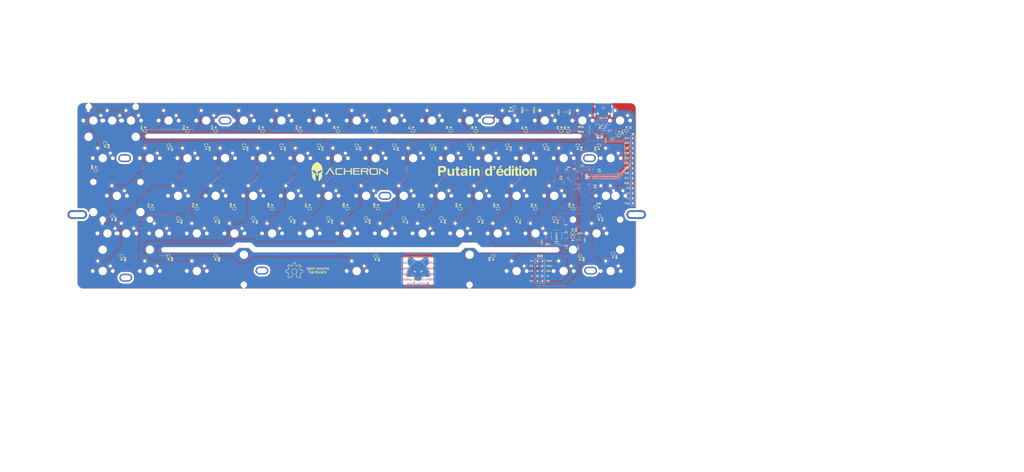
<source format=kicad_pcb>
(kicad_pcb (version 20171130) (host pcbnew 5.1.5)
  (title_block (title ArcticPCB) (date 2019-09-21) (rev pre-Alpha) (comment 1 "Designed by Gondolindrim in partnership with ArcticFox") (comment 2 "Project page: http://github.com/Gondolindrim/ArcticPCB") (comment 3 "ArcticPCB: a minimum layout, 60% custom keyboard PCB"))
  (layers (0 F.Cu signal) (31 B.Cu signal) (34 B.Paste user hide) (35 F.Paste user hide) (36 B.SilkS user hide) (37 F.SilkS user) (38 B.Mask user hide) (39 F.Mask user) (44 Edge.Cuts user))
  (net 0 "")
  (net 1 3.3V)
  (net 2 GND)
  (net 3 BOOT0)
  (net 4 NRST)
  (net 5 /SHIELD)
  (net 6 5V)
  (net 7 VBUS)
  (net 8 "Net-(DRST1-Pad2)")
  (net 9 "Net-(D1-Pad2)")
  (net 10 Col1)
  (net 11 "Net-(D2-Pad2)")
  (net 12 Col2)
  (net 13 "Net-(D3-Pad2)")
  (net 14 Col3)
  (net 15 "Net-(D4-Pad2)")
  (net 16 Col4)
  (net 17 "Net-(D5-Pad2)")
  (net 18 Col5)
  (net 19 "Net-(D6-Pad2)")
  (net 20 Col6)
  (net 21 "Net-(D7-Pad2)")
  (net 22 Col7)
  (net 23 "Net-(D8-Pad2)")
  (net 24 Col8)
  (net 25 "Net-(D9-Pad2)")
  (net 26 Col9)
  (net 27 "Net-(D10-Pad2)")
  (net 28 Col10)
  (net 29 "Net-(D11-Pad2)")
  (net 30 Col11)
  (net 31 "Net-(D12-Pad2)")
  (net 32 Col12)
  (net 33 "Net-(D13-Pad2)")
  (net 34 Col13)
  (net 35 "Net-(D14-Pad2)")
  (net 36 "Net-(D15-Pad2)")
  (net 37 "Net-(D16-Pad2)")
  (net 38 "Net-(D17-Pad2)")
  (net 39 "Net-(D18-Pad2)")
  (net 40 "Net-(D19-Pad2)")
  (net 41 "Net-(D20-Pad2)")
  (net 42 "Net-(D21-Pad2)")
  (net 43 "Net-(D22-Pad2)")
  (net 44 "Net-(D23-Pad2)")
  (net 45 "Net-(D24-Pad2)")
  (net 46 "Net-(D25-Pad2)")
  (net 47 "Net-(D26-Pad2)")
  (net 48 "Net-(D27-Pad2)")
  (net 49 "Net-(D28-Pad2)")
  (net 50 "Net-(D29-Pad2)")
  (net 51 "Net-(D30-Pad2)")
  (net 52 "Net-(D31-Pad2)")
  (net 53 Col14)
  (net 54 "Net-(D32-Pad2)")
  (net 55 "Net-(D33-Pad2)")
  (net 56 "Net-(D34-Pad2)")
  (net 57 "Net-(D35-Pad2)")
  (net 58 "Net-(D36-Pad2)")
  (net 59 "Net-(D37-Pad2)")
  (net 60 "Net-(D38-Pad2)")
  (net 61 "Net-(D39-Pad2)")
  (net 62 "Net-(D40-Pad2)")
  (net 63 "Net-(D41-Pad2)")
  (net 64 "Net-(D42-Pad2)")
  (net 65 "Net-(D43-Pad2)")
  (net 66 "Net-(D44-Pad2)")
  (net 67 "Net-(D45-Pad2)")
  (net 68 "Net-(D46-Pad2)")
  (net 69 "Net-(D47-Pad2)")
  (net 70 "Net-(D48-Pad2)")
  (net 71 "Net-(D49-Pad2)")
  (net 72 "Net-(D50-Pad2)")
  (net 73 "Net-(D51-Pad2)")
  (net 74 "Net-(D52-Pad2)")
  (net 75 "Net-(D53-Pad2)")
  (net 76 "Net-(D54-Pad2)")
  (net 77 "Net-(D55-Pad2)")
  (net 78 "Net-(D56-Pad2)")
  (net 79 "Net-(D57-Pad2)")
  (net 80 "Net-(D58-Pad2)")
  (net 81 "Net-(D59-Pad2)")
  (net 82 "Net-(D60-Pad2)")
  (net 83 "Net-(D65-Pad2)")
  (net 84 "Net-(J1-PadB8)")
  (net 85 "Net-(J1-PadA5)")
  (net 86 DBus+)
  (net 87 DBus-)
  (net 88 "Net-(J1-PadA8)")
  (net 89 Row1)
  (net 90 Row2)
  (net 91 Row3)
  (net 92 Row4)
  (net 93 Row5)
  (net 94 D+)
  (net 95 D-)
  (net 96 SWCLK)
  (net 97 SWDIO)
  (net 98 "Net-(D62-Pad2)")
  (net 99 CASE)
  (net 100 "Net-(CSH2-Pad2)")
  (net 101 "Net-(J1-PadB5)")
  (net 102 Extra14)
  (net 103 Extra13)
  (net 104 Extra12)
  (net 105 Extra11)
  (net 106 Extra10)
  (net 107 Extra9)
  (net 108 Extra8)
  (net 109 Extra7)
  (net 110 Extra6)
  (net 111 Extra5)
  (net 112 Extra4)
  (net 113 Extra3)
  (net 114 Extra2)
  (net 115 Extra1)
  (net 116 "Net-(J3-Pad8)")
  (net 117 "Net-(J3-Pad7)")
  (net 118 "Net-(J3-Pad6)")
  (module arcticGraphics:putainLogo_50_5 (layer F.Cu) (at 278.99325 116.753125)
    (fp_text reference L6 hide)
    (fp_text value "Putain Logo" hide)
  )
  (module arcticGraphics:arcticLabel (layer F.Cu) (at 243.81425 167.553125)
    (fp_text reference L4 hide)
    (fp_text value ArcticLabel hide)
    (fp_poly (pts (xy 7.478445 -5.003172) (xy 7.500332 -4.99613) (xy 7.519797 -4.985592) (xy 7.533656 -4.974192) (xy 7.547685 -4.956785) (xy 7.557745 -4.937105) (xy 7.563846 -4.915917) (xy 7.565996 -4.893986) (xy 7.564206 -4.872076) (xy 7.558485 -4.850951) (xy 7.548843 -4.831375) (xy 7.535288 -4.814114) (xy 7.531617 -4.810551) (xy 7.514023 -4.797619) (xy 7.493449 -4.788036) (xy 7.470937 -4.78205) (xy 7.44753 -4.779909) (xy 7.424271 -4.781862) (xy 7.417223 -4.783345) (xy 7.394807 -4.791289) (xy 7.375004 -4.803423) (xy 7.35828 -4.819377) (xy 7.345102 -4.838777) (xy 7.343389 -4.842105) (xy 7.338545 -4.852629) (xy 7.335557 -4.861563) (xy 7.333854 -4.871148) (xy 7.332884 -4.883255) (xy 7.332616 -4.896115) (xy 7.333143 -4.908639) (xy 7.334363 -4.918584) (xy 7.334517 -4.919337) (xy 7.341765 -4.941709) (xy 7.353112 -4.961375) (xy 7.368148 -4.977969) (xy 7.386464 -4.991126) (xy 7.407651 -5.00048) (xy 7.431087 -5.005638) (xy 7.455057 -5.006435) (xy 7.478445 -5.003172)) (layer F.Cu) (width 0.01))
    (fp_poly (pts (xy 6.312791 -5.004169) (xy 6.335525 -4.998032) (xy 6.355494 -4.987722) (xy 6.372849 -4.97318) (xy 6.375623 -4.970201) (xy 6.389332 -4.951292) (xy 6.398736 -4.93025) (xy 6.403737 -4.907788) (xy 6.40424 -4.884618) (xy 6.400145 -4.861454) (xy 6.393055 -4.842463) (xy 6.381365 -4.823399) (xy 6.366092 -4.807475) (xy 6.347823 -4.794935) (xy 6.327149 -4.786022) (xy 6.304658 -4.780981) (xy 6.280939 -4.780055) (xy 6.256582 -4.783489) (xy 6.252855 -4.78441) (xy 6.230741 -4.792638) (xy 6.211582 -4.804719) (xy 6.195691 -4.820166) (xy 6.183386 -4.838491) (xy 6.174982 -4.859206) (xy 6.170796 -4.881825) (xy 6.171142 -4.905859) (xy 6.171635 -4.909772) (xy 6.1773 -4.933604) (xy 6.186974 -4.954491) (xy 6.200364 -4.972187) (xy 6.217178 -4.98645) (xy 6.237121 -4.997033) (xy 6.259902 -5.003692) (xy 6.285228 -5.006184) (xy 6.287141 -5.006196) (xy 6.312791 -5.004169)) (layer F.Cu) (width 0.01))
    (fp_poly (pts (xy 2.255893 -5.00412) (xy 2.278946 -4.997814) (xy 2.299087 -4.987426) (xy 2.316199 -4.973021) (xy 2.33017 -4.954666) (xy 2.335022 -4.945895) (xy 2.341378 -4.93097) (xy 2.345094 -4.916053) (xy 2.346502 -4.899371) (xy 2.3463 -4.885831) (xy 2.345456 -4.873068) (xy 2.343936 -4.863335) (xy 2.341285 -4.85459) (xy 2.337273 -4.845268) (xy 2.331226 -4.834299) (xy 2.323591 -4.823046) (xy 2.317278 -4.815365) (xy 2.301299 -4.801796) (xy 2.282092 -4.791241) (xy 2.26071 -4.783979) (xy 2.238207 -4.780289) (xy 2.215633 -4.780449) (xy 2.197698 -4.78368) (xy 2.176595 -4.79113) (xy 2.158599 -4.801534) (xy 2.147674 -4.81043) (xy 2.13323 -4.826919) (xy 2.122661 -4.845936) (xy 2.115983 -4.866706) (xy 2.113212 -4.888455) (xy 2.114361 -4.91041) (xy 2.119447 -4.931796) (xy 2.128485 -4.95184) (xy 2.14149 -4.969768) (xy 2.144471 -4.972932) (xy 2.161329 -4.987333) (xy 2.179707 -4.997493) (xy 2.200316 -5.003687) (xy 2.223867 -5.006193) (xy 2.230043 -5.006276) (xy 2.255893 -5.00412)) (layer F.Cu) (width 0.01))
    (fp_poly (pts (xy -6.485854 -5.003022) (xy -6.464272 -4.99549) (xy -6.445191 -4.984274) (xy -6.428997 -4.969725) (xy -6.416074 -4.952191) (xy -6.406808 -4.932021) (xy -6.401584 -4.909566) (xy -6.400787 -4.885175) (xy -6.400869 -4.883932) (xy -6.404885 -4.860011) (xy -6.413272 -4.838574) (xy -6.425823 -4.819891) (xy -6.442336 -4.804235) (xy -6.462607 -4.791879) (xy -6.473209 -4.787351) (xy -6.486263 -4.783824) (xy -6.502306 -4.781537) (xy -6.51939 -4.780596) (xy -6.535566 -4.78111) (xy -6.54884 -4.783174) (xy -6.571711 -4.791487) (xy -6.591627 -4.803847) (xy -6.608317 -4.820037) (xy -6.621508 -4.839837) (xy -6.62295 -4.842663) (xy -6.627405 -4.852081) (xy -6.630273 -4.85972) (xy -6.631965 -4.867358) (xy -6.632896 -4.876772) (xy -6.633401 -4.887624) (xy -6.633692 -4.900501) (xy -6.633296 -4.910147) (xy -6.63199 -4.918387) (xy -6.629551 -4.927048) (xy -6.628025 -4.931567) (xy -6.61792 -4.953567) (xy -6.604248 -4.972004) (xy -6.587222 -4.986709) (xy -6.567055 -4.997513) (xy -6.54396 -5.004244) (xy -6.534983 -5.005637) (xy -6.509553 -5.00652) (xy -6.485854 -5.003022)) (layer F.Cu) (width 0.01))
    (fp_poly (pts (xy 9.428616 -4.564822) (xy 9.464757 -4.55933) (xy 9.497892 -4.550082) (xy 9.528346 -4.536963) (xy 9.556445 -4.519856) (xy 9.582513 -4.498647) (xy 9.583545 -4.497686) (xy 9.604578 -4.474702) (xy 9.622918 -4.447815) (xy 9.63826 -4.417607) (xy 9.650299 -4.384658) (xy 9.657237 -4.357259) (xy 9.658464 -4.351) (xy 9.659575 -4.344505) (xy 9.660576 -4.337507) (xy 9.661472 -4.329737) (xy 9.66227 -4.320928) (xy 9.662974 -4.310813) (xy 9.663591 -4.299123) (xy 9.664127 -4.285591) (xy 9.664586 -4.269949) (xy 9.664975 -4.251931) (xy 9.6653 -4.231267) (xy 9.665565 -4.20769) (xy 9.665777 -4.180933) (xy 9.665942 -4.150729) (xy 9.666065 -4.116808) (xy 9.666151 -4.078905) (xy 9.666208 -4.036751) (xy 9.666239 -3.990078) (xy 9.666251 -3.938618) (xy 9.666252 -3.933432) (xy 9.666273 -3.586121) (xy 9.49865 -3.586121) (xy 9.498628 -3.922003) (xy 9.498606 -3.968278) (xy 9.498547 -4.012475) (xy 9.498453 -4.054333) (xy 9.498325 -4.093594) (xy 9.498166 -4.129997) (xy 9.497977 -4.163282) (xy 9.49776 -4.193189) (xy 9.497516 -4.21946) (xy 9.497248 -4.241833) (xy 9.496958 -4.260049) (xy 9.496646 -4.273848) (xy 9.496316 -4.282971) (xy 9.496126 -4.285904) (xy 9.491785 -4.318203) (xy 9.484791 -4.346268) (xy 9.475027 -4.370266) (xy 9.462379 -4.390362) (xy 9.44673 -4.406723) (xy 9.427966 -4.419514) (xy 9.405972 -4.428902) (xy 9.394521 -4.432177) (xy 9.381868 -4.434266) (xy 9.365712 -4.435404) (xy 9.347533 -4.435629) (xy 9.328813 -4.434974) (xy 9.31103 -4.433475) (xy 9.295665 -4.431168) (xy 9.289121 -4.42966) (xy 9.259482 -4.419463) (xy 9.231198 -4.405212) (xy 9.204032 -4.386714) (xy 9.17775 -4.363779) (xy 9.152117 -4.336217) (xy 9.126897 -4.303837) (xy 9.117724 -4.290744) (xy 9.10245 -4.268361) (xy 9.10245 -3.586121) (xy 8.934827 -3.586121) (xy 8.934827 -4.546224) (xy 9.006574 -4.54555) (xy 9.078322 -4.544875) (xy 9.085123 -4.480112) (xy 9.086985 -4.462282) (xy 9.088674 -4.445931) (xy 9.090114 -4.431798) (xy 9.091231 -4.420622) (xy 9.09195 -4.413143) (xy 9.092192 -4.410269) (xy 9.092666 -4.407164) (xy 9.094251 -4.407668) (xy 9.097566 -4.411539) (xy 9.1124 -4.429785) (xy 9.124889 -4.444649) (xy 9.135691 -4.456847) (xy 9.145464 -4.467093) (xy 9.154868 -4.476103) (xy 9.164559 -4.484591) (xy 9.165691 -4.48554) (xy 9.199011 -4.510741) (xy 9.232951 -4.531038) (xy 9.267986 -4.546605) (xy 9.304595 -4.557615) (xy 9.343257 -4.564241) (xy 9.384449 -4.566658) (xy 9.389143 -4.566674) (xy 9.428616 -4.564822)) (layer F.Cu) (width 0.01))
    (fp_poly (pts (xy 7.532887 -3.586121) (xy 7.365263 -3.586121) (xy 7.365263 -4.546145) (xy 7.532887 -4.546145) (xy 7.532887 -3.586121)) (layer F.Cu) (width 0.01))
    (fp_poly (pts (xy 6.372223 -3.586121) (xy 6.2046 -3.586121) (xy 6.2046 -4.546145) (xy 6.372223 -4.546145) (xy 6.372223 -3.586121)) (layer F.Cu) (width 0.01))
    (fp_poly (pts (xy 4.883057 -4.832502) (xy 4.882275 -4.827574) (xy 4.880907 -4.818493) (xy 4.879082 -4.806134) (xy 4.87693 -4.791372) (xy 4.87458 -4.775082) (xy 4.8738 -4.769643) (xy 4.871434 -4.753247) (xy 4.86924 -4.738283) (xy 4.867342 -4.72558) (xy 4.865864 -4.715962) (xy 4.864929 -4.710258) (xy 4.864753 -4.709337) (xy 4.863523 -4.703635) (xy 4.620388 -4.702987) (xy 4.377252 -4.70234) (xy 4.377252 -4.293441) (xy 4.588686 -4.292791) (xy 4.80012 -4.292142) (xy 4.80012 -4.155054) (xy 4.588686 -4.154404) (xy 4.377252 -4.153755) (xy 4.377252 -3.724537) (xy 4.638211 -3.723891) (xy 4.89917 -3.723244) (xy 4.89917 -3.586121) (xy 4.20328 -3.586121) (xy 4.20328 -4.840756) (xy 4.884497 -4.840756) (xy 4.883057 -4.832502)) (layer F.Cu) (width 0.01))
    (fp_poly (pts (xy 3.127239 -4.56611) (xy 3.148067 -4.564672) (xy 3.16208 -4.562907) (xy 3.198642 -4.554713) (xy 3.232223 -4.542446) (xy 3.262708 -4.526226) (xy 3.289982 -4.506175) (xy 3.31393 -4.482412) (xy 3.334436 -4.455059) (xy 3.351386 -4.424237) (xy 3.364665 -4.390065) (xy 3.374156 -4.352665) (xy 3.376708 -4.337886) (xy 3.377227 -4.333795) (xy 3.377697 -4.328537) (xy 3.37812 -4.321865) (xy 3.378498 -4.313534) (xy 3.378833 -4.303295) (xy 3.379128 -4.290902) (xy 3.379386 -4.276108) (xy 3.379607 -4.258666) (xy 3.379795 -4.238329) (xy 3.379953 -4.214851) (xy 3.380082 -4.187985) (xy 3.380185 -4.157484) (xy 3.380263 -4.1231) (xy 3.380321 -4.084588) (xy 3.380359 -4.0417) (xy 3.38038 -3.99419) (xy 3.380387 -3.94994) (xy 3.380402 -3.586121) (xy 3.215622 -3.586121) (xy 3.214649 -3.941051) (xy 3.213676 -4.29598) (xy 3.208041 -4.321378) (xy 3.200077 -4.349417) (xy 3.189485 -4.373213) (xy 3.176085 -4.392975) (xy 3.1597 -4.408907) (xy 3.140154 -4.421216) (xy 3.117268 -4.43011) (xy 3.113729 -4.43111) (xy 3.104461 -4.433149) (xy 3.093805 -4.434476) (xy 3.080601 -4.435185) (xy 3.06369 -4.435366) (xy 3.060394 -4.435352) (xy 3.044815 -4.435142) (xy 3.032914 -4.434626) (xy 3.023293 -4.433638) (xy 3.014551 -4.432014) (xy 3.005289 -4.429588) (xy 3.001248 -4.428394) (xy 2.975132 -4.419125) (xy 2.951316 -4.407538) (xy 2.92879 -4.392989) (xy 2.906545 -4.374836) (xy 2.886267 -4.355234) (xy 2.869766 -4.337605) (xy 2.855485 -4.320778) (xy 2.841891 -4.302858) (xy 2.829714 -4.285326) (xy 2.819118 -4.269592) (xy 2.819118 -3.586121) (xy 2.651495 -3.586121) (xy 2.651495 -4.546145) (xy 2.793624 -4.546145) (xy 2.794815 -4.540431) (xy 2.795396 -4.536311) (xy 2.796362 -4.527943) (xy 2.797627 -4.516139) (xy 2.799105 -4.501707) (xy 2.800711 -4.485459) (xy 2.801471 -4.477572) (xy 2.803136 -4.460631) (xy 2.804756 -4.445013) (xy 2.806237 -4.431561) (xy 2.807485 -4.421113) (xy 2.808406 -4.414511) (xy 2.808685 -4.413035) (xy 2.810435 -4.405641) (xy 2.819501 -4.418261) (xy 2.845085 -4.449897) (xy 2.8743 -4.478935) (xy 2.906314 -4.504658) (xy 2.940295 -4.526352) (xy 2.953289 -4.533259) (xy 2.969822 -4.540634) (xy 2.989523 -4.547949) (xy 3.010513 -4.554596) (xy 3.030911 -4.559964) (xy 3.043886 -4.562644) (xy 3.061396 -4.564885) (xy 3.082237 -4.566213) (xy 3.10474 -4.566622) (xy 3.127239 -4.56611)) (layer F.Cu) (width 0.01))
    (fp_poly (pts (xy 2.313709 -3.586121) (xy 2.146072 -3.586121) (xy 2.146714 -4.065498) (xy 2.147355 -4.544875) (xy 2.313709 -4.546215) (xy 2.313709 -3.586121)) (layer F.Cu) (width 0.01))
    (fp_poly (pts (xy -1.330192 -4.840036) (xy -1.290628 -4.839832) (xy -1.255744 -4.839623) (xy -1.225141 -4.83939) (xy -1.19842 -4.839113) (xy -1.175182 -4.838771) (xy -1.155027 -4.838344) (xy -1.137557 -4.837812) (xy -1.122371 -4.837156) (xy -1.109072 -4.836355) (xy -1.097259 -4.835389) (xy -1.086533 -4.834238) (xy -1.076496 -4.832881) (xy -1.066748 -4.8313) (xy -1.05689 -4.829473) (xy -1.046522 -4.827381) (xy -1.036453 -4.82526) (xy -0.988369 -4.813115) (xy -0.944359 -4.797985) (xy -0.904352 -4.779823) (xy -0.86828 -4.758582) (xy -0.836072 -4.734216) (xy -0.807659 -4.706677) (xy -0.782972 -4.675918) (xy -0.761939 -4.641894) (xy -0.760932 -4.640011) (xy -0.746158 -4.607322) (xy -0.734614 -4.571391) (xy -0.726341 -4.53293) (xy -0.721381 -4.492652) (xy -0.719773 -4.451268) (xy -0.721559 -4.409491) (xy -0.72678 -4.368034) (xy -0.735477 -4.327607) (xy -0.741691 -4.306277) (xy -0.75618 -4.269276) (xy -0.775198 -4.234234) (xy -0.798457 -4.201498) (xy -0.825669 -4.171413) (xy -0.856545 -4.144325) (xy -0.890799 -4.120579) (xy -0.90161 -4.114205) (xy -0.930264 -4.099652) (xy -0.962472 -4.086274) (xy -0.996747 -4.0746) (xy -1.031605 -4.06516) (xy -1.050459 -4.061118) (xy -1.066741 -4.058076) (xy -1.081835 -4.055519) (xy -1.096411 -4.053397) (xy -1.111141 -4.051661) (xy -1.126696 -4.050264) (xy -1.143748 -4.049156) (xy -1.162967 -4.048288) (xy -1.185025 -4.047611) (xy -1.210592 -4.047077) (xy -1.240342 -4.046637) (xy -1.25146 -4.0465) (xy -1.363844 -4.045177) (xy -1.363844 -3.586121) (xy -1.539086 -3.586121) (xy -1.539086 -4.182468) (xy -1.363844 -4.182468) (xy -1.254 -4.183635) (xy -1.224572 -4.183992) (xy -1.199728 -4.184398) (xy -1.178971 -4.184872) (xy -1.161807 -4.185433) (xy -1.147738 -4.186101) (xy -1.13627 -4.186896) (xy -1.126907 -4.187836) (xy -1.119469 -4.188888) (xy -1.085655 -4.195499) (xy -1.056151 -4.203546) (xy -1.030319 -4.213312) (xy -1.007524 -4.225083) (xy -0.987127 -4.239142) (xy -0.968491 -4.255774) (xy -0.967643 -4.256628) (xy -0.948755 -4.278788) (xy -0.933327 -4.303608) (xy -0.921283 -4.331338) (xy -0.912547 -4.362229) (xy -0.907042 -4.39653) (xy -0.904692 -4.434491) (xy -0.904851 -4.462334) (xy -0.905509 -4.480404) (xy -0.906367 -4.494674) (xy -0.907572 -4.506424) (xy -0.909268 -4.516932) (xy -0.911602 -4.527477) (xy -0.912789 -4.532155) (xy -0.923256 -4.564189) (xy -0.937104 -4.592728) (xy -0.954455 -4.617876) (xy -0.975432 -4.639738) (xy -1.000159 -4.658417) (xy -1.028759 -4.674018) (xy -1.061355 -4.686645) (xy -1.098071 -4.696402) (xy -1.110255 -4.69885) (xy -1.117708 -4.70017) (xy -1.125074 -4.701271) (xy -1.132921 -4.70218) (xy -1.141819 -4.702924) (xy -1.152337 -4.703529) (xy -1.165045 -4.704021) (xy -1.180512 -4.704428) (xy -1.199306 -4.704775) (xy -1.221997 -4.705088) (xy -1.249155 -4.705396) (xy -1.25146 -4.70542) (xy -1.363844 -4.706599) (xy -1.363844 -4.182468) (xy -1.539086 -4.182468) (xy -1.539086 -4.841074) (xy -1.330192 -4.840036)) (layer F.Cu) (width 0.01))
    (fp_poly (pts (xy -2.95309 -4.840746) (xy -2.909166 -4.840689) (xy -2.869888 -4.840506) (xy -2.834826 -4.840164) (xy -2.803546 -4.839633) (xy -2.775618 -4.838882) (xy -2.750608 -4.837881) (xy -2.728086 -4.836598) (xy -2.707619 -4.835003) (xy -2.688776 -4.833064) (xy -2.671124 -4.830752) (xy -2.654231 -4.828035) (xy -2.637667 -4.824883) (xy -2.620999 -4.821264) (xy -2.603794 -4.817149) (xy -2.596482 -4.81531) (xy -2.555798 -4.803517) (xy -2.519444 -4.789867) (xy -2.486931 -4.774108) (xy -2.457769 -4.755992) (xy -2.431471 -4.735268) (xy -2.421031 -4.725598) (xy -2.397334 -4.699749) (xy -2.378159 -4.672376) (xy -2.363187 -4.642873) (xy -2.352103 -4.610632) (xy -2.345522 -4.580734) (xy -2.343585 -4.56542) (xy -2.342335 -4.547044) (xy -2.34179 -4.527262) (xy -2.341969 -4.507732) (xy -2.342893 -4.490114) (xy -2.344326 -4.477572) (xy -2.352516 -4.441981) (xy -2.36528 -4.408419) (xy -2.382435 -4.377126) (xy -2.403798 -4.348342) (xy -2.42919 -4.32231) (xy -2.458426 -4.299269) (xy -2.491327 -4.279461) (xy -2.495516 -4.277311) (xy -2.505941 -4.272424) (xy -2.518183 -4.267254) (xy -2.531109 -4.262214) (xy -2.543586 -4.257719) (xy -2.554481 -4.254181) (xy -2.562661 -4.252014) (xy -2.566153 -4.251535) (xy -2.569697 -4.250561) (xy -2.570215 -4.24963) (xy -2.56789 -4.248358) (xy -2.561594 -4.24637) (xy -2.552335 -4.243957) (xy -2.542973 -4.241806) (xy -2.500251 -4.230629) (xy -2.461154 -4.216496) (xy -2.425827 -4.199494) (xy -2.394416 -4.179708) (xy -2.367064 -4.157227) (xy -2.343917 -4.132135) (xy -2.331906 -4.115558) (xy -2.315818 -4.086685) (xy -2.3031 -4.054492) (xy -2.29384 -4.019539) (xy -2.288128 -3.982384) (xy -2.286054 -3.943585) (xy -2.287707 -3.903702) (xy -2.292335 -3.868033) (xy -2.301406 -3.828676) (xy -2.314601 -3.792269) (xy -2.33192 -3.758813) (xy -2.353367 -3.728306) (xy -2.378943 -3.700745) (xy -2.408651 -3.676131) (xy -2.442491 -3.654461) (xy -2.480466 -3.635735) (xy -2.522577 -3.619951) (xy -2.568827 -3.607107) (xy -2.619218 -3.597203) (xy -2.673751 -3.590237) (xy -2.690595 -3.588745) (xy -2.698842 -3.588296) (xy -2.711757 -3.587876) (xy -2.728928 -3.587489) (xy -2.749942 -3.587142) (xy -2.774389 -3.586837) (xy -2.801857 -3.58658) (xy -2.831933 -3.586376) (xy -2.864206 -3.586229) (xy -2.898264 -3.586143) (xy -2.926156 -3.586121) (xy -3.128967 -3.586121) (xy -3.128967 -4.175342) (xy -2.956264 -4.175342) (xy -2.956264 -3.722702) (xy -2.829912 -3.723989) (xy -2.797517 -3.724362) (xy -2.769781 -3.72478) (xy -2.746283 -3.725258) (xy -2.726602 -3.725809) (xy -2.710317 -3.726448) (xy -2.697007 -3.727189) (xy -2.686252 -3.728046) (xy -2.67763 -3.729035) (xy -2.676546 -3.729188) (xy -2.638639 -3.735958) (xy -2.605228 -3.744707) (xy -2.576075 -3.755571) (xy -2.550942 -3.768686) (xy -2.52959 -3.784188) (xy -2.511784 -3.802212) (xy -2.497284 -3.822895) (xy -2.490672 -3.835371) (xy -2.483766 -3.850582) (xy -2.478543 -3.864263) (xy -2.474788 -3.877552) (xy -2.472285 -3.891589) (xy -2.47082 -3.907512) (xy -2.470178 -3.926462) (xy -2.470109 -3.944225) (xy -2.470486 -3.966688) (xy -2.47156 -3.985274) (xy -2.473574 -4.001167) (xy -2.476772 -4.015549) (xy -2.481395 -4.029603) (xy -2.487689 -4.044512) (xy -2.492994 -4.055638) (xy -2.508348 -4.081151) (xy -2.527814 -4.103836) (xy -2.551216 -4.123592) (xy -2.57838 -4.140314) (xy -2.609131 -4.153901) (xy -2.643293 -4.164251) (xy -2.680692 -4.17126) (xy -2.692666 -4.172712) (xy -2.700326 -4.173254) (xy -2.712424 -4.173759) (xy -2.728318 -4.174215) (xy -2.747367 -4.174609) (xy -2.768927 -4.17493) (xy -2.792359 -4.175167) (xy -2.817019 -4.175307) (xy -2.836796 -4.175342) (xy -2.956264 -4.175342) (xy -3.128967 -4.175342) (xy -3.128967 -4.309604) (xy -2.956264 -4.309604) (xy -2.832452 -4.31064) (xy -2.803862 -4.310891) (xy -2.779851 -4.31114) (xy -2.759919 -4.311408) (xy -2.743565 -4.311717) (xy -2.73029 -4.312089) (xy -2.719592 -4.312545) (xy -2.710972 -4.313108) (xy -2.703929 -4.313799) (xy -2.697963 -4.314639) (xy -2.692574 -4.315651) (xy -2.68726 -4.316856) (xy -2.68678 -4.316972) (xy -2.65433 -4.326662) (xy -2.624206 -4.339299) (xy -2.607598 -4.348206) (xy -2.593928 -4.357611) (xy -2.579335 -4.369917) (xy -2.565144 -4.383818) (xy -2.552679 -4.398011) (xy -2.543266 -4.411191) (xy -2.542741 -4.412066) (xy -2.531193 -4.436234) (xy -2.523102 -4.463144) (xy -2.51851 -4.491779) (xy -2.517459 -4.521123) (xy -2.51999 -4.550159) (xy -2.526144 -4.577869) (xy -2.534999 -4.601223) (xy -2.548062 -4.623492) (xy -2.565002 -4.642913) (xy -2.585913 -4.659542) (xy -2.610887 -4.673435) (xy -2.640018 -4.684647) (xy -2.6734 -4.693234) (xy -2.69642 -4.697286) (xy -2.71215 -4.699192) (xy -2.732284 -4.700926) (xy -2.756153 -4.702458) (xy -2.783084 -4.703758) (xy -2.812406 -4.704797) (xy -2.843446 -4.705545) (xy -2.875533 -4.705973) (xy -2.894676 -4.706063) (xy -2.956264 -4.706149) (xy -2.956264 -4.309604) (xy -3.128967 -4.309604) (xy -3.128967 -4.840756) (xy -2.95309 -4.840746)) (layer F.Cu) (width 0.01))
    (fp_poly (pts (xy -5.021713 -4.84073) (xy -4.988014 -4.840689) (xy -4.955709 -4.840579) (xy -4.925229 -4.840407) (xy -4.897009 -4.840175) (xy -4.87148 -4.839891) (xy -4.849074 -4.839559) (xy -4.830226 -4.839184) (xy -4.815366 -4.838772) (xy -4.804928 -4.838328) (xy -4.80139 -4.838085) (xy -4.746429 -4.831602) (xy -4.695388 -4.821932) (xy -4.648275 -4.809081) (xy -4.605095 -4.793051) (xy -4.565858 -4.773848) (xy -4.530569 -4.751474) (xy -4.499237 -4.725935) (xy -4.471868 -4.697234) (xy -4.44847 -4.665375) (xy -4.430695 -4.633767) (xy -4.41469 -4.595452) (xy -4.402927 -4.554534) (xy -4.395451 -4.511269) (xy -4.392304 -4.465911) (xy -4.393531 -4.418716) (xy -4.393643 -4.417182) (xy -4.398809 -4.37187) (xy -4.407382 -4.33013) (xy -4.419485 -4.291656) (xy -4.435241 -4.256143) (xy -4.454775 -4.223288) (xy -4.478209 -4.192784) (xy -4.48964 -4.180184) (xy -4.518654 -4.152861) (xy -4.550659 -4.128806) (xy -4.585863 -4.10793) (xy -4.624476 -4.09014) (xy -4.666706 -4.075344) (xy -4.71276 -4.063449) (xy -4.762847 -4.054365) (xy -4.780215 -4.051979) (xy -4.791563 -4.050792) (xy -4.805912 -4.04976) (xy -4.823628 -4.048869) (xy -4.845077 -4.048106) (xy -4.870624 -4.047457) (xy -4.900634 -4.046908) (xy -4.923933 -4.046583) (xy -5.036316 -4.045177) (xy -5.036316 -3.586121) (xy -5.211559 -3.586121) (xy -5.211559 -4.182962) (xy -5.036316 -4.182962) (xy -4.944251 -4.18297) (xy -4.921606 -4.183049) (xy -4.899272 -4.183267) (xy -4.87808 -4.183608) (xy -4.858858 -4.184052) (xy -4.842437 -4.184582) (xy -4.829648 -4.185178) (xy -4.822978 -4.185654) (xy -4.7819 -4.190937) (xy -4.745026 -4.198921) (xy -4.712207 -4.209689) (xy -4.683294 -4.223322) (xy -4.658139 -4.239904) (xy -4.636593 -4.259515) (xy -4.618507 -4.282239) (xy -4.60456 -4.306448) (xy -4.593014 -4.33449) (xy -4.584635 -4.365088) (xy -4.579349 -4.398674) (xy -4.577082 -4.435679) (xy -4.577324 -4.466107) (xy -4.578123 -4.484403) (xy -4.579244 -4.499081) (xy -4.580862 -4.511599) (xy -4.583153 -4.523416) (xy -4.585283 -4.532177) (xy -4.595736 -4.564207) (xy -4.609651 -4.592781) (xy -4.627134 -4.617989) (xy -4.648292 -4.639919) (xy -4.673231 -4.658663) (xy -4.702058 -4.674309) (xy -4.734879 -4.686947) (xy -4.7718 -4.696668) (xy -4.782728 -4.69885) (xy -4.790181 -4.70017) (xy -4.797546 -4.701271) (xy -4.805394 -4.70218) (xy -4.814292 -4.702924) (xy -4.82481 -4.703529) (xy -4.837518 -4.704021) (xy -4.852984 -4.704428) (xy -4.871779 -4.704775) (xy -4.89447 -4.705088) (xy -4.921627 -4.705396) (xy -4.923933 -4.70542) (xy -5.036316 -4.706599) (xy -5.036316 -4.182962) (xy -5.211559 -4.182962) (xy -5.211559 -4.840756) (xy -5.021713 -4.84073)) (layer F.Cu) (width 0.01))
    (fp_poly (pts (xy -6.433177 -3.586121) (xy -6.6008 -3.586121) (xy -6.6008 -4.546145) (xy -6.433177 -4.546145) (xy -6.433177 -3.586121)) (layer F.Cu) (width 0.01))
    (fp_poly (pts (xy -8.348569 -4.566077) (xy -8.327572 -4.564684) (xy -8.309442 -4.562485) (xy -8.298456 -4.560631) (xy -8.289411 -4.558863) (xy -8.283443 -4.557418) (xy -8.281695 -4.556713) (xy -8.281826 -4.554013) (xy -8.28279 -4.547049) (xy -8.284455 -4.536545) (xy -8.28669 -4.523224) (xy -8.289363 -4.507809) (xy -8.292341 -4.491025) (xy -8.295494 -4.473594) (xy -8.298689 -4.456241) (xy -8.301795 -4.439688) (xy -8.30468 -4.424659) (xy -8.307212 -4.411877) (xy -8.30926 -4.402066) (xy -8.310691 -4.395949) (xy -8.311285 -4.394218) (xy -8.313996 -4.394336) (xy -8.320406 -4.395441) (xy -8.329283 -4.397312) (xy -8.332067 -4.397949) (xy -8.344552 -4.40007) (xy -8.360311 -4.401585) (xy -8.377991 -4.402478) (xy -8.396238 -4.402734) (xy -8.413699 -4.402338) (xy -8.42902 -4.401272) (xy -8.440849 -4.399522) (xy -8.442116 -4.39923) (xy -8.450654 -4.396577) (xy -8.461869 -4.392323) (xy -8.473921 -4.387189) (xy -8.479684 -4.384518) (xy -8.503102 -4.370893) (xy -8.524627 -4.35327) (xy -8.544347 -4.331514) (xy -8.562348 -4.305487) (xy -8.578718 -4.275053) (xy -8.593543 -4.240074) (xy -8.606912 -4.200413) (xy -8.614801 -4.172291) (xy -8.624952 -4.133437) (xy -8.624965 -3.859779) (xy -8.624977 -3.586121) (xy -8.792601 -3.586121) (xy -8.792601 -4.546145) (xy -8.720218 -4.546145) (xy -8.701634 -4.546081) (xy -8.684816 -4.5459) (xy -8.6704 -4.545619) (xy -8.659024 -4.545255) (xy -8.651324 -4.544824) (xy -8.647937 -4.544343) (xy -8.647833 -4.54424) (xy -8.647623 -4.540915) (xy -8.647034 -4.533253) (xy -8.646125 -4.52195) (xy -8.644955 -4.507704) (xy -8.643584 -4.491212) (xy -8.642071 -4.473169) (xy -8.640474 -4.454272) (xy -8.638854 -4.435219) (xy -8.637268 -4.416706) (xy -8.635777 -4.399428) (xy -8.63444 -4.384084) (xy -8.633315 -4.371369) (xy -8.632461 -4.361981) (xy -8.631939 -4.356615) (xy -8.631821 -4.355664) (xy -8.630663 -4.355826) (xy -8.628329 -4.359902) (xy -8.625323 -4.367012) (xy -8.625292 -4.367093) (xy -8.608469 -4.405897) (xy -8.589017 -4.440887) (xy -8.567081 -4.471917) (xy -8.542809 -4.498845) (xy -8.516347 -4.521527) (xy -8.487843 -4.539819) (xy -8.457443 -4.553577) (xy -8.425838 -4.562546) (xy -8.410411 -4.564796) (xy -8.39143 -4.566134) (xy -8.370335 -4.566561) (xy -8.348569 -4.566077)) (layer F.Cu) (width 0.01))
    (fp_poly (pts (xy -9.355019 -4.788083) (xy -9.352686 -4.780791) (xy -9.348885 -4.768898) (xy -9.34369 -4.752639) (xy -9.337177 -4.732252) (xy -9.329422 -4.707973) (xy -9.3205 -4.680039) (xy -9.310486 -4.648688) (xy -9.299458 -4.614156) (xy -9.287489 -4.576679) (xy -9.274657 -4.536495) (xy -9.261035 -4.493841) (xy -9.246701 -4.448953) (xy -9.23173 -4.402068) (xy -9.216197 -4.353423) (xy -9.200178 -4.303254) (xy -9.183748 -4.2518) (xy -9.166984 -4.199296) (xy -9.154876 -4.161374) (xy -8.971611 -3.587391) (xy -9.061623 -3.586724) (xy -9.086188 -3.58661) (xy -9.107433 -3.586651) (xy -9.125028 -3.586841) (xy -9.138648 -3.587173) (xy -9.147963 -3.587642) (xy -9.152648 -3.588241) (xy -9.153138 -3.588489) (xy -9.154115 -3.591286) (xy -9.156423 -3.598531) (xy -9.159937 -3.609809) (xy -9.164527 -3.624703) (xy -9.170068 -3.642795) (xy -9.17643 -3.663671) (xy -9.183488 -3.686913) (xy -9.191113 -3.712104) (xy -9.199177 -3.738829) (xy -9.201333 -3.745986) (xy -9.248024 -3.90105) (xy -9.723922 -3.90105) (xy -9.770971 -3.74422) (xy -9.818019 -3.587391) (xy -9.905636 -3.586724) (xy -9.993253 -3.586056) (xy -9.971879 -3.652757) (xy -9.969095 -3.661443) (xy -9.964839 -3.674717) (xy -9.959191 -3.692333) (xy -9.952229 -3.714041) (xy -9.944034 -3.739595) (xy -9.934685 -3.768746) (xy -9.924261 -3.801247) (xy -9.912842 -3.836849) (xy -9.900508 -3.875304) (xy -9.887338 -3.916366) (xy -9.873411 -3.959785) (xy -9.858807 -4.005315) (xy -9.846284 -4.044359) (xy -9.680566 -4.044359) (xy -9.679933 -4.043646) (xy -9.678302 -4.043032) (xy -9.675342 -4.042511) (xy -9.670724 -4.042075) (xy -9.664118 -4.041717) (xy -9.655195 -4.041428) (xy -9.643625 -4.041202) (xy -9.629079 -4.041031) (xy -9.611226 -4.040908) (xy -9.589737 -4.040824) (xy -9.564282 -4.040772) (xy -9.534533 -4.040746) (xy -9.500159 -4.040736) (xy -9.485826 -4.040736) (xy -9.449609 -4.040741) (xy -9.418141 -4.04076) (xy -9.391092 -4.040801) (xy -9.368134 -4.040872) (xy -9.348936 -4.04098) (xy -9.333169 -4.041132) (xy -9.320502 -4.041336) (xy -9.310606 -4.0416) (xy -9.303151 -4.041932) (xy -9.297807 -4.042338) (xy -9.294245 -4.042826) (xy -9.292134 -4.043404) (xy -9.291145 -4.044079) (xy -9.290948 -4.044859) (xy -9.291011 -4.04518) (xy -9.29187 -4.048115) (xy -9.294091 -4.055631) (xy -9.297589 -4.06744) (xy -9.302278 -4.083253) (xy -9.308073 -4.102784) (xy -9.314888 -4.125743) (xy -9.322637 -4.151844) (xy -9.331236 -4.180798) (xy -9.340598 -4.212316) (xy -9.350639 -4.246112) (xy -9.361272 -4.281898) (xy -9.372412 -4.319384) (xy -9.383974 -4.358284) (xy -9.388366 -4.37306) (xy -9.403984 -4.425525) (xy -9.418208 -4.473148) (xy -9.431049 -4.515969) (xy -9.442522 -4.554028) (xy -9.452636 -4.587364) (xy -9.461405 -4.616016) (xy -9.468841 -4.640025) (xy -9.474956 -4.659429) (xy -9.479762 -4.674268) (xy -9.483271 -4.684582) (xy -9.485495 -4.690411) (xy -9.486445 -4.691798) (xy -9.487334 -4.688989) (xy -9.489582 -4.681641) (xy -9.49309 -4.670079) (xy -9.497761 -4.65463) (xy -9.503496 -4.635621) (xy -9.510198 -4.613378) (xy -9.517769 -4.588227) (xy -9.52611 -4.560495) (xy -9.535124 -4.530508) (xy -9.544713 -4.498593) (xy -9.554778 -4.465076) (xy -9.565222 -4.430283) (xy -9.575947 -4.394542) (xy -9.586854 -4.358177) (xy -9.597846 -4.321517) (xy -9.608825 -4.284887) (xy -9.619693 -4.248613) (xy -9.630352 -4.213023) (xy -9.640704 -4.178442) (xy -9.65065 -4.145197) (xy -9.660094 -4.113615) (xy -9.668936 -4.084021) (xy -9.67708 -4.056743) (xy -9.680529 -4.04518) (xy -9.680566 -4.044359) (xy -9.846284 -4.044359) (xy -9.843606 -4.052706) (xy -9.827887 -4.101712) (xy -9.81173 -4.152084) (xy -9.795213 -4.203575) (xy -9.778417 -4.255936) (xy -9.770867 -4.279472) (xy -9.591229 -4.839486) (xy -9.371897 -4.84081) (xy -9.355019 -4.788083)) (layer F.Cu) (width 0.01))
    (fp_poly (pts (xy 8.283995 -4.564706) (xy 8.328304 -4.55917) (xy 8.369612 -4.549807) (xy 8.408208 -4.536508) (xy 8.444381 -4.519163) (xy 8.47842 -4.497661) (xy 8.510612 -4.471892) (xy 8.528626 -4.454873) (xy 8.555967 -4.424681) (xy 8.579818 -4.392135) (xy 8.600431 -4.35677) (xy 8.618054 -4.318123) (xy 8.632937 -4.275729) (xy 8.641361 -4.245549) (xy 8.651852 -4.195739) (xy 8.658706 -4.143886) (xy 8.661951 -4.090833) (xy 8.661618 -4.037422) (xy 8.657736 -3.984495) (xy 8.650336 -3.932893) (xy 8.639446 -3.88346) (xy 8.627151 -3.842857) (xy 8.620292 -3.82514) (xy 8.611267 -3.804902) (xy 8.600813 -3.783578) (xy 8.589668 -3.762603) (xy 8.578568 -3.743415) (xy 8.568248 -3.72745) (xy 8.567169 -3.725919) (xy 8.539647 -3.691551) (xy 8.508865 -3.661043) (xy 8.47496 -3.634478) (xy 8.438072 -3.611942) (xy 8.398339 -3.593519) (xy 8.355899 -3.579295) (xy 8.311319 -3.569425) (xy 8.298065 -3.567719) (xy 8.281071 -3.566323) (xy 8.261669 -3.565273) (xy 8.241191 -3.564604) (xy 8.220969 -3.564351) (xy 8.202336 -3.564552) (xy 8.186622 -3.56524) (xy 8.179252 -3.565891) (xy 8.132532 -3.573502) (xy 8.088558 -3.585349) (xy 8.04741 -3.601376) (xy 8.009169 -3.621526) (xy 7.973912 -3.645744) (xy 7.941721 -3.673972) (xy 7.912675 -3.706154) (xy 7.886852 -3.742233) (xy 7.864334 -3.782154) (xy 7.859206 -3.79278) (xy 7.84259 -3.833465) (xy 7.828977 -3.877665) (xy 7.818442 -3.924746) (xy 7.811061 -3.974072) (xy 7.806908 -4.025008) (xy 7.806125 -4.07294) (xy 7.986187 -4.07294) (xy 7.986814 -4.028952) (xy 7.989567 -3.985768) (xy 7.994478 -3.944485) (xy 7.996266 -3.933282) (xy 8.005195 -3.89117) (xy 8.017012 -3.853142) (xy 8.031696 -3.819222) (xy 8.049225 -3.789436) (xy 8.069577 -3.76381) (xy 8.092733 -3.74237) (xy 8.118669 -3.72514) (xy 8.147366 -3.712148) (xy 8.178802 -3.703417) (xy 8.189326 -3.701544) (xy 8.218369 -3.69866) (xy 8.248438 -3.698609) (xy 8.276974 -3.701392) (xy 8.278302 -3.701603) (xy 8.310402 -3.708963) (xy 8.339621 -3.720188) (xy 8.366007 -3.735341) (xy 8.389608 -3.754487) (xy 8.410474 -3.77769) (xy 8.428652 -3.805016) (xy 8.444191 -3.836528) (xy 8.457139 -3.872291) (xy 8.467544 -3.91237) (xy 8.475456 -3.956828) (xy 8.476717 -3.966054) (xy 8.478241 -3.981207) (xy 8.479452 -4.000233) (xy 8.480343 -4.022059) (xy 8.480906 -4.045615) (xy 8.481134 -4.069829) (xy 8.481019 -4.093628) (xy 8.480553 -4.115942) (xy 8.47973 -4.135698) (xy 8.478541 -4.151825) (xy 8.478052 -4.156294) (xy 8.471011 -4.202254) (xy 8.461622 -4.243767) (xy 8.449821 -4.280925) (xy 8.435546 -4.313818) (xy 8.418734 -4.342535) (xy 8.399321 -4.367169) (xy 8.377244 -4.387808) (xy 8.35244 -4.404544) (xy 8.324846 -4.417467) (xy 8.2944 -4.426668) (xy 8.288456 -4.427967) (xy 8.27271 -4.43028) (xy 8.253686 -4.431627) (xy 8.233094 -4.432008) (xy 8.212643 -4.431424) (xy 8.194043 -4.429876) (xy 8.18146 -4.427908) (xy 8.149435 -4.418979) (xy 8.120342 -4.405979) (xy 8.094155 -4.38888) (xy 8.070847 -4.367654) (xy 8.050394 -4.342273) (xy 8.032768 -4.312707) (xy 8.017944 -4.278928) (xy 8.005895 -4.240909) (xy 8.004367 -4.235004) (xy 7.996779 -4.198763) (xy 7.991199 -4.158942) (xy 7.987659 -4.116635) (xy 7.986187 -4.07294) (xy 7.806125 -4.07294) (xy 7.80606 -4.076918) (xy 7.808591 -4.129167) (xy 7.813735 -4.175342) (xy 7.822645 -4.223772) (xy 7.835226 -4.270104) (xy 7.851298 -4.313998) (xy 7.870682 -4.355113) (xy 7.893199 -4.393109) (xy 7.91867 -4.427645) (xy 7.946915 -4.458381) (xy 7.976072 -4.483687) (xy 7.990067 -4.49428) (xy 8.001809 -4.502582) (xy 8.012903 -4.509608) (xy 8.024953 -4.516372) (xy 8.039563 -4.52389) (xy 8.039815 -4.524017) (xy 8.07222 -4.538644) (xy 8.104797 -4.549967) (xy 8.138495 -4.558189) (xy 8.174261 -4.563515) (xy 8.213041 -4.56615) (xy 8.236396 -4.566527) (xy 8.283995 -4.564706)) (layer F.Cu) (width 0.01))
    (fp_poly (pts (xy 6.892871 -4.546145) (xy 7.005889 -4.546145) (xy 7.033922 -4.546117) (xy 7.057238 -4.546024) (xy 7.0762 -4.545857) (xy 7.09117 -4.545606) (xy 7.102512 -4.54526) (xy 7.110588 -4.54481) (xy 7.115761 -4.544244) (xy 7.118393 -4.543554) (xy 7.118919 -4.542971) (xy 7.118581 -4.539564) (xy 7.117643 -4.53201) (xy 7.116227 -4.521191) (xy 7.114454 -4.507987) (xy 7.112447 -4.493281) (xy 7.110327 -4.477952) (xy 7.108217 -4.462882) (xy 7.106239 -4.448953) (xy 7.104514 -4.437046) (xy 7.103164 -4.428041) (xy 7.102312 -4.42282) (xy 7.102217 -4.422333) (xy 7.101033 -4.416618) (xy 6.892871 -4.416618) (xy 6.89289 -4.113754) (xy 6.892916 -4.06315) (xy 6.892986 -4.016556) (xy 6.893099 -3.974077) (xy 6.893256 -3.93582) (xy 6.893454 -3.90189) (xy 6.893692 -3.872394) (xy 6.893971 -3.847438) (xy 6.894289 -3.827128) (xy 6.894645 -3.811569) (xy 6.895039 -3.800869) (xy 6.895469 -3.795133) (xy 6.895508 -3.794873) (xy 6.901306 -3.770011) (xy 6.910038 -3.749254) (xy 6.921835 -3.732473) (xy 6.936827 -3.719537) (xy 6.955145 -3.710317) (xy 6.97692 -3.704682) (xy 6.987474 -3.70332) (xy 7.014672 -3.702418) (xy 7.041387 -3.705143) (xy 7.068568 -3.711684) (xy 7.097163 -3.722231) (xy 7.109411 -3.727708) (xy 7.119559 -3.732327) (xy 7.127871 -3.735873) (xy 7.133371 -3.737945) (xy 7.135092 -3.738267) (xy 7.136551 -3.735869) (xy 7.14018 -3.729673) (xy 7.145626 -3.72029) (xy 7.152535 -3.708331) (xy 7.160553 -3.694405) (xy 7.167053 -3.683088) (xy 7.176697 -3.666232) (xy 7.184033 -3.653222) (xy 7.189312 -3.643515) (xy 7.192782 -3.636567) (xy 7.19469 -3.631836) (xy 7.195287 -3.628778) (xy 7.19482 -3.626849) (xy 7.193539 -3.625506) (xy 7.193437 -3.625429) (xy 7.186312 -3.620754) (xy 7.175818 -3.614686) (xy 7.16323 -3.607891) (xy 7.149822 -3.601032) (xy 7.136869 -3.594774) (xy 7.125647 -3.589782) (xy 7.122871 -3.588655) (xy 7.08906 -3.577563) (xy 7.052499 -3.569581) (xy 7.014568 -3.564861) (xy 6.976647 -3.563559) (xy 6.940116 -3.565825) (xy 6.929697 -3.567215) (xy 6.894083 -3.574858) (xy 6.861572 -3.586492) (xy 6.832262 -3.602026) (xy 6.806253 -3.621373) (xy 6.783644 -3.644444) (xy 6.764535 -3.671151) (xy 6.749025 -3.701405) (xy 6.737213 -3.735117) (xy 6.735947 -3.739776) (xy 6.734394 -3.745796) (xy 6.732999 -3.751624) (xy 6.731753 -3.75755) (xy 6.730649 -3.763865) (xy 6.729676 -3.770862) (xy 6.728828 -3.778832) (xy 6.728096 -3.788065) (xy 6.727471 -3.798853) (xy 6.726944 -3.811488) (xy 6.726508 -3.826262) (xy 6.726154 -3.843464) (xy 6.725873 -3.863388) (xy 6.725657 -3.886324) (xy 6.725497 -3.912563) (xy 6.725385 -3.942398) (xy 6.725312 -3.976118) (xy 6.725271 -4.014017) (xy 6.725252 -4.056385) (xy 6.725248 -4.103513) (xy 6.725247 -4.108223) (xy 6.725247 -4.416618) (xy 6.557624 -4.416618) (xy 6.557624 -4.546145) (xy 6.725193 -4.546145) (xy 6.725855 -4.654717) (xy 6.726517 -4.76329) (xy 6.80398 -4.772665) (xy 6.823496 -4.77501) (xy 6.841582 -4.777151) (xy 6.857567 -4.77901) (xy 6.87078 -4.78051) (xy 6.880552 -4.781576) (xy 6.886211 -4.78213) (xy 6.887156 -4.782191) (xy 6.892871 -4.782342) (xy 6.892871 -4.546145)) (layer F.Cu) (width 0.01))
    (fp_poly (pts (xy 5.712524 -4.951334) (xy 5.717993 -4.950635) (xy 5.727684 -4.94945) (xy 5.740775 -4.947879) (xy 5.756443 -4.946018) (xy 5.773864 -4.943967) (xy 5.788081 -4.942305) (xy 5.80612 -4.940186) (xy 5.822882 -4.938186) (xy 5.837582 -4.9364) (xy 5.849435 -4.934924) (xy 5.857657 -4.933856) (xy 5.861099 -4.933357) (xy 5.869353 -4.931957) (xy 5.869353 -3.586121) (xy 5.795872 -3.586121) (xy 5.774557 -3.586141) (xy 5.757773 -3.586221) (xy 5.74497 -3.586394) (xy 5.735599 -3.586694) (xy 5.729112 -3.587152) (xy 5.724958 -3.587802) (xy 5.722589 -3.588675) (xy 5.721455 -3.589806) (xy 5.721155 -3.590566) (xy 5.720511 -3.594282) (xy 5.719383 -3.60227) (xy 5.717872 -3.613753) (xy 5.716077 -3.627957) (xy 5.7141 -3.644107) (xy 5.712985 -3.653425) (xy 5.710944 -3.670124) (xy 5.709 -3.685124) (xy 5.707256 -3.697693) (xy 5.705816 -3.707098) (xy 5.704785 -3.712606) (xy 5.70442 -3.713722) (xy 5.70235 -3.712638) (xy 5.698144 -3.708171) (xy 5.69253 -3.701136) (xy 5.689222 -3.696633) (xy 5.677027 -3.681293) (xy 5.661737 -3.664663) (xy 5.644656 -3.647988) (xy 5.627089 -3.632517) (xy 5.610341 -3.619495) (xy 5.603812 -3.615022) (xy 5.569684 -3.595777) (xy 5.53326 -3.580917) (xy 5.494959 -3.570534) (xy 5.455198 -3.564718) (xy 5.414395 -3.56356) (xy 5.379699 -3.566243) (xy 5.343198 -3.57312) (xy 5.307181 -3.58433) (xy 5.272904 -3.599414) (xy 5.245435 -3.615358) (xy 5.227966 -3.62825) (xy 5.20936 -3.644407) (xy 5.190842 -3.662596) (xy 5.173635 -3.681582) (xy 5.158965 -3.700134) (xy 5.153583 -3.707909) (xy 5.131659 -3.745499) (xy 5.112648 -3.786942) (xy 5.096682 -3.831838) (xy 5.083892 -3.879789) (xy 5.07441 -3.930398) (xy 5.07078 -3.958082) (xy 5.066084 -4.016457) (xy 5.065235 -4.068346) (xy 5.245251 -4.068346) (xy 5.245925 -4.025652) (xy 5.248532 -3.983606) (xy 5.253057 -3.942975) (xy 5.25948 -3.904531) (xy 5.267785 -3.869041) (xy 5.277953 -3.837275) (xy 5.281528 -3.828189) (xy 5.291771 -3.805461) (xy 5.302414 -3.786349) (xy 5.314388 -3.769416) (xy 5.328626 -3.753227) (xy 5.333238 -3.748539) (xy 5.355571 -3.729251) (xy 5.379441 -3.714458) (xy 5.40517 -3.704061) (xy 5.433082 -3.697957) (xy 5.463502 -3.696045) (xy 5.494741 -3.697988) (xy 5.507362 -3.699691) (xy 5.520235 -3.701847) (xy 5.530971 -3.704049) (xy 5.532837 -3.704507) (xy 5.547606 -3.709292) (xy 5.564671 -3.71641) (xy 5.582344 -3.725038) (xy 5.59894 -3.734355) (xy 5.612638 -3.743437) (xy 5.624531 -3.753143) (xy 5.638318 -3.765825) (xy 5.652899 -3.780357) (xy 5.667174 -3.79561) (xy 5.680043 -3.810459) (xy 5.688406 -3.821048) (xy 5.701681 -3.838826) (xy 5.701705 -4.074081) (xy 5.70173 -4.309337) (xy 5.683074 -4.330596) (xy 5.658166 -4.35704) (xy 5.633617 -4.378989) (xy 5.608741 -4.396917) (xy 5.582849 -4.4113) (xy 5.555253 -4.422613) (xy 5.544981 -4.425961) (xy 5.536246 -4.428515) (xy 5.528593 -4.430343) (xy 5.520869 -4.431566) (xy 5.511925 -4.432304) (xy 5.500608 -4.432678) (xy 5.485769 -4.432808) (xy 5.479502 -4.432819) (xy 5.463326 -4.432777) (xy 5.45111 -4.432546) (xy 5.441731 -4.432005) (xy 5.434071 -4.431031) (xy 5.427009 -4.429503) (xy 5.419424 -4.427299) (xy 5.414739 -4.425792) (xy 5.385716 -4.413694) (xy 5.359243 -4.397249) (xy 5.335405 -4.376555) (xy 5.314286 -4.351706) (xy 5.295971 -4.322799) (xy 5.280547 -4.289929) (xy 5.271513 -4.264609) (xy 5.262251 -4.230214) (xy 5.255012 -4.192621) (xy 5.249777 -4.1526) (xy 5.246529 -4.110918) (xy 5.245251 -4.068346) (xy 5.065235 -4.068346) (xy 5.065144 -4.073898) (xy 5.067899 -4.129967) (xy 5.074289 -4.184223) (xy 5.084253 -4.236229) (xy 5.097732 -4.285544) (xy 5.114664 -4.331732) (xy 5.125438 -4.355664) (xy 5.147476 -4.396365) (xy 5.172225 -4.432863) (xy 5.199631 -4.465114) (xy 5.229639 -4.493073) (xy 5.262195 -4.516698) (xy 5.297243 -4.535943) (xy 5.33473 -4.550765) (xy 5.3746 -4.56112) (xy 5.382992 -4.562674) (xy 5.396126 -4.564362) (xy 5.412501 -4.565585) (xy 5.43072 -4.566326) (xy 5.449387 -4.566565) (xy 5.467105 -4.566282) (xy 5.482476 -4.565459) (xy 5.493471 -4.564187) (xy 5.533923 -4.555077) (xy 5.571861 -4.541776) (xy 5.607672 -4.524089) (xy 5.641741 -4.501822) (xy 5.674456 -4.47478) (xy 5.678749 -4.470791) (xy 5.70173 -4.449158) (xy 5.70173 -4.952816) (xy 5.712524 -4.951334)) (layer F.Cu) (width 0.01))
    (fp_poly (pts (xy 1.492215 -4.566386) (xy 1.51317 -4.56569) (xy 1.531635 -4.564406) (xy 1.548899 -4.562424) (xy 1.566249 -4.559636) (xy 1.578319 -4.557314) (xy 1.616898 -4.547261) (xy 1.65221 -4.53344) (xy 1.684149 -4.515944) (xy 1.712611 -4.494865) (xy 1.737491 -4.470296) (xy 1.758684 -4.442329) (xy 1.776086 -4.411056) (xy 1.789592 -4.37657) (xy 1.792013 -4.36862) (xy 1.794272 -4.360824) (xy 1.796287 -4.353694) (xy 1.798072 -4.346905) (xy 1.799644 -4.340133) (xy 1.801019 -4.333052) (xy 1.802212 -4.325338) (xy 1.803239 -4.316666) (xy 1.804116 -4.306711) (xy 1.804859 -4.295148) (xy 1.805484 -4.281653) (xy 1.806007 -4.265901) (xy 1.806443 -4.247566) (xy 1.806809 -4.226324) (xy 1.807119 -4.201851) (xy 1.807391 -4.17382) (xy 1.807639 -4.141909) (xy 1.80788 -4.10579) (xy 1.80813 -4.065141) (xy 1.808315 -4.034386) (xy 1.808607 -3.988451) (xy 1.808903 -3.947381) (xy 1.809206 -3.910963) (xy 1.80952 -3.878982) (xy 1.809849 -3.851225) (xy 1.810196 -3.827479) (xy 1.810564 -3.807528) (xy 1.810958 -3.791159) (xy 1.811381 -3.778158) (xy 1.811837 -3.768311) (xy 1.81233 -3.761405) (xy 1.812862 -3.757225) (xy 1.81305 -3.756395) (xy 1.821585 -3.734458) (xy 1.834192 -3.715544) (xy 1.850803 -3.699736) (xy 1.871033 -3.687271) (xy 1.87895 -3.682909) (xy 1.884475 -3.678964) (xy 1.886522 -3.676222) (xy 1.886505 -3.676086) (xy 1.885535 -3.672833) (xy 1.883226 -3.665482) (xy 1.879813 -3.654766) (xy 1.875528 -3.641418) (xy 1.870607 -3.626169) (xy 1.867983 -3.618068) (xy 1.850205 -3.563251) (xy 1.838776 -3.56472) (xy 1.80612 -3.570894) (xy 1.775857 -3.580599) (xy 1.748485 -3.5936) (xy 1.724502 -3.609663) (xy 1.705329 -3.627526) (xy 1.696936 -3.638276) (xy 1.687783 -3.652491) (xy 1.678649 -3.668797) (xy 1.67031 -3.685819) (xy 1.664313 -3.700124) (xy 1.663035 -3.7028) (xy 1.661432 -3.703404) (xy 1.6588 -3.70143) (xy 1.654437 -3.696373) (xy 1.648391 -3.688695) (xy 1.621863 -3.658675) (xy 1.59208 -3.632468) (xy 1.559318 -3.610243) (xy 1.523858 -3.592164) (xy 1.485979 -3.578399) (xy 1.448925 -3.569632) (xy 1.435694 -3.567807) (xy 1.418971 -3.56632) (xy 1.400114 -3.565211) (xy 1.38048 -3.564526) (xy 1.361426 -3.564305) (xy 1.344308 -3.564593) (xy 1.330484 -3.565432) (xy 1.327294 -3.565784) (xy 1.286614 -3.573054) (xy 1.249033 -3.584168) (xy 1.214654 -3.599059) (xy 1.183578 -3.617656) (xy 1.155909 -3.639891) (xy 1.13175 -3.665696) (xy 1.111201 -3.695002) (xy 1.098273 -3.719131) (xy 1.085385 -3.751909) (xy 1.076344 -3.787257) (xy 1.071216 -3.824354) (xy 1.070067 -3.862378) (xy 1.070942 -3.873907) (xy 1.248552 -3.873907) (xy 1.249487 -3.839607) (xy 1.249548 -3.838912) (xy 1.251414 -3.82094) (xy 1.253727 -3.806437) (xy 1.256895 -3.793795) (xy 1.261325 -3.781403) (xy 1.267425 -3.767652) (xy 1.267777 -3.76691) (xy 1.280815 -3.744925) (xy 1.297335 -3.726604) (xy 1.317358 -3.711934) (xy 1.340905 -3.700902) (xy 1.367997 -3.693493) (xy 1.390511 -3.690321) (xy 1.400606 -3.689503) (xy 1.409521 -3.689132) (xy 1.418672 -3.689238) (xy 1.429476 -3.689852) (xy 1.44335 -3.691005) (xy 1.449978 -3.691615) (xy 1.464658 -3.693967) (xy 1.481725 -3.698226) (xy 1.49915 -3.703787) (xy 1.514903 -3.710046) (xy 1.520038 -3.712486) (xy 1.548047 -3.729415) (xy 1.574454 -3.751114) (xy 1.599185 -3.777512) (xy 1.622167 -3.808534) (xy 1.631769 -3.823735) (xy 1.640676 -3.838527) (xy 1.640676 -4.058514) (xy 1.555725 -4.058514) (xy 1.525158 -4.058389) (xy 1.498996 -4.057976) (xy 1.476568 -4.05722) (xy 1.457204 -4.056066) (xy 1.440233 -4.054459) (xy 1.424986 -4.052342) (xy 1.410793 -4.04966) (xy 1.396982 -4.046358) (xy 1.391781 -4.044953) (xy 1.359407 -4.033885) (xy 1.331128 -4.019814) (xy 1.306964 -4.002768) (xy 1.286935 -3.982776) (xy 1.271059 -3.959865) (xy 1.259357 -3.934065) (xy 1.251848 -3.905403) (xy 1.248552 -3.873907) (xy 1.070942 -3.873907) (xy 1.072963 -3.900506) (xy 1.07997 -3.937915) (xy 1.080459 -3.939868) (xy 1.091791 -3.974597) (xy 1.107464 -4.006786) (xy 1.127367 -4.036341) (xy 1.151391 -4.063168) (xy 1.179425 -4.087172) (xy 1.211359 -4.108259) (xy 1.247081 -4.126336) (xy 1.286482 -4.141308) (xy 1.329451 -4.153081) (xy 1.331124 -4.153458) (xy 1.346575 -4.156814) (xy 1.36076 -4.159636) (xy 1.37433 -4.161975) (xy 1.387938 -4.163884) (xy 1.402235 -4.165416) (xy 1.417875 -4.166624) (xy 1.435509 -4.16756) (xy 1.455789 -4.168278) (xy 1.479368 -4.168831) (xy 1.506897 -4.16927) (xy 1.529877 -4.16955) (xy 1.641306 -4.170791) (xy 1.639965 -4.229576) (xy 1.639425 -4.25004) (xy 1.638796 -4.266302) (xy 1.638007 -4.27924) (xy 1.636982 -4.289732) (xy 1.635649 -4.298656) (xy 1.633934 -4.306889) (xy 1.633248 -4.309697) (xy 1.624047 -4.337535) (xy 1.611416 -4.361628) (xy 1.595347 -4.381984) (xy 1.575836 -4.398609) (xy 1.552875 -4.41151) (xy 1.537035 -4.4176) (xy 1.505935 -4.425552) (xy 1.471731 -4.430085) (xy 1.434332 -4.43119) (xy 1.393647 -4.428861) (xy 1.349584 -4.42309) (xy 1.302052 -4.413869) (xy 1.25096 -4.401191) (xy 1.216492 -4.391301) (xy 1.204111 -4.38774) (xy 1.193496 -4.384995) (xy 1.185571 -4.383282) (xy 1.18126 -4.382816) (xy 1.180788 -4.382973) (xy 1.179522 -4.385816) (xy 1.17688 -4.392788) (xy 1.173106 -4.403202) (xy 1.168447 -4.416374) (xy 1.163149 -4.431618) (xy 1.159288 -4.442872) (xy 1.15297 -4.461548) (xy 1.148237 -4.475984) (xy 1.144945 -4.486715) (xy 1.14295 -4.494277) (xy 1.142109 -4.499206) (xy 1.142277 -4.502037) (xy 1.143094 -4.503187) (xy 1.146723 -4.504788) (xy 1.154203 -4.507588) (xy 1.164552 -4.511234) (xy 1.176783 -4.515375) (xy 1.180982 -4.516762) (xy 1.233145 -4.532761) (xy 1.282484 -4.545471) (xy 1.329909 -4.555052) (xy 1.376327 -4.561661) (xy 1.422647 -4.565456) (xy 1.467483 -4.566599) (xy 1.492215 -4.566386)) (layer F.Cu) (width 0.01))
    (fp_poly (pts (xy 0.690811 -4.546145) (xy 0.80383 -4.546145) (xy 0.830732 -4.546138) (xy 0.852993 -4.546103) (xy 0.871051 -4.546022) (xy 0.885346 -4.545877) (xy 0.896315 -4.54565) (xy 0.904397 -4.545322) (xy 0.91003 -4.544874) (xy 0.913653 -4.544289) (xy 0.915705 -4.543547) (xy 0.916623 -4.542632) (xy 0.916847 -4.541523) (xy 0.916848 -4.541405) (xy 0.9165 -4.537593) (xy 0.91554 -4.529661) (xy 0.914094 -4.518512) (xy 0.912289 -4.505052) (xy 0.91025 -4.490185) (xy 0.908104 -4.474817) (xy 0.905977 -4.459851) (xy 0.903995 -4.446192) (xy 0.902285 -4.434746) (xy 0.900973 -4.426416) (xy 0.900236 -4.422333) (xy 0.898973 -4.416618) (xy 0.690811 -4.416618) (xy 0.6909 -4.113754) (xy 0.690914 -4.066325) (xy 0.690937 -4.023694) (xy 0.690978 -3.985577) (xy 0.691051 -3.951692) (xy 0.691166 -3.921757) (xy 0.691336 -3.895489) (xy 0.691571 -3.872605) (xy 0.691883 -3.852823) (xy 0.692284 -3.835862) (xy 0.692786 -3.821437) (xy 0.6934 -3.809267) (xy 0.694137 -3.799069) (xy 0.69501 -3.790561) (xy 0.696029 -3.78346) (xy 0.697207 -3.777484) (xy 0.698554 -3.77235) (xy 0.700083 -3.767776) (xy 0.701806 -3.76348) (xy 0.703733 -3.759178) (xy 0.705603 -3.755171) (xy 0.71557 -3.738028) (xy 0.727928 -3.72452) (xy 0.743077 -3.714437) (xy 0.761418 -3.707571) (xy 0.783352 -3.703715) (xy 0.806646 -3.702645) (xy 0.833326 -3.704264) (xy 0.859299 -3.709262) (xy 0.885716 -3.717938) (xy 0.913634 -3.730547) (xy 0.921792 -3.734523) (xy 0.92818 -3.737376) (xy 0.931449 -3.738505) (xy 0.931483 -3.738506) (xy 0.933262 -3.736392) (xy 0.937169 -3.730446) (xy 0.942842 -3.721264) (xy 0.949919 -3.70944) (xy 0.958037 -3.69557) (xy 0.964909 -3.683625) (xy 0.974926 -3.665954) (xy 0.982536 -3.652184) (xy 0.987958 -3.641869) (xy 0.99141 -3.634559) (xy 0.993109 -3.629809) (xy 0.993273 -3.62717) (xy 0.992743 -3.626425) (xy 0.95574 -3.604638) (xy 0.917769 -3.587612) (xy 0.878076 -3.575035) (xy 0.858524 -3.570553) (xy 0.841371 -3.567845) (xy 0.821003 -3.56586) (xy 0.798891 -3.564638) (xy 0.776503 -3.564216) (xy 0.755309 -3.564634) (xy 0.736778 -3.56593) (xy 0.727754 -3.567112) (xy 0.691546 -3.575136) (xy 0.658852 -3.586826) (xy 0.629651 -3.602198) (xy 0.603924 -3.621269) (xy 0.581649 -3.644058) (xy 0.562806 -3.670582) (xy 0.547373 -3.700857) (xy 0.537612 -3.727337) (xy 0.535547 -3.73394) (xy 0.533688 -3.740155) (xy 0.532026 -3.746271) (xy 0.530549 -3.752578) (xy 0.529247 -3.759366) (xy 0.528108 -3.766925) (xy 0.527122 -3.775544) (xy 0.526277 -3.785515) (xy 0.525563 -3.797126) (xy 0.524968 -3.810667) (xy 0.524482 -3.826429) (xy 0.524093 -3.844702) (xy 0.523792 -3.865774) (xy 0.523566 -3.889937) (xy 0.523405 -3.91748) (xy 0.523297 -3.948693) (xy 0.523233 -3.983866) (xy 0.5232 -4.023289) (xy 0.523189 -4.067252) (xy 0.523188 -4.109) (xy 0.523188 -4.416618) (xy 0.355564 -4.416618) (xy 0.355564 -4.546145) (xy 0.523133 -4.546145) (xy 0.523795 -4.65467) (xy 0.524458 -4.763196) (xy 0.60192 -4.772621) (xy 0.621436 -4.774979) (xy 0.639521 -4.77713) (xy 0.655505 -4.778998) (xy 0.668718 -4.780506) (xy 0.67849 -4.781577) (xy 0.684151 -4.782133) (xy 0.685096 -4.782194) (xy 0.690811 -4.782342) (xy 0.690811 -4.546145)) (layer F.Cu) (width 0.01))
    (fp_poly (pts (xy -0.385997 -4.200105) (xy -0.385972 -4.1501) (xy -0.38591 -4.102948) (xy -0.385812 -4.058846) (xy -0.38568 -4.017989) (xy -0.385515 -3.980575) (xy -0.385318 -3.946798) (xy -0.385092 -3.916855) (xy -0.384837 -3.890943) (xy -0.384554 -3.869256) (xy -0.384245 -3.851992) (xy -0.383912 -3.839345) (xy -0.383556 -3.831513) (xy -0.383425 -3.829937) (xy -0.378805 -3.799738) (xy -0.371629 -3.773802) (xy -0.361735 -3.751915) (xy -0.348961 -3.733859) (xy -0.333147 -3.71942) (xy -0.31413 -3.70838) (xy -0.291748 -3.700525) (xy -0.285358 -3.698977) (xy -0.275095 -3.697072) (xy -0.264261 -3.695949) (xy -0.251487 -3.695529) (xy -0.235406 -3.695739) (xy -0.230225 -3.695896) (xy -0.215035 -3.696508) (xy -0.203431 -3.697343) (xy -0.19392 -3.698637) (xy -0.185008 -3.700626) (xy -0.175201 -3.703545) (xy -0.169184 -3.705532) (xy -0.137764 -3.718716) (xy -0.107624 -3.736709) (xy -0.078726 -3.759545) (xy -0.051029 -3.787258) (xy -0.024493 -3.81988) (xy -0.012894 -3.836208) (xy 0.00254 -3.858826) (xy 0.00254 -4.546145) (xy 0.170163 -4.546145) (xy 0.170163 -3.586121) (xy 0.026328 -3.586121) (xy 0.020128 -3.660409) (xy 0.013929 -3.734696) (xy -0.002217 -3.711182) (xy -0.016126 -3.692547) (xy -0.032522 -3.67321) (xy -0.050193 -3.654455) (xy -0.06793 -3.637565) (xy -0.08452 -3.623822) (xy -0.085081 -3.623402) (xy -0.105631 -3.609781) (xy -0.129244 -3.596949) (xy -0.153906 -3.585895) (xy -0.177606 -3.577612) (xy -0.178708 -3.577294) (xy -0.206914 -3.570789) (xy -0.237886 -3.566311) (xy -0.269938 -3.563969) (xy -0.301385 -3.563869) (xy -0.330543 -3.566119) (xy -0.337786 -3.567141) (xy -0.374021 -3.575118) (xy -0.407234 -3.587161) (xy -0.437326 -3.603183) (xy -0.464195 -3.623095) (xy -0.487739 -3.646809) (xy -0.507859 -3.674236) (xy -0.524451 -3.705287) (xy -0.537416 -3.739875) (xy -0.538153 -3.742316) (xy -0.540009 -3.748493) (xy -0.541691 -3.754111) (xy -0.54321 -3.759436) (xy -0.544573 -3.76473) (xy -0.545791 -3.770258) (xy -0.546872 -3.776284) (xy -0.547824 -3.783072) (xy -0.548658 -3.790885) (xy -0.549382 -3.799989) (xy -0.550005 -3.810646) (xy -0.550536 -3.82312) (xy -0.550984 -3.837677) (xy -0.551359 -3.854579) (xy -0.551669 -3.874092) (xy -0.551923 -3.896478) (xy -0.55213 -3.922001) (xy -0.5523 -3.950927) (xy -0.552441 -3.983518) (xy -0.552563 -4.02004) (xy -0.552674 -4.060755) (xy -0.552784 -4.105927) (xy -0.552901 -4.155822) (xy -0.552946 -4.174707) (xy -0.553841 -4.546145) (xy -0.386041 -4.546145) (xy -0.385997 -4.200105)) (layer F.Cu) (width 0.01))
    (fp_poly (pts (xy -3.679359 -4.862338) (xy -3.652742 -4.860776) (xy -3.629297 -4.858486) (xy -3.580901 -4.850256) (xy -3.534742 -4.837517) (xy -3.490527 -4.820168) (xy -3.447964 -4.798105) (xy -3.43491 -4.790199) (xy -3.424134 -4.783235) (xy -3.41245 -4.775338) (xy -3.400605 -4.767055) (xy -3.389351 -4.758934) (xy -3.379435 -4.751525) (xy -3.371607 -4.745374) (xy -3.366616 -4.74103) (xy -3.365163 -4.739167) (xy -3.366739 -4.736872) (xy -3.371122 -4.731355) (xy -3.377803 -4.723218) (xy -3.386267 -4.713062) (xy -3.396004 -4.701489) (xy -3.4065 -4.689098) (xy -3.417244 -4.676493) (xy -3.427724 -4.664273) (xy -3.437427 -4.65304) (xy -3.445841 -4.643396) (xy -3.452453 -4.635942) (xy -3.456753 -4.631278) (xy -3.458202 -4.629957) (xy -3.460697 -4.631355) (xy -3.466348 -4.635124) (xy -3.474219 -4.640627) (xy -3.480293 -4.644984) (xy -3.518715 -4.670143) (xy -3.557594 -4.69026) (xy -3.597019 -4.705361) (xy -3.637081 -4.715471) (xy -3.677871 -4.720616) (xy -3.719478 -4.72082) (xy -3.744856 -4.718583) (xy -3.784097 -4.71171) (xy -3.820189 -4.700982) (xy -3.853453 -4.686252) (xy -3.884213 -4.667374) (xy -3.912789 -4.644201) (xy -3.91725 -4.640018) (xy -3.943371 -4.611834) (xy -3.966543 -4.580007) (xy -3.986802 -4.544441) (xy -4.004183 -4.505043) (xy -4.018724 -4.461719) (xy -4.030461 -4.414373) (xy -4.039429 -4.362912) (xy -4.045666 -4.307242) (xy -4.045759 -4.306139) (xy -4.046757 -4.290314) (xy -4.047496 -4.27062) (xy -4.047976 -4.248205) (xy -4.048198 -4.224213) (xy -4.048162 -4.199791) (xy -4.047869 -4.176086) (xy -4.04732 -4.154245) (xy -4.046514 -4.135412) (xy -4.045685 -4.123278) (xy -4.039236 -4.067281) (xy -4.02986 -4.015187) (xy -4.017581 -3.967034) (xy -4.002427 -3.922863) (xy -3.984423 -3.882712) (xy -3.963593 -3.846623) (xy -3.939965 -3.814633) (xy -3.913563 -3.786783) (xy -3.884413 -3.763113) (xy -3.852541 -3.743662) (xy -3.817973 -3.72847) (xy -3.783478 -3.718211) (xy -3.742668 -3.711178) (xy -3.701119 -3.709024) (xy -3.659289 -3.711688) (xy -3.617636 -3.719113) (xy -3.576619 -3.73124) (xy -3.536695 -3.74801) (xy -3.531737 -3.750464) (xy -3.513009 -3.760575) (xy -3.492473 -3.772807) (xy -3.472134 -3.785924) (xy -3.456594 -3.796776) (xy -3.448464 -3.802655) (xy -3.441721 -3.807426) (xy -3.437575 -3.810238) (xy -3.437108 -3.810522) (xy -3.434623 -3.809095) (xy -3.429359 -3.803823) (xy -3.421535 -3.794957) (xy -3.411371 -3.782752) (xy -3.399088 -3.76746) (xy -3.393134 -3.759902) (xy -3.382066 -3.74572) (xy -3.372038 -3.732754) (xy -3.363478 -3.721569) (xy -3.356814 -3.712729) (xy -3.352477 -3.706798) (xy -3.350914 -3.704403) (xy -3.352262 -3.701498) (xy -3.356985 -3.696152) (xy -3.364398 -3.688975) (xy -3.373814 -3.680578) (xy -3.384547 -3.671569) (xy -3.395911 -3.662559) (xy -3.40722 -3.654158) (xy -3.408339 -3.653361) (xy -3.447375 -3.628766) (xy -3.489496 -3.607907) (xy -3.534223 -3.590902) (xy -3.581077 -3.577869) (xy -3.629578 -3.568925) (xy -3.679246 -3.564188) (xy -3.729603 -3.563776) (xy -3.763904 -3.566018) (xy -3.814128 -3.573221) (xy -3.862162 -3.584975) (xy -3.90787 -3.601182) (xy -3.951117 -3.621749) (xy -3.991767 -3.646578) (xy -4.029686 -3.675576) (xy -4.064739 -3.708647) (xy -4.09679 -3.745694) (xy -4.125704 -3.786624) (xy -4.151346 -3.83134) (xy -4.157621 -3.843906) (xy -4.178581 -3.892398) (xy -4.196236 -3.944291) (xy -4.210526 -3.999081) (xy -4.221395 -4.056261) (xy -4.228782 -4.115326) (xy -4.232629 -4.175772) (xy -4.232879 -4.237093) (xy -4.229472 -4.298784) (xy -4.22235 -4.36034) (xy -4.219539 -4.378352) (xy -4.207951 -4.435761) (xy -4.192759 -4.490086) (xy -4.174072 -4.541213) (xy -4.152003 -4.589027) (xy -4.12666 -4.633413) (xy -4.098155 -4.674256) (xy -4.066598 -4.711442) (xy -4.032101 -4.744856) (xy -3.994772 -4.774384) (xy -3.954724 -4.79991) (xy -3.912067 -4.821321) (xy -3.86691 -4.8385) (xy -3.819366 -4.851335) (xy -3.769544 -4.85971) (xy -3.753745 -4.861374) (xy -3.731601 -4.862677) (xy -3.706226 -4.862985) (xy -3.679359 -4.862338)) (layer F.Cu) (width 0.01))
    (fp_poly (pts (xy -5.722804 -4.566559) (xy -5.698071 -4.565496) (xy -5.674903 -4.563673) (xy -5.654804 -4.561163) (xy -5.649385 -4.560248) (xy -5.624404 -4.554681) (xy -5.597604 -4.546959) (xy -5.571138 -4.537779) (xy -5.547157 -4.527835) (xy -5.542723 -4.525756) (xy -5.529099 -4.51868) (xy -5.51348 -4.509707) (xy -5.497151 -4.499658) (xy -5.481403 -4.489352) (xy -5.467521 -4.479608) (xy -5.456793 -4.471244) (xy -5.456103 -4.470653) (xy -5.447943 -4.463604) (xy -5.479803 -4.421698) (xy -5.489982 -4.408319) (xy -5.499649 -4.395629) (xy -5.508186 -4.38444) (xy -5.514974 -4.375562) (xy -5.519395 -4.369805) (xy -5.519788 -4.369296) (xy -5.527913 -4.358801) (xy -5.546749 -4.371203) (xy -5.578753 -4.39054) (xy -5.609746 -4.405514) (xy -5.640718 -4.416427) (xy -5.672656 -4.423586) (xy -5.706549 -4.427296) (xy -5.730937 -4.428003) (xy -5.752823 -4.427676) (xy -5.771019 -4.426454) (xy -5.786877 -4.424058) (xy -5.801749 -4.420206) (xy -5.816986 -4.414618) (xy -5.833942 -4.407015) (xy -5.835363 -4.406335) (xy -5.849902 -4.398851) (xy -5.861791 -4.391334) (xy -5.87317 -4.382314) (xy -5.881989 -4.37431) (xy -5.902925 -4.352071) (xy -5.92109 -4.32721) (xy -5.936635 -4.299372) (xy -5.949711 -4.268201) (xy -5.960471 -4.233339) (xy -5.969067 -4.194431) (xy -5.975027 -4.156053) (xy -5.97693 -4.136939) (xy -5.978297 -4.114031) (xy -5.979127 -4.088581) (xy -5.97942 -4.06184) (xy -5.979175 -4.035058) (xy -5.978393 -4.009487) (xy -5.977074 -3.986379) (xy -5.975216 -3.966984) (xy -5.975068 -3.965813) (xy -5.967784 -3.921562) (xy -5.957873 -3.881614) (xy -5.945283 -3.84589) (xy -5.929959 -3.814313) (xy -5.911847 -3.786807) (xy -5.890894 -3.763293) (xy -5.867047 -3.743694) (xy -5.840251 -3.727933) (xy -5.810452 -3.715932) (xy -5.79951 -3.712662) (xy -5.791377 -3.710605) (xy -5.783551 -3.709117) (xy -5.774974 -3.708113) (xy -5.764593 -3.707505) (xy -5.751351 -3.707206) (xy -5.734193 -3.707131) (xy -5.732207 -3.707132) (xy -5.714881 -3.707213) (xy -5.70152 -3.707485) (xy -5.691007 -3.708049) (xy -5.682228 -3.709008) (xy -5.674069 -3.710465) (xy -5.665413 -3.712522) (xy -5.661094 -3.713661) (xy -5.644014 -3.718536) (xy -5.628315 -3.723724) (xy -5.613112 -3.729634) (xy -5.597521 -3.736673) (xy -5.580658 -3.745247) (xy -5.561639 -3.755764) (xy -5.539579 -3.768632) (xy -5.532366 -3.772934) (xy -5.526872 -3.775777) (xy -5.523505 -3.776691) (xy -5.523212 -3.776555) (xy -5.521525 -3.774223) (xy -5.517329 -3.768295) (xy -5.511025 -3.759338) (xy -5.50301 -3.747921) (xy -5.493684 -3.734612) (xy -5.484896 -3.722051) (xy -5.447644 -3.668769) (xy -5.453414 -3.664195) (xy -5.476867 -3.647133) (xy -5.503692 -3.630197) (xy -5.532245 -3.61431) (xy -5.56088 -3.600393) (xy -5.584902 -3.590486) (xy -5.61749 -3.580198) (xy -5.653195 -3.572171) (xy -5.690492 -3.566603) (xy -5.727856 -3.56369) (xy -5.763762 -3.563629) (xy -5.783002 -3.564946) (xy -5.829471 -3.571489) (xy -5.872596 -3.581752) (xy -5.912597 -3.595832) (xy -5.94969 -3.613828) (xy -5.984095 -3.635837) (xy -6.016028 -3.661957) (xy -6.030627 -3.676069) (xy -6.054566 -3.70275) (xy -6.075513 -3.731241) (xy -6.09441 -3.76288) (xy -6.101715 -3.776933) (xy -6.120631 -3.820044) (xy -6.135943 -3.86642) (xy -6.147599 -3.91569) (xy -6.155546 -3.967488) (xy -6.159731 -4.021444) (xy -6.160102 -4.077191) (xy -6.156606 -4.13436) (xy -6.154998 -4.149945) (xy -6.14712 -4.202315) (xy -6.135627 -4.25174) (xy -6.120643 -4.298088) (xy -6.102291 -4.341224) (xy -6.080694 -4.381015) (xy -6.055977 -4.417327) (xy -6.028262 -4.450026) (xy -5.997673 -4.478979) (xy -5.964333 -4.504051) (xy -5.928365 -4.525109) (xy -5.889894 -4.54202) (xy -5.849042 -4.554649) (xy -5.805932 -4.562864) (xy -5.770945 -4.566113) (xy -5.747597 -4.566789) (xy -5.722804 -4.566559)) (layer F.Cu) (width 0.01))
    (fp_poly (pts (xy -7.073193 -4.546145) (xy -6.960174 -4.546145) (xy -6.929991 -4.546097) (xy -6.904738 -4.545948) (xy -6.884267 -4.545696) (xy -6.86843 -4.545338) (xy -6.857077 -4.544868) (xy -6.85006 -4.544285) (xy -6.847232 -4.543585) (xy -6.847155 -4.543434) (xy -6.847499 -4.540041) (xy -6.848449 -4.532504) (xy -6.849881 -4.521707) (xy -6.851671 -4.508532) (xy -6.853696 -4.493863) (xy -6.855832 -4.478583) (xy -6.857956 -4.463575) (xy -6.859944 -4.449723) (xy -6.861673 -4.437909) (xy -6.863019 -4.429017) (xy -6.863858 -4.42393) (xy -6.863922 -4.423603) (xy -6.865337 -4.416618) (xy -7.073193 -4.416618) (xy -7.073193 -4.111742) (xy -7.073187 -4.065355) (xy -7.073167 -4.023768) (xy -7.07313 -3.986702) (xy -7.073071 -3.953876) (xy -7.072989 -3.925011) (xy -7.072878 -3.899826) (xy -7.072736 -3.878044) (xy -7.072559 -3.859383) (xy -7.072343 -3.843564) (xy -7.072086 -3.830308) (xy -7.071783 -3.819334) (xy -7.071432 -3.810364) (xy -7.071028 -3.803117) (xy -7.070568 -3.797314) (xy -7.070049 -3.792675) (xy -7.069468 -3.78892) (xy -7.069153 -3.787289) (xy -7.062398 -3.763453) (xy -7.052747 -3.743752) (xy -7.040054 -3.728051) (xy -7.024175 -3.716217) (xy -7.004962 -3.708114) (xy -6.982271 -3.703607) (xy -6.978399 -3.703218) (xy -6.950415 -3.702506) (xy -6.922929 -3.705542) (xy -6.895004 -3.712516) (xy -6.865703 -3.723614) (xy -6.856652 -3.727708) (xy -6.846501 -3.732327) (xy -6.838183 -3.735873) (xy -6.832676 -3.737945) (xy -6.830947 -3.738267) (xy -6.829485 -3.735867) (xy -6.82586 -3.729665) (xy -6.820424 -3.720271) (xy -6.813529 -3.708296) (xy -6.805528 -3.69435) (xy -6.798992 -3.682927) (xy -6.788936 -3.665181) (xy -6.781311 -3.651353) (xy -6.775914 -3.641021) (xy -6.772536 -3.633762) (xy -6.770972 -3.629154) (xy -6.771016 -3.626775) (xy -6.771363 -3.626397) (xy -6.809244 -3.604626) (xy -6.848973 -3.587321) (xy -6.890084 -3.574584) (xy -6.932113 -3.566521) (xy -6.974592 -3.563234) (xy -7.017059 -3.564828) (xy -7.036366 -3.567215) (xy -7.070399 -3.574284) (xy -7.100987 -3.584785) (xy -7.128648 -3.59897) (xy -7.153898 -3.617091) (xy -7.170973 -3.632816) (xy -7.190261 -3.654527) (xy -7.205451 -3.676797) (xy -7.217445 -3.701071) (xy -7.223196 -3.716354) (xy -7.225509 -3.723032) (xy -7.22759 -3.728996) (xy -7.229452 -3.734532) (xy -7.231108 -3.739928) (xy -7.232569 -3.745472) (xy -7.233851 -3.751452) (xy -7.234964 -3.758155) (xy -7.235923 -3.76587) (xy -7.236739 -3.774883) (xy -7.237426 -3.785483) (xy -7.237997 -3.797958) (xy -7.238464 -3.812595) (xy -7.23884 -3.829682) (xy -7.239138 -3.849506) (xy -7.239371 -3.872357) (xy -7.239552 -3.89852) (xy -7.239694 -3.928284) (xy -7.239809 -3.961937) (xy -7.23991 -3.999767) (xy -7.240011 -4.042061) (xy -7.240123 -4.089107) (xy -7.240141 -4.095975) (xy -7.240947 -4.416618) (xy -7.408439 -4.416618) (xy -7.408439 -4.546145) (xy -7.24087 -4.546145) (xy -7.240208 -4.654717) (xy -7.239546 -4.76329) (xy -7.162084 -4.772665) (xy -7.142567 -4.77501) (xy -7.124481 -4.777151) (xy -7.108497 -4.77901) (xy -7.095283 -4.78051) (xy -7.085512 -4.781576) (xy -7.079852 -4.78213) (xy -7.078907 -4.782191) (xy -7.073193 -4.782342) (xy -7.073193 -4.546145)) (layer F.Cu) (width 0.01))
    (fp_poly (pts (xy -7.747487 -4.566398) (xy -7.73948 -4.566055) (xy -7.692759 -4.561443) (xy -7.647886 -4.552127) (xy -7.60468 -4.538061) (xy -7.568323 -4.521931) (xy -7.553971 -4.514201) (xy -7.538075 -4.504755) (xy -7.522027 -4.494494) (xy -7.507217 -4.48432) (xy -7.495035 -4.475133) (xy -7.491303 -4.472018) (xy -7.481466 -4.463471) (xy -7.56127 -4.358351) (xy -7.580151 -4.371091) (xy -7.616603 -4.392757) (xy -7.654673 -4.409693) (xy -7.694114 -4.421792) (xy -7.701028 -4.423379) (xy -7.716749 -4.425903) (xy -7.735603 -4.427496) (xy -7.756225 -4.428172) (xy -7.777251 -4.427946) (xy -7.79732 -4.42683) (xy -7.815065 -4.424839) (xy -7.828767 -4.422085) (xy -7.859814 -4.411101) (xy -7.888085 -4.39588) (xy -7.913551 -4.37646) (xy -7.936179 -4.352878) (xy -7.955937 -4.325172) (xy -7.972795 -4.293381) (xy -7.986721 -4.257541) (xy -7.997203 -4.219788) (xy -8.001246 -4.201494) (xy -8.004477 -4.184758) (xy -8.00698 -4.168642) (xy -8.008842 -4.152208) (xy -8.010148 -4.13452) (xy -8.010984 -4.11464) (xy -8.011435 -4.09163) (xy -8.011587 -4.064553) (xy -8.011589 -4.062324) (xy -8.011402 -4.031048) (xy -8.010737 -4.003976) (xy -8.009493 -3.980244) (xy -8.007569 -3.958991) (xy -8.004863 -3.939352) (xy -8.001275 -3.920467) (xy -7.996703 -3.901472) (xy -7.991046 -3.881505) (xy -7.98992 -3.877791) (xy -7.976941 -3.841979) (xy -7.961188 -3.810416) (xy -7.942623 -3.78307) (xy -7.92121 -3.759913) (xy -7.896913 -3.740913) (xy -7.869695 -3.726042) (xy -7.83952 -3.715268) (xy -7.806351 -3.708563) (xy -7.781496 -3.706282) (xy -7.749394 -3.706109) (xy -7.718507 -3.709103) (xy -7.68809 -3.715473) (xy -7.6574 -3.725432) (xy -7.625693 -3.739191) (xy -7.592223 -3.756962) (xy -7.581855 -3.763031) (xy -7.571269 -3.769286) (xy -7.564155 -3.773199) (xy -7.559646 -3.775067) (xy -7.556873 -3.775189) (xy -7.55497 -3.773862) (xy -7.553968 -3.772608) (xy -7.551516 -3.769191) (xy -7.546611 -3.762263) (xy -7.53971 -3.752473) (xy -7.531273 -3.740474) (xy -7.521758 -3.726915) (xy -7.515796 -3.718408) (xy -7.48126 -3.669102) (xy -7.48866 -3.66301) (xy -7.498935 -3.655214) (xy -7.512443 -3.645914) (xy -7.527895 -3.63592) (xy -7.544003 -3.626039) (xy -7.559477 -3.617082) (xy -7.573028 -3.609857) (xy -7.574534 -3.60911) (xy -7.602599 -3.596754) (xy -7.633377 -3.585654) (xy -7.664605 -3.576555) (xy -7.690351 -3.570855) (xy -7.706681 -3.568472) (xy -7.726331 -3.56656) (xy -7.747929 -3.565169) (xy -7.770106 -3.564348) (xy -7.791488 -3.564147) (xy -7.810707 -3.564614) (xy -7.826391 -3.565798) (xy -7.827497 -3.565931) (xy -7.858562 -3.570586) (xy -7.886731 -3.576588) (xy -7.91411 -3.584401) (xy -7.919236 -3.586074) (xy -7.950329 -3.597648) (xy -7.978132 -3.610829) (xy -8.003818 -3.626351) (xy -8.028561 -3.64495) (xy -8.053536 -3.667361) (xy -8.061239 -3.674927) (xy -8.080278 -3.694831) (xy -8.096111 -3.713538) (xy -8.10983 -3.732557) (xy -8.122526 -3.753397) (xy -8.134802 -3.776586) (xy -8.151754 -3.814319) (xy -8.165774 -3.854298) (xy -8.177096 -3.897291) (xy -8.185957 -3.944071) (xy -8.186062 -3.944741) (xy -8.187761 -3.956161) (xy -8.189091 -3.966761) (xy -8.190095 -3.977404) (xy -8.190816 -3.988952) (xy -8.191299 -4.002269) (xy -8.191587 -4.018218) (xy -8.191723 -4.037661) (xy -8.191752 -4.057244) (xy -8.191569 -4.087099) (xy -8.190944 -4.112911) (xy -8.189767 -4.135705) (xy -8.187925 -4.156509) (xy -8.185307 -4.176347) (xy -8.181801 -4.196245) (xy -8.177294 -4.21723) (xy -8.171895 -4.239463) (xy -8.157728 -4.286891) (xy -8.140073 -4.331182) (xy -8.119057 -4.372162) (xy -8.094807 -4.409657) (xy -8.067451 -4.443494) (xy -8.037117 -4.473499) (xy -8.003931 -4.499498) (xy -7.968021 -4.521317) (xy -7.963299 -4.523767) (xy -7.930509 -4.538807) (xy -7.897522 -4.550471) (xy -7.863531 -4.558909) (xy -7.827732 -4.564275) (xy -7.789319 -4.566721) (xy -7.747487 -4.566398)) (layer F.Cu) (width 0.01))
    (fp_poly (pts (xy 9.051028 -2.197282) (xy 9.072564 -2.192122) (xy 9.09271 -2.183361) (xy 9.110744 -2.171068) (xy 9.125941 -2.155312) (xy 9.130246 -2.149311) (xy 9.139796 -2.130652) (xy 9.145846 -2.109551) (xy 9.148301 -2.087288) (xy 9.147063 -2.065144) (xy 9.142038 -2.044399) (xy 9.138727 -2.036309) (xy 9.126684 -2.016314) (xy 9.111163 -1.999699) (xy 9.092669 -1.98669) (xy 9.071706 -1.977513) (xy 9.04878 -1.972396) (xy 9.024394 -1.971565) (xy 9.001498 -1.974694) (xy 8.979401 -1.981958) (xy 8.95986 -1.99331) (xy 8.943286 -2.008234) (xy 8.930091 -2.026213) (xy 8.920684 -2.046732) (xy 8.915478 -2.069273) (xy 8.914539 -2.083963) (xy 8.916748 -2.106904) (xy 8.923185 -2.128914) (xy 8.933424 -2.148939) (xy 8.947042 -2.165925) (xy 8.947787 -2.166658) (xy 8.965434 -2.180535) (xy 8.985305 -2.190467) (xy 9.006676 -2.196523) (xy 9.028824 -2.198771) (xy 9.051028 -2.197282)) (layer F.Cu) (width 0.01))
    (fp_poly (pts (xy 5.709671 -2.198031) (xy 5.722017 -2.196224) (xy 5.744479 -2.190111) (xy 5.763411 -2.181123) (xy 5.779762 -2.168784) (xy 5.783146 -2.165533) (xy 5.797037 -2.148183) (xy 5.807314 -2.128004) (xy 5.813652 -2.106041) (xy 5.815725 -2.083339) (xy 5.81421 -2.066012) (xy 5.80781 -2.042536) (xy 5.797296 -2.021892) (xy 5.782954 -2.004376) (xy 5.76507 -1.990284) (xy 5.743931 -1.979911) (xy 5.725796 -1.974684) (xy 5.707325 -1.971748) (xy 5.690598 -1.971496) (xy 5.673047 -1.973924) (xy 5.669734 -1.974616) (xy 5.646664 -1.982026) (xy 5.626609 -1.993349) (xy 5.60988 -2.0082) (xy 5.596786 -2.026192) (xy 5.587638 -2.046939) (xy 5.582746 -2.070056) (xy 5.581981 -2.08381) (xy 5.582735 -2.101703) (xy 5.585437 -2.116828) (xy 5.590583 -2.131282) (xy 5.595629 -2.141608) (xy 5.607898 -2.159513) (xy 5.623777 -2.174413) (xy 5.64258 -2.186011) (xy 5.663621 -2.194011) (xy 5.686213 -2.198117) (xy 5.709671 -2.198031)) (layer F.Cu) (width 0.01))
    (fp_poly (pts (xy -7.729082 -2.197333) (xy -7.704896 -2.191346) (xy -7.68368 -2.181417) (xy -7.665701 -2.167904) (xy -7.651227 -2.151167) (xy -7.640522 -2.131562) (xy -7.633856 -2.109449) (xy -7.631493 -2.085187) (xy -7.632488 -2.067582) (xy -7.637421 -2.045715) (xy -7.646586 -2.026031) (xy -7.659487 -2.008856) (xy -7.675629 -1.994514) (xy -7.694514 -1.983331) (xy -7.715648 -1.975633) (xy -7.738535 -1.971743) (xy -7.762679 -1.971989) (xy -7.775407 -1.973828) (xy -7.797426 -1.980465) (xy -7.816998 -1.991197) (xy -7.833748 -2.005485) (xy -7.847303 -2.022786) (xy -7.857288 -2.04256) (xy -7.86333 -2.064265) (xy -7.865053 -2.08736) (xy -7.863846 -2.101744) (xy -7.858137 -2.124878) (xy -7.848319 -2.145469) (xy -7.834851 -2.16319) (xy -7.818196 -2.177713) (xy -7.798812 -2.188713) (xy -7.77716 -2.195863) (xy -7.753702 -2.198835) (xy -7.729082 -2.197333)) (layer F.Cu) (width 0.01))
    (fp_poly (pts (xy 9.916263 -1.757845) (xy 9.952808 -1.751847) (xy 9.986736 -1.741601) (xy 10.017877 -1.72723) (xy 10.04606 -1.70886) (xy 10.071115 -1.686614) (xy 10.09287 -1.660618) (xy 10.111156 -1.630995) (xy 10.121966 -1.607763) (xy 10.130438 -1.587068) (xy 10.152031 -1.615777) (xy 10.18007 -1.649674) (xy 10.209842 -1.679187) (xy 10.241173 -1.704197) (xy 10.273888 -1.724587) (xy 10.307812 -1.740236) (xy 10.342773 -1.751027) (xy 10.354265 -1.753457) (xy 10.392601 -1.758492) (xy 10.429785 -1.759073) (xy 10.46549 -1.755291) (xy 10.499388 -1.747238) (xy 10.53115 -1.735005) (xy 10.560449 -1.718683) (xy 10.586957 -1.698364) (xy 10.600964 -1.68474) (xy 10.621247 -1.660489) (xy 10.63821 -1.634088) (xy 10.652193 -1.604863) (xy 10.663534 -1.572138) (xy 10.66996 -1.547325) (xy 10.675625 -1.522578) (xy 10.676431 -1.14987) (xy 10.677238 -0.777162) (xy 10.509603 -0.777162) (xy 10.508794 -1.137171) (xy 10.508678 -1.187295) (xy 10.508565 -1.232599) (xy 10.508451 -1.27334) (xy 10.508333 -1.309778) (xy 10.508206 -1.342171) (xy 10.508068 -1.370778) (xy 10.507914 -1.395857) (xy 10.507741 -1.417669) (xy 10.507544 -1.43647) (xy 10.507322 -1.45252) (xy 10.507069 -1.466077) (xy 10.506783 -1.4774) (xy 10.506459 -1.486748) (xy 10.506094 -1.49438) (xy 10.505684 -1.500554) (xy 10.505225 -1.505529) (xy 10.504715 -1.509563) (xy 10.504148 -1.512916) (xy 10.503523 -1.515845) (xy 10.503432 -1.516228) (xy 10.494965 -1.544569) (xy 10.484084 -1.568499) (xy 10.470639 -1.588157) (xy 10.454476 -1.603679) (xy 10.435445 -1.615205) (xy 10.413394 -1.622871) (xy 10.388171 -1.626816) (xy 10.381212 -1.627243) (xy 10.354642 -1.626951) (xy 10.329665 -1.623511) (xy 10.305951 -1.616702) (xy 10.283167 -1.606306) (xy 10.260981 -1.592103) (xy 10.239062 -1.573874) (xy 10.217077 -1.5514) (xy 10.194696 -1.524461) (xy 10.171587 -1.492838) (xy 10.166369 -1.485227) (xy 10.148825 -1.459364) (xy 10.148825 -0.777162) (xy 9.981202 -0.777162) (xy 9.981181 -1.120663) (xy 9.981158 -1.172911) (xy 9.981096 -1.221702) (xy 9.980997 -1.266889) (xy 9.980861 -1.308323) (xy 9.98069 -1.345857) (xy 9.980483 -1.379344) (xy 9.980244 -1.408636) (xy 9.979972 -1.433587) (xy 9.979669 -1.454047) (xy 9.979335 -1.469871) (xy 9.978972 -1.480911) (xy 9.978581 -1.487018) (xy 9.97858 -1.487021) (xy 9.973273 -1.519) (xy 9.965033 -1.546834) (xy 9.953849 -1.570534) (xy 9.939711 -1.590109) (xy 9.922611 -1.605569) (xy 9.902538 -1.616923) (xy 9.879481 -1.62418) (xy 9.853432 -1.627351) (xy 9.834144 -1.627185) (xy 9.811938 -1.625172) (xy 9.792853 -1.6215) (xy 9.775074 -1.615719) (xy 9.758974 -1.608482) (xy 9.739901 -1.597688) (xy 9.721594 -1.584576) (xy 9.703611 -1.568696) (xy 9.68551 -1.549603) (xy 9.666851 -1.526847) (xy 9.647192 -1.499981) (xy 9.63623 -1.483944) (xy 9.620558 -1.460549) (xy 9.620558 -0.777162) (xy 9.452935 -0.777162) (xy 9.452935 -1.737265) (xy 9.524645 -1.736591) (xy 9.596355 -1.735916) (xy 9.603203 -1.671153) (xy 9.605073 -1.65334) (xy 9.606763 -1.637021) (xy 9.608197 -1.62293) (xy 9.609302 -1.611804) (xy 9.610003 -1.604379) (xy 9.610225 -1.601546) (xy 9.611558 -1.600772) (xy 9.615289 -1.604352) (xy 9.621338 -1.612205) (xy 9.622794 -1.614245) (xy 9.649204 -1.647753) (xy 9.678034 -1.677101) (xy 9.709052 -1.702173) (xy 9.742023 -1.722857) (xy 9.776715 -1.739037) (xy 9.812892 -1.750599) (xy 9.850322 -1.757429) (xy 9.88877 -1.759412) (xy 9.916263 -1.757845)) (layer F.Cu) (width 0.01))
    (fp_poly (pts (xy 9.117688 -0.777162) (xy 8.950065 -0.777162) (xy 8.950065 -1.737186) (xy 9.117688 -1.737186) (xy 9.117688 -0.777162)) (layer F.Cu) (width 0.01))
    (fp_poly (pts (xy 8.685894 -1.758132) (xy 8.70598 -1.757198) (xy 8.724466 -1.755525) (xy 8.735331 -1.753987) (xy 8.746034 -1.752101) (xy 8.754697 -1.750432) (xy 8.760206 -1.749203) (xy 8.761581 -1.748735) (xy 8.761347 -1.746134) (xy 8.760278 -1.739267) (xy 8.758509 -1.728854) (xy 8.756175 -1.715615) (xy 8.753409 -1.700269) (xy 8.750346 -1.683538) (xy 8.747119 -1.66614) (xy 8.743864 -1.648797) (xy 8.740714 -1.632228) (xy 8.737803 -1.617153) (xy 8.735266 -1.604292) (xy 8.733237 -1.594365) (xy 8.73185 -1.588093) (xy 8.731281 -1.586178) (xy 8.728573 -1.586281) (xy 8.721982 -1.587239) (xy 8.7126 -1.58888) (xy 8.70498 -1.590338) (xy 8.683369 -1.593463) (xy 8.660135 -1.594842) (xy 8.636697 -1.594524) (xy 8.614473 -1.592555) (xy 8.594883 -1.588983) (xy 8.585611 -1.586308) (xy 8.558614 -1.574613) (xy 8.533936 -1.558665) (xy 8.511469 -1.538356) (xy 8.491101 -1.513578) (xy 8.472724 -1.484224) (xy 8.46372 -1.466703) (xy 8.452267 -1.440418) (xy 8.44132 -1.410536) (xy 8.431399 -1.378541) (xy 8.426753 -1.361304) (xy 8.419296 -1.332097) (xy 8.419277 -1.054629) (xy 8.419258 -0.777162) (xy 8.251635 -0.777162) (xy 8.251635 -1.737186) (xy 8.393457 -1.737186) (xy 8.394793 -1.730202) (xy 8.395305 -1.726081) (xy 8.396154 -1.717532) (xy 8.397285 -1.705192) (xy 8.398641 -1.689696) (xy 8.400168 -1.671682) (xy 8.401808 -1.651785) (xy 8.403163 -1.634961) (xy 8.404849 -1.614389) (xy 8.406488 -1.595516) (xy 8.408022 -1.578918) (xy 8.409393 -1.565169) (xy 8.410546 -1.554842) (xy 8.411422 -1.548513) (xy 8.411912 -1.546705) (xy 8.413673 -1.548869) (xy 8.415316 -1.55369) (xy 8.417913 -1.561303) (xy 8.422643 -1.572244) (xy 8.428979 -1.585513) (xy 8.436396 -1.600108) (xy 8.444371 -1.615028) (xy 8.452378 -1.629271) (xy 8.459892 -1.641837) (xy 8.466388 -1.651724) (xy 8.467579 -1.653375) (xy 8.491734 -1.682438) (xy 8.517874 -1.706848) (xy 8.546083 -1.72666) (xy 8.57644 -1.74193) (xy 8.609029 -1.752714) (xy 8.616046 -1.754388) (xy 8.629286 -1.756455) (xy 8.646223 -1.757764) (xy 8.665534 -1.758322) (xy 8.685894 -1.758132)) (layer F.Cu) (width 0.01))
    (fp_poly (pts (xy 6.615194 -1.7566) (xy 6.65062 -1.750244) (xy 6.684273 -1.740181) (xy 6.715569 -1.726498) (xy 6.743922 -1.709278) (xy 6.754165 -1.701535) (xy 6.778263 -1.678917) (xy 6.799091 -1.652576) (xy 6.816513 -1.622784) (xy 6.830392 -1.589816) (xy 6.84059 -1.553947) (xy 6.846971 -1.515459) (xy 6.847423 -1.508682) (xy 6.847835 -1.496837) (xy 6.848205 -1.479933) (xy 6.848535 -1.457979) (xy 6.848824 -1.430987) (xy 6.849071 -1.398965) (xy 6.849278 -1.361925) (xy 6.849443 -1.319876) (xy 6.849567 -1.272829) (xy 6.849649 -1.220793) (xy 6.84969 -1.163779) (xy 6.849695 -1.134097) (xy 6.849695 -0.777162) (xy 6.682072 -0.777162) (xy 6.682057 -1.125742) (xy 6.682048 -1.176099) (xy 6.682024 -1.221633) (xy 6.681983 -1.2626) (xy 6.681922 -1.299257) (xy 6.681838 -1.33186) (xy 6.681729 -1.360666) (xy 6.681592 -1.385931) (xy 6.681425 -1.407912) (xy 6.681225 -1.426865) (xy 6.680989 -1.443047) (xy 6.680715 -1.456713) (xy 6.6804 -1.468121) (xy 6.680042 -1.477527) (xy 6.679639 -1.485187) (xy 6.679186 -1.491358) (xy 6.678683 -1.496296) (xy 6.67829 -1.499215) (xy 6.672054 -1.529203) (xy 6.662951 -1.555028) (xy 6.650876 -1.576779) (xy 6.63572 -1.594541) (xy 6.617377 -1.608402) (xy 6.595741 -1.618448) (xy 6.570705 -1.624766) (xy 6.542163 -1.627444) (xy 6.520965 -1.627241) (xy 6.498482 -1.625567) (xy 6.479185 -1.622499) (xy 6.461272 -1.617619) (xy 6.442943 -1.61051) (xy 6.436685 -1.607691) (xy 6.408434 -1.592279) (xy 6.381366 -1.572684) (xy 6.355257 -1.548695) (xy 6.329882 -1.520101) (xy 6.305015 -1.486689) (xy 6.299743 -1.4789) (xy 6.285871 -1.458081) (xy 6.285871 -0.777162) (xy 6.118248 -0.777162) (xy 6.118248 -1.737186) (xy 6.262323 -1.737186) (xy 6.263745 -1.726392) (xy 6.264403 -1.720774) (xy 6.265462 -1.710981) (xy 6.266832 -1.697895) (xy 6.268419 -1.682398) (xy 6.270133 -1.66537) (xy 6.27101 -1.656549) (xy 6.272714 -1.639886) (xy 6.274337 -1.625058) (xy 6.275792 -1.612763) (xy 6.276994 -1.603698) (xy 6.27786 -1.598562) (xy 6.278188 -1.597657) (xy 6.280168 -1.599652) (xy 6.284306 -1.604844) (xy 6.289845 -1.612266) (xy 6.292221 -1.615556) (xy 6.301914 -1.627764) (xy 6.314651 -1.64187) (xy 6.329338 -1.656821) (xy 6.344882 -1.671565) (xy 6.360192 -1.68505) (xy 6.374174 -1.696225) (xy 6.381135 -1.70116) (xy 6.403172 -1.714572) (xy 6.427041 -1.726942) (xy 6.450797 -1.737322) (xy 6.467463 -1.74326) (xy 6.50413 -1.75258) (xy 6.541364 -1.757853) (xy 6.57858 -1.759165) (xy 6.615194 -1.7566)) (layer F.Cu) (width 0.01))
    (fp_poly (pts (xy 5.783002 -0.777162) (xy 5.615378 -0.777162) (xy 5.615378 -1.737186) (xy 5.783002 -1.737186) (xy 5.783002 -0.777162)) (layer F.Cu) (width 0.01))
    (fp_poly (pts (xy 2.377452 -1.756306) (xy 2.415381 -1.750078) (xy 2.450269 -1.739824) (xy 2.482036 -1.725612) (xy 2.510598 -1.707514) (xy 2.535875 -1.685599) (xy 2.557782 -1.659937) (xy 2.576239 -1.630599) (xy 2.591164 -1.597654) (xy 2.602473 -1.561174) (xy 2.609462 -1.525581) (xy 2.610017 -1.521336) (xy 2.610518 -1.516279) (xy 2.610969 -1.510152) (xy 2.611371 -1.502697) (xy 2.611728 -1.493658) (xy 2.612042 -1.482776) (xy 2.612315 -1.469794) (xy 2.61255 -1.454454) (xy 2.61275 -1.4365) (xy 2.612918 -1.415673) (xy 2.613055 -1.391717) (xy 2.613165 -1.364373) (xy 2.613251 -1.333384) (xy 2.613314 -1.298493) (xy 2.613358 -1.259442) (xy 2.613384 -1.215974) (xy 2.613397 -1.167831) (xy 2.613399 -1.138115) (xy 2.613399 -0.777162) (xy 2.445775 -0.777162) (xy 2.445725 -1.127012) (xy 2.445699 -1.179218) (xy 2.445636 -1.227978) (xy 2.445537 -1.273145) (xy 2.445404 -1.314575) (xy 2.445237 -1.352122) (xy 2.445038 -1.385639) (xy 2.444807 -1.414982) (xy 2.444546 -1.440004) (xy 2.444255 -1.460559) (xy 2.443936 -1.476502) (xy 2.44359 -1.487687) (xy 2.443217 -1.493969) (xy 2.443137 -1.49464) (xy 2.437898 -1.522623) (xy 2.430667 -1.54641) (xy 2.421212 -1.56657) (xy 2.4093 -1.583672) (xy 2.404663 -1.588877) (xy 2.390332 -1.602152) (xy 2.375095 -1.612227) (xy 2.358036 -1.619466) (xy 2.338239 -1.624233) (xy 2.314788 -1.626892) (xy 2.308116 -1.627276) (xy 2.274699 -1.626826) (xy 2.242915 -1.62209) (xy 2.212588 -1.612962) (xy 2.183546 -1.599339) (xy 2.155615 -1.581116) (xy 2.12862 -1.558188) (xy 2.102388 -1.530449) (xy 2.076746 -1.497797) (xy 2.064817 -1.480677) (xy 2.049575 -1.458009) (xy 2.049575 -0.777162) (xy 1.881952 -0.777162) (xy 1.881952 -1.737186) (xy 2.026068 -1.737186) (xy 2.027478 -1.727662) (xy 2.02813 -1.722381) (xy 2.029168 -1.712922) (xy 2.0305 -1.700164) (xy 2.032035 -1.684986) (xy 2.033683 -1.668268) (xy 2.034387 -1.660994) (xy 2.03602 -1.644354) (xy 2.037553 -1.629316) (xy 2.038904 -1.616652) (xy 2.039989 -1.607131) (xy 2.040725 -1.601522) (xy 2.040932 -1.600439) (xy 2.042787 -1.600893) (xy 2.047043 -1.604859) (xy 2.05312 -1.611736) (xy 2.059335 -1.619487) (xy 2.07296 -1.635809) (xy 2.089013 -1.652931) (xy 2.106274 -1.669684) (xy 2.123521 -1.684902) (xy 2.139536 -1.697415) (xy 2.143941 -1.700483) (xy 2.179123 -1.721484) (xy 2.215205 -1.737646) (xy 2.252631 -1.749101) (xy 2.291847 -1.755984) (xy 2.333296 -1.758428) (xy 2.336566 -1.758436) (xy 2.377452 -1.756306)) (layer F.Cu) (width 0.01))
    (fp_poly (pts (xy -5.882872 -1.756769) (xy -5.847786 -1.750425) (xy -5.814452 -1.740393) (xy -5.783379 -1.726769) (xy -5.755072 -1.70965) (xy -5.730038 -1.689134) (xy -5.725603 -1.684768) (xy -5.705607 -1.661732) (xy -5.688746 -1.636208) (xy -5.67474 -1.607637) (xy -5.66331 -1.575462) (xy -5.655277 -1.544256) (xy -5.654549 -1.54087) (xy -5.65389 -1.537483) (xy -5.653296 -1.533836) (xy -5.652763 -1.52967) (xy -5.652286 -1.524726) (xy -5.651861 -1.518746) (xy -5.651485 -1.511471) (xy -5.651153 -1.502643) (xy -5.650862 -1.492003) (xy -5.650607 -1.479293) (xy -5.650385 -1.464253) (xy -5.650191 -1.446626) (xy -5.65002 -1.426152) (xy -5.649871 -1.402573) (xy -5.649737 -1.375631) (xy -5.649615 -1.345067) (xy -5.649502 -1.310622) (xy -5.649392 -1.272037) (xy -5.649282 -1.229055) (xy -5.649169 -1.181416) (xy -5.649093 -1.1486) (xy -5.648234 -0.777162) (xy -5.816018 -0.777162) (xy -5.816097 -1.124472) (xy -5.816126 -1.172171) (xy -5.816189 -1.217456) (xy -5.816285 -1.260097) (xy -5.816413 -1.29987) (xy -5.81657 -1.336544) (xy -5.816756 -1.369894) (xy -5.816968 -1.399692) (xy -5.817206 -1.42571) (xy -5.817467 -1.44772) (xy -5.81775 -1.465495) (xy -5.818054 -1.478808) (xy -5.818376 -1.487431) (xy -5.818616 -1.490586) (xy -5.824267 -1.521676) (xy -5.832672 -1.548535) (xy -5.843957 -1.571277) (xy -5.858245 -1.590019) (xy -5.875661 -1.604873) (xy -5.89633 -1.615956) (xy -5.920376 -1.623382) (xy -5.947923 -1.627265) (xy -5.967661 -1.627944) (xy -6.001676 -1.62541) (xy -6.034581 -1.617939) (xy -6.066196 -1.605586) (xy -6.096343 -1.588408) (xy -6.098137 -1.5872) (xy -6.116024 -1.573465) (xy -6.135098 -1.555973) (xy -6.154532 -1.53563) (xy -6.173499 -1.513342) (xy -6.191168 -1.490015) (xy -6.202972 -1.47254) (xy -6.212219 -1.458058) (xy -6.212219 -0.777162) (xy -6.379842 -0.777162) (xy -6.379842 -1.737186) (xy -6.235794 -1.737186) (xy -6.23303 -1.712424) (xy -6.231823 -1.701259) (xy -6.230287 -1.686548) (xy -6.228579 -1.669799) (xy -6.226852 -1.652524) (xy -6.225876 -1.642581) (xy -6.22439 -1.628126) (xy -6.222954 -1.61561) (xy -6.221671 -1.605832) (xy -6.220647 -1.59959) (xy -6.220027 -1.597657) (xy -6.217982 -1.599649) (xy -6.213783 -1.60483) (xy -6.208199 -1.612232) (xy -6.205869 -1.615434) (xy -6.194769 -1.629432) (xy -6.180676 -1.645089) (xy -6.164792 -1.661201) (xy -6.148321 -1.676566) (xy -6.132467 -1.689981) (xy -6.127137 -1.694105) (xy -6.110541 -1.70534) (xy -6.090738 -1.716802) (xy -6.069474 -1.7276) (xy -6.048496 -1.736842) (xy -6.030627 -1.743308) (xy -5.99359 -1.752693) (xy -5.956281 -1.758) (xy -5.919206 -1.759326) (xy -5.882872 -1.756769)) (layer F.Cu) (width 0.01))
    (fp_poly (pts (xy -7.662414 -0.777162) (xy -7.830037 -0.777162) (xy -7.830037 -1.737186) (xy -7.662414 -1.737186) (xy -7.662414 -0.777162)) (layer F.Cu) (width 0.01))
    (fp_poly (pts (xy -10.64852 -2.031106) (xy -10.612918 -2.030899) (xy -10.581975 -2.030697) (xy -10.555271 -2.030488) (xy -10.532387 -2.030258) (xy -10.512901 -2.029997) (xy -10.496394 -2.029693) (xy -10.482446 -2.029332) (xy -10.470636 -2.028903) (xy -10.460545 -2.028394) (xy -10.451752 -2.027793) (xy -10.443837 -2.027087) (xy -10.436381 -2.026264) (xy -10.428962 -2.025313) (xy -10.424015 -2.024628) (xy -10.371381 -2.015847) (xy -10.323019 -2.004928) (xy -10.278531 -1.99173) (xy -10.237521 -1.976113) (xy -10.199589 -1.957936) (xy -10.164339 -1.937058) (xy -10.151365 -1.928247) (xy -10.135428 -1.915968) (xy -10.117768 -1.900589) (xy -10.099501 -1.883226) (xy -10.081741 -1.864991) (xy -10.065605 -1.846999) (xy -10.052207 -1.830364) (xy -10.049082 -1.826077) (xy -10.024802 -1.787678) (xy -10.003601 -1.745356) (xy -9.985516 -1.699257) (xy -9.970584 -1.649525) (xy -9.958842 -1.596308) (xy -9.950327 -1.53975) (xy -9.945077 -1.479996) (xy -9.943128 -1.417193) (xy -9.943116 -1.411971) (xy -9.944783 -1.349523) (xy -9.949782 -1.289943) (xy -9.958074 -1.233444) (xy -9.969616 -1.18024) (xy -9.984368 -1.130543) (xy -10.002286 -1.084566) (xy -10.0101 -1.06774) (xy -10.026928 -1.035164) (xy -10.043964 -1.006468) (xy -10.062042 -0.980492) (xy -10.081993 -0.956074) (xy -10.10465 -0.932054) (xy -10.113716 -0.923198) (xy -10.147487 -0.893694) (xy -10.183669 -0.867713) (xy -10.222574 -0.845112) (xy -10.264518 -0.825749) (xy -10.309812 -0.809481) (xy -10.35877 -0.796167) (xy -10.411706 -0.785663) (xy -10.419308 -0.784431) (xy -10.4262 -0.783373) (xy -10.432811 -0.782453) (xy -10.439548 -0.781659) (xy -10.446818 -0.78098) (xy -10.455029 -0.780403) (xy -10.464587 -0.779916) (xy -10.4759 -0.779509) (xy -10.489375 -0.779168) (xy -10.505419 -0.778881) (xy -10.524439 -0.778637) (xy -10.546842 -0.778424) (xy -10.573036 -0.77823) (xy -10.603427 -0.778043) (xy -10.638423 -0.777851) (xy -10.644711 -0.777818) (xy -10.834557 -0.776817) (xy -10.834557 -0.913843) (xy -10.661854 -0.913843) (xy -10.55455 -0.914987) (xy -10.528246 -0.915277) (xy -10.506435 -0.915556) (xy -10.48853 -0.915857) (xy -10.473944 -0.916213) (xy -10.46209 -0.916658) (xy -10.452383 -0.917223) (xy -10.444234 -0.917943) (xy -10.437058 -0.918851) (xy -10.430267 -0.919979) (xy -10.423275 -0.92136) (xy -10.416768 -0.922751) (xy -10.379525 -0.932269) (xy -10.346326 -0.943912) (xy -10.316447 -0.958057) (xy -10.289162 -0.975079) (xy -10.263748 -0.995356) (xy -10.247873 -1.010474) (xy -10.224084 -1.037218) (xy -10.203371 -1.066248) (xy -10.185451 -1.098101) (xy -10.170043 -1.133318) (xy -10.156865 -1.172435) (xy -10.15004 -1.19749) (xy -10.141094 -1.2395) (xy -10.134328 -1.28508) (xy -10.129749 -1.33321) (xy -10.127361 -1.382868) (xy -10.127172 -1.433036) (xy -10.129186 -1.482692) (xy -10.133408 -1.530816) (xy -10.139845 -1.576389) (xy -10.147751 -1.615278) (xy -10.160476 -1.660204) (xy -10.176258 -1.70108) (xy -10.19511 -1.737921) (xy -10.217042 -1.770744) (xy -10.242069 -1.799564) (xy -10.270202 -1.824397) (xy -10.301454 -1.845259) (xy -10.335837 -1.862166) (xy -10.343278 -1.865147) (xy -10.359765 -1.871245) (xy -10.375472 -1.876404) (xy -10.391023 -1.880706) (xy -10.407045 -1.884234) (xy -10.424162 -1.887071) (xy -10.443 -1.889299) (xy -10.464185 -1.891002) (xy -10.488342 -1.892262) (xy -10.516097 -1.893162) (xy -10.548075 -1.893785) (xy -10.560899 -1.89396) (xy -10.661854 -1.89521) (xy -10.661854 -0.913843) (xy -10.834557 -0.913843) (xy -10.834557 -2.032148) (xy -10.64852 -2.031106)) (layer F.Cu) (width 0.01))
    (fp_poly (pts (xy 7.75321 -2.143337) (xy 7.757437 -2.142983) (xy 7.766015 -2.142082) (xy 7.778252 -2.140713) (xy 7.793456 -2.138955) (xy 7.810937 -2.136888) (xy 7.830004 -2.134591) (xy 7.836386 -2.133813) (xy 7.912579 -2.124497) (xy 7.913218 -1.45083) (xy 7.913858 -0.777162) (xy 7.840201 -0.777162) (xy 7.818357 -0.7772) (xy 7.801105 -0.777329) (xy 7.787958 -0.777571) (xy 7.77843 -0.777949) (xy 7.772033 -0.778486) (xy 7.768281 -0.779205) (xy 7.766687 -0.780129) (xy 7.766543 -0.780597) (xy 7.766241 -0.78399) (xy 7.76539 -0.791686) (xy 7.764078 -0.80295) (xy 7.762392 -0.817045) (xy 7.760418 -0.833235) (xy 7.758924 -0.845318) (xy 7.756808 -0.862402) (xy 7.754918 -0.877783) (xy 7.753339 -0.890753) (xy 7.752158 -0.900604) (xy 7.75146 -0.906628) (xy 7.751305 -0.908195) (xy 7.749945 -0.907073) (xy 7.746331 -0.902681) (xy 7.741162 -0.895884) (xy 7.739509 -0.893635) (xy 7.71252 -0.860575) (xy 7.683112 -0.83195) (xy 7.651359 -0.8078) (xy 7.617336 -0.788166) (xy 7.581118 -0.773089) (xy 7.54278 -0.762608) (xy 7.502397 -0.756765) (xy 7.483966 -0.755672) (xy 7.469389 -0.75545) (xy 7.454282 -0.755682) (xy 7.440672 -0.756314) (xy 7.432567 -0.75703) (xy 7.396292 -0.763373) (xy 7.360726 -0.773492) (xy 7.327117 -0.786963) (xy 7.297731 -0.802732) (xy 7.28022 -0.815002) (xy 7.261472 -0.830661) (xy 7.242605 -0.848596) (xy 7.224738 -0.867694) (xy 7.208988 -0.886843) (xy 7.199022 -0.900901) (xy 7.175306 -0.941864) (xy 7.155346 -0.986153) (xy 7.139137 -1.033787) (xy 7.126675 -1.084787) (xy 7.117955 -1.139172) (xy 7.112973 -1.196963) (xy 7.111883 -1.250381) (xy 7.291913 -1.250381) (xy 7.292098 -1.223882) (xy 7.292884 -1.199521) (xy 7.29395 -1.182575) (xy 7.299197 -1.134316) (xy 7.306797 -1.090522) (xy 7.316779 -1.051145) (xy 7.329173 -1.016132) (xy 7.344008 -0.985434) (xy 7.361312 -0.959001) (xy 7.381115 -0.936781) (xy 7.403446 -0.918725) (xy 7.428334 -0.904781) (xy 7.455808 -0.894901) (xy 7.460504 -0.893679) (xy 7.474736 -0.891184) (xy 7.492342 -0.889642) (xy 7.511706 -0.889064) (xy 7.531211 -0.889464) (xy 7.54924 -0.890854) (xy 7.562553 -0.892896) (xy 7.594377 -0.901655) (xy 7.624428 -0.91451) (xy 7.653003 -0.931663) (xy 7.680394 -0.953312) (xy 7.706896 -0.979658) (xy 7.729107 -1.006104) (xy 7.746225 -1.028057) (xy 7.746225 -1.50226) (xy 7.728899 -1.522578) (xy 7.701439 -1.551633) (xy 7.672616 -1.575913) (xy 7.642168 -1.595598) (xy 7.609833 -1.61087) (xy 7.593841 -1.616598) (xy 7.576496 -1.620866) (xy 7.555888 -1.623797) (xy 7.533673 -1.625319) (xy 7.511507 -1.625358) (xy 7.491046 -1.623843) (xy 7.477884 -1.621658) (xy 7.44763 -1.612588) (xy 7.420065 -1.599307) (xy 7.395173 -1.581795) (xy 7.372941 -1.56003) (xy 7.353352 -1.53399) (xy 7.336392 -1.503656) (xy 7.322046 -1.469007) (xy 7.310297 -1.43002) (xy 7.301132 -1.386676) (xy 7.298903 -1.372947) (xy 7.296554 -1.353758) (xy 7.294649 -1.330707) (xy 7.293219 -1.304994) (xy 7.292297 -1.277818) (xy 7.291913 -1.250381) (xy 7.111883 -1.250381) (xy 7.111723 -1.258179) (xy 7.112049 -1.276212) (xy 7.114807 -1.328581) (xy 7.120338 -1.37732) (xy 7.128811 -1.423158) (xy 7.140391 -1.466825) (xy 7.155246 -1.50905) (xy 7.173543 -1.550563) (xy 7.176009 -1.555594) (xy 7.198145 -1.595301) (xy 7.223139 -1.630852) (xy 7.250951 -1.662216) (xy 7.28154 -1.689362) (xy 7.314868 -1.712257) (xy 7.350893 -1.73087) (xy 7.389576 -1.745168) (xy 7.425268 -1.754056) (xy 7.444505 -1.756803) (xy 7.467018 -1.758319) (xy 7.49116 -1.758619) (xy 7.515281 -1.757721) (xy 7.537736 -1.755639) (xy 7.555068 -1.752787) (xy 7.593347 -1.742515) (xy 7.629261 -1.728348) (xy 7.663336 -1.709998) (xy 7.696094 -1.687179) (xy 7.728061 -1.659604) (xy 7.731622 -1.656201) (xy 7.746225 -1.642105) (xy 7.746225 -2.143546) (xy 7.75321 -2.143337)) (layer F.Cu) (width 0.01))
    (fp_poly (pts (xy 5.236956 -1.544626) (xy 5.236953 -1.478516) (xy 5.236947 -1.417294) (xy 5.236942 -1.360767) (xy 5.236944 -1.308743) (xy 5.236956 -1.261031) (xy 5.236984 -1.217439) (xy 5.237032 -1.177774) (xy 5.237105 -1.141845) (xy 5.237208 -1.10946) (xy 5.237345 -1.080427) (xy 5.237521 -1.054553) (xy 5.23774 -1.031648) (xy 5.238009 -1.011518) (xy 5.23833 -0.993972) (xy 5.238708 -0.978818) (xy 5.23915 -0.965864) (xy 5.239658 -0.954918) (xy 5.240238 -0.945788) (xy 5.240894 -0.938282) (xy 5.241632 -0.932208) (xy 5.242456 -0.927374) (xy 5.24337 -0.923589) (xy 5.244379 -0.92066) (xy 5.245488 -0.918395) (xy 5.246701 -0.916602) (xy 5.248024 -0.915089) (xy 5.249461 -0.913665) (xy 5.251016 -0.912137) (xy 5.252422 -0.910628) (xy 5.260646 -0.903024) (xy 5.270224 -0.897952) (xy 5.282118 -0.895141) (xy 5.297291 -0.894317) (xy 5.30875 -0.894684) (xy 5.321171 -0.895706) (xy 5.332994 -0.897275) (xy 5.342452 -0.899132) (xy 5.345927 -0.900153) (xy 5.352681 -0.902374) (xy 5.357119 -0.903413) (xy 5.357968 -0.903353) (xy 5.359472 -0.900393) (xy 5.362297 -0.893545) (xy 5.366153 -0.883607) (xy 5.370753 -0.871377) (xy 5.37581 -0.857653) (xy 5.381036 -0.843235) (xy 5.386144 -0.828921) (xy 5.390846 -0.815508) (xy 5.394854 -0.803795) (xy 5.397882 -0.794581) (xy 5.39964 -0.788665) (xy 5.399933 -0.786832) (xy 5.395891 -0.784295) (xy 5.388174 -0.780726) (xy 5.377966 -0.77658) (xy 5.366449 -0.772311) (xy 5.354808 -0.768372) (xy 5.344224 -0.765216) (xy 5.342182 -0.764679) (xy 5.304507 -0.757353) (xy 5.268063 -0.754893) (xy 5.235402 -0.756974) (xy 5.203632 -0.763336) (xy 5.174901 -0.773689) (xy 5.14932 -0.787948) (xy 5.127001 -0.806026) (xy 5.108058 -0.82784) (xy 5.092602 -0.853303) (xy 5.084678 -0.871254) (xy 5.083032 -0.875425) (xy 5.081507 -0.879213) (xy 5.080098 -0.882813) (xy 5.078802 -0.886425) (xy 5.077615 -0.890248) (xy 5.07653 -0.894478) (xy 5.075545 -0.899315) (xy 5.074655 -0.904956) (xy 5.073854 -0.911599) (xy 5.07314 -0.919444) (xy 5.072507 -0.928688) (xy 5.071951 -0.939529) (xy 5.071467 -0.952166) (xy 5.071052 -0.966796) (xy 5.0707 -0.983618) (xy 5.070408 -1.002831) (xy 5.070171 -1.024631) (xy 5.069983 -1.049218) (xy 5.069842 -1.07679) (xy 5.069743 -1.107545) (xy 5.06968 -1.141681) (xy 5.06965 -1.179396) (xy 5.069649 -1.220889) (xy 5.069671 -1.266358) (xy 5.069713 -1.316) (xy 5.069769 -1.370015) (xy 5.069837 -1.4286) (xy 5.06991 -1.491953) (xy 5.069953 -1.530197) (xy 5.070603 -2.124497) (xy 5.148065 -2.133833) (xy 5.167583 -2.136169) (xy 5.185669 -2.138304) (xy 5.201654 -2.14016) (xy 5.214867 -2.141661) (xy 5.224639 -2.142731) (xy 5.230298 -2.143292) (xy 5.231242 -2.143357) (xy 5.236956 -2.143546) (xy 5.236956 -1.544626)) (layer F.Cu) (width 0.01))
    (fp_poly (pts (xy 4.403887 -1.758942) (xy 4.452549 -1.75408) (xy 4.498323 -1.745055) (xy 4.541161 -1.731916) (xy 4.581014 -1.71471) (xy 4.617835 -1.693487) (xy 4.651577 -1.668295) (xy 4.68219 -1.639181) (xy 4.709629 -1.606194) (xy 4.733844 -1.569382) (xy 4.754788 -1.528793) (xy 4.772413 -1.484477) (xy 4.786671 -1.43648) (xy 4.797515 -1.384851) (xy 4.801667 -1.357494) (xy 4.803316 -1.341593) (xy 4.804608 -1.321948) (xy 4.805536 -1.299661) (xy 4.806092 -1.275832) (xy 4.806268 -1.251562) (xy 4.806056 -1.227952) (xy 4.805449 -1.206102) (xy 4.804437 -1.187113) (xy 4.803014 -1.172093) (xy 4.794507 -1.120235) (xy 4.782732 -1.071067) (xy 4.767811 -1.024932) (xy 4.749866 -0.982171) (xy 4.72902 -0.943125) (xy 4.711881 -0.916941) (xy 4.684701 -0.88314) (xy 4.65419 -0.853049) (xy 4.620596 -0.826771) (xy 4.584166 -0.80441) (xy 4.545148 -0.786071) (xy 4.503789 -0.771857) (xy 4.460337 -0.761873) (xy 4.415039 -0.756221) (xy 4.368143 -0.755007) (xy 4.331537 -0.757121) (xy 4.291388 -0.762738) (xy 4.251879 -0.771896) (xy 4.21395 -0.784281) (xy 4.178536 -0.799578) (xy 4.146576 -0.817471) (xy 4.141056 -0.821082) (xy 4.106754 -0.847043) (xy 4.075836 -0.876649) (xy 4.048281 -0.90994) (xy 4.024066 -0.946953) (xy 4.00317 -0.987726) (xy 3.985573 -1.032298) (xy 3.971252 -1.080707) (xy 3.960186 -1.13299) (xy 3.958121 -1.145425) (xy 3.956148 -1.161442) (xy 3.954557 -1.181427) (xy 3.953366 -1.204283) (xy 3.952588 -1.228911) (xy 3.952285 -1.250943) (xy 4.133189 -1.250943) (xy 4.133286 -1.227212) (xy 4.133654 -1.204762) (xy 4.1343 -1.184489) (xy 4.135228 -1.167293) (xy 4.136444 -1.154072) (xy 4.136752 -1.151775) (xy 4.144156 -1.109312) (xy 4.153459 -1.071314) (xy 4.164788 -1.037483) (xy 4.17827 -1.007525) (xy 4.194034 -0.981141) (xy 4.212206 -0.958037) (xy 4.226012 -0.944039) (xy 4.250099 -0.92516) (xy 4.277196 -0.910177) (xy 4.306932 -0.899197) (xy 4.338938 -0.892325) (xy 4.372842 -0.889666) (xy 4.408275 -0.891326) (xy 4.410269 -0.891546) (xy 4.444084 -0.897559) (xy 4.474847 -0.907621) (xy 4.502661 -0.921798) (xy 4.527632 -0.94016) (xy 4.549865 -0.962776) (xy 4.569464 -0.989715) (xy 4.575596 -0.999957) (xy 4.589434 -1.028222) (xy 4.601261 -1.060668) (xy 4.610998 -1.09678) (xy 4.618566 -1.136041) (xy 4.623889 -1.177936) (xy 4.626887 -1.221949) (xy 4.627483 -1.267565) (xy 4.625598 -1.314266) (xy 4.624834 -1.324744) (xy 4.620189 -1.368547) (xy 4.613446 -1.408157) (xy 4.604487 -1.444057) (xy 4.593199 -1.476731) (xy 4.582982 -1.49972) (xy 4.567621 -1.52761) (xy 4.550927 -1.551088) (xy 4.532322 -1.570766) (xy 4.511223 -1.587256) (xy 4.487051 -1.601171) (xy 4.486461 -1.601462) (xy 4.469878 -1.609028) (xy 4.454393 -1.614618) (xy 4.438289 -1.618704) (xy 4.419848 -1.621759) (xy 4.407128 -1.623273) (xy 4.372756 -1.624644) (xy 4.338719 -1.621527) (xy 4.305896 -1.614071) (xy 4.275163 -1.602425) (xy 4.270583 -1.600225) (xy 4.244338 -1.584436) (xy 4.220796 -1.564405) (xy 4.199948 -1.540117) (xy 4.181787 -1.51156) (xy 4.166305 -1.478718) (xy 4.153494 -1.44158) (xy 4.143346 -1.400131) (xy 4.13803 -1.369923) (xy 4.136605 -1.35737) (xy 4.13542 -1.340708) (xy 4.13448 -1.320837) (xy 4.133792 -1.298654) (xy 4.13336 -1.275056) (xy 4.133189 -1.250943) (xy 3.952285 -1.250943) (xy 3.95224 -1.254214) (xy 3.952338 -1.279094) (xy 3.952897 -1.302453) (xy 3.953933 -1.323193) (xy 3.955359 -1.339346) (xy 3.963619 -1.393681) (xy 3.975375 -1.444369) (xy 3.990656 -1.491472) (xy 4.009491 -1.535056) (xy 4.03191 -1.575185) (xy 4.057941 -1.611924) (xy 4.087613 -1.645336) (xy 4.098642 -1.656048) (xy 4.130451 -1.682383) (xy 4.165549 -1.705115) (xy 4.203502 -1.7241) (xy 4.243878 -1.73919) (xy 4.286242 -1.75024) (xy 4.330161 -1.757104) (xy 4.375201 -1.759634) (xy 4.403887 -1.758942)) (layer F.Cu) (width 0.01))
    (fp_poly (pts (xy 3.521993 -2.142947) (xy 3.526943 -2.142329) (xy 3.536197 -2.141211) (xy 3.549013 -2.139681) (xy 3.56465 -2.137828) (xy 3.582365 -2.13574) (xy 3.601417 -2.133505) (xy 3.604535 -2.13314) (xy 3.677552 -2.1246) (xy 3.677552 -0.777162) (xy 3.531164 -0.777162) (xy 3.524102 -0.836211) (xy 3.522028 -0.853377) (xy 3.520076 -0.869199) (xy 3.518351 -0.882862) (xy 3.516956 -0.893553) (xy 3.515993 -0.900458) (xy 3.515688 -0.902339) (xy 3.514336 -0.909418) (xy 3.50792 -0.899799) (xy 3.49927 -0.887919) (xy 3.488124 -0.874171) (xy 3.475768 -0.860018) (xy 3.463486 -0.846923) (xy 3.452562 -0.836351) (xy 3.451085 -0.835042) (xy 3.418914 -0.810079) (xy 3.385053 -0.789878) (xy 3.349362 -0.774386) (xy 3.311702 -0.763547) (xy 3.27193 -0.757307) (xy 3.247669 -0.755768) (xy 3.234527 -0.755475) (xy 3.222255 -0.755411) (xy 3.212294 -0.755569) (xy 3.206429 -0.755906) (xy 3.165137 -0.762368) (xy 3.127187 -0.772481) (xy 3.092221 -0.786414) (xy 3.059886 -0.804334) (xy 3.029823 -0.82641) (xy 3.001933 -0.852544) (xy 2.975577 -0.883485) (xy 2.9523 -0.917991) (xy 2.932056 -0.956175) (xy 2.914798 -0.998151) (xy 2.900479 -1.044031) (xy 2.889051 -1.09393) (xy 2.880962 -1.144155) (xy 2.879416 -1.159311) (xy 2.878172 -1.178384) (xy 2.877237 -1.200351) (xy 2.87662 -1.224184) (xy 2.876325 -1.248857) (xy 2.876328 -1.251252) (xy 3.055286 -1.251252) (xy 3.056217 -1.207949) (xy 3.05911 -1.165623) (xy 3.063979 -1.125223) (xy 3.070837 -1.087699) (xy 3.074199 -1.073472) (xy 3.08386 -1.040271) (xy 3.095033 -1.011285) (xy 3.108099 -0.985774) (xy 3.12344 -0.963001) (xy 3.14144 -0.942227) (xy 3.142936 -0.940701) (xy 3.160431 -0.924559) (xy 3.177681 -0.912243) (xy 3.196258 -0.902834) (xy 3.217731 -0.895416) (xy 3.222938 -0.893976) (xy 3.236754 -0.891417) (xy 3.254127 -0.889889) (xy 3.273642 -0.889368) (xy 3.293888 -0.889827) (xy 3.313452 -0.891243) (xy 3.330922 -0.893589) (xy 3.34236 -0.896098) (xy 3.354349 -0.899767) (xy 3.366918 -0.904171) (xy 3.376646 -0.908063) (xy 3.399246 -0.919999) (xy 3.422683 -0.936045) (xy 3.446144 -0.955504) (xy 3.468817 -0.977684) (xy 3.489888 -1.00189) (xy 3.496595 -1.010527) (xy 3.512469 -1.031611) (xy 3.512469 -1.499915) (xy 3.492266 -1.523092) (xy 3.468718 -1.548246) (xy 3.445497 -1.569112) (xy 3.421779 -1.586347) (xy 3.396738 -1.600609) (xy 3.39249 -1.60269) (xy 3.37442 -1.610816) (xy 3.358293 -1.616668) (xy 3.342451 -1.620642) (xy 3.325235 -1.623134) (xy 3.304986 -1.624541) (xy 3.300151 -1.624737) (xy 3.276713 -1.62504) (xy 3.25681 -1.623882) (xy 3.239039 -1.621) (xy 3.221997 -1.616129) (xy 3.204282 -1.609002) (xy 3.195785 -1.605022) (xy 3.170125 -1.589906) (xy 3.147098 -1.570673) (xy 3.126644 -1.547247) (xy 3.108705 -1.519549) (xy 3.093224 -1.487501) (xy 3.080141 -1.451025) (xy 3.079583 -1.449197) (xy 3.070909 -1.415248) (xy 3.064129 -1.37753) (xy 3.059256 -1.336992) (xy 3.056304 -1.294583) (xy 3.055286 -1.251252) (xy 2.876328 -1.251252) (xy 2.876362 -1.273344) (xy 2.876737 -1.296619) (xy 2.877456 -1.317655) (xy 2.878527 -1.335427) (xy 2.879574 -1.346065) (xy 2.88802 -1.399367) (xy 2.89969 -1.449624) (xy 2.914494 -1.496677) (xy 2.932338 -1.540366) (xy 2.95313 -1.58053) (xy 2.976778 -1.617009) (xy 3.00319 -1.649643) (xy 3.032273 -1.678272) (xy 3.063935 -1.702736) (xy 3.096232 -1.721928) (xy 3.127637 -1.736163) (xy 3.159697 -1.747026) (xy 3.187392 -1.753388) (xy 3.23041 -1.758465) (xy 3.272313 -1.758594) (xy 3.312994 -1.753811) (xy 3.352342 -1.744146) (xy 3.390247 -1.729633) (xy 3.4266 -1.710306) (xy 3.461291 -1.686196) (xy 3.48781 -1.663452) (xy 3.496426 -1.655506) (xy 3.503685 -1.649026) (xy 3.508799 -1.644701) (xy 3.510954 -1.643216) (xy 3.511167 -1.645698) (xy 3.511371 -1.652918) (xy 3.511564 -1.664533) (xy 3.511744 -1.6802) (xy 3.511909 -1.699576) (xy 3.512056 -1.722321) (xy 3.512185 -1.748091) (xy 3.512292 -1.776543) (xy 3.512375 -1.807336) (xy 3.512434 -1.840128) (xy 3.512464 -1.874575) (xy 3.512469 -1.893715) (xy 3.512469 -2.144214) (xy 3.521993 -2.142947)) (layer F.Cu) (width 0.01))
    (fp_poly (pts (xy 1.240212 -1.756445) (xy 1.282989 -1.749793) (xy 1.32669 -1.738505) (xy 1.367537 -1.723057) (xy 1.405465 -1.703533) (xy 1.440407 -1.680019) (xy 1.472299 -1.652601) (xy 1.501073 -1.621363) (xy 1.526666 -1.586392) (xy 1.549009 -1.547772) (xy 1.568039 -1.505589) (xy 1.583689 -1.459929) (xy 1.595893 -1.410876) (xy 1.604585 -1.358516) (xy 1.607856 -1.328216) (xy 1.608978 -1.310634) (xy 1.609614 -1.289728) (xy 1.609788 -1.266636) (xy 1.609527 -1.242498) (xy 1.608856 -1.218451) (xy 1.6078 -1.195635) (xy 1.606387 -1.175186) (xy 1.60464 -1.158245) (xy 1.603907 -1.153045) (xy 1.593717 -1.10017) (xy 1.580131 -1.050727) (xy 1.563213 -1.004798) (xy 1.543026 -0.962468) (xy 1.519634 -0.923818) (xy 1.493101 -0.888933) (xy 1.463489 -0.857894) (xy 1.430862 -0.830784) (xy 1.395284 -0.807688) (xy 1.356818 -0.788687) (xy 1.315526 -0.773864) (xy 1.313728 -0.773333) (xy 1.283729 -0.766005) (xy 1.250579 -0.760432) (xy 1.215949 -0.756766) (xy 1.181505 -0.755162) (xy 1.148918 -0.755769) (xy 1.133997 -0.756935) (xy 1.087457 -0.763909) (xy 1.043202 -0.775129) (xy 1.001497 -0.790505) (xy 0.962609 -0.809945) (xy 0.943258 -0.821848) (xy 0.925577 -0.83486) (xy 0.906575 -0.851214) (xy 0.887357 -0.869788) (xy 0.869032 -0.889462) (xy 0.852706 -0.909116) (xy 0.84094 -0.925402) (xy 0.81958 -0.961135) (xy 0.801338 -0.999274) (xy 0.786049 -1.040287) (xy 0.773548 -1.084645) (xy 0.763667 -1.132819) (xy 0.760257 -1.154314) (xy 0.758173 -1.172945) (xy 0.756678 -1.195481) (xy 0.755763 -1.220783) (xy 0.755549 -1.237787) (xy 0.935262 -1.237787) (xy 0.935439 -1.230507) (xy 0.937588 -1.186067) (xy 0.94153 -1.145866) (xy 0.947375 -1.109351) (xy 0.955237 -1.075968) (xy 0.965227 -1.045162) (xy 0.977456 -1.016381) (xy 0.979547 -1.012089) (xy 0.996833 -0.982247) (xy 1.017048 -0.956554) (xy 1.040212 -0.934997) (xy 1.06634 -0.917564) (xy 1.09545 -0.904242) (xy 1.127558 -0.895021) (xy 1.146942 -0.89163) (xy 1.165593 -0.890132) (xy 1.187115 -0.89014) (xy 1.209561 -0.891537) (xy 1.230987 -0.89421) (xy 1.247755 -0.897602) (xy 1.277961 -0.90752) (xy 1.305314 -0.921269) (xy 1.329869 -0.938926) (xy 1.351681 -0.96057) (xy 1.370805 -0.986278) (xy 1.387296 -1.016128) (xy 1.401209 -1.050198) (xy 1.4126 -1.088567) (xy 1.421523 -1.131311) (xy 1.423981 -1.146695) (xy 1.425664 -1.161526) (xy 1.426997 -1.180366) (xy 1.427979 -1.202265) (xy 1.42861 -1.226273) (xy 1.428891 -1.251443) (xy 1.42882 -1.276823) (xy 1.428398 -1.301465) (xy 1.427624 -1.32442) (xy 1.426499 -1.344738) (xy 1.425021 -1.36147) (xy 1.424039 -1.368923) (xy 1.415894 -1.412375) (xy 1.405594 -1.451354) (xy 1.393048 -1.48603) (xy 1.378166 -1.516569) (xy 1.360858 -1.543141) (xy 1.341034 -1.565914) (xy 1.318604 -1.585056) (xy 1.302495 -1.595683) (xy 1.278289 -1.607448) (xy 1.250843 -1.616243) (xy 1.221127 -1.621939) (xy 1.190111 -1.624406) (xy 1.158766 -1.623514) (xy 1.128062 -1.619136) (xy 1.127354 -1.61899) (xy 1.095879 -1.61002) (xy 1.067168 -1.596809) (xy 1.041236 -1.579385) (xy 1.018097 -1.557778) (xy 0.997766 -1.532016) (xy 0.980257 -1.502128) (xy 0.965584 -1.468144) (xy 0.953761 -1.430092) (xy 0.944803 -1.388002) (xy 0.938725 -1.341901) (xy 0.93554 -1.29182) (xy 0.935262 -1.237787) (xy 0.755549 -1.237787) (xy 0.755424 -1.247712) (xy 0.755652 -1.27513) (xy 0.756441 -1.301897) (xy 0.757783 -1.326873) (xy 0.759672 -1.348921) (xy 0.76154 -1.363477) (xy 0.771778 -1.416575) (xy 0.785446 -1.466085) (xy 0.802517 -1.511964) (xy 0.822962 -1.554169) (xy 0.846755 -1.592657) (xy 0.873869 -1.627386) (xy 0.904277 -1.658314) (xy 0.93795 -1.685397) (xy 0.974863 -1.708593) (xy 0.984976 -1.713976) (xy 1.022736 -1.730683) (xy 1.063329 -1.743649) (xy 1.106064 -1.752791) (xy 1.15025 -1.758027) (xy 1.195197 -1.759272) (xy 1.240212 -1.756445)) (layer F.Cu) (width 0.01))
    (fp_poly (pts (xy 0.170163 -2.053771) (xy 0.21856 -2.050638) (xy 0.263396 -2.044615) (xy 0.305463 -2.035429) (xy 0.345554 -2.022808) (xy 0.384462 -2.006476) (xy 0.422979 -1.986162) (xy 0.461898 -1.961592) (xy 0.485113 -1.945176) (xy 0.496213 -1.937234) (xy 0.504965 -1.930962) (xy 0.511269 -1.925775) (xy 0.515025 -1.921089) (xy 0.516132 -1.916319) (xy 0.51449 -1.910881) (xy 0.509996 -1.904191) (xy 0.502552 -1.895664) (xy 0.492056 -1.884715) (xy 0.478407 -1.87076) (xy 0.470972 -1.863098) (xy 0.420697 -1.811019) (xy 0.409084 -1.819803) (xy 0.377026 -1.842843) (xy 0.346799 -1.861914) (xy 0.317582 -1.877377) (xy 0.288557 -1.889598) (xy 0.258902 -1.898938) (xy 0.227798 -1.905762) (xy 0.208315 -1.908771) (xy 0.168833 -1.912128) (xy 0.129257 -1.911856) (xy 0.090826 -1.908026) (xy 0.054779 -1.90071) (xy 0.050795 -1.899635) (xy 0.033893 -1.893978) (xy 0.014641 -1.885948) (xy -0.005331 -1.876327) (xy -0.024393 -1.865897) (xy -0.039983 -1.856084) (xy -0.064434 -1.836972) (xy -0.0884 -1.813738) (xy -0.111076 -1.787328) (xy -0.131655 -1.75869) (xy -0.149331 -1.728769) (xy -0.150924 -1.725712) (xy -0.16789 -1.689228) (xy -0.182099 -1.650894) (xy -0.19365 -1.610239) (xy -0.202645 -1.566794) (xy -0.209184 -1.520087) (xy -0.213366 -1.469648) (xy -0.215117 -1.424797) (xy -0.21509 -1.36192) (xy -0.212236 -1.302756) (xy -0.206566 -1.247425) (xy -0.198097 -1.196048) (xy -0.186843 -1.148744) (xy -0.179021 -1.123151) (xy -0.163456 -1.082095) (xy -0.145541 -1.045481) (xy -0.125133 -1.013176) (xy -0.102091 -0.985046) (xy -0.076274 -0.960959) (xy -0.047542 -0.940784) (xy -0.015751 -0.924386) (xy 0.019238 -0.911635) (xy 0.055874 -0.902718) (xy 0.071717 -0.900464) (xy 0.091339 -0.898908) (xy 0.113491 -0.898052) (xy 0.13692 -0.897897) (xy 0.160376 -0.898446) (xy 0.182608 -0.899701) (xy 0.202363 -0.901662) (xy 0.208259 -0.902485) (xy 0.251271 -0.910585) (xy 0.290581 -0.921286) (xy 0.326985 -0.934827) (xy 0.34604 -0.943563) (xy 0.365723 -0.953219) (xy 0.365723 -1.333367) (xy 0.143092 -1.333367) (xy 0.133768 -1.398765) (xy 0.131249 -1.416598) (xy 0.128988 -1.432922) (xy 0.127082 -1.447017) (xy 0.125626 -1.458162) (xy 0.124717 -1.465637) (xy 0.124446 -1.468608) (xy 0.12466 -1.469411) (xy 0.125517 -1.470112) (xy 0.127342 -1.470716) (xy 0.130458 -1.471232) (xy 0.135189 -1.471666) (xy 0.141859 -1.472026) (xy 0.150793 -1.472317) (xy 0.162314 -1.472548) (xy 0.176746 -1.472726) (xy 0.194414 -1.472856) (xy 0.215641 -1.472947) (xy 0.240751 -1.473005) (xy 0.270068 -1.473037) (xy 0.303916 -1.473051) (xy 0.330177 -1.473053) (xy 0.535907 -1.473053) (xy 0.535262 -1.168935) (xy 0.534617 -0.864818) (xy 0.514299 -0.853849) (xy 0.455919 -0.825144) (xy 0.396165 -0.801306) (xy 0.335121 -0.782362) (xy 0.272871 -0.768338) (xy 0.22125 -0.76056) (xy 0.202235 -0.758719) (xy 0.180343 -0.75726) (xy 0.15688 -0.756213) (xy 0.13315 -0.755612) (xy 0.110459 -0.755489) (xy 0.09011 -0.755875) (xy 0.073409 -0.756803) (xy 0.072383 -0.756892) (xy 0.01975 -0.763778) (xy -0.029952 -0.7748) (xy -0.076688 -0.789921) (xy -0.120424 -0.809103) (xy -0.161123 -0.83231) (xy -0.198751 -0.859502) (xy -0.233272 -0.890644) (xy -0.26465 -0.925697) (xy -0.292851 -0.964624) (xy -0.317839 -1.007387) (xy -0.339578 -1.053949) (xy -0.358035 -1.104273) (xy -0.373172 -1.158321) (xy -0.384954 -1.216056) (xy -0.389675 -1.247015) (xy -0.394679 -1.291956) (xy -0.397864 -1.338999) (xy -0.399237 -1.386988) (xy -0.398809 -1.434764) (xy -0.396588 -1.48117) (xy -0.392583 -1.525049) (xy -0.387261 -1.562596) (xy -0.37572 -1.617447) (xy -0.360201 -1.670674) (xy -0.340918 -1.721773) (xy -0.318086 -1.770244) (xy -0.291919 -1.815583) (xy -0.262631 -1.857291) (xy -0.259862 -1.860832) (xy -0.226666 -1.898885) (xy -0.190088 -1.933149) (xy -0.150126 -1.963626) (xy -0.106775 -1.990319) (xy -0.086219 -2.001069) (xy -0.042673 -2.020359) (xy 0.001466 -2.035197) (xy 0.046787 -2.045703) (xy 0.093874 -2.051998) (xy 0.143316 -2.054202) (xy 0.170163 -2.053771)) (layer F.Cu) (width 0.01))
    (fp_poly (pts (xy -2.609521 -2.143221) (xy -2.608886 -2.142428) (xy -2.608325 -2.140741) (xy -2.607832 -2.137874) (xy -2.607402 -2.133539) (xy -2.607029 -2.127451) (xy -2.606707 -2.119323) (xy -2.606432 -2.108868) (xy -2.606197 -2.095801) (xy -2.605997 -2.079835) (xy -2.605826 -2.060684) (xy -2.60568 -2.038061) (xy -2.605552 -2.01168) (xy -2.605437 -1.981254) (xy -2.605329 -1.946498) (xy -2.605223 -1.907124) (xy -2.605156 -1.880533) (xy -2.60451 -1.617521) (xy -2.594651 -1.630449) (xy -2.583147 -1.644178) (xy -2.568726 -1.659342) (xy -2.552749 -1.67464) (xy -2.536578 -1.688769) (xy -2.521574 -1.700426) (xy -2.521194 -1.700697) (xy -2.48913 -1.72097) (xy -2.456122 -1.736694) (xy -2.421608 -1.748042) (xy -2.385028 -1.755184) (xy -2.345824 -1.758294) (xy -2.332757 -1.758465) (xy -2.298324 -1.757178) (xy -2.267088 -1.753236) (xy -2.23775 -1.746348) (xy -2.20901 -1.736224) (xy -2.185227 -1.725427) (xy -2.152932 -1.70662) (xy -2.123086 -1.683502) (xy -2.095766 -1.656256) (xy -2.071051 -1.625065) (xy -2.049016 -1.59011) (xy -2.029739 -1.551572) (xy -2.013298 -1.509634) (xy -1.99977 -1.464477) (xy -1.989231 -1.416284) (xy -1.981759 -1.365236) (xy -1.977432 -1.311515) (xy -1.976325 -1.255303) (xy -1.976736 -1.234316) (xy -1.980282 -1.175647) (xy -1.987338 -1.120573) (xy -1.997933 -1.068993) (xy -2.012095 -1.020803) (xy -2.029852 -0.975902) (xy -2.051233 -0.934187) (xy -2.066937 -0.908957) (xy -2.092727 -0.874681) (xy -2.121407 -0.844512) (xy -2.152821 -0.818546) (xy -2.186812 -0.796878) (xy -2.223223 -0.779603) (xy -2.261896 -0.766818) (xy -2.302676 -0.758617) (xy -2.316346 -0.756956) (xy -2.337651 -0.755189) (xy -2.356268 -0.754712) (xy -2.374434 -0.75556) (xy -2.394381 -0.757767) (xy -2.39752 -0.758197) (xy -2.434034 -0.765328) (xy -2.468185 -0.776324) (xy -2.50049 -0.791452) (xy -2.531471 -0.810978) (xy -2.561647 -0.835168) (xy -2.578414 -0.850877) (xy -2.588363 -0.860471) (xy -2.597019 -0.86843) (xy -2.603771 -0.874223) (xy -2.608008 -0.87732) (xy -2.609162 -0.877575) (xy -2.609822 -0.874345) (xy -2.611086 -0.866909) (xy -2.612824 -0.856083) (xy -2.614903 -0.842687) (xy -2.617193 -0.827539) (xy -2.617414 -0.826052) (xy -2.624696 -0.777162) (xy -2.773412 -0.777162) (xy -2.773184 -1.017813) (xy -2.605779 -1.017813) (xy -2.593785 -1.000982) (xy -2.575639 -0.978379) (xy -2.554558 -0.956971) (xy -2.531538 -0.937557) (xy -2.507577 -0.920939) (xy -2.48367 -0.907914) (xy -2.47115 -0.902662) (xy -2.45542 -0.897209) (xy -2.441497 -0.893425) (xy -2.427838 -0.891082) (xy -2.4129 -0.889948) (xy -2.395142 -0.889795) (xy -2.386091 -0.889977) (xy -2.36488 -0.890908) (xy -2.347672 -0.89247) (xy -2.334939 -0.894618) (xy -2.332757 -0.895173) (xy -2.30375 -0.905753) (xy -2.277057 -0.920786) (xy -2.252796 -0.940142) (xy -2.231084 -0.963692) (xy -2.212041 -0.991309) (xy -2.195783 -1.022862) (xy -2.182431 -1.058224) (xy -2.182161 -1.059074) (xy -2.174248 -1.087079) (xy -2.167964 -1.116196) (xy -2.163181 -1.147306) (xy -2.159775 -1.181288) (xy -2.15762 -1.219023) (xy -2.157109 -1.234316) (xy -2.156874 -1.288991) (xy -2.159304 -1.339742) (xy -2.16438 -1.386515) (xy -2.172085 -1.429259) (xy -2.1824 -1.46792) (xy -2.195307 -1.502447) (xy -2.210787 -1.532787) (xy -2.228821 -1.558887) (xy -2.249393 -1.580695) (xy -2.272482 -1.598158) (xy -2.28703 -1.60628) (xy -2.301759 -1.612977) (xy -2.315574 -1.61784) (xy -2.329884 -1.621179) (xy -2.346097 -1.623305) (xy -2.365623 -1.624526) (xy -2.370853 -1.624716) (xy -2.399893 -1.624443) (xy -2.425757 -1.621374) (xy -2.449716 -1.615164) (xy -2.473044 -1.605467) (xy -2.497014 -1.591936) (xy -2.501118 -1.589312) (xy -2.514924 -1.579148) (xy -2.530451 -1.565701) (xy -2.5467 -1.54998) (xy -2.562672 -1.532992) (xy -2.57737 -1.515747) (xy -2.588575 -1.50099) (xy -2.605658 -1.476862) (xy -2.605719 -1.247338) (xy -2.605779 -1.017813) (xy -2.773184 -1.017813) (xy -2.772772 -1.45072) (xy -2.772133 -2.124278) (xy -2.693401 -2.133772) (xy -2.673799 -2.136123) (xy -2.655694 -2.138272) (xy -2.639738 -2.140142) (xy -2.626578 -2.141658) (xy -2.616867 -2.142745) (xy -2.611254 -2.143328) (xy -2.610236 -2.143406) (xy -2.609521 -2.143221)) (layer F.Cu) (width 0.01))
    (fp_poly (pts (xy -3.75311 -2.143398) (xy -3.749225 -2.143062) (xy -3.740968 -2.142182) (xy -3.729011 -2.140834) (xy -3.714023 -2.139096) (xy -3.696673 -2.137046) (xy -3.677633 -2.134759) (xy -3.669933 -2.133825) (xy -3.592471 -2.124399) (xy -3.591831 -1.45078) (xy -3.591191 -0.777162) (xy -3.738409 -0.777162) (xy -3.739608 -0.782877) (xy -3.740241 -0.786963) (xy -3.741363 -0.795304) (xy -3.742874 -0.807108) (xy -3.744672 -0.821584) (xy -3.746658 -0.837941) (xy -3.747817 -0.84764) (xy -3.749855 -0.864299) (xy -3.751788 -0.879137) (xy -3.753515 -0.891456) (xy -3.754935 -0.900559) (xy -3.755947 -0.905746) (xy -3.756325 -0.906689) (xy -3.758398 -0.904763) (xy -3.762522 -0.899667) (xy -3.767878 -0.892423) (xy -3.768971 -0.890883) (xy -3.780211 -0.87643) (xy -3.794309 -0.860539) (xy -3.809905 -0.8446) (xy -3.825642 -0.830006) (xy -3.839529 -0.818621) (xy -3.872271 -0.79712) (xy -3.907477 -0.779901) (xy -3.944707 -0.767081) (xy -3.983523 -0.758774) (xy -4.023484 -0.755097) (xy -4.06415 -0.756164) (xy -4.073753 -0.757115) (xy -4.114006 -0.764055) (xy -4.151948 -0.775459) (xy -4.187489 -0.791221) (xy -4.22054 -0.811236) (xy -4.25101 -0.8354) (xy -4.278809 -0.863607) (xy -4.303849 -0.895753) (xy -4.326038 -0.931732) (xy -4.345287 -0.97144) (xy -4.361506 -1.014772) (xy -4.374605 -1.061623) (xy -4.384495 -1.111888) (xy -4.385981 -1.121665) (xy -4.392541 -1.179822) (xy -4.395312 -1.237375) (xy -4.395035 -1.253668) (xy -4.21424 -1.253668) (xy -4.214236 -1.250825) (xy -4.212778 -1.196907) (xy -4.208695 -1.147303) (xy -4.201986 -1.102018) (xy -4.192656 -1.061056) (xy -4.180706 -1.024421) (xy -4.166137 -0.992119) (xy -4.148953 -0.964153) (xy -4.129156 -0.940529) (xy -4.106747 -0.92125) (xy -4.081729 -0.906322) (xy -4.054105 -0.895749) (xy -4.042006 -0.892669) (xy -4.027824 -0.890534) (xy -4.010252 -0.889379) (xy -3.990878 -0.889191) (xy -3.971295 -0.889951) (xy -3.95309 -0.891645) (xy -3.940371 -0.893705) (xy -3.907535 -0.903046) (xy -3.8761 -0.91713) (xy -3.858406 -0.927603) (xy -3.846042 -0.936669) (xy -3.831706 -0.948842) (xy -3.816418 -0.963121) (xy -3.801199 -0.97851) (xy -3.787067 -0.994009) (xy -3.775042 -1.00862) (xy -3.773205 -1.011045) (xy -3.758824 -1.030319) (xy -3.758824 -1.500859) (xy -3.77365 -1.518068) (xy -3.80044 -1.546782) (xy -3.827336 -1.570723) (xy -3.854764 -1.590189) (xy -3.883152 -1.605475) (xy -3.912926 -1.616878) (xy -3.918095 -1.618434) (xy -3.926333 -1.620633) (xy -3.934199 -1.622198) (xy -3.942823 -1.62323) (xy -3.953335 -1.623834) (xy -3.966865 -1.624111) (xy -3.981052 -1.624167) (xy -3.997619 -1.624094) (xy -4.010206 -1.623803) (xy -4.019911 -1.623189) (xy -4.027833 -1.622148) (xy -4.03507 -1.620573) (xy -4.042719 -1.61836) (xy -4.043186 -1.618214) (xy -4.072465 -1.606606) (xy -4.098773 -1.591048) (xy -4.122246 -1.571417) (xy -4.14302 -1.547594) (xy -4.161228 -1.519454) (xy -4.168892 -1.504799) (xy -4.181542 -1.476045) (xy -4.191969 -1.445842) (xy -4.200273 -1.413636) (xy -4.206553 -1.378871) (xy -4.210908 -1.340992) (xy -4.213437 -1.299443) (xy -4.21424 -1.253668) (xy -4.395035 -1.253668) (xy -4.39435 -1.293881) (xy -4.389712 -1.3489) (xy -4.381452 -1.401991) (xy -4.369628 -1.452711) (xy -4.354296 -1.500619) (xy -4.33551 -1.545275) (xy -4.331116 -1.554229) (xy -4.313404 -1.586757) (xy -4.294876 -1.615349) (xy -4.274726 -1.641148) (xy -4.254887 -1.662577) (xy -4.224892 -1.689135) (xy -4.192019 -1.71171) (xy -4.156744 -1.730132) (xy -4.119543 -1.744231) (xy -4.080891 -1.75384) (xy -4.041264 -1.758789) (xy -4.001138 -1.75891) (xy -3.986798 -1.757753) (xy -3.948525 -1.751939) (xy -3.912636 -1.74249) (xy -3.878567 -1.729136) (xy -3.845752 -1.711606) (xy -3.813628 -1.689631) (xy -3.781628 -1.662941) (xy -3.774267 -1.656145) (xy -3.767536 -1.64992) (xy -3.762381 -1.645337) (xy -3.759777 -1.643258) (xy -3.759663 -1.643216) (xy -3.759545 -1.645698) (xy -3.759432 -1.652918) (xy -3.759325 -1.664532) (xy -3.759226 -1.680197) (xy -3.759134 -1.699572) (xy -3.759052 -1.722313) (xy -3.758981 -1.748078) (xy -3.758922 -1.776524) (xy -3.758876 -1.807309) (xy -3.758843 -1.84009) (xy -3.758826 -1.874524) (xy -3.758824 -1.893381) (xy -3.758824 -2.143546) (xy -3.75311 -2.143398)) (layer F.Cu) (width 0.01))
    (fp_poly (pts (xy -4.948695 -1.757668) (xy -4.905062 -1.752044) (xy -4.865111 -1.743248) (xy -4.828414 -1.731093) (xy -4.794544 -1.715392) (xy -4.763072 -1.695958) (xy -4.73357 -1.672606) (xy -4.716187 -1.656182) (xy -4.690804 -1.627915) (xy -4.66859 -1.597217) (xy -4.649401 -1.56375) (xy -4.633093 -1.52718) (xy -4.619522 -1.48717) (xy -4.608543 -1.443385) (xy -4.600013 -1.395487) (xy -4.597921 -1.380352) (xy -4.59667 -1.368016) (xy -4.595599 -1.352209) (xy -4.59472 -1.33386) (xy -4.594049 -1.313897) (xy -4.593599 -1.293251) (xy -4.593384 -1.272849) (xy -4.593418 -1.25362) (xy -4.593716 -1.236494) (xy -4.594291 -1.222398) (xy -4.595157 -1.212263) (xy -4.595362 -1.210824) (xy -4.597252 -1.19876) (xy -5.209385 -1.19876) (xy -5.207762 -1.184156) (xy -5.205489 -1.16642) (xy -5.202497 -1.147006) (xy -5.199048 -1.127357) (xy -5.195406 -1.108915) (xy -5.191833 -1.093122) (xy -5.189617 -1.084764) (xy -5.176523 -1.04663) (xy -5.160558 -1.012678) (xy -5.141727 -0.982913) (xy -5.120036 -0.957339) (xy -5.095491 -0.935962) (xy -5.068097 -0.918787) (xy -5.03786 -0.905817) (xy -5.004786 -0.897058) (xy -4.968881 -0.892516) (xy -4.96366 -0.892218) (xy -4.920997 -0.892361) (xy -4.879424 -0.897095) (xy -4.838603 -0.906515) (xy -4.798194 -0.920715) (xy -4.757861 -0.93979) (xy -4.723928 -0.959565) (xy -4.714297 -0.965597) (xy -4.706433 -0.970426) (xy -4.701206 -0.973525) (xy -4.699474 -0.974399) (xy -4.697956 -0.972321) (xy -4.693864 -0.9667) (xy -4.687611 -0.958104) (xy -4.67961 -0.947099) (xy -4.670272 -0.934252) (xy -4.663209 -0.924534) (xy -4.62727 -0.875075) (xy -4.633058 -0.870481) (xy -4.654706 -0.854602) (xy -4.679752 -0.838416) (xy -4.706896 -0.822625) (xy -4.734838 -0.807935) (xy -4.762279 -0.795048) (xy -4.787917 -0.784668) (xy -4.798154 -0.781122) (xy -4.835711 -0.770586) (xy -4.875269 -0.762585) (xy -4.915411 -0.7573) (xy -4.954718 -0.754909) (xy -4.991774 -0.755591) (xy -4.99695 -0.755962) (xy -5.045126 -0.761857) (xy -5.090135 -0.771694) (xy -5.132055 -0.785506) (xy -5.170966 -0.803328) (xy -5.206947 -0.825193) (xy -5.240076 -0.851137) (xy -5.260247 -0.870335) (xy -5.284737 -0.898636) (xy -5.307246 -0.931056) (xy -5.327433 -0.966908) (xy -5.344958 -1.005502) (xy -5.359481 -1.046153) (xy -5.370663 -1.088172) (xy -5.372711 -1.097883) (xy -5.376358 -1.116552) (xy -5.379248 -1.132821) (xy -5.381466 -1.147691) (xy -5.383097 -1.162163) (xy -5.384227 -1.177241) (xy -5.384939 -1.193926) (xy -5.38532 -1.213218) (xy -5.385453 -1.236121) (xy -5.385454 -1.248285) (xy -5.385295 -1.275704) (xy -5.384817 -1.299088) (xy -5.383922 -1.31948) (xy -5.383638 -1.323208) (xy -5.209535 -1.323208) (xy -4.759484 -1.323208) (xy -4.759484 -1.352285) (xy -4.761585 -1.396253) (xy -4.767853 -1.437881) (xy -4.778234 -1.476912) (xy -4.792673 -1.51309) (xy -4.794062 -1.515977) (xy -4.800596 -1.528958) (xy -4.806297 -1.53893) (xy -4.812268 -1.547432) (xy -4.81961 -1.556001) (xy -4.829422 -1.566178) (xy -4.831456 -1.568219) (xy -4.851264 -1.586085) (xy -4.871356 -1.599913) (xy -4.893238 -1.610596) (xy -4.915822 -1.618293) (xy -4.923895 -1.62045) (xy -4.931538 -1.622007) (xy -4.939827 -1.623058) (xy -4.949836 -1.623699) (xy -4.962641 -1.624025) (xy -4.979315 -1.624132) (xy -4.981712 -1.624135) (xy -5.002986 -1.623885) (xy -5.02039 -1.622937) (xy -5.035114 -1.621046) (xy -5.048344 -1.617965) (xy -5.061272 -1.61345) (xy -5.075086 -1.607253) (xy -5.083302 -1.603138) (xy -5.097486 -1.59421) (xy -5.112736 -1.581824) (xy -5.127931 -1.567105) (xy -5.141951 -1.551179) (xy -5.153676 -1.535174) (xy -5.15807 -1.527953) (xy -5.172757 -1.497942) (xy -5.185038 -1.464265) (xy -5.194975 -1.426685) (xy -5.202633 -1.384966) (xy -5.207821 -1.341621) (xy -5.209535 -1.323208) (xy -5.383638 -1.323208) (xy -5.382513 -1.33792) (xy -5.380493 -1.355449) (xy -5.377764 -1.373108) (xy -5.37423 -1.391938) (xy -5.370261 -1.410829) (xy -5.357406 -1.46032) (xy -5.341182 -1.506457) (xy -5.321728 -1.549123) (xy -5.299187 -1.588202) (xy -5.273698 -1.623579) (xy -5.245403 -1.655138) (xy -5.214443 -1.682762) (xy -5.180959 -1.706335) (xy -5.145091 -1.725742) (xy -5.106981 -1.740867) (xy -5.066769 -1.751593) (xy -5.024597 -1.757805) (xy -4.980605 -1.759387) (xy -4.948695 -1.757668)) (layer F.Cu) (width 0.01))
    (fp_poly (pts (xy -8.363848 -1.756574) (xy -8.317857 -1.751145) (xy -8.274234 -1.741982) (xy -8.232279 -1.728919) (xy -8.191292 -1.711793) (xy -8.170363 -1.701351) (xy -8.160248 -1.695774) (xy -8.148679 -1.688984) (xy -8.136432 -1.681487) (xy -8.124282 -1.673788) (xy -8.113006 -1.66639) (xy -8.103381 -1.659799) (xy -8.096182 -1.65452) (xy -8.092186 -1.651058) (xy -8.091632 -1.650153) (xy -8.092965 -1.647716) (xy -8.096655 -1.641768) (xy -8.102232 -1.633023) (xy -8.10923 -1.622193) (xy -8.11718 -1.609989) (xy -8.125614 -1.597123) (xy -8.134065 -1.584309) (xy -8.142065 -1.572258) (xy -8.149145 -1.561682) (xy -8.154838 -1.553294) (xy -8.158677 -1.547806) (xy -8.159981 -1.546103) (xy -8.162896 -1.546232) (xy -8.168215 -1.548784) (xy -8.17052 -1.550251) (xy -8.195833 -1.565791) (xy -8.224746 -1.580714) (xy -8.255781 -1.594396) (xy -8.28746 -1.606216) (xy -8.318303 -1.615551) (xy -8.335446 -1.619629) (xy -8.348987 -1.621732) (xy -8.366003 -1.623245) (xy -8.38532 -1.62417) (xy -8.405758 -1.624507) (xy -8.426141 -1.624258) (xy -8.445292 -1.623426) (xy -8.462033 -1.622011) (xy -8.475186 -1.620014) (xy -8.477672 -1.619451) (xy -8.505119 -1.610668) (xy -8.529075 -1.59886) (xy -8.549269 -1.584218) (xy -8.565433 -1.566933) (xy -8.576064 -1.549778) (xy -8.580014 -1.541637) (xy -8.582689 -1.535221) (xy -8.584339 -1.5292) (xy -8.58521 -1.522239) (xy -8.585551 -1.513006) (xy -8.585611 -1.500169) (xy -8.585611 -1.498528) (xy -8.585553 -1.485111) (xy -8.585229 -1.475476) (xy -8.584419 -1.468325) (xy -8.582901 -1.462362) (xy -8.580453 -1.45629) (xy -8.577269 -1.449651) (xy -8.565363 -1.431104) (xy -8.548719 -1.414231) (xy -8.527307 -1.399006) (xy -8.50977 -1.389463) (xy -8.495021 -1.38252) (xy -8.48028 -1.376252) (xy -8.46463 -1.37034) (xy -8.447151 -1.364464) (xy -8.426926 -1.358306) (xy -8.403036 -1.351547) (xy -8.391678 -1.34845) (xy -8.359449 -1.339433) (xy -8.329056 -1.330334) (xy -8.301231 -1.321392) (xy -8.276706 -1.312843) (xy -8.256215 -1.304927) (xy -8.250859 -1.302666) (xy -8.21214 -1.283979) (xy -8.17807 -1.263396) (xy -8.148542 -1.240804) (xy -8.123447 -1.216093) (xy -8.102678 -1.189149) (xy -8.086129 -1.159861) (xy -8.073691 -1.128116) (xy -8.06949 -1.11333) (xy -8.067298 -1.101041) (xy -8.065784 -1.084985) (xy -8.064939 -1.066397) (xy -8.064751 -1.046512) (xy -8.065209 -1.026566) (xy -8.066302 -1.007793) (xy -8.068019 -0.99143) (xy -8.070349 -0.978711) (xy -8.070705 -0.977357) (xy -8.082936 -0.942081) (xy -8.099331 -0.909687) (xy -8.119842 -0.880212) (xy -8.144424 -0.853693) (xy -8.173031 -0.830167) (xy -8.205618 -0.809672) (xy -8.242139 -0.792244) (xy -8.282548 -0.77792) (xy -8.326799 -0.766739) (xy -8.33096 -0.76589) (xy -8.365213 -0.760299) (xy -8.401743 -0.756606) (xy -8.438486 -0.754944) (xy -8.473376 -0.755447) (xy -8.482752 -0.75601) (xy -8.537752 -0.762024) (xy -8.589557 -0.771963) (xy -8.638212 -0.785837) (xy -8.683759 -0.803658) (xy -8.697174 -0.809947) (xy -8.715213 -0.819355) (xy -8.734378 -0.830395) (xy -8.753399 -0.842258) (xy -8.771006 -0.854134) (xy -8.785926 -0.865215) (xy -8.792471 -0.870629) (xy -8.803771 -0.880475) (xy -8.798821 -0.88672) (xy -8.79576 -0.890387) (xy -8.789896 -0.897241) (xy -8.781776 -0.906651) (xy -8.771944 -0.917983) (xy -8.760948 -0.930607) (xy -8.754833 -0.937608) (xy -8.715795 -0.982251) (xy -8.691853 -0.966018) (xy -8.657141 -0.944853) (xy -8.620602 -0.926994) (xy -8.582774 -0.912512) (xy -8.544192 -0.901481) (xy -8.505394 -0.893971) (xy -8.466915 -0.890056) (xy -8.429292 -0.889806) (xy -8.393063 -0.893294) (xy -8.358762 -0.900592) (xy -8.326928 -0.911772) (xy -8.318022 -0.915853) (xy -8.294215 -0.929886) (xy -8.274578 -0.946768) (xy -8.259208 -0.966334) (xy -8.248199 -0.988421) (xy -8.241647 -1.012865) (xy -8.239647 -1.039502) (xy -8.240089 -1.050002) (xy -8.242293 -1.068893) (xy -8.246231 -1.086056) (xy -8.252188 -1.101698) (xy -8.260449 -1.116027) (xy -8.271298 -1.129249) (xy -8.285022 -1.141571) (xy -8.301905 -1.1532) (xy -8.322232 -1.164342) (xy -8.346287 -1.175204) (xy -8.374356 -1.185993) (xy -8.406725 -1.196916) (xy -8.443676 -1.208179) (xy -8.467513 -1.215003) (xy -8.507994 -1.226941) (xy -8.543887 -1.2388) (xy -8.575677 -1.250812) (xy -8.603845 -1.263206) (xy -8.628876 -1.276213) (xy -8.651252 -1.290063) (xy -8.671456 -1.304988) (xy -8.689842 -1.321094) (xy -8.7128 -1.345679) (xy -8.731079 -1.371558) (xy -8.744898 -1.399219) (xy -8.754476 -1.429148) (xy -8.760033 -1.461831) (xy -8.7614 -1.479934) (xy -8.76128 -1.512018) (xy -8.757608 -1.541348) (xy -8.750169 -1.569) (xy -8.738749 -1.596047) (xy -8.738021 -1.5975) (xy -8.720574 -1.626465) (xy -8.69877 -1.653151) (xy -8.672889 -1.677348) (xy -8.643212 -1.698845) (xy -8.61002 -1.717434) (xy -8.573594 -1.732903) (xy -8.544072 -1.742402) (xy -8.519042 -1.748737) (xy -8.494725 -1.753333) (xy -8.469686 -1.756363) (xy -8.442493 -1.758004) (xy -8.412909 -1.758434) (xy -8.363848 -1.756574)) (layer F.Cu) (width 0.01))
    (fp_poly (pts (xy -9.29259 -1.757331) (xy -9.250727 -1.751351) (xy -9.210177 -1.74146) (xy -9.17174 -1.727721) (xy -9.148447 -1.716849) (xy -9.113707 -1.696139) (xy -9.082073 -1.671443) (xy -9.053579 -1.64282) (xy -9.02826 -1.61033) (xy -9.006153 -1.574032) (xy -8.987292 -1.533988) (xy -8.971712 -1.490256) (xy -8.95945 -1.442897) (xy -8.95054 -1.39197) (xy -8.948737 -1.377812) (xy -8.947467 -1.364273) (xy -8.946391 -1.347422) (xy -8.945525 -1.328227) (xy -8.944883 -1.307658) (xy -8.94448 -1.286682) (xy -8.944332 -1.266267) (xy -8.944452 -1.247381) (xy -8.944856 -1.230994) (xy -8.945559 -1.218072) (xy -8.946189 -1.211942) (xy -8.948002 -1.19876) (xy -9.560196 -1.19876) (xy -9.558419 -1.181617) (xy -9.551853 -1.134607) (xy -9.542329 -1.091725) (xy -9.529849 -1.052969) (xy -9.514412 -1.018342) (xy -9.496019 -0.987844) (xy -9.47467 -0.961475) (xy -9.450366 -0.939236) (xy -9.423108 -0.921128) (xy -9.392895 -0.907152) (xy -9.370065 -0.899847) (xy -9.360519 -0.89741) (xy -9.352097 -0.895638) (xy -9.34367 -0.894423) (xy -9.334107 -0.893657) (xy -9.322279 -0.893234) (xy -9.307056 -0.893047) (xy -9.29801 -0.893009) (xy -9.272976 -0.893282) (xy -9.251554 -0.894399) (xy -9.232314 -0.896576) (xy -9.213828 -0.900028) (xy -9.194667 -0.904971) (xy -9.173402 -0.911622) (xy -9.172293 -0.911992) (xy -9.139579 -0.924753) (xy -9.10548 -0.941547) (xy -9.070953 -0.961904) (xy -9.070816 -0.961991) (xy -9.061305 -0.967948) (xy -9.055094 -0.971395) (xy -9.051276 -0.972669) (xy -9.048944 -0.972109) (xy -9.047589 -0.970637) (xy -9.045251 -0.967394) (xy -9.040401 -0.960705) (xy -9.033517 -0.951231) (xy -9.025079 -0.93963) (xy -9.015567 -0.926563) (xy -9.011486 -0.92096) (xy -8.978404 -0.875546) (xy -8.985624 -0.869471) (xy -8.996539 -0.861067) (xy -9.010906 -0.851154) (xy -9.027597 -0.840425) (xy -9.045489 -0.829577) (xy -9.063455 -0.819303) (xy -9.080371 -0.810299) (xy -9.085941 -0.807525) (xy -9.133325 -0.787156) (xy -9.181697 -0.771762) (xy -9.231105 -0.761333) (xy -9.281594 -0.755863) (xy -9.333211 -0.755341) (xy -9.361504 -0.757109) (xy -9.407676 -0.763436) (xy -9.451304 -0.774128) (xy -9.49235 -0.789167) (xy -9.530776 -0.808537) (xy -9.566544 -0.832219) (xy -9.599615 -0.860198) (xy -9.606752 -0.867155) (xy -9.635188 -0.898881) (xy -9.660074 -0.933681) (xy -9.68147 -0.971697) (xy -9.699435 -1.01307) (xy -9.714028 -1.057942) (xy -9.725308 -1.106453) (xy -9.733333 -1.158744) (xy -9.73503 -1.174333) (xy -9.736346 -1.193041) (xy -9.737053 -1.215555) (xy -9.737183 -1.240646) (xy -9.73677 -1.267081) (xy -9.735847 -1.29363) (xy -9.734448 -1.31906) (xy -9.733553 -1.330268) (xy -9.559604 -1.330268) (xy -9.559604 -1.323208) (xy -9.110069 -1.323208) (xy -9.110069 -1.350576) (xy -9.111505 -1.38616) (xy -9.115674 -1.421144) (xy -9.122372 -1.454527) (xy -9.131392 -1.485303) (xy -9.142529 -1.512469) (xy -9.143757 -1.514958) (xy -9.160369 -1.542901) (xy -9.180177 -1.567011) (xy -9.202996 -1.587144) (xy -9.22864 -1.603154) (xy -9.256924 -1.614895) (xy -9.278137 -1.620484) (xy -9.296479 -1.623322) (xy -9.317234 -1.624981) (xy -9.338767 -1.625447) (xy -9.359443 -1.624707) (xy -9.377628 -1.622749) (xy -9.38513 -1.621341) (xy -9.40266 -1.616251) (xy -9.421355 -1.608886) (xy -9.43899 -1.600207) (xy -9.450839 -1.592964) (xy -9.460986 -1.584937) (xy -9.472537 -1.57422) (xy -9.48402 -1.56231) (xy -9.493965 -1.550704) (xy -9.498934 -1.543993) (xy -9.513402 -1.519414) (xy -9.526377 -1.490898) (xy -9.53745 -1.45947) (xy -9.546211 -1.426157) (xy -9.546547 -1.424618) (xy -9.548846 -1.412883) (xy -9.551281 -1.39859) (xy -9.553683 -1.382959) (xy -9.555883 -1.36721) (xy -9.557714 -1.352563) (xy -9.559004 -1.340237) (xy -9.559587 -1.331454) (xy -9.559604 -1.330268) (xy -9.733553 -1.330268) (xy -9.732604 -1.342142) (xy -9.730351 -1.361643) (xy -9.729889 -1.364781) (xy -9.71991 -1.417006) (xy -9.706561 -1.466052) (xy -9.689935 -1.511791) (xy -9.670126 -1.554093) (xy -9.647228 -1.592828) (xy -9.621335 -1.627867) (xy -9.59254 -1.65908) (xy -9.560937 -1.686339) (xy -9.526621 -1.709513) (xy -9.489685 -1.728473) (xy -9.457147 -1.740904) (xy -9.418044 -1.751188) (xy -9.37705 -1.757313) (xy -9.334965 -1.75934) (xy -9.29259 -1.757331)) (layer F.Cu) (width 0.01))
    (fp_poly (pts (xy -1.679153 -1.721313) (xy -1.677878 -1.717165) (xy -1.675198 -1.708427) (xy -1.671194 -1.695365) (xy -1.665948 -1.678248) (xy -1.659541 -1.657341) (xy -1.652057 -1.632912) (xy -1.643575 -1.605228) (xy -1.634179 -1.574555) (xy -1.623949 -1.54116) (xy -1.612968 -1.50531) (xy -1.601317 -1.467273) (xy -1.589078 -1.427314) (xy -1.576334 -1.385702) (xy -1.563164 -1.342702) (xy -1.55175 -1.305429) (xy -1.538355 -1.261713) (xy -1.525349 -1.219309) (xy -1.512811 -1.178472) (xy -1.500819 -1.139458) (xy -1.489452 -1.102521) (xy -1.47879 -1.067917) (xy -1.46891 -1.0359) (xy -1.459892 -1.006726) (xy -1.451815 -0.980649) (xy -1.444757 -0.957924) (xy -1.438797 -0.938807) (xy -1.434015 -0.923553) (xy -1.430487 -0.912416) (xy -1.428295 -0.905651) (xy -1.427528 -0.903511) (xy -1.426625 -0.905694) (xy -1.424345 -0.912495) (xy -1.420764 -0.923663) (xy -1.415957 -0.93895) (xy -1.410002 -0.958105) (xy -1.402974 -0.980879) (xy -1.39495 -1.007023) (xy -1.386006 -1.036287) (xy -1.376218 -1.068421) (xy -1.365663 -1.103176) (xy -1.354417 -1.140302) (xy -1.342556 -1.179549) (xy -1.330156 -1.220669) (xy -1.317294 -1.26341) (xy -1.304046 -1.307525) (xy -1.302961 -1.311141) (xy -1.289646 -1.355528) (xy -1.276704 -1.39867) (xy -1.264212 -1.440309) (xy -1.252248 -1.480187) (xy -1.240889 -1.518047) (xy -1.230213 -1.553629) (xy -1.220296 -1.586678) (xy -1.211216 -1.616934) (xy -1.203051 -1.64414) (xy -1.195877 -1.668038) (xy -1.189773 -1.688371) (xy -1.184815 -1.70488) (xy -1.181082 -1.717309) (xy -1.178649 -1.725398) (xy -1.177596 -1.72889) (xy -1.177583 -1.728932) (xy -1.17505 -1.737186) (xy -1.089125 -1.737186) (xy -1.068808 -1.737144) (xy -1.050205 -1.737024) (xy -1.0339 -1.736837) (xy -1.020477 -1.736592) (xy -1.010521 -1.7363) (xy -1.004617 -1.735971) (xy -1.0032 -1.735702) (xy -1.00399 -1.733012) (xy -1.006299 -1.725778) (xy -1.010038 -1.714272) (xy -1.015113 -1.698768) (xy -1.021436 -1.679539) (xy -1.028915 -1.656858) (xy -1.037458 -1.630998) (xy -1.046975 -1.602231) (xy -1.057376 -1.570831) (xy -1.068568 -1.537072) (xy -1.080462 -1.501225) (xy -1.092966 -1.463565) (xy -1.105989 -1.424364) (xy -1.119441 -1.383895) (xy -1.13323 -1.342431) (xy -1.147265 -1.300246) (xy -1.161457 -1.257611) (xy -1.175713 -1.214802) (xy -1.189943 -1.17209) (xy -1.204055 -1.129748) (xy -1.21796 -1.08805) (xy -1.231566 -1.047268) (xy -1.244781 -1.007677) (xy -1.257516 -0.969548) (xy -1.269679 -0.933154) (xy -1.281179 -0.89877) (xy -1.291926 -0.866667) (xy -1.301828 -0.837119) (xy -1.310795 -0.8104) (xy -1.318735 -0.786781) (xy -1.325558 -0.766536) (xy -1.331172 -0.749939) (xy -1.335488 -0.737261) (xy -1.338413 -0.728777) (xy -1.33979 -0.724933) (xy -1.361326 -0.67413) (xy -1.385234 -0.627779) (xy -1.411629 -0.585783) (xy -1.440625 -0.548045) (xy -1.472336 -0.514466) (xy -1.506877 -0.484949) (xy -1.544362 -0.459396) (xy -1.584905 -0.437709) (xy -1.628622 -0.419791) (xy -1.675627 -0.405545) (xy -1.726033 -0.394871) (xy -1.726594 -0.394775) (xy -1.742347 -0.39212) (xy -1.753783 -0.390287) (xy -1.761587 -0.389217) (xy -1.766444 -0.388847) (xy -1.76904 -0.389117) (xy -1.77006 -0.389966) (xy -1.770203 -0.390886) (xy -1.770543 -0.39394) (xy -1.771501 -0.401317) (xy -1.772979 -0.41231) (xy -1.774884 -0.426215) (xy -1.777117 -0.442323) (xy -1.779048 -0.456116) (xy -1.781444 -0.473325) (xy -1.783546 -0.488759) (xy -1.785267 -0.501741) (xy -1.786518 -0.511596) (xy -1.787211 -0.517648) (xy -1.787303 -0.519296) (xy -1.784733 -0.519865) (xy -1.778182 -0.521222) (xy -1.768651 -0.523163) (xy -1.757504 -0.52541) (xy -1.715651 -0.535363) (xy -1.678067 -0.54769) (xy -1.644413 -0.562631) (xy -1.614347 -0.58043) (xy -1.587527 -0.601328) (xy -1.563614 -0.625568) (xy -1.542265 -0.653391) (xy -1.523141 -0.685041) (xy -1.517506 -0.695874) (xy -1.511302 -0.708829) (xy -1.504394 -0.724198) (xy -1.497825 -0.739625) (xy -1.494526 -0.747811) (xy -1.483528 -0.775892) (xy -1.511942 -0.776634) (xy -1.540356 -0.777375) (xy -1.700161 -1.254106) (xy -1.716114 -1.301699) (xy -1.731643 -1.348021) (xy -1.746668 -1.392842) (xy -1.761112 -1.435928) (xy -1.774899 -1.477051) (xy -1.787949 -1.515978) (xy -1.800187 -1.552478) (xy -1.811534 -1.58632) (xy -1.821912 -1.617274) (xy -1.831245 -1.645107) (xy -1.839455 -1.669588) (xy -1.846464 -1.690487) (xy -1.852195 -1.707572) (xy -1.85657 -1.720612) (xy -1.859512 -1.729376) (xy -1.860943 -1.733633) (xy -1.861071 -1.734012) (xy -1.860374 -1.734886) (xy -1.857344 -1.735595) (xy -1.851576 -1.736152) (xy -1.842667 -1.736573) (xy -1.830213 -1.736873) (xy -1.813809 -1.737065) (xy -1.793052 -1.737164) (xy -1.773116 -1.737186) (xy -1.684056 -1.737186) (xy -1.679153 -1.721313)) (layer F.Cu) (width 0.01))
    (fp_poly (pts (xy -6.599035 -1.842666) (xy -6.59729 -1.840521) (xy -6.595051 -1.836122) (xy -6.592143 -1.829022) (xy -6.588392 -1.81877) (xy -6.583623 -1.804918) (xy -6.577662 -1.787015) (xy -6.572037 -1.769845) (xy -6.564657 -1.746977) (xy -6.558902 -1.728597) (xy -6.554688 -1.714408) (xy -6.551932 -1.704113) (xy -6.550554 -1.697416) (xy -6.550469 -1.69402) (xy -6.550789 -1.693513) (xy -6.55437 -1.69219) (xy -6.561767 -1.690043) (xy -6.571846 -1.687385) (xy -6.581735 -1.684944) (xy -6.605942 -1.679707) (xy -6.630944 -1.675477) (xy -6.657603 -1.672163) (xy -6.686779 -1.669674) (xy -6.719333 -1.667921) (xy -6.75382 -1.666861) (xy -6.772144 -1.666408) (xy -6.788692 -1.665898) (xy -6.802819 -1.665358) (xy -6.813881 -1.664817) (xy -6.821232 -1.664303) (xy -6.824228 -1.663844) (xy -6.824264 -1.663793) (xy -6.822133 -1.662022) (xy -6.816566 -1.65882) (xy -6.808748 -1.654866) (xy -6.808391 -1.654695) (xy -6.780184 -1.63903) (xy -6.75368 -1.620039) (xy -6.729562 -1.598402) (xy -6.708516 -1.5748) (xy -6.691225 -1.549914) (xy -6.679082 -1.526134) (xy -6.668725 -1.495435) (xy -6.662141 -1.462161) (xy -6.659344 -1.427154) (xy -6.660349 -1.391255) (xy -6.665169 -1.355304) (xy -6.673817 -1.320143) (xy -6.675621 -1.314449) (xy -6.689452 -1.279132) (xy -6.706847 -1.247125) (xy -6.728218 -1.21776) (xy -6.748054 -1.196113) (xy -6.777265 -1.17056) (xy -6.809838 -1.148701) (xy -6.845837 -1.130503) (xy -6.885324 -1.115935) (xy -6.928364 -1.104965) (xy -6.930206 -1.104592) (xy -6.948385 -1.10172) (xy -6.970097 -1.099536) (xy -6.993983 -1.098075) (xy -7.018684 -1.097368) (xy -7.042841 -1.097449) (xy -7.065094 -1.09835) (xy -7.084086 -1.100105) (xy -7.088613 -1.100751) (xy -7.101925 -1.103078) (xy -7.115426 -1.105841) (xy -7.127043 -1.108597) (xy -7.131639 -1.109879) (xy -7.147954 -1.114818) (xy -7.161221 -1.101121) (xy -7.17644 -1.081883) (xy -7.187549 -1.060113) (xy -7.191643 -1.047645) (xy -7.194818 -1.027581) (xy -7.193417 -1.00897) (xy -7.187617 -0.992252) (xy -7.177596 -0.977864) (xy -7.163533 -0.966244) (xy -7.157116 -0.96262) (xy -7.150315 -0.95938) (xy -7.143465 -0.956633) (xy -7.136082 -0.954335) (xy -7.127684 -0.952438) (xy -7.117786 -0.950896) (xy -7.105905 -0.949664) (xy -7.091557 -0.948695) (xy -7.074257 -0.947943) (xy -7.053524 -0.947363) (xy -7.028871 -0.946907) (xy -6.999817 -0.94653) (xy -6.986841 -0.946391) (xy -6.956847 -0.946043) (xy -6.931437 -0.945654) (xy -6.910114 -0.945206) (xy -6.892382 -0.944678) (xy -6.877745 -0.944054) (xy -6.865708 -0.943313) (xy -6.855774 -0.942438) (xy -6.847447 -0.94141) (xy -6.845067 -0.94105) (xy -6.805119 -0.932706) (xy -6.767511 -0.920805) (xy -6.732641 -0.905555) (xy -6.700908 -0.887168) (xy -6.672708 -0.865852) (xy -6.648441 -0.841817) (xy -6.64184 -0.833924) (xy -6.629109 -0.815977) (xy -6.617006 -0.795248) (xy -6.60643 -0.773504) (xy -6.598284 -0.75251) (xy -6.595411 -0.742876) (xy -6.591876 -0.724954) (xy -6.589556 -0.703809) (xy -6.58851 -0.681166) (xy -6.588795 -0.658748) (xy -6.590471 -0.638278) (xy -6.591591 -0.630747) (xy -6.599702 -0.596724) (xy -6.611785 -0.565686) (xy -6.62807 -0.537183) (xy -6.648787 -0.510764) (xy -6.657686 -0.501361) (xy -6.683486 -0.478353) (xy -6.712555 -0.458099) (xy -6.745078 -0.440533) (xy -6.781237 -0.425588) (xy -6.821216 -0.413197) (xy -6.865197 -0.403293) (xy -6.913364 -0.39581) (xy -6.959908 -0.391131) (xy -6.976758 -0.390152) (xy -6.997416 -0.389474) (xy -7.020622 -0.389097) (xy -7.045112 -0.389017) (xy -7.069625 -0.389233) (xy -7.092899 -0.389742) (xy -7.113673 -0.390544) (xy -7.127797 -0.391405) (xy -7.176983 -0.396479) (xy -7.221763 -0.403992) (xy -7.262226 -0.414015) (xy -7.298459 -0.426617) (xy -7.330552 -0.441872) (xy -7.358591 -0.459849) (xy -7.382667 -0.48062) (xy -7.402867 -0.504256) (xy -7.419279 -0.530829) (xy -7.431992 -0.560409) (xy -7.441094 -0.593067) (xy -7.446673 -0.628876) (xy -7.448253 -0.64954) (xy -7.449847 -0.680652) (xy -7.299886 -0.680652) (xy -7.298096 -0.660129) (xy -7.294861 -0.635634) (xy -7.289605 -0.615039) (xy -7.282005 -0.597456) (xy -7.271738 -0.581998) (xy -7.268021 -0.577563) (xy -7.252844 -0.563365) (xy -7.234066 -0.551303) (xy -7.21138 -0.541241) (xy -7.18448 -0.533044) (xy -7.153195 -0.526598) (xy -7.144647 -0.525288) (xy -7.13586 -0.524241) (xy -7.126158 -0.523429) (xy -7.11486 -0.522826) (xy -7.101291 -0.522405) (xy -7.084771 -0.522139) (xy -7.064623 -0.522) (xy -7.040168 -0.521963) (xy -7.036366 -0.521965) (xy -7.012135 -0.522001) (xy -6.992272 -0.522104) (xy -6.976069 -0.522309) (xy -6.962816 -0.522649) (xy -6.951802 -0.523159) (xy -6.942317 -0.523873) (xy -6.933652 -0.524825) (xy -6.925096 -0.52605) (xy -6.915939 -0.527582) (xy -6.914459 -0.527842) (xy -6.889365 -0.533039) (xy -6.865582 -0.539435) (xy -6.844166 -0.546687) (xy -6.826171 -0.554457) (xy -6.817829 -0.558999) (xy -6.79735 -0.574103) (xy -6.780951 -0.592131) (xy -6.768751 -0.612823) (xy -6.760874 -0.635917) (xy -6.757442 -0.661154) (xy -6.758341 -0.686288) (xy -6.763336 -0.710764) (xy -6.772538 -0.732483) (xy -6.785974 -0.75147) (xy -6.803672 -0.767755) (xy -6.825658 -0.781362) (xy -6.85196 -0.79232) (xy -6.870709 -0.797863) (xy -6.875747 -0.799082) (xy -6.880892 -0.800116) (xy -6.886628 -0.80099) (xy -6.89344 -0.801725) (xy -6.901814 -0.802347) (xy -6.912234 -0.802878) (xy -6.925185 -0.803342) (xy -6.941152 -0.803764) (xy -6.96062 -0.804166) (xy -6.984075 -0.804571) (xy -7.012 -0.805005) (xy -7.019858 -0.805122) (xy -7.051453 -0.80562) (xy -7.078483 -0.806128) (xy -7.101463 -0.806687) (xy -7.120908 -0.807336) (xy -7.137331 -0.808114) (xy -7.151248 -0.80906) (xy -7.163173 -0.810213) (xy -7.173621 -0.811613) (xy -7.183106 -0.8133) (xy -7.192143 -0.815312) (xy -7.201247 -0.817689) (xy -7.207462 -0.819453) (xy -7.238703 -0.830669) (xy -7.266568 -0.845114) (xy -7.290801 -0.862594) (xy -7.311149 -0.882914) (xy -7.327357 -0.905879) (xy -7.332181 -0.914861) (xy -7.342656 -0.941428) (xy -7.34824 -0.968597) (xy -7.34903 -0.996027) (xy -7.345126 -1.023374) (xy -7.336626 -1.050294) (xy -7.323629 -1.076446) (xy -7.306233 -1.101486) (xy -7.284538 -1.125071) (xy -7.267379 -1.140103) (xy -7.258857 -1.147065) (xy -7.251964 -1.152897) (xy -7.247575 -1.156846) (xy -7.246465 -1.158078) (xy -7.247994 -1.160187) (xy -7.252656 -1.162908) (xy -7.252814 -1.16298) (xy -7.263019 -1.168476) (xy -7.275708 -1.176637) (xy -7.289704 -1.186605) (xy -7.30383 -1.197521) (xy -7.316909 -1.20853) (xy -7.322998 -1.214095) (xy -7.346058 -1.23848) (xy -7.365011 -1.264292) (xy -7.380066 -1.292027) (xy -7.391435 -1.322182) (xy -7.399325 -1.355255) (xy -7.403948 -1.391741) (xy -7.404969 -1.408289) (xy -7.404784 -1.422711) (xy -7.23453 -1.422711) (xy -7.232779 -1.390582) (xy -7.227744 -1.359453) (xy -7.219413 -1.330311) (xy -7.211701 -1.311799) (xy -7.196329 -1.28533) (xy -7.177548 -1.262522) (xy -7.155574 -1.243481) (xy -7.130623 -1.228309) (xy -7.102911 -1.217111) (xy -7.072653 -1.20999) (xy -7.040067 -1.20705) (xy -7.005367 -1.208396) (xy -6.99827 -1.209178) (xy -6.966459 -1.21526) (xy -6.937769 -1.225327) (xy -6.912277 -1.239298) (xy -6.890056 -1.257094) (xy -6.871184 -1.278635) (xy -6.855735 -1.30384) (xy -6.843784 -1.332629) (xy -6.835408 -1.364922) (xy -6.832193 -1.385431) (xy -6.829579 -1.421427) (xy -6.830649 -1.455759) (xy -6.835278 -1.488061) (xy -6.84334 -1.51797) (xy -6.854709 -1.545118) (xy -6.86926 -1.569142) (xy -6.886865 -1.589676) (xy -6.9074 -1.606355) (xy -6.908606 -1.60715) (xy -6.930451 -1.619246) (xy -6.954313 -1.628224) (xy -6.980832 -1.63424) (xy -7.010649 -1.637453) (xy -7.034742 -1.638118) (xy -7.068956 -1.636147) (xy -7.099976 -1.630244) (xy -7.127867 -1.620373) (xy -7.152698 -1.606496) (xy -7.174534 -1.588578) (xy -7.193442 -1.56658) (xy -7.208932 -1.541531) (xy -7.220198 -1.51525) (xy -7.228228 -1.48603) (xy -7.233009 -1.454855) (xy -7.23453 -1.422711) (xy -7.404784 -1.422711) (xy -7.404436 -1.449767) (xy -7.399198 -1.48965) (xy -7.389442 -1.527706) (xy -7.375357 -1.563703) (xy -7.357131 -1.597409) (xy -7.334952 -1.62859) (xy -7.309008 -1.657015) (xy -7.279487 -1.682452) (xy -7.246577 -1.704668) (xy -7.210467 -1.723431) (xy -7.171344 -1.738508) (xy -7.129396 -1.749667) (xy -7.128454 -1.749864) (xy -7.1107 -1.753142) (xy -7.091945 -1.755713) (xy -7.071402 -1.757634) (xy -7.048287 -1.758962) (xy -7.021813 -1.759751) (xy -6.991195 -1.760059) (xy -6.985571 -1.760068) (xy -6.936022 -1.76082) (xy -6.890542 -1.763133) (xy -6.84832 -1.767162) (xy -6.808544 -1.773063) (xy -6.770402 -1.780992) (xy -6.733083 -1.791104) (xy -6.695776 -1.803553) (xy -6.657667 -1.818497) (xy -6.639358 -1.826378) (xy -6.626836 -1.831873) (xy -6.615738 -1.836676) (xy -6.607002 -1.840388) (xy -6.601563 -1.842609) (xy -6.60046 -1.843009) (xy -6.599035 -1.842666)) (layer F.Cu) (width 0.01))
    (fp_poly (pts (xy 2.761974 0.610359) (xy 2.787374 0.61434) (xy 2.809757 0.622387) (xy 2.82908 0.634471) (xy 2.845301 0.650566) (xy 2.858379 0.670644) (xy 2.860673 0.675259) (xy 2.864011 0.682568) (xy 2.866254 0.688668) (xy 2.867615 0.694872) (xy 2.868306 0.702493) (xy 2.868541 0.712842) (xy 2.868543 0.723828) (xy 2.868182 0.74033) (xy 2.866947 0.753222) (xy 2.864426 0.763952) (xy 2.860209 0.773969) (xy 2.853885 0.78472) (xy 2.849378 0.791446) (xy 2.836131 0.806403) (xy 2.819201 0.818713) (xy 2.79942 0.828055) (xy 2.77762 0.83411) (xy 2.754631 0.836558) (xy 2.734637 0.835547) (xy 2.711371 0.830255) (xy 2.690628 0.82086) (xy 2.672742 0.80784) (xy 2.658045 0.791672) (xy 2.646868 0.772836) (xy 2.639543 0.75181) (xy 2.636404 0.729072) (xy 2.637781 0.705101) (xy 2.639087 0.69792) (xy 2.646185 0.675553) (xy 2.657344 0.655811) (xy 2.672203 0.639174) (xy 2.690402 0.626123) (xy 2.694779 0.6238) (xy 2.715294 0.615264) (xy 2.735318 0.610812) (xy 2.756775 0.61006) (xy 2.761974 0.610359)) (layer F.Cu) (width 0.01))
    (fp_poly (pts (xy -0.60065 0.610359) (xy -0.575249 0.61434) (xy -0.552867 0.622387) (xy -0.533544 0.634471) (xy -0.517322 0.650566) (xy -0.504245 0.670644) (xy -0.501951 0.675259) (xy -0.498609 0.682582) (xy -0.496362 0.688711) (xy -0.494993 0.69496) (xy -0.494287 0.702646) (xy -0.49403 0.713084) (xy -0.494001 0.723828) (xy -0.494095 0.737452) (xy -0.494485 0.747287) (xy -0.495366 0.754624) (xy -0.49693 0.760751) (xy -0.499373 0.76696) (xy -0.501041 0.770619) (xy -0.513255 0.791133) (xy -0.528901 0.808115) (xy -0.547566 0.821354) (xy -0.568839 0.83064) (xy -0.592309 0.835761) (xy -0.617564 0.836509) (xy -0.627987 0.835547) (xy -0.650382 0.830473) (xy -0.670986 0.821396) (xy -0.689054 0.808812) (xy -0.703838 0.793218) (xy -0.712655 0.779196) (xy -0.72137 0.757061) (xy -0.725662 0.734447) (xy -0.725714 0.711988) (xy -0.721709 0.690321) (xy -0.713831 0.670081) (xy -0.702263 0.651904) (xy -0.687188 0.636424) (xy -0.66879 0.624279) (xy -0.667844 0.6238) (xy -0.64733 0.615264) (xy -0.627305 0.610812) (xy -0.605848 0.61006) (xy -0.60065 0.610359)) (layer F.Cu) (width 0.01))
    (fp_poly (pts (xy 7.920451 1.071887) (xy 7.939968 1.071939) (xy 7.957234 1.072037) (xy 7.971689 1.072176) (xy 7.982772 1.072349) (xy 7.989921 1.072552) (xy 7.992576 1.072779) (xy 7.992581 1.07279) (xy 7.990989 1.074837) (xy 7.986353 1.080531) (xy 7.978883 1.08962) (xy 7.968788 1.101851) (xy 7.956279 1.116969) (xy 7.941566 1.134723) (xy 7.924858 1.154859) (xy 7.906365 1.177124) (xy 7.886297 1.201266) (xy 7.864863 1.22703) (xy 7.842275 1.254165) (xy 7.818741 1.282416) (xy 7.817309 1.284135) (xy 7.793728 1.312457) (xy 7.771092 1.339693) (xy 7.74961 1.36559) (xy 7.729491 1.389892) (xy 7.710944 1.412346) (xy 7.694178 1.432697) (xy 7.679402 1.450691) (xy 7.666827 1.466074) (xy 7.656659 1.478591) (xy 7.64911 1.487988) (xy 7.644388 1.494011) (xy 7.642701 1.496406) (xy 7.642701 1.496428) (xy 7.644259 1.49868) (xy 7.648649 1.504779) (xy 7.655692 1.514484) (xy 7.66521 1.527551) (xy 7.677025 1.543737) (xy 7.690959 1.562798) (xy 7.706834 1.58449) (xy 7.724472 1.608571) (xy 7.743694 1.634798) (xy 7.764323 1.662926) (xy 7.786181 1.692713) (xy 7.809089 1.723915) (xy 7.832869 1.756288) (xy 7.837656 1.762804) (xy 7.861592 1.795386) (xy 7.884693 1.82685) (xy 7.906782 1.856951) (xy 7.927678 1.885445) (xy 7.947206 1.912088) (xy 7.965185 1.936638) (xy 7.981438 1.958849) (xy 7.995786 1.978478) (xy 8.008051 1.995283) (xy 8.018055 2.009018) (xy 8.025619 2.01944) (xy 8.030565 2.026305) (xy 8.032715 2.029371) (xy 8.032793 2.029505) (xy 8.030538 2.030054) (xy 8.023632 2.030547) (xy 8.012506 2.030971) (xy 7.997588 2.031319) (xy 7.979309 2.031579) (xy 7.958097 2.031742) (xy 7.934772 2.031797) (xy 7.90963 2.031783) (xy 7.889083 2.031726) (xy 7.872646 2.031605) (xy 7.859834 2.0314) (xy 7.850161 2.031089) (xy 7.843144 2.030651) (xy 7.838297 2.030066) (xy 7.835135 2.029312) (xy 7.833174 2.028369) (xy 7.832044 2.027352) (xy 7.830233 2.024935) (xy 7.825661 2.018709) (xy 7.818549 2.008979) (xy 7.809118 1.996048) (xy 7.797587 1.980219) (xy 7.784179 1.961798) (xy 7.769112 1.941087) (xy 7.752609 1.91839) (xy 7.73489 1.894013) (xy 7.716174 1.868257) (xy 7.696684 1.841428) (xy 7.676639 1.813829) (xy 7.656261 1.785763) (xy 7.635769 1.757536) (xy 7.615385 1.72945) (xy 7.595329 1.70181) (xy 7.575822 1.674919) (xy 7.557084 1.649082) (xy 7.539336 1.624601) (xy 7.522798 1.601782) (xy 7.507692 1.580928) (xy 7.494238 1.562342) (xy 7.482656 1.546329) (xy 7.473167 1.533193) (xy 7.465992 1.523237) (xy 7.463318 1.519514) (xy 7.453837 1.506291) (xy 7.629873 1.289146) (xy 7.805909 1.072) (xy 7.899245 1.071886) (xy 7.920451 1.071887)) (layer F.Cu) (width 0.01))
    (fp_poly (pts (xy 7.437465 0.665573) (xy 7.437887 0.666206) (xy 7.438278 0.667478) (xy 7.438639 0.669567) (xy 7.438972 0.67265) (xy 7.439278 0.676906) (xy 7.439558 0.682514) (xy 7.439813 0.68965) (xy 7.440044 0.698492) (xy 7.440252 0.70922) (xy 7.440439 0.72201) (xy 7.440606 0.737042) (xy 7.440753 0.754492) (xy 7.440883 0.774539) (xy 7.440995 0.79736) (xy 7.441092 0.823135) (xy 7.441175 0.852041) (xy 7.441244 0.884255) (xy 7.441301 0.919956) (xy 7.441347 0.959323) (xy 7.441383 1.002532) (xy 7.44141 1.049762) (xy 7.44143 1.101191) (xy 7.441443 1.156997) (xy 7.441451 1.217357) (xy 7.441455 1.282451) (xy 7.441456 1.348605) (xy 7.441456 2.031797) (xy 7.359337 2.031797) (xy 7.339399 2.031746) (xy 7.321103 2.031603) (xy 7.305066 2.031379) (xy 7.2919 2.031088) (xy 7.282222 2.03074) (xy 7.276645 2.03035) (xy 7.275526 2.030104) (xy 7.275379 2.027451) (xy 7.275236 2.019929) (xy 7.275097 2.007746) (xy 7.274963 1.991114) (xy 7.274833 1.970242) (xy 7.274709 1.945339) (xy 7.27459 1.916616) (xy 7.274479 1.884282) (xy 7.274374 1.848547) (xy 7.274277 1.809621) (xy 7.274188 1.767714) (xy 7.274108 1.723036) (xy 7.274037 1.675796) (xy 7.273975 1.626205) (xy 7.273924 1.574471) (xy 7.273884 1.520806) (xy 7.273855 1.465418) (xy 7.273838 1.408518) (xy 7.273833 1.356991) (xy 7.273837 1.285509) (xy 7.27385 1.218952) (xy 7.273873 1.157166) (xy 7.273906 1.099997) (xy 7.273951 1.04729) (xy 7.274007 0.998891) (xy 7.274076 0.954646) (xy 7.274158 0.914401) (xy 7.274255 0.878001) (xy 7.274366 0.845292) (xy 7.274493 0.81612) (xy 7.274636 0.79033) (xy 7.274795 0.767769) (xy 7.274973 0.748281) (xy 7.275169 0.731714) (xy 7.275384 0.717911) (xy 7.275619 0.70672) (xy 7.275875 0.697986) (xy 7.276152 0.691555) (xy 7.276451 0.687272) (xy 7.276773 0.684983) (xy 7.277007 0.684486) (xy 7.280239 0.683929) (xy 7.28776 0.682888) (xy 7.29881 0.681454) (xy 7.312633 0.679718) (xy 7.32847 0.67777) (xy 7.345563 0.675701) (xy 7.363153 0.6736) (xy 7.380482 0.671559) (xy 7.396791 0.669667) (xy 7.411323 0.668016) (xy 7.42332 0.666696) (xy 7.432022 0.665796) (xy 7.436672 0.665409) (xy 7.437011 0.6654) (xy 7.437465 0.665573)) (layer F.Cu) (width 0.01))
    (fp_poly (pts (xy 6.072533 0.916462) (xy 5.763678 1.397302) (xy 5.73474 1.442359) (xy 5.706525 1.486301) (xy 5.679156 1.528936) (xy 5.652757 1.57007) (xy 5.62745 1.609513) (xy 5.603358 1.647071) (xy 5.580606 1.682553) (xy 5.559316 1.715765) (xy 5.539612 1.746515) (xy 5.521616 1.774612) (xy 5.505453 1.799862) (xy 5.491244 1.822074) (xy 5.479115 1.841055) (xy 5.469187 1.856612) (xy 5.461584 1.868554) (xy 5.456429 1.876688) (xy 5.453846 1.880821) (xy 5.453557 1.881317) (xy 5.454269 1.881806) (xy 5.456964 1.882245) (xy 5.461867 1.882637) (xy 5.469204 1.882983) (xy 5.4792 1.883288) (xy 5.492079 1.883551) (xy 5.508067 1.883777) (xy 5.527389 1.883967) (xy 5.55027 1.884124) (xy 5.576936 1.884249) (xy 5.60761 1.884346) (xy 5.642519 1.884416) (xy 5.681887 1.884462) (xy 5.72594 1.884486) (xy 5.762412 1.884492) (xy 5.810223 1.884501) (xy 5.85318 1.884531) (xy 5.891508 1.884583) (xy 5.925432 1.884661) (xy 5.955177 1.884766) (xy 5.980968 1.884901) (xy 6.003031 1.885067) (xy 6.021591 1.885268) (xy 6.036873 1.885505) (xy 6.049102 1.885781) (xy 6.058503 1.886098) (xy 6.065301 1.886459) (xy 6.069723 1.886866) (xy 6.071991 1.88732) (xy 6.07242 1.887666) (xy 6.072058 1.890929) (xy 6.071093 1.898546) (xy 6.069614 1.909837) (xy 6.067713 1.924124) (xy 6.065477 1.940728) (xy 6.062997 1.958972) (xy 6.062763 1.960684) (xy 6.05322 2.030527) (xy 5.257274 2.031813) (xy 5.257274 1.89453) (xy 5.570712 1.408864) (xy 5.884149 0.923198) (xy 5.603728 0.922552) (xy 5.323308 0.921906) (xy 5.323308 0.774623) (xy 6.072533 0.774623) (xy 6.072533 0.916462)) (layer F.Cu) (width 0.01))
    (fp_poly (pts (xy 3.999373 0.670438) (xy 3.999498 0.67767) (xy 3.999628 0.689319) (xy 3.999761 0.705052) (xy 3.999896 0.724538) (xy 4.000031 0.747446) (xy 4.000164 0.773443) (xy 4.000292 0.802198) (xy 4.000415 0.83338) (xy 4.00053 0.866657) (xy 4.000636 0.901697) (xy 4.000723 0.934958) (xy 4.00137 1.201963) (xy 4.014044 1.185758) (xy 4.036195 1.160257) (xy 4.06165 1.135799) (xy 4.089092 1.113503) (xy 4.117201 1.094492) (xy 4.130014 1.087147) (xy 4.16368 1.071739) (xy 4.199923 1.060173) (xy 4.237809 1.052622) (xy 4.276401 1.04926) (xy 4.314765 1.050258) (xy 4.324299 1.051219) (xy 4.362829 1.05791) (xy 4.398234 1.068581) (xy 4.430435 1.083147) (xy 4.459349 1.101521) (xy 4.484897 1.123616) (xy 4.506997 1.149347) (xy 4.525569 1.178626) (xy 4.540531 1.211369) (xy 4.551804 1.247489) (xy 4.559305 1.286899) (xy 4.561289 1.30416) (xy 4.561692 1.311122) (xy 4.562065 1.323031) (xy 4.562407 1.339754) (xy 4.562717 1.361159) (xy 4.562993 1.387114) (xy 4.563236 1.417484) (xy 4.563443 1.452139) (xy 4.563614 1.490945) (xy 4.563749 1.53377) (xy 4.563845 1.580481) (xy 4.563903 1.630946) (xy 4.563921 1.681947) (xy 4.563924 2.031797) (xy 4.396499 2.031797) (xy 4.395622 1.674328) (xy 4.395497 1.624362) (xy 4.395375 1.579217) (xy 4.395252 1.538633) (xy 4.395125 1.50235) (xy 4.394991 1.470109) (xy 4.394845 1.44165) (xy 4.394684 1.416715) (xy 4.394504 1.395043) (xy 4.394302 1.376376) (xy 4.394073 1.360453) (xy 4.393815 1.347017) (xy 4.393522 1.335807) (xy 4.393192 1.326563) (xy 4.392821 1.319027) (xy 4.392406 1.312939) (xy 4.391941 1.30804) (xy 4.391424 1.30407) (xy 4.390852 1.30077) (xy 4.390237 1.297953) (xy 4.381912 1.26962) (xy 4.371398 1.245693) (xy 4.358469 1.225891) (xy 4.342899 1.209935) (xy 4.324463 1.197545) (xy 4.302933 1.188442) (xy 4.301365 1.187939) (xy 4.293614 1.185706) (xy 4.286147 1.184139) (xy 4.277816 1.183129) (xy 4.267471 1.182565) (xy 4.253964 1.182338) (xy 4.242646 1.182319) (xy 4.222484 1.182614) (xy 4.206053 1.183609) (xy 4.192021 1.185584) (xy 4.179057 1.188817) (xy 4.165829 1.193585) (xy 4.151006 1.200167) (xy 4.146135 1.202495) (xy 4.11727 1.219073) (xy 4.089042 1.240528) (xy 4.061643 1.266679) (xy 4.035265 1.297345) (xy 4.01197 1.32953) (xy 4.0001 1.347281) (xy 4.0001 2.031797) (xy 3.832477 2.031797) (xy 3.832477 1.358764) (xy 3.832481 1.300651) (xy 3.832494 1.243875) (xy 3.832516 1.188646) (xy 3.832545 1.135173) (xy 3.832582 1.083663) (xy 3.832626 1.034327) (xy 3.832676 0.987373) (xy 3.832733 0.943009) (xy 3.832797 0.901446) (xy 3.832865 0.862891) (xy 3.83294 0.827553) (xy 3.833019 0.795642) (xy 3.833102 0.767367) (xy 3.83319 0.742935) (xy 3.833282 0.722557) (xy 3.833377 0.70644) (xy 3.833475 0.694794) (xy 3.833576 0.687828) (xy 3.83367 0.685732) (xy 3.836392 0.685467) (xy 3.843559 0.684717) (xy 3.854563 0.683546) (xy 3.868801 0.682018) (xy 3.885666 0.6802) (xy 3.904553 0.678156) (xy 3.916648 0.676842) (xy 3.93644 0.674694) (xy 3.954557 0.672732) (xy 3.970395 0.671023) (xy 3.983355 0.669629) (xy 3.992832 0.668618) (xy 3.998227 0.668052) (xy 3.999255 0.667953) (xy 3.999373 0.670438)) (layer F.Cu) (width 0.01))
    (fp_poly (pts (xy 2.836896 2.031797) (xy 2.671813 2.031797) (xy 2.671813 1.071773) (xy 2.836896 1.071773) (xy 2.836896 2.031797)) (layer F.Cu) (width 0.01))
    (fp_poly (pts (xy 1.95368 1.087646) (xy 1.9546 1.091861) (xy 1.956522 1.100769) (xy 1.959387 1.114094) (xy 1.963137 1.131563) (xy 1.967711 1.152899) (xy 1.973053 1.177828) (xy 1.979102 1.206076) (xy 1.9858 1.237367) (xy 1.993088 1.271427) (xy 2.000907 1.30798) (xy 2.009199 1.346753) (xy 2.017904 1.387469) (xy 2.026964 1.429854) (xy 2.036319 1.473634) (xy 2.043385 1.506704) (xy 2.052867 1.55105) (xy 2.062072 1.594031) (xy 2.070945 1.635386) (xy 2.079427 1.674853) (xy 2.087464 1.712172) (xy 2.094997 1.747082) (xy 2.101971 1.779321) (xy 2.108329 1.808629) (xy 2.114014 1.834744) (xy 2.11897 1.857406) (xy 2.123139 1.876354) (xy 2.126467 1.891326) (xy 2.128895 1.902061) (xy 2.130367 1.908299) (xy 2.130819 1.909876) (xy 2.131466 1.90743) (xy 2.133085 1.900267) (xy 2.135622 1.888644) (xy 2.139023 1.87282) (xy 2.143234 1.85305) (xy 2.148201 1.829594) (xy 2.153869 1.802709) (xy 2.160186 1.772651) (xy 2.167095 1.73968) (xy 2.174544 1.704051) (xy 2.182478 1.666023) (xy 2.190843 1.625854) (xy 2.199585 1.583801) (xy 2.20865 1.540121) (xy 2.217984 1.495072) (xy 2.218207 1.493992) (xy 2.227553 1.44886) (xy 2.23663 1.405057) (xy 2.245383 1.362843) (xy 2.253758 1.322479) (xy 2.261702 1.284225) (xy 2.269159 1.248341) (xy 2.276076 1.215087) (xy 2.282399 1.184723) (xy 2.288073 1.157509) (xy 2.293044 1.133706) (xy 2.297259 1.113573) (xy 2.300662 1.097372) (xy 2.3032 1.085361) (xy 2.304819 1.077801) (xy 2.305464 1.074952) (xy 2.305465 1.074948) (xy 2.306956 1.074017) (xy 2.310951 1.073272) (xy 2.31787 1.072698) (xy 2.328133 1.072277) (xy 2.34216 1.071994) (xy 2.360371 1.071832) (xy 2.383186 1.071774) (xy 2.386534 1.071773) (xy 2.408793 1.071788) (xy 2.426482 1.071852) (xy 2.44011 1.071993) (xy 2.450187 1.072241) (xy 2.457222 1.072625) (xy 2.461724 1.073173) (xy 2.464203 1.073913) (xy 2.465169 1.074876) (xy 2.465131 1.07609) (xy 2.465094 1.076217) (xy 2.464401 1.079112) (xy 2.462639 1.086716) (xy 2.459861 1.098786) (xy 2.456124 1.115077) (xy 2.451483 1.135346) (xy 2.445994 1.15935) (xy 2.439713 1.186844) (xy 2.432695 1.217585) (xy 2.424995 1.251328) (xy 2.416671 1.287831) (xy 2.407776 1.32685) (xy 2.398367 1.36814) (xy 2.3885 1.411458) (xy 2.37823 1.45656) (xy 2.367612 1.503203) (xy 2.356845 1.550515) (xy 2.345936 1.598459) (xy 2.335318 1.645116) (xy 2.325049 1.69024) (xy 2.315182 1.733587) (xy 2.305775 1.774912) (xy 2.296882 1.813971) (xy 2.28856 1.850519) (xy 2.280865 1.884311) (xy 2.273851 1.915103) (xy 2.267575 1.942651) (xy 2.262092 1.966708) (xy 2.257458 1.987032) (xy 2.25373 2.003377) (xy 2.250961 2.015498) (xy 2.249209 2.023151) (xy 2.248532 2.026082) (xy 2.247125 2.031797) (xy 2.01969 2.031797) (xy 2.018552 2.026082) (xy 2.015262 2.009704) (xy 2.011201 1.989699) (xy 2.006435 1.966382) (xy 2.001029 1.940069) (xy 1.99505 1.911075) (xy 1.988564 1.879714) (xy 1.981637 1.846303) (xy 1.974335 1.811155) (xy 1.966723 1.774586) (xy 1.958869 1.736911) (xy 1.950839 1.698446) (xy 1.942697 1.659504) (xy 1.934512 1.620402) (xy 1.926347 1.581454) (xy 1.918271 1.542975) (xy 1.910348 1.505281) (xy 1.902646 1.468686) (xy 1.895229 1.433506) (xy 1.888164 1.400055) (xy 1.881518 1.36865) (xy 1.875356 1.339603) (xy 1.869744 1.313232) (xy 1.864749 1.289851) (xy 1.860436 1.269774) (xy 1.856872 1.253318) (xy 1.854123 1.240796) (xy 1.852255 1.232525) (xy 1.851333 1.228819) (xy 1.851252 1.228644) (xy 1.850546 1.231294) (xy 1.84884 1.238646) (xy 1.846191 1.250436) (xy 1.842658 1.266399) (xy 1.838299 1.286267) (xy 1.833169 1.309777) (xy 1.827327 1.336662) (xy 1.820831 1.366658) (xy 1.813738 1.399499) (xy 1.806105 1.434919) (xy 1.797991 1.472652) (xy 1.789451 1.512435) (xy 1.780545 1.554) (xy 1.771329 1.597084) (xy 1.765273 1.625438) (xy 1.755881 1.669424) (xy 1.746766 1.712106) (xy 1.737985 1.753215) (xy 1.729595 1.792482) (xy 1.721655 1.829639) (xy 1.714222 1.864416) (xy 1.707352 1.896545) (xy 1.701105 1.925756) (xy 1.695536 1.951782) (xy 1.690704 1.974353) (xy 1.686666 1.9932) (xy 1.68348 2.008055) (xy 1.681203 2.018648) (xy 1.679892 2.024711) (xy 1.679589 2.026082) (xy 1.678221 2.031797) (xy 1.456205 2.031797) (xy 1.344351 1.55242) (xy 1.232498 1.073043) (xy 1.315067 1.072373) (xy 1.335037 1.072248) (xy 1.353344 1.072207) (xy 1.36938 1.072243) (xy 1.382535 1.072354) (xy 1.392201 1.072535) (xy 1.39777 1.072781) (xy 1.398897 1.072963) (xy 1.399535 1.075546) (xy 1.401138 1.082848) (xy 1.403652 1.09461) (xy 1.407024 1.110575) (xy 1.411199 1.130483) (xy 1.416125 1.154078) (xy 1.421747 1.181101) (xy 1.428013 1.211294) (xy 1.434869 1.244399) (xy 1.442261 1.280158) (xy 1.450135 1.318314) (xy 1.458439 1.358607) (xy 1.467118 1.40078) (xy 1.476119 1.444575) (xy 1.485389 1.489734) (xy 1.485906 1.492256) (xy 1.495186 1.537476) (xy 1.504198 1.581343) (xy 1.512886 1.6236) (xy 1.5212 1.663989) (xy 1.529084 1.702251) (xy 1.536485 1.738129) (xy 1.543352 1.771365) (xy 1.549629 1.801702) (xy 1.555263 1.828882) (xy 1.560202 1.852646) (xy 1.564392 1.872738) (xy 1.567779 1.888899) (xy 1.570311 1.900871) (xy 1.571934 1.908398) (xy 1.572594 1.91122) (xy 1.572601 1.911234) (xy 1.57325 1.908902) (xy 1.574951 1.901868) (xy 1.577645 1.890387) (xy 1.581275 1.874715) (xy 1.585783 1.855105) (xy 1.591111 1.831814) (xy 1.597201 1.805097) (xy 1.603995 1.775207) (xy 1.611434 1.742402) (xy 1.619462 1.706934) (xy 1.62802 1.66906) (xy 1.63705 1.629034) (xy 1.646495 1.587112) (xy 1.656295 1.543549) (xy 1.666394 1.498598) (xy 1.667168 1.495152) (xy 1.677299 1.450036) (xy 1.687137 1.406244) (xy 1.696626 1.364034) (xy 1.705706 1.323665) (xy 1.714319 1.285395) (xy 1.722406 1.249482) (xy 1.729911 1.216185) (xy 1.736773 1.185762) (xy 1.742936 1.158471) (xy 1.74834 1.134572) (xy 1.752928 1.114321) (xy 1.756641 1.097978) (xy 1.759421 1.0858) (xy 1.761209 1.078048) (xy 1.761948 1.074977) (xy 1.761957 1.074948) (xy 1.763383 1.074083) (xy 1.767223 1.073378) (xy 1.77387 1.07282) (xy 1.783718 1.072396) (xy 1.79716 1.072093) (xy 1.814589 1.071897) (xy 1.836398 1.071795) (xy 1.856619 1.071773) (xy 1.95011 1.071773) (xy 1.95368 1.087646)) (layer F.Cu) (width 0.01))
    (fp_poly (pts (xy -0.524458 2.030527) (xy -0.607634 2.031197) (xy -0.690811 2.031866) (xy -0.690811 1.071773) (xy -0.523174 1.071773) (xy -0.524458 2.030527)) (layer F.Cu) (width 0.01))
    (fp_poly (pts (xy -1.580449 0.670438) (xy -1.580324 0.67767) (xy -1.580194 0.689319) (xy -1.580061 0.705052) (xy -1.579926 0.724538) (xy -1.579791 0.747446) (xy -1.579658 0.773443) (xy -1.57953 0.802198) (xy -1.579407 0.83338) (xy -1.579292 0.866657) (xy -1.579186 0.901697) (xy -1.579099 0.934958) (xy -1.578452 1.201963) (xy -1.565777 1.185758) (xy -1.542792 1.159335) (xy -1.516499 1.134237) (xy -1.48819 1.111564) (xy -1.45916 1.092416) (xy -1.449808 1.087147) (xy -1.415229 1.07133) (xy -1.378376 1.059701) (xy -1.339957 1.052338) (xy -1.300683 1.04932) (xy -1.261264 1.050723) (xy -1.222408 1.056626) (xy -1.20649 1.060449) (xy -1.172493 1.072027) (xy -1.141422 1.087707) (xy -1.113432 1.107333) (xy -1.088678 1.13075) (xy -1.067315 1.157801) (xy -1.049498 1.18833) (xy -1.035382 1.222183) (xy -1.030739 1.236856) (xy -1.028945 1.243012) (xy -1.027319 1.248658) (xy -1.025853 1.254062) (xy -1.024537 1.259489) (xy -1.023363 1.265205) (xy -1.022321 1.271475) (xy -1.021404 1.278566) (xy -1.020602 1.286742) (xy -1.019906 1.296271) (xy -1.019308 1.307417) (xy -1.018799 1.320447) (xy -1.01837 1.335626) (xy -1.018012 1.35322) (xy -1.017716 1.373494) (xy -1.017474 1.396716) (xy -1.017277 1.423149) (xy -1.017116 1.453061) (xy -1.016982 1.486717) (xy -1.016867 1.524382) (xy -1.016761 1.566323) (xy -1.016655 1.612805) (xy -1.016542 1.664094) (xy -1.016539 1.665439) (xy -1.01572 2.031797) (xy -1.183323 2.031797) (xy -1.184182 1.675598) (xy -1.184303 1.62599) (xy -1.184416 1.581197) (xy -1.184526 1.540955) (xy -1.184637 1.504999) (xy -1.184754 1.473064) (xy -1.184881 1.444886) (xy -1.185023 1.4202) (xy -1.185184 1.398743) (xy -1.185368 1.380249) (xy -1.185581 1.364453) (xy -1.185825 1.351092) (xy -1.186107 1.339902) (xy -1.186429 1.330616) (xy -1.186797 1.322971) (xy -1.187216 1.316703) (xy -1.187688 1.311546) (xy -1.18822 1.307237) (xy -1.188815 1.303511) (xy -1.189477 1.300103) (xy -1.190212 1.296748) (xy -1.190548 1.295271) (xy -1.198532 1.268498) (xy -1.209436 1.244815) (xy -1.222982 1.224649) (xy -1.238893 1.208422) (xy -1.254356 1.197887) (xy -1.272418 1.190255) (xy -1.293933 1.184776) (xy -1.317708 1.181554) (xy -1.342548 1.180692) (xy -1.367259 1.182297) (xy -1.389241 1.186131) (xy -1.418325 1.195521) (xy -1.447184 1.209744) (xy -1.475508 1.228556) (xy -1.502985 1.251711) (xy -1.529303 1.278965) (xy -1.554151 1.310072) (xy -1.563385 1.323208) (xy -1.579748 1.347335) (xy -1.579722 2.031797) (xy -1.747345 2.031797) (xy -1.747345 1.358764) (xy -1.747341 1.300651) (xy -1.747328 1.243875) (xy -1.747306 1.188646) (xy -1.747277 1.135173) (xy -1.74724 1.083663) (xy -1.747196 1.034327) (xy -1.747146 0.987373) (xy -1.747089 0.943009) (xy -1.747025 0.901446) (xy -1.746957 0.862891) (xy -1.746882 0.827553) (xy -1.746803 0.795642) (xy -1.74672 0.767367) (xy -1.746632 0.742935) (xy -1.74654 0.722557) (xy -1.746445 0.70644) (xy -1.746347 0.694794) (xy -1.746246 0.687828) (xy -1.746152 0.685732) (xy -1.74343 0.685467) (xy -1.736263 0.684717) (xy -1.725259 0.683546) (xy -1.711021 0.682018) (xy -1.694156 0.6802) (xy -1.675269 0.678156) (xy -1.663174 0.676842) (xy -1.643382 0.674694) (xy -1.625265 0.672732) (xy -1.609427 0.671023) (xy -1.596467 0.669629) (xy -1.58699 0.668618) (xy -1.581595 0.668052) (xy -1.580567 0.667953) (xy -1.580449 0.670438)) (layer F.Cu) (width 0.01))
    (fp_poly (pts (xy -2.821711 1.051088) (xy -2.800079 1.052342) (xy -2.783396 1.054386) (xy -2.781393 1.054746) (xy -2.771656 1.056668) (xy -2.764036 1.058327) (xy -2.75975 1.059452) (xy -2.759253 1.059678) (xy -2.759534 1.062227) (xy -2.760635 1.069047) (xy -2.762422 1.079424) (xy -2.764764 1.092639) (xy -2.767528 1.107976) (xy -2.770581 1.124718) (xy -2.773791 1.142148) (xy -2.777024 1.15955) (xy -2.78015 1.176206) (xy -2.783034 1.191399) (xy -2.785545 1.204413) (xy -2.78755 1.21453) (xy -2.788915 1.221034) (xy -2.789493 1.22321) (xy -2.791987 1.222874) (xy -2.798327 1.221702) (xy -2.80739 1.219909) (xy -2.812769 1.218809) (xy -2.831541 1.215905) (xy -2.852603 1.214268) (xy -2.874406 1.213893) (xy -2.8954 1.214778) (xy -2.914037 1.21692) (xy -2.924239 1.219007) (xy -2.950841 1.228105) (xy -2.975418 1.241326) (xy -2.998041 1.258763) (xy -3.018777 1.28051) (xy -3.037697 1.306661) (xy -3.054869 1.33731) (xy -3.070363 1.37255) (xy -3.084248 1.412476) (xy -3.09484 1.450177) (xy -3.10357 1.484446) (xy -3.10357 2.031797) (xy -3.271193 2.031797) (xy -3.271193 1.071773) (xy -3.19881 1.071773) (xy -3.180224 1.071837) (xy -3.163401 1.072018) (xy -3.148978 1.072299) (xy -3.137594 1.072664) (xy -3.129886 1.073095) (xy -3.12649 1.073576) (xy -3.126384 1.073678) (xy -3.126163 1.07657) (xy -3.125555 1.083931) (xy -3.12461 1.095167) (xy -3.123377 1.109686) (xy -3.121908 1.126896) (xy -3.120253 1.146204) (xy -3.11879 1.163204) (xy -3.11701 1.184023) (xy -3.115378 1.203433) (xy -3.113945 1.220803) (xy -3.112762 1.235502) (xy -3.11188 1.246898) (xy -3.11135 1.254359) (xy -3.111214 1.257047) (xy -3.110627 1.261002) (xy -3.108874 1.260333) (xy -3.105891 1.254955) (xy -3.101614 1.244782) (xy -3.100999 1.243206) (xy -3.086229 1.209893) (xy -3.068559 1.178305) (xy -3.048536 1.149212) (xy -3.026708 1.123386) (xy -3.003622 1.101595) (xy -2.996098 1.09563) (xy -2.979947 1.084896) (xy -2.96065 1.074401) (xy -2.940094 1.065057) (xy -2.920168 1.05778) (xy -2.914359 1.056071) (xy -2.906105 1.053989) (xy -2.89818 1.052495) (xy -2.8895 1.051501) (xy -2.878981 1.050917) (xy -2.86554 1.050653) (xy -2.848325 1.05062) (xy -2.821711 1.051088)) (layer F.Cu) (width 0.01))
    (fp_poly (pts (xy -4.819411 1.052048) (xy -4.779972 1.059444) (xy -4.745761 1.070277) (xy -4.714605 1.085114) (xy -4.686604 1.10383) (xy -4.661859 1.126298) (xy -4.64047 1.152392) (xy -4.622537 1.181984) (xy -4.608161 1.214949) (xy -4.597441 1.25116) (xy -4.590477 1.290491) (xy -4.589416 1.299984) (xy -4.589009 1.306724) (xy -4.588633 1.318427) (xy -4.588289 1.334978) (xy -4.587979 1.356262) (xy -4.587702 1.382163) (xy -4.58746 1.412565) (xy -4.587254 1.447352) (xy -4.587084 1.48641) (xy -4.586951 1.529621) (xy -4.586855 1.576872) (xy -4.586799 1.628045) (xy -4.586781 1.679041) (xy -4.586781 2.031797) (xy -4.754238 2.031797) (xy -4.755117 1.673058) (xy -4.755246 1.622619) (xy -4.755374 1.577006) (xy -4.755505 1.535966) (xy -4.755641 1.499243) (xy -4.755788 1.466585) (xy -4.755947 1.437738) (xy -4.756122 1.412449) (xy -4.756317 1.390462) (xy -4.756534 1.371525) (xy -4.756778 1.355385) (xy -4.757051 1.341786) (xy -4.757357 1.330476) (xy -4.757698 1.321201) (xy -4.758079 1.313707) (xy -4.758503 1.30774) (xy -4.758973 1.303047) (xy -4.759492 1.299373) (xy -4.760047 1.29654) (xy -4.768017 1.268438) (xy -4.778247 1.244725) (xy -4.790984 1.225124) (xy -4.806475 1.209361) (xy -4.824969 1.197161) (xy -4.846712 1.188247) (xy -4.860696 1.184522) (xy -4.875276 1.182343) (xy -4.893147 1.181304) (xy -4.912723 1.18135) (xy -4.932418 1.182425) (xy -4.950644 1.184476) (xy -4.965815 1.187446) (xy -4.968709 1.188255) (xy -4.999521 1.199968) (xy -5.029058 1.216229) (xy -5.057438 1.237134) (xy -5.084777 1.262782) (xy -5.11119 1.293269) (xy -5.136362 1.328041) (xy -5.150605 1.349383) (xy -5.150605 2.031797) (xy -5.318228 2.031797) (xy -5.318228 1.071773) (xy -5.174305 1.071773) (xy -5.170149 1.111774) (xy -5.168394 1.128736) (xy -5.16652 1.146991) (xy -5.164728 1.164565) (xy -5.163219 1.179487) (xy -5.162951 1.182163) (xy -5.159909 1.212551) (xy -5.154622 1.205175) (xy -5.134744 1.17981) (xy -5.112289 1.155258) (xy -5.088446 1.13269) (xy -5.064406 1.113281) (xy -5.054059 1.106036) (xy -5.01844 1.085355) (xy -4.980894 1.069256) (xy -4.941818 1.057809) (xy -4.901613 1.051079) (xy -4.860677 1.049137) (xy -4.819411 1.052048)) (layer F.Cu) (width 0.01))
    (fp_poly (pts (xy -6.251585 1.050489) (xy -6.234085 1.050866) (xy -6.216865 1.05176) (xy -6.20076 1.053077) (xy -6.186604 1.054724) (xy -6.175232 1.056608) (xy -6.167476 1.058636) (xy -6.164529 1.060201) (xy -6.164712 1.06284) (xy -6.165701 1.069744) (xy -6.167366 1.080188) (xy -6.169578 1.093446) (xy -6.172207 1.10879) (xy -6.175125 1.125494) (xy -6.178202 1.142832) (xy -6.181309 1.160078) (xy -6.184317 1.176504) (xy -6.187096 1.191384) (xy -6.189517 1.203992) (xy -6.191451 1.213602) (xy -6.192768 1.219486) (xy -6.193063 1.22054) (xy -6.195781 1.22157) (xy -6.202916 1.221072) (xy -6.214665 1.219031) (xy -6.216414 1.218678) (xy -6.23521 1.215821) (xy -6.256362 1.214236) (xy -6.278294 1.213917) (xy -6.299432 1.214859) (xy -6.318202 1.217057) (xy -6.328006 1.21906) (xy -6.354639 1.228067) (xy -6.379265 1.241211) (xy -6.401952 1.258584) (xy -6.422764 1.280276) (xy -6.441771 1.306379) (xy -6.459037 1.336983) (xy -6.47463 1.37218) (xy -6.488617 1.41206) (xy -6.500386 1.454005) (xy -6.506783 1.479402) (xy -6.506806 1.7556) (xy -6.506829 2.031797) (xy -6.674453 2.031797) (xy -6.674453 1.071773) (xy -6.53083 1.071773) (xy -6.523647 1.160029) (xy -6.521906 1.181006) (xy -6.52021 1.20064) (xy -6.518622 1.218288) (xy -6.517201 1.233308) (xy -6.516007 1.245057) (xy -6.515101 1.252895) (xy -6.514627 1.255904) (xy -6.51279 1.263524) (xy -6.509481 1.253365) (xy -6.504547 1.240366) (xy -6.497463 1.224551) (xy -6.488935 1.207309) (xy -6.479665 1.190026) (xy -6.470359 1.174088) (xy -6.464826 1.16541) (xy -6.442082 1.13528) (xy -6.416889 1.109482) (xy -6.389352 1.088097) (xy -6.359579 1.071201) (xy -6.327676 1.058875) (xy -6.31688 1.05587) (xy -6.307502 1.053691) (xy -6.298602 1.052161) (xy -6.288977 1.051179) (xy -6.277425 1.050648) (xy -6.262743 1.050468) (xy -6.251585 1.050489)) (layer F.Cu) (width 0.01))
    (fp_poly (pts (xy -9.760603 1.051551) (xy -9.750671 1.052885) (xy -9.714946 1.060079) (xy -9.682706 1.070644) (xy -9.653438 1.084819) (xy -9.626626 1.102845) (xy -9.606941 1.119872) (xy -9.586066 1.142538) (xy -9.568414 1.167697) (xy -9.553747 1.195831) (xy -9.541827 1.227422) (xy -9.532417 1.26295) (xy -9.529744 1.276029) (xy -9.529196 1.279414) (xy -9.528696 1.283723) (xy -9.528243 1.289205) (xy -9.527832 1.29611) (xy -9.52746 1.304685) (xy -9.527124 1.315181) (xy -9.526821 1.327847) (xy -9.526548 1.342932) (xy -9.526302 1.360684) (xy -9.526079 1.381353) (xy -9.525876 1.405188) (xy -9.52569 1.432438) (xy -9.525519 1.463352) (xy -9.525358 1.49818) (xy -9.525204 1.53717) (xy -9.525055 1.580572) (xy -9.524908 1.628635) (xy -9.524806 1.664169) (xy -9.523781 2.031797) (xy -9.691671 2.031797) (xy -9.691745 1.699725) (xy -9.691772 1.658424) (xy -9.691834 1.618116) (xy -9.691928 1.579138) (xy -9.692052 1.541827) (xy -9.692203 1.506518) (xy -9.69238 1.473549) (xy -9.69258 1.443256) (xy -9.692801 1.415976) (xy -9.693041 1.392044) (xy -9.693297 1.371797) (xy -9.693567 1.355572) (xy -9.693849 1.343705) (xy -9.694141 1.336533) (xy -9.694184 1.335906) (xy -9.698032 1.303126) (xy -9.704445 1.274621) (xy -9.713537 1.250215) (xy -9.725425 1.229734) (xy -9.740224 1.213002) (xy -9.758049 1.199843) (xy -9.779017 1.190083) (xy -9.793204 1.185773) (xy -9.802638 1.183574) (xy -9.811189 1.18214) (xy -9.820216 1.181374) (xy -9.83108 1.181181) (xy -9.845141 1.181465) (xy -9.851515 1.181675) (xy -9.87384 1.182953) (xy -9.892605 1.185295) (xy -9.909278 1.189046) (xy -9.925328 1.194548) (xy -9.942224 1.202147) (xy -9.945176 1.203617) (xy -9.973993 1.220791) (xy -10.002094 1.242904) (xy -10.02937 1.269851) (xy -10.055714 1.301527) (xy -10.075843 1.329899) (xy -10.087871 1.348018) (xy -10.087871 2.031797) (xy -10.255494 2.031797) (xy -10.255494 1.071694) (xy -10.183803 1.072368) (xy -10.112111 1.073043) (xy -10.105288 1.139692) (xy -10.103432 1.157617) (xy -10.101703 1.173912) (xy -10.100179 1.187884) (xy -10.098935 1.19884) (xy -10.09805 1.206088) (xy -10.097613 1.2089) (xy -10.095857 1.208199) (xy -10.091901 1.204128) (xy -10.086473 1.197473) (xy -10.084092 1.194316) (xy -10.056718 1.161302) (xy -10.026472 1.132266) (xy -9.993667 1.107341) (xy -9.958615 1.08666) (xy -9.92163 1.070355) (xy -9.883023 1.058559) (xy -9.843108 1.051405) (xy -9.802197 1.049025) (xy -9.760603 1.051551)) (layer F.Cu) (width 0.01))
    (fp_poly (pts (xy -10.605979 2.031797) (xy -10.778682 2.031797) (xy -10.778682 0.774623) (xy -10.605979 0.774623) (xy -10.605979 2.031797)) (layer F.Cu) (width 0.01))
    (fp_poly (pts (xy 10.269463 1.049754) (xy 10.317021 1.053781) (xy 10.361407 1.061692) (xy 10.402822 1.07357) (xy 10.441467 1.089503) (xy 10.477544 1.109573) (xy 10.511252 1.133867) (xy 10.542792 1.162469) (xy 10.547668 1.167469) (xy 10.575067 1.199428) (xy 10.599167 1.234788) (xy 10.620024 1.273677) (xy 10.637694 1.316221) (xy 10.652232 1.362549) (xy 10.663695 1.412786) (xy 10.668777 1.442576) (xy 10.670482 1.457386) (xy 10.671814 1.476218) (xy 10.672775 1.498085) (xy 10.673364 1.522002) (xy 10.673582 1.54698) (xy 10.673428 1.572033) (xy 10.672904 1.596173) (xy 10.672009 1.618415) (xy 10.670744 1.637772) (xy 10.669108 1.653256) (xy 10.668719 1.655914) (xy 10.658416 1.709237) (xy 10.644709 1.758938) (xy 10.627636 1.804975) (xy 10.607234 1.847303) (xy 10.583541 1.885876) (xy 10.556595 1.920651) (xy 10.526433 1.951582) (xy 10.493093 1.978626) (xy 10.456613 2.001738) (xy 10.417029 2.020872) (xy 10.374381 2.035986) (xy 10.340576 2.044618) (xy 10.331104 2.046498) (xy 10.321677 2.047942) (xy 10.311358 2.049018) (xy 10.299209 2.049795) (xy 10.284292 2.050343) (xy 10.265669 2.05073) (xy 10.255494 2.050874) (xy 10.238143 2.051045) (xy 10.222112 2.051108) (xy 10.208226 2.051067) (xy 10.197311 2.050927) (xy 10.190194 2.050692) (xy 10.188191 2.050522) (xy 10.146873 2.043121) (xy 10.109373 2.033468) (xy 10.074837 2.021307) (xy 10.044144 2.007274) (xy 10.007038 1.98551) (xy 9.97317 1.959843) (xy 9.942555 1.9303) (xy 9.915206 1.896903) (xy 9.891139 1.859677) (xy 9.870368 1.818647) (xy 9.852909 1.773836) (xy 9.838775 1.725269) (xy 9.827982 1.672971) (xy 9.823387 1.641946) (xy 9.821972 1.62703) (xy 9.820955 1.608149) (xy 9.820328 1.586401) (xy 9.820085 1.562886) (xy 9.820188 1.543986) (xy 9.999257 1.543986) (xy 9.999918 1.587852) (xy 10.0027 1.630915) (xy 10.007589 1.672182) (xy 10.014575 1.710659) (xy 10.022254 1.740775) (xy 10.034603 1.775919) (xy 10.049685 1.807012) (xy 10.067705 1.834412) (xy 10.08887 1.858474) (xy 10.09237 1.861856) (xy 10.109671 1.876993) (xy 10.126304 1.888661) (xy 10.143945 1.897897) (xy 10.16225 1.905049) (xy 10.175525 1.909369) (xy 10.187437 1.912533) (xy 10.199171 1.914689) (xy 10.211914 1.915983) (xy 10.226851 1.916562) (xy 10.245167 1.916573) (xy 10.254225 1.916442) (xy 10.270916 1.916073) (xy 10.283718 1.915534) (xy 10.293818 1.91469) (xy 10.302406 1.913401) (xy 10.31067 1.911532) (xy 10.3198 1.908945) (xy 10.320163 1.908836) (xy 10.349329 1.897936) (xy 10.375592 1.883604) (xy 10.399052 1.865695) (xy 10.419808 1.844062) (xy 10.437962 1.818561) (xy 10.453612 1.789044) (xy 10.466859 1.755367) (xy 10.477803 1.717383) (xy 10.486544 1.674947) (xy 10.488411 1.663534) (xy 10.490099 1.649194) (xy 10.491435 1.630726) (xy 10.492422 1.609066) (xy 10.493058 1.585153) (xy 10.493346 1.559925) (xy 10.493285 1.534319) (xy 10.492877 1.509275) (xy 10.492123 1.485729) (xy 10.491021 1.46462) (xy 10.489575 1.446886) (xy 10.488242 1.436226) (xy 10.480025 1.392767) (xy 10.469451 1.353728) (xy 10.456455 1.318998) (xy 10.440972 1.288464) (xy 10.422938 1.262014) (xy 10.402286 1.239535) (xy 10.378953 1.220915) (xy 10.355814 1.207467) (xy 10.338685 1.199529) (xy 10.323084 1.193651) (xy 10.307689 1.189553) (xy 10.291177 1.186954) (xy 10.272227 1.185574) (xy 10.250415 1.185136) (xy 10.225894 1.185565) (xy 10.205044 1.187222) (xy 10.186546 1.19038) (xy 10.169082 1.195312) (xy 10.151333 1.20229) (xy 10.138666 1.208225) (xy 10.127492 1.214022) (xy 10.118254 1.219681) (xy 10.109584 1.226222) (xy 10.100113 1.234664) (xy 10.090149 1.244356) (xy 10.072175 1.263937) (xy 10.056998 1.284445) (xy 10.044143 1.306771) (xy 10.033139 1.331807) (xy 10.023514 1.360443) (xy 10.018042 1.380352) (xy 10.010108 1.4175) (xy 10.00434 1.457817) (xy 10.000727 1.50031) (xy 9.999257 1.543986) (xy 9.820188 1.543986) (xy 9.820217 1.5387) (xy 9.820717 1.514943) (xy 9.821579 1.492713) (xy 9.822795 1.473108) (xy 9.824358 1.457227) (xy 9.824617 1.455275) (xy 9.834025 1.401628) (xy 9.846975 1.351564) (xy 9.863508 1.304987) (xy 9.883662 1.261798) (xy 9.907479 1.221903) (xy 9.934997 1.185203) (xy 9.937969 1.181687) (xy 9.967245 1.151289) (xy 9.999796 1.124645) (xy 10.035368 1.101856) (xy 10.073707 1.083023) (xy 10.114558 1.068249) (xy 10.157668 1.057632) (xy 10.202781 1.051276) (xy 10.249645 1.049281) (xy 10.269463 1.049754)) (layer F.Cu) (width 0.01))
    (fp_poly (pts (xy 9.435766 0.951838) (xy 9.436426 1.070503) (xy 9.663954 1.071825) (xy 9.662517 1.080053) (xy 9.661661 1.085409) (xy 9.660299 1.094454) (xy 9.658556 1.106307) (xy 9.656559 1.120088) (xy 9.654432 1.134916) (xy 9.6523 1.14991) (xy 9.650289 1.164189) (xy 9.648524 1.176873) (xy 9.647131 1.18708) (xy 9.646234 1.19393) (xy 9.645955 1.196493) (xy 9.643504 1.196984) (xy 9.636502 1.197468) (xy 9.62548 1.197932) (xy 9.610967 1.19836) (xy 9.593491 1.198739) (xy 9.573584 1.199053) (xy 9.551773 1.199289) (xy 9.541191 1.199367) (xy 9.436426 1.20003) (xy 9.435683 1.492101) (xy 9.435576 1.54411) (xy 9.43553 1.591675) (xy 9.435545 1.634731) (xy 9.435621 1.673211) (xy 9.435756 1.707049) (xy 9.435951 1.736176) (xy 9.436206 1.760528) (xy 9.436519 1.780037) (xy 9.436891 1.794637) (xy 9.437321 1.804262) (xy 9.437583 1.807423) (xy 9.442135 1.83429) (xy 9.44928 1.856924) (xy 9.459167 1.875545) (xy 9.471944 1.890372) (xy 9.487757 1.901623) (xy 9.50622 1.909353) (xy 9.514816 1.91144) (xy 9.525175 1.912745) (xy 9.538443 1.913369) (xy 9.553255 1.913435) (xy 9.573776 1.912627) (xy 9.592237 1.910318) (xy 9.6101 1.906147) (xy 9.628827 1.899757) (xy 9.649881 1.89079) (xy 9.654662 1.888579) (xy 9.678514 1.877433) (xy 9.74195 1.987351) (xy 9.736494 1.99182) (xy 9.732369 1.994482) (xy 9.724618 1.998859) (xy 9.714183 2.004441) (xy 9.702005 2.010718) (xy 9.69548 2.013997) (xy 9.666553 2.027293) (xy 9.639093 2.037398) (xy 9.61179 2.044606) (xy 9.583336 2.04921) (xy 9.552423 2.051504) (xy 9.526775 2.051886) (xy 9.511005 2.051602) (xy 9.495478 2.050971) (xy 9.481574 2.050074) (xy 9.470674 2.048991) (xy 9.466775 2.048404) (xy 9.43128 2.039749) (xy 9.399129 2.027314) (xy 9.370381 2.011148) (xy 9.34509 1.991297) (xy 9.323315 1.967812) (xy 9.305111 1.940739) (xy 9.290534 1.910128) (xy 9.284305 1.892505) (xy 9.282133 1.885675) (xy 9.280179 1.879493) (xy 9.278431 1.873667) (xy 9.276878 1.867907) (xy 9.275507 1.861922) (xy 9.274305 1.85542) (xy 9.27326 1.848111) (xy 9.272359 1.839704) (xy 9.271591 1.829907) (xy 9.270943 1.81843) (xy 9.270403 1.804981) (xy 9.269958 1.789271) (xy 9.269596 1.771006) (xy 9.269305 1.749898) (xy 9.269072 1.725653) (xy 9.268885 1.697983) (xy 9.268731 1.666595) (xy 9.268598 1.631198) (xy 9.268475 1.591502) (xy 9.268348 1.547216) (xy 9.268253 1.514324) (xy 9.267329 1.19876) (xy 9.09991 1.19876) (xy 9.09991 1.071773) (xy 9.267533 1.071773) (xy 9.267533 0.962564) (xy 9.267592 0.93275) (xy 9.267768 0.90755) (xy 9.268059 0.887045) (xy 9.268462 0.871318) (xy 9.268977 0.860449) (xy 9.2696 0.854522) (xy 9.270085 0.853355) (xy 9.273393 0.85306) (xy 9.280979 0.852236) (xy 9.292078 0.850974) (xy 9.305925 0.849367) (xy 9.321756 0.847505) (xy 9.338808 0.845481) (xy 9.356314 0.843385) (xy 9.373513 0.841309) (xy 9.389638 0.839345) (xy 9.403926 0.837584) (xy 9.415612 0.836117) (xy 9.423932 0.835037) (xy 9.428122 0.834434) (xy 9.428147 0.83443) (xy 9.435106 0.833174) (xy 9.435766 0.951838)) (layer F.Cu) (width 0.01))
    (fp_poly (pts (xy 8.361433 1.438131) (xy 8.362139 1.80449) (xy 8.367702 1.824037) (xy 8.376311 1.848939) (xy 8.386821 1.869432) (xy 8.399516 1.885921) (xy 8.414679 1.898813) (xy 8.42383 1.904334) (xy 8.437282 1.910813) (xy 8.450424 1.915473) (xy 8.464483 1.918555) (xy 8.480682 1.9203) (xy 8.500247 1.92095) (xy 8.508149 1.920964) (xy 8.523632 1.920789) (xy 8.535442 1.920309) (xy 8.544985 1.919358) (xy 8.553666 1.917769) (xy 8.56289 1.915378) (xy 8.567833 1.913924) (xy 8.598307 1.902563) (xy 8.627167 1.887224) (xy 8.654669 1.867696) (xy 8.681067 1.843769) (xy 8.706616 1.815233) (xy 8.731572 1.781877) (xy 8.736358 1.774842) (xy 8.749425 1.755353) (xy 8.749425 1.071773) (xy 8.917048 1.071773) (xy 8.917048 2.031797) (xy 8.772648 2.031797) (xy 8.771168 2.018463) (xy 8.770525 2.01208) (xy 8.769538 2.001559) (xy 8.768293 1.987824) (xy 8.766871 1.971796) (xy 8.765357 1.954402) (xy 8.764603 1.945624) (xy 8.763141 1.928825) (xy 8.761782 1.913802) (xy 8.760596 1.901266) (xy 8.759649 1.891928) (xy 8.759012 1.886496) (xy 8.758801 1.885401) (xy 8.757158 1.887056) (xy 8.753243 1.892092) (xy 8.74766 1.899706) (xy 8.741722 1.90808) (xy 8.733693 1.91873) (xy 8.723216 1.931435) (xy 8.711528 1.944754) (xy 8.699864 1.957246) (xy 8.697392 1.959772) (xy 8.669565 1.98537) (xy 8.641069 2.006288) (xy 8.611132 2.022923) (xy 8.578985 2.035671) (xy 8.543856 2.04493) (xy 8.525927 2.048217) (xy 8.51166 2.049909) (xy 8.494084 2.05107) (xy 8.474529 2.051701) (xy 8.454322 2.0518) (xy 8.43479 2.051364) (xy 8.417263 2.050394) (xy 8.403067 2.048888) (xy 8.399717 2.048342) (xy 8.365266 2.03984) (xy 8.333064 2.027345) (xy 8.303856 2.011149) (xy 8.302429 2.010209) (xy 8.290265 2.000981) (xy 8.276798 1.988905) (xy 8.263245 1.975243) (xy 8.250823 1.961257) (xy 8.240748 1.948208) (xy 8.236827 1.942189) (xy 8.223062 1.915473) (xy 8.21139 1.885393) (xy 8.20229 1.853402) (xy 8.196239 1.820952) (xy 8.195836 1.817863) (xy 8.195433 1.811995) (xy 8.195061 1.801137) (xy 8.194721 1.785377) (xy 8.194415 1.764804) (xy 8.194142 1.739508) (xy 8.193903 1.709578) (xy 8.193699 1.675101) (xy 8.19353 1.636168) (xy 8.193397 1.592868) (xy 8.193301 1.545288) (xy 8.193242 1.493519) (xy 8.193221 1.437649) (xy 8.193221 1.071773) (xy 8.360728 1.071773) (xy 8.361433 1.438131)) (layer F.Cu) (width 0.01))
    (fp_poly (pts (xy 6.657002 1.05107) (xy 6.68044 1.052914) (xy 6.700983 1.05572) (xy 6.70239 1.055973) (xy 6.745289 1.06617) (xy 6.785194 1.08045) (xy 6.822058 1.098762) (xy 6.855837 1.121053) (xy 6.886487 1.147272) (xy 6.913962 1.177368) (xy 6.938218 1.211288) (xy 6.95921 1.248981) (xy 6.976893 1.290395) (xy 6.991222 1.335479) (xy 7.002152 1.384181) (xy 7.005745 1.405875) (xy 7.008178 1.425059) (xy 7.010215 1.446811) (xy 7.011832 1.470233) (xy 7.013006 1.494424) (xy 7.013716 1.518486) (xy 7.013939 1.541518) (xy 7.013652 1.562621) (xy 7.012832 1.580895) (xy 7.011458 1.595441) (xy 7.010625 1.600675) (xy 7.009295 1.607659) (xy 6.397122 1.607659) (xy 6.398787 1.623533) (xy 6.405418 1.67105) (xy 6.414902 1.714364) (xy 6.427238 1.753477) (xy 6.442427 1.788389) (xy 6.46047 1.819101) (xy 6.481367 1.845614) (xy 6.50512 1.867928) (xy 6.531728 1.886045) (xy 6.561192 1.899966) (xy 6.579312 1.906037) (xy 6.611124 1.91298) (xy 6.645563 1.91634) (xy 6.681699 1.91616) (xy 6.718598 1.91248) (xy 6.755331 1.905342) (xy 6.784932 1.896853) (xy 6.804949 1.889281) (xy 6.827247 1.879287) (xy 6.850187 1.86768) (xy 6.872131 1.855272) (xy 6.884287 1.847683) (xy 6.893557 1.841938) (xy 6.901272 1.83771) (xy 6.906467 1.835497) (xy 6.908111 1.835436) (xy 6.910076 1.838004) (xy 6.914578 1.844083) (xy 6.921173 1.853067) (xy 6.92942 1.864352) (xy 6.938874 1.877335) (xy 6.944724 1.885387) (xy 6.955776 1.900661) (xy 6.964119 1.912373) (xy 6.97006 1.921046) (xy 6.973908 1.927204) (xy 6.97597 1.931372) (xy 6.976552 1.934074) (xy 6.975962 1.935834) (xy 6.974907 1.936875) (xy 6.971278 1.939505) (xy 6.964281 1.944384) (xy 6.954763 1.950929) (xy 6.943572 1.958554) (xy 6.937117 1.962925) (xy 6.89334 1.989776) (xy 6.848601 2.011742) (xy 6.802475 2.028986) (xy 6.754535 2.041675) (xy 6.717129 2.048302) (xy 6.706771 2.049375) (xy 6.692677 2.050275) (xy 6.675965 2.050985) (xy 6.657756 2.051486) (xy 6.639167 2.051762) (xy 6.621318 2.051795) (xy 6.605328 2.051567) (xy 6.592316 2.051061) (xy 6.584292 2.050381) (xy 6.537675 2.042163) (xy 6.493987 2.029834) (xy 6.453289 2.013476) (xy 6.415641 1.99317) (xy 6.381104 1.968999) (xy 6.34974 1.941045) (xy 6.321609 1.909389) (xy 6.296773 1.874114) (xy 6.275293 1.8353) (xy 6.25723 1.793031) (xy 6.242644 1.747387) (xy 6.231598 1.698452) (xy 6.224152 1.646306) (xy 6.220366 1.591032) (xy 6.219865 1.56175) (xy 6.221722 1.503807) (xy 6.223551 1.485752) (xy 6.397187 1.485752) (xy 6.847155 1.485752) (xy 6.847155 1.456675) (xy 6.845412 1.415028) (xy 6.840247 1.376201) (xy 6.831759 1.340381) (xy 6.820044 1.307756) (xy 6.805201 1.278512) (xy 6.787327 1.252838) (xy 6.766519 1.23092) (xy 6.742876 1.212946) (xy 6.716494 1.199104) (xy 6.712062 1.1973) (xy 6.687851 1.189732) (xy 6.660849 1.184586) (xy 6.632836 1.18207) (xy 6.605593 1.182394) (xy 6.594451 1.183473) (xy 6.563093 1.189674) (xy 6.534478 1.200017) (xy 6.508587 1.214528) (xy 6.485405 1.233229) (xy 6.464914 1.256146) (xy 6.447098 1.283301) (xy 6.431941 1.314719) (xy 6.419425 1.350425) (xy 6.409534 1.390441) (xy 6.402252 1.434793) (xy 6.3989 1.466068) (xy 6.397187 1.485752) (xy 6.223551 1.485752) (xy 6.227326 1.448495) (xy 6.236623 1.395969) (xy 6.249561 1.346383) (xy 6.266085 1.299891) (xy 6.286143 1.256647) (xy 6.309681 1.216806) (xy 6.336646 1.180521) (xy 6.360682 1.154126) (xy 6.390182 1.1272) (xy 6.42078 1.104708) (xy 6.453204 1.08626) (xy 6.488182 1.071461) (xy 6.526442 1.059921) (xy 6.542386 1.056223) (xy 6.560586 1.053283) (xy 6.582462 1.051296) (xy 6.606699 1.050264) (xy 6.631984 1.050188) (xy 6.657002 1.05107)) (layer F.Cu) (width 0.01))
    (fp_poly (pts (xy 3.358154 0.951838) (xy 3.358814 1.070503) (xy 3.47251 1.071164) (xy 3.586205 1.071825) (xy 3.584922 1.077514) (xy 3.584275 1.081323) (xy 3.583089 1.089179) (xy 3.581487 1.100199) (xy 3.57959 1.113502) (xy 3.577522 1.128204) (xy 3.575405 1.143425) (xy 3.573362 1.158282) (xy 3.571514 1.171892) (xy 3.569985 1.183375) (xy 3.568897 1.191846) (xy 3.568372 1.196425) (xy 3.568343 1.196896) (xy 3.565892 1.1973) (xy 3.55889 1.197704) (xy 3.547868 1.198096) (xy 3.533354 1.198463) (xy 3.515879 1.198793) (xy 3.495971 1.199073) (xy 3.474161 1.199291) (xy 3.463579 1.199367) (xy 3.358814 1.20003) (xy 3.358071 1.492101) (xy 3.357959 1.546286) (xy 3.357913 1.595434) (xy 3.357931 1.63954) (xy 3.358015 1.6786) (xy 3.358163 1.712609) (xy 3.358377 1.741563) (xy 3.358655 1.765457) (xy 3.358999 1.784287) (xy 3.359407 1.798048) (xy 3.359881 1.806736) (xy 3.360029 1.808299) (xy 3.364475 1.834872) (xy 3.371433 1.857178) (xy 3.380999 1.87542) (xy 3.393267 1.889801) (xy 3.401845 1.896578) (xy 3.413292 1.903416) (xy 3.425016 1.908259) (xy 3.438167 1.911371) (xy 3.453893 1.913013) (xy 3.473346 1.913449) (xy 3.475642 1.913435) (xy 3.496141 1.912629) (xy 3.514581 1.910325) (xy 3.532423 1.906165) (xy 3.551127 1.89979) (xy 3.572152 1.890843) (xy 3.5771 1.888556) (xy 3.601001 1.877387) (xy 3.632665 1.932871) (xy 3.664328 1.988356) (xy 3.647448 1.99853) (xy 3.609515 2.018779) (xy 3.570685 2.034229) (xy 3.530215 2.045156) (xy 3.515196 2.04802) (xy 3.500846 2.049825) (xy 3.483089 2.051065) (xy 3.463287 2.051739) (xy 3.442806 2.051842) (xy 3.423009 2.051373) (xy 3.405261 2.050327) (xy 3.390925 2.048701) (xy 3.388618 2.048312) (xy 3.353215 2.039685) (xy 3.321155 2.02727) (xy 3.292491 2.011111) (xy 3.267275 1.991255) (xy 3.24556 1.967747) (xy 3.227401 1.940632) (xy 3.21285 1.909956) (xy 3.206693 1.892505) (xy 3.204517 1.885666) (xy 3.202561 1.879478) (xy 3.200811 1.873649) (xy 3.199256 1.867889) (xy 3.197882 1.861906) (xy 3.196679 1.855409) (xy 3.195633 1.848107) (xy 3.194732 1.83971) (xy 3.193963 1.829926) (xy 3.193315 1.818464) (xy 3.192775 1.805033) (xy 3.19233 1.789342) (xy 3.191969 1.7711) (xy 3.191679 1.750016) (xy 3.191447 1.725798) (xy 3.191261 1.698157) (xy 3.19111 1.6668) (xy 3.190979 1.631437) (xy 3.190858 1.591776) (xy 3.190734 1.547527) (xy 3.19064 1.514324) (xy 3.189734 1.19876) (xy 3.022298 1.19876) (xy 3.022298 1.071773) (xy 3.189921 1.071773) (xy 3.189921 0.962564) (xy 3.18998 0.93275) (xy 3.190156 0.90755) (xy 3.190446 0.887045) (xy 3.19085 0.871318) (xy 3.191364 0.860449) (xy 3.191988 0.854522) (xy 3.192473 0.853355) (xy 3.195781 0.85306) (xy 3.203367 0.852236) (xy 3.214466 0.850974) (xy 3.228313 0.849367) (xy 3.244144 0.847505) (xy 3.261195 0.845481) (xy 3.278702 0.843385) (xy 3.2959 0.841309) (xy 3.312026 0.839345) (xy 3.326314 0.837584) (xy 3.338 0.836117) (xy 3.34632 0.835037) (xy 3.35051 0.834434) (xy 3.350535 0.83443) (xy 3.357494 0.833174) (xy 3.358154 0.951838)) (layer F.Cu) (width 0.01))
    (fp_poly (pts (xy -2.302602 1.050417) (xy -2.27856 1.051506) (xy -2.257296 1.053361) (xy -2.246405 1.054847) (xy -2.202548 1.063723) (xy -2.160218 1.07581) (xy -2.120463 1.090767) (xy -2.087671 1.106443) (xy -2.075433 1.113279) (xy -2.062464 1.12101) (xy -2.049481 1.129151) (xy -2.0372 1.13722) (xy -2.026338 1.144731) (xy -2.017611 1.151202) (xy -2.011735 1.156148) (xy -2.009426 1.159085) (xy -2.009429 1.159312) (xy -2.011064 1.162536) (xy -2.015028 1.169094) (xy -2.020845 1.178278) (xy -2.028042 1.189377) (xy -2.036143 1.201682) (xy -2.044675 1.214485) (xy -2.053162 1.227076) (xy -2.061131 1.238745) (xy -2.068106 1.248784) (xy -2.073612 1.256483) (xy -2.077176 1.261133) (xy -2.078271 1.262195) (xy -2.08119 1.260986) (xy -2.087387 1.257688) (xy -2.095811 1.252873) (xy -2.101423 1.24954) (xy -2.141404 1.227755) (xy -2.182037 1.210023) (xy -2.222851 1.196469) (xy -2.263376 1.187213) (xy -2.303139 1.182378) (xy -2.34167 1.182087) (xy -2.356479 1.183255) (xy -2.389472 1.188415) (xy -2.418371 1.196564) (xy -2.443194 1.207713) (xy -2.463963 1.221873) (xy -2.480697 1.239056) (xy -2.493372 1.259181) (xy -2.4974 1.267502) (xy -2.500098 1.274045) (xy -2.501732 1.280204) (xy -2.50257 1.28737) (xy -2.502877 1.296937) (xy -2.50292 1.309107) (xy -2.502827 1.322486) (xy -2.502412 1.332125) (xy -2.501466 1.339362) (xy -2.499782 1.345536) (xy -2.497153 1.351984) (xy -2.495834 1.354847) (xy -2.488036 1.369677) (xy -2.479591 1.381332) (xy -2.469 1.391647) (xy -2.460075 1.398635) (xy -2.447096 1.407508) (xy -2.432904 1.415761) (xy -2.41693 1.423621) (xy -2.398603 1.431317) (xy -2.377356 1.439076) (xy -2.352617 1.447126) (xy -2.32382 1.455695) (xy -2.302608 1.461663) (xy -2.2682 1.4714) (xy -2.238139 1.480433) (xy -2.211782 1.489006) (xy -2.188485 1.497365) (xy -2.167606 1.505752) (xy -2.1485 1.514411) (xy -2.130525 1.523588) (xy -2.113036 1.533525) (xy -2.112798 1.533667) (xy -2.082915 1.553285) (xy -2.057595 1.573915) (xy -2.036348 1.596056) (xy -2.018683 1.620208) (xy -2.006486 1.641946) (xy -1.995277 1.66768) (xy -1.987515 1.693272) (xy -1.982678 1.720642) (xy -1.981268 1.734647) (xy -1.980357 1.773873) (xy -1.984045 1.810998) (xy -1.992263 1.845926) (xy -2.004942 1.878562) (xy -2.022015 1.908809) (xy -2.043412 1.936572) (xy -2.069066 1.961753) (xy -2.098907 1.984258) (xy -2.132867 2.00399) (xy -2.170878 2.020853) (xy -2.190459 2.027872) (xy -2.215516 2.035221) (xy -2.243685 2.041754) (xy -2.273014 2.047049) (xy -2.290784 2.04951) (xy -2.301836 2.050436) (xy -2.31684 2.05111) (xy -2.334675 2.051534) (xy -2.35422 2.05171) (xy -2.374353 2.051643) (xy -2.393954 2.051333) (xy -2.4119 2.050785) (xy -2.427072 2.05) (xy -2.436886 2.049157) (xy -2.482934 2.041859) (xy -2.528833 2.030532) (xy -2.573551 2.015527) (xy -2.616059 1.997194) (xy -2.655326 1.975883) (xy -2.658722 1.973796) (xy -2.668412 1.967529) (xy -2.679118 1.960201) (xy -2.690031 1.952416) (xy -2.700344 1.944777) (xy -2.709251 1.937888) (xy -2.715944 1.932353) (xy -2.719616 1.928774) (xy -2.720068 1.927938) (xy -2.718463 1.925496) (xy -2.714009 1.919943) (xy -2.707248 1.911892) (xy -2.698721 1.901956) (xy -2.68897 1.890746) (xy -2.678536 1.878875) (xy -2.667961 1.866954) (xy -2.657786 1.855597) (xy -2.648554 1.845415) (xy -2.640805 1.837021) (xy -2.635081 1.831026) (xy -2.631924 1.828044) (xy -2.631513 1.827827) (xy -2.628749 1.829353) (xy -2.622686 1.833144) (xy -2.614235 1.838619) (xy -2.604831 1.844846) (xy -2.565906 1.867944) (xy -2.524411 1.887067) (xy -2.481258 1.901853) (xy -2.437358 1.911938) (xy -2.435933 1.912183) (xy -2.41305 1.915176) (xy -2.387733 1.916985) (xy -2.361582 1.917595) (xy -2.336196 1.916989) (xy -2.313176 1.915153) (xy -2.301206 1.913462) (xy -2.269493 1.906151) (xy -2.241363 1.895812) (xy -2.216969 1.882593) (xy -2.196464 1.866644) (xy -2.180002 1.848115) (xy -2.167735 1.827154) (xy -2.159815 1.803911) (xy -2.156397 1.778535) (xy -2.156264 1.771983) (xy -2.158098 1.744751) (xy -2.163675 1.720741) (xy -2.173217 1.6996) (xy -2.186941 1.680972) (xy -2.205067 1.664501) (xy -2.227816 1.649834) (xy -2.233779 1.64665) (xy -2.247609 1.639788) (xy -2.261704 1.633422) (xy -2.276789 1.627292) (xy -2.29359 1.621138) (xy -2.312833 1.6147) (xy -2.335242 1.607716) (xy -2.361544 1.599928) (xy -2.374663 1.596144) (xy -2.400833 1.588578) (xy -2.422843 1.582045) (xy -2.441443 1.576283) (xy -2.457383 1.571029) (xy -2.471414 1.566021) (xy -2.484286 1.560996) (xy -2.496749 1.555691) (xy -2.509555 1.549843) (xy -2.516748 1.54643) (xy -2.552214 1.527593) (xy -2.582959 1.507267) (xy -2.60918 1.485227) (xy -2.631075 1.46125) (xy -2.648841 1.435112) (xy -2.662675 1.406589) (xy -2.672777 1.375458) (xy -2.67465 1.367653) (xy -2.676186 1.357522) (xy -2.677269 1.343261) (xy -2.677843 1.325802) (xy -2.677916 1.313049) (xy -2.677764 1.297217) (xy -2.67736 1.285181) (xy -2.676561 1.275659) (xy -2.67522 1.267367) (xy -2.673194 1.259024) (xy -2.670957 1.251363) (xy -2.658448 1.218822) (xy -2.641555 1.188635) (xy -2.62047 1.160949) (xy -2.595386 1.135915) (xy -2.566496 1.113681) (xy -2.533991 1.094396) (xy -2.498065 1.07821) (xy -2.458909 1.065271) (xy -2.418932 1.05613) (xy -2.400521 1.053532) (xy -2.378381 1.051652) (xy -2.353814 1.0505) (xy -2.328121 1.050085) (xy -2.302602 1.050417)) (layer F.Cu) (width 0.01))
    (fp_poly (pts (xy -3.884374 1.05094) (xy -3.840204 1.056765) (xy -3.828203 1.059087) (xy -3.787384 1.069887) (xy -3.749455 1.084834) (xy -3.714243 1.104021) (xy -3.681578 1.127542) (xy -3.651573 1.155193) (xy -3.62498 1.186076) (xy -3.601762 1.220336) (xy -3.581875 1.25808) (xy -3.565275 1.299416) (xy -3.551919 1.344449) (xy -3.541763 1.393288) (xy -3.535222 1.44155) (xy -3.534322 1.452939) (xy -3.533578 1.4678) (xy -3.532998 1.485168) (xy -3.53259 1.504074) (xy -3.53236 1.523551) (xy -3.532318 1.542633) (xy -3.532469 1.560351) (xy -3.532822 1.575739) (xy -3.533385 1.587829) (xy -3.534022 1.594711) (xy -3.535803 1.607659) (xy -4.147921 1.607659) (xy -4.146156 1.626072) (xy -4.140195 1.670873) (xy -4.131258 1.712386) (xy -4.119427 1.750427) (xy -4.104782 1.784808) (xy -4.087407 1.815344) (xy -4.067381 1.841847) (xy -4.044786 1.864133) (xy -4.040605 1.867561) (xy -4.014207 1.885372) (xy -3.984792 1.899249) (xy -3.952607 1.909149) (xy -3.917898 1.915031) (xy -3.880911 1.916852) (xy -3.841894 1.914569) (xy -3.802 1.908326) (xy -3.771414 1.900303) (xy -3.738942 1.888375) (xy -3.705444 1.872911) (xy -3.671777 1.854279) (xy -3.661261 1.847805) (xy -3.65182 1.842119) (xy -3.643967 1.837899) (xy -3.63866 1.835629) (xy -3.636913 1.835511) (xy -3.634987 1.838064) (xy -3.630529 1.844121) (xy -3.623987 1.853068) (xy -3.615807 1.864296) (xy -3.606436 1.877192) (xy -3.601361 1.884188) (xy -3.590075 1.899883) (xy -3.581589 1.912018) (xy -3.575612 1.921065) (xy -3.571855 1.927496) (xy -3.570028 1.931782) (xy -3.569839 1.934394) (xy -3.570095 1.934983) (xy -3.573645 1.938581) (xy -3.580774 1.944239) (xy -3.590696 1.951426) (xy -3.602622 1.959605) (xy -3.615767 1.968245) (xy -3.629342 1.976812) (xy -3.642561 1.984772) (xy -3.649092 1.988527) (xy -3.686005 2.007064) (xy -3.726069 2.023051) (xy -3.767791 2.035987) (xy -3.809673 2.045371) (xy -3.827021 2.048141) (xy -3.83887 2.049369) (xy -3.85448 2.050372) (xy -3.872639 2.051131) (xy -3.892135 2.051625) (xy -3.911755 2.051836) (xy -3.930286 2.051745) (xy -3.946516 2.051332) (xy -3.959233 2.050577) (xy -3.962004 2.050301) (xy -3.967979 2.049411) (xy -3.977579 2.047739) (xy -3.989456 2.045528) (xy -4.001628 2.04315) (xy -4.045047 2.03206) (xy -4.085661 2.016783) (xy -4.123393 1.997417) (xy -4.158165 1.974059) (xy -4.189901 1.946808) (xy -4.218521 1.915761) (xy -4.243951 1.881016) (xy -4.266111 1.84267) (xy -4.284926 1.800822) (xy -4.300317 1.75557) (xy -4.312207 1.70701) (xy -4.32052 1.655242) (xy -4.322504 1.63706) (xy -4.324489 1.60825) (xy -4.325289 1.576374) (xy -4.324962 1.542789) (xy -4.323561 1.508851) (xy -4.321864 1.485752) (xy -4.148061 1.485752) (xy -3.69787 1.485752) (xy -3.69787 1.457944) (xy -3.699411 1.421521) (xy -3.703891 1.385651) (xy -3.711095 1.351402) (xy -3.720807 1.319838) (xy -3.730374 1.296954) (xy -3.746406 1.268395) (xy -3.765173 1.244052) (xy -3.786803 1.22384) (xy -3.811422 1.207669) (xy -3.839157 1.195454) (xy -3.870136 1.187105) (xy -3.895232 1.183364) (xy -3.929203 1.181949) (xy -3.961291 1.184909) (xy -3.991236 1.192146) (xy -4.018775 1.203566) (xy -4.043647 1.219072) (xy -4.06559 1.238569) (xy -4.07498 1.249283) (xy -4.093889 1.276489) (xy -4.110087 1.307892) (xy -4.123534 1.343373) (xy -4.134189 1.382809) (xy -4.142012 1.426077) (xy -4.146323 1.464799) (xy -4.148061 1.485752) (xy -4.321864 1.485752) (xy -4.321141 1.475917) (xy -4.317758 1.445344) (xy -4.3137 1.419718) (xy -4.302123 1.368961) (xy -4.28723 1.321399) (xy -4.269127 1.277175) (xy -4.247922 1.23643) (xy -4.223721 1.199309) (xy -4.196631 1.165952) (xy -4.166758 1.136504) (xy -4.13421 1.111105) (xy -4.099093 1.089899) (xy -4.061514 1.073028) (xy -4.051358 1.069371) (xy -4.012439 1.058566) (xy -3.971177 1.051872) (xy -3.92826 1.049319) (xy -3.884374 1.05094)) (layer F.Cu) (width 0.01))
    (fp_poly (pts (xy -5.791891 1.070503) (xy -5.564191 1.071825) (xy -5.565607 1.078783) (xy -5.566385 1.083441) (xy -5.567697 1.092209) (xy -5.569411 1.104163) (xy -5.571393 1.118376) (xy -5.573512 1.133925) (xy -5.573522 1.133997) (xy -5.575649 1.14966) (xy -5.577642 1.164097) (xy -5.579367 1.176354) (xy -5.580689 1.185475) (xy -5.581469 1.190478) (xy -5.582917 1.198704) (xy -5.791891 1.20003) (xy -5.79265 1.488291) (xy -5.792766 1.535996) (xy -5.792846 1.578909) (xy -5.79288 1.617315) (xy -5.792863 1.651501) (xy -5.792786 1.681755) (xy -5.792641 1.708362) (xy -5.792421 1.731609) (xy -5.792118 1.751782) (xy -5.791724 1.769169) (xy -5.791232 1.784056) (xy -5.790635 1.79673) (xy -5.789923 1.807476) (xy -5.789091 1.816582) (xy -5.788129 1.824334) (xy -5.787031 1.83102) (xy -5.785789 1.836924) (xy -5.784395 1.842334) (xy -5.783054 1.846857) (xy -5.775961 1.863878) (xy -5.766101 1.879442) (xy -5.75447 1.892121) (xy -5.747864 1.897226) (xy -5.73653 1.903837) (xy -5.724905 1.908507) (xy -5.711836 1.911494) (xy -5.696165 1.913054) (xy -5.676738 1.913446) (xy -5.675062 1.913435) (xy -5.65349 1.912522) (xy -5.633951 1.909906) (xy -5.61494 1.905216) (xy -5.594951 1.898082) (xy -5.572919 1.888344) (xy -5.549507 1.877271) (xy -5.518742 1.931041) (xy -5.510187 1.94605) (xy -5.502511 1.959621) (xy -5.496065 1.971124) (xy -5.491201 1.979932) (xy -5.488268 1.985416) (xy -5.48755 1.986952) (xy -5.489441 1.989233) (xy -5.495049 1.993249) (xy -5.503518 1.998515) (xy -5.513994 2.004549) (xy -5.525625 2.010866) (xy -5.537555 2.016983) (xy -5.548932 2.022415) (xy -5.554425 2.024843) (xy -5.581919 2.035125) (xy -5.611362 2.04319) (xy -5.636664 2.048232) (xy -5.650104 2.04991) (xy -5.667048 2.051071) (xy -5.686154 2.051715) (xy -5.706077 2.051838) (xy -5.725476 2.05144) (xy -5.743006 2.050519) (xy -5.757324 2.049073) (xy -5.761542 2.048404) (xy -5.796967 2.039763) (xy -5.829043 2.027341) (xy -5.85772 2.01118) (xy -5.882949 1.991321) (xy -5.90468 1.967806) (xy -5.922863 1.940676) (xy -5.937448 1.909973) (xy -5.941965 1.897592) (xy -5.944446 1.89029) (xy -5.946678 1.883659) (xy -5.948676 1.877405) (xy -5.950453 1.871238) (xy -5.952023 1.864866) (xy -5.9534 1.857997) (xy -5.954597 1.850339) (xy -5.955628 1.841601) (xy -5.956507 1.831491) (xy -5.957248 1.819717) (xy -5.957865 1.805987) (xy -5.95837 1.790011) (xy -5.958779 1.771496) (xy -5.959104 1.75015) (xy -5.95936 1.725683) (xy -5.959561 1.697801) (xy -5.959719 1.666214) (xy -5.959849 1.63063) (xy -5.959965 1.590757) (xy -5.96008 1.546303) (xy -5.960169 1.511784) (xy -5.96099 1.19876) (xy -6.128407 1.19876) (xy -6.128407 1.071773) (xy -5.960784 1.071773) (xy -5.960784 0.962564) (xy -5.960725 0.932768) (xy -5.960549 0.907577) (xy -5.960259 0.887075) (xy -5.959856 0.871343) (xy -5.959342 0.860467) (xy -5.958719 0.854529) (xy -5.958233 0.853355) (xy -5.95472 0.853057) (xy -5.946934 0.852226) (xy -5.935644 0.850954) (xy -5.921618 0.849333) (xy -5.905624 0.847455) (xy -5.888431 0.845412) (xy -5.870807 0.843298) (xy -5.85352 0.841203) (xy -5.837339 0.83922) (xy -5.823031 0.837442) (xy -5.811365 0.83596) (xy -5.80311 0.834867) (xy -5.799033 0.834255) (xy -5.7989 0.834227) (xy -5.793211 0.832953) (xy -5.791891 1.070503)) (layer F.Cu) (width 0.01))
    (fp_poly (pts (xy -7.326046 1.049778) (xy -7.280261 1.053416) (xy -7.238072 1.060624) (xy -7.199485 1.071399) (xy -7.164503 1.085739) (xy -7.13313 1.10364) (xy -7.105371 1.125101) (xy -7.081231 1.150119) (xy -7.060714 1.178691) (xy -7.043824 1.210815) (xy -7.030566 1.246487) (xy -7.028647 1.252999) (xy -7.026764 1.259628) (xy -7.025087 1.265725) (xy -7.023602 1.271611) (xy -7.022294 1.277605) (xy -7.021151 1.284028) (xy -7.020158 1.291199) (xy -7.019302 1.299439) (xy -7.01857 1.309068) (xy -7.017948 1.320406) (xy -7.017421 1.333772) (xy -7.016978 1.349488) (xy -7.016603 1.367873) (xy -7.016283 1.389248) (xy -7.016005 1.413932) (xy -7.015755 1.442245) (xy -7.015519 1.474508) (xy -7.015284 1.51104) (xy -7.015036 1.552162) (xy -7.014895 1.575912) (xy -7.014633 1.619063) (xy -7.014386 1.657434) (xy -7.014147 1.691321) (xy -7.013912 1.721025) (xy -7.013672 1.746845) (xy -7.013422 1.769077) (xy -7.013156 1.788022) (xy -7.012866 1.803977) (xy -7.012548 1.817241) (xy -7.012194 1.828114) (xy -7.011798 1.836892) (xy -7.011354 1.843876) (xy -7.010856 1.849363) (xy -7.010297 1.853653) (xy -7.009671 1.857043) (xy -7.008971 1.859832) (xy -7.008872 1.860174) (xy -7.000099 1.882587) (xy -6.987919 1.901315) (xy -6.972087 1.916651) (xy -6.952356 1.928888) (xy -6.950037 1.93001) (xy -6.933847 1.937659) (xy -6.953053 1.995215) (xy -6.972258 2.05277) (xy -6.986534 2.051247) (xy -7.010258 2.047097) (xy -7.035528 2.039791) (xy -7.060442 2.0299) (xy -7.065402 2.027571) (xy -7.089948 2.012921) (xy -7.111638 1.994123) (xy -7.130369 1.971296) (xy -7.14604 1.94456) (xy -7.155726 1.922004) (xy -7.160195 1.909992) (xy -7.172754 1.926581) (xy -7.197401 1.955132) (xy -7.225663 1.980742) (xy -7.256805 2.00289) (xy -7.290094 2.021058) (xy -7.324796 2.034725) (xy -7.325946 2.03509) (xy -7.342074 2.039979) (xy -7.356164 2.043714) (xy -7.369402 2.04646) (xy -7.382971 2.048388) (xy -7.398056 2.049664) (xy -7.415843 2.050457) (xy -7.437516 2.050935) (xy -7.437646 2.050937) (xy -7.454719 2.051079) (xy -7.471084 2.050989) (xy -7.485689 2.050688) (xy -7.497482 2.050201) (xy -7.505411 2.049549) (xy -7.506219 2.049436) (xy -7.545823 2.041123) (xy -7.582466 2.028855) (xy -7.615987 2.012788) (xy -7.646226 1.993078) (xy -7.673024 1.969881) (xy -7.69622 1.943352) (xy -7.715654 1.913647) (xy -7.731166 1.880921) (xy -7.742595 1.845331) (xy -7.748907 1.81346) (xy -7.75059 1.796358) (xy -7.751278 1.776136) (xy -7.751071 1.757504) (xy -7.572154 1.757504) (xy -7.572015 1.774298) (xy -7.571616 1.787196) (xy -7.570844 1.797381) (xy -7.569588 1.806035) (xy -7.567737 1.814341) (xy -7.566297 1.819639) (xy -7.556499 1.846183) (xy -7.543258 1.869009) (xy -7.526545 1.888142) (xy -7.506329 1.903609) (xy -7.482581 1.915434) (xy -7.455271 1.923643) (xy -7.442726 1.926019) (xy -7.4324 1.926915) (xy -7.418489 1.927081) (xy -7.402423 1.9266) (xy -7.385629 1.925561) (xy -7.369537 1.924047) (xy -7.355575 1.922145) (xy -7.346215 1.920226) (xy -7.314835 1.909537) (xy -7.28562 1.894486) (xy -7.258456 1.874978) (xy -7.233226 1.850919) (xy -7.209813 1.822216) (xy -7.191309 1.794183) (xy -7.182402 1.779391) (xy -7.182402 1.55627) (xy -7.274468 1.557509) (xy -7.299872 1.557886) (xy -7.320867 1.558291) (xy -7.338122 1.55876) (xy -7.352307 1.559329) (xy -7.364091 1.560035) (xy -7.374146 1.560912) (xy -7.38314 1.561998) (xy -7.391743 1.563327) (xy -7.39574 1.564029) (xy -7.430715 1.571818) (xy -7.461304 1.581829) (xy -7.487766 1.594229) (xy -7.51036 1.609185) (xy -7.529346 1.626865) (xy -7.544984 1.647436) (xy -7.555848 1.667343) (xy -7.561615 1.68038) (xy -7.565874 1.69196) (xy -7.56884 1.703274) (xy -7.570729 1.715513) (xy -7.571756 1.729869) (xy -7.572137 1.747532) (xy -7.572154 1.757504) (xy -7.751071 1.757504) (xy -7.751034 1.754213) (xy -7.749923 1.732009) (xy -7.748008 1.710944) (xy -7.745354 1.692438) (xy -7.742926 1.681125) (xy -7.73183 1.646374) (xy -7.71744 1.61512) (xy -7.699378 1.586702) (xy -7.677267 1.56046) (xy -7.66963 1.55276) (xy -7.643249 1.529955) (xy -7.613829 1.510024) (xy -7.581082 1.492841) (xy -7.54472 1.47828) (xy -7.504454 1.466213) (xy -7.459995 1.456514) (xy -7.443996 1.453753) (xy -7.436383 1.452665) (xy -7.427731 1.451742) (xy -7.417526 1.450965) (xy -7.405253 1.450314) (xy -7.390398 1.44977) (xy -7.372446 1.449314) (xy -7.350883 1.448927) (xy -7.325195 1.448589) (xy -7.299584 1.448324) (xy -7.18184 1.447217) (xy -7.183077 1.384578) (xy -7.183628 1.361651) (xy -7.184371 1.342967) (xy -7.185446 1.32769) (xy -7.186988 1.314982) (xy -7.189136 1.304007) (xy -7.192027 1.293929) (xy -7.195798 1.283911) (xy -7.200587 1.273117) (xy -7.201822 1.270489) (xy -7.214451 1.248934) (xy -7.230441 1.230657) (xy -7.24992 1.215598) (xy -7.273013 1.203698) (xy -7.299845 1.194899) (xy -7.330542 1.189142) (xy -7.365229 1.186367) (xy -7.381848 1.186076) (xy -7.417073 1.187322) (xy -7.45442 1.191142) (xy -7.494305 1.197612) (xy -7.537141 1.20681) (xy -7.583345 1.218813) (xy -7.625893 1.231376) (xy -7.641436 1.236191) (xy -7.661977 1.176425) (xy -7.667571 1.159933) (xy -7.672486 1.145024) (xy -7.676512 1.13237) (xy -7.67944 1.122641) (xy -7.68106 1.116509) (xy -7.68128 1.114655) (xy -7.678371 1.11303) (xy -7.671352 1.11025) (xy -7.660993 1.106564) (xy -7.648066 1.10222) (xy -7.633344 1.097465) (xy -7.617596 1.092547) (xy -7.601595 1.087715) (xy -7.586112 1.083217) (xy -7.571919 1.079299) (xy -7.568443 1.078383) (xy -7.523011 1.067546) (xy -7.479934 1.059459) (xy -7.437474 1.053863) (xy -7.393891 1.050501) (xy -7.375422 1.049713) (xy -7.326046 1.049778)) (layer F.Cu) (width 0.01))
    (fp_poly (pts (xy 0.269213 1.049746) (xy 0.31116 1.053383) (xy 0.349672 1.06058) (xy 0.385055 1.071464) (xy 0.417618 1.086163) (xy 0.447669 1.104804) (xy 0.475516 1.127513) (xy 0.488731 1.140457) (xy 0.513185 1.169125) (xy 0.534762 1.201449) (xy 0.553497 1.237534) (xy 0.569428 1.277482) (xy 0.582593 1.321394) (xy 0.593028 1.369375) (xy 0.60077 1.421526) (xy 0.604649 1.461103) (xy 0.605676 1.478626) (xy 0.606319 1.499584) (xy 0.606597 1.522979) (xy 0.606531 1.547816) (xy 0.606138 1.573097) (xy 0.605438 1.597826) (xy 0.604449 1.621004) (xy 0.60319 1.641636) (xy 0.60168 1.658724) (xy 0.600774 1.666073) (xy 0.591501 1.718582) (xy 0.578998 1.767794) (xy 0.56334 1.813576) (xy 0.544596 1.855791) (xy 0.522839 1.894303) (xy 0.498141 1.928977) (xy 0.470574 1.959677) (xy 0.44021 1.986267) (xy 0.425622 1.996876) (xy 0.399119 2.012712) (xy 0.369147 2.026588) (xy 0.33712 2.03795) (xy 0.304449 2.046248) (xy 0.294798 2.048046) (xy 0.279672 2.049942) (xy 0.261012 2.05125) (xy 0.240332 2.051952) (xy 0.219146 2.052032) (xy 0.198966 2.051474) (xy 0.181307 2.050261) (xy 0.173698 2.049376) (xy 0.133767 2.041479) (xy 0.096501 2.029261) (xy 0.061879 2.012711) (xy 0.02988 1.99182) (xy 0.000753 1.966842) (xy -0.020318 1.946332) (xy -0.020318 2.173196) (xy -0.020328 2.206659) (xy -0.020358 2.238634) (xy -0.020407 2.26876) (xy -0.020472 2.296678) (xy -0.020552 2.322029) (xy -0.020646 2.344451) (xy -0.020753 2.363587) (xy -0.02087 2.379075) (xy -0.020996 2.390556) (xy -0.02113 2.397671) (xy -0.021267 2.40006) (xy -0.024336 2.400355) (xy -0.031689 2.40118) (xy -0.042574 2.402444) (xy -0.056233 2.404054) (xy -0.071911 2.405921) (xy -0.088853 2.407953) (xy -0.106303 2.410058) (xy -0.123505 2.412146) (xy -0.139704 2.414125) (xy -0.154145 2.415905) (xy -0.166072 2.417393) (xy -0.174729 2.418498) (xy -0.179361 2.419131) (xy -0.179687 2.419183) (xy -0.187941 2.420608) (xy -0.187941 1.329555) (xy -0.020318 1.329555) (xy -0.020318 1.802085) (xy -0.003918 1.822825) (xy 0.019895 1.848947) (xy 0.046796 1.871095) (xy 0.076559 1.889143) (xy 0.108961 1.902969) (xy 0.143778 1.912449) (xy 0.165083 1.91592) (xy 0.176222 1.916581) (xy 0.190739 1.91642) (xy 0.207021 1.915551) (xy 0.223455 1.914091) (xy 0.238429 1.912157) (xy 0.250328 1.909863) (xy 0.250798 1.909745) (xy 0.280502 1.899826) (xy 0.307394 1.885899) (xy 0.331503 1.867922) (xy 0.352857 1.845851) (xy 0.371484 1.819642) (xy 0.387412 1.789252) (xy 0.400669 1.754637) (xy 0.411284 1.715755) (xy 0.419284 1.672561) (xy 0.422947 1.643564) (xy 0.424324 1.626761) (xy 0.42538 1.606073) (xy 0.426108 1.582689) (xy 0.4265 1.557792) (xy 0.426549 1.53257) (xy 0.426248 1.508209) (xy 0.425591 1.485894) (xy 0.424569 1.466812) (xy 0.424057 1.460354) (xy 0.418373 1.413334) (xy 0.410093 1.370615) (xy 0.399223 1.332208) (xy 0.38577 1.298124) (xy 0.36974 1.268375) (xy 0.35114 1.242973) (xy 0.329979 1.221928) (xy 0.306261 1.205254) (xy 0.279995 1.19296) (xy 0.260324 1.187022) (xy 0.243191 1.184154) (xy 0.22305 1.182767) (xy 0.201745 1.182838) (xy 0.18112 1.184343) (xy 0.163019 1.18726) (xy 0.158734 1.188305) (xy 0.127646 1.199129) (xy 0.097063 1.214732) (xy 0.067398 1.234811) (xy 0.039059 1.259067) (xy 0.012459 1.287199) (xy -0.003323 1.306911) (xy -0.020318 1.329555) (xy -0.187941 1.329555) (xy -0.187941 1.071694) (xy -0.116193 1.072368) (xy -0.044446 1.073043) (xy -0.038858 1.130187) (xy -0.037203 1.147039) (xy -0.035675 1.162488) (xy -0.034354 1.175715) (xy -0.033323 1.1859) (xy -0.032663 1.192223) (xy -0.032508 1.193603) (xy -0.031851 1.19628) (xy -0.030366 1.196561) (xy -0.027426 1.193979) (xy -0.022405 1.188069) (xy -0.018458 1.183141) (xy -0.010996 1.174363) (xy -0.001181 1.16368) (xy 0.009571 1.152597) (xy 0.0176 1.144739) (xy 0.049883 1.117379) (xy 0.084423 1.094503) (xy 0.120978 1.076202) (xy 0.159307 1.062566) (xy 0.199169 1.053688) (xy 0.240322 1.049658) (xy 0.269213 1.049746)) (layer F.Cu) (width 0.01))
    (fp_poly (pts (xy -8.259254 1.049746) (xy -8.217307 1.053383) (xy -8.178795 1.06058) (xy -8.143412 1.071464) (xy -8.110849 1.086163) (xy -8.080798 1.104804) (xy -8.052951 1.127513) (xy -8.039736 1.140457) (xy -8.016437 1.167608) (xy -7.995788 1.198056) (xy -7.977707 1.232009) (xy -7.962108 1.269679) (xy -7.948909 1.311275) (xy -7.938025 1.357006) (xy -7.929372 1.407084) (xy -7.927367 1.421683) (xy -7.925919 1.436074) (xy -7.924723 1.454486) (xy -7.923783 1.476018) (xy -7.923104 1.499767) (xy -7.922692 1.524834) (xy -7.922549 1.550316) (xy -7.922682 1.575311) (xy -7.923095 1.598918) (xy -7.923791 1.620236) (xy -7.924777 1.638364) (xy -7.926056 1.652398) (xy -7.926179 1.653375) (xy -7.934947 1.707355) (xy -7.946828 1.757727) (xy -7.96177 1.804417) (xy -7.979721 1.847347) (xy -8.000632 1.886443) (xy -8.02445 1.921629) (xy -8.051125 1.95283) (xy -8.080605 1.97997) (xy -8.112839 2.002974) (xy -8.147777 2.021766) (xy -8.185366 2.03627) (xy -8.185601 2.036345) (xy -8.209028 2.042955) (xy -8.231913 2.047611) (xy -8.255796 2.050528) (xy -8.282214 2.051921) (xy -8.298735 2.052115) (xy -8.334715 2.050961) (xy -8.367107 2.04737) (xy -8.396881 2.041151) (xy -8.425005 2.032112) (xy -8.446738 2.022831) (xy -8.473724 2.008661) (xy -8.497421 1.99298) (xy -8.519615 1.974558) (xy -8.527552 1.967046) (xy -8.548785 1.946332) (xy -8.548785 2.173196) (xy -8.548795 2.206659) (xy -8.548826 2.238634) (xy -8.548874 2.26876) (xy -8.548939 2.296678) (xy -8.549019 2.322029) (xy -8.549114 2.344451) (xy -8.54922 2.363587) (xy -8.549337 2.379075) (xy -8.549463 2.390556) (xy -8.549597 2.397671) (xy -8.549735 2.40006) (xy -8.552527 2.400348) (xy -8.559616 2.401154) (xy -8.570255 2.402388) (xy -8.583697 2.403963) (xy -8.599197 2.405789) (xy -8.616007 2.407778) (xy -8.633381 2.40984) (xy -8.650573 2.411889) (xy -8.666836 2.413833) (xy -8.681423 2.415587) (xy -8.693588 2.417059) (xy -8.702584 2.418162) (xy -8.707665 2.418808) (xy -8.708154 2.418875) (xy -8.716408 2.420059) (xy -8.716408 1.329555) (xy -8.548785 1.329555) (xy -8.548785 1.801035) (xy -8.54064 1.812921) (xy -8.532506 1.823359) (xy -8.52151 1.835512) (xy -8.50892 1.848134) (xy -8.496005 1.859981) (xy -8.484031 1.86981) (xy -8.478942 1.873478) (xy -8.45626 1.88736) (xy -8.433234 1.898259) (xy -8.408605 1.906633) (xy -8.381111 1.912941) (xy -8.362114 1.91601) (xy -8.352283 1.916652) (xy -8.338959 1.916521) (xy -8.323649 1.915728) (xy -8.307864 1.914384) (xy -8.29311 1.912603) (xy -8.280896 1.910496) (xy -8.277669 1.909745) (xy -8.248329 1.900016) (xy -8.221775 1.886453) (xy -8.197964 1.868983) (xy -8.17685 1.847534) (xy -8.158388 1.822034) (xy -8.142535 1.792412) (xy -8.129244 1.758594) (xy -8.118472 1.720509) (xy -8.110174 1.678084) (xy -8.104304 1.631248) (xy -8.104172 1.629845) (xy -8.103162 1.614913) (xy -8.102504 1.596248) (xy -8.10218 1.574815) (xy -8.102172 1.551583) (xy -8.102462 1.527517) (xy -8.103032 1.503587) (xy -8.103865 1.480757) (xy -8.104941 1.459997) (xy -8.106244 1.442273) (xy -8.107755 1.428552) (xy -8.107932 1.427337) (xy -8.114396 1.389762) (xy -8.121917 1.356583) (xy -8.130704 1.327186) (xy -8.140968 1.30096) (xy -8.152917 1.277292) (xy -8.166762 1.255569) (xy -8.166781 1.255543) (xy -8.184975 1.234131) (xy -8.206775 1.215652) (xy -8.231265 1.200726) (xy -8.257531 1.189972) (xy -8.268143 1.187022) (xy -8.285276 1.184154) (xy -8.305417 1.182767) (xy -8.326722 1.182838) (xy -8.347347 1.184343) (xy -8.365448 1.18726) (xy -8.369733 1.188305) (xy -8.400821 1.199129) (xy -8.431404 1.214732) (xy -8.46107 1.234811) (xy -8.489408 1.259067) (xy -8.516009 1.287199) (xy -8.53179 1.306911) (xy -8.548785 1.329555) (xy -8.716408 1.329555) (xy -8.716408 1.071694) (xy -8.644683 1.072368) (xy -8.572957 1.073043) (xy -8.567314 1.131457) (xy -8.565667 1.148397) (xy -8.564145 1.163846) (xy -8.562828 1.177017) (xy -8.561795 1.187123) (xy -8.561124 1.193377) (xy -8.560942 1.194863) (xy -8.559916 1.196528) (xy -8.557396 1.195185) (xy -8.552889 1.190424) (xy -8.547134 1.183393) (xy -8.534192 1.168392) (xy -8.518549 1.152263) (xy -8.501666 1.136391) (xy -8.485006 1.122162) (xy -8.472436 1.11262) (xy -8.436444 1.090264) (xy -8.398912 1.072733) (xy -8.359955 1.060059) (xy -8.319687 1.052277) (xy -8.278221 1.049419) (xy -8.259254 1.049746)) (layer F.Cu) (width 0.01))
    (fp_poly (pts (xy 7.733272 3.420483) (xy 7.754209 3.426189) (xy 7.772867 3.43524) (xy 7.788363 3.447262) (xy 7.794471 3.454043) (xy 7.805817 3.471411) (xy 7.813032 3.490084) (xy 7.816543 3.511255) (xy 7.81687 3.516546) (xy 7.815878 3.542013) (xy 7.810439 3.565099) (xy 7.800473 3.586016) (xy 7.785899 3.604977) (xy 7.782121 3.608853) (xy 7.763564 3.624264) (xy 7.743439 3.635175) (xy 7.727088 3.640642) (xy 7.714586 3.642848) (xy 7.699359 3.644004) (xy 7.683503 3.644076) (xy 7.669112 3.643029) (xy 7.661443 3.641711) (xy 7.642157 3.634673) (xy 7.624342 3.623295) (xy 7.608846 3.608278) (xy 7.596519 3.590323) (xy 7.594502 3.586429) (xy 7.591552 3.580066) (xy 7.589568 3.574383) (xy 7.58836 3.568127) (xy 7.587739 3.560047) (xy 7.587515 3.548891) (xy 7.587491 3.540215) (xy 7.587491 3.508276) (xy 7.598279 3.486505) (xy 7.611554 3.46496) (xy 7.627979 3.447352) (xy 7.647345 3.433807) (xy 7.669446 3.424449) (xy 7.694072 3.419405) (xy 7.710935 3.418498) (xy 7.733272 3.420483)) (layer F.Cu) (width 0.01))
    (fp_poly (pts (xy 6.160513 3.419087) (xy 6.173696 3.420117) (xy 6.183884 3.421908) (xy 6.193154 3.424924) (xy 6.2 3.427915) (xy 6.219841 3.439662) (xy 6.235572 3.454387) (xy 6.24716 3.472031) (xy 6.25457 3.49254) (xy 6.257767 3.515856) (xy 6.257904 3.522454) (xy 6.255508 3.547471) (xy 6.248628 3.570611) (xy 6.237602 3.591432) (xy 6.22277 3.609491) (xy 6.204473 3.624343) (xy 6.183049 3.635547) (xy 6.167282 3.640747) (xy 6.155214 3.642866) (xy 6.140372 3.643995) (xy 6.124829 3.644102) (xy 6.110654 3.643155) (xy 6.102335 3.641772) (xy 6.084905 3.635531) (xy 6.068025 3.625629) (xy 6.053329 3.613171) (xy 6.044711 3.602798) (xy 6.034432 3.58354) (xy 6.028408 3.562449) (xy 6.026544 3.540321) (xy 6.02875 3.517951) (xy 6.034932 3.496134) (xy 6.044997 3.475665) (xy 6.058853 3.45734) (xy 6.062034 3.454039) (xy 6.080607 3.438649) (xy 6.101087 3.42773) (xy 6.123807 3.421164) (xy 6.149097 3.418834) (xy 6.160513 3.419087)) (layer F.Cu) (width 0.01))
    (fp_poly (pts (xy 0.687186 3.420674) (xy 0.70884 3.426986) (xy 0.727745 3.437114) (xy 0.743543 3.450735) (xy 0.755877 3.467528) (xy 0.76439 3.487172) (xy 0.768724 3.509343) (xy 0.769047 3.513841) (xy 0.769182 3.525965) (xy 0.768513 3.538368) (xy 0.767183 3.548426) (xy 0.76713 3.548685) (xy 0.75993 3.571261) (xy 0.748416 3.59187) (xy 0.733165 3.609905) (xy 0.714755 3.624762) (xy 0.693766 3.635834) (xy 0.679293 3.640642) (xy 0.664992 3.643214) (xy 0.648684 3.644329) (xy 0.632198 3.644006) (xy 0.617363 3.642261) (xy 0.608236 3.639967) (xy 0.586695 3.630278) (xy 0.568998 3.617357) (xy 0.554914 3.601001) (xy 0.546471 3.586121) (xy 0.543047 3.57775) (xy 0.540844 3.569147) (xy 0.539526 3.55859) (xy 0.538872 3.547369) (xy 0.539472 3.522874) (xy 0.543675 3.501426) (xy 0.551775 3.482215) (xy 0.564069 3.46443) (xy 0.572672 3.455018) (xy 0.59152 3.439147) (xy 0.612161 3.427875) (xy 0.634971 3.42105) (xy 0.660327 3.418521) (xy 0.66314 3.418498) (xy 0.687186 3.420674)) (layer F.Cu) (width 0.01))
    (fp_poly (pts (xy 9.535989 3.583619) (xy 9.555953 3.583742) (xy 9.571645 3.583965) (xy 9.583468 3.584301) (xy 9.591827 3.584766) (xy 9.597123 3.585373) (xy 9.599761 3.586138) (xy 9.600242 3.586756) (xy 9.59976 3.589635) (xy 9.598368 3.597071) (xy 9.59615 3.608642) (xy 9.59319 3.623922) (xy 9.589571 3.64249) (xy 9.585379 3.663921) (xy 9.580696 3.687791) (xy 9.575606 3.713677) (xy 9.570193 3.741155) (xy 9.564542 3.769801) (xy 9.558735 3.799192) (xy 9.552857 3.828905) (xy 9.546991 3.858515) (xy 9.541222 3.887599) (xy 9.535633 3.915733) (xy 9.530308 3.942494) (xy 9.525331 3.967458) (xy 9.520786 3.990201) (xy 9.516756 4.010299) (xy 9.513325 4.02733) (xy 9.510577 4.040868) (xy 9.508597 4.050492) (xy 9.507468 4.055776) (xy 9.507264 4.056609) (xy 9.506494 4.058) (xy 9.504727 4.059067) (xy 9.501364 4.059854) (xy 9.495804 4.060403) (xy 9.487448 4.060755) (xy 9.475697 4.060953) (xy 9.459951 4.061038) (xy 9.443874 4.061054) (xy 9.424403 4.061024) (xy 9.409434 4.060909) (xy 9.398391 4.060671) (xy 9.390698 4.060272) (xy 9.385777 4.059675) (xy 9.383053 4.058842) (xy 9.381948 4.057735) (xy 9.381822 4.056995) (xy 9.38204 4.053921) (xy 9.382674 4.04615) (xy 9.383693 4.034045) (xy 9.385065 4.01797) (xy 9.386758 3.998287) (xy 9.388741 3.975359) (xy 9.390983 3.949549) (xy 9.393453 3.92122) (xy 9.396118 3.890736) (xy 9.398948 3.858458) (xy 9.401912 3.824751) (xy 9.40214 3.82216) (xy 9.405112 3.788364) (xy 9.407953 3.755973) (xy 9.410631 3.725351) (xy 9.413117 3.696859) (xy 9.415377 3.670861) (xy 9.417381 3.647718) (xy 9.419097 3.627795) (xy 9.420494 3.611453) (xy 9.421541 3.599055) (xy 9.422205 3.590964) (xy 9.422456 3.587542) (xy 9.422458 3.587483) (xy 9.422937 3.586438) (xy 9.424695 3.585595) (xy 9.428211 3.584933) (xy 9.433962 3.584431) (xy 9.442429 3.584067) (xy 9.454089 3.583822) (xy 9.469423 3.583673) (xy 9.488909 3.5836) (xy 9.511349 3.583582) (xy 9.535989 3.583619)) (layer F.Cu) (width 0.01))
    (fp_poly (pts (xy 9.204618 3.583627) (xy 9.223561 3.583757) (xy 9.240224 3.58396) (xy 9.254031 3.584225) (xy 9.264408 3.584542) (xy 9.270778 3.5849) (xy 9.272613 3.585235) (xy 9.272131 3.587904) (xy 9.270742 3.595135) (xy 9.268528 3.606504) (xy 9.265574 3.621591) (xy 9.261963 3.639975) (xy 9.257778 3.661234) (xy 9.253102 3.684947) (xy 9.24802 3.710692) (xy 9.242615 3.738048) (xy 9.236969 3.766595) (xy 9.231167 3.795909) (xy 9.225292 3.825571) (xy 9.219428 3.855159) (xy 9.213658 3.884251) (xy 9.208064 3.912426) (xy 9.202732 3.939264) (xy 9.197745 3.964341) (xy 9.193185 3.987238) (xy 9.189136 4.007532) (xy 9.185682 4.024803) (xy 9.182906 4.038629) (xy 9.180892 4.048589) (xy 9.179724 4.054262) (xy 9.179487 4.05534) (xy 9.178091 4.061054) (xy 9.054195 4.061054) (xy 9.054195 4.053847) (xy 9.054411 4.050417) (xy 9.055036 4.042372) (xy 9.056031 4.030159) (xy 9.057356 4.014223) (xy 9.058972 3.995009) (xy 9.060843 3.972964) (xy 9.062928 3.948533) (xy 9.065189 3.922162) (xy 9.067587 3.894296) (xy 9.070084 3.865381) (xy 9.072641 3.835862) (xy 9.075219 3.806186) (xy 9.07778 3.776797) (xy 9.080285 3.748142) (xy 9.082695 3.720667) (xy 9.084972 3.694816) (xy 9.087077 3.671035) (xy 9.088971 3.649771) (xy 9.090616 3.631468) (xy 9.091973 3.616573) (xy 9.093003 3.60553) (xy 9.093668 3.598786) (xy 9.093732 3.598185) (xy 9.095329 3.583582) (xy 9.183971 3.583582) (xy 9.204618 3.583627)) (layer F.Cu) (width 0.01))
    (fp_poly (pts (xy -9.057577 3.589296) (xy -9.058264 3.59257) (xy -9.059865 3.60047) (xy -9.062311 3.61264) (xy -9.065531 3.628724) (xy -9.069452 3.648366) (xy -9.074005 3.67121) (xy -9.079119 3.696899) (xy -9.084721 3.725077) (xy -9.090742 3.755387) (xy -9.09711 3.787474) (xy -9.103755 3.820981) (xy -9.105152 3.828032) (xy -9.151334 4.061054) (xy -9.277209 4.061054) (xy -9.276093 4.05153) (xy -9.275709 4.047601) (xy -9.274922 4.038998) (xy -9.273766 4.026106) (xy -9.272276 4.009312) (xy -9.270484 3.989001) (xy -9.268426 3.965561) (xy -9.266134 3.939376) (xy -9.263643 3.910834) (xy -9.260987 3.88032) (xy -9.2582 3.848221) (xy -9.256065 3.823588) (xy -9.253196 3.790524) (xy -9.250426 3.758735) (xy -9.247788 3.728607) (xy -9.245319 3.700531) (xy -9.243051 3.674895) (xy -9.241021 3.652088) (xy -9.239262 3.632501) (xy -9.23781 3.61652) (xy -9.236698 3.604537) (xy -9.235961 3.596938) (xy -9.235679 3.594376) (xy -9.234205 3.583582) (xy -9.056184 3.583582) (xy -9.057577 3.589296)) (layer F.Cu) (width 0.01))
    (fp_poly (pts (xy -9.413596 3.584084) (xy -9.401836 3.584305) (xy -9.393509 3.584674) (xy -9.388201 3.585201) (xy -9.385502 3.585899) (xy -9.384976 3.586724) (xy -9.38563 3.589626) (xy -9.387199 3.597162) (xy -9.389612 3.608983) (xy -9.3928 3.624739) (xy -9.396693 3.644081) (xy -9.401221 3.666659) (xy -9.406313 3.692125) (xy -9.4119 3.720128) (xy -9.417912 3.75032) (xy -9.424278 3.782351) (xy -9.430929 3.815872) (xy -9.432835 3.825493) (xy -9.479511 4.061054) (xy -9.605461 4.061054) (xy -9.603866 4.045181) (xy -9.603408 4.040292) (xy -9.602542 4.03074) (xy -9.601305 4.016921) (xy -9.599731 3.999231) (xy -9.597856 3.978069) (xy -9.595714 3.953829) (xy -9.593341 3.926908) (xy -9.590771 3.897705) (xy -9.588039 3.866614) (xy -9.585182 3.834033) (xy -9.582821 3.807079) (xy -9.563371 3.584852) (xy -9.473582 3.584184) (xy -9.449057 3.584035) (xy -9.429199 3.583998) (xy -9.413596 3.584084)) (layer F.Cu) (width 0.01))
    (fp_poly (pts (xy 8.556601 3.859544) (xy 8.570501 3.859781) (xy 8.581326 3.860287) (xy 8.590081 3.86114) (xy 8.597766 3.862421) (xy 8.605385 3.864209) (xy 8.608469 3.865037) (xy 8.640324 3.876143) (xy 8.668734 3.890971) (xy 8.69366 3.909475) (xy 8.715067 3.931609) (xy 8.732918 3.957331) (xy 8.747176 3.986594) (xy 8.757804 4.019354) (xy 8.764727 4.055278) (xy 8.765609 4.062171) (xy 8.766328 4.06899) (xy 8.766857 4.076) (xy 8.767166 4.083466) (xy 8.767225 4.091652) (xy 8.767007 4.100825) (xy 8.766481 4.111248) (xy 8.76562 4.123188) (xy 8.764393 4.136909) (xy 8.762772 4.152677) (xy 8.760728 4.170756) (xy 8.758231 4.191412) (xy 8.755253 4.214909) (xy 8.751765 4.241514) (xy 8.747737 4.27149) (xy 8.743141 4.305103) (xy 8.737947 4.342618) (xy 8.732127 4.384301) (xy 8.725651 4.430415) (xy 8.718491 4.481228) (xy 8.71661 4.494552) (xy 8.710804 4.535702) (xy 8.705196 4.575465) (xy 8.699828 4.61355) (xy 8.69474 4.649669) (xy 8.689972 4.683531) (xy 8.685566 4.714846) (xy 8.681562 4.743326) (xy 8.678002 4.768679) (xy 8.674924 4.790617) (xy 8.672372 4.808849) (xy 8.670384 4.823086) (xy 8.669002 4.833038) (xy 8.668267 4.838415) (xy 8.668153 4.839322) (xy 8.665713 4.839668) (xy 8.65879 4.839984) (xy 8.64798 4.840259) (xy 8.63388 4.840484) (xy 8.617086 4.840647) (xy 8.598195 4.840739) (xy 8.585611 4.840756) (xy 8.562247 4.840721) (xy 8.543511 4.840602) (xy 8.528955 4.840382) (xy 8.518129 4.840043) (xy 8.510583 4.839565) (xy 8.505867 4.838932) (xy 8.50353 4.838125) (xy 8.50307 4.83741) (xy 8.503418 4.834505) (xy 8.504434 4.826889) (xy 8.506073 4.814883) (xy 8.508291 4.798805) (xy 8.511042 4.778976) (xy 8.514282 4.755715) (xy 8.517967 4.729341) (xy 8.522052 4.700174) (xy 8.526492 4.668533) (xy 8.531243 4.634737) (xy 8.53626 4.599107) (xy 8.541498 4.561961) (xy 8.543755 4.545975) (xy 8.549249 4.507073) (xy 8.554661 4.468742) (xy 8.559936 4.431382) (xy 8.565018 4.395391) (xy 8.569849 4.361168) (xy 8.574373 4.329113) (xy 8.578535 4.299625) (xy 8.582278 4.273102) (xy 8.585545 4.249944) (xy 8.588281 4.23055) (xy 8.590428 4.21532) (xy 8.591931 4.204651) (xy 8.59212 4.203309) (xy 8.596505 4.167932) (xy 8.599027 4.136955) (xy 8.59965 4.110038) (xy 8.598335 4.086841) (xy 8.595047 4.067024) (xy 8.589747 4.050247) (xy 8.582399 4.03617) (xy 8.572966 4.024454) (xy 8.572554 4.024038) (xy 8.557208 4.012186) (xy 8.538755 4.003829) (xy 8.517763 3.998955) (xy 8.494801 3.997554) (xy 8.470437 3.999614) (xy 8.445241 4.005124) (xy 8.41978 4.014073) (xy 8.394623 4.026451) (xy 8.392717 4.027544) (xy 8.366619 4.044859) (xy 8.339894 4.066771) (xy 8.312888 4.092891) (xy 8.285943 4.12283) (xy 8.259403 4.156199) (xy 8.233613 4.192609) (xy 8.208915 4.231671) (xy 8.202149 4.243193) (xy 8.190097 4.264058) (xy 8.151132 4.544153) (xy 8.145943 4.581429) (xy 8.14093 4.617397) (xy 8.13614 4.651726) (xy 8.13162 4.684083) (xy 8.127415 4.714136) (xy 8.123572 4.741554) (xy 8.120139 4.766005) (xy 8.11716 4.787156) (xy 8.114684 4.804677) (xy 8.112757 4.818235) (xy 8.111424 4.827498) (xy 8.110734 4.832136) (xy 8.110673 4.832502) (xy 8.109179 4.840756) (xy 7.943879 4.840756) (xy 7.945412 4.831232) (xy 7.945932 4.827689) (xy 7.947105 4.819471) (xy 7.948891 4.806879) (xy 7.951248 4.790211) (xy 7.954133 4.769768) (xy 7.957504 4.745848) (xy 7.96132 4.718752) (xy 7.965538 4.688777) (xy 7.970116 4.656225) (xy 7.975013 4.621394) (xy 7.980186 4.584584) (xy 7.985593 4.546094) (xy 7.991193 4.506223) (xy 7.996943 4.465272) (xy 8.002801 4.423539) (xy 8.008726 4.381323) (xy 8.014674 4.338926) (xy 8.020605 4.296645) (xy 8.026477 4.25478) (xy 8.032246 4.21363) (xy 8.037872 4.173496) (xy 8.043312 4.134676) (xy 8.048524 4.09747) (xy 8.053466 4.062178) (xy 8.058097 4.029098) (xy 8.062373 3.99853) (xy 8.066254 3.970774) (xy 8.069697 3.946129) (xy 8.07266 3.924895) (xy 8.075101 3.90737) (xy 8.076979 3.893855) (xy 8.07825 3.884649) (xy 8.078873 3.88005) (xy 8.078932 3.879567) (xy 8.081365 3.879211) (xy 8.088234 3.878889) (xy 8.098898 3.878614) (xy 8.112714 3.878398) (xy 8.129038 3.878254) (xy 8.147229 3.878193) (xy 8.150045 3.878192) (xy 8.17187 3.878241) (xy 8.18906 3.878401) (xy 8.202058 3.878692) (xy 8.211309 3.879134) (xy 8.217256 3.879746) (xy 8.220343 3.880548) (xy 8.221051 3.881367) (xy 8.22083 3.884558) (xy 8.22025 3.892217) (xy 8.219355 3.90375) (xy 8.218195 3.918561) (xy 8.216814 3.936055) (xy 8.21526 3.955639) (xy 8.21374 3.974703) (xy 8.21209 3.99553) (xy 8.210601 4.014692) (xy 8.209315 4.031614) (xy 8.208274 4.045725) (xy 8.20752 4.056451) (xy 8.207097 4.06322) (xy 8.207035 4.06546) (xy 8.208645 4.063844) (xy 8.212501 4.05902) (xy 8.217884 4.051901) (xy 8.220057 4.048952) (xy 8.232807 4.032362) (xy 8.247695 4.01433) (xy 8.263539 3.996201) (xy 8.279157 3.979319) (xy 8.293367 3.965029) (xy 8.296023 3.962519) (xy 8.328228 3.934771) (xy 8.36055 3.91165) (xy 8.393719 3.892737) (xy 8.428462 3.877616) (xy 8.464391 3.866168) (xy 8.473503 3.863829) (xy 8.481559 3.862112) (xy 8.489618 3.860919) (xy 8.498742 3.860156) (xy 8.509993 3.859728) (xy 8.524431 3.859538) (xy 8.538626 3.859495) (xy 8.556601 3.859544)) (layer F.Cu) (width 0.01))
    (fp_poly (pts (xy 7.735167 3.886446) (xy 7.734679 3.889711) (xy 7.733535 3.89767) (xy 7.731775 3.910025) (xy 7.729443 3.926474) (xy 7.72658 3.94672) (xy 7.723228 3.970462) (xy 7.719429 3.9974) (xy 7.715225 4.027236) (xy 7.710659 4.05967) (xy 7.705772 4.094402) (xy 7.700606 4.131132) (xy 7.695204 4.169562) (xy 7.689607 4.209391) (xy 7.683857 4.25032) (xy 7.677997 4.29205) (xy 7.672069 4.334281) (xy 7.666114 4.376713) (xy 7.660174 4.419048) (xy 7.654293 4.460984) (xy 7.64851 4.502224) (xy 7.64287 4.542466) (xy 7.637413 4.581413) (xy 7.632182 4.618764) (xy 7.627219 4.654219) (xy 7.622566 4.68748) (xy 7.618264 4.718247) (xy 7.614356 4.746219) (xy 7.610885 4.771098) (xy 7.607891 4.792584) (xy 7.605417 4.810378) (xy 7.603505 4.82418) (xy 7.602197 4.83369) (xy 7.601536 4.838609) (xy 7.60146 4.839248) (xy 7.59902 4.839612) (xy 7.592096 4.839944) (xy 7.581286 4.840233) (xy 7.567186 4.840469) (xy 7.550392 4.840641) (xy 7.531501 4.840738) (xy 7.518918 4.840756) (xy 7.495239 4.840715) (xy 7.476222 4.84058) (xy 7.46145 4.840337) (xy 7.450509 4.839968) (xy 7.44298 4.839457) (xy 7.438448 4.83879) (xy 7.436495 4.837949) (xy 7.436343 4.837581) (xy 7.436686 4.834757) (xy 7.437694 4.827202) (xy 7.439325 4.815218) (xy 7.441538 4.799104) (xy 7.44429 4.779161) (xy 7.447539 4.755688) (xy 7.451244 4.728987) (xy 7.455361 4.699357) (xy 7.45985 4.667098) (xy 7.464668 4.63251) (xy 7.469773 4.595895) (xy 7.475123 4.557551) (xy 7.480677 4.517779) (xy 7.486391 4.476879) (xy 7.492225 4.435152) (xy 7.498136 4.392897) (xy 7.504081 4.350415) (xy 7.51002 4.308005) (xy 7.51591 4.265969) (xy 7.521709 4.224606) (xy 7.527375 4.184216) (xy 7.532865 4.145099) (xy 7.538139 4.107556) (xy 7.543154 4.071888) (xy 7.547867 4.038393) (xy 7.552238 4.007372) (xy 7.556224 3.979125) (xy 7.559782 3.953953) (xy 7.562871 3.932156) (xy 7.565449 3.914033) (xy 7.567474 3.899886) (xy 7.568904 3.890013) (xy 7.569696 3.884716) (xy 7.569834 3.883907) (xy 7.57108 3.878192) (xy 7.736632 3.878192) (xy 7.735167 3.886446)) (layer F.Cu) (width 0.01))
    (fp_poly (pts (xy 6.114119 3.878238) (xy 6.132276 3.878368) (xy 6.148111 3.878572) (xy 6.161026 3.878837) (xy 6.170426 3.879153) (xy 6.175712 3.879508) (xy 6.176662 3.879743) (xy 6.176315 3.882429) (xy 6.175303 3.889844) (xy 6.173667 3.901691) (xy 6.171449 3.917669) (xy 6.168692 3.937479) (xy 6.165437 3.96082) (xy 6.161727 3.987395) (xy 6.157603 4.016902) (xy 6.153108 4.049043) (xy 6.148283 4.083518) (xy 6.143171 4.120027) (xy 6.137814 4.158271) (xy 6.132253 4.19795) (xy 6.126532 4.238764) (xy 6.120691 4.280415) (xy 6.114773 4.322602) (xy 6.10882 4.365026) (xy 6.102874 4.407388) (xy 6.096977 4.449387) (xy 6.09117 4.490725) (xy 6.085497 4.531101) (xy 6.079999 4.570216) (xy 6.074719 4.607771) (xy 6.069697 4.643467) (xy 6.064976 4.677002) (xy 6.060599 4.708078) (xy 6.056607 4.736396) (xy 6.053042 4.761655) (xy 6.049947 4.783557) (xy 6.047363 4.801801) (xy 6.045333 4.816089) (xy 6.043898 4.82612) (xy 6.0431 4.831594) (xy 6.042959 4.832502) (xy 6.04149 4.840756) (xy 5.959231 4.840756) (xy 5.935362 4.840681) (xy 5.915191 4.840463) (xy 5.898992 4.840108) (xy 5.88704 4.839626) (xy 5.879609 4.839025) (xy 5.876974 4.838312) (xy 5.876972 4.83829) (xy 5.877319 4.835559) (xy 5.878331 4.828097) (xy 5.879965 4.816205) (xy 5.882181 4.800183) (xy 5.884936 4.780331) (xy 5.888188 4.756949) (xy 5.891894 4.730336) (xy 5.896014 4.700793) (xy 5.900504 4.668619) (xy 5.905323 4.634115) (xy 5.910429 4.597581) (xy 5.91578 4.559316) (xy 5.921334 4.51962) (xy 5.927048 4.478794) (xy 5.932881 4.437137) (xy 5.93879 4.394949) (xy 5.944734 4.35253) (xy 5.950671 4.310181) (xy 5.956558 4.268201) (xy 5.962353 4.22689) (xy 5.968015 4.186547) (xy 5.973502 4.147474) (xy 5.978771 4.10997) (xy 5.98378 4.074334) (xy 5.988487 4.040868) (xy 5.992851 4.00987) (xy 5.996829 3.981641) (xy 6.000379 3.95648) (xy 6.003459 3.934689) (xy 6.006028 3.916566) (xy 6.008042 3.902411) (xy 6.009461 3.892525) (xy 6.010241 3.887207) (xy 6.010362 3.886446) (xy 6.011809 3.878192) (xy 6.094236 3.878192) (xy 6.114119 3.878238)) (layer F.Cu) (width 0.01))
    (fp_poly (pts (xy 5.172497 3.47764) (xy 5.172296 3.480257) (xy 5.17141 3.487586) (xy 5.169883 3.499312) (xy 5.167757 3.515117) (xy 5.165079 3.534688) (xy 5.16189 3.557709) (xy 5.158236 3.583864) (xy 5.154161 3.612838) (xy 5.149707 3.644315) (xy 5.14492 3.677981) (xy 5.139844 3.71352) (xy 5.134521 3.750615) (xy 5.132014 3.768034) (xy 5.126588 3.805725) (xy 5.121376 3.841995) (xy 5.116422 3.876527) (xy 5.111771 3.909008) (xy 5.107468 3.939123) (xy 5.103557 3.966558) (xy 5.100083 3.990998) (xy 5.097091 4.012128) (xy 5.094626 4.029634) (xy 5.092732 4.0432) (xy 5.091455 4.052514) (xy 5.090838 4.05726) (xy 5.090789 4.057822) (xy 5.092322 4.056149) (xy 5.096062 4.051183) (xy 5.101344 4.043819) (xy 5.104355 4.039521) (xy 5.117441 4.021854) (xy 5.132877 4.00288) (xy 5.149488 3.983927) (xy 5.166103 3.96632) (xy 5.181546 3.951385) (xy 5.185156 3.948165) (xy 5.218578 3.921355) (xy 5.252014 3.899466) (xy 5.285826 3.882351) (xy 5.320376 3.869862) (xy 5.356027 3.861852) (xy 5.39314 3.858175) (xy 5.407422 3.857882) (xy 5.444957 3.859905) (xy 5.479525 3.865957) (xy 5.511042 3.875978) (xy 5.539428 3.889911) (xy 5.5646 3.907695) (xy 5.586477 3.929274) (xy 5.604978 3.954588) (xy 5.62002 3.983578) (xy 5.631522 4.016186) (xy 5.632429 4.019474) (xy 5.63466 4.028026) (xy 5.636335 4.035496) (xy 5.63753 4.042825) (xy 5.638322 4.050952) (xy 5.638788 4.060817) (xy 5.639003 4.073359) (xy 5.639046 4.089519) (xy 5.639022 4.10042) (xy 5.638859 4.156294) (xy 5.589658 4.49789) (xy 5.540456 4.839486) (xy 5.460477 4.840158) (xy 5.440749 4.840291) (xy 5.422617 4.84035) (xy 5.406715 4.840339) (xy 5.393678 4.84026) (xy 5.384138 4.840116) (xy 5.37873 4.83991) (xy 5.377776 4.839785) (xy 5.377689 4.837098) (xy 5.378359 4.829404) (xy 5.379783 4.816718) (xy 5.381961 4.799057) (xy 5.384888 4.776437) (xy 5.388564 4.748872) (xy 5.392986 4.716379) (xy 5.398152 4.678973) (xy 5.40406 4.636669) (xy 5.410708 4.589485) (xy 5.418093 4.537434) (xy 5.42306 4.502597) (xy 5.42991 4.454626) (xy 5.436075 4.411397) (xy 5.441593 4.372624) (xy 5.4465 4.338021) (xy 5.450832 4.3073) (xy 5.454625 4.280176) (xy 5.457916 4.256363) (xy 5.460741 4.235574) (xy 5.463136 4.217524) (xy 5.465138 4.201924) (xy 5.466783 4.188491) (xy 5.468106 4.176937) (xy 5.469146 4.166975) (xy 5.469936 4.158321) (xy 5.470515 4.150686) (xy 5.470919 4.143786) (xy 5.471182 4.137334) (xy 5.471343 4.131044) (xy 5.471437 4.124628) (xy 5.471475 4.120738) (xy 5.471555 4.103524) (xy 5.471395 4.090425) (xy 5.470925 4.080478) (xy 5.470072 4.072721) (xy 5.468766 4.066191) (xy 5.466952 4.059978) (xy 5.458418 4.040418) (xy 5.44694 4.024467) (xy 5.434237 4.013502) (xy 5.424253 4.00751) (xy 5.414433 4.003372) (xy 5.403261 4.000651) (xy 5.389225 3.998914) (xy 5.381483 3.998331) (xy 5.351699 3.998914) (xy 5.321752 4.004513) (xy 5.291717 4.015071) (xy 5.261668 4.030531) (xy 5.23168 4.050834) (xy 5.201827 4.075922) (xy 5.172182 4.105739) (xy 5.142822 4.140227) (xy 5.113818 4.179328) (xy 5.085247 4.222985) (xy 5.079467 4.232464) (xy 5.061113 4.262918) (xy 5.022057 4.549932) (xy 5.016943 4.587529) (xy 5.012024 4.623721) (xy 5.007344 4.65819) (xy 5.002945 4.690617) (xy 4.99887 4.720685) (xy 4.995163 4.748075) (xy 4.991866 4.772468) (xy 4.989023 4.793547) (xy 4.986676 4.810993) (xy 4.984869 4.824488) (xy 4.983645 4.833714) (xy 4.983046 4.838352) (xy 4.982991 4.838851) (xy 4.980548 4.83931) (xy 4.973623 4.83973) (xy 4.962811 4.840096) (xy 4.948709 4.840394) (xy 4.931914 4.840611) (xy 4.913022 4.840734) (xy 4.90044 4.840756) (xy 4.877573 4.840733) (xy 4.85929 4.840647) (xy 4.845094 4.840477) (xy 4.834488 4.840197) (xy 4.826978 4.839785) (xy 4.822066 4.839217) (xy 4.819257 4.83847) (xy 4.818055 4.837521) (xy 4.817898 4.836863) (xy 4.818247 4.833965) (xy 4.819271 4.826308) (xy 4.820933 4.814141) (xy 4.823199 4.797718) (xy 4.826032 4.77729) (xy 4.829398 4.753108) (xy 4.833261 4.725424) (xy 4.837586 4.694491) (xy 4.842336 4.66056) (xy 4.847476 4.623882) (xy 4.852972 4.58471) (xy 4.858787 4.543295) (xy 4.864885 4.499888) (xy 4.871232 4.454742) (xy 4.877792 4.408109) (xy 4.884529 4.36024) (xy 4.891409 4.311386) (xy 4.898394 4.2618) (xy 4.90545 4.211734) (xy 4.912542 4.161438) (xy 4.919634 4.111166) (xy 4.926689 4.061168) (xy 4.933674 4.011696) (xy 4.940552 3.963002) (xy 4.947288 3.915339) (xy 4.953846 3.868956) (xy 4.960191 3.824108) (xy 4.966287 3.781044) (xy 4.9721 3.740017) (xy 4.977592 3.701278) (xy 4.982729 3.66508) (xy 4.987476 3.631674) (xy 4.991796 3.601312) (xy 4.995655 3.574245) (xy 4.999016 3.550725) (xy 5.001845 3.531005) (xy 5.004106 3.515335) (xy 5.005763 3.503968) (xy 5.00678 3.497155) (xy 5.00712 3.495126) (xy 5.009834 3.494569) (xy 5.016859 3.493598) (xy 5.027468 3.49229) (xy 5.040932 3.490723) (xy 5.056523 3.488972) (xy 5.073515 3.487115) (xy 5.091178 3.48523) (xy 5.108785 3.483392) (xy 5.125607 3.481679) (xy 5.140918 3.480169) (xy 5.153989 3.478937) (xy 5.164092 3.478061) (xy 5.170499 3.477617) (xy 5.172497 3.47764)) (layer F.Cu) (width 0.01))
    (fp_poly (pts (xy 3.034588 3.858518) (xy 3.056499 3.85985) (xy 3.076033 3.862292) (xy 3.085478 3.864169) (xy 3.117252 3.874032) (xy 3.145858 3.887857) (xy 3.171221 3.905574) (xy 3.193267 3.927114) (xy 3.211922 3.95241) (xy 3.22711 3.981393) (xy 3.234643 4.000861) (xy 3.240957 4.022612) (xy 3.245265 4.045448) (xy 3.247742 4.070612) (xy 3.248561 4.09935) (xy 3.248562 4.10042) (xy 3.248527 4.106438) (xy 3.248398 4.11251) (xy 3.248139 4.118939) (xy 3.24771 4.126027) (xy 3.247075 4.134074) (xy 3.246196 4.143382) (xy 3.245035 4.154254) (xy 3.243555 4.16699) (xy 3.241719 4.181893) (xy 3.239487 4.199264) (xy 3.236824 4.219404) (xy 3.233691 4.242616) (xy 3.23005 4.2692) (xy 3.225865 4.299459) (xy 3.221097 4.333695) (xy 3.215709 4.372208) (xy 3.209663 4.415301) (xy 3.206446 4.438206) (xy 3.200907 4.477628) (xy 3.195475 4.516312) (xy 3.190201 4.553885) (xy 3.185137 4.589972) (xy 3.180337 4.624198) (xy 3.175852 4.65619) (xy 3.171736 4.685573) (xy 3.16804 4.711972) (xy 3.164817 4.735014) (xy 3.16212 4.754323) (xy 3.16 4.769526) (xy 3.158512 4.780248) (xy 3.158047 4.783612) (xy 3.155952 4.798654) (xy 3.154006 4.812266) (xy 3.152346 4.823518) (xy 3.151108 4.831483) (xy 3.150475 4.835042) (xy 3.149188 4.840756) (xy 2.983636 4.840756) (xy 2.985126 4.832502) (xy 2.98633 4.825236) (xy 2.988136 4.813493) (xy 2.990494 4.797638) (xy 2.993355 4.778033) (xy 2.996667 4.755044) (xy 3.000381 4.729032) (xy 3.004446 4.700363) (xy 3.008813 4.669399) (xy 3.013431 4.636504) (xy 3.018249 4.602041) (xy 3.023219 4.566375) (xy 3.028289 4.529869) (xy 3.03341 4.492887) (xy 3.03853 4.455792) (xy 3.043601 4.418947) (xy 3.048572 4.382717) (xy 3.053392 4.347465) (xy 3.058012 4.313555) (xy 3.06238 4.281351) (xy 3.066449 4.251215) (xy 3.070165 4.223512) (xy 3.073481 4.198605) (xy 3.076345 4.176857) (xy 3.078708 4.158634) (xy 3.080519 4.144297) (xy 3.081727 4.134211) (xy 3.082284 4.12874) (xy 3.082307 4.128357) (xy 3.082125 4.099143) (xy 3.078599 4.073446) (xy 3.071772 4.051359) (xy 3.061686 4.032975) (xy 3.048384 4.018386) (xy 3.031907 4.007684) (xy 3.025957 4.00509) (xy 3.013698 4.001751) (xy 2.997992 3.9996) (xy 2.980339 3.998663) (xy 2.962237 3.998967) (xy 2.945187 4.000541) (xy 2.930867 4.00336) (xy 2.901137 4.014033) (xy 2.87134 4.029723) (xy 2.841541 4.050371) (xy 2.811802 4.075917) (xy 2.782186 4.1063) (xy 2.752757 4.141461) (xy 2.723577 4.181339) (xy 2.694709 4.225876) (xy 2.691459 4.231217) (xy 2.672258 4.262964) (xy 2.632592 4.548685) (xy 2.627376 4.58622) (xy 2.62234 4.62237) (xy 2.617531 4.656813) (xy 2.612994 4.689229) (xy 2.608774 4.719297) (xy 2.604916 4.746696) (xy 2.601466 4.771106) (xy 2.598469 4.792206) (xy 2.59597 4.809675) (xy 2.594014 4.823193) (xy 2.592647 4.832438) (xy 2.591915 4.83709) (xy 2.591814 4.837581) (xy 2.59035 4.838504) (xy 2.586396 4.839244) (xy 2.579536 4.839816) (xy 2.569352 4.840237) (xy 2.555427 4.840523) (xy 2.537344 4.84069) (xy 2.514685 4.840754) (xy 2.509349 4.840756) (xy 2.427997 4.840756) (xy 2.427997 4.834278) (xy 2.428344 4.831166) (xy 2.429357 4.823337) (xy 2.430993 4.81109) (xy 2.433211 4.794727) (xy 2.435968 4.774548) (xy 2.439223 4.750855) (xy 2.442932 4.723948) (xy 2.447055 4.694128) (xy 2.451549 4.661696) (xy 2.456372 4.626953) (xy 2.461481 4.590199) (xy 2.466836 4.551736) (xy 2.472392 4.511865) (xy 2.47811 4.470885) (xy 2.483946 4.429099) (xy 2.489858 4.386807) (xy 2.495804 4.34431) (xy 2.501742 4.301908) (xy 2.50763 4.259903) (xy 2.513426 4.218596) (xy 2.519088 4.178286) (xy 2.524573 4.139276) (xy 2.52984 4.101866) (xy 2.534847 4.066357) (xy 2.539551 4.033049) (xy 2.54391 4.002245) (xy 2.547882 3.974243) (xy 2.551425 3.949346) (xy 2.554497 3.927854) (xy 2.557056 3.910069) (xy 2.55906 3.89629) (xy 2.560466 3.886819) (xy 2.561233 3.881956) (xy 2.561352 3.881367) (xy 2.562877 3.880376) (xy 2.566988 3.879598) (xy 2.574129 3.879013) (xy 2.584741 3.8786) (xy 2.599269 3.87834) (xy 2.618156 3.878213) (xy 2.632367 3.878192) (xy 2.70229 3.878192) (xy 2.70229 3.88463) (xy 2.702096 3.888666) (xy 2.701547 3.897109) (xy 2.70069 3.909304) (xy 2.699572 3.924594) (xy 2.698242 3.942325) (xy 2.696746 3.961839) (xy 2.695813 3.973827) (xy 2.694272 3.993917) (xy 2.692908 4.012463) (xy 2.691763 4.028837) (xy 2.690879 4.042413) (xy 2.690296 4.052564) (xy 2.690058 4.058662) (xy 2.690099 4.060126) (xy 2.691812 4.059684) (xy 2.695885 4.055803) (xy 2.701688 4.049149) (xy 2.707817 4.041407) (xy 2.740714 4.00126) (xy 2.774451 3.966101) (xy 2.809068 3.935904) (xy 2.844605 3.91064) (xy 2.881103 3.890283) (xy 2.918602 3.874804) (xy 2.957142 3.864176) (xy 2.971095 3.861563) (xy 2.990236 3.859337) (xy 3.01195 3.858335) (xy 3.034588 3.858518)) (layer F.Cu) (width 0.01))
    (fp_poly (pts (xy 1.513341 3.859717) (xy 1.531901 3.860575) (xy 1.547625 3.862291) (xy 1.561625 3.865084) (xy 1.575015 3.869174) (xy 1.588906 3.874782) (xy 1.60385 3.881847) (xy 1.631132 3.898033) (xy 1.654769 3.917753) (xy 1.674763 3.941009) (xy 1.691113 3.967802) (xy 1.703821 3.998134) (xy 1.712889 4.032007) (xy 1.716956 4.05691) (xy 1.717774 4.063806) (xy 1.718438 4.070608) (xy 1.718918 4.077585) (xy 1.719187 4.085001) (xy 1.719213 4.093124) (xy 1.718967 4.102219) (xy 1.718422 4.112554) (xy 1.717546 4.124393) (xy 1.716311 4.138004) (xy 1.714687 4.153653) (xy 1.712645 4.171606) (xy 1.710155 4.192129) (xy 1.707189 4.215489) (xy 1.703717 4.241952) (xy 1.699709 4.271784) (xy 1.695137 4.305252) (xy 1.68997 4.342622) (xy 1.68418 4.38416) (xy 1.677737 4.430132) (xy 1.670612 4.480805) (xy 1.668869 4.493184) (xy 1.663065 4.534409) (xy 1.65746 4.574247) (xy 1.652094 4.61241) (xy 1.647006 4.648609) (xy 1.642239 4.682553) (xy 1.637832 4.713955) (xy 1.633826 4.742523) (xy 1.630261 4.76797) (xy 1.627179 4.790005) (xy 1.624619 4.808339) (xy 1.622622 4.822683) (xy 1.621229 4.832747) (xy 1.620481 4.838242) (xy 1.620358 4.839225) (xy 1.617918 4.839594) (xy 1.610994 4.839931) (xy 1.600184 4.840225) (xy 1.586084 4.840465) (xy 1.569291 4.84064) (xy 1.550399 4.840738) (xy 1.537816 4.840756) (xy 1.514676 4.840725) (xy 1.496142 4.84062) (xy 1.481744 4.840419) (xy 1.471011 4.840104) (xy 1.463469 4.839653) (xy 1.458647 4.839047) (xy 1.456073 4.838265) (xy 1.455276 4.837287) (xy 1.455274 4.837232) (xy 1.455626 4.834331) (xy 1.456652 4.826699) (xy 1.458311 4.814631) (xy 1.460561 4.798426) (xy 1.463361 4.77838) (xy 1.466668 4.75479) (xy 1.470442 4.727953) (xy 1.474639 4.698166) (xy 1.479219 4.665726) (xy 1.48414 4.630929) (xy 1.489359 4.594073) (xy 1.494835 4.555455) (xy 1.500527 4.515371) (xy 1.50252 4.50135) (xy 1.509887 4.449455) (xy 1.516551 4.402327) (xy 1.52254 4.359705) (xy 1.527883 4.321332) (xy 1.532609 4.286945) (xy 1.536746 4.256287) (xy 1.540323 4.229096) (xy 1.543367 4.205114) (xy 1.545909 4.184081) (xy 1.547975 4.165737) (xy 1.549596 4.149822) (xy 1.550798 4.136076) (xy 1.551612 4.124241) (xy 1.552065 4.114055) (xy 1.552186 4.105259) (xy 1.552003 4.097595) (xy 1.551546 4.090801) (xy 1.550842 4.084618) (xy 1.54992 4.078787) (xy 1.549316 4.075561) (xy 1.542866 4.053235) (xy 1.533009 4.034674) (xy 1.519753 4.019884) (xy 1.503107 4.008871) (xy 1.483079 4.001642) (xy 1.459678 3.998201) (xy 1.436695 3.998287) (xy 1.408901 4.002032) (xy 1.381711 4.009873) (xy 1.354772 4.021991) (xy 1.327735 4.038567) (xy 1.300248 4.059781) (xy 1.277815 4.080102) (xy 1.253197 4.105629) (xy 1.228119 4.135118) (xy 1.20332 4.167595) (xy 1.179538 4.202086) (xy 1.15751 4.237616) (xy 1.154255 4.243232) (xy 1.142256 4.264137) (xy 1.103305 4.544192) (xy 1.098118 4.581466) (xy 1.093107 4.617432) (xy 1.088319 4.651758) (xy 1.0838 4.684112) (xy 1.079597 4.714162) (xy 1.075756 4.741577) (xy 1.072325 4.766025) (xy 1.069348 4.787173) (xy 1.066874 4.804691) (xy 1.064949 4.818245) (xy 1.063618 4.827505) (xy 1.062929 4.832137) (xy 1.062869 4.832502) (xy 1.061384 4.840756) (xy 0.896084 4.840756) (xy 0.897606 4.831232) (xy 0.898113 4.827756) (xy 0.899276 4.819603) (xy 0.901051 4.807072) (xy 0.903397 4.790463) (xy 0.906272 4.770073) (xy 0.909634 4.746204) (xy 0.913441 4.719153) (xy 0.917651 4.689221) (xy 0.922222 4.656707) (xy 0.927112 4.62191) (xy 0.932279 4.585129) (xy 0.937681 4.546664) (xy 0.943276 4.506814) (xy 0.949022 4.465877) (xy 0.954878 4.424155) (xy 0.9608 4.381945) (xy 0.966748 4.339547) (xy 0.972679 4.297261) (xy 0.978551 4.255386) (xy 0.984322 4.21422) (xy 0.989951 4.174064) (xy 0.995394 4.135216) (xy 1.000611 4.097977) (xy 1.005559 4.062644) (xy 1.010197 4.029518) (xy 1.014481 3.998898) (xy 1.018371 3.971083) (xy 1.021825 3.946373) (xy 1.024799 3.925066) (xy 1.027253 3.907462) (xy 1.029144 3.893861) (xy 1.030431 3.884561) (xy 1.031071 3.879862) (xy 1.031137 3.87933) (xy 1.03357 3.879035) (xy 1.040439 3.878769) (xy 1.051103 3.878541) (xy 1.064918 3.878363) (xy 1.081243 3.878243) (xy 1.099434 3.878193) (xy 1.10225 3.878192) (xy 1.120658 3.878257) (xy 1.13729 3.878441) (xy 1.151504 3.878727) (xy 1.162659 3.879097) (xy 1.170113 3.879534) (xy 1.173226 3.880021) (xy 1.173278 3.880097) (xy 1.173066 3.882983) (xy 1.172498 3.890354) (xy 1.171622 3.901628) (xy 1.17048 3.916226) (xy 1.16912 3.933569) (xy 1.167586 3.953077) (xy 1.165982 3.973433) (xy 1.164342 3.994412) (xy 1.162859 4.013729) (xy 1.161574 4.030814) (xy 1.160531 4.045099) (xy 1.159769 4.056015) (xy 1.159331 4.062992) (xy 1.159256 4.06546) (xy 1.160858 4.063844) (xy 1.164709 4.05902) (xy 1.170088 4.051902) (xy 1.172261 4.048952) (xy 1.185012 4.032362) (xy 1.1999 4.01433) (xy 1.215744 3.996201) (xy 1.231362 3.979319) (xy 1.245571 3.965029) (xy 1.248228 3.962519) (xy 1.280433 3.934771) (xy 1.312755 3.91165) (xy 1.345923 3.892737) (xy 1.380667 3.877616) (xy 1.416595 3.866168) (xy 1.425708 3.863829) (xy 1.433763 3.862112) (xy 1.441823 3.860919) (xy 1.450947 3.860156) (xy 1.462197 3.859728) (xy 1.476636 3.859538) (xy 1.490831 3.859495) (xy 1.513341 3.859717)) (layer F.Cu) (width 0.01))
    (fp_poly (pts (xy 0.687355 3.886446) (xy 0.686865 3.889716) (xy 0.685718 3.89768) (xy 0.683956 3.910039) (xy 0.681622 3.926494) (xy 0.678756 3.946745) (xy 0.675402 3.970493) (xy 0.671602 3.997437) (xy 0.667396 4.027279) (xy 0.662828 4.059718) (xy 0.65794 4.094455) (xy 0.652773 4.13119) (xy 0.647369 4.169624) (xy 0.641772 4.209458) (xy 0.636021 4.25039) (xy 0.630161 4.292123) (xy 0.624232 4.334356) (xy 0.618277 4.376789) (xy 0.612338 4.419124) (xy 0.606456 4.461059) (xy 0.600675 4.502297) (xy 0.595035 4.542537) (xy 0.58958 4.581479) (xy 0.584351 4.618824) (xy 0.579389 4.654273) (xy 0.574738 4.687525) (xy 0.570439 4.718281) (xy 0.566534 4.746242) (xy 0.563065 4.771107) (xy 0.560075 4.792578) (xy 0.557605 4.810354) (xy 0.555698 4.824136) (xy 0.554395 4.833625) (xy 0.553738 4.83852) (xy 0.553665 4.839146) (xy 0.551224 4.839534) (xy 0.544301 4.839889) (xy 0.533491 4.840198) (xy 0.519391 4.84045) (xy 0.502597 4.840634) (xy 0.483706 4.840737) (xy 0.471123 4.840756) (xy 0.44822 4.840732) (xy 0.429903 4.840643) (xy 0.41568 4.840468) (xy 0.405056 4.840182) (xy 0.39754 4.839765) (xy 0.392637 4.839191) (xy 0.389856 4.83844) (xy 0.388702 4.837487) (xy 0.388581 4.836929) (xy 0.388928 4.834046) (xy 0.389941 4.826434) (xy 0.391577 4.814392) (xy 0.393795 4.798223) (xy 0.396552 4.778226) (xy 0.399806 4.754701) (xy 0.403516 4.727951) (xy 0.407639 4.698274) (xy 0.412133 4.665972) (xy 0.416956 4.631346) (xy 0.422067 4.594695) (xy 0.427421 4.55632) (xy 0.432979 4.516522) (xy 0.438697 4.475602) (xy 0.444534 4.43386) (xy 0.450448 4.391597) (xy 0.456396 4.349113) (xy 0.462336 4.306709) (xy 0.468226 4.264685) (xy 0.474025 4.223342) (xy 0.47969 4.182981) (xy 0.485178 4.143902) (xy 0.490449 4.106406) (xy 0.495459 4.070792) (xy 0.500167 4.037363) (xy 0.504531 4.006418) (xy 0.508508 3.978258) (xy 0.512057 3.953184) (xy 0.515135 3.931496) (xy 0.5177 3.913494) (xy 0.519711 3.89948) (xy 0.521125 3.889754) (xy 0.5219 3.884616) (xy 0.522022 3.883907) (xy 0.523284 3.878192) (xy 0.688836 3.878192) (xy 0.687355 3.886446)) (layer F.Cu) (width 0.01))
    (fp_poly (pts (xy -6.476588 3.858552) (xy -6.45488 3.859869) (xy -6.435557 3.862258) (xy -6.42587 3.864169) (xy -6.394023 3.874007) (xy -6.365462 3.887716) (xy -6.340207 3.90528) (xy -6.318277 3.926679) (xy -6.299691 3.951896) (xy -6.28447 3.980914) (xy -6.276538 4.00137) (xy -6.270554 4.021984) (xy -6.266413 4.04383) (xy -6.263958 4.06807) (xy -6.263031 4.095862) (xy -6.263014 4.100701) (xy -6.263042 4.106414) (xy -6.263148 4.112147) (xy -6.263369 4.118176) (xy -6.263739 4.12478) (xy -6.264292 4.132235) (xy -6.265064 4.140819) (xy -6.266089 4.15081) (xy -6.267403 4.162484) (xy -6.26904 4.176119) (xy -6.271035 4.191993) (xy -6.273424 4.210383) (xy -6.276241 4.231567) (xy -6.27952 4.255821) (xy -6.283298 4.283424) (xy -6.287608 4.314652) (xy -6.292487 4.349783) (xy -6.297967 4.389095) (xy -6.304086 4.432864) (xy -6.310877 4.481369) (xy -6.311316 4.484504) (xy -6.317109 4.525836) (xy -6.322722 4.565835) (xy -6.328113 4.604208) (xy -6.333241 4.64066) (xy -6.338064 4.674898) (xy -6.34254 4.706628) (xy -6.346629 4.735555) (xy -6.350288 4.761386) (xy -6.353476 4.783827) (xy -6.356151 4.802583) (xy -6.358271 4.817361) (xy -6.359796 4.827866) (xy -6.360683 4.833806) (xy -6.360889 4.835042) (xy -6.362161 4.840756) (xy -6.527713 4.840756) (xy -6.526234 4.832502) (xy -6.525702 4.829018) (xy -6.5245 4.820806) (xy -6.522672 4.808169) (xy -6.520261 4.791408) (xy -6.517309 4.770825) (xy -6.51386 4.746722) (xy -6.509956 4.719401) (xy -6.505642 4.689163) (xy -6.50096 4.656311) (xy -6.495953 4.621146) (xy -6.490664 4.58397) (xy -6.485137 4.545084) (xy -6.479414 4.504792) (xy -6.477352 4.490271) (xy -6.470479 4.441805) (xy -6.464294 4.398088) (xy -6.45876 4.358845) (xy -6.453843 4.323797) (xy -6.449507 4.292667) (xy -6.445715 4.265178) (xy -6.442432 4.241052) (xy -6.439623 4.220011) (xy -6.437251 4.201779) (xy -6.435281 4.186077) (xy -6.433677 4.172629) (xy -6.432402 4.161157) (xy -6.431423 4.151384) (xy -6.430701 4.143032) (xy -6.430203 4.135823) (xy -6.429891 4.129481) (xy -6.429731 4.123728) (xy -6.429695 4.120738) (xy -6.430192 4.096477) (xy -6.432221 4.076331) (xy -6.436017 4.059506) (xy -6.441815 4.045207) (xy -6.449849 4.032637) (xy -6.458643 4.022687) (xy -6.468995 4.013635) (xy -6.479985 4.007076) (xy -6.492632 4.002681) (xy -6.507955 4.000124) (xy -6.526972 3.999075) (xy -6.532227 3.999011) (xy -6.552377 3.999412) (xy -6.569315 4.001142) (xy -6.584826 4.004609) (xy -6.600693 4.010222) (xy -6.618699 4.018388) (xy -6.620269 4.019155) (xy -6.650166 4.036351) (xy -6.680036 4.058528) (xy -6.709786 4.08559) (xy -6.739326 4.117439) (xy -6.768563 4.153979) (xy -6.797407 4.19511) (xy -6.820914 4.232553) (xy -6.839118 4.262964) (xy -6.878785 4.548685) (xy -6.884001 4.58622) (xy -6.889036 4.62237) (xy -6.893845 4.656813) (xy -6.898381 4.689229) (xy -6.902601 4.719297) (xy -6.906457 4.746696) (xy -6.909906 4.771106) (xy -6.912902 4.792206) (xy -6.915399 4.809675) (xy -6.917353 4.823193) (xy -6.918719 4.832438) (xy -6.91945 4.83709) (xy -6.91955 4.837581) (xy -6.921011 4.838506) (xy -6.924963 4.839247) (xy -6.931826 4.83982) (xy -6.942017 4.840241) (xy -6.955954 4.840526) (xy -6.974055 4.840692) (xy -6.996738 4.840754) (xy -7.001577 4.840756) (xy -7.021338 4.84072) (xy -7.039427 4.840619) (xy -7.05523 4.84046) (xy -7.068132 4.840254) (xy -7.07752 4.840008) (xy -7.08278 4.839733) (xy -7.083689 4.839572) (xy -7.083445 4.837003) (xy -7.082534 4.829703) (xy -7.080997 4.81797) (xy -7.078876 4.8021) (xy -7.076213 4.782394) (xy -7.073049 4.759148) (xy -7.069426 4.73266) (xy -7.065385 4.703229) (xy -7.060968 4.671154) (xy -7.056217 4.636731) (xy -7.051173 4.600259) (xy -7.045878 4.562036) (xy -7.040373 4.52236) (xy -7.0347 4.48153) (xy -7.028901 4.439843) (xy -7.023017 4.397597) (xy -7.017089 4.355091) (xy -7.01116 4.312622) (xy -7.00527 4.27049) (xy -6.999462 4.22899) (xy -6.993777 4.188423) (xy -6.988257 4.149086) (xy -6.982942 4.111276) (xy -6.977876 4.075293) (xy -6.973099 4.041434) (xy -6.968652 4.009997) (xy -6.964579 3.98128) (xy -6.960919 3.955582) (xy -6.957715 3.9332) (xy -6.955009 3.914433) (xy -6.952841 3.899578) (xy -6.951254 3.888935) (xy -6.950288 3.8828) (xy -6.950013 3.881367) (xy -6.948482 3.880376) (xy -6.944363 3.879598) (xy -6.937214 3.879012) (xy -6.926592 3.878599) (xy -6.912053 3.878339) (xy -6.893155 3.878213) (xy -6.878982 3.878192) (xy -6.809059 3.878192) (xy -6.809059 3.88463) (xy -6.809253 3.888666) (xy -6.809802 3.897109) (xy -6.810659 3.909304) (xy -6.811777 3.924594) (xy -6.813107 3.942325) (xy -6.814603 3.961839) (xy -6.815536 3.973827) (xy -6.817077 3.993917) (xy -6.818441 4.012463) (xy -6.819586 4.028837) (xy -6.82047 4.042413) (xy -6.821053 4.052564) (xy -6.821291 4.058662) (xy -6.82125 4.060126) (xy -6.819537 4.059684) (xy -6.815464 4.055803) (xy -6.809661 4.049149) (xy -6.803532 4.041407) (xy -6.770497 4.001135) (xy -6.73653 3.965817) (xy -6.701641 3.935463) (xy -6.665842 3.910081) (xy -6.629146 3.889677) (xy -6.591564 3.874261) (xy -6.553108 3.863841) (xy -6.539741 3.861422) (xy -6.520646 3.859289) (xy -6.499052 3.858346) (xy -6.476588 3.858552)) (layer F.Cu) (width 0.01))
    (fp_poly (pts (xy 7.256109 3.475166) (xy 7.257585 3.475961) (xy 7.258091 3.477043) (xy 7.257812 3.479916) (xy 7.256853 3.487597) (xy 7.255246 3.499863) (xy 7.253021 3.516492) (xy 7.250209 3.537262) (xy 7.246839 3.561952) (xy 7.242945 3.590337) (xy 7.238555 3.622198) (xy 7.2337 3.657311) (xy 7.228413 3.695455) (xy 7.222722 3.736406) (xy 7.216659 3.779944) (xy 7.210255 3.825846) (xy 7.20354 3.873889) (xy 7.196546 3.923853) (xy 7.189302 3.975514) (xy 7.18184 4.02865) (xy 7.175992 4.070233) (xy 7.166704 4.136248) (xy 7.158098 4.197423) (xy 7.150154 4.253946) (xy 7.142849 4.306006) (xy 7.136159 4.353793) (xy 7.130063 4.397496) (xy 7.124538 4.437303) (xy 7.119562 4.473404) (xy 7.115111 4.505988) (xy 7.111164 4.535245) (xy 7.107698 4.561363) (xy 7.10469 4.584532) (xy 7.102118 4.604941) (xy 7.09996 4.622778) (xy 7.098192 4.638234) (xy 7.096792 4.651497) (xy 7.095739 4.662756) (xy 7.095009 4.672201) (xy 7.094579 4.680021) (xy 7.094428 4.686405) (xy 7.094533 4.691542) (xy 7.09487 4.695621) (xy 7.095419 4.698832) (xy 7.096156 4.701363) (xy 7.097058 4.703405) (xy 7.098103 4.705145) (xy 7.09927 4.706773) (xy 7.100088 4.70787) (xy 7.10611 4.71414) (xy 7.112787 4.718848) (xy 7.121152 4.721323) (xy 7.133106 4.722446) (xy 7.147353 4.722258) (xy 7.162595 4.720799) (xy 7.177538 4.718111) (xy 7.183375 4.716635) (xy 7.192642 4.71415) (xy 7.199755 4.712423) (xy 7.203538 4.711735) (xy 7.203853 4.711779) (xy 7.205226 4.715289) (xy 7.207571 4.722706) (xy 7.210668 4.733209) (xy 7.214295 4.745979) (xy 7.218231 4.760193) (xy 7.222256 4.775031) (xy 7.226147 4.789673) (xy 7.229685 4.803298) (xy 7.232647 4.815084) (xy 7.234814 4.824211) (xy 7.235963 4.829858) (xy 7.236041 4.831305) (xy 7.232022 4.833619) (xy 7.224127 4.836864) (xy 7.213398 4.840703) (xy 7.200878 4.8448) (xy 7.187609 4.848816) (xy 7.174633 4.852416) (xy 7.162994 4.855262) (xy 7.159852 4.855932) (xy 7.142306 4.858613) (xy 7.122078 4.860273) (xy 7.101011 4.860866) (xy 7.080948 4.860345) (xy 7.063734 4.858667) (xy 7.061794 4.85836) (xy 7.038393 4.852662) (xy 7.015812 4.843798) (xy 6.995142 4.832356) (xy 6.977478 4.818923) (xy 6.965972 4.806798) (xy 6.953377 4.788719) (xy 6.943711 4.769558) (xy 6.936751 4.748525) (xy 6.93227 4.724832) (xy 6.930044 4.697688) (xy 6.929697 4.679482) (xy 6.92971 4.674892) (xy 6.929768 4.670333) (xy 6.929898 4.665597) (xy 6.930126 4.660478) (xy 6.930482 4.65477) (xy 6.930992 4.648266) (xy 6.931683 4.640759) (xy 6.932582 4.632042) (xy 6.933718 4.62191) (xy 6.935118 4.610154) (xy 6.936808 4.596569) (xy 6.938816 4.580949) (xy 6.94117 4.563085) (xy 6.943898 4.542772) (xy 6.947025 4.519803) (xy 6.95058 4.493972) (xy 6.95459 4.465071) (xy 6.959083 4.432894) (xy 6.964086 4.397235) (xy 6.969625 4.357886) (xy 6.975729 4.314642) (xy 6.982426 4.267295) (xy 6.989741 4.215638) (xy 6.997703 4.159466) (xy 7.006339 4.098572) (xy 7.010761 4.067403) (xy 7.018322 4.01414) (xy 7.025706 3.962203) (xy 7.03288 3.911817) (xy 7.039811 3.863206) (xy 7.046468 3.816595) (xy 7.052819 3.772208) (xy 7.05883 3.730269) (xy 7.06447 3.691002) (xy 7.069706 3.654632) (xy 7.074506 3.621384) (xy 7.078837 3.59148) (xy 7.082668 3.565147) (xy 7.085966 3.542607) (xy 7.088699 3.524085) (xy 7.090833 3.509806) (xy 7.092338 3.499994) (xy 7.093181 3.494873) (xy 7.093345 3.49414) (xy 7.096148 3.493405) (xy 7.103386 3.492172) (xy 7.11445 3.490526) (xy 7.128729 3.488553) (xy 7.145612 3.486337) (xy 7.164491 3.483964) (xy 7.176095 3.482552) (xy 7.198563 3.479869) (xy 7.216502 3.477786) (xy 7.230421 3.476268) (xy 7.240831 3.475281) (xy 7.248242 3.474792) (xy 7.253165 3.474765) (xy 7.256109 3.475166)) (layer F.Cu) (width 0.01))
    (fp_poly (pts (xy 6.734216 3.475293) (xy 6.733224 3.482611) (xy 6.731585 3.49452) (xy 6.72933 3.510801) (xy 6.726488 3.531233) (xy 6.723091 3.555599) (xy 6.719169 3.583677) (xy 6.714753 3.615249) (xy 6.709874 3.650096) (xy 6.704563 3.687998) (xy 6.69885 3.728736) (xy 6.692766 3.772089) (xy 6.686342 3.81784) (xy 6.679609 3.865768) (xy 6.672596 3.915653) (xy 6.665336 3.967278) (xy 6.657858 4.020421) (xy 6.651424 4.066133) (xy 6.643763 4.120614) (xy 6.636291 4.173883) (xy 6.62904 4.225713) (xy 6.622041 4.275877) (xy 6.615324 4.324148) (xy 6.608922 4.370298) (xy 6.602864 4.4141) (xy 6.597183 4.455326) (xy 6.59191 4.493749) (xy 6.587075 4.529141) (xy 6.58271 4.561275) (xy 6.578846 4.589924) (xy 6.575514 4.61486) (xy 6.572745 4.635855) (xy 6.570571 4.652683) (xy 6.569022 4.665115) (xy 6.56813 4.672924) (xy 6.567911 4.675673) (xy 6.569477 4.692264) (xy 6.574096 4.705518) (xy 6.58159 4.715022) (xy 6.585997 4.718045) (xy 6.595194 4.721053) (xy 6.60796 4.722457) (xy 6.623052 4.72228) (xy 6.639227 4.720546) (xy 6.655243 4.717281) (xy 6.657648 4.716635) (xy 6.666957 4.714148) (xy 6.674155 4.712423) (xy 6.678046 4.711741) (xy 6.678396 4.711786) (xy 6.679687 4.714789) (xy 6.681963 4.7218) (xy 6.685003 4.731994) (xy 6.688586 4.74455) (xy 6.692492 4.758643) (xy 6.6965 4.77345) (xy 6.700388 4.788148) (xy 6.703936 4.801913) (xy 6.706924 4.813922) (xy 6.709129 4.823352) (xy 6.710332 4.829379) (xy 6.710425 4.831197) (xy 6.706356 4.833555) (xy 6.698409 4.836839) (xy 6.687626 4.840711) (xy 6.675048 4.844834) (xy 6.661718 4.84887) (xy 6.648677 4.852481) (xy 6.636967 4.855328) (xy 6.634125 4.855932) (xy 6.614801 4.85887) (xy 6.593208 4.860498) (xy 6.571124 4.860794) (xy 6.550326 4.859735) (xy 6.532591 4.857297) (xy 6.532227 4.857224) (xy 6.503624 4.849153) (xy 6.478468 4.837388) (xy 6.456819 4.822018) (xy 6.438738 4.803132) (xy 6.424284 4.780821) (xy 6.413517 4.755173) (xy 6.406496 4.72628) (xy 6.403282 4.694231) (xy 6.403607 4.664244) (xy 6.404068 4.659782) (xy 6.405193 4.650658) (xy 6.406945 4.637144) (xy 6.409286 4.619508) (xy 6.412177 4.598022) (xy 6.415581 4.572954) (xy 6.41946 4.544576) (xy 6.423776 4.513157) (xy 6.42849 4.478968) (xy 6.433565 4.442278) (xy 6.438963 4.403357) (xy 6.444646 4.362477) (xy 6.450576 4.319906) (xy 6.456715 4.275915) (xy 6.463024 4.230774) (xy 6.469467 4.184753) (xy 6.476005 4.138123) (xy 6.482599 4.091153) (xy 6.489213 4.044113) (xy 6.495808 3.997274) (xy 6.502346 3.950906) (xy 6.508789 3.905278) (xy 6.515099 3.860661) (xy 6.521239 3.817325) (xy 6.527169 3.775541) (xy 6.532853 3.735577) (xy 6.538252 3.697705) (xy 6.543329 3.662194) (xy 6.548044 3.629315) (xy 6.552362 3.599337) (xy 6.556242 3.572531) (xy 6.559648 3.549167) (xy 6.562541 3.529515) (xy 6.564884 3.513844) (xy 6.566638 3.502426) (xy 6.567766 3.49553) (xy 6.568211 3.493416) (xy 6.570811 3.49293) (xy 6.577724 3.491933) (xy 6.58823 3.490517) (xy 6.601608 3.48877) (xy 6.617135 3.486781) (xy 6.634089 3.48464) (xy 6.65175 3.482438) (xy 6.669395 3.480262) (xy 6.686304 3.478203) (xy 6.701753 3.476351) (xy 6.715023 3.474794) (xy 6.72539 3.473622) (xy 6.732134 3.472925) (xy 6.734529 3.472786) (xy 6.734216 3.475293)) (layer F.Cu) (width 0.01))
    (fp_poly (pts (xy 4.457985 3.858835) (xy 4.48049 3.859949) (xy 4.50061 3.861717) (xy 4.515703 3.86388) (xy 4.559396 3.874288) (xy 4.600394 3.888986) (xy 4.638783 3.908014) (xy 4.674644 3.93141) (xy 4.690484 3.943789) (xy 4.698827 3.950823) (xy 4.70556 3.956782) (xy 4.709791 3.96086) (xy 4.710772 3.962102) (xy 4.709398 3.964548) (xy 4.705108 3.970293) (xy 4.69833 3.978813) (xy 4.689488 3.98958) (xy 4.679009 4.002069) (xy 4.667763 4.015237) (xy 4.654417 4.030675) (xy 4.643942 4.042613) (xy 4.635943 4.051442) (xy 4.630027 4.057553) (xy 4.625799 4.061338) (xy 4.622865 4.063187) (xy 4.620831 4.063492) (xy 4.61968 4.062957) (xy 4.615742 4.060007) (xy 4.608998 4.054939) (xy 4.600697 4.048692) (xy 4.597926 4.046604) (xy 4.586704 4.038819) (xy 4.573527 4.030653) (xy 4.561089 4.02377) (xy 4.560114 4.023278) (xy 4.538044 4.013247) (xy 4.516759 4.005839) (xy 4.494971 4.000784) (xy 4.471393 3.997812) (xy 4.444737 3.996652) (xy 4.433127 3.996633) (xy 4.416547 3.996907) (xy 4.403577 3.997532) (xy 4.392753 3.998666) (xy 4.382608 4.000465) (xy 4.371677 4.003087) (xy 4.370874 4.003298) (xy 4.33721 4.014508) (xy 4.306144 4.029778) (xy 4.277545 4.049225) (xy 4.251279 4.072965) (xy 4.227215 4.101114) (xy 4.205221 4.13379) (xy 4.188571 4.164179) (xy 4.170719 4.204387) (xy 4.155414 4.248365) (xy 4.142804 4.295402) (xy 4.133041 4.344788) (xy 4.126275 4.395814) (xy 4.122654 4.447769) (xy 4.122055 4.478842) (xy 4.122976 4.513503) (xy 4.125862 4.544286) (xy 4.130878 4.572063) (xy 4.13819 4.597706) (xy 4.147964 4.622088) (xy 4.150137 4.626699) (xy 4.163925 4.650783) (xy 4.180181 4.670669) (xy 4.199348 4.686819) (xy 4.219083 4.698359) (xy 4.232689 4.704732) (xy 4.244772 4.709544) (xy 4.256438 4.713008) (xy 4.268795 4.715332) (xy 4.282948 4.716729) (xy 4.300004 4.717407) (xy 4.320108 4.717578) (xy 4.341853 4.717352) (xy 4.359879 4.716532) (xy 4.375532 4.714909) (xy 4.390159 4.71227) (xy 4.405105 4.708406) (xy 4.421717 4.703105) (xy 4.429308 4.700472) (xy 4.445 4.694333) (xy 4.463384 4.686168) (xy 4.482904 4.676736) (xy 4.502003 4.666794) (xy 4.519125 4.657101) (xy 4.522242 4.655218) (xy 4.530252 4.650456) (xy 4.536389 4.647076) (xy 4.539566 4.645667) (xy 4.539766 4.645687) (xy 4.541172 4.648003) (xy 4.544782 4.654127) (xy 4.550253 4.663471) (xy 4.557241 4.675447) (xy 4.565403 4.689469) (xy 4.573619 4.70361) (xy 4.606791 4.760754) (xy 4.601231 4.765492) (xy 4.595513 4.76966) (xy 4.586282 4.775596) (xy 4.574533 4.782725) (xy 4.561261 4.790475) (xy 4.547461 4.798271) (xy 4.534128 4.80554) (xy 4.522256 4.811707) (xy 4.514985 4.815231) (xy 4.469819 4.833423) (xy 4.421379 4.84779) (xy 4.387411 4.855209) (xy 4.374906 4.856958) (xy 4.35852 4.85834) (xy 4.33944 4.859339) (xy 4.318851 4.859938) (xy 4.297941 4.86012) (xy 4.277896 4.859868) (xy 4.259903 4.859165) (xy 4.245148 4.857994) (xy 4.239949 4.85732) (xy 4.197058 4.848556) (xy 4.157392 4.835874) (xy 4.120997 4.81932) (xy 4.087918 4.798937) (xy 4.0582 4.77477) (xy 4.031888 4.746863) (xy 4.009029 4.71526) (xy 3.989668 4.680006) (xy 3.973849 4.641144) (xy 3.96162 4.598719) (xy 3.958186 4.582989) (xy 3.951111 4.53686) (xy 3.947776 4.488088) (xy 3.948104 4.437382) (xy 3.952019 4.385451) (xy 3.959445 4.333004) (xy 3.970304 4.280751) (xy 3.984521 4.229401) (xy 4.001569 4.18081) (xy 4.023308 4.13083) (xy 4.047913 4.084796) (xy 4.075301 4.042779) (xy 4.105389 4.004852) (xy 4.138094 3.971085) (xy 4.173331 3.941552) (xy 4.211018 3.916324) (xy 4.251072 3.895473) (xy 4.293409 3.87907) (xy 4.337946 3.867188) (xy 4.371891 3.861397) (xy 4.390046 3.859656) (xy 4.411373 3.858664) (xy 4.434483 3.858399) (xy 4.457985 3.858835)) (layer F.Cu) (width 0.01))
    (fp_poly (pts (xy 0.081166 3.478729) (xy 0.091835 3.479518) (xy 0.105325 3.480674) (xy 0.120896 3.48212) (xy 0.137805 3.483779) (xy 0.155312 3.485574) (xy 0.172677 3.487429) (xy 0.189158 3.489267) (xy 0.204013 3.49101) (xy 0.216503 3.492581) (xy 0.225886 3.493905) (xy 0.23142 3.494903) (xy 0.232577 3.495304) (xy 0.232318 3.497867) (xy 0.231385 3.505209) (xy 0.229811 3.517076) (xy 0.227634 3.533218) (xy 0.224887 3.553382) (xy 0.221607 3.577318) (xy 0.217828 3.604773) (xy 0.213587 3.635495) (xy 0.208917 3.669233) (xy 0.203854 3.705736) (xy 0.198435 3.744751) (xy 0.192693 3.786026) (xy 0.186665 3.829311) (xy 0.180385 3.874352) (xy 0.173888 3.9209) (xy 0.167211 3.968701) (xy 0.160389 4.017504) (xy 0.153456 4.067057) (xy 0.146447 4.11711) (xy 0.1394 4.167409) (xy 0.132347 4.217703) (xy 0.125326 4.267741) (xy 0.11837 4.317271) (xy 0.111516 4.366041) (xy 0.104798 4.413799) (xy 0.098252 4.460294) (xy 0.091914 4.505274) (xy 0.085818 4.548487) (xy 0.08 4.589681) (xy 0.074494 4.628605) (xy 0.069337 4.665007) (xy 0.064564 4.698636) (xy 0.06021 4.729239) (xy 0.056309 4.756565) (xy 0.052899 4.780362) (xy 0.050013 4.800379) (xy 0.047686 4.816363) (xy 0.045956 4.828063) (xy 0.044855 4.835228) (xy 0.044437 4.837581) (xy 0.042926 4.838554) (xy 0.038855 4.839323) (xy 0.031787 4.839905) (xy 0.021284 4.840321) (xy 0.006911 4.840588) (xy -0.011769 4.840726) (xy -0.029304 4.840756) (xy -0.101944 4.840756) (xy -0.100117 4.762024) (xy -0.099707 4.742612) (xy -0.09941 4.724939) (xy -0.099232 4.709616) (xy -0.099175 4.697251) (xy -0.099245 4.688457) (xy -0.099446 4.683843) (xy -0.099586 4.683292) (xy -0.101471 4.68527) (xy -0.105323 4.690522) (xy -0.110399 4.698024) (xy -0.111849 4.700249) (xy -0.121647 4.714276) (xy -0.133872 4.730099) (xy -0.147263 4.746204) (xy -0.16056 4.761079) (xy -0.172502 4.773207) (xy -0.17295 4.773629) (xy -0.204059 4.799586) (xy -0.237404 4.821287) (xy -0.272578 4.838526) (xy -0.309177 4.851094) (xy -0.336225 4.857143) (xy -0.348146 4.858649) (xy -0.363562 4.859778) (xy -0.380901 4.860495) (xy -0.39859 4.860763) (xy -0.415056 4.860545) (xy -0.428727 4.859807) (xy -0.433027 4.859362) (xy -0.470642 4.85231) (xy -0.505684 4.840925) (xy -0.538052 4.82531) (xy -0.567646 4.805568) (xy -0.594364 4.781803) (xy -0.618107 4.75412) (xy -0.638773 4.72262) (xy -0.656262 4.687409) (xy -0.670473 4.648589) (xy -0.681305 4.606264) (xy -0.681907 4.603307) (xy -0.688852 4.55867) (xy -0.69253 4.510913) (xy -0.692883 4.471089) (xy -0.516416 4.471089) (xy -0.51623 4.509576) (xy -0.513989 4.545838) (xy -0.50964 4.57921) (xy -0.503128 4.609022) (xy -0.499076 4.62229) (xy -0.487565 4.649572) (xy -0.472937 4.673118) (xy -0.455362 4.692762) (xy -0.435011 4.708337) (xy -0.412054 4.719676) (xy -0.393661 4.725204) (xy -0.37634 4.7277) (xy -0.356044 4.72831) (xy -0.334481 4.727122) (xy -0.313357 4.724226) (xy -0.29588 4.720157) (xy -0.269996 4.710732) (xy -0.244582 4.697655) (xy -0.219432 4.680735) (xy -0.194337 4.659782) (xy -0.169089 4.634605) (xy -0.143481 4.605015) (xy -0.117304 4.57082) (xy -0.090581 4.532177) (xy -0.073774 4.506779) (xy -0.04548 4.306877) (xy -0.017186 4.106974) (xy -0.029463 4.089729) (xy -0.042448 4.073248) (xy -0.057718 4.056694) (xy -0.073912 4.041408) (xy -0.089665 4.02873) (xy -0.095672 4.024602) (xy -0.119896 4.010844) (xy -0.144508 4.000931) (xy -0.170835 3.994435) (xy -0.200203 3.990932) (xy -0.20064 3.990902) (xy -0.235011 3.990966) (xy -0.267871 3.995841) (xy -0.29914 4.005466) (xy -0.328738 4.019777) (xy -0.356583 4.038712) (xy -0.382596 4.062208) (xy -0.406694 4.090203) (xy -0.428797 4.122635) (xy -0.448825 4.15944) (xy -0.464697 4.195469) (xy -0.47739 4.230837) (xy -0.488405 4.268653) (xy -0.497687 4.308249) (xy -0.505183 4.348958) (xy -0.510839 4.390113) (xy -0.514601 4.431046) (xy -0.516416 4.471089) (xy -0.692883 4.471089) (xy -0.692975 4.460781) (xy -0.690217 4.40902) (xy -0.68429 4.356373) (xy -0.675224 4.303585) (xy -0.667606 4.269313) (xy -0.652286 4.213984) (xy -0.634119 4.162185) (xy -0.6132 4.11403) (xy -0.589625 4.069629) (xy -0.563488 4.029096) (xy -0.534884 3.992544) (xy -0.503908 3.960083) (xy -0.470654 3.931826) (xy -0.435217 3.907887) (xy -0.397692 3.888376) (xy -0.358174 3.873406) (xy -0.326357 3.865026) (xy -0.307011 3.861807) (xy -0.284447 3.859591) (xy -0.260304 3.858421) (xy -0.236222 3.85834) (xy -0.213842 3.859392) (xy -0.195307 3.861537) (xy -0.157479 3.86997) (xy -0.122423 3.882452) (xy -0.089737 3.899197) (xy -0.059016 3.920423) (xy -0.029856 3.946345) (xy -0.022319 3.95405) (xy -0.000696 3.976772) (xy 0.034332 3.728747) (xy 0.039278 3.693838) (xy 0.044054 3.660348) (xy 0.048609 3.628621) (xy 0.052892 3.598999) (xy 0.056853 3.571825) (xy 0.060441 3.547443) (xy 0.063606 3.526196) (xy 0.066296 3.508426) (xy 0.068462 3.494476) (xy 0.070052 3.484691) (xy 0.071017 3.479412) (xy 0.071256 3.47856) (xy 0.074059 3.478384) (xy 0.081166 3.478729)) (layer F.Cu) (width 0.01))
    (fp_poly (pts (xy -1.233275 3.858998) (xy -1.211397 3.859573) (xy -1.191582 3.860672) (xy -1.174977 3.862299) (xy -1.167013 3.863533) (xy -1.124341 3.873769) (xy -1.084993 3.887829) (xy -1.049 3.905684) (xy -1.016395 3.927307) (xy -0.98721 3.952671) (xy -0.961477 3.981748) (xy -0.939229 4.01451) (xy -0.920498 4.050931) (xy -0.90693 4.086039) (xy -0.895827 4.125911) (xy -0.887933 4.168989) (xy -0.883337 4.214473) (xy -0.882129 4.261561) (xy -0.883531 4.297947) (xy -0.889453 4.357295) (xy -0.899158 4.414701) (xy -0.912531 4.469881) (xy -0.929458 4.522552) (xy -0.949823 4.572432) (xy -0.973512 4.619237) (xy -1.00041 4.662686) (xy -1.030402 4.702495) (xy -1.061597 4.736626) (xy -1.096312 4.767615) (xy -1.133694 4.7943) (xy -1.173632 4.816627) (xy -1.216013 4.834544) (xy -1.260723 4.847997) (xy -1.307651 4.856933) (xy -1.319398 4.858419) (xy -1.335777 4.859749) (xy -1.355534 4.860508) (xy -1.377136 4.86071) (xy -1.399049 4.860368) (xy -1.41974 4.859499) (xy -1.437674 4.858115) (xy -1.445115 4.857237) (xy -1.487829 4.849149) (xy -1.527478 4.837025) (xy -1.564114 4.82084) (xy -1.597788 4.800572) (xy -1.628551 4.776196) (xy -1.639507 4.765834) (xy -1.665744 4.736235) (xy -1.688316 4.703138) (xy -1.707208 4.666578) (xy -1.722404 4.62659) (xy -1.733889 4.583209) (xy -1.741648 4.536471) (xy -1.742154 4.532177) (xy -1.743498 4.515853) (xy -1.744335 4.495787) (xy -1.744573 4.480112) (xy -1.570252 4.480112) (xy -1.569194 4.517969) (xy -1.56596 4.551709) (xy -1.560443 4.581852) (xy -1.552539 4.608919) (xy -1.542143 4.633431) (xy -1.537725 4.641811) (xy -1.529324 4.654574) (xy -1.518206 4.668172) (xy -1.50561 4.681326) (xy -1.492775 4.692754) (xy -1.48094 4.701178) (xy -1.479402 4.702062) (xy -1.465596 4.708649) (xy -1.449005 4.714964) (xy -1.431902 4.720226) (xy -1.416762 4.72362) (xy -1.402766 4.725189) (xy -1.385558 4.725984) (xy -1.366911 4.726025) (xy -1.3486 4.72533) (xy -1.332396 4.723919) (xy -1.323844 4.722627) (xy -1.289053 4.713537) (xy -1.256496 4.699918) (xy -1.226206 4.68182) (xy -1.198216 4.659293) (xy -1.172561 4.632387) (xy -1.149275 4.601151) (xy -1.128389 4.565635) (xy -1.10994 4.52589) (xy -1.093959 4.481964) (xy -1.080482 4.433908) (xy -1.06954 4.381772) (xy -1.062525 4.336315) (xy -1.060625 4.318235) (xy -1.059216 4.297291) (xy -1.058299 4.274497) (xy -1.057872 4.250865) (xy -1.057934 4.22741) (xy -1.058485 4.205144) (xy -1.059524 4.18508) (xy -1.06105 4.168232) (xy -1.062657 4.157564) (xy -1.071112 4.123236) (xy -1.082315 4.093124) (xy -1.096356 4.067117) (xy -1.113322 4.045103) (xy -1.133305 4.026971) (xy -1.156393 4.012608) (xy -1.182675 4.001904) (xy -1.188643 4.0001) (xy -1.204143 3.996763) (xy -1.223017 3.994385) (xy -1.243635 3.993046) (xy -1.264367 3.992827) (xy -1.283583 3.993811) (xy -1.292916 3.994894) (xy -1.328025 4.002516) (xy -1.361136 4.014785) (xy -1.392131 4.03163) (xy -1.420892 4.05298) (xy -1.447302 4.078763) (xy -1.463163 4.09788) (xy -1.485602 4.130897) (xy -1.505691 4.168029) (xy -1.523304 4.208824) (xy -1.538314 4.252828) (xy -1.550595 4.29959) (xy -1.560019 4.348658) (xy -1.56646 4.399578) (xy -1.569791 4.451898) (xy -1.570252 4.480112) (xy -1.744573 4.480112) (xy -1.744677 4.473289) (xy -1.744536 4.449671) (xy -1.743922 4.426243) (xy -1.742846 4.404316) (xy -1.741319 4.385202) (xy -1.740874 4.381062) (xy -1.731819 4.320844) (xy -1.718727 4.262651) (xy -1.701723 4.206928) (xy -1.680936 4.154119) (xy -1.668362 4.12733) (xy -1.64289 4.081012) (xy -1.614731 4.038987) (xy -1.583895 4.001264) (xy -1.550395 3.967853) (xy -1.514241 3.938761) (xy -1.475446 3.914) (xy -1.434021 3.893577) (xy -1.389978 3.877502) (xy -1.343327 3.865783) (xy -1.333367 3.863907) (xy -1.318418 3.861896) (xy -1.299786 3.860397) (xy -1.278618 3.859413) (xy -1.256065 3.858946) (xy -1.233275 3.858998)) (layer F.Cu) (width 0.01))
    (fp_poly (pts (xy -2.067055 3.859456) (xy -2.045304 3.860209) (xy -2.026381 3.861676) (xy -2.009168 3.864011) (xy -1.992547 3.867367) (xy -1.9754 3.871898) (xy -1.956609 3.877759) (xy -1.955319 3.878184) (xy -1.922815 3.89067) (xy -1.891285 3.906106) (xy -1.861925 3.923814) (xy -1.835931 3.943115) (xy -1.826777 3.9511) (xy -1.813507 3.963274) (xy -1.857958 4.014697) (xy -1.902408 4.066121) (xy -1.920135 4.052615) (xy -1.948007 4.033377) (xy -1.975648 4.018518) (xy -2.004153 4.007517) (xy -2.027987 4.001213) (xy -2.043206 3.99882) (xy -2.061857 3.997289) (xy -2.082411 3.996619) (xy -2.103335 3.996814) (xy -2.123098 3.997873) (xy -2.14017 3.999799) (xy -2.147355 4.001116) (xy -2.18129 4.011044) (xy -2.213073 4.025539) (xy -2.242658 4.044547) (xy -2.269999 4.068014) (xy -2.29505 4.095884) (xy -2.317764 4.128102) (xy -2.338096 4.164615) (xy -2.355999 4.205367) (xy -2.371428 4.250303) (xy -2.378514 4.275523) (xy -2.388712 4.31936) (xy -2.39609 4.36255) (xy -2.400835 4.4066) (xy -2.403134 4.453018) (xy -2.403423 4.476302) (xy -2.40263 4.512959) (xy -2.400015 4.545314) (xy -2.395431 4.573863) (xy -2.388729 4.5991) (xy -2.379759 4.621521) (xy -2.368375 4.64162) (xy -2.354428 4.659892) (xy -2.345512 4.669441) (xy -2.329146 4.684408) (xy -2.313053 4.695734) (xy -2.295499 4.704448) (xy -2.274754 4.711576) (xy -2.274253 4.711722) (xy -2.266471 4.713828) (xy -2.25916 4.715364) (xy -2.251303 4.716419) (xy -2.24188 4.717078) (xy -2.229875 4.717428) (xy -2.214269 4.717557) (xy -2.205769 4.717565) (xy -2.1884 4.717509) (xy -2.174981 4.717279) (xy -2.164385 4.716769) (xy -2.155484 4.715872) (xy -2.14715 4.71448) (xy -2.138254 4.712487) (xy -2.129919 4.710373) (xy -2.106412 4.703533) (xy -2.083407 4.695253) (xy -2.059924 4.685096) (xy -2.034983 4.672623) (xy -2.007604 4.657398) (xy -1.995899 4.650527) (xy -1.986668 4.64504) (xy -1.956262 4.697818) (xy -1.947566 4.712933) (xy -1.939587 4.726842) (xy -1.932718 4.738856) (xy -1.927354 4.748283) (xy -1.923891 4.754432) (xy -1.922867 4.756301) (xy -1.921808 4.759009) (xy -1.922245 4.76151) (xy -1.924829 4.764485) (xy -1.930209 4.768615) (xy -1.939034 4.774579) (xy -1.94245 4.776828) (xy -1.985284 4.802071) (xy -2.030595 4.823319) (xy -2.077537 4.840227) (xy -2.125263 4.852452) (xy -2.132117 4.8538) (xy -2.149465 4.856354) (xy -2.170481 4.858302) (xy -2.193785 4.859613) (xy -2.217999 4.860255) (xy -2.241743 4.860197) (xy -2.263639 4.859409) (xy -2.282306 4.85786) (xy -2.286825 4.857277) (xy -2.328964 4.849018) (xy -2.368075 4.836706) (xy -2.404094 4.820409) (xy -2.436957 4.800198) (xy -2.466599 4.776143) (xy -2.492959 4.748314) (xy -2.515971 4.716783) (xy -2.535571 4.681618) (xy -2.551697 4.642891) (xy -2.564283 4.600671) (xy -2.573267 4.555029) (xy -2.57536 4.539796) (xy -2.576673 4.525028) (xy -2.577539 4.506404) (xy -2.577969 4.485127) (xy -2.577971 4.462399) (xy -2.577556 4.439423) (xy -2.576734 4.417402) (xy -2.575514 4.397539) (xy -2.574065 4.382332) (xy -2.565374 4.324998) (xy -2.5533 4.270008) (xy -2.537975 4.217573) (xy -2.519533 4.1679) (xy -2.498106 4.121199) (xy -2.473825 4.07768) (xy -2.446825 4.037552) (xy -2.417237 4.001023) (xy -2.385193 3.968304) (xy -2.350827 3.939603) (xy -2.314271 3.915129) (xy -2.275657 3.895093) (xy -2.261677 3.889165) (xy -2.236118 3.879601) (xy -2.212115 3.87216) (xy -2.188469 3.866631) (xy -2.163979 3.8628) (xy -2.137447 3.860456) (xy -2.107672 3.859386) (xy -2.092751 3.859263) (xy -2.067055 3.859456)) (layer F.Cu) (width 0.01))
    (fp_poly (pts (xy -4.404346 3.859552) (xy -4.354475 3.864683) (xy -4.305368 3.873496) (xy -4.256216 3.88617) (xy -4.20621 3.902884) (xy -4.154541 3.923816) (xy -4.151215 3.925279) (xy -4.138824 3.930806) (xy -4.130374 3.93482) (xy -4.125145 3.937825) (xy -4.122415 3.940323) (xy -4.121464 3.942817) (xy -4.12157 3.945808) (xy -4.121584 3.945928) (xy -4.122046 3.949281) (xy -4.123194 3.957359) (xy -4.124985 3.969862) (xy -4.127375 3.986489) (xy -4.130321 4.006939) (xy -4.133779 4.030912) (xy -4.137706 4.058105) (xy -4.142058 4.088219) (xy -4.146792 4.120951) (xy -4.151864 4.156002) (xy -4.157231 4.193071) (xy -4.16285 4.231855) (xy -4.168676 4.272055) (xy -4.170672 4.285822) (xy -4.178112 4.337182) (xy -4.184838 4.383772) (xy -4.19088 4.425843) (xy -4.196268 4.463651) (xy -4.201029 4.497449) (xy -4.205193 4.52749) (xy -4.20879 4.554029) (xy -4.211847 4.577318) (xy -4.214395 4.597612) (xy -4.216461 4.615164) (xy -4.218076 4.630228) (xy -4.219268 4.643058) (xy -4.220066 4.653907) (xy -4.2205 4.66303) (xy -4.220597 4.670679) (xy -4.220388 4.677108) (xy -4.219901 4.682572) (xy -4.219165 4.687323) (xy -4.21821 4.691616) (xy -4.217423 4.694497) (xy -4.210723 4.709074) (xy -4.199704 4.722765) (xy -4.185127 4.734741) (xy -4.174787 4.740865) (xy -4.160878 4.748055) (xy -4.183984 4.80451) (xy -4.191412 4.82253) (xy -4.19726 4.836349) (xy -4.201796 4.846498) (xy -4.205287 4.853508) (xy -4.208 4.857908) (xy -4.210204 4.860229) (xy -4.212166 4.861003) (xy -4.212478 4.861019) (xy -4.220304 4.860166) (xy -4.23153 4.857749) (xy -4.244867 4.854153) (xy -4.259024 4.849764) (xy -4.272712 4.84497) (xy -4.284641 4.840155) (xy -4.289078 4.838091) (xy -4.31244 4.823828) (xy -4.332614 4.805787) (xy -4.349339 4.784341) (xy -4.362354 4.759865) (xy -4.371396 4.732733) (xy -4.374754 4.715674) (xy -4.376106 4.708682) (xy -4.377528 4.704376) (xy -4.378176 4.703706) (xy -4.380484 4.705607) (xy -4.38477 4.710422) (xy -4.388681 4.715288) (xy -4.39358 4.721032) (xy -4.401291 4.72938) (xy -4.410952 4.739426) (xy -4.421699 4.750268) (xy -4.428047 4.756523) (xy -4.461584 4.786277) (xy -4.496157 4.811072) (xy -4.531803 4.830927) (xy -4.56856 4.845863) (xy -4.606466 4.855899) (xy -4.613158 4.857143) (xy -4.627808 4.858987) (xy -4.645779 4.860177) (xy -4.665352 4.860692) (xy -4.684805 4.86051) (xy -4.702421 4.859612) (xy -4.714118 4.858352) (xy -4.75184 4.850438) (xy -4.786985 4.838169) (xy -4.819504 4.821569) (xy -4.849348 4.800664) (xy -4.875679 4.776312) (xy -4.899499 4.747584) (xy -4.919915 4.715222) (xy -4.936887 4.679399) (xy -4.950376 4.640285) (xy -4.960342 4.598055) (xy -4.966744 4.552879) (xy -4.969542 4.504931) (xy -4.969361 4.494081) (xy -4.790322 4.494081) (xy -4.789261 4.532733) (xy -4.786087 4.567092) (xy -4.780689 4.597534) (xy -4.772956 4.624434) (xy -4.762779 4.648167) (xy -4.750047 4.669107) (xy -4.73465 4.687631) (xy -4.732817 4.689508) (xy -4.713927 4.705019) (xy -4.691956 4.716775) (xy -4.667382 4.724646) (xy -4.640684 4.728504) (xy -4.612337 4.728219) (xy -4.59694 4.726364) (xy -4.566059 4.719049) (xy -4.535713 4.706905) (xy -4.505802 4.689871) (xy -4.476225 4.66789) (xy -4.446883 4.640903) (xy -4.440486 4.634326) (xy -4.431305 4.624406) (xy -4.421223 4.613005) (xy -4.410781 4.600795) (xy -4.400523 4.588444) (xy -4.390988 4.576625) (xy -4.38272 4.566006) (xy -4.376259 4.557258) (xy -4.372147 4.551052) (xy -4.370903 4.548225) (xy -4.370555 4.545405) (xy -4.369542 4.53789) (xy -4.367912 4.526016) (xy -4.365711 4.510118) (xy -4.362985 4.490529) (xy -4.359782 4.467586) (xy -4.356148 4.441622) (xy -4.352131 4.412974) (xy -4.347776 4.381975) (xy -4.343132 4.348961) (xy -4.338244 4.314267) (xy -4.334077 4.284726) (xy -4.329026 4.248929) (xy -4.32418 4.214557) (xy -4.319586 4.181942) (xy -4.315289 4.151417) (xy -4.311338 4.123316) (xy -4.307778 4.097971) (xy -4.304657 4.075715) (xy -4.30202 4.056881) (xy -4.299916 4.041802) (xy -4.29839 4.030812) (xy -4.297489 4.024242) (xy -4.29725 4.022386) (xy -4.299423 4.020813) (xy -4.305143 4.018013) (xy -4.31321 4.01457) (xy -4.313893 4.014295) (xy -4.344728 4.004) (xy -4.378103 3.996522) (xy -4.412813 3.991952) (xy -4.447652 3.99038) (xy -4.481413 3.991897) (xy -4.512891 3.996593) (xy -4.522018 3.998714) (xy -4.55677 4.010147) (xy -4.589431 4.026179) (xy -4.619956 4.046762) (xy -4.648302 4.071845) (xy -4.674423 4.10138) (xy -4.698275 4.135317) (xy -4.719813 4.173607) (xy -4.738994 4.2162) (xy -4.753276 4.255345) (xy -4.76939 4.31166) (xy -4.780892 4.369205) (xy -4.787845 4.428397) (xy -4.790315 4.489655) (xy -4.790322 4.494081) (xy -4.969361 4.494081) (xy -4.968697 4.454382) (xy -4.964168 4.401405) (xy -4.963707 4.39757) (xy -4.954423 4.338139) (xy -4.941456 4.280922) (xy -4.92493 4.2262) (xy -4.904967 4.174257) (xy -4.881691 4.125376) (xy -4.855226 4.079839) (xy -4.825694 4.03793) (xy -4.79322 3.99993) (xy -4.787696 3.994167) (xy -4.75255 3.961274) (xy -4.715684 3.933049) (xy -4.676933 3.909425) (xy -4.636133 3.890334) (xy -4.593119 3.875709) (xy -4.547727 3.865481) (xy -4.499792 3.859584) (xy -4.455791 3.857924) (xy -4.404346 3.859552)) (layer F.Cu) (width 0.01))
    (fp_poly (pts (xy -5.271003 3.477239) (xy -5.264035 3.477779) (xy -5.253491 3.478753) (xy -5.240107 3.48008) (xy -5.224616 3.481679) (xy -5.207752 3.483471) (xy -5.190252 3.485374) (xy -5.172848 3.487308) (xy -5.156276 3.489192) (xy -5.14127 3.490947) (xy -5.128564 3.492491) (xy -5.118894 3.493744) (xy -5.112993 3.494626) (xy -5.111487 3.49499) (xy -5.111792 3.497512) (xy -5.112771 3.504814) (xy -5.114388 3.516643) (xy -5.116608 3.532749) (xy -5.119396 3.552881) (xy -5.122716 3.576787) (xy -5.126534 3.604216) (xy -5.130814 3.634918) (xy -5.13552 3.668642) (xy -5.140618 3.705136) (xy -5.146073 3.744149) (xy -5.151849 3.78543) (xy -5.15791 3.828729) (xy -5.164222 3.873794) (xy -5.170749 3.920374) (xy -5.177457 3.968218) (xy -5.184309 4.017075) (xy -5.191271 4.066695) (xy -5.198307 4.116825) (xy -5.205382 4.167215) (xy -5.212461 4.217614) (xy -5.219509 4.267771) (xy -5.22649 4.317434) (xy -5.233369 4.366353) (xy -5.24011 4.414277) (xy -5.24668 4.460955) (xy -5.253042 4.506135) (xy -5.25916 4.549567) (xy -5.265001 4.590999) (xy -5.270528 4.63018) (xy -5.275707 4.66686) (xy -5.280502 4.700788) (xy -5.284877 4.731711) (xy -5.288798 4.75938) (xy -5.29223 4.783543) (xy -5.295136 4.80395) (xy -5.297483 4.820348) (xy -5.299234 4.832488) (xy -5.300354 4.840117) (xy -5.300355 4.840121) (xy -5.302813 4.840284) (xy -5.309713 4.840432) (xy -5.320417 4.840558) (xy -5.334284 4.840658) (xy -5.350679 4.840725) (xy -5.368962 4.840755) (xy -5.372796 4.840756) (xy -5.445142 4.840756) (xy -5.445814 4.763031) (xy -5.446485 4.685305) (xy -5.460988 4.706521) (xy -5.487605 4.741577) (xy -5.51655 4.772351) (xy -5.547676 4.798743) (xy -5.580836 4.820653) (xy -5.615883 4.837981) (xy -5.652671 4.850627) (xy -5.681291 4.856973) (xy -5.699124 4.859183) (xy -5.720086 4.86043) (xy -5.74236 4.860708) (xy -5.764129 4.860014) (xy -5.783575 4.858344) (xy -5.79131 4.857235) (xy -5.828336 4.848654) (xy -5.862556 4.835868) (xy -5.89392 4.818939) (xy -5.922379 4.797928) (xy -5.947883 4.772896) (xy -5.970383 4.743907) (xy -5.989829 4.71102) (xy -6.006171 4.674298) (xy -6.01936 4.633802) (xy -6.029347 4.589594) (xy -6.034584 4.555035) (xy -6.035874 4.540457) (xy -6.036744 4.521963) (xy -6.037202 4.500698) (xy -6.037258 4.477807) (xy -6.03725 4.477239) (xy -5.860385 4.477239) (xy -5.860249 4.499737) (xy -5.859749 4.521501) (xy -5.858894 4.541521) (xy -5.857693 4.558785) (xy -5.856153 4.572285) (xy -5.855644 4.575353) (xy -5.847716 4.609194) (xy -5.837072 4.638765) (xy -5.823677 4.664108) (xy -5.807497 4.685266) (xy -5.7885 4.702282) (xy -5.76665 4.715198) (xy -5.741915 4.724057) (xy -5.736954 4.72527) (xy -5.722476 4.727365) (xy -5.704792 4.728078) (xy -5.685565 4.727477) (xy -5.666457 4.725627) (xy -5.649131 4.722593) (xy -5.645141 4.721624) (xy -5.623825 4.714532) (xy -5.601302 4.704337) (xy -5.579456 4.691966) (xy -5.565703 4.6826) (xy -5.548534 4.66851) (xy -5.529754 4.650633) (xy -5.510016 4.629733) (xy -5.489973 4.60657) (xy -5.470278 4.581907) (xy -5.451583 4.556504) (xy -5.434542 4.531124) (xy -5.430886 4.525307) (xy -5.417826 4.50424) (xy -5.389817 4.306139) (xy -5.361807 4.108039) (xy -5.37113 4.094102) (xy -5.380349 4.081807) (xy -5.392317 4.067975) (xy -5.405717 4.053968) (xy -5.419232 4.041147) (xy -5.431544 4.030876) (xy -5.434057 4.029025) (xy -5.46119 4.012763) (xy -5.49148 4.000451) (xy -5.50236 3.997205) (xy -5.519194 3.993869) (xy -5.539291 3.991873) (xy -5.561011 3.991216) (xy -5.582717 3.991898) (xy -5.602771 3.99392) (xy -5.619188 3.997187) (xy -5.647609 4.006786) (xy -5.673643 4.019652) (xy -5.698182 4.036332) (xy -5.722121 4.057368) (xy -5.728691 4.063961) (xy -5.753297 4.092738) (xy -5.775569 4.125977) (xy -5.795485 4.163619) (xy -5.81302 4.205602) (xy -5.828153 4.251867) (xy -5.84086 4.302351) (xy -5.851118 4.356996) (xy -5.857122 4.40011) (xy -5.858526 4.415442) (xy -5.859532 4.434081) (xy -5.860149 4.455016) (xy -5.860385 4.477239) (xy -6.03725 4.477239) (xy -6.036919 4.454434) (xy -6.036195 4.431724) (xy -6.035094 4.410824) (xy -6.033626 4.392876) (xy -6.033313 4.389951) (xy -6.024925 4.331123) (xy -6.013227 4.274157) (xy -5.998365 4.219474) (xy -5.98049 4.167498) (xy -5.95975 4.118651) (xy -5.936292 4.073356) (xy -5.910267 4.032036) (xy -5.904724 4.024228) (xy -5.875253 3.987295) (xy -5.843695 3.954953) (xy -5.810099 3.927226) (xy -5.774514 3.904139) (xy -5.73699 3.885718) (xy -5.697575 3.871986) (xy -5.656318 3.86297) (xy -5.613268 3.858694) (xy -5.581092 3.858568) (xy -5.55218 3.86034) (xy -5.526727 3.863753) (xy -5.50328 3.86916) (xy -5.480387 3.87691) (xy -5.456592 3.887357) (xy -5.451292 3.889952) (xy -5.423865 3.905775) (xy -5.397026 3.925398) (xy -5.372342 3.947633) (xy -5.36542 3.954822) (xy -5.357669 3.963007) (xy -5.351267 3.969471) (xy -5.346931 3.973507) (xy -5.345396 3.974491) (xy -5.34494 3.971881) (xy -5.343826 3.964583) (xy -5.342102 3.952937) (xy -5.339818 3.937285) (xy -5.337021 3.917969) (xy -5.333763 3.895329) (xy -5.330091 3.869706) (xy -5.326055 3.841443) (xy -5.321704 3.81088) (xy -5.317086 3.778359) (xy -5.312251 3.74422) (xy -5.309652 3.725831) (xy -5.304721 3.690983) (xy -5.299976 3.657574) (xy -5.295468 3.625946) (xy -5.291245 3.59644) (xy -5.287358 3.569397) (xy -5.283854 3.545158) (xy -5.280785 3.524064) (xy -5.278198 3.506458) (xy -5.276144 3.492679) (xy -5.274673 3.483069) (xy -5.273832 3.47797) (xy -5.27366 3.477214) (xy -5.271003 3.477239)) (layer F.Cu) (width 0.01))
    (fp_poly (pts (xy -7.352753 3.878234) (xy -7.333783 3.878369) (xy -7.319059 3.878614) (xy -7.308161 3.878984) (xy -7.300674 3.879497) (xy -7.29618 3.880167) (xy -7.294262 3.881012) (xy -7.294122 3.881367) (xy -7.294465 3.884198) (xy -7.295473 3.891759) (xy -7.297105 3.90375) (xy -7.299318 3.919869) (xy -7.30207 3.939819) (xy -7.30532 3.963297) (xy -7.309024 3.990004) (xy -7.313142 4.019639) (xy -7.31763 4.051903) (xy -7.322448 4.086496) (xy -7.327553 4.123116) (xy -7.332903 4.161464) (xy -7.338457 4.201239) (xy -7.344171 4.242142) (xy -7.350004 4.283872) (xy -7.355914 4.32613) (xy -7.361859 4.368614) (xy -7.367798 4.411024) (xy -7.373687 4.453061) (xy -7.379485 4.494424) (xy -7.38515 4.534813) (xy -7.39064 4.573928) (xy -7.395913 4.611469) (xy -7.400927 4.647135) (xy -7.40564 4.680626) (xy -7.410009 4.711642) (xy -7.413994 4.739883) (xy -7.417551 4.765048) (xy -7.420639 4.786838) (xy -7.423216 4.804952) (xy -7.42524 4.81909) (xy -7.426668 4.828952) (xy -7.42746 4.834237) (xy -7.427596 4.835042) (xy -7.428854 4.840756) (xy -7.498499 4.840756) (xy -7.516775 4.840689) (xy -7.53333 4.840501) (xy -7.547502 4.840209) (xy -7.55863 4.839831) (xy -7.56605 4.839386) (xy -7.569103 4.83889) (xy -7.569137 4.838851) (xy -7.569198 4.835937) (xy -7.5689 4.828588) (xy -7.568281 4.817429) (xy -7.567378 4.80309) (xy -7.566232 4.786197) (xy -7.56488 4.767378) (xy -7.564197 4.758214) (xy -7.562742 4.73842) (xy -7.561458 4.719994) (xy -7.560387 4.703621) (xy -7.559571 4.689981) (xy -7.559052 4.679758) (xy -7.558873 4.673634) (xy -7.558908 4.672457) (xy -7.559427 4.669784) (xy -7.560675 4.669184) (xy -7.563167 4.671119) (xy -7.567419 4.676048) (xy -7.573946 4.684432) (xy -7.577332 4.688884) (xy -7.591622 4.70659) (xy -7.60851 4.725654) (xy -7.62693 4.744998) (xy -7.645811 4.76354) (xy -7.664088 4.780201) (xy -7.680692 4.793901) (xy -7.682697 4.795428) (xy -7.714876 4.816993) (xy -7.748615 4.83459) (xy -7.783186 4.847903) (xy -7.817863 4.856619) (xy -7.8286 4.85835) (xy -7.845068 4.859935) (xy -7.864422 4.860688) (xy -7.88492 4.86063) (xy -7.904822 4.859787) (xy -7.922386 4.85818) (xy -7.930357 4.856991) (xy -7.962973 4.849054) (xy -7.993475 4.83741) (xy -8.007819 4.830177) (xy -8.022186 4.820775) (xy -8.037481 4.808283) (xy -8.052381 4.793986) (xy -8.065562 4.779166) (xy -8.075701 4.765109) (xy -8.076865 4.763167) (xy -8.091044 4.733995) (xy -8.101565 4.701886) (xy -8.108288 4.667565) (xy -8.111071 4.631761) (xy -8.109775 4.5952) (xy -8.109638 4.593755) (xy -8.108968 4.587964) (xy -8.107656 4.577709) (xy -8.105752 4.563337) (xy -8.103304 4.545194) (xy -8.100361 4.523629) (xy -8.096973 4.498987) (xy -8.093188 4.471616) (xy -8.089056 4.441862) (xy -8.084626 4.410073) (xy -8.079946 4.376596) (xy -8.075066 4.341776) (xy -8.070034 4.305962) (xy -8.0649 4.269501) (xy -8.059713 4.232738) (xy -8.054521 4.196022) (xy -8.049374 4.159698) (xy -8.044321 4.124115) (xy -8.03941 4.089618) (xy -8.034692 4.056556) (xy -8.030214 4.025274) (xy -8.026026 3.996119) (xy -8.022177 3.96944) (xy -8.018715 3.945582) (xy -8.015691 3.924892) (xy -8.013153 3.907718) (xy -8.011149 3.894407) (xy -8.00973 3.885304) (xy -8.008943 3.880758) (xy -8.008823 3.880301) (xy -8.006057 3.879787) (xy -7.998827 3.879319) (xy -7.987747 3.878912) (xy -7.973431 3.878581) (xy -7.956494 3.878343) (xy -7.93755 3.878212) (xy -7.926397 3.878192) (xy -7.903988 3.8782) (xy -7.886139 3.878244) (xy -7.872333 3.878358) (xy -7.862049 3.878577) (xy -7.854769 3.878933) (xy -7.849975 3.879461) (xy -7.847147 3.880194) (xy -7.845767 3.881165) (xy -7.845316 3.882408) (xy -7.845275 3.883446) (xy -7.845623 3.88656) (xy -7.84664 3.894406) (xy -7.848283 3.906683) (xy -7.850512 3.923095) (xy -7.853286 3.943341) (xy -7.856562 3.967124) (xy -7.8603 3.994144) (xy -7.864459 4.024103) (xy -7.868996 4.056703) (xy -7.873871 4.091644) (xy -7.879043 4.128628) (xy -7.884469 4.167357) (xy -7.890109 4.207531) (xy -7.892133 4.221935) (xy -7.897905 4.263041) (xy -7.903515 4.303123) (xy -7.90892 4.341853) (xy -7.914073 4.378906) (xy -7.918931 4.413953) (xy -7.923448 4.446667) (xy -7.92758 4.476722) (xy -7.931281 4.503791) (xy -7.934507 4.527546) (xy -7.937212 4.54766) (xy -7.939352 4.563806) (xy -7.940882 4.575658) (xy -7.941756 4.582888) (xy -7.941866 4.583922) (xy -7.943218 4.608397) (xy -7.942485 4.632312) (xy -7.939781 4.654369) (xy -7.935216 4.673267) (xy -7.933806 4.677323) (xy -7.924765 4.69448) (xy -7.911824 4.708655) (xy -7.895506 4.719363) (xy -7.88308 4.724315) (xy -7.865376 4.728169) (xy -7.844859 4.729984) (xy -7.823376 4.729737) (xy -7.802776 4.727406) (xy -7.793211 4.725409) (xy -7.777706 4.72047) (xy -7.759717 4.712994) (xy -7.740666 4.703698) (xy -7.721969 4.693295) (xy -7.705047 4.682502) (xy -7.69797 4.677393) (xy -7.677833 4.660712) (xy -7.656146 4.640178) (xy -7.63356 4.616516) (xy -7.61073 4.590449) (xy -7.588305 4.562701) (xy -7.566939 4.533998) (xy -7.560314 4.524558) (xy -7.546273 4.50424) (xy -7.505144 4.209629) (xy -7.499773 4.171163) (xy -7.49456 4.13385) (xy -7.489554 4.098026) (xy -7.484801 4.064031) (xy -7.480349 4.0322) (xy -7.476245 4.002873) (xy -7.472536 3.976386) (xy -7.469269 3.953078) (xy -7.466492 3.933285) (xy -7.464252 3.917346) (xy -7.462596 3.905599) (xy -7.461572 3.89838) (xy -7.461316 3.896605) (xy -7.458617 3.878192) (xy -7.376384 3.878192) (xy -7.352753 3.878234)) (layer F.Cu) (width 0.01))
    (fp_poly (pts (xy -8.550394 3.860052) (xy -8.502951 3.866642) (xy -8.457669 3.877732) (xy -8.414298 3.893407) (xy -8.372587 3.913756) (xy -8.332286 3.938863) (xy -8.303153 3.960613) (xy -8.284828 3.975284) (xy -8.30291 3.997216) (xy -8.311753 4.007972) (xy -8.322445 4.021021) (xy -8.333635 4.034714) (xy -8.343925 4.047342) (xy -8.366858 4.075536) (xy -8.387344 4.060937) (xy -8.422831 4.038484) (xy -8.460322 4.020114) (xy -8.499243 4.005983) (xy -8.539021 3.996246) (xy -8.579085 3.991059) (xy -8.618862 3.990577) (xy -8.639715 3.992293) (xy -8.670906 3.997167) (xy -8.697892 4.00413) (xy -8.721186 4.013387) (xy -8.741302 4.025146) (xy -8.758752 4.039614) (xy -8.759777 4.040624) (xy -8.774516 4.057671) (xy -8.784722 4.075287) (xy -8.790922 4.094476) (xy -8.792392 4.102766) (xy -8.793521 4.12652) (xy -8.789994 4.148433) (xy -8.781891 4.168301) (xy -8.769293 4.185919) (xy -8.753708 4.200037) (xy -8.74415 4.206862) (xy -8.734381 4.213122) (xy -8.723822 4.21907) (xy -8.711898 4.224958) (xy -8.69803 4.231037) (xy -8.681643 4.23756) (xy -8.66216 4.244779) (xy -8.639003 4.252945) (xy -8.611597 4.262312) (xy -8.609739 4.262939) (xy -8.58057 4.272939) (xy -8.555605 4.281852) (xy -8.534162 4.289965) (xy -8.515554 4.297567) (xy -8.499097 4.304944) (xy -8.484107 4.312383) (xy -8.469898 4.320173) (xy -8.461164 4.325315) (xy -8.429279 4.346738) (xy -8.402184 4.369689) (xy -8.379801 4.394241) (xy -8.362054 4.420471) (xy -8.361439 4.421556) (xy -8.349643 4.444919) (xy -8.34091 4.468064) (xy -8.334949 4.492197) (xy -8.331469 4.518525) (xy -8.33018 4.548254) (xy -8.330161 4.551272) (xy -8.331852 4.588717) (xy -8.337308 4.623201) (xy -8.346694 4.655347) (xy -8.360173 4.685775) (xy -8.370169 4.703265) (xy -8.379409 4.716307) (xy -8.391761 4.731092) (xy -8.406133 4.746508) (xy -8.421433 4.761447) (xy -8.436569 4.774799) (xy -8.450449 4.785456) (xy -8.452313 4.786725) (xy -8.48713 4.807209) (xy -8.525583 4.824734) (xy -8.567036 4.839083) (xy -8.61085 4.850044) (xy -8.656389 4.857401) (xy -8.665248 4.858381) (xy -8.682862 4.859696) (xy -8.70368 4.860468) (xy -8.726256 4.860711) (xy -8.749147 4.860437) (xy -8.770907 4.859659) (xy -8.790093 4.858389) (xy -8.80149 4.857179) (xy -8.852125 4.848183) (xy -8.900297 4.834754) (xy -8.946083 4.816861) (xy -8.98956 4.794468) (xy -9.030808 4.767543) (xy -9.058639 4.745775) (xy -9.067723 4.737991) (xy -9.075173 4.731299) (xy -9.080229 4.726404) (xy -9.082131 4.72401) (xy -9.082132 4.723994) (xy -9.080429 4.721691) (xy -9.075631 4.716267) (xy -9.068205 4.708221) (xy -9.058618 4.698054) (xy -9.047336 4.686264) (xy -9.035669 4.674218) (xy -8.989205 4.626511) (xy -8.97281 4.639347) (xy -8.935852 4.665284) (xy -8.896867 4.686738) (xy -8.855484 4.703882) (xy -8.811329 4.716889) (xy -8.80149 4.71915) (xy -8.78629 4.72173) (xy -8.767493 4.723771) (xy -8.746562 4.725217) (xy -8.724956 4.72601) (xy -8.704136 4.726092) (xy -8.685564 4.725405) (xy -8.672946 4.724217) (xy -8.638703 4.717781) (xy -8.608013 4.708162) (xy -8.581003 4.695461) (xy -8.557801 4.679775) (xy -8.538532 4.661204) (xy -8.523323 4.639848) (xy -8.512301 4.615805) (xy -8.506414 4.59383) (xy -8.503921 4.570302) (xy -8.505055 4.546338) (xy -8.509585 4.523133) (xy -8.517283 4.501884) (xy -8.527323 4.484598) (xy -8.538084 4.472106) (xy -8.55194 4.460109) (xy -8.569189 4.448452) (xy -8.590128 4.436982) (xy -8.615055 4.425544) (xy -8.644267 4.413984) (xy -8.678061 4.402147) (xy -8.6999 4.395088) (xy -8.743852 4.380303) (xy -8.782972 4.365097) (xy -8.817502 4.349311) (xy -8.847683 4.332786) (xy -8.873755 4.315366) (xy -8.895961 4.296891) (xy -8.914541 4.277204) (xy -8.929736 4.256146) (xy -8.93983 4.237763) (xy -8.947588 4.220642) (xy -8.95331 4.205333) (xy -8.957277 4.190485) (xy -8.959767 4.174745) (xy -8.961062 4.156765) (xy -8.96144 4.135192) (xy -8.961439 4.133437) (xy -8.961016 4.111572) (xy -8.959592 4.09328) (xy -8.956838 4.077098) (xy -8.952423 4.061566) (xy -8.946018 4.045221) (xy -8.937376 4.026767) (xy -8.919213 3.995595) (xy -8.897022 3.967358) (xy -8.870982 3.942146) (xy -8.84127 3.920049) (xy -8.808067 3.901155) (xy -8.771551 3.885556) (xy -8.731901 3.87334) (xy -8.689296 3.864597) (xy -8.643914 3.859417) (xy -8.600248 3.857874) (xy -8.550394 3.860052)) (layer F.Cu) (width 0.01))
    (fp_poly (pts (xy -3.769651 3.894066) (xy -3.768957 3.898324) (xy -3.767498 3.907317) (xy -3.76532 3.920762) (xy -3.762469 3.938378) (xy -3.75899 3.959885) (xy -3.754928 3.985002) (xy -3.750329 4.013447) (xy -3.745238 4.04494) (xy -3.7397 4.0792) (xy -3.733762 4.115945) (xy -3.727468 4.154895) (xy -3.720864 4.195769) (xy -3.713995 4.238285) (xy -3.706907 4.282163) (xy -3.702829 4.307409) (xy -3.69567 4.351677) (xy -3.688715 4.394584) (xy -3.682007 4.435865) (xy -3.675591 4.475249) (xy -3.669511 4.512468) (xy -3.663811 4.547255) (xy -3.658536 4.579341) (xy -3.65373 4.608456) (xy -3.649437 4.634334) (xy -3.645702 4.656705) (xy -3.642568 4.675301) (xy -3.64008 4.689854) (xy -3.638282 4.700095) (xy -3.637219 4.705755) (xy -3.636948 4.706847) (xy -3.635756 4.70478) (xy -3.632626 4.698305) (xy -3.627663 4.687662) (xy -3.620977 4.673091) (xy -3.612675 4.654834) (xy -3.602865 4.633129) (xy -3.591654 4.608218) (xy -3.579151 4.580342) (xy -3.565463 4.54974) (xy -3.550698 4.516652) (xy -3.534964 4.48132) (xy -3.518369 4.443984) (xy -3.501021 4.404884) (xy -3.483027 4.36426) (xy -3.465495 4.324615) (xy -3.446743 4.282182) (xy -3.428404 4.240685) (xy -3.410597 4.200393) (xy -3.393439 4.161576) (xy -3.377051 4.124502) (xy -3.36155 4.089439) (xy -3.347056 4.056657) (xy -3.333687 4.026423) (xy -3.321562 3.999007) (xy -3.3108 3.974677) (xy -3.30152 3.953702) (xy -3.293841 3.93635) (xy -3.287881 3.92289) (xy -3.283759 3.913591) (xy -3.281853 3.909304) (xy -3.267983 3.878192) (xy -3.181695 3.878192) (xy -3.157621 3.878229) (xy -3.138216 3.878349) (xy -3.123071 3.878568) (xy -3.111776 3.878901) (xy -3.103921 3.879364) (xy -3.099097 3.879971) (xy -3.096894 3.880739) (xy -3.096687 3.881367) (xy -3.098515 3.885575) (xy -3.102342 3.894112) (xy -3.108049 3.906718) (xy -3.115515 3.923133) (xy -3.124621 3.943096) (xy -3.135247 3.966348) (xy -3.147274 3.992627) (xy -3.16058 4.021673) (xy -3.175047 4.053227) (xy -3.190554 4.087027) (xy -3.206983 4.122814) (xy -3.224212 4.160328) (xy -3.242122 4.199307) (xy -3.260594 4.239491) (xy -3.279507 4.280621) (xy -3.298742 4.322436) (xy -3.318178 4.364676) (xy -3.337697 4.40708) (xy -3.357178 4.449388) (xy -3.376501 4.49134) (xy -3.395547 4.532676) (xy -3.414195 4.573134) (xy -3.432326 4.612455) (xy -3.449821 4.650379) (xy -3.466558 4.686645) (xy -3.482419 4.720993) (xy -3.497283 4.753163) (xy -3.511032 4.782894) (xy -3.523544 4.809926) (xy -3.5347 4.833998) (xy -3.54438 4.854851) (xy -3.552465 4.872224) (xy -3.558834 4.885857) (xy -3.563368 4.895489) (xy -3.565948 4.90086) (xy -3.566379 4.90171) (xy -3.595947 4.952732) (xy -3.627539 4.999141) (xy -3.661294 5.04104) (xy -3.69735 5.078531) (xy -3.735845 5.111718) (xy -3.776918 5.140702) (xy -3.820707 5.165589) (xy -3.867351 5.186479) (xy -3.916988 5.203477) (xy -3.969757 5.216685) (xy -3.996529 5.221759) (xy -4.012398 5.224382) (xy -4.023984 5.226007) (xy -4.031986 5.226622) (xy -4.037105 5.226219) (xy -4.040039 5.224786) (xy -4.041488 5.222312) (xy -4.041798 5.221083) (xy -4.042256 5.216966) (xy -4.042902 5.208581) (xy -4.043684 5.196733) (xy -4.044549 5.182228) (xy -4.045447 5.165873) (xy -4.045892 5.15725) (xy -4.046846 5.1379) (xy -4.047454 5.123031) (xy -4.047634 5.112052) (xy -4.047304 5.104371) (xy -4.046381 5.099397) (xy -4.044784 5.096539) (xy -4.042431 5.095206) (xy -4.039239 5.094805) (xy -4.037232 5.09477) (xy -4.032953 5.094223) (xy -4.024902 5.092767) (xy -4.014255 5.090627) (xy -4.002946 5.088197) (xy -3.960402 5.077067) (xy -3.92057 5.063194) (xy -3.884093 5.046834) (xy -3.851612 5.028243) (xy -3.849266 5.026707) (xy -3.827904 5.010631) (xy -3.805894 4.990425) (xy -3.783934 4.96686) (xy -3.762722 4.940703) (xy -3.742959 4.912722) (xy -3.736725 4.90298) (xy -3.730174 4.892238) (xy -3.723365 4.880683) (xy -3.7168 4.869218) (xy -3.710983 4.858744) (xy -3.706417 4.850163) (xy -3.703605 4.844377) (xy -3.70295 4.842444) (xy -3.705322 4.84178) (xy -3.711773 4.841239) (xy -3.7213 4.840879) (xy -3.732236 4.840756) (xy -3.746173 4.840569) (xy -3.755559 4.839974) (xy -3.760909 4.838915) (xy -3.762681 4.837581) (xy -3.76327 4.834799) (xy -3.764765 4.827273) (xy -3.76712 4.815249) (xy -3.770286 4.79897) (xy -3.774218 4.778684) (xy -3.778867 4.754634) (xy -3.784186 4.727067) (xy -3.790129 4.696227) (xy -3.796647 4.662359) (xy -3.803694 4.625709) (xy -3.811223 4.586522) (xy -3.819186 4.545043) (xy -3.827536 4.501518) (xy -3.836226 4.456191) (xy -3.845208 4.409308) (xy -3.854021 4.363284) (xy -3.863249 4.315081) (xy -3.872231 4.268164) (xy -3.880922 4.222781) (xy -3.889273 4.17918) (xy -3.897237 4.137608) (xy -3.904766 4.098313) (xy -3.911813 4.061544) (xy -3.91833 4.027547) (xy -3.92427 3.996572) (xy -3.929585 3.968865) (xy -3.934228 3.944674) (xy -3.93815 3.924248) (xy -3.941306 3.907834) (xy -3.943647 3.89568) (xy -3.945125 3.888033) (xy -3.945686 3.885177) (xy -3.947169 3.878192) (xy -3.772274 3.878192) (xy -3.769651 3.894066)) (layer F.Cu) (width 0.01))
    (pad 1 smd custom (at 0 -7.25) (size 0.3 0.3) (layers F.Cu F.Paste F.Mask) (options (clearance outline) (anchor circle)) (primitives (gr_poly (pts (xy 0.285777 -0.202884) (xy 0.570324 -0.202884) (xy 0.849874 -0.202882) (xy 1.124465 -0.202881) (xy 1.39414 -0.202879) (xy 1.658939 -0.202876) (xy 1.918903 -0.202873) (xy 2.174071 -0.202869) (xy 2.424486 -0.202864) (xy 2.670187 -0.202859) (xy 2.911215 -0.202854) (xy 3.147611 -0.202848) (xy 3.379415 -0.202841) (xy 3.606669 -0.202834) (xy 3.829413 -0.202826) (xy 4.047687 -0.202817) (xy 4.261532 -0.202808) (xy 4.470989 -0.202798) (xy 4.676099 -0.202787) (xy 4.876902 -0.202776) (xy 5.073439 -0.202763) (xy 5.26575 -0.202751) (xy 5.453876 -0.202737) (xy 5.637859 -0.202723) (xy 5.817738 -0.202708) (xy 5.993554 -0.202692) (xy 6.165348 -0.202675) (xy 6.33316 -0.202658) (xy 6.497032 -0.202639) (xy 6.657004 -0.20262) (xy 6.813116 -0.2026) (xy 6.965409 -0.20258) (xy 7.113924 -0.202558) (xy 7.258702 -0.202536) (xy 7.399783 -0.202512) (xy 7.537208 -0.202488) (xy 7.671018 -0.202463) (xy 7.801252 -0.202437) (xy 7.927953 -0.202409) (xy 8.05116 -0.202381) (xy 8.170914 -0.202352) (xy 8.287257 -0.202322) (xy 8.400227 -0.202292) (xy 8.509867 -0.20226) (xy 8.616217 -0.202227) (xy 8.719318 -0.202193) (xy 8.81921 -0.202158) (xy 8.915933 -0.202122) (xy 9.009529 -0.202084) (xy 9.100039 -0.202046) (xy 9.187502 -0.202007) (xy 9.27196 -0.201966) (xy 9.353453 -0.201925) (xy 9.432022 -0.201882) (xy 9.507708 -0.201838) (xy 9.580551 -0.201794) (xy 9.650592 -0.201747) (xy 9.717871 -0.2017) (xy 9.78243 -0.201652) (xy 9.844308 -0.201602) (xy 9.903547 -0.201551) (xy 9.960188 -0.201499) (xy 10.01427 -0.201446) (xy 10.065835 -0.201391) (xy 10.114923 -0.201335) (xy 10.161575 -0.201278) (xy 10.205832 -0.20122) (xy 10.247734 -0.20116) (xy 10.287322 -0.201099) (xy 10.324636 -0.201037) (xy 10.359718 -0.200973) (xy 10.392607 -0.200908) (xy 10.423346 -0.200841) (xy 10.451973 -0.200774) (xy 10.478531 -0.200704) (xy 10.503059 -0.200634) (xy 10.525598 -0.200562) (xy 10.546189 -0.200488) (xy 10.564873 -0.200414) (xy 10.58169 -0.200337) (xy 10.596681 -0.200259) (xy 10.609887 -0.20018) (xy 10.621348 -0.200099) (xy 10.631105 -0.200017) (xy 10.639198 -0.199933) (xy 10.645669 -0.199848) (xy 10.650558 -0.199761) (xy 10.653905 -0.199673) (xy 10.655504 -0.199601) (xy 10.773497 -0.189992) (xy 10.888472 -0.176567) (xy 11.000882 -0.159218) (xy 11.111179 -0.13784) (xy 11.219813 -0.112326) (xy 11.327236 -0.08257) (xy 11.433901 -0.048465) (xy 11.540258 -0.009907) (xy 11.646759 0.033212) (xy 11.648545 0.033973) (xy 11.677132 0.04652) (xy 11.709075 0.061164) (xy 11.743368 0.077403) (xy 11.779003 0.094737) (xy 11.814972 0.112663) (xy 11.850267 0.130681) (xy 11.883881 0.148288) (xy 11.914807 0.164983) (xy 11.939346 0.178721) (xy 12.04455 0.241793) (xy 12.146674 0.308883) (xy 12.245643 0.379925) (xy 12.34138 0.454852) (xy 12.433812 0.533598) (xy 12.522862 0.616097) (xy 12.608455 0.702281) (xy 12.690517 0.792086) (xy 12.768972 0.885443) (xy 12.831158 0.965399) (xy 12.901011 1.062644) (xy 12.96685 1.162875) (xy 13.028566 1.265855) (xy 13.086048 1.371349) (xy 13.139187 1.479122) (xy 13.187871 1.588937) (xy 13.231991 1.700559) (xy 13.271437 1.813752) (xy 13.306097 1.928281) (xy 13.33577 2.043521) (xy 13.352311 2.117869) (xy 13.366735 2.191462) (xy 13.379188 2.2653) (xy 13.389816 2.340379) (xy 13.398764 2.417698) (xy 13.406177 2.498254) (xy 13.410408 2.55528) (xy 13.410545 2.559857) (xy 13.41068 2.569417) (xy 13.410812 2.583861) (xy 13.410942 2.603092) (xy 13.411069 2.627011) (xy 13.411193 2.655523) (xy 13.411314 2.688528) (xy 13.411433 2.72593) (xy 13.411549 2.767631) (xy 13.411663 2.813533) (xy 13.411773 2.863539) (xy 13.411882 2.91755) (xy 13.411987 2.975471) (xy 13.41209 3.037202) (xy 13.41219 3.102646) (xy 13.412287 3.171707) (xy 13.412382 3.244285) (xy 13.412474 3.320284) (xy 13.412564 3.399606) (xy 13.412651 3.482154) (xy 13.412735 3.567829) (xy 13.412816 3.656535) (xy 13.412895 3.748173) (xy 13.412971 3.842647) (xy 13.413045 3.939858) (xy 13.413116 4.039709) (xy 13.413184 4.142102) (xy 13.413249 4.24694) (xy 13.413312 4.354126) (xy 13.413372 4.463561) (xy 13.41343 4.575148) (xy 13.413484 4.688789) (xy 13.413537 4.804387) (xy 13.413586 4.921845) (xy 13.413633 5.041064) (xy 13.413677 5.161948) (xy 13.413719 5.284398) (xy 13.413757 5.408317) (xy 13.413794 5.533607) (xy 13.413827 5.660172) (xy 13.413858 5.787912) (xy 13.413886 5.916731) (xy 13.413911 6.046531) (xy 13.413934 6.177215) (xy 13.413954 6.308685) (xy 13.413972 6.440842) (xy 13.413987 6.573591) (xy 13.413999 6.706833) (xy 13.414008 6.84047) (xy 13.414015 6.974405) (xy 13.414019 7.108541) (xy 13.414021 7.24278) (xy 13.41402 7.377024) (xy 13.414016 7.511175) (xy 13.414009 7.645137) (xy 13.414 7.778811) (xy 13.413988 7.9121) (xy 13.413974 8.044906) (xy 13.413956 8.177132) (xy 13.413937 8.30868) (xy 13.413914 8.439453) (xy 13.413889 8.569353) (xy 13.413861 8.698282) (xy 13.41383 8.826144) (xy 13.413797 8.952839) (xy 13.413761 9.078271) (xy 13.413723 9.202342) (xy 13.413682 9.324955) (xy 13.413638 9.446012) (xy 13.413591 9.565415) (xy 13.413542 9.683067) (xy 13.41349 9.79887) (xy 13.413436 9.912726) (xy 13.413379 10.024539) (xy 13.413319 10.13421) (xy 13.413256 10.241642) (xy 13.413191 10.346737) (xy 13.413123 10.449398) (xy 13.413053 10.549527) (xy 13.412979 10.647027) (xy 13.412904 10.7418) (xy 13.412825 10.833748) (xy 13.412744 10.922774) (xy 13.41266 11.00878) (xy 13.412573 11.091668) (xy 13.412484 11.171342) (xy 13.412392 11.247703) (xy 13.412298 11.320654) (xy 13.412201 11.390098) (xy 13.412101 11.455936) (xy 13.411998 11.518071) (xy 13.411893 11.576406) (xy 13.411785 11.630843) (xy 13.411675 11.681284) (xy 13.411561 11.727632) (xy 13.411446 11.769789) (xy 13.411327 11.807658) (xy 13.411206 11.841141) (xy 13.411082 11.870141) (xy 13.410955 11.894559) (xy 13.410826 11.914299) (xy 13.410694 11.929262) (xy 13.41056 11.939352) (xy 13.410423 11.94447) (xy 13.410408 11.944721) (xy 13.40384 12.029195) (xy 13.395782 12.10972) (xy 13.386113 12.187239) (xy 13.374712 12.262694) (xy 13.361458 12.337027) (xy 13.35752 12.357159) (xy 13.331465 12.475006) (xy 13.300618 12.591306) (xy 13.265065 12.705929) (xy 13.224891 12.818744) (xy 13.180184 12.929621) (xy 13.131027 13.038428) (xy 13.077509 13.145036) (xy 13.019714 13.249314) (xy 12.957728 13.351131) (xy 12.891638 13.450357) (xy 12.821528 13.546861) (xy 12.747486 13.640513) (xy 12.669598 13.731182) (xy 12.587948 13.818738) (xy 12.502623 13.90305) (xy 12.413709 13.983987) (xy 12.321292 14.061419) (xy 12.225458 14.135216) (xy 12.153036 14.186962) (xy 12.057827 14.249953) (xy 11.959223 14.30961) (xy 11.857773 14.365663) (xy 11.754028 14.417841) (xy 11.648537 14.465874) (xy 11.54185 14.509491) (xy 11.434517 14.54842) (xy 11.386951 14.564083) (xy 11.275384 14.59737) (xy 11.163887 14.625987) (xy 11.051946 14.650027) (xy 10.939047 14.669578) (xy 10.824679 14.684732) (xy 10.708327 14.695578) (xy 10.60471 14.701596) (xy 10.600864 14.701651) (xy 10.592004 14.701706) (xy 10.578193 14.70176) (xy 10.559496 14.701813) (xy 10.535977 14.701865) (xy 10.507701 14.701917) (xy 10.474733 14.701968) (xy 10.437137 14.702018) (xy 10.394977 14.702068) (xy 10.348318 14.702116) (xy 10.297225 14.702164) (xy 10.241761 14.702212) (xy 10.181992 14.702258) (xy 10.117981 14.702304) (xy 10.049794 14.702349) (xy 9.977495 14.702394) (xy 9.901148 14.702437) (xy 9.820818 14.70248) (xy 9.736569 14.702522) (xy 9.648466 14.702564) (xy 9.556574 14.702604) (xy 9.460956 14.702644) (xy 9.361677 14.702684) (xy 9.258802 14.702722) (xy 9.152395 14.70276) (xy 9.042521 14.702797) (xy 8.929245 14.702834) (xy 8.812629 14.702869) (xy 8.692741 14.702904) (xy 8.569642 14.702938) (xy 8.443399 14.702972) (xy 8.314076 14.703005) (xy 8.181737 14.703037) (xy 8.046446 14.703068) (xy 7.908269 14.703099) (xy 7.767269 14.703128) (xy 7.623511 14.703158) (xy 7.47706 14.703186) (xy 7.327979 14.703214) (xy 7.176335 14.703241) (xy 7.02219 14.703267) (xy 6.86561 14.703292) (xy 6.706659 14.703317) (xy 6.545402 14.703341) (xy 6.381903 14.703365) (xy 6.216226 14.703387) (xy 6.048436 14.703409) (xy 5.878597 14.703431) (xy 5.706775 14.703451) (xy 5.533033 14.703471) (xy 5.357435 14.70349) (xy 5.180048 14.703508) (xy 5.000934 14.703526) (xy 4.820159 14.703543) (xy 4.637786 14.703559) (xy 4.453881 14.703575) (xy 4.268508 14.703589) (xy 4.081731 14.703603) (xy 3.893615 14.703617) (xy 3.704224 14.703629) (xy 3.513623 14.703641) (xy 3.321877 14.703652) (xy 3.129049 14.703663) (xy 2.935204 14.703673) (xy 2.740408 14.703682) (xy 2.544723 14.70369) (xy 2.348215 14.703698) (xy 2.150949 14.703705) (xy 1.952988 14.703711) (xy 1.754398 14.703716) (xy 1.555242 14.703721) (xy 1.355585 14.703725) (xy 1.155492 14.703729) (xy 0.955028 14.703731) (xy 0.754256 14.703733) (xy 0.553241 14.703735) (xy 0.15074 14.703735) (xy -0.050616 14.703734) (xy -0.251958 14.703732) (xy -0.45322 14.70373) (xy -0.654337 14.703727) (xy -0.855247 14.703723) (xy -1.055883 14.703719) (xy -1.256181 14.703714) (xy -1.456078 14.703708) (xy -1.655508 14.703702) (xy -1.854407 14.703694) (xy -2.05271 14.703686) (xy -2.250354 14.703678) (xy -2.447273 14.703668) (xy -2.643403 14.703658) (xy -2.83868 14.703648) (xy -3.033038 14.703636) (xy -3.226414 14.703624) (xy -3.418744 14.703611) (xy -3.609962 14.703598) (xy -3.800004 14.703583) (xy -3.988805 14.703568) (xy -4.176302 14.703553) (xy -4.362429 14.703536) (xy -4.547123 14.703519) (xy -4.730318 14.703502) (xy -4.91195 14.703483) (xy -5.091955 14.703464) (xy -5.270268 14.703444) (xy -5.446825 14.703423) (xy -5.621561 14.703402) (xy -5.794412 14.70338) (xy -5.965313 14.703358) (xy -6.1342 14.703334) (xy -6.301008 14.70331) (xy -6.465673 14.703286) (xy -6.62813 14.70326) (xy -6.788315 14.703234) (xy -6.946163 14.703207) (xy -7.10161 14.70318) (xy -7.254592 14.703151) (xy -7.405043 14.703122) (xy -7.5529 14.703093) (xy -7.698097 14.703063) (xy -7.840571 14.703032) (xy -7.980257 14.703) (xy -8.11709 14.702968) (xy -8.251006 14.702934) (xy -8.38194 14.702901) (xy -8.509828 14.702866) (xy -8.634606 14.702831) (xy -8.756209 14.702795) (xy -8.874572 14.702759) (xy -8.989631 14.702722) (xy -9.101322 14.702684) (xy -9.20958 14.702645) (xy -9.31434 14.702606) (xy -9.415538 14.702566) (xy -9.51311 14.702525) (xy -9.606991 14.702484) (xy -9.697116 14.702442) (xy -9.783421 14.702399) (xy -9.865842 14.702356) (xy -9.944314 14.702312) (xy -10.018773 14.702267) (xy -10.089154 14.702221) (xy -10.155392 14.702175) (xy -10.217424 14.702128) (xy -10.275184 14.702081) (xy -10.328608 14.702033) (xy -10.377632 14.701984) (xy -10.422192 14.701934) (xy -10.462222 14.701884) (xy -10.497658 14.701833) (xy -10.528435 14.701781) (xy -10.554491 14.701729) (xy -10.575758 14.701676) (xy -10.592174 14.701622) (xy -10.603674 14.701568) (xy -10.610193 14.701513) (xy -10.611604 14.701484) (xy -10.7332 14.693897) (xy -10.854102 14.681338) (xy -10.974149 14.663847) (xy -11.093181 14.641466) (xy -11.211038 14.614236) (xy -11.32756 14.582198) (xy -11.442587 14.545392) (xy -11.555958 14.503861) (xy -11.667514 14.457645) (xy -11.777095 14.406786) (xy -11.797726 14.396577) (xy -11.905128 14.340098) (xy -12.009628 14.279519) (xy -12.111136 14.214957) (xy -12.209561 14.146531) (xy -12.304814 14.07436) (xy -12.396802 13.998561) (xy -12.485437 13.919253) (xy -12.570627 13.836555) (xy -12.652282 13.750585) (xy -12.730312 13.66146) (xy -12.804625 13.5693) (xy -12.875132 13.474223) (xy -12.941743 13.376347) (xy -13.004366 13.27579) (xy -13.062911 13.17267) (xy -13.117288 13.067107) (xy -13.167406 12.959218) (xy -13.213175 12.849121) (xy -13.254504 12.736935) (xy -13.291303 12.622779) (xy -13.323481 12.50677) (xy -13.350948 12.389027) (xy -13.357653 12.356414) (xy -13.374498 12.264745) (xy -13.388233 12.173723) (xy -13.399003 12.082106) (xy -13.406952 11.988647) (xy -13.412225 11.892104) (xy -13.412477 11.885743) (xy -13.412598 11.880778) (xy -13.412715 11.872201) (xy -13.412828 11.859981) (xy -13.412938 11.844086) (xy -13.413044 11.824484) (xy -13.413146 11.801143) (xy -13.413245 11.774032) (xy -13.41334 11.743118) (xy -13.413431 11.708369) (xy -13.413519 11.669755) (xy -13.413603 11.627243) (xy -13.413684 11.580801) (xy -13.413761 11.530398) (xy -13.413834 11.476001) (xy -13.413904 11.41758) (xy -13.41397 11.355102) (xy -13.414033 11.288535) (xy -13.414093 11.217847) (xy -13.414148 11.143007) (xy -13.414201 11.063983) (xy -13.41425 10.980744) (xy -13.414295 10.893256) (xy -13.414337 10.80149) (xy -13.414376 10.705411) (xy -13.414411 10.60499) (xy -13.414442 10.500194) (xy -13.414471 10.390991) (xy -13.414496 10.27735) (xy -13.414517 10.159238) (xy -13.414535 10.036625) (xy -13.41455 9.909477) (xy -13.414562 9.777764) (xy -13.41457 9.641453) (xy -13.414575 9.500513) (xy -13.414576 9.354912) (xy -13.414575 9.204618) (xy -13.41457 9.049599) (xy -13.414561 8.889823) (xy -13.41455 8.72526) (xy -13.414535 8.555876) (xy -13.414517 8.38164) (xy -13.414496 8.20252) (xy -13.414472 8.018485) (xy -13.414444 7.829503) (xy -13.414413 7.635541) (xy -13.41438 7.436569) (xy -13.414345 7.239645) (xy -12.913718 7.239645) (xy -12.913717 7.373796) (xy -12.913713 7.507857) (xy -12.913706 7.64173) (xy -12.913697 7.775318) (xy -12.913685 7.908524) (xy -12.91367 8.04125) (xy -12.913652 8.173397) (xy -12.913632 8.30487) (xy -12.913609 8.43557) (xy -12.913583 8.565399) (xy -12.913555 8.694261) (xy -12.913523 8.822057) (xy -12.913489 8.94869) (xy -12.913452 9.074063) (xy -12.913413 9.198078) (xy -12.913371 9.320638) (xy -12.913326 9.441644) (xy -12.913278 9.560999) (xy -12.913227 9.678607) (xy -12.913174 9.794369) (xy -12.913118 9.908187) (xy -12.913059 10.019965) (xy -12.912998 10.129605) (xy -12.912933 10.237008) (xy -12.912867 10.342079) (xy -12.912797 10.444718) (xy -12.912724 10.544829) (xy -12.912649 10.642314) (xy -12.912571 10.737075) (xy -12.912491 10.829016) (xy -12.912407 10.918037) (xy -12.912321 11.004043) (xy -12.912232 11.086935) (xy -12.91214 11.166616) (xy -12.912046 11.242988) (xy -12.911949 11.315953) (xy -12.911849 11.385415) (xy -12.911746 11.451276) (xy -12.911641 11.513437) (xy -12.911533 11.571802) (xy -12.911422 11.626273) (xy -12.911308 11.676753) (xy -12.911192 11.723143) (xy -12.911073 11.765347) (xy -12.910951 11.803267) (xy -12.910827 11.836805) (xy -12.910699 11.865864) (xy -12.910569 11.890347) (xy -12.910436 11.910154) (xy -12.910301 11.925191) (xy -12.910163 11.935357) (xy -12.910022 11.940557) (xy -12.91 11.940911) (xy -12.901646 12.03344) (xy -12.890704 12.122416) (xy -12.877028 12.20874) (xy -12.860474 12.293311) (xy -12.840898 12.37703) (xy -12.838448 12.386636) (xy -12.808356 12.493559) (xy -12.773597 12.598493) (xy -12.7342 12.701381) (xy -12.690195 12.802169) (xy -12.641612 12.9008) (xy -12.58848 12.99722) (xy -12.530829 13.091372) (xy -12.468689 13.183201) (xy -12.402089 13.272651) (xy -12.331058 13.359667) (xy -12.301531 13.393646) (xy -12.289117 13.407325) (xy -12.273641 13.423814) (xy -12.255755 13.44246) (xy -12.236113 13.462608) (xy -12.215367 13.483606) (xy -12.194171 13.5048) (xy -12.173179 13.525538) (xy -12.153043 13.545166) (xy -12.134416 13.56303) (xy -12.117953 13.578478) (xy -12.10443 13.590747) (xy -12.02493 13.65838) (xy -11.944504 13.721382) (xy -11.8625 13.780194) (xy -11.778263 13.835255) (xy -11.691142 13.887008) (xy -11.600483 13.935893) (xy -11.571083 13.95077) (xy -11.470783 13.997961) (xy -11.368935 14.040314) (xy -11.265538 14.07783) (xy -11.160592 14.110509) (xy -11.054094 14.138351) (xy -10.946046 14.161356) (xy -10.836446 14.179524) (xy -10.725293 14.192857) (xy -10.618678 14.20102) (xy -10.615082 14.201079) (xy -10.606471 14.201138) (xy -10.592909 14.201195) (xy -10.574461 14.201253) (xy -10.551192 14.201309) (xy -10.523164 14.201365) (xy -10.490444 14.20142) (xy -10.453095 14.201474) (xy -10.411182 14.201528) (xy -10.364769 14.201581) (xy -10.31392 14.201633) (xy -10.258701 14.201685) (xy -10.199175 14.201735) (xy -10.135407 14.201786) (xy -10.067461 14.201835) (xy -9.995401 14.201884) (xy -9.919293 14.201932) (xy -9.8392 14.201979) (xy -9.755187 14.202025) (xy -9.667318 14.202071) (xy -9.575658 14.202116) (xy -9.480271 14.202161) (xy -9.381222 14.202204) (xy -9.278574 14.202247) (xy -9.172393 14.20229) (xy -9.062742 14.202331) (xy -8.949687 14.202372) (xy -8.833291 14.202412) (xy -8.713619 14.202452) (xy -8.590735 14.20249) (xy -8.464704 14.202528) (xy -8.33559 14.202565) (xy -8.203458 14.202602) (xy -8.068372 14.202638) (xy -7.930396 14.202673) (xy -7.789595 14.202707) (xy -7.646033 14.202741) (xy -7.499775 14.202773) (xy -7.350884 14.202806) (xy -7.199427 14.202837) (xy -7.045466 14.202868) (xy -6.889066 14.202898) (xy -6.730292 14.202927) (xy -6.569208 14.202955) (xy -6.405878 14.202983) (xy -6.240367 14.20301) (xy -6.07274 14.203036) (xy -5.90306 14.203062) (xy -5.731393 14.203087) (xy -5.557802 14.203111) (xy -5.382351 14.203134) (xy -5.205107 14.203157) (xy -5.026131 14.203179) (xy -4.84549 14.2032) (xy -4.663248 14.20322) (xy -4.479468 14.20324) (xy -4.294216 14.203259) (xy -4.107556 14.203277) (xy -3.919552 14.203295) (xy -3.730268 14.203311) (xy -3.539769 14.203327) (xy -3.34812 14.203343) (xy -3.155385 14.203357) (xy -2.961628 14.203371) (xy -2.766913 14.203384) (xy -2.571305 14.203396) (xy -2.374869 14.203407) (xy -2.177669 14.203418) (xy -1.979769 14.203428) (xy -1.781234 14.203437) (xy -1.582128 14.203446) (xy -1.382515 14.203454) (xy -1.18246 14.203461) (xy -0.982028 14.203467) (xy -0.781282 14.203472) (xy -0.580287 14.203477) (xy -0.379108 14.203481) (xy -0.177809 14.203484) (xy 0.023546 14.203487) (xy 0.224893 14.203489) (xy 0.426166 14.20349) (xy 0.627301 14.20349) (xy 0.828234 14.203489) (xy 1.028902 14.203488) (xy 1.229238 14.203486) (xy 1.429179 14.203483) (xy 1.62866 14.203479) (xy 1.827618 14.203475) (xy 2.025987 14.20347) (xy 2.223703 14.203464) (xy 2.420702 14.203457) (xy 2.61692 14.20345) (xy 2.812291 14.203442) (xy 3.006752 14.203433) (xy 3.200238 14.203423) (xy 3.392684 14.203413) (xy 3.584027 14.203401) (xy 3.774202 14.203389) (xy 3.963145 14.203377) (xy 4.15079 14.203363) (xy 4.337074 14.203349) (xy 4.521933 14.203334) (xy 4.705301 14.203318) (xy 4.887115 14.203301) (xy 5.06731 14.203284) (xy 5.245821 14.203266) (xy 5.422585 14.203247) (xy 5.597536 14.203227) (xy 5.770611 14.203206) (xy 5.941745 14.203185) (xy 6.110873 14.203163) (xy 6.277932 14.20314) (xy 6.442857 14.203117) (xy 6.605582 14.203092) (xy 6.766045 14.203067) (xy 6.924181 14.203041) (xy 7.079924 14.203014) (xy 7.233212 14.202987) (xy 7.383978 14.202958) (xy 7.53216 14.202929) (xy 7.677692 14.202899) (xy 7.82051 14.202869) (xy 7.96055 14.202837) (xy 8.097747 14.202805) (xy 8.232037 14.202772) (xy 8.363355 14.202738) (xy 8.491638 14.202704) (xy 8.61682 14.202668) (xy 8.738838 14.202632) (xy 8.857626 14.202595) (xy 8.973121 14.202557) (xy 9.085258 14.202519) (xy 9.193972 14.202479) (xy 9.2992 14.202439) (xy 9.400876 14.202398) (xy 9.498937 14.202356) (xy 9.593318 14.202314) (xy 9.683954 14.202271) (xy 9.770782 14.202226) (xy 9.853736 14.202182) (xy 9.932753 14.202136) (xy 10.007768 14.202089) (xy 10.078716 14.202042) (xy 10.145533 14.201994) (xy 10.208155 14.201945) (xy 10.266518 14.201895) (xy 10.320556 14.201845) (xy 10.370206 14.201793) (xy 10.415403 14.201741) (xy 10.456082 14.201688) (xy 10.49218 14.201634) (xy 10.523632 14.20158) (xy 10.550373 14.201524) (xy 10.572339 14.201468) (xy 10.589466 14.201411) (xy 10.601689 14.201353) (xy 10.608944 14.201295) (xy 10.611059 14.201252) (xy 10.723599 14.192755) (xy 10.834029 14.17967) (xy 10.942498 14.161958) (xy 11.049157 14.139579) (xy 11.154156 14.112494) (xy 11.257644 14.080663) (xy 11.359773 14.044047) (xy 11.460693 14.002607) (xy 11.560553 13.956303) (xy 11.578874 13.947224) (xy 11.669058 13.899766) (xy 11.75624 13.849099) (xy 11.840966 13.794858) (xy 11.923779 13.736675) (xy 12.005224 13.674184) (xy 12.085844 13.607018) (xy 12.093001 13.600798) (xy 12.108612 13.58682) (xy 12.126998 13.569746) (xy 12.147508 13.550226) (xy 12.169493 13.52891) (xy 12.192301 13.506447) (xy 12.215283 13.483488) (xy 12.237788 13.460682) (xy 12.259167 13.438678) (xy 12.278768 13.418128) (xy 12.295941 13.39968) (xy 12.310037 13.383984) (xy 12.310471 13.383487) (xy 12.38279 13.296914) (xy 12.450686 13.207937) (xy 12.514124 13.116618) (xy 12.573066 13.023021) (xy 12.627477 12.927209) (xy 12.677318 12.829246) (xy 12.722555 12.729195) (xy 12.763149 12.627119) (xy 12.788518 12.55529) (xy 12.820064 12.454072) (xy 12.847005 12.352167) (xy 12.86942 12.249162) (xy 12.887386 12.144644) (xy 12.900981 12.038197) (xy 12.910283 11.929408) (xy 12.912031 11.900275) (xy 12.912133 11.895863) (xy 12.912234 11.88647) (xy 12.912332 11.872193) (xy 12.912429 11.85313) (xy 12.912523 11.82938) (xy 12.912616 11.80104) (xy 12.912706 11.768208) (xy 12.912795 11.730982) (xy 12.912882 11.689461) (xy 12.912966 11.643742) (xy 12.913049 11.593923) (xy 12.913129 11.540102) (xy 12.913208 11.482377) (xy 12.913284 11.420846) (xy 12.913359 11.355607) (xy 12.913431 11.286758) (xy 12.913502 11.214397) (xy 12.91357 11.138622) (xy 12.913637 11.05953) (xy 12.913702 10.97722) (xy 12.913764 10.89179) (xy 12.913825 10.803338) (xy 12.913883 10.711961) (xy 12.91394 10.617758) (xy 12.913994 10.520827) (xy 12.914047 10.421265) (xy 12.914098 10.31917) (xy 12.914146 10.214641) (xy 12.914193 10.107775) (xy 12.914237 9.998671) (xy 12.91428 9.887426) (xy 12.914321 9.774139) (xy 12.914359 9.658906) (xy 12.914396 9.541827) (xy 12.914431 9.422999) (xy 12.914463 9.30252) (xy 12.914494 9.180488) (xy 12.914522 9.057001) (xy 12.914549 8.932158) (xy 12.914574 8.806055) (xy 12.914596 8.678791) (xy 12.914617 8.550464) (xy 12.914636 8.421172) (xy 12.914652 8.291013) (xy 12.914667 8.160084) (xy 12.91468 8.028485) (xy 12.91469 7.896311) (xy 12.914699 7.763663) (xy 12.914706 7.630637) (xy 12.914711 7.497332) (xy 12.914713 7.363846) (xy 12.914714 7.230275) (xy 12.914713 7.09672) (xy 12.914709 6.963277) (xy 12.914704 6.830044) (xy 12.914697 6.697119) (xy 12.914687 6.564601) (xy 12.914676 6.432587) (xy 12.914663 6.301175) (xy 12.914648 6.170464) (xy 12.91463 6.040551) (xy 12.914611 5.911533) (xy 12.91459 5.78351) (xy 12.914567 5.656579) (xy 12.914541 5.530838) (xy 12.914514 5.406385) (xy 12.914485 5.283317) (xy 12.914454 5.161734) (xy 12.914421 5.041732) (xy 12.914385 4.923411) (xy 12.914348 4.806867) (xy 12.914309 4.692198) (xy 12.914268 4.579504) (xy 12.914224 4.468881) (xy 12.914179 4.360427) (xy 12.914132 4.254242) (xy 12.914083 4.150421) (xy 12.914032 4.049065) (xy 12.913979 3.950269) (xy 12.913923 3.854133) (xy 12.913866 3.760755) (xy 12.913807 3.670231) (xy 12.913746 3.582661) (xy 12.913683 3.498143) (xy 12.913618 3.416773) (xy 12.91355 3.338651) (xy 12.913481 3.263874) (xy 12.91341 3.192539) (xy 12.913337 3.124746) (xy 12.913262 3.060592) (xy 12.913185 3.000175) (xy 12.913106 2.943593) (xy 12.913024 2.890944) (xy 12.912941 2.842325) (xy 12.912856 2.797836) (xy 12.912769 2.757573) (xy 12.91268 2.721635) (xy 12.912589 2.690119) (xy 12.912496 2.663125) (xy 12.912401 2.640748) (xy 12.912304 2.623089) (xy 12.912205 2.610244) (xy 12.912103 2.602311) (xy 12.912031 2.599725) (xy 12.904819 2.500167) (xy 12.894193 2.403515) (xy 12.880009 2.308787) (xy 12.862124 2.215003) (xy 12.844473 2.137612) (xy 12.816049 2.032109) (xy 12.782779 1.927959) (xy 12.744764 1.825363) (xy 12.702107 1.724526) (xy 12.65491 1.62565) (xy 12.603274 1.528937) (xy 12.547301 1.434592) (xy 12.487093 1.342817) (xy 12.422752 1.253814) (xy 12.36339 1.178671) (xy 12.31973 1.127431) (xy 12.272373 1.075184) (xy 12.222282 1.022888) (xy 12.170423 0.971501) (xy 12.117761 0.92198) (xy 12.065259 0.875284) (xy 12.017931 0.835643) (xy 11.931504 0.768804) (xy 11.841894 0.705837) (xy 11.749372 0.646891) (xy 11.654212 0.592117) (xy 11.556686 0.541662) (xy 11.457067 0.495678) (xy 11.355628 0.454313) (xy 11.261104 0.420524) (xy 11.167059 0.391239) (xy 11.072248 0.365953) (xy 10.976094 0.344552) (xy 10.878021 0.326922) (xy 10.777455 0.312952) (xy 10.673819 0.302527) (xy 10.651695 0.300784) (xy 10.647929 0.300692) (xy 10.639148 0.300601) (xy 10.625417 0.300511) (xy 10.606799 0.300422) (xy 10.583358 0.300334) (xy 10.555161 0.300248) (xy 10.522269 0.300162) (xy 10.484749 0.300078) (xy 10.442664 0.299995) (xy 10.396078 0.299913) (xy 10.345057 0.299832) (xy 10.289664 0.299753) (xy 10.229963 0.299674) (xy 10.166019 0.299597) (xy 10.097897 0.299521) (xy 10.02566 0.299446) (xy 9.949373 0.299372) (xy 9.869101 0.2993) (xy 9.784907 0.299228) (xy 9.696856 0.299158) (xy 9.605012 0.299089) (xy 9.50944 0.299021) (xy 9.410204 0.298954) (xy 9.307369 0.298888) (xy 9.200998 0.298824) (xy 9.091156 0.29876) (xy 8.977907 0.298698) (xy 8.861317 0.298637) (xy 8.741448 0.298577) (xy 8.618365 0.298519) (xy 8.492133 0.298461) (xy 8.362817 0.298405) (xy 8.230479 0.29835) (xy 8.095186 0.298296) (xy 7.957 0.298243) (xy 7.815987 0.298191) (xy 7.67221 0.29814) (xy 7.525735 0.298091) (xy 7.376624 0.298043) (xy 7.224944 0.297996) (xy 7.070758 0.29795) (xy 6.91413 0.297905) (xy 6.755125 0.297862) (xy 6.593807 0.297819) (xy 6.43024 0.297778) (xy 6.264489 0.297738) (xy 6.096619 0.297699) (xy 5.926692 0.297662) (xy 5.754775 0.297625) (xy 5.580931 0.29759) (xy 5.405224 0.297556) (xy 5.227718 0.297523) (xy 5.048479 0.297491) (xy 4.867571 0.29746) (xy 4.685057 0.297431) (xy 4.501002 0.297402) (xy 4.315471 0.297375) (xy 4.128528 0.297349) (xy 3.940237 0.297324) (xy 3.750662 0.297301) (xy 3.559868 0.297278) (xy 3.36792 0.297257) (xy 3.17488 0.297237) (xy 2.980815 0.297218) (xy 2.785788 0.2972) (xy 2.589863 0.297183) (xy 2.393106 0.297168) (xy 2.195579 0.297154) (xy 1.997348 0.297141) (xy 1.798477 0.297129) (xy 1.59903 0.297118) (xy 1.399071 0.297109) (xy 1.198666 0.2971) (xy 0.997878 0.297093) (xy 0.796771 0.297087) (xy 0.59541 0.297082) (xy 0.393859 0.297078) (xy 0.192183 0.297076) (xy -0.009554 0.297074) (xy -0.211288 0.297074) (xy -0.412954 0.297075) (xy -0.614488 0.297078) (xy -0.815826 0.297081) (xy -1.016904 0.297085) (xy -1.217656 0.297091) (xy -1.41802 0.297098) (xy -1.617929 0.297106) (xy -1.817321 0.297115) (xy -2.01613 0.297126) (xy -2.214293 0.297138) (xy -2.411745 0.29715) (xy -2.608422 0.297164) (xy -2.804259 0.29718) (xy -2.999191 0.297196) (xy -3.193156 0.297213) (xy -3.386088 0.297232) (xy -3.577923 0.297252) (xy -3.768597 0.297273) (xy -3.958044 0.297295) (xy -4.146202 0.297319) (xy -4.333006 0.297343) (xy -4.518391 0.297369) (xy -4.702293 0.297396) (xy -4.884647 0.297424) (xy -5.06539 0.297454) (xy -5.244457 0.297484) (xy -5.421783 0.297516) (xy -5.597305 0.297549) (xy -5.770958 0.297583) (xy -5.942677 0.297618) (xy -6.112399 0.297655) (xy -6.280058 0.297692) (xy -6.445591 0.297731) (xy -6.608934 0.297771) (xy -6.770021 0.297812) (xy -6.928789 0.297855) (xy -7.085173 0.297898) (xy -7.239109 0.297943) (xy -7.390533 0.297989) (xy -7.53938 0.298036) (xy -7.685586 0.298084) (xy -7.829086 0.298134) (xy -7.969817 0.298185) (xy -8.107713 0.298236) (xy -8.242711 0.29829) (xy -8.374746 0.298344) (xy -8.503754 0.298399) (xy -8.629671 0.298456) (xy -8.752432 0.298514) (xy -8.871972 0.298573) (xy -8.988229 0.298633) (xy -9.101136 0.298694) (xy -9.21063 0.298757) (xy -9.316647 0.298821) (xy -9.419122 0.298886) (xy -9.517991 0.298952) (xy -9.613189 0.299019) (xy -9.704652 0.299088) (xy -9.792316 0.299157) (xy -9.876117 0.299228) (xy -9.95599 0.2993) (xy -10.031871 0.299374) (xy -10.103695 0.299448) (xy -10.171398 0.299524) (xy -10.234916 0.299601) (xy -10.294185 0.299679) (xy -10.349139 0.299758) (xy -10.399716 0.299839) (xy -10.445849 0.29992) (xy -10.487476 0.300003) (xy -10.524532 0.300087) (xy -10.556952 0.300172) (xy -10.584672 0.300259) (xy -10.607628 0.300346) (xy -10.625756 0.300435) (xy -10.63899 0.300525) (xy -10.647267 0.300617) (xy -10.650425 0.3007) (xy -10.722771 0.306934) (xy -10.79139 0.314498) (xy -10.857502 0.323559) (xy -10.922324 0.334281) (xy -10.982113 0.345806) (xy -11.089646 0.370483) (xy -11.195749 0.399988) (xy -11.300254 0.434237) (xy -11.402988 0.473149) (xy -11.503782 0.516642) (xy -11.602464 0.564635) (xy -11.698864 0.617044) (xy -11.792811 0.673789) (xy -11.884135 0.734786) (xy -11.972665 0.799955) (xy -12.040174 0.854049) (xy -12.093954 0.900374) (xy -12.148513 0.95045) (xy -12.202854 1.003268) (xy -12.255979 1.05782) (xy -12.306892 1.113098) (xy -12.354596 1.168095) (xy -12.373898 1.191436) (xy -12.439708 1.276203) (xy -12.501876 1.364297) (xy -12.560219 1.455376) (xy -12.614557 1.549102) (xy -12.664709 1.645134) (xy -12.710494 1.743133) (xy -12.751731 1.842759) (xy -12.78824 1.94367) (xy -12.809441 2.010097) (xy -12.833632 2.095193) (xy -12.854459 2.179605) (xy -12.872098 2.264301) (xy -12.886726 2.350251) (xy -12.898523 2.438424) (xy -12.907664 2.52979) (xy -12.91 2.559089) (xy -12.910141 2.563514) (xy -12.91028 2.57292) (xy -12.910416 2.587211) (xy -12.910549 2.606288) (xy -12.910679 2.630055) (xy -12.910807 2.658414) (xy -12.910932 2.691267) (xy -12.911054 2.728517) (xy -12.911174 2.770066) (xy -12.911291 2.815817) (xy -12.911405 2.865671) (xy -12.911516 2.919533) (xy -12.911624 2.977303) (xy -12.91173 3.038885) (xy -12.911833 3.104181) (xy -12.911934 3.173093) (xy -12.912031 3.245524) (xy -12.912126 3.321377) (xy -12.912218 3.400553) (xy -12.912307 3.482956) (xy -12.912394 3.568487) (xy -12.912478 3.657049) (xy -12.912559 3.748546) (xy -12.912637 3.842878) (xy -12.912713 3.939949) (xy -12.912786 4.039661) (xy -12.912856 4.141916) (xy -12.912923 4.246617) (xy -12.912988 4.353667) (xy -12.91305 4.462968) (xy -12.913109 4.574422) (xy -12.913165 4.687932) (xy -12.913219 4.8034) (xy -12.91327 4.920729) (xy -12.913318 5.039821) (xy -12.913364 5.160579) (xy -12.913406 5.282905) (xy -12.913446 5.406702) (xy -12.913484 5.531871) (xy -12.913518 5.658316) (xy -12.91355 5.78594) (xy -12.913579 5.914643) (xy -12.913605 6.04433) (xy -12.913629 6.174901) (xy -12.91365 6.306261) (xy -12.913668 6.438311) (xy -12.913683 6.570954) (xy -12.913695 6.704092) (xy -12.913705 6.837627) (xy -12.913712 6.971463) (xy -12.913717 7.105501) (xy -12.913718 7.239645) (xy -13.414345 7.239645) (xy -13.414343 7.232553) (xy -13.414337 7.200475) (xy -13.414301 7.015012) (xy -13.414267 6.834558) (xy -13.414233 6.659046) (xy -13.414199 6.488406) (xy -13.414166 6.322568) (xy -13.414133 6.161464) (xy -13.4141 6.005023) (xy -13.414067 5.853178) (xy -13.414034 5.705858) (xy -13.414001 5.562994) (xy -13.413968 5.424518) (xy -13.413934 5.29036) (xy -13.4139 5.16045) (xy -13.413866 5.03472) (xy -13.413832 4.9131) (xy -13.413797 4.795521) (xy -13.413761 4.681914) (xy -13.413725 4.572209) (xy -13.413688 4.466338) (xy -13.413649 4.36423) (xy -13.413611 4.265818) (xy -13.413571 4.171031) (xy -13.41353 4.0798) (xy -13.413487 3.992057) (xy -13.413444 3.907732) (xy -13.413399 3.826755) (xy -13.413353 3.749057) (xy -13.413306 3.67457) (xy -13.413256 3.603224) (xy -13.413206 3.53495) (xy -13.413153 3.469678) (xy -13.413099 3.407339) (xy -13.413043 3.347865) (xy -13.412985 3.291185) (xy -13.412925 3.237231) (xy -13.412863 3.185933) (xy -13.412798 3.137222) (xy -13.412732 3.091029) (xy -13.412663 3.047285) (xy -13.412592 3.00592) (xy -13.412518 2.966865) (xy -13.412441 2.930052) (xy -13.412362 2.89541) (xy -13.412281 2.86287) (xy -13.412196 2.832364) (xy -13.412109 2.803822) (xy -13.412019 2.777174) (xy -13.411926 2.752352) (xy -13.411829 2.729287) (xy -13.41173 2.707908) (xy -13.411627 2.688148) (xy -13.411521 2.669936) (xy -13.411411 2.653203) (xy -13.411298 2.637881) (xy -13.411182 2.623899) (xy -13.411061 2.611189) (xy -13.410938 2.599682) (xy -13.41081 2.589308) (xy -13.410678 2.579997) (xy -13.410543 2.571682) (xy -13.410403 2.564292) (xy -13.410259 2.557758) (xy -13.410112 2.552012) (xy -13.409959 2.546983) (xy -13.409803 2.542603) (xy -13.409642 2.538802) (xy -13.409477 2.535512) (xy -13.409307 2.532662) (xy -13.409132 2.530184) (xy -13.409109 2.529882) (xy -13.403129 2.459921) (xy -13.396407 2.394155) (xy -13.388845 2.331739) (xy -13.380343 2.27183) (xy -13.37408 2.232732) (xy -13.351555 2.113595) (xy -13.324186 1.995865) (xy -13.292047 1.879673) (xy -13.255211 1.765153) (xy -13.213751 1.652437) (xy -13.167741 1.541656) (xy -13.117254 1.432945) (xy -13.062364 1.326434) (xy -13.003144 1.222257) (xy -12.939668 1.120545) (xy -12.872009 1.021432) (xy -12.80024 0.92505) (xy -12.724434 0.831531) (xy -12.644666 0.741008) (xy -12.561009 0.653613) (xy -12.473535 0.569478) (xy -12.430773 0.530787) (xy -12.339105 0.452834) (xy -12.244296 0.37879) (xy -12.146531 0.308748) (xy -12.045992 0.242805) (xy -11.942864 0.181055) (xy -11.83733 0.123594) (xy -11.729573 0.070518) (xy -11.619778 0.021921) (xy -11.508127 -0.022102) (xy -11.394804 -0.061454) (xy -11.279994 -0.096041) (xy -11.167263 -0.124975) (xy -11.089601 -0.142215) (xy -11.013018 -0.157131) (xy -10.936377 -0.169891) (xy -10.858538 -0.180665) (xy -10.778361 -0.189625) (xy -10.694707 -0.196938) (xy -10.675321 -0.198372) (xy -10.673515 -0.198492) (xy -10.671446 -0.19861) (xy -10.66907 -0.198726) (xy -10.666341 -0.198839) (xy -10.663213 -0.198951) (xy -10.659641 -0.199061) (xy -10.655579 -0.199168) (xy -10.650982 -0.199273) (xy -10.645804 -0.199377) (xy -10.639999 -0.199478) (xy -10.633523 -0.199578) (xy -10.62633 -0.199675) (xy -10.618374 -0.199771) (xy -10.60961 -0.199864) (xy -10.599991 -0.199956) (xy -10.589474 -0.200046) (xy -10.578011 -0.200134) (xy -10.565559 -0.20022) (xy -10.55207 -0.200305) (xy -10.5375 -0.200387) (xy -10.521804 -0.200468) (xy -10.504934 -0.200547) (xy -10.486847 -0.200624) (xy -10.467497 -0.2007) (xy -10.446838 -0.200774) (xy -10.424824 -0.200846) (xy -10.40141 -0.200917) (xy -10.376551 -0.200986) (xy -10.350201 -0.201053) (xy -10.322315 -0.201119) (xy -10.292847 -0.201183) (xy -10.261751 -0.201245) (xy -10.228982 -0.201306) (xy -10.194495 -0.201366) (xy -10.158243 -0.201424) (xy -10.120183 -0.20148) (xy -10.080267 -0.201535) (xy -10.038451 -0.201589) (xy -9.994689 -0.201641) (xy -9.948935 -0.201692) (xy -9.901144 -0.201741) (xy -9.851271 -0.201789) (xy -9.799269 -0.201836) (xy -9.745094 -0.201881) (xy -9.6887 -0.201925) (xy -9.630042 -0.201967) (xy -9.569073 -0.202009) (xy -9.505749 -0.202049) (xy -9.440023 -0.202088) (xy -9.371851 -0.202126) (xy -9.301187 -0.202162) (xy -9.227985 -0.202197) (xy -9.1522 -0.202231) (xy -9.073787 -0.202264) (xy -8.992699 -0.202296) (xy -8.908892 -0.202327) (xy -8.822319 -0.202357) (xy -8.732936 -0.202385) (xy -8.640697 -0.202413) (xy -8.545556 -0.202439) (xy -8.447467 -0.202465) (xy -8.346386 -0.20249) (xy -8.242267 -0.202513) (xy -8.135064 -0.202536) (xy -8.024732 -0.202558) (xy -7.911225 -0.202578) (xy -7.794498 -0.202598) (xy -7.674505 -0.202617) (xy -7.5512 -0.202635) (xy -7.424539 -0.202653) (xy -7.294476 -0.202669) (xy -7.160965 -0.202685) (xy -7.02396 -0.2027) (xy -6.883417 -0.202714) (xy -6.73929 -0.202728) (xy -6.591532 -0.20274) (xy -6.440099 -0.202752) (xy -6.284946 -0.202764) (xy -6.126026 -0.202775) (xy -5.963294 -0.202785) (xy -5.796705 -0.202794) (xy -5.626213 -0.202803) (xy -5.451772 -0.202811) (xy -5.273338 -0.202819) (xy -5.090864 -0.202826) (xy -4.904305 -0.202833) (xy -4.713616 -0.202839) (xy -4.518751 -0.202844) (xy -4.319664 -0.20285) (xy -4.116311 -0.202854) (xy -3.908645 -0.202859) (xy -3.696621 -0.202863) (xy -3.480193 -0.202866) (xy -3.259317 -0.202869) (xy -3.033946 -0.202872) (xy -2.804035 -0.202874) (xy -2.569538 -0.202876) (xy -2.330411 -0.202878) (xy -2.086607 -0.20288) (xy -1.838081 -0.202881) (xy -1.584787 -0.202882) (xy -1.326681 -0.202883) (xy -1.063715 -0.202884) (xy -0.523027 -0.202884) (xy -0.245213 -0.202885) (xy -0.00381 -0.202885) (xy 0.285777 -0.202884)) (width 0.01))))
  )
  (module acheron_Logos:acheronLong (layer F.Cu) (at 209.254375 117.134125)
    (fp_text reference L3 hide)
    (fp_text value "Acheron Logo" hide)
  )
  (module acheron_Connectors:Conn_ARM_JTAG_SWD_10 (layer F.Cu) (at 305.53625 167.553125)
    (fp_text reference J3 hide)
    (fp_text value Conn_ARM_JTAG_SWD_10 hide)
    (fp_text user 3V3 (at -3.302 -5.08) (layer F.SilkS) (effects (font (size 0.6 0.6)) (justify right)))
    (fp_text user GND (at -3.302 -2.54) (layer F.SilkS) (effects (font (size 0.6 0.6)) (justify right)))
    (fp_text user GND (at -3.302 0) (layer F.SilkS) (effects (font (size 0.6 0.6)) (justify right)))
    (fp_text user NC (at -3.302 2.54) (layer F.SilkS) (effects (font (size 0.6 0.6)) (justify right)))
    (fp_text user GND (at -3.302 5.08) (layer F.SilkS) (effects (font (size 0.6 0.6)) (justify right)))
    (fp_text user ~RST (at 3.302 5.08) (layer F.SilkS) (effects (font (size 0.6 0.6)) (justify left)))
    (fp_text user NC (at 3.302 2.54) (layer F.SilkS) (effects (font (size 0.6 0.6)) (justify left)))
    (fp_text user SWO (at 3.302 0) (layer F.SilkS) (effects (font (size 0.6 0.6)) (justify left)))
    (fp_text user SWCLK (at 3.302 -2.54) (layer F.SilkS) (effects (font (size 0.6 0.6)) (justify left)))
    (fp_text user SWDIO (at 3.302 -5.08) (layer F.SilkS) (effects (font (size 0.6 0.6)) (justify left)))
    (fp_text user SWD (at 0 -7.62) (layer F.SilkS) (effects (font (thickness 0.25))))
    (pad 9 thru_hole oval (at -1.2065 5.08) (size 1.524 1.524) (drill 0.762) (layers *.Cu *.Mask) (net 2 GND))
    (pad 10 thru_hole oval (at 1.3335 5.08) (size 1.524 1.524) (drill 0.762) (layers *.Cu *.Mask) (net 4 NRST))
    (pad 7 thru_hole oval (at -1.3335 2.54) (size 1.524 1.524) (drill 0.762) (layers *.Cu *.Mask) (net 117 "Net-(J3-Pad7)"))
    (pad 8 thru_hole oval (at 1.2065 2.54) (size 1.524 1.524) (drill 0.762) (layers *.Cu *.Mask) (net 116 "Net-(J3-Pad8)"))
    (pad 6 thru_hole oval (at 1.3335 0) (size 1.524 1.524) (drill 0.762) (layers *.Cu *.Mask) (net 118 "Net-(J3-Pad6)"))
    (pad 4 thru_hole oval (at 1.2065 -2.54) (size 1.524 1.524) (drill 0.762) (layers *.Cu *.Mask) (net 96 SWCLK))
    (pad 2 thru_hole oval (at 1.3335 -5.08) (size 1.524 1.524) (drill 0.762) (layers *.Cu *.Mask) (net 97 SWDIO))
    (pad 1 thru_hole rect (at -1.2065 -5.08) (size 1.524 1.524) (drill 0.762) (layers *.Cu *.Mask) (net 1 3.3V))
    (pad 3 thru_hole oval (at -1.3335 -2.54) (size 1.524 1.524) (drill 0.762) (layers *.Cu *.Mask) (net 2 GND))
    (pad 5 thru_hole oval (at -1.2065 0) (size 1.524 1.524) (drill 0.762) (layers *.Cu *.Mask) (net 2 GND))
  )
  (module acheron_Connectors:PinHeader_1x14_P2.54mm_Vertical (layer F.Cu) (at 352.52625 116.753125)
    (fp_text reference J2 hide)
    (fp_text value Conn_01x14 hide)
    (pad 14 thru_hole oval (at 0 16.51) (size 1.524 1.524) (drill 0.762) (layers *.Cu *.Mask) (net 102 Extra14))
    (pad 13 thru_hole oval (at 0 13.97) (size 1.524 1.524) (drill 0.762) (layers *.Cu *.Mask) (net 103 Extra13))
    (pad 12 thru_hole oval (at 0 11.43) (size 1.524 1.524) (drill 0.762) (layers *.Cu *.Mask) (net 104 Extra12))
    (pad 11 thru_hole oval (at 0 8.89) (size 1.524 1.524) (drill 0.762) (layers *.Cu *.Mask) (net 105 Extra11))
    (pad 10 thru_hole oval (at 0 6.35) (size 1.524 1.524) (drill 0.762) (layers *.Cu *.Mask) (net 106 Extra10))
    (pad 9 thru_hole oval (at 0 3.81) (size 1.524 1.524) (drill 0.762) (layers *.Cu *.Mask) (net 107 Extra9))
    (pad 8 thru_hole oval (at 0 1.27) (size 1.524 1.524) (drill 0.762) (layers *.Cu *.Mask) (net 108 Extra8))
    (pad 7 thru_hole oval (at 0 -1.27) (size 1.524 1.524) (drill 0.762) (layers *.Cu *.Mask) (net 109 Extra7))
    (pad 6 thru_hole oval (at 0 -3.81) (size 1.524 1.524) (drill 0.762) (layers *.Cu *.Mask) (net 110 Extra6))
    (pad 5 thru_hole oval (at 0 -6.35) (size 1.524 1.524) (drill 0.762) (layers *.Cu *.Mask) (net 111 Extra5))
    (pad 4 thru_hole oval (at 0 -8.89) (size 1.524 1.524) (drill 0.762) (layers *.Cu *.Mask) (net 112 Extra4))
    (pad 1 thru_hole rect (at 0 -16.51) (size 1.524 1.524) (drill 0.762) (layers *.Cu *.Mask) (net 115 Extra1))
    (pad 2 thru_hole oval (at 0 -13.97) (size 1.524 1.524) (drill 0.762) (layers *.Cu *.Mask) (net 114 Extra2))
    (pad 3 thru_hole oval (at 0 -11.43) (size 1.524 1.524) (drill 0.762) (layers *.Cu *.Mask) (net 113 Extra3))
  )
  (module acheron_Connectors:TYPE-C-31-M-12 (layer F.Cu) (at 337.72625 89.953125 180)
    (fp_text reference J1 (at 0 5) (layer F.SilkS))
    (fp_text value TYPE-C-31-M12_13)
    (pad S smd oval (at -4.3 1.5 180) (size 1.3 2.4) (layers B.Cu B.Mask) (net 5 /SHIELD))
    (pad S thru_hole oval (at 4.3 1.5 180) (size 1.3 2.4) (drill oval 0.6 1.7) (layers *.Cu *.Mask) (net 5 /SHIELD))
    (pad S thru_hole oval (at 4.3 5.7 180) (size 1.3 1.9) (drill oval 0.6 1.2) (layers *.Cu *.Mask) (net 5 /SHIELD))
    (pad "" np_thru_hole circle (at 2.89 2.051 180) (size 0.65 0.65) (drill 0.65) (layers *.Cu *.Mask))
    (pad "" np_thru_hole circle (at -2.89 2.051 180) (size 0.65 0.65) (drill 0.65) (layers *.Cu *.Mask))
    (pad S thru_hole oval (at -4.3 5.7 180) (size 1.3 1.9) (drill oval 0.6 1.2) (layers *.Cu *.Mask) (net 5 /SHIELD))
    (pad A1 smd roundrect (at -3.25 1.275 180) (size 0.6 1.45) (drill (offset 0 -0.55)) (layers F.Cu F.Paste F.Mask) (net 2 GND))
    (pad B8 smd roundrect (at -1.75 1.275 180) (size 0.3 1.45) (drill (offset 0 -0.55)) (layers F.Cu F.Paste F.Mask) (net 84 "Net-(J1-PadB8)"))
    (pad A5 smd roundrect (at -1.25 1.275 180) (size 0.3 1.45) (drill (offset 0 -0.55)) (layers F.Cu F.Paste F.Mask) (net 85 "Net-(J1-PadA5)"))
    (pad B7 smd roundrect (at -0.75 1.275 180) (size 0.3 1.45) (drill (offset 0 -0.55)) (layers F.Cu F.Paste F.Mask) (net 86 DBus+))
    (pad A6 smd roundrect (at -0.254 1.275 180) (size 0.3 1.45) (drill (offset 0 -0.55)) (layers F.Cu F.Paste F.Mask) (net 87 DBus-))
    (pad B5 smd roundrect (at 1.75 1.275 180) (size 0.3 1.45) (drill (offset 0 -0.55)) (layers F.Cu F.Paste F.Mask) (net 101 "Net-(J1-PadB5)"))
    (pad A8 smd roundrect (at 1.25 1.275 180) (size 0.3 1.45) (drill (offset 0 -0.55)) (layers F.Cu F.Paste F.Mask) (net 88 "Net-(J1-PadA8)"))
    (pad B6 smd roundrect (at 0.75 1.275 180) (size 0.3 1.45) (drill (offset 0 -0.55)) (layers F.Cu F.Paste F.Mask) (net 87 DBus-))
    (pad A7 smd roundrect (at 0.25 1.275 180) (size 0.3 1.45) (drill (offset 0 -0.55)) (layers F.Cu F.Paste F.Mask) (net 86 DBus+))
    (pad S thru_hole oval (at -4.3 1.5 180) (size 1.3 2.4) (drill oval 0.6 1.7) (layers *.Cu B.SilkS F.Mask) (net 5 /SHIELD))
    (pad A4 smd roundrect (at -2.45 1.275 180) (size 0.6 1.45) (drill (offset 0 -0.55)) (layers F.Cu F.Paste F.Mask) (net 7 VBUS))
    (pad B1 smd roundrect (at 3.25 1.275 180) (size 0.6 1.45) (drill (offset 0 -0.55)) (layers F.Cu F.Paste F.Mask) (net 2 GND))
    (pad B4 smd roundrect (at 2.45 1.275 180) (size 0.6 1.45) (drill (offset 0 -0.55)) (layers F.Cu F.Paste F.Mask) (net 7 VBUS))
  )
  (module acheron_MX_SolderMask:MX100 (layer F.Cu) (at 198.53813 129.453285)
    (fp_text reference SW36)
    (fp_text value J)
    (pad 2 thru_hole circle (at 3.81 -2.54 90) (size 2.54 2.54) (drill 1.524) (layers *.Cu F.Mask) (net 58 "Net-(D36-Pad2)"))
    (pad 1 thru_hole circle (at -2.54 -5.08) (size 2.54 2.54) (drill 1.524) (layers *.Cu F.Mask) (net 24 Col8))
    (pad "" np_thru_hole circle (at -5.08 0) (size 1.7018 1.7018) (drill 1.7018) (layers *.Cu *.Mask))
    (pad "" np_thru_hole circle (at 5.08 0) (size 1.7018 1.7018) (drill 1.7018) (layers *.Cu *.Mask))
    (pad "" np_thru_hole circle (at 0 0) (size 3.9878 3.9878) (drill 3.9878) (layers *.Cu *.Mask))
  )
  (module acheron_MX_SolderMask:MX700R (layer F.Cu) (at 212.82569 167.553445)
    (fp_text reference SW57)
    (fp_text value SPACE_7U)
    (pad "" np_thru_hole circle (at -57.15 -8.255) (size 3.9878 3.9878) (drill 3.9878) (layers *.Cu *.Mask))
    (pad "" np_thru_hole circle (at 57.15 -8.255) (size 3.9878 3.9878) (drill 3.9878) (layers *.Cu *.Mask))
    (pad "" np_thru_hole circle (at 57.15 6.985) (size 3.048 3.048) (drill 3.048) (layers *.Cu *.Mask))
    (pad "" np_thru_hole circle (at -57.15 6.985) (size 3.048 3.048) (drill 3.048) (layers *.Cu *.Mask))
    (pad "" np_thru_hole circle (at -5.08 0) (size 1.7018 1.7018) (drill 1.7018) (layers *.Cu *.Mask))
    (pad "" np_thru_hole circle (at 5.08 0) (size 1.7018 1.7018) (drill 1.7018) (layers *.Cu *.Mask))
    (pad 1 thru_hole circle (at -2.54 -5.08) (size 2.54 2.54) (drill 1.524) (layers *.Cu F.Mask) (net 22 Col7))
    (pad 2 thru_hole circle (at 3.81 -2.54) (size 2.54 2.54) (drill 1.524) (layers *.Cu F.Mask) (net 79 "Net-(D57-Pad2)"))
    (pad "" np_thru_hole circle (at 0 0) (size 3.9878 3.9878) (drill 3.9878) (layers *.Cu *.Mask))
  )
  (module arcticGraphics:arcticLabelMask (layer F.Cu) (at 243.81425 167.553125)
    (fp_text reference L5 hide)
    (fp_text value "Acheron Logo" hide)
  )
  (module arcticLogo:arcticLogoFilled (layer B.Cu) (at 243.94125 167.553125 180)
    (fp_text reference L1 hide)
    (fp_text value ArcticLogo hide)
    (pad 16 smd custom (at 7.4 7.9 180) (size 0.25 0.25) (layers B.Cu B.Mask) (options (clearance outline) (anchor circle)) (primitives (gr_arc (start -1.4 -1.4) (end 0.6 -1.4) (angle 90) (width 0.5))))
    (pad 16 smd custom (at -7.4 7.9 180) (size 0.25 0.25) (layers B.Cu B.Mask) (options (clearance outline) (anchor circle)) (primitives (gr_arc (start 1.4 -1.4) (end 1.4 0.6) (angle 90) (width 0.5))))
    (pad 16 smd custom (at 7.4 -7.4 180) (size 0.25 0.25) (layers B.Cu B.Mask) (options (clearance outline) (anchor circle)) (primitives (gr_arc (start -1.4 1.4) (end -1.4 -0.6) (angle 90) (width 0.5))))
    (pad 16 smd custom (at -7.4 -7.4 180) (size 0.25 0.25) (layers B.Cu B.Mask) (options (clearance outline) (anchor circle)) (primitives (gr_arc (start 1.4 1.4) (end -0.6 1.4) (angle 90) (width 0.5))))
    (pad 15 smd custom (at 0 -8 180) (size 0.5 0.5) (layers B.Cu B.Mask) (options (clearance outline) (anchor circle)) (primitives (gr_line (start 6 0) (end -6 0) (width 0.5))))
    (pad 15 smd custom (at 8 0 180) (size 0.5 0.5) (layers B.Cu B.Mask) (options (clearance outline) (anchor circle)) (primitives (gr_line (start 0 -6) (end 0 6.5) (width 0.5))))
    (pad 15 smd custom (at -8 0 180) (size 0.5 0.5) (layers B.Cu B.Mask) (options (clearance outline) (anchor circle)) (primitives (gr_line (start 0 6.5) (end 0 -6) (width 0.5))))
    (pad 15 smd custom (at 0 8.5 180) (size 0.5 0.5) (layers B.Cu B.Mask) (options (clearance outline) (anchor circle)) (primitives (gr_line (start -6 0) (end 6 0) (width 0.5))))
    (pad 5 smd custom (at -4.4 -6.8 180) (size 0.1 0.1) (layers B.Cu B.Mask) (options (clearance outline) (anchor circle)) (primitives (gr_poly (pts (xy 0.044866 0.306002) (xy 0.071447 0.238404) (xy 0.097554 0.172002) (xy 0.123124 0.106954) (xy 0.148098 0.043417) (xy 0.172413 -0.018455) (xy 0.196008 -0.078504) (xy 0.218821 -0.136574) (xy 0.240792 -0.192509) (xy 0.261859 -0.246153) (xy 0.281961 -0.297349) (xy 0.301036 -0.34594) (xy 0.319023 -0.391771) (xy 0.33586 -0.434686) (xy 0.351487 -0.474527) (xy 0.365842 -0.511139) (xy 0.378863 -0.544366) (xy 0.39049 -0.57405) (xy 0.400661 -0.600036) (xy 0.409314 -0.622168) (xy 0.416388 -0.640289) (xy 0.421823 -0.654242) (xy 0.425556 -0.663872) (xy 0.427526 -0.669022) (xy 0.427837 -0.669895) (xy 0.425372 -0.670267) (xy 0.418274 -0.670616) (xy 0.406991 -0.670938) (xy 0.39197 -0.671225) (xy 0.373657 -0.671472) (xy 0.3525 -0.671672) (xy 0.328946 -0.67182) (xy 0.303442 -0.671908) (xy 0.28091 -0.671932) (xy 0.133983 -0.671932) (xy 0.02514 -0.387481) (xy -0.083703 -0.103029) (xy -0.815369 -0.103137) (xy -1.031247 -0.671919) (xy -1.179359 -0.671925) (xy -1.210523 -0.67192) (xy -1.236986 -0.671894) (xy -1.259124 -0.671835) (xy -1.277318 -0.671732) (xy -1.291943 -0.671574) (xy -1.303378 -0.671348) (xy -1.312001 -0.671045) (xy -1.31819 -0.670651) (xy -1.322323 -0.670157) (xy -1.324777 -0.669549) (xy -1.325931 -0.668818) (xy -1.326162 -0.667952) (xy -1.326057 -0.667488) (xy -1.325038 -0.664839) (xy -1.322223 -0.65762) (xy -1.317671 -0.645988) (xy -1.311445 -0.630101) (xy -1.303606 -0.610114) (xy -1.294217 -0.586186) (xy -1.283339 -0.558473) (xy -1.271034 -0.527132) (xy -1.257362 -0.492321) (xy -1.242387 -0.454195) (xy -1.22617 -0.412913) (xy -1.208772 -0.368632) (xy -1.190255 -0.321507) (xy -1.170681 -0.271697) (xy -1.150111 -0.219359) (xy -1.128608 -0.164649) (xy -1.106233 -0.107724) (xy -1.083047 -0.048743) (xy -1.059113 0.01214) (xy -1.034491 0.074766) (xy -1.010532 0.135707) (xy -0.720001 0.135707) (xy -0.44931 0.135707) (xy -0.404865 0.135718) (xy -0.36526 0.135752) (xy -0.330253 0.135812) (xy -0.299605 0.135901) (xy -0.273074 0.136022) (xy -0.25042 0.136177) (xy -0.231404 0.13637) (xy -0.215784 0.136604) (xy -0.20332 0.13688) (xy -0.193772 0.137203) (xy -0.186899 0.137574) (xy -0.182461 0.137997) (xy -0.180218 0.138474) (xy -0.179835 0.138882) (xy -0.180829 0.141598) (xy -0.183458 0.148821) (xy -0.187627 0.160283) (xy -0.193237 0.175715) (xy -0.20019 0.19485) (xy -0.208391 0.21742) (xy -0.217741 0.243156) (xy -0.228143 0.271791) (xy -0.239499 0.303057) (xy -0.251713 0.336686) (xy -0.264687 0.37241) (xy -0.278324 0.409961) (xy -0.292525 0.44907) (xy -0.307195 0.489471) (xy -0.307388 0.490001) (xy -0.322136 0.530616) (xy -0.336462 0.570067) (xy -0.350267 0.608075) (xy -0.363448 0.644363) (xy -0.375905 0.678651) (xy -0.387536 0.710661) (xy -0.39824 0.740115) (xy -0.407916 0.766734) (xy -0.416462 0.790241) (xy -0.423778 0.810355) (xy -0.429762 0.8268) (xy -0.434313 0.839296) (xy -0.43733 0.847565) (xy -0.438693 0.85128) (xy -0.442082 0.859241) (xy -0.44518 0.863324) (xy -0.448848 0.864599) (xy -0.449438 0.864614) (xy -0.450319 0.864378) (xy -0.451351 0.863519) (xy -0.452619 0.861809) (xy -0.45421 0.859021) (xy -0.45621 0.854929) (xy -0.458706 0.849304) (xy -0.461783 0.841919) (xy -0.465529 0.832547) (xy -0.470029 0.820961) (xy -0.47537 0.806933) (xy -0.481638 0.790236) (xy -0.48892 0.770644) (xy -0.497302 0.747928) (xy -0.50687 0.721861) (xy -0.51771 0.692217) (xy -0.52991 0.658767) (xy -0.543555 0.621285) (xy -0.558731 0.579543) (xy -0.575526 0.533314) (xy -0.580418 0.519844) (xy -0.595146 0.479289) (xy -0.60948 0.439819) (xy -0.623317 0.401721) (xy -0.636552 0.365282) (xy -0.649081 0.330787) (xy -0.6608 0.298524) (xy -0.671605 0.268778) (xy -0.681392 0.241837) (xy -0.690057 0.217987) (xy -0.697496 0.197515) (xy -0.703604 0.180707) (xy -0.708277 0.16785) (xy -0.711413 0.15923) (xy -0.712811 0.15539) (xy -0.720001 0.135707) (xy -1.010532 0.135707) (xy -1.009245 0.138978) (xy -0.983435 0.204619) (xy -0.957122 0.271533) (xy -0.942621 0.30841) (xy -0.560598 1.279863) (xy -0.338106 1.279863) (xy 0.044866 0.306002)) (width 0.01))))
    (pad 6 smd custom (at -3.6 -6.8 180) (size 0.1 0.1) (layers B.Cu B.Mask) (options (clearance outline) (anchor circle)) (primitives (gr_poly (pts (xy 0.58181 0.703409) (xy 0.630604 0.699089) (xy 0.677166 0.691008) (xy 0.717787 0.680215) (xy 0.727399 0.676883) (xy 0.738154 0.672682) (xy 0.749022 0.668077) (xy 0.758978 0.663531) (xy 0.766994 0.65951) (xy 0.772042 0.656478) (xy 0.773262 0.655148) (xy 0.772496 0.65243) (xy 0.770323 0.645487) (xy 0.766935 0.634901) (xy 0.762523 0.62125) (xy 0.757277 0.605115) (xy 0.751388 0.587075) (xy 0.745048 0.567712) (xy 0.738447 0.547605) (xy 0.731775 0.527335) (xy 0.725224 0.507481) (xy 0.718985 0.488623) (xy 0.713248 0.471343) (xy 0.708204 0.456219) (xy 0.704044 0.443831) (xy 0.700959 0.434762) (xy 0.69914 0.429589) (xy 0.698734 0.428595) (xy 0.696065 0.42906) (xy 0.6902 0.431395) (xy 0.682723 0.434938) (xy 0.667001 0.441945) (xy 0.648092 0.448933) (xy 0.627854 0.455292) (xy 0.608145 0.460409) (xy 0.600265 0.462081) (xy 0.578983 0.465278) (xy 0.555203 0.467255) (xy 0.530654 0.467973) (xy 0.507067 0.467396) (xy 0.486172 0.465482) (xy 0.481251 0.464737) (xy 0.453138 0.458479) (xy 0.423142 0.449024) (xy 0.392753 0.43697) (xy 0.363462 0.422915) (xy 0.336762 0.40746) (xy 0.333886 0.405594) (xy 0.316798 0.39361) (xy 0.297821 0.379007) (xy 0.277772 0.362521) (xy 0.257468 0.344888) (xy 0.237726 0.326843) (xy 0.219362 0.309124) (xy 0.203194 0.292467) (xy 0.190039 0.277607) (xy 0.18534 0.271729) (xy 0.171342 0.253455) (xy 0.171342 -0.671932) (xy -0.089416 -0.671932) (xy -0.091104 -0.484842) (xy -0.091282 -0.462366) (xy -0.091455 -0.435197) (xy -0.091621 -0.403722) (xy -0.091781 -0.368327) (xy -0.091932 -0.329399) (xy -0.092075 -0.287324) (xy -0.092207 -0.242489) (xy -0.092329 -0.195281) (xy -0.092438 -0.146085) (xy -0.092534 -0.095289) (xy -0.092617 -0.043279) (xy -0.092685 0.009558) (xy -0.092737 0.062836) (xy -0.092772 0.116168) (xy -0.092789 0.169167) (xy -0.092791 0.192001) (xy -0.092791 0.681752) (xy 0.034196 0.681752) (xy 0.062896 0.681744) (xy 0.086929 0.681708) (xy 0.106706 0.681632) (xy 0.122639 0.6815) (xy 0.13514 0.681298) (xy 0.144622 0.681011) (xy 0.151495 0.680626) (xy 0.156172 0.680127) (xy 0.159065 0.679501) (xy 0.160586 0.678732) (xy 0.161146 0.677807) (xy 0.161195 0.677308) (xy 0.161361 0.673726) (xy 0.161826 0.665745) (xy 0.162548 0.654031) (xy 0.163484 0.639251) (xy 0.164593 0.622075) (xy 0.165833 0.60317) (xy 0.166263 0.596671) (xy 0.167536 0.577353) (xy 0.168693 0.559556) (xy 0.169691 0.543944) (xy 0.170488 0.531183) (xy 0.171042 0.521939) (xy 0.171312 0.516877) (xy 0.171331 0.516235) (xy 0.173017 0.51648) (xy 0.177791 0.520049) (xy 0.185245 0.526584) (xy 0.194967 0.535728) (xy 0.204994 0.545569) (xy 0.244287 0.581985) (xy 0.284666 0.61396) (xy 0.325901 0.641345) (xy 0.367758 0.663988) (xy 0.410006 0.68174) (xy 0.420238 0.685275) (xy 0.439059 0.691245) (xy 0.45546 0.695736) (xy 0.470868 0.698987) (xy 0.486707 0.701236) (xy 0.504403 0.702723) (xy 0.525381 0.703685) (xy 0.531493 0.703876) (xy 0.58181 0.703409)) (width 0.01))))
    (pad 7 smd custom (at -2.6 -6.8 180) (size 0.1 0.1) (layers B.Cu B.Mask) (options (clearance outline) (anchor circle)) (primitives (gr_poly (pts (xy 0.549622 0.709891) (xy 0.553131 0.709736) (xy 0.595413 0.707287) (xy 0.633549 0.703897) (xy 0.668413 0.699399) (xy 0.70088 0.693627) (xy 0.731824 0.686414) (xy 0.76212 0.677594) (xy 0.792641 0.667001) (xy 0.807451 0.661307) (xy 0.818717 0.656617) (xy 0.832179 0.650645) (xy 0.846928 0.643834) (xy 0.862053 0.636627) (xy 0.876643 0.629468) (xy 0.889788 0.622801) (xy 0.900577 0.617069) (xy 0.9081 0.612716) (xy 0.910406 0.611154) (xy 0.916092 0.60683) (xy 0.881657 0.524288) (xy 0.873261 0.504162) (xy 0.865162 0.484748) (xy 0.85765 0.466741) (xy 0.851014 0.450835) (xy 0.845545 0.437724) (xy 0.841532 0.428104) (xy 0.839696 0.423703) (xy 0.832171 0.40566) (xy 0.796062 0.423863) (xy 0.754479 0.442736) (xy 0.711713 0.457907) (xy 0.667054 0.469557) (xy 0.619789 0.477868) (xy 0.569206 0.483021) (xy 0.561466 0.483522) (xy 0.512085 0.484731) (xy 0.465934 0.482149) (xy 0.422779 0.475696) (xy 0.382383 0.465293) (xy 0.344509 0.45086) (xy 0.308921 0.432317) (xy 0.275383 0.409585) (xy 0.243658 0.382585) (xy 0.234157 0.373337) (xy 0.202988 0.338975) (xy 0.176329 0.302805) (xy 0.15389 0.264325) (xy 0.135379 0.223033) (xy 0.120504 0.178428) (xy 0.120084 0.176937) (xy 0.110157 0.133967) (xy 0.103451 0.088014) (xy 0.099967 0.040023) (xy 0.099703 -0.009059) (xy 0.102662 -0.058288) (xy 0.108842 -0.106719) (xy 0.118245 -0.153406) (xy 0.119966 -0.160328) (xy 0.134318 -0.207487) (xy 0.152431 -0.25124) (xy 0.174317 -0.291607) (xy 0.199987 -0.328605) (xy 0.22945 -0.362254) (xy 0.238339 -0.371039) (xy 0.268638 -0.397123) (xy 0.301011 -0.4192) (xy 0.335835 -0.437439) (xy 0.373487 -0.452008) (xy 0.414344 -0.463077) (xy 0.458782 -0.470813) (xy 0.461959 -0.471225) (xy 0.474436 -0.472353) (xy 0.490761 -0.473165) (xy 0.509715 -0.47366) (xy 0.530077 -0.473838) (xy 0.550626 -0.473697) (xy 0.570142 -0.473236) (xy 0.587404 -0.472456) (xy 0.601192 -0.471355) (xy 0.601567 -0.471314) (xy 0.656296 -0.463214) (xy 0.709833 -0.45126) (xy 0.761332 -0.435688) (xy 0.809946 -0.416732) (xy 0.827571 -0.40865) (xy 0.839757 -0.402899) (xy 0.850231 -0.398125) (xy 0.85819 -0.394679) (xy 0.862833 -0.392913) (xy 0.863684 -0.392789) (xy 0.864778 -0.395498) (xy 0.86728 -0.402427) (xy 0.870987 -0.412977) (xy 0.875696 -0.426549) (xy 0.881204 -0.442546) (xy 0.887309 -0.46037) (xy 0.893807 -0.479422) (xy 0.900495 -0.499104) (xy 0.907172 -0.518819) (xy 0.913633 -0.537967) (xy 0.919676 -0.555951) (xy 0.925098 -0.572173) (xy 0.929697 -0.586034) (xy 0.933268 -0.596936) (xy 0.93561 -0.604282) (xy 0.93652 -0.607472) (xy 0.936524 -0.607531) (xy 0.934225 -0.609799) (xy 0.927851 -0.61349) (xy 0.918103 -0.618296) (xy 0.90568 -0.623905) (xy 0.891282 -0.630007) (xy 0.875609 -0.63629) (xy 0.859361 -0.642446) (xy 0.851384 -0.645326) (xy 0.798157 -0.662033) (xy 0.741103 -0.67572) (xy 0.68014 -0.686405) (xy 0.615184 -0.694102) (xy 0.574595 -0.697272) (xy 0.55885 -0.698079) (xy 0.54039 -0.698702) (xy 0.520327 -0.699135) (xy 0.499774 -0.699368) (xy 0.479842 -0.699397) (xy 0.461644 -0.699212) (xy 0.446292 -0.698808) (xy 0.434898 -0.698176) (xy 0.434866 -0.698173) (xy 0.37883 -0.691824) (xy 0.326469 -0.682296) (xy 0.27738 -0.669439) (xy 0.231161 -0.653104) (xy 0.18741 -0.63314) (xy 0.145724 -0.609398) (xy 0.1057 -0.581728) (xy 0.090731 -0.570062) (xy 0.051316 -0.535147) (xy 0.01492 -0.496318) (xy -0.01832 -0.453844) (xy -0.048264 -0.407995) (xy -0.074773 -0.359041) (xy -0.097707 -0.307253) (xy -0.116928 -0.252901) (xy -0.132297 -0.196255) (xy -0.143673 -0.137585) (xy -0.147909 -0.106839) (xy -0.153834 -0.039368) (xy -0.155337 0.026172) (xy -0.152449 0.089679) (xy -0.145201 0.151052) (xy -0.133625 0.21019) (xy -0.117752 0.266989) (xy -0.097614 0.321349) (xy -0.073241 0.373167) (xy -0.044664 0.422343) (xy -0.011916 0.468773) (xy 0.024973 0.512357) (xy 0.050409 0.538389) (xy 0.090521 0.574313) (xy 0.132291 0.605886) (xy 0.175914 0.633176) (xy 0.221586 0.65625) (xy 0.269503 0.675174) (xy 0.319861 0.690016) (xy 0.372856 0.700842) (xy 0.428684 0.707718) (xy 0.48754 0.710712) (xy 0.549622 0.709891)) (width 0.01))))
    (pad 8 smd custom (at -1.1 -6.8 180) (size 0.1 0.1) (layers B.Cu B.Mask) (options (clearance outline) (anchor circle)) (primitives (gr_poly (pts (xy 0.0911 0.893975) (xy 0.091749 0.681752) (xy 0.39649 0.681752) (xy 0.39649 0.445556) (xy 0.091601 0.445556) (xy 0.092358 0.090626) (xy 0.093116 -0.264303) (xy 0.09877 -0.285428) (xy 0.110059 -0.318455) (xy 0.125379 -0.348437) (xy 0.144626 -0.375278) (xy 0.167694 -0.398885) (xy 0.19448 -0.419162) (xy 0.224879 -0.436013) (xy 0.258787 -0.449344) (xy 0.287281 -0.457163) (xy 0.312858 -0.461729) (xy 0.340955 -0.464243) (xy 0.372309 -0.464744) (xy 0.406087 -0.463372) (xy 0.420897 -0.462502) (xy 0.433888 -0.461866) (xy 0.444238 -0.461495) (xy 0.451128 -0.461418) (xy 0.453726 -0.461648) (xy 0.453509 -0.464312) (xy 0.45241 -0.471464) (xy 0.450519 -0.482609) (xy 0.447926 -0.497249) (xy 0.444718 -0.514887) (xy 0.440985 -0.535026) (xy 0.436817 -0.557169) (xy 0.432748 -0.578504) (xy 0.410555 -0.694146) (xy 0.391459 -0.69575) (xy 0.378118 -0.696638) (xy 0.361635 -0.697373) (xy 0.343033 -0.697945) (xy 0.323337 -0.698343) (xy 0.30357 -0.698555) (xy 0.284756 -0.698572) (xy 0.26792 -0.698382) (xy 0.254086 -0.697973) (xy 0.244278 -0.697336) (xy 0.244105 -0.697319) (xy 0.226543 -0.695221) (xy 0.207572 -0.692488) (xy 0.188805 -0.689388) (xy 0.171856 -0.686188) (xy 0.158335 -0.683152) (xy 0.158198 -0.683117) (xy 0.111938 -0.668979) (xy 0.068475 -0.650958) (xy 0.028007 -0.629233) (xy -0.009265 -0.60398) (xy -0.04314 -0.575375) (xy -0.07342 -0.543596) (xy -0.099904 -0.50882) (xy -0.122392 -0.471223) (xy -0.140684 -0.430983) (xy -0.147191 -0.412967) (xy -0.151934 -0.397613) (xy -0.156688 -0.380244) (xy -0.160774 -0.363434) (xy -0.162703 -0.354268) (xy -0.163452 -0.350333) (xy -0.164132 -0.346515) (xy -0.164746 -0.34256) (xy -0.165298 -0.33821) (xy -0.165793 -0.33321) (xy -0.166234 -0.327303) (xy -0.166625 -0.320234) (xy -0.166971 -0.311746) (xy -0.167275 -0.301584) (xy -0.167542 -0.289492) (xy -0.167775 -0.275213) (xy -0.167978 -0.258492) (xy -0.168155 -0.239071) (xy -0.168311 -0.216697) (xy -0.168449 -0.191111) (xy -0.168573 -0.162059) (xy -0.168688 -0.129284) (xy -0.168797 -0.09253) (xy -0.168904 -0.051542) (xy -0.169014 -0.006063) (xy -0.169129 0.044163) (xy -0.169166 0.060149) (xy -0.170044 0.445556) (xy -0.383212 0.445556) (xy -0.383212 0.681752) (xy -0.169873 0.681752) (xy -0.169765 0.796676) (xy -0.169656 0.911599) (xy -0.039603 1.008898) (xy 0.090451 1.106197) (xy 0.0911 0.893975)) (width 0.01))))
    (pad 9 smd custom (at -0.2 -6.8 180) (size 0.1 0.1) (layers B.Cu B.Mask) (options (clearance outline) (anchor circle)) (primitives (gr_poly (pts (xy 0.123807 -0.671932) (xy -0.137787 -0.671932) (xy -0.137787 0.681752) (xy 0.123807 0.681752) (xy 0.123807 -0.671932)) (width 0.01))))
    (pad 10 smd custom (at -0.2 -5.7 180) (size 0.1 0.1) (layers B.Cu B.Mask) (options (clearance outline) (anchor circle)) (primitives (gr_poly (pts (xy 0.222864 0.022384) (xy 0.107927 -0.092532) (xy -0.007011 -0.207449) (xy -0.235553 0.021135) (xy -0.00572 0.250968) (xy 0.222864 0.022384)) (width 0.01))))
    (pad 11 smd custom (at 0.4 -6.8 180) (size 0.1 0.1) (layers B.Cu B.Mask) (options (clearance outline) (anchor circle)) (primitives (gr_poly (pts (xy 0.578263 0.709906) (xy 0.581016 0.709781) (xy 0.621086 0.707503) (xy 0.657032 0.704486) (xy 0.68978 0.700547) (xy 0.720254 0.695501) (xy 0.749379 0.689163) (xy 0.778082 0.681349) (xy 0.807288 0.671874) (xy 0.837921 0.660553) (xy 0.848285 0.656467) (xy 0.858478 0.652136) (xy 0.870577 0.646587) (xy 0.883802 0.640225) (xy 0.897377 0.633454) (xy 0.910524 0.626676) (xy 0.922463 0.620295) (xy 0.932418 0.614714) (xy 0.939611 0.610338) (xy 0.943264 0.60757) (xy 0.943562 0.607044) (xy 0.942625 0.604181) (xy 0.939932 0.597131) (xy 0.935684 0.586393) (xy 0.930084 0.572468) (xy 0.923332 0.555853) (xy 0.915631 0.53705) (xy 0.907182 0.516558) (xy 0.90234 0.504871) (xy 0.86108 0.405451) (xy 0.835635 0.418913) (xy 0.796044 0.437568) (xy 0.753784 0.453252) (xy 0.709554 0.465892) (xy 0.664058 0.475412) (xy 0.617995 0.481738) (xy 0.572069 0.484793) (xy 0.52698 0.484505) (xy 0.483431 0.480797) (xy 0.442122 0.473594) (xy 0.408745 0.46449) (xy 0.369818 0.44919) (xy 0.332963 0.429436) (xy 0.298417 0.405514) (xy 0.26642 0.377707) (xy 0.23721 0.346299) (xy 0.211025 0.311574) (xy 0.188103 0.273818) (xy 0.168682 0.233312) (xy 0.153002 0.190343) (xy 0.141441 0.145866) (xy 0.13781 0.127867) (xy 0.134983 0.111828) (xy 0.132868 0.09667) (xy 0.13137 0.081313) (xy 0.130395 0.064677) (xy 0.129851 0.045681) (xy 0.129642 0.023246) (xy 0.129634 0.009989) (xy 0.13023 -0.027817) (xy 0.131997 -0.061693) (xy 0.135087 -0.092682) (xy 0.139647 -0.121828) (xy 0.145827 -0.150177) (xy 0.153778 -0.178772) (xy 0.158979 -0.195042) (xy 0.176121 -0.239546) (xy 0.196691 -0.280521) (xy 0.220578 -0.317859) (xy 0.247671 -0.351452) (xy 0.27786 -0.381192) (xy 0.311034 -0.40697) (xy 0.347083 -0.428678) (xy 0.385896 -0.446207) (xy 0.427363 -0.45945) (xy 0.429207 -0.459922) (xy 0.464906 -0.467195) (xy 0.503963 -0.471929) (xy 0.545333 -0.474118) (xy 0.587972 -0.473757) (xy 0.630836 -0.470844) (xy 0.67288 -0.465372) (xy 0.696232 -0.461075) (xy 0.738089 -0.451435) (xy 0.77644 -0.440306) (xy 0.812762 -0.427201) (xy 0.848527 -0.411637) (xy 0.852892 -0.409562) (xy 0.867494 -0.402672) (xy 0.878169 -0.397937) (xy 0.885485 -0.395149) (xy 0.89001 -0.394097) (xy 0.892314 -0.394572) (xy 0.892636 -0.394948) (xy 0.893889 -0.398017) (xy 0.896599 -0.405378) (xy 0.900583 -0.416513) (xy 0.905659 -0.430905) (xy 0.911646 -0.448038) (xy 0.918362 -0.467394) (xy 0.925625 -0.488456) (xy 0.929668 -0.500234) (xy 0.937124 -0.521981) (xy 0.944091 -0.54229) (xy 0.950391 -0.560646) (xy 0.955849 -0.576535) (xy 0.960287 -0.58944) (xy 0.963528 -0.598848) (xy 0.965395 -0.604243) (xy 0.965769 -0.605305) (xy 0.964211 -0.608103) (xy 0.958384 -0.612172) (xy 0.948871 -0.617271) (xy 0.936251 -0.623163) (xy 0.921106 -0.629606) (xy 0.904017 -0.636361) (xy 0.885566 -0.643187) (xy 0.866333 -0.649846) (xy 0.8469 -0.656098) (xy 0.831776 -0.660594) (xy 0.789619 -0.671263) (xy 0.743725 -0.68042) (xy 0.695241 -0.687955) (xy 0.645312 -0.693758) (xy 0.595086 -0.697716) (xy 0.545709 -0.69972) (xy 0.498325 -0.69966) (xy 0.454083 -0.697423) (xy 0.452084 -0.697261) (xy 0.39447 -0.690232) (xy 0.339488 -0.678866) (xy 0.287155 -0.663172) (xy 0.237484 -0.643159) (xy 0.190491 -0.618834) (xy 0.14619 -0.590206) (xy 0.104597 -0.557284) (xy 0.065724 -0.520076) (xy 0.029589 -0.478591) (xy -0.000988 -0.437006) (xy -0.030196 -0.389859) (xy -0.055433 -0.34028) (xy -0.076761 -0.288069) (xy -0.094247 -0.233028) (xy -0.107954 -0.174958) (xy -0.117948 -0.113661) (xy -0.123381 -0.061314) (xy -0.12444 -0.043056) (xy -0.125067 -0.021399) (xy -0.125282 0.00258) (xy -0.125108 0.027803) (xy -0.124567 0.053195) (xy -0.12368 0.077679) (xy -0.12247 0.100178) (xy -0.120959 0.119615) (xy -0.119421 0.133167) (xy -0.109408 0.191138) (xy -0.095935 0.24571) (xy -0.078826 0.29736) (xy -0.057907 0.346561) (xy -0.033003 0.393789) (xy -0.010195 0.430317) (xy 0.008579 0.457378) (xy 0.026718 0.481228) (xy 0.045453 0.503377) (xy 0.066015 0.52534) (xy 0.072452 0.531847) (xy 0.112599 0.568847) (xy 0.154707 0.601456) (xy 0.19891 0.629722) (xy 0.245343 0.653691) (xy 0.294139 0.673411) (xy 0.345433 0.688928) (xy 0.399358 0.700289) (xy 0.456049 0.707541) (xy 0.515639 0.710731) (xy 0.578263 0.709906)) (width 0.01))))
    (pad 12 smd custom (at 1.9 -6.8 180) (size 0.1 0.1) (layers B.Cu B.Mask) (options (clearance outline) (anchor circle)) (primitives (gr_poly (pts (xy 0.842925 1.029698) (xy 0.09624 1.029698) (xy 0.09624 0.463334) (xy 0.809909 0.463334) (xy 0.809909 0.214439) (xy 0.09624 0.214439) (xy 0.09624 -0.671932) (xy -0.185672 -0.671932) (xy -0.185672 1.281132) (xy 0.842925 1.281132) (xy 0.842925 1.029698)) (width 0.01))))
    (pad 13 smd custom (at 3.2 -6.8 180) (size 0.1 0.1) (layers B.Cu B.Mask) (options (clearance outline) (anchor circle)) (primitives (gr_poly (pts (xy 0.553613 0.708939) (xy 0.610905 0.702766) (xy 0.666465 0.692555) (xy 0.709804 0.6813) (xy 0.760052 0.663763) (xy 0.808444 0.64162) (xy 0.854721 0.61509) (xy 0.89862 0.584391) (xy 0.939882 0.54974) (xy 0.978243 0.511356) (xy 1.013445 0.469457) (xy 1.045225 0.424259) (xy 1.071464 0.379487) (xy 1.094752 0.330682) (xy 1.114286 0.278669) (xy 1.130024 0.223706) (xy 1.141923 0.166054) (xy 1.149942 0.105972) (xy 1.154038 0.043718) (xy 1.154169 -0.020447) (xy 1.150292 -0.086265) (xy 1.149183 -0.098088) (xy 1.140845 -0.160432) (xy 1.128463 -0.219733) (xy 1.112011 -0.276054) (xy 1.091464 -0.329458) (xy 1.066797 -0.380008) (xy 1.037983 -0.427769) (xy 1.004998 -0.472803) (xy 0.992266 -0.488163) (xy 0.95502 -0.528018) (xy 0.915043 -0.563678) (xy 0.872272 -0.595175) (xy 0.826646 -0.622542) (xy 0.778103 -0.64581) (xy 0.726581 -0.665012) (xy 0.672018 -0.68018) (xy 0.614352 -0.691347) (xy 0.59946 -0.693515) (xy 0.585506 -0.694998) (xy 0.567578 -0.696269) (xy 0.546778 -0.697305) (xy 0.524208 -0.698083) (xy 0.500969 -0.698579) (xy 0.478164 -0.698772) (xy 0.456894 -0.698638) (xy 0.438262 -0.698154) (xy 0.423368 -0.697298) (xy 0.42218 -0.697196) (xy 0.361821 -0.689586) (xy 0.304334 -0.677787) (xy 0.249717 -0.6618) (xy 0.197964 -0.641622) (xy 0.149072 -0.617251) (xy 0.103037 -0.588686) (xy 0.068653 -0.563127) (xy 0.02821 -0.527443) (xy -0.008733 -0.488151) (xy -0.042082 -0.445411) (xy -0.071741 -0.399383) (xy -0.097619 -0.350228) (xy -0.119619 -0.298106) (xy -0.137648 -0.243178) (xy -0.150734 -0.189883) (xy -0.159992 -0.136544) (xy -0.166218 -0.080828) (xy -0.169405 -0.023838) (xy -0.169487 0.009814) (xy 0.076233 0.009814) (xy 0.076318 -0.013397) (xy 0.076814 -0.035312) (xy 0.077729 -0.054659) (xy 0.078908 -0.068743) (xy 0.086846 -0.121486) (xy 0.098664 -0.171027) (xy 0.114351 -0.217332) (xy 0.133897 -0.260368) (xy 0.150594 -0.289701) (xy 0.176689 -0.327055) (xy 0.205881 -0.36043) (xy 0.237998 -0.389724) (xy 0.272865 -0.414833) (xy 0.310308 -0.435654) (xy 0.350152 -0.452084) (xy 0.392224 -0.46402) (xy 0.436349 -0.47136) (xy 0.461458 -0.473402) (xy 0.485716 -0.474114) (xy 0.510815 -0.473861) (xy 0.535345 -0.472714) (xy 0.557892 -0.470741) (xy 0.577045 -0.468015) (xy 0.579737 -0.467506) (xy 0.623198 -0.456601) (xy 0.663753 -0.441562) (xy 0.701491 -0.422329) (xy 0.7365 -0.398844) (xy 0.768868 -0.371046) (xy 0.798684 -0.338877) (xy 0.825881 -0.302506) (xy 0.848829 -0.264087) (xy 0.868331 -0.222084) (xy 0.884304 -0.176721) (xy 0.896668 -0.12822) (xy 0.903077 -0.09287) (xy 0.905263 -0.074668) (xy 0.906947 -0.05269) (xy 0.908107 -0.028217) (xy 0.908725 -0.002528) (xy 0.908779 0.023096) (xy 0.908251 0.047375) (xy 0.90712 0.069028) (xy 0.905827 0.083089) (xy 0.898339 0.132652) (xy 0.887757 0.178501) (xy 0.873896 0.221088) (xy 0.856571 0.260862) (xy 0.835595 0.298276) (xy 0.810784 0.33378) (xy 0.794454 0.353801) (xy 0.76411 0.385384) (xy 0.731128 0.412628) (xy 0.695519 0.435527) (xy 0.657297 0.454076) (xy 0.616474 0.468267) (xy 0.573062 0.478095) (xy 0.52808 0.483483) (xy 0.480018 0.484641) (xy 0.433918 0.481153) (xy 0.389865 0.473058) (xy 0.347941 0.460393) (xy 0.308232 0.443197) (xy 0.270819 0.421507) (xy 0.235787 0.395363) (xy 0.203219 0.364802) (xy 0.173199 0.329863) (xy 0.16361 0.317023) (xy 0.15407 0.302595) (xy 0.143588 0.28473) (xy 0.132864 0.264798) (xy 0.122598 0.244169) (xy 0.113491 0.224213) (xy 0.106244 0.206298) (xy 0.104542 0.201541) (xy 0.098053 0.180417) (xy 0.091839 0.155948) (xy 0.086284 0.129865) (xy 0.081771 0.103903) (xy 0.079857 0.090169) (xy 0.078372 0.074498) (xy 0.077268 0.055034) (xy 0.076553 0.033048) (xy 0.076233 0.009814) (xy -0.169487 0.009814) (xy -0.169545 0.033324) (xy -0.166629 0.089555) (xy -0.16065 0.143755) (xy -0.153434 0.186015) (xy -0.139563 0.243227) (xy -0.121571 0.297977) (xy -0.099625 0.350092) (xy -0.073887 0.399394) (xy -0.044523 0.44571) (xy -0.011698 0.488863) (xy 0.024424 0.528678) (xy 0.063678 0.56498) (xy 0.1059 0.597594) (xy 0.150923 0.626344) (xy 0.198585 0.651054) (xy 0.24872 0.671551) (xy 0.301163 0.687657) (xy 0.322627 0.692804) (xy 0.379096 0.703008) (xy 0.436933 0.709084) (xy 0.495364 0.711053) (xy 0.553613 0.708939)) (width 0.01))))
    (pad 14 smd custom (at 5.1 -6.8 180) (size 0.1 0.1) (layers B.Cu B.Mask) (options (clearance outline) (anchor circle)) (primitives (gr_poly (pts (xy 0.62154 0.673518) (xy 0.61939 0.670519) (xy 0.614492 0.663593) (xy 0.60701 0.652975) (xy 0.597108 0.638898) (xy 0.584951 0.621599) (xy 0.570703 0.60131) (xy 0.554529 0.578267) (xy 0.536592 0.552703) (xy 0.517059 0.524853) (xy 0.496093 0.494952) (xy 0.473858 0.463234) (xy 0.450519 0.429933) (xy 0.426241 0.395284) (xy 0.401188 0.359521) (xy 0.394741 0.350315) (xy 0.369542 0.314341) (xy 0.345094 0.27944) (xy 0.321558 0.245846) (xy 0.299098 0.213792) (xy 0.277877 0.183509) (xy 0.258059 0.155232) (xy 0.239806 0.129193) (xy 0.223282 0.105624) (xy 0.20865 0.084758) (xy 0.196072 0.066829) (xy 0.185713 0.052068) (xy 0.177736 0.040708) (xy 0.172302 0.032983) (xy 0.169577 0.029125) (xy 0.169331 0.028782) (xy 0.164499 0.022178) (xy 0.408512 -0.323497) (xy 0.435015 -0.361051) (xy 0.460716 -0.397482) (xy 0.48546 -0.432575) (xy 0.509098 -0.466113) (xy 0.531475 -0.49788) (xy 0.552442 -0.527659) (xy 0.571844 -0.555235) (xy 0.589531 -0.58039) (xy 0.60535 -0.602909) (xy 0.619149 -0.622576) (xy 0.630776 -0.639174) (xy 0.640079 -0.652487) (xy 0.646906 -0.662299) (xy 0.651105 -0.668393) (xy 0.652524 -0.670552) (xy 0.650056 -0.670792) (xy 0.642938 -0.671014) (xy 0.631598 -0.671216) (xy 0.616467 -0.671393) (xy 0.597973 -0.671543) (xy 0.576546 -0.671661) (xy 0.552615 -0.671746) (xy 0.52661 -0.671793) (xy 0.498958 -0.671799) (xy 0.493155 -0.671795) (xy 0.333786 -0.671658) (xy 0.181252 -0.434964) (xy 0.157419 -0.397992) (xy 0.136174 -0.365062) (xy 0.11736 -0.335942) (xy 0.100821 -0.3104) (xy 0.086399 -0.288203) (xy 0.07394 -0.26912) (xy 0.063285 -0.252918) (xy 0.054278 -0.239365) (xy 0.046764 -0.228228) (xy 0.040585 -0.219276) (xy 0.035584 -0.212277) (xy 0.031606 -0.206997) (xy 0.028494 -0.203205) (xy 0.026091 -0.200669) (xy 0.024241 -0.199156) (xy 0.022788 -0.198435) (xy 0.021707 -0.19827) (xy 0.02047 -0.198488) (xy 0.01897 -0.199296) (xy 0.01705 -0.200928) (xy 0.014552 -0.203613) (xy 0.011319 -0.207584) (xy 0.007194 -0.213072) (xy 0.00202 -0.22031) (xy -0.004361 -0.229529) (xy -0.012105 -0.240961) (xy -0.02137 -0.254838) (xy -0.032312 -0.27139) (xy -0.04509 -0.290851) (xy -0.05986 -0.313452) (xy -0.07678 -0.339424) (xy -0.096006 -0.368999) (xy -0.117695 -0.40241) (xy -0.13849 -0.434466) (xy -0.291677 -0.670662) (xy -0.449738 -0.671317) (xy -0.607799 -0.671971) (xy -0.603853 -0.665949) (xy -0.601984 -0.663235) (xy -0.597358 -0.656582) (xy -0.590131 -0.646215) (xy -0.580459 -0.632355) (xy -0.568499 -0.615227) (xy -0.554407 -0.595052) (xy -0.538337 -0.572056) (xy -0.520447 -0.546459) (xy -0.500892 -0.518487) (xy -0.479828 -0.488362) (xy -0.457412 -0.456306) (xy -0.433798 -0.422544) (xy -0.409144 -0.387299) (xy -0.383605 -0.350793) (xy -0.362132 -0.320102) (xy -0.336044 -0.282811) (xy -0.31075 -0.246646) (xy -0.286404 -0.211824) (xy -0.263159 -0.178566) (xy -0.241168 -0.147092) (xy -0.220583 -0.117619) (xy -0.201559 -0.090368) (xy -0.184247 -0.065559) (xy -0.168802 -0.043409) (xy -0.155376 -0.02414) (xy -0.144122 -0.007969) (xy -0.135194 0.004883) (xy -0.128744 0.014197) (xy -0.124925 0.019755) (xy -0.123862 0.021359) (xy -0.12524 0.023586) (xy -0.129381 0.029746) (xy -0.13613 0.039615) (xy -0.145331 0.052971) (xy -0.156828 0.069588) (xy -0.170466 0.089245) (xy -0.186089 0.111716) (xy -0.203541 0.136778) (xy -0.222667 0.164207) (xy -0.24331 0.193781) (xy -0.265316 0.225275) (xy -0.288528 0.258465) (xy -0.312791 0.293128) (xy -0.337949 0.32904) (xy -0.351945 0.349007) (xy -0.37756 0.385544) (xy -0.402394 0.420973) (xy -0.426289 0.455067) (xy -0.449087 0.487602) (xy -0.470631 0.518352) (xy -0.490762 0.547092) (xy -0.509322 0.573597) (xy -0.526155 0.59764) (xy -0.541101 0.618998) (xy -0.554004 0.637443) (xy -0.564705 0.652751) (xy -0.573047 0.664697) (xy -0.578872 0.673055) (xy -0.582022 0.677599) (xy -0.582553 0.678385) (xy -0.582252 0.679098) (xy -0.580197 0.679705) (xy -0.576054 0.680216) (xy -0.569484 0.680636) (xy -0.560152 0.680974) (xy -0.54772 0.681237) (xy -0.531852 0.681433) (xy -0.512212 0.681568) (xy -0.488463 0.68165) (xy -0.460267 0.681686) (xy -0.431438 0.681686) (xy -0.278293 0.681619) (xy -0.131173 0.455523) (xy -0.107675 0.419424) (xy -0.086779 0.387353) (xy -0.068325 0.359078) (xy -0.052153 0.334363) (xy -0.038104 0.312974) (xy -0.026018 0.294677) (xy -0.015735 0.279237) (xy -0.007097 0.266419) (xy 0.000057 0.25599) (xy 0.005885 0.247715) (xy 0.010549 0.241359) (xy 0.014206 0.236689) (xy 0.017017 0.233469) (xy 0.019141 0.231466) (xy 0.020738 0.230444) (xy 0.021967 0.23017) (xy 0.022203 0.230187) (xy 0.023576 0.230856) (xy 0.025644 0.23275) (xy 0.028557 0.236092) (xy 0.032466 0.241106) (xy 0.037524 0.248015) (xy 0.04388 0.257042) (xy 0.051687 0.268411) (xy 0.061095 0.282345) (xy 0.072255 0.299067) (xy 0.085319 0.3188) (xy 0.100438 0.341768) (xy 0.117764 0.368194) (xy 0.137446 0.398302) (xy 0.159637 0.432314) (xy 0.174887 0.455715) (xy 0.321314 0.680482) (xy 0.62776 0.681792) (xy 0.62154 0.673518)) (width 0.01))))
    (pad 2 smd custom (at 4 4.5 180) (size 1.524 1.524) (layers B.Cu B.Mask) (options (clearance outline) (anchor circle)) (primitives (gr_poly (pts (xy 0.578236 2.12544) (xy 0.599528 2.118185) (xy 0.600967 2.117536) (xy 0.614265 2.109678) (xy 0.627659 2.09875) (xy 0.639514 2.086274) (xy 0.648193 2.073769) (xy 0.648324 2.073526) (xy 0.650422 2.068988) (xy 0.654173 2.060174) (xy 0.659392 2.047543) (xy 0.665895 2.031554) (xy 0.673497 2.012666) (xy 0.682012 1.991339) (xy 0.691257 1.968031) (xy 0.701046 1.943202) (xy 0.709956 1.920478) (xy 0.720875 1.892599) (xy 0.732038 1.864173) (xy 0.743167 1.835904) (xy 0.753983 1.808498) (xy 0.764207 1.782659) (xy 0.773562 1.759089) (xy 0.781768 1.738495) (xy 0.788548 1.721579) (xy 0.7913 1.714759) (xy 0.836616 1.598018) (xy 0.877487 1.482488) (xy 0.914136 1.36738) (xy 0.946786 1.251904) (xy 0.975662 1.135272) (xy 1.000986 1.016694) (xy 1.022277 0.899615) (xy 1.029642 0.853861) (xy 1.036297 0.808861) (xy 1.042333 0.763807) (xy 1.04784 0.717894) (xy 1.052907 0.670313) (xy 1.057624 0.620259) (xy 1.062083 0.566924) (xy 1.066371 0.509502) (xy 1.06734 0.495681) (xy 1.068112 0.481362) (xy 1.068783 0.462586) (xy 1.069351 0.439975) (xy 1.069817 0.41415) (xy 1.070182 0.385732) (xy 1.070445 0.355345) (xy 1.070606 0.323608) (xy 1.070665 0.291143) (xy 1.070623 0.258573) (xy 1.07048 0.226518) (xy 1.070235 0.195601) (xy 1.069889 0.166442) (xy 1.069441 0.139664) (xy 1.068893 0.115888) (xy 1.068243 0.095735) (xy 1.067492 0.079827) (xy 1.067291 0.076623) (xy 1.062445 0.009517) (xy 1.057123 -0.053541) (xy 1.05121 -0.113572) (xy 1.044593 -0.171593) (xy 1.037157 -0.228625) (xy 1.028788 -0.285686) (xy 1.022148 -0.327197) (xy 0.9973 -0.462072) (xy 0.967521 -0.595877) (xy 0.932879 -0.72846) (xy 0.893437 -0.859668) (xy 0.849264 -0.989347) (xy 0.800424 -1.117345) (xy 0.746983 -1.243509) (xy 0.689008 -1.367684) (xy 0.626564 -1.48972) (xy 0.559717 -1.609462) (xy 0.488533 -1.726757) (xy 0.413078 -1.841452) (xy 0.333418 -1.953395) (xy 0.305442 -1.99073) (xy 0.291696 -2.00854) (xy 0.280154 -2.022682) (xy 0.270202 -2.033712) (xy 0.261224 -2.042187) (xy 0.252605 -2.048664) (xy 0.243729 -2.053699) (xy 0.233982 -2.05785) (xy 0.229506 -2.059455) (xy 0.216081 -2.062606) (xy 0.200307 -2.064086) (xy 0.184317 -2.063851) (xy 0.170243 -2.061854) (xy 0.166453 -2.060822) (xy 0.144393 -2.051417) (xy 0.125678 -2.038306) (xy 0.110515 -2.021639) (xy 0.109095 -2.019627) (xy 0.106637 -2.01577) (xy 0.103994 -2.01096) (xy 0.101005 -2.004799) (xy 0.097514 -1.996889) (xy 0.093363 -1.986831) (xy 0.088393 -1.974229) (xy 0.082446 -1.958685) (xy 0.075364 -1.939799) (xy 0.066989 -1.917175) (xy 0.057164 -1.890414) (xy 0.050197 -1.871362) (xy 0.034092 -1.827673) (xy 0.019147 -1.788059) (xy 0.005035 -1.75174) (xy -0.00857 -1.717934) (xy -0.021997 -1.685862) (xy -0.035572 -1.654742) (xy -0.049622 -1.623792) (xy -0.064475 -1.592233) (xy -0.080458 -1.559284) (xy -0.081234 -1.557704) (xy -0.130379 -1.462769) (xy -0.18242 -1.371965) (xy -0.237431 -1.2852) (xy -0.295482 -1.202382) (xy -0.356646 -1.12342) (xy -0.420996 -1.048224) (xy -0.488603 -0.9767) (xy -0.55954 -0.908759) (xy -0.633879 -0.844308) (xy -0.662774 -0.820919) (xy -0.737312 -0.764687) (xy -0.815238 -0.711735) (xy -0.896654 -0.662012) (xy -0.981663 -0.615466) (xy -1.070366 -0.572048) (xy -1.162866 -0.531706) (xy -1.259265 -0.49439) (xy -1.359666 -0.46005) (xy -1.437397 -0.43629) (xy -1.448731 -0.432626) (xy -1.46006 -0.428366) (xy -1.46884 -0.424478) (xy -1.482257 -0.415729) (xy -1.495357 -0.403781) (xy -1.506453 -0.390325) (xy -1.511956 -0.381249) (xy -1.517222 -0.368569) (xy -1.522601 -0.35126) (xy -1.52799 -0.329769) (xy -1.533292 -0.304541) (xy -1.538405 -0.276024) (xy -1.543229 -0.244663) (xy -1.544296 -0.237036) (xy -1.546454 -0.21777) (xy -1.548263 -0.194602) (xy -1.549694 -0.1687) (xy -1.55072 -0.141229) (xy -1.551312 -0.113359) (xy -1.551441 -0.086256) (xy -1.55108 -0.061087) (xy -1.5502 -0.03902) (xy -1.549375 -0.027324) (xy -1.540568 0.045763) (xy -1.527008 0.117103) (xy -1.508728 0.186616) (xy -1.485762 0.254223) (xy -1.458144 0.319844) (xy -1.425905 0.3834) (xy -1.389081 0.444811) (xy -1.347703 0.503998) (xy -1.302184 0.560444) (xy -1.292736 0.571193) (xy -1.282947 0.581898) (xy -1.272509 0.592844) (xy -1.261113 0.604312) (xy -1.248454 0.616585) (xy -1.234223 0.629945) (xy -1.218113 0.644675) (xy -1.199816 0.661057) (xy -1.179025 0.679374) (xy -1.155433 0.699908) (xy -1.128732 0.722941) (xy -1.098614 0.748756) (xy -1.078217 0.766174) (xy -1.05309 0.787608) (xy -1.02722 0.80968) (xy -1.001167 0.83191) (xy -0.975496 0.853816) (xy -0.950768 0.874921) (xy -0.927544 0.894743) (xy -0.906388 0.912804) (xy -0.887862 0.928623) (xy -0.872526 0.94172) (xy -0.869921 0.943946) (xy -0.861975 0.950733) (xy -0.850361 0.960651) (xy -0.835272 0.973534) (xy -0.816904 0.989215) (xy -0.79545 1.00753) (xy -0.771107 1.02831) (xy -0.744068 1.051391) (xy -0.714529 1.076606) (xy -0.682684 1.103789) (xy -0.648728 1.132773) (xy -0.612855 1.163393) (xy -0.575261 1.195482) (xy -0.53614 1.228873) (xy -0.495686 1.263402) (xy -0.454095 1.298901) (xy -0.411561 1.335205) (xy -0.36828 1.372147) (xy -0.324445 1.40956) (xy -0.280251 1.44728) (xy -0.235893 1.485139) (xy -0.191567 1.522971) (xy -0.147466 1.56061) (xy -0.103785 1.597891) (xy -0.060719 1.634646) (xy -0.018464 1.67071) (xy 0.022788 1.705916) (xy 0.06284 1.740098) (xy 0.101498 1.77309) (xy 0.138567 1.804726) (xy 0.173853 1.834839) (xy 0.207161 1.863264) (xy 0.238296 1.889834) (xy 0.267063 1.914382) (xy 0.293267 1.936744) (xy 0.316715 1.956752) (xy 0.318652 1.958404) (xy 0.341595 1.977985) (xy 0.363917 1.997043) (xy 0.385234 2.01525) (xy 0.405161 2.032277) (xy 0.423313 2.047795) (xy 0.439305 2.061475) (xy 0.452755 2.072989) (xy 0.463276 2.082007) (xy 0.470484 2.088202) (xy 0.472492 2.089936) (xy 0.494431 2.106797) (xy 0.515709 2.118722) (xy 0.536592 2.125766) (xy 0.557346 2.127986) (xy 0.578236 2.12544)) (width 0.01))))
    (pad 3 smd custom (at -4 4.5 180) (size 1.524 1.524) (layers B.Cu B.Mask) (options (clearance outline) (anchor circle)) (primitives (gr_poly (pts (xy -0.531559 2.147354) (xy -0.511571 2.142211) (xy -0.493594 2.133152) (xy -0.489221 2.130044) (xy -0.485787 2.127217) (xy -0.478789 2.12128) (xy -0.468492 2.11246) (xy -0.455161 2.100987) (xy -0.439059 2.08709) (xy -0.420451 2.070996) (xy -0.399601 2.052935) (xy -0.376774 2.033136) (xy -0.352233 2.011826) (xy -0.326243 1.989236) (xy -0.299067 1.965593) (xy -0.270972 1.941126) (xy -0.270066 1.940337) (xy -0.240666 1.914723) (xy -0.207953 1.886222) (xy -0.172445 1.855285) (xy -0.134658 1.822364) (xy -0.095109 1.787907) (xy -0.054316 1.752367) (xy -0.012796 1.716193) (xy 0.028935 1.679835) (xy 0.070359 1.643745) (xy 0.110958 1.608373) (xy 0.150217 1.574169) (xy 0.187618 1.541585) (xy 0.203079 1.528114) (xy 0.27753 1.463248) (xy 0.348252 1.401631) (xy 0.415343 1.343174) (xy 0.478905 1.287789) (xy 0.539037 1.235388) (xy 0.595841 1.185883) (xy 0.649415 1.139187) (xy 0.699862 1.095211) (xy 0.74728 1.053867) (xy 0.791771 1.015068) (xy 0.833433 0.978725) (xy 0.872369 0.94475) (xy 0.908678 0.913056) (xy 0.94246 0.883555) (xy 0.973815 0.856158) (xy 1.002845 0.830777) (xy 1.029649 0.807325) (xy 1.054327 0.785714) (xy 1.07698 0.765855) (xy 1.097707 0.747661) (xy 1.11661 0.731044) (xy 1.133789 0.715915) (xy 1.149344 0.702187) (xy 1.163375 0.689772) (xy 1.175982 0.678582) (xy 1.187266 0.668529) (xy 1.197327 0.659525) (xy 1.206265 0.651481) (xy 1.214181 0.644311) (xy 1.221174 0.637925) (xy 1.227346 0.632237) (xy 1.232796 0.627157) (xy 1.237625 0.622599) (xy 1.241933 0.618474) (xy 1.245821 0.614694) (xy 1.249387 0.611171) (xy 1.252734 0.607818) (xy 1.255959 0.604548) (xy 1.307628 0.54867) (xy 1.354451 0.491273) (xy 1.396428 0.432356) (xy 1.433559 0.371918) (xy 1.465844 0.309958) (xy 1.493285 0.246475) (xy 1.515881 0.181469) (xy 1.528559 0.136081) (xy 1.536315 0.10365) (xy 1.542543 0.073473) (xy 1.547378 0.044396) (xy 1.550953 0.015263) (xy 1.553402 -0.015082) (xy 1.55486 -0.047792) (xy 1.555461 -0.084025) (xy 1.555494 -0.09608) (xy 1.554988 -0.138087) (xy 1.553371 -0.176412) (xy 1.550494 -0.212362) (xy 1.546209 -0.247241) (xy 1.540366 -0.282355) (xy 1.532817 -0.31901) (xy 1.527453 -0.342094) (xy 1.522123 -0.362475) (xy 1.516801 -0.378755) (xy 1.511052 -0.391893) (xy 1.50444 -0.402848) (xy 1.496528 -0.41258) (xy 1.494373 -0.414854) (xy 1.487692 -0.421228) (xy 1.480622 -0.426727) (xy 1.472414 -0.431704) (xy 1.462321 -0.436513) (xy 1.449594 -0.44151) (xy 1.433486 -0.447047) (xy 1.413248 -0.45348) (xy 1.411998 -0.453868) (xy 1.342019 -0.4763) (xy 1.276187 -0.498993) (xy 1.213568 -0.522273) (xy 1.178342 -0.53618) (xy 1.081987 -0.577618) (xy 0.989023 -0.622813) (xy 0.899441 -0.671775) (xy 0.813231 -0.724513) (xy 0.730384 -0.781038) (xy 0.65089 -0.841358) (xy 0.574741 -0.905484) (xy 0.501927 -0.973424) (xy 0.432438 -1.045189) (xy 0.366266 -1.120788) (xy 0.303401 -1.20023) (xy 0.243834 -1.283525) (xy 0.187555 -1.370683) (xy 0.134555 -1.461714) (xy 0.084825 -1.556626) (xy 0.038356 -1.65543) (xy -0.001396 -1.749455) (xy -0.008444 -1.767284) (xy -0.016622 -1.788407) (xy -0.025364 -1.811332) (xy -0.034101 -1.834564) (xy -0.042266 -1.856612) (xy -0.045796 -1.866283) (xy -0.057019 -1.897154) (xy -0.066706 -1.923634) (xy -0.075033 -1.946118) (xy -0.082174 -1.964997) (xy -0.088306 -1.980664) (xy -0.093605 -1.993512) (xy -0.098245 -2.003933) (xy -0.102402 -2.01232) (xy -0.106251 -2.019065) (xy -0.109969 -2.024562) (xy -0.113731 -2.029202) (xy -0.117712 -2.033379) (xy -0.122088 -2.037485) (xy -0.122509 -2.037866) (xy -0.130363 -2.043883) (xy -0.14056 -2.050285) (xy -0.149632 -2.055063) (xy -0.158702 -2.058999) (xy -0.166678 -2.061455) (xy -0.175451 -2.062827) (xy -0.186915 -2.063511) (xy -0.190581 -2.063625) (xy -0.20437 -2.063681) (xy -0.214823 -2.062831) (xy -0.223634 -2.060887) (xy -0.227949 -2.059447) (xy -0.247917 -2.049632) (xy -0.265902 -2.035893) (xy -0.272307 -2.029396) (xy -0.277459 -2.023273) (xy -0.285118 -2.013606) (xy -0.294842 -2.000988) (xy -0.306191 -1.986012) (xy -0.318723 -1.969271) (xy -0.331998 -1.951357) (xy -0.345574 -1.932863) (xy -0.35901 -1.914383) (xy -0.371866 -1.896508) (xy -0.3837 -1.879833) (xy -0.386083 -1.876442) (xy -0.463497 -1.761625) (xy -0.536478 -1.644393) (xy -0.604984 -1.524863) (xy -0.668971 -1.403156) (xy -0.728396 -1.279389) (xy -0.783216 -1.153682) (xy -0.833387 -1.026154) (xy -0.878866 -0.896924) (xy -0.919611 -0.766111) (xy -0.955578 -0.633832) (xy -0.986723 -0.500209) (xy -1.013003 -0.365358) (xy -1.034376 -0.2294) (xy -1.050798 -0.092453) (xy -1.056495 -0.031316) (xy -1.058816 -0.003543) (xy -1.060808 0.021563) (xy -1.062495 0.044682) (xy -1.063902 0.066491) (xy -1.065054 0.08767) (xy -1.065973 0.108898) (xy -1.066684 0.130855) (xy -1.067212 0.154219) (xy -1.06758 0.17967) (xy -1.067813 0.207886) (xy -1.067934 0.239547) (xy -1.067968 0.275331) (xy -1.067963 0.291231) (xy -1.067903 0.32988) (xy -1.067755 0.364154) (xy -1.06749 0.394761) (xy -1.067079 0.422404) (xy -1.066494 0.447789) (xy -1.065704 0.471622) (xy -1.064682 0.494607) (xy -1.063399 0.517451) (xy -1.061825 0.540859) (xy -1.059932 0.565535) (xy -1.057691 0.592186) (xy -1.055073 0.621516) (xy -1.05392 0.634088) (xy -1.038896 0.769501) (xy -1.018862 0.904626) (xy -0.993885 1.03918) (xy -0.964034 1.172884) (xy -0.929378 1.305454) (xy -0.889985 1.436612) (xy -0.845923 1.566074) (xy -0.797262 1.69356) (xy -0.793309 1.70333) (xy -0.788649 1.71498) (xy -0.782421 1.730828) (xy -0.77484 1.750316) (xy -0.766121 1.772884) (xy -0.756478 1.797974) (xy -0.746126 1.825027) (xy -0.735278 1.853485) (xy -0.724151 1.882789) (xy -0.712957 1.91238) (xy -0.708542 1.924084) (xy -0.695635 1.958301) (xy -0.684347 1.988102) (xy -0.674519 2.01383) (xy -0.665989 2.035826) (xy -0.658599 2.054432) (xy -0.652187 2.06999) (xy -0.646593 2.082843) (xy -0.641657 2.093331) (xy -0.63722 2.101798) (xy -0.63312 2.108584) (xy -0.629198 2.114032) (xy -0.625293 2.118484) (xy -0.621245 2.122282) (xy -0.616894 2.125767) (xy -0.612552 2.128944) (xy -0.594057 2.139377) (xy -0.573757 2.145928) (xy -0.552606 2.14859) (xy -0.531559 2.147354)) (width 0.01))))
    (pad 4 smd custom (at 1.7 -0.3 180) (size 0.1 0.1) (layers B.Cu B.Mask) (options (clearance outline) (anchor circle)) (primitives (gr_poly (pts (xy 0.188006 0.247696) (xy 0.235389 0.242842) (xy 0.284586 0.233571) (xy 0.299655 0.229962) (xy 0.311119 0.227121) (xy 0.319063 0.224702) (xy 0.32391 0.221819) (xy 0.326082 0.217581) (xy 0.326002 0.211102) (xy 0.324091 0.201493) (xy 0.320772 0.187866) (xy 0.320399 0.186329) (xy 0.306737 0.14049) (xy 0.288603 0.096734) (xy 0.266262 0.055316) (xy 0.239983 0.016489) (xy 0.210032 -0.019492) (xy 0.176674 -0.052373) (xy 0.140177 -0.081901) (xy 0.100807 -0.10782) (xy 0.058831 -0.129877) (xy 0.014514 -0.147818) (xy -0.031875 -0.161388) (xy -0.048035 -0.164954) (xy -0.063977 -0.167462) (xy -0.083641 -0.169431) (xy -0.105762 -0.170831) (xy -0.129077 -0.171635) (xy -0.152321 -0.171815) (xy -0.174229 -0.171342) (xy -0.193537 -0.170189) (xy -0.2079 -0.168506) (xy -0.223602 -0.165635) (xy -0.240409 -0.161952) (xy -0.257563 -0.157689) (xy -0.2743 -0.153077) (xy -0.289862 -0.148347) (xy -0.303488 -0.143729) (xy -0.314416 -0.139456) (xy -0.321887 -0.135758) (xy -0.325133 -0.132885) (xy -0.325044 -0.128482) (xy -0.323268 -0.120263) (xy -0.320082 -0.1091) (xy -0.315762 -0.095862) (xy -0.310585 -0.081418) (xy -0.304829 -0.066639) (xy -0.301513 -0.058675) (xy -0.279404 -0.013253) (xy -0.253197 0.029302) (xy -0.22313 0.068774) (xy -0.189439 0.104945) (xy -0.152361 0.1376) (xy -0.112132 0.16652) (xy -0.068989 0.19149) (xy -0.023168 0.212292) (xy 0.005439 0.222658) (xy 0.051153 0.235613) (xy 0.096446 0.244095) (xy 0.141878 0.248118) (xy 0.188006 0.247696)) (width 0.01))))
    (pad 4 smd custom (at -1.7 -0.3 180) (size 0.1 0.1) (layers B.Cu B.Mask) (options (clearance outline) (anchor circle)) (primitives (gr_poly (pts (xy -0.102231 0.245743) (xy -0.054931 0.238136) (xy -0.008556 0.226083) (xy 0.036535 0.209734) (xy 0.079983 0.189241) (xy 0.121431 0.164755) (xy 0.160521 0.136429) (xy 0.196893 0.104414) (xy 0.230191 0.068861) (xy 0.260055 0.029923) (xy 0.263789 0.024438) (xy 0.274366 0.007641) (xy 0.285054 -0.011195) (xy 0.295481 -0.031243) (xy 0.305276 -0.051673) (xy 0.314069 -0.071657) (xy 0.32149 -0.090366) (xy 0.327167 -0.106971) (xy 0.33073 -0.120644) (xy 0.331728 -0.127448) (xy 0.331823 -0.131253) (xy 0.330824 -0.134039) (xy 0.327857 -0.136465) (xy 0.322046 -0.139194) (xy 0.312519 -0.142885) (xy 0.310091 -0.143796) (xy 0.28241 -0.15298) (xy 0.251986 -0.160985) (xy 0.22112 -0.167224) (xy 0.21268 -0.168579) (xy 0.201961 -0.169755) (xy 0.18756 -0.170717) (xy 0.170698 -0.171443) (xy 0.152601 -0.171912) (xy 0.13449 -0.172104) (xy 0.117589 -0.171997) (xy 0.103123 -0.171572) (xy 0.092314 -0.170806) (xy 0.091071 -0.170659) (xy 0.042326 -0.161962) (xy -0.004664 -0.148629) (xy -0.049628 -0.130831) (xy -0.092291 -0.108735) (xy -0.132381 -0.082511) (xy -0.169625 -0.052327) (xy -0.20375 -0.018353) (xy -0.234483 0.019243) (xy -0.24871 0.039677) (xy -0.266021 0.068369) (xy -0.281887 0.099314) (xy -0.295295 0.13044) (xy -0.301418 0.147376) (xy -0.306013 0.161833) (xy -0.310263 0.176442) (xy -0.313967 0.190363) (xy -0.316923 0.202759) (xy -0.318931 0.21279) (xy -0.319792 0.219618) (xy -0.319359 0.222377) (xy -0.315866 0.223619) (xy -0.308484 0.225698) (xy -0.298284 0.228351) (xy -0.286336 0.231314) (xy -0.273709 0.234326) (xy -0.261476 0.237123) (xy -0.250705 0.239442) (xy -0.246105 0.24036) (xy -0.198177 0.247006) (xy -0.150099 0.24875) (xy -0.102231 0.245743)) (width 0.01))))
    (pad 1 smd custom (at 0 1.5 180) (size 1.524 1.524) (layers B.Cu B.Mask) (options (clearance outline) (anchor circle)) (primitives (gr_poly (pts (xy -3.963441 5.661786) (xy -3.935796 5.660649) (xy -3.909278 5.658678) (xy -3.885325 5.655925) (xy -3.870573 5.653508) (xy -3.835094 5.646036) (xy -3.803266 5.637787) (xy -3.773671 5.628294) (xy -3.74489 5.617092) (xy -3.715503 5.603712) (xy -3.70803 5.600039) (xy -3.695435 5.593705) (xy -3.683799 5.587664) (xy -3.672806 5.581676) (xy -3.662141 5.575497) (xy -3.651488 5.568885) (xy -3.640533 5.561599) (xy -3.628961 5.553396) (xy -3.616455 5.544033) (xy -3.602701 5.533269) (xy -3.587383 5.520862) (xy -3.570186 5.506569) (xy -3.550795 5.490148) (xy -3.528895 5.471356) (xy -3.50417 5.449953) (xy -3.476305 5.425695) (xy -3.444985 5.39834) (xy -3.441356 5.395167) (xy -3.422915 5.379042) (xy -3.400977 5.35986) (xy -3.375869 5.337905) (xy -3.347917 5.313464) (xy -3.31745 5.286823) (xy -3.284792 5.258268) (xy -3.250273 5.228084) (xy -3.214218 5.196557) (xy -3.176954 5.163973) (xy -3.138808 5.130618) (xy -3.100107 5.096778) (xy -3.061178 5.062738) (xy -3.022348 5.028785) (xy -2.983944 4.995204) (xy -2.963884 4.977663) (xy -2.884183 4.907972) (xy -2.808175 4.84151) (xy -2.735727 4.778161) (xy -2.666708 4.717811) (xy -2.600987 4.660344) (xy -2.538431 4.605645) (xy -2.478909 4.5536) (xy -2.42229 4.504092) (xy -2.368441 4.457008) (xy -2.317232 4.412232) (xy -2.268531 4.369649) (xy -2.222205 4.329144) (xy -2.178124 4.290601) (xy -2.136156 4.253907) (xy -2.096169 4.218945) (xy -2.058032 4.1856) (xy -2.021613 4.153758) (xy -1.98678 4.123304) (xy -1.953402 4.094122) (xy -1.921347 4.066098) (xy -1.890484 4.039115) (xy -1.860681 4.01306) (xy -1.831806 3.987817) (xy -1.803728 3.963271) (xy -1.776316 3.939307) (xy -1.749436 3.91581) (xy -1.722959 3.892664) (xy -1.709249 3.88068) (xy -1.677884 3.853232) (xy -1.647219 3.826339) (xy -1.617512 3.800228) (xy -1.589019 3.775129) (xy -1.561998 3.751269) (xy -1.536706 3.728877) (xy -1.513399 3.70818) (xy -1.492335 3.689408) (xy -1.47377 3.672788) (xy -1.457962 3.658549) (xy -1.445167 3.646918) (xy -1.435642 3.638125) (xy -1.429645 3.632397) (xy -1.428951 3.631701) (xy -1.381818 3.580148) (xy -1.338775 3.525643) (xy -1.299923 3.468377) (xy -1.265361 3.408539) (xy -1.235187 3.34632) (xy -1.209503 3.28191) (xy -1.188406 3.215498) (xy -1.171996 3.147275) (xy -1.169832 3.136307) (xy -1.16569 3.113756) (xy -1.162338 3.093132) (xy -1.159697 3.073465) (xy -1.157687 3.053788) (xy -1.156228 3.033132) (xy -1.155241 3.010529) (xy -1.154645 2.985011) (xy -1.154361 2.955609) (xy -1.154331 2.94819) (xy -1.154066 2.864202) (xy -1.147036 2.852207) (xy -1.136284 2.838446) (xy -1.12268 2.828294) (xy -1.107106 2.822206) (xy -1.090443 2.820638) (xy -1.08655 2.820964) (xy -1.069314 2.825345) (xy -1.054692 2.834061) (xy -1.042794 2.847029) (xy -1.035736 2.859475) (xy -1.034122 2.863136) (xy -1.032838 2.866728) (xy -1.031844 2.870852) (xy -1.031103 2.876112) (xy -1.030579 2.88311) (xy -1.030233 2.892448) (xy -1.030028 2.904728) (xy -1.029926 2.920552) (xy -1.02989 2.940524) (xy -1.029885 2.953445) (xy -1.029974 2.981946) (xy -1.030308 3.006412) (xy -1.030964 3.027884) (xy -1.032022 3.047404) (xy -1.033559 3.066013) (xy -1.035655 3.084754) (xy -1.038387 3.104667) (xy -1.041834 3.126795) (xy -1.043874 3.139157) (xy -1.056777 3.203809) (xy -1.07364 3.267811) (xy -1.092161 3.324342) (xy -1.099024 3.343405) (xy -1.104346 3.358372) (xy -1.10832 3.369921) (xy -1.111144 3.378731) (xy -1.113013 3.385478) (xy -1.114122 3.39084) (xy -1.114667 3.395495) (xy -1.114842 3.400121) (xy -1.114853 3.40298) (xy -1.112465 3.426627) (xy -1.105602 3.448298) (xy -1.094578 3.467549) (xy -1.079709 3.483937) (xy -1.061308 3.497022) (xy -1.041801 3.50567) (xy -1.026218 3.510919) (xy 0.086876 3.510919) (xy 0.167898 3.510918) (xy 0.244138 3.510916) (xy 0.315742 3.510911) (xy 0.38286 3.510903) (xy 0.445639 3.510891) (xy 0.504228 3.510875) (xy 0.558775 3.510854) (xy 0.609427 3.510827) (xy 0.656335 3.510793) (xy 0.699644 3.510751) (xy 0.739504 3.510702) (xy 0.776063 3.510644) (xy 0.809469 3.510576) (xy 0.83987 3.510498) (xy 0.867415 3.510409) (xy 0.892251 3.510308) (xy 0.914526 3.510195) (xy 0.93439 3.510068) (xy 0.95199 3.509928) (xy 0.967475 3.509773) (xy 0.980992 3.509602) (xy 0.992689 3.509416) (xy 1.002716 3.509212) (xy 1.011219 3.508991) (xy 1.018348 3.508752) (xy 1.024251 3.508494) (xy 1.029075 3.508216) (xy 1.032969 3.507918) (xy 1.036081 3.507598) (xy 1.03856 3.507256) (xy 1.040553 3.506892) (xy 1.042208 3.506505) (xy 1.043675 3.506093) (xy 1.044635 3.5058) (xy 1.064862 3.49695) (xy 1.082841 3.483799) (xy 1.098039 3.466827) (xy 1.109496 3.447426) (xy 1.112569 3.440259) (xy 1.114521 3.433545) (xy 1.115602 3.425763) (xy 1.116061 3.415391) (xy 1.116142 3.40679) (xy 1.116115 3.396661) (xy 1.115796 3.388646) (xy 1.114922 3.381568) (xy 1.113233 3.374248) (xy 1.110469 3.365511) (xy 1.106367 3.354178) (xy 1.101787 3.342026) (xy 1.08213 3.285784) (xy 1.065854 3.229471) (xy 1.052664 3.171855) (xy 1.042264 3.111707) (xy 1.037101 3.072717) (xy 1.035815 3.059232) (xy 1.034724 3.042624) (xy 1.033833 3.023631) (xy 1.033147 3.002991) (xy 1.03267 2.98144) (xy 1.032408 2.959718) (xy 1.032364 2.938561) (xy 1.032545 2.918707) (xy 1.032955 2.900894) (xy 1.033598 2.88586) (xy 1.03448 2.874342) (xy 1.035606 2.867077) (xy 1.035746 2.866566) (xy 1.042588 2.851292) (xy 1.052765 2.83891) (xy 1.06546 2.829629) (xy 1.079861 2.823657) (xy 1.095153 2.821206) (xy 1.110522 2.822483) (xy 1.125154 2.8277) (xy 1.138234 2.837064) (xy 1.140691 2.839559) (xy 1.144869 2.844141) (xy 1.148249 2.848342) (xy 1.150917 2.852742) (xy 1.152961 2.85792) (xy 1.154468 2.864457) (xy 1.155524 2.872933) (xy 1.156218 2.883927) (xy 1.156636 2.898019) (xy 1.156865 2.91579) (xy 1.156993 2.93782) (xy 1.157037 2.948366) (xy 1.157257 2.977304) (xy 1.157713 3.002144) (xy 1.158482 3.023863) (xy 1.15964 3.043439) (xy 1.161263 3.06185) (xy 1.163428 3.080074) (xy 1.166211 3.09909) (xy 1.169689 3.119874) (xy 1.171026 3.127418) (xy 1.185677 3.194937) (xy 1.205158 3.261176) (xy 1.22932 3.325823) (xy 1.258014 3.388568) (xy 1.291093 3.449098) (xy 1.328409 3.507104) (xy 1.369812 3.562273) (xy 1.389522 3.585842) (xy 1.397227 3.59461) (xy 1.405324 3.603505) (xy 1.414055 3.61275) (xy 1.423662 3.622566) (xy 1.434385 3.633176) (xy 1.446467 3.644802) (xy 1.460149 3.657665) (xy 1.475671 3.671989) (xy 1.493277 3.687996) (xy 1.513206 3.705906) (xy 1.5357 3.725944) (xy 1.561001 3.74833) (xy 1.589351 3.773287) (xy 1.620989 3.801037) (xy 1.656159 3.831803) (xy 1.668613 3.842682) (xy 1.694661 3.865434) (xy 1.724084 3.891138) (xy 1.756434 3.919403) (xy 1.791264 3.949837) (xy 1.828125 3.982049) (xy 1.866569 4.015646) (xy 1.906148 4.050237) (xy 1.946414 4.085431) (xy 1.986919 4.120836) (xy 2.027214 4.15606) (xy 2.066852 4.190711) (xy 2.105384 4.224399) (xy 2.142363 4.256731) (xy 2.144815 4.258875) (xy 2.181641 4.291076) (xy 2.220031 4.324643) (xy 2.259539 4.359187) (xy 2.299718 4.394318) (xy 2.340123 4.429646) (xy 2.380306 4.46478) (xy 2.419823 4.499331) (xy 2.458226 4.532908) (xy 2.49507 4.565122) (xy 2.529908 4.595582) (xy 2.562295 4.623898) (xy 2.591783 4.649679) (xy 2.617928 4.672537) (xy 2.619748 4.674128) (xy 2.642083 4.693656) (xy 2.667913 4.71624) (xy 2.696909 4.741593) (xy 2.728741 4.769426) (xy 2.76308 4.799453) (xy 2.799598 4.831385) (xy 2.837966 4.864935) (xy 2.877853 4.899815) (xy 2.918933 4.935737) (xy 2.960874 4.972414) (xy 3.003349 5.009557) (xy 3.046028 5.04688) (xy 3.088583 5.084094) (xy 3.130684 5.120913) (xy 3.172002 5.157047) (xy 3.186111 5.169385) (xy 3.22413 5.20263) (xy 3.261349 5.235167) (xy 3.29757 5.266822) (xy 3.332593 5.297422) (xy 3.366218 5.326792) (xy 3.398247 5.354759) (xy 3.428481 5.381149) (xy 3.456719 5.405789) (xy 3.482763 5.428503) (xy 3.506413 5.449119) (xy 3.527471 5.467463) (xy 3.545736 5.483361) (xy 3.56101 5.496639) (xy 3.573093 5.507123) (xy 3.581787 5.514639) (xy 3.586891 5.519014) (xy 3.587391 5.519436) (xy 3.630447 5.552377) (xy 3.676431 5.581489) (xy 3.724793 5.606509) (xy 3.774987 5.627173) (xy 3.826461 5.64322) (xy 3.863725 5.651713) (xy 3.910984 5.658654) (xy 3.960443 5.661835) (xy 4.010919 5.661288) (xy 4.061233 5.657044) (xy 4.110204 5.649135) (xy 4.130908 5.644529) (xy 4.181587 5.629693) (xy 4.231257 5.610128) (xy 4.279338 5.586164) (xy 4.32525 5.558135) (xy 4.368412 5.526371) (xy 4.408244 5.491205) (xy 4.420586 5.478882) (xy 4.434801 5.463497) (xy 4.445425 5.450072) (xy 4.45302 5.437642) (xy 4.458147 5.425241) (xy 4.461367 5.411906) (xy 4.462033 5.407668) (xy 4.462761 5.386907) (xy 4.459463 5.36601) (xy 4.452519 5.346255) (xy 4.442312 5.328915) (xy 4.43638 5.32184) (xy 4.435272 5.320736) (xy 4.433398 5.31897) (xy 4.430653 5.31645) (xy 4.42693 5.313082) (xy 4.422123 5.308774) (xy 4.416126 5.303432) (xy 4.408833 5.296963) (xy 4.400137 5.289275) (xy 4.389933 5.280274) (xy 4.378115 5.269867) (xy 4.364576 5.257962) (xy 4.34921 5.244465) (xy 4.331912 5.229284) (xy 4.312575 5.212325) (xy 4.291092 5.193496) (xy 4.267359 5.172703) (xy 4.241268 5.149853) (xy 4.212714 5.124854) (xy 4.18159 5.097612) (xy 4.147791 5.068035) (xy 4.11121 5.03603) (xy 4.071741 5.001503) (xy 4.029278 4.964361) (xy 3.983715 4.924513) (xy 3.934946 4.881863) (xy 3.882864 4.83632) (xy 3.827365 4.787791) (xy 3.76834 4.736182) (xy 3.705685 4.681401) (xy 3.650885 4.633489) (xy 3.580753 4.572173) (xy 3.514322 4.514092) (xy 3.451466 4.459136) (xy 3.392062 4.407198) (xy 3.335986 4.358168) (xy 3.283112 4.311939) (xy 3.233318 4.2684) (xy 3.186478 4.227445) (xy 3.142469 4.188963) (xy 3.101166 4.152847) (xy 3.062445 4.118988) (xy 3.026182 4.087277) (xy 2.992252 4.057605) (xy 2.960532 4.029865) (xy 2.930898 4.003946) (xy 2.903224 3.979742) (xy 2.877387 3.957142) (xy 2.853262 3.936039) (xy 2.830726 3.916324) (xy 2.809654 3.897888) (xy 2.789922 3.880623) (xy 2.771405 3.864419) (xy 2.75398 3.849169) (xy 2.737523 3.834763) (xy 2.731496 3.829488) (xy 2.698237 3.800303) (xy 2.668542 3.774076) (xy 2.642096 3.750489) (xy 2.61858 3.729227) (xy 2.597677 3.709972) (xy 2.579069 3.692408) (xy 2.562439 3.676218) (xy 2.547469 3.661084) (xy 2.533842 3.64669) (xy 2.52124 3.63272) (xy 2.509345 3.618857) (xy 2.497841 3.604783) (xy 2.486409 3.590182) (xy 2.474731 3.574737) (xy 2.47072 3.569334) (xy 2.430155 3.510236) (xy 2.393952 3.448607) (xy 2.36218 3.384639) (xy 2.334914 3.318523) (xy 2.312225 3.250451) (xy 2.294185 3.180615) (xy 2.280866 3.109207) (xy 2.273078 3.044876) (xy 2.271906 3.027506) (xy 2.27112 3.006281) (xy 2.270711 2.982411) (xy 2.27067 2.957106) (xy 2.270987 2.931574) (xy 2.271654 2.907027) (xy 2.272661 2.884672) (xy 2.273998 2.865721) (xy 2.274477 2.860744) (xy 2.276747 2.838532) (xy 2.27844 2.820673) (xy 2.279567 2.806474) (xy 2.280139 2.795244) (xy 2.280168 2.78629) (xy 2.279664 2.778919) (xy 2.278638 2.77244) (xy 2.277102 2.766159) (xy 2.276039 2.762526) (xy 2.267213 2.741687) (xy 2.254396 2.723403) (xy 2.238167 2.708464) (xy 2.234741 2.706066) (xy 2.222416 2.698631) (xy 2.210338 2.693267) (xy 2.19768 2.689897) (xy 2.183617 2.688443) (xy 2.167324 2.68883) (xy 2.147976 2.690979) (xy 2.124746 2.694814) (xy 2.121146 2.69548) (xy 2.096772 2.699821) (xy 2.069813 2.704259) (xy 2.041765 2.708573) (xy 2.014127 2.71254) (xy 1.988394 2.715938) (xy 1.966063 2.718545) (xy 1.965045 2.718652) (xy 1.94363 2.719846) (xy 1.926057 2.718335) (xy 1.911729 2.713886) (xy 1.900049 2.706264) (xy 1.890421 2.695236) (xy 1.885758 2.687587) (xy 1.879801 2.671801) (xy 1.878335 2.655546) (xy 1.881063 2.639708) (xy 1.887689 2.625176) (xy 1.897915 2.612837) (xy 1.911444 2.603579) (xy 1.914315 2.602262) (xy 1.922883 2.599543) (xy 1.934968 2.596954) (xy 1.949012 2.594812) (xy 1.954334 2.594201) (xy 2.02325 2.585543) (xy 2.095274 2.573694) (xy 2.169724 2.558845) (xy 2.245918 2.541187) (xy 2.323174 2.52091) (xy 2.400809 2.498206) (xy 2.478142 2.473264) (xy 2.55449 2.446277) (xy 2.629172 2.417434) (xy 2.701504 2.386927) (xy 2.711991 2.382272) (xy 2.81305 2.334573) (xy 2.910581 2.283388) (xy 3.004537 2.228762) (xy 3.094868 2.170739) (xy 3.181525 2.109365) (xy 3.264461 2.044685) (xy 3.343626 1.976743) (xy 3.418972 1.905585) (xy 3.490451 1.831255) (xy 3.558014 1.753799) (xy 3.621613 1.673262) (xy 3.681198 1.589688) (xy 3.736722 1.503123) (xy 3.788135 1.413611) (xy 3.817002 1.358485) (xy 3.836288 1.319517) (xy 3.854173 1.281618) (xy 3.871107 1.243733) (xy 3.88754 1.204805) (xy 3.903921 1.163781) (xy 3.920698 1.119604) (xy 3.9329 1.086293) (xy 3.959081 1.015038) (xy 3.984586 0.948033) (xy 4.009719 0.884547) (xy 4.034787 0.823846) (xy 4.060094 0.765198) (xy 4.085947 0.70787) (xy 4.112649 0.651129) (xy 4.124318 0.627038) (xy 4.174824 0.527643) (xy 4.226943 0.432991) (xy 4.280668 0.343093) (xy 4.335989 0.25796) (xy 4.392899 0.177605) (xy 4.451389 0.102037) (xy 4.511452 0.03127) (xy 4.573078 -0.034686) (xy 4.63626 -0.095819) (xy 4.664243 -0.120917) (xy 4.677666 -0.13273) (xy 4.687863 -0.141923) (xy 4.695461 -0.149186) (xy 4.701087 -0.15521) (xy 4.705367 -0.160685) (xy 4.708929 -0.166303) (xy 4.712399 -0.172752) (xy 4.713806 -0.17553) (xy 4.721658 -0.196396) (xy 4.724829 -0.217619) (xy 4.723628 -0.238598) (xy 4.718362 -0.258729) (xy 4.709338 -0.277412) (xy 4.696865 -0.294043) (xy 4.68125 -0.308021) (xy 4.6628 -0.318744) (xy 4.641825 -0.325609) (xy 4.636611 -0.32659) (xy 4.626086 -0.327521) (xy 4.611286 -0.327704) (xy 4.592953 -0.327191) (xy 4.571827 -0.326036) (xy 4.54865 -0.324291) (xy 4.524162 -0.322008) (xy 4.499104 -0.319242) (xy 4.474218 -0.316045) (xy 4.459794 -0.31396) (xy 4.399769 -0.303023) (xy 4.342344 -0.288808) (xy 4.287817 -0.271432) (xy 4.23649 -0.251013) (xy 4.188661 -0.227671) (xy 4.14463 -0.201523) (xy 4.107234 -0.174698) (xy 4.092436 -0.163364) (xy 4.08051 -0.15507) (xy 4.070613 -0.149393) (xy 4.061905 -0.145908) (xy 4.053542 -0.144189) (xy 4.04602 -0.1438) (xy 4.029574 -0.146096) (xy 4.014648 -0.152449) (xy 4.001883 -0.16215) (xy 3.991919 -0.174486) (xy 3.985397 -0.188748) (xy 3.982957 -0.204224) (xy 3.9836 -0.213077) (xy 3.986382 -0.223531) (xy 3.991856 -0.237577) (xy 3.999738 -0.254691) (xy 4.009747 -0.274346) (xy 4.021601 -0.296017) (xy 4.035016 -0.319178) (xy 4.049712 -0.343304) (xy 4.065405 -0.367869) (xy 4.072566 -0.378702) (xy 4.096366 -0.413264) (xy 4.120429 -0.445974) (xy 4.145459 -0.477673) (xy 4.172162 -0.509207) (xy 4.20124 -0.541417) (xy 4.2334 -0.575149) (xy 4.253983 -0.595986) (xy 4.2758 -0.617592) (xy 4.297487 -0.638576) (xy 4.31933 -0.659172) (xy 4.341618 -0.679611) (xy 4.364637 -0.700128) (xy 4.388674 -0.720956) (xy 4.414017 -0.742329) (xy 4.440953 -0.764478) (xy 4.469768 -0.787639) (xy 4.50075 -0.812043) (xy 4.534186 -0.837925) (xy 4.570363 -0.865517) (xy 4.609569 -0.895054) (xy 4.65209 -0.926767) (xy 4.698213 -0.960892) (xy 4.748226 -0.997659) (xy 4.749325 -0.998465) (xy 4.786626 -1.025831) (xy 4.82018 -1.050488) (xy 4.85035 -1.072711) (xy 4.8775 -1.092774) (xy 4.901993 -1.110953) (xy 4.924193 -1.127521) (xy 4.944465 -1.142753) (xy 4.963171 -1.156923) (xy 4.980675 -1.170306) (xy 4.997342 -1.183177) (xy 5.013534 -1.195809) (xy 5.029616 -1.208478) (xy 5.045952 -1.221458) (xy 5.062904 -1.235022) (xy 5.064253 -1.236105) (xy 5.129691 -1.289835) (xy 5.19056 -1.342332) (xy 5.247137 -1.393885) (xy 5.2997 -1.44478) (xy 5.348525 -1.495305) (xy 5.393891 -1.545748) (xy 5.436076 -1.596396) (xy 5.475356 -1.647535) (xy 5.512009 -1.699454) (xy 5.512809 -1.700639) (xy 5.521106 -1.71309) (xy 5.528772 -1.72488) (xy 5.535175 -1.735013) (xy 5.539681 -1.742496) (xy 5.54111 -1.745099) (xy 5.548843 -1.76566) (xy 5.552198 -1.787493) (xy 5.551238 -1.809585) (xy 5.546025 -1.83092) (xy 5.536621 -1.850483) (xy 5.534407 -1.853857) (xy 5.523361 -1.867565) (xy 5.510622 -1.87858) (xy 5.495446 -1.887293) (xy 5.477087 -1.894094) (xy 5.454803 -1.899371) (xy 5.443945 -1.901251) (xy 5.38478 -1.91299) (xy 5.326377 -1.929402) (xy 5.268525 -1.950571) (xy 5.211016 -1.976581) (xy 5.15364 -2.007516) (xy 5.108699 -2.035213) (xy 5.086783 -2.049885) (xy 5.064775 -2.065417) (xy 5.043167 -2.081402) (xy 5.022445 -2.097436) (xy 5.003101 -2.113113) (xy 4.985623 -2.128026) (xy 4.9705 -2.141772) (xy 4.958222 -2.153944) (xy 4.949278 -2.164136) (xy 4.944449 -2.171348) (xy 4.941094 -2.180095) (xy 4.938582 -2.190492) (xy 4.938005 -2.194547) (xy 4.937815 -2.199438) (xy 4.938323 -2.205012) (xy 4.939693 -2.211718) (xy 4.942088 -2.220001) (xy 4.94567 -2.23031) (xy 4.950603 -2.24309) (xy 4.95705 -2.25879) (xy 4.965174 -2.277857) (xy 4.975137 -2.300737) (xy 4.984329 -2.321607) (xy 5.031595 -2.425243) (xy 5.081559 -2.528467) (xy 5.133906 -2.630736) (xy 5.18832 -2.731502) (xy 5.244487 -2.830219) (xy 5.302091 -2.926342) (xy 5.360817 -3.019323) (xy 5.42035 -3.108618) (xy 5.480375 -3.19368) (xy 5.51348 -3.238456) (xy 5.557144 -3.295435) (xy 5.59959 -3.348565) (xy 5.641545 -3.398687) (xy 5.683741 -3.446644) (xy 5.726908 -3.493277) (xy 5.771776 -3.539427) (xy 5.792274 -3.559826) (xy 5.813097 -3.580269) (xy 5.831189 -3.597813) (xy 5.847363 -3.613198) (xy 5.86243 -3.627166) (xy 5.877204 -3.640458) (xy 5.892497 -3.653812) (xy 5.909121 -3.667971) (xy 5.927889 -3.683674) (xy 5.931006 -3.686264) (xy 5.949135 -3.701718) (xy 5.963501 -3.715025) (xy 5.974576 -3.72684) (xy 5.982836 -3.737818) (xy 5.988753 -3.748611) (xy 5.992801 -3.759875) (xy 5.995454 -3.772264) (xy 5.996014 -3.776042) (xy 5.99674 -3.799179) (xy 5.99266 -3.821272) (xy 5.984021 -3.841796) (xy 5.971072 -3.860223) (xy 5.954059 -3.876025) (xy 5.946685 -3.881165) (xy 5.939546 -3.88537) (xy 5.928463 -3.891407) (xy 5.914089 -3.898953) (xy 5.897077 -3.907682) (xy 5.878081 -3.91727) (xy 5.857754 -3.927393) (xy 5.83675 -3.937726) (xy 5.815724 -3.947944) (xy 5.795327 -3.957723) (xy 5.776215 -3.966738) (xy 5.759041 -3.974664) (xy 5.751802 -3.977932) (xy 5.650669 -4.020862) (xy 5.548462 -4.05962) (xy 5.444969 -4.094245) (xy 5.33998 -4.124776) (xy 5.233284 -4.151251) (xy 5.124671 -4.173708) (xy 5.013928 -4.192187) (xy 4.900846 -4.206724) (xy 4.785214 -4.21736) (xy 4.66682 -4.224133) (xy 4.545453 -4.22708) (xy 4.420904 -4.226241) (xy 4.395221 -4.225612) (xy 4.367042 -4.224814) (xy 4.340263 -4.223993) (xy 4.314535 -4.223128) (xy 4.289507 -4.222194) (xy 4.264828 -4.22117) (xy 4.240149 -4.220031) (xy 4.215118 -4.218755) (xy 4.189385 -4.21732) (xy 4.162601 -4.215701) (xy 4.134415 -4.213876) (xy 4.104475 -4.211822) (xy 4.072433 -4.209517) (xy 4.037937 -4.206936) (xy 4.000638 -4.204057) (xy 3.960185 -4.200857) (xy 3.916227 -4.197314) (xy 3.868414 -4.193403) (xy 3.816396 -4.189102) (xy 3.759823 -4.184389) (xy 3.733426 -4.18218) (xy 3.704198 -4.179744) (xy 3.674882 -4.177321) (xy 3.646153 -4.174965) (xy 3.618689 -4.172732) (xy 3.593166 -4.170676) (xy 3.570261 -4.168852) (xy 3.55065 -4.167314) (xy 3.535012 -4.166118) (xy 3.527707 -4.165578) (xy 3.435834 -4.159525) (xy 3.348517 -4.155002) (xy 3.265462 -4.15202) (xy 3.186377 -4.150592) (xy 3.110969 -4.150729) (xy 3.038947 -4.152445) (xy 2.970017 -4.155751) (xy 2.903887 -4.160659) (xy 2.840265 -4.167182) (xy 2.778858 -4.175331) (xy 2.719373 -4.185118) (xy 2.661518 -4.196556) (xy 2.634535 -4.202569) (xy 2.547786 -4.225102) (xy 2.463172 -4.252114) (xy 2.380852 -4.283541) (xy 2.300986 -4.319316) (xy 2.223731 -4.359374) (xy 2.152045 -4.401876) (xy 2.136446 -4.411609) (xy 2.124148 -4.418918) (xy 2.114243 -4.424228) (xy 2.105827 -4.427961) (xy 2.097993 -4.430541) (xy 2.089833 -4.432391) (xy 2.084842 -4.433256) (xy 2.06312 -4.434342) (xy 2.042249 -4.430851) (xy 2.022755 -4.423274) (xy 2.005163 -4.412102) (xy 1.989998 -4.397826) (xy 1.977785 -4.380939) (xy 1.96905 -4.361931) (xy 1.964318 -4.341293) (xy 1.964043 -4.320248) (xy 1.96534 -4.310463) (xy 1.967556 -4.301006) (xy 1.971045 -4.291062) (xy 1.976159 -4.279814) (xy 1.983252 -4.266449) (xy 1.992676 -4.250151) (xy 1.998849 -4.23986) (xy 2.046936 -4.164917) (xy 2.098314 -4.093662) (xy 2.153078 -4.026008) (xy 2.211326 -3.961868) (xy 2.273153 -3.901155) (xy 2.338655 -3.84378) (xy 2.407929 -3.789658) (xy 2.48107 -3.738699) (xy 2.558175 -3.690818) (xy 2.639339 -3.645927) (xy 2.669273 -3.630631) (xy 2.700937 -3.61504) (xy 2.732341 -3.600125) (xy 2.76389 -3.585733) (xy 2.79599 -3.571712) (xy 2.829044 -3.55791) (xy 2.86346 -3.544175) (xy 2.899641 -3.530354) (xy 2.937992 -3.516295) (xy 2.978919 -3.501846) (xy 3.022827 -3.486856) (xy 3.070121 -3.471171) (xy 3.121206 -3.454639) (xy 3.176487 -3.437108) (xy 3.222937 -3.422594) (xy 3.258011 -3.411683) (xy 3.28873 -3.402095) (xy 3.315597 -3.393664) (xy 3.339112 -3.386224) (xy 3.359779 -3.379612) (xy 3.3781 -3.373661) (xy 3.394575 -3.368208) (xy 3.409709 -3.363086) (xy 3.424002 -3.358131) (xy 3.437957 -3.353178) (xy 3.452076 -3.348061) (xy 3.46686 -3.342616) (xy 3.471832 -3.34077) (xy 3.51924 -3.322353) (xy 3.562233 -3.30388) (xy 3.601465 -3.284948) (xy 3.637589 -3.26515) (xy 3.671257 -3.244082) (xy 3.703123 -3.221338) (xy 3.73384 -3.196512) (xy 3.764061 -3.169201) (xy 3.790656 -3.142898) (xy 3.831956 -3.097004) (xy 3.869086 -3.048351) (xy 3.902064 -2.9969) (xy 3.930905 -2.942611) (xy 3.955626 -2.885444) (xy 3.976244 -2.825359) (xy 3.992776 -2.762316) (xy 4.005237 -2.696276) (xy 4.013646 -2.627199) (xy 4.015548 -2.603519) (xy 4.017354 -2.565119) (xy 4.017648 -2.524188) (xy 4.016506 -2.481885) (xy 4.014007 -2.43937) (xy 4.010225 -2.397801) (xy 4.00524 -2.358337) (xy 3.999127 -2.32214) (xy 3.995838 -2.306369) (xy 3.992545 -2.293269) (xy 3.988993 -2.283691) (xy 3.98436 -2.276106) (xy 3.977823 -2.268988) (xy 3.973668 -2.265201) (xy 3.959416 -2.255661) (xy 3.944111 -2.250571) (xy 3.928509 -2.249651) (xy 3.913368 -2.252618) (xy 3.899443 -2.259191) (xy 3.887492 -2.269088) (xy 3.878271 -2.282028) (xy 3.872538 -2.297729) (xy 3.871577 -2.303186) (xy 3.87145 -2.311737) (xy 3.872671 -2.323827) (xy 3.8751 -2.338138) (xy 3.875407 -2.339651) (xy 3.880279 -2.364852) (xy 3.884161 -2.388584) (xy 3.887145 -2.411903) (xy 3.889322 -2.435864) (xy 3.890787 -2.461524) (xy 3.89163 -2.48994) (xy 3.891945 -2.522168) (xy 3.891953 -2.528597) (xy 3.891843 -2.557071) (xy 3.891448 -2.581487) (xy 3.890677 -2.602865) (xy 3.88944 -2.622222) (xy 3.887646 -2.640577) (xy 3.885205 -2.658947) (xy 3.882025 -2.678352) (xy 3.878017 -2.69981) (xy 3.875685 -2.711574) (xy 3.861374 -2.77093) (xy 3.842871 -2.827655) (xy 3.820249 -2.881627) (xy 3.793583 -2.932725) (xy 3.762948 -2.980825) (xy 3.72842 -3.025807) (xy 3.690071 -3.067547) (xy 3.647978 -3.105925) (xy 3.621423 -3.126935) (xy 3.605118 -3.138661) (xy 3.58794 -3.149955) (xy 3.569571 -3.160948) (xy 3.549691 -3.171773) (xy 3.52798 -3.182561) (xy 3.50412 -3.193442) (xy 3.477791 -3.204549) (xy 3.448674 -3.216013) (xy 3.416449 -3.227964) (xy 3.380796 -3.240536) (xy 3.341398 -3.253858) (xy 3.297933 -3.268063) (xy 3.250084 -3.283281) (xy 3.214048 -3.294533) (xy 3.174109 -3.307014) (xy 3.133908 -3.319746) (xy 3.094 -3.332548) (xy 3.054935 -3.345236) (xy 3.017266 -3.357626) (xy 2.981545 -3.369536) (xy 2.948325 -3.380782) (xy 2.918156 -3.391181) (xy 2.891593 -3.400551) (xy 2.869185 -3.408707) (xy 2.863563 -3.410811) (xy 2.776638 -3.445106) (xy 2.694336 -3.480685) (xy 2.616327 -3.517705) (xy 2.542281 -3.55632) (xy 2.481331 -3.591036) (xy 2.401763 -3.641085) (xy 2.325828 -3.694665) (xy 2.253513 -3.751793) (xy 2.184805 -3.812482) (xy 2.119689 -3.87675) (xy 2.05815 -3.944611) (xy 2.000176 -4.016081) (xy 1.945752 -4.091176) (xy 1.894863 -4.169911) (xy 1.847496 -4.252302) (xy 1.803637 -4.338364) (xy 1.799828 -4.346359) (xy 1.76379 -4.426588) (xy 1.730616 -4.509126) (xy 1.700227 -4.594258) (xy 1.672547 -4.682269) (xy 1.647494 -4.773443) (xy 1.624991 -4.868065) (xy 1.60496 -4.966418) (xy 1.587321 -5.068788) (xy 1.573391 -5.164853) (xy 1.568969 -5.197518) (xy 1.56492 -5.225963) (xy 1.561096 -5.251022) (xy 1.557352 -5.273528) (xy 1.55354 -5.294316) (xy 1.549512 -5.314217) (xy 1.545123 -5.334066) (xy 1.540225 -5.354697) (xy 1.539134 -5.359144) (xy 1.519741 -5.42843) (xy 1.496576 -5.494315) (xy 1.469633 -5.556808) (xy 1.438902 -5.615921) (xy 1.404376 -5.671662) (xy 1.366046 -5.724042) (xy 1.323906 -5.773071) (xy 1.277946 -5.818759) (xy 1.22816 -5.861117) (xy 1.174538 -5.900153) (xy 1.117074 -5.93588) (xy 1.060344 -5.96606) (xy 1.003914 -5.991961) (xy 0.944831 -6.015332) (xy 0.882859 -6.036225) (xy 0.81776 -6.054696) (xy 0.749298 -6.070796) (xy 0.677235 -6.084581) (xy 0.601337 -6.096103) (xy 0.521365 -6.105416) (xy 0.437083 -6.112575) (xy 0.405089 -6.114668) (xy 0.386421 -6.115664) (xy 0.365422 -6.116554) (xy 0.342736 -6.117331) (xy 0.319009 -6.117988) (xy 0.294884 -6.118515) (xy 0.271006 -6.118907) (xy 0.248019 -6.119153) (xy 0.226568 -6.119247) (xy 0.207297 -6.119182) (xy 0.190851 -6.118948) (xy 0.177874 -6.118538) (xy 0.169011 -6.117944) (xy 0.166353 -6.117582) (xy 0.144227 -6.110995) (xy 0.12438 -6.100269) (xy 0.107335 -6.085931) (xy 0.093615 -6.068506) (xy 0.083742 -6.048523) (xy 0.078643 -6.029181) (xy 0.077737 -6.021035) (xy 0.076983 -6.009282) (xy 0.076451 -5.995393) (xy 0.076213 -5.98084) (xy 0.076207 -5.978433) (xy 0.076365 -5.96212) (xy 0.076933 -5.949657) (xy 0.078027 -5.939823) (xy 0.079762 -5.931397) (xy 0.081134 -5.92659) (xy 0.090232 -5.905675) (xy 0.103473 -5.887351) (xy 0.120334 -5.8722) (xy 0.140069 -5.860903) (xy 0.147173 -5.858422) (xy 0.157711 -5.855526) (xy 0.170108 -5.852621) (xy 0.179671 -5.850682) (xy 0.227866 -5.839276) (xy 0.274853 -5.823342) (xy 0.320869 -5.802765) (xy 0.366151 -5.777429) (xy 0.410937 -5.747218) (xy 0.444661 -5.721029) (xy 0.457301 -5.710073) (xy 0.472298 -5.696132) (xy 0.488759 -5.680119) (xy 0.505786 -5.662948) (xy 0.522484 -5.645535) (xy 0.537957 -5.628794) (xy 0.55131 -5.613638) (xy 0.55918 -5.604131) (xy 0.585252 -5.56956) (xy 0.610737 -5.532219) (xy 0.634536 -5.493825) (xy 0.655545 -5.456093) (xy 0.660782 -5.445872) (xy 0.678888 -5.406044) (xy 0.694457 -5.364104) (xy 0.707234 -5.321074) (xy 0.716959 -5.277976) (xy 0.723376 -5.235833) (xy 0.726227 -5.195668) (xy 0.726352 -5.185676) (xy 0.724365 -5.149381) (xy 0.718633 -5.110716) (xy 0.709439 -5.070402) (xy 0.697066 -5.029164) (xy 0.681798 -4.987723) (xy 0.663918 -4.946802) (xy 0.643709 -4.907124) (xy 0.621456 -4.869411) (xy 0.597442 -4.834386) (xy 0.579686 -4.811794) (xy 0.552477 -4.783031) (xy 0.520794 -4.756513) (xy 0.484736 -4.732276) (xy 0.444403 -4.710358) (xy 0.399894 -4.690796) (xy 0.35131 -4.673627) (xy 0.298749 -4.658887) (xy 0.242313 -4.646614) (xy 0.1821 -4.636845) (xy 0.11821 -4.629616) (xy 0.080002 -4.626634) (xy 0.058448 -4.625232) (xy 0.040957 -4.624167) (xy 0.026521 -4.62342) (xy 0.014135 -4.622971) (xy 0.002794 -4.622801) (xy -0.008507 -4.622891) (xy -0.020776 -4.623222) (xy -0.035016 -4.623775) (xy -0.045716 -4.62424) (xy -0.110999 -4.628354) (xy -0.172249 -4.634718) (xy -0.229342 -4.643313) (xy -0.282154 -4.654118) (xy -0.330559 -4.667113) (xy -0.355072 -4.675121) (xy -0.383584 -4.685842) (xy -0.409546 -4.697349) (xy -0.433807 -4.710191) (xy -0.457213 -4.724913) (xy -0.480612 -4.742062) (xy -0.504851 -4.762184) (xy -0.530777 -4.785827) (xy -0.539386 -4.79405) (xy -0.568356 -4.823071) (xy -0.593239 -4.850484) (xy -0.614491 -4.87695) (xy -0.63257 -4.903133) (xy -0.647932 -4.929695) (xy -0.661032 -4.9573) (xy -0.672328 -4.986609) (xy -0.672666 -4.987586) (xy -0.683278 -5.022599) (xy -0.690925 -5.057916) (xy -0.69575 -5.094604) (xy -0.697898 -5.133732) (xy -0.697651 -5.172228) (xy -0.694658 -5.21982) (xy -0.688549 -5.265258) (xy -0.679047 -5.309971) (xy -0.66587 -5.355385) (xy -0.656292 -5.382995) (xy -0.651929 -5.39401) (xy -0.64597 -5.407771) (xy -0.638827 -5.423447) (xy -0.630908 -5.440207) (xy -0.622624 -5.45722) (xy -0.614384 -5.473656) (xy -0.606599 -5.488683) (xy -0.599678 -5.50147) (xy -0.594031 -5.511187) (xy -0.590386 -5.516608) (xy -0.585585 -5.523273) (xy -0.57927 -5.532799) (xy -0.572451 -5.54364) (xy -0.568838 -5.549625) (xy -0.543404 -5.590662) (xy -0.518375 -5.627188) (xy -0.493272 -5.659694) (xy -0.46762 -5.688672) (xy -0.440941 -5.714612) (xy -0.412758 -5.738006) (xy -0.382595 -5.759345) (xy -0.349974 -5.779121) (xy -0.341596 -5.783761) (xy -0.308098 -5.801058) (xy -0.276655 -5.815174) (xy -0.245828 -5.826614) (xy -0.214179 -5.835884) (xy -0.180269 -5.843491) (xy -0.162544 -5.846739) (xy -0.142361 -5.85112) (xy -0.125876 -5.856942) (xy -0.111779 -5.8648) (xy -0.098758 -5.87529) (xy -0.097831 -5.876159) (xy -0.084349 -5.890746) (xy -0.074812 -5.905756) (xy -0.068239 -5.92284) (xy -0.066755 -5.928383) (xy -0.065126 -5.935692) (xy -0.064151 -5.942508) (xy -0.063808 -5.950021) (xy -0.064076 -5.959421) (xy -0.064936 -5.971896) (xy -0.065815 -5.982371) (xy -0.067154 -5.996797) (xy -0.06858 -6.010542) (xy -0.069945 -6.022268) (xy -0.071099 -6.030638) (xy -0.071361 -6.032176) (xy -0.07765 -6.052966) (xy -0.088255 -6.07199) (xy -0.102542 -6.088621) (xy -0.119876 -6.102232) (xy -0.139623 -6.112195) (xy -0.157362 -6.117238) (xy -0.164569 -6.118042) (xy -0.176264 -6.118643) (xy -0.19186 -6.119037) (xy -0.21077 -6.119221) (xy -0.232406 -6.119191) (xy -0.256181 -6.118945) (xy -0.281509 -6.118477) (xy -0.297151 -6.11809) (xy -0.386795 -6.114223) (xy -0.472463 -6.107553) (xy -0.554447 -6.098027) (xy -0.633042 -6.085591) (xy -0.708542 -6.070192) (xy -0.781241 -6.051775) (xy -0.851433 -6.030288) (xy -0.919411 -6.005677) (xy -0.924249 -6.003775) (xy -0.992644 -5.974914) (xy -1.056479 -5.944167) (xy -1.115969 -5.911377) (xy -1.171331 -5.876389) (xy -1.222779 -5.839048) (xy -1.270528 -5.799199) (xy -1.314795 -5.756687) (xy -1.355794 -5.711356) (xy -1.390098 -5.667993) (xy -1.424384 -5.61776) (xy -1.455502 -5.563781) (xy -1.483302 -5.506392) (xy -1.507638 -5.445932) (xy -1.528359 -5.382738) (xy -1.545319 -5.317148) (xy -1.546432 -5.312158) (xy -1.54901 -5.300025) (xy -1.551564 -5.287015) (xy -1.554176 -5.272612) (xy -1.556928 -5.256301) (xy -1.559902 -5.237564) (xy -1.56318 -5.215886) (xy -1.566843 -5.190749) (xy -1.570973 -5.161638) (xy -1.575652 -5.128037) (xy -1.575966 -5.125766) (xy -1.592149 -5.020456) (xy -1.61112 -4.918844) (xy -1.633028 -4.820289) (xy -1.658019 -4.724148) (xy -1.68624 -4.629781) (xy -1.697998 -4.593785) (xy -1.727791 -4.509563) (xy -1.759509 -4.429523) (xy -1.793454 -4.353036) (xy -1.829927 -4.279474) (xy -1.869229 -4.208205) (xy -1.911661 -4.138602) (xy -1.926627 -4.115548) (xy -1.978748 -4.040722) (xy -2.034058 -3.969603) (xy -2.092675 -3.902088) (xy -2.154716 -3.838074) (xy -2.2203 -3.77746) (xy -2.289543 -3.720141) (xy -2.362564 -3.666016) (xy -2.43948 -3.614982) (xy -2.520409 -3.566935) (xy -2.605469 -3.521773) (xy -2.608163 -3.520423) (xy -2.639699 -3.504863) (xy -2.670656 -3.490056) (xy -2.701436 -3.475851) (xy -2.732438 -3.462096) (xy -2.764064 -3.44864) (xy -2.796714 -3.435332) (xy -2.830789 -3.422021) (xy -2.86669 -3.408555) (xy -2.904817 -3.394784) (xy -2.94557 -3.380555) (xy -2.989351 -3.365719) (xy -3.03656 -3.350123) (xy -3.087598 -3.333617) (xy -3.142865 -3.316049) (xy -3.183572 -3.303261) (xy -3.227894 -3.28935) (xy -3.267724 -3.276742) (xy -3.303442 -3.265302) (xy -3.335427 -3.254894) (xy -3.36406 -3.245383) (xy -3.389721 -3.236632) (xy -3.412788 -3.228508) (xy -3.433642 -3.220873) (xy -3.452662 -3.213593) (xy -3.470229 -3.206533) (xy -3.486722 -3.199556) (xy -3.50252 -3.192527) (xy -3.518004 -3.185311) (xy -3.528977 -3.180017) (xy -3.570569 -3.157881) (xy -3.608584 -3.13366) (xy -3.64428 -3.106454) (xy -3.678911 -3.075365) (xy -3.689123 -3.065305) (xy -3.726691 -3.024373) (xy -3.760263 -2.980998) (xy -3.789921 -2.935) (xy -3.815747 -2.886199) (xy -3.837821 -2.834415) (xy -3.856225 -2.779467) (xy -3.871041 -2.721177) (xy -3.882351 -2.659363) (xy -3.886338 -2.630186) (xy -3.887447 -2.617892) (xy -3.888334 -2.601102) (xy -3.888983 -2.580397) (xy -3.889375 -2.556355) (xy -3.889493 -2.529559) (xy -3.889491 -2.527327) (xy -3.889055 -2.489855) (xy -3.887828 -2.456426) (xy -3.885721 -2.426051) (xy -3.882645 -2.397743) (xy -3.878513 -2.370512) (xy -3.873236 -2.343372) (xy -3.87295 -2.342044) (xy -3.869835 -2.325872) (xy -3.868445 -2.313244) (xy -3.868804 -2.30292) (xy -3.870937 -2.293658) (xy -3.874062 -2.28591) (xy -3.883427 -2.27118) (xy -3.895632 -2.260077) (xy -3.909871 -2.252776) (xy -3.925336 -2.249454) (xy -3.941222 -2.250286) (xy -3.956722 -2.255448) (xy -3.970723 -2.264843) (xy -3.977366 -2.271294) (xy -3.982538 -2.278066) (xy -3.986671 -2.286148) (xy -3.990194 -2.296533) (xy -3.993539 -2.31021) (xy -3.996263 -2.323602) (xy -4.005653 -2.382071) (xy -4.011839 -2.443216) (xy -4.014715 -2.50569) (xy -4.014472 -2.559074) (xy -4.010286 -2.630418) (xy -4.001869 -2.699067) (xy -3.989236 -2.764986) (xy -3.972404 -2.828143) (xy -3.951388 -2.888506) (xy -3.926205 -2.94604) (xy -3.89687 -3.000714) (xy -3.8634 -3.052494) (xy -3.82581 -3.101347) (xy -3.784116 -3.14724) (xy -3.738335 -3.190142) (xy -3.688981 -3.229648) (xy -3.671156 -3.242398) (xy -3.652773 -3.254601) (xy -3.633516 -3.266386) (xy -3.613071 -3.277884) (xy -3.591123 -3.289225) (xy -3.567356 -3.300538) (xy -3.541457 -3.311955) (xy -3.513108 -3.323604) (xy -3.481996 -3.335617) (xy -3.447806 -3.348123) (xy -3.410221 -3.361252) (xy -3.368929 -3.375135) (xy -3.323612 -3.389901) (xy -3.273957 -3.405681) (xy -3.228018 -3.420015) (xy -3.166481 -3.439237) (xy -3.109487 -3.457384) (xy -3.056649 -3.474602) (xy -3.007579 -3.491037) (xy -2.961889 -3.506835) (xy -2.919192 -3.522143) (xy -2.879101 -3.537106) (xy -2.841228 -3.551872) (xy -2.805185 -3.566585) (xy -2.770585 -3.581393) (xy -2.737041 -3.596441) (xy -2.704164 -3.611875) (xy -2.671568 -3.627842) (xy -2.655305 -3.636045) (xy -2.573733 -3.680003) (xy -2.496349 -3.726739) (xy -2.423001 -3.776393) (xy -2.353536 -3.829104) (xy -2.287802 -3.885011) (xy -2.225648 -3.944253) (xy -2.16692 -4.006971) (xy -2.111466 -4.073303) (xy -2.059135 -4.143388) (xy -2.009774 -4.217366) (xy -1.99627 -4.239116) (xy -1.985342 -4.257325) (xy -1.976965 -4.272178) (xy -1.970791 -4.284487) (xy -1.966469 -4.295065) (xy -1.963651 -4.304726) (xy -1.961987 -4.314282) (xy -1.961398 -4.320306) (xy -1.962027 -4.343077) (xy -1.967132 -4.364313) (xy -1.976233 -4.383564) (xy -1.988849 -4.400378) (xy -2.0045 -4.414303) (xy -2.022706 -4.42489) (xy -2.042988 -4.431685) (xy -2.064864 -4.434237) (xy -2.081451 -4.433178) (xy -2.092296 -4.43126) (xy -2.102057 -4.428445) (xy -2.112001 -4.424185) (xy -2.123393 -4.417937) (xy -2.137499 -4.409154) (xy -2.138047 -4.4088) (xy -2.202709 -4.369571) (xy -2.270948 -4.332877) (xy -2.34169 -4.29921) (xy -2.413862 -4.269064) (xy -2.486389 -4.242928) (xy -2.529587 -4.22939) (xy -2.586161 -4.213704) (xy -2.643743 -4.199801) (xy -2.702626 -4.187663) (xy -2.763105 -4.17727) (xy -2.825472 -4.168605) (xy -2.890022 -4.161647) (xy -2.957048 -4.156379) (xy -3.026844 -4.152782) (xy -3.099704 -4.150836) (xy -3.175921 -4.150523) (xy -3.255789 -4.151824) (xy -3.339602 -4.15472) (xy -3.427654 -4.159193) (xy -3.520238 -4.165223) (xy -3.525168 -4.165578) (xy -3.53805 -4.16654) (xy -3.555316 -4.167876) (xy -3.57629 -4.169532) (xy -3.600295 -4.171452) (xy -3.626655 -4.173584) (xy -3.654692 -4.175871) (xy -3.683731 -4.178259) (xy -3.713093 -4.180694) (xy -3.730887 -4.18218) (xy -3.783091 -4.186545) (xy -3.830596 -4.1905) (xy -3.873764 -4.194073) (xy -3.912957 -4.197293) (xy -3.948536 -4.200185) (xy -3.980863 -4.202777) (xy -4.010301 -4.205097) (xy -4.037211 -4.207172) (xy -4.061955 -4.20903) (xy -4.084894 -4.210698) (xy -4.106391 -4.212202) (xy -4.126807 -4.213572) (xy -4.146504 -4.214834) (xy -4.165844 -4.216015) (xy -4.185189 -4.217143) (xy -4.2049 -4.218245) (xy -4.213439 -4.21871) (xy -4.318362 -4.223507) (xy -4.419045 -4.226285) (xy -4.515918 -4.227025) (xy -4.60941 -4.225708) (xy -4.699951 -4.222317) (xy -4.78797 -4.21683) (xy -4.873896 -4.209231) (xy -4.958159 -4.199501) (xy -5.041189 -4.187619) (xy -5.083654 -4.180647) (xy -5.191443 -4.160007) (xy -5.297687 -4.13524) (xy -5.402915 -4.106188) (xy -5.507653 -4.072694) (xy -5.612428 -4.034597) (xy -5.717768 -3.991739) (xy -5.733477 -3.984965) (xy -5.752823 -3.976376) (xy -5.773853 -3.96671) (xy -5.796016 -3.956247) (xy -5.818763 -3.945266) (xy -5.841544 -3.934049) (xy -5.863808 -3.922874) (xy -5.885007 -3.912021) (xy -5.90459 -3.901771) (xy -5.922008 -3.892404) (xy -5.93671 -3.884199) (xy -5.948147 -3.877436) (xy -5.955769 -3.872395) (xy -5.957807 -3.870763) (xy -5.97369 -3.853621) (xy -5.984836 -3.834868) (xy -5.991386 -3.814157) (xy -5.993483 -3.791143) (xy -5.993282 -3.784064) (xy -5.992375 -3.772396) (xy -5.990682 -3.763321) (xy -5.987584 -3.754567) (xy -5.982462 -3.743861) (xy -5.982191 -3.74333) (xy -5.979636 -3.738294) (xy -5.977397 -3.734057) (xy -5.975069 -3.730222) (xy -5.972246 -3.726392) (xy -5.968525 -3.722168) (xy -5.963501 -3.717154) (xy -5.956768 -3.710951) (xy -5.947923 -3.703161) (xy -5.93656 -3.693388) (xy -5.922276 -3.681233) (xy -5.904664 -3.666298) (xy -5.898345 -3.66094) (xy -5.836427 -3.605989) (xy -5.774418 -3.546141) (xy -5.712449 -3.481576) (xy -5.650647 -3.412471) (xy -5.589142 -3.339006) (xy -5.528061 -3.261358) (xy -5.467535 -3.179707) (xy -5.407692 -3.094231) (xy -5.348661 -3.005108) (xy -5.290569 -2.912517) (xy -5.233547 -2.816636) (xy -5.177723 -2.717645) (xy -5.123226 -2.615721) (xy -5.07321 -2.517168) (xy -5.060056 -2.490327) (xy -5.046472 -2.462144) (xy -5.032698 -2.433146) (xy -5.018971 -2.403859) (xy -5.005529 -2.37481) (xy -4.992613 -2.346527) (xy -4.980459 -2.319534) (xy -4.969306 -2.294359) (xy -4.959394 -2.271529) (xy -4.95096 -2.25157) (xy -4.944242 -2.235008) (xy -4.93948 -2.22237) (xy -4.938773 -2.220329) (xy -4.935093 -2.203344) (xy -4.93604 -2.186643) (xy -4.937699 -2.179676) (xy -4.941872 -2.171205) (xy -4.950041 -2.160442) (xy -4.961845 -2.147702) (xy -4.976921 -2.1333) (xy -4.994904 -2.117549) (xy -5.015434 -2.100766) (xy -5.038146 -2.083263) (xy -5.062678 -2.065357) (xy -5.088667 -2.047361) (xy -5.096001 -2.042452) (xy -5.119464 -2.027073) (xy -5.140144 -2.014045) (xy -5.1593 -2.002642) (xy -5.178193 -1.992143) (xy -5.198083 -1.981823) (xy -5.220231 -1.97096) (xy -5.222274 -1.969981) (xy -5.275044 -1.946786) (xy -5.327406 -1.928033) (xy -5.380554 -1.913343) (xy -5.435216 -1.902415) (xy -5.456941 -1.898407) (xy -5.474487 -1.894092) (xy -5.488755 -1.889104) (xy -5.500645 -1.883077) (xy -5.511057 -1.875647) (xy -5.518989 -1.868384) (xy -5.528669 -1.856921) (xy -5.537307 -1.843545) (xy -5.539966 -1.838397) (xy -5.543578 -1.83043) (xy -5.545918 -1.823832) (xy -5.547257 -1.817092) (xy -5.547863 -1.808698) (xy -5.548006 -1.797141) (xy -5.548001 -1.79334) (xy -5.547835 -1.781748) (xy -5.547175 -1.772142) (xy -5.545672 -1.763619) (xy -5.542976 -1.75528) (xy -5.538739 -1.746223) (xy -5.532612 -1.735548) (xy -5.524246 -1.722355) (xy -5.515156 -1.708551) (xy -5.475493 -1.651688) (xy -5.432219 -1.595336) (xy -5.385111 -1.539253) (xy -5.333946 -1.483196) (xy -5.281262 -1.429722) (xy -2.338249 -1.429722) (xy -2.33752 -1.432238) (xy -2.334814 -1.438581) (xy -2.330455 -1.448052) (xy -2.324765 -1.459949) (xy -2.318069 -1.473573) (xy -2.316743 -1.476234) (xy -2.307787 -1.494295) (xy -2.297618 -1.515035) (xy -2.287172 -1.536527) (xy -2.277386 -1.556847) (xy -2.271795 -1.568573) (xy -2.253635 -1.605805) (xy -2.235605 -1.640453) (xy -2.216838 -1.674069) (xy -2.196462 -1.708205) (xy -2.173611 -1.744414) (xy -2.171534 -1.747625) (xy -2.144492 -1.789026) (xy -2.119615 -1.826367) (xy -2.096612 -1.860031) (xy -2.075193 -1.890405) (xy -2.055069 -1.917875) (xy -2.03595 -1.942826) (xy -2.017546 -1.965644) (xy -1.999567 -1.986715) (xy -1.981723 -2.006425) (xy -1.963724 -2.025159) (xy -1.960684 -2.028218) (xy -1.920224 -2.065767) (xy -1.878619 -2.098428) (xy -1.835644 -2.126306) (xy -1.791072 -2.149508) (xy -1.74468 -2.168141) (xy -1.696242 -2.18231) (xy -1.645532 -2.192123) (xy -1.60385 -2.196854) (xy -1.592132 -2.197405) (xy -1.576535 -2.197571) (xy -1.558243 -2.197391) (xy -1.538437 -2.196904) (xy -1.518302 -2.196153) (xy -1.499019 -2.195175) (xy -1.481772 -2.194011) (xy -1.467744 -2.192702) (xy -1.462894 -2.192089) (xy -1.410507 -2.182711) (xy -1.358916 -2.169634) (xy -1.30891 -2.153141) (xy -1.261278 -2.133513) (xy -1.216808 -2.111031) (xy -1.188736 -2.094232) (xy -1.167421 -2.07823) (xy -1.15088 -2.060562) (xy -1.139038 -2.041073) (xy -1.131817 -2.01961) (xy -1.129481 -1.998989) (xy 1.136758 -1.998989) (xy 1.139999 -2.022604) (xy 1.147673 -2.043884) (xy 1.159885 -2.063039) (xy 1.17674 -2.080279) (xy 1.198341 -2.095813) (xy 1.199697 -2.096639) (xy 1.24509 -2.121975) (xy 1.291186 -2.143442) (xy 1.338658 -2.161254) (xy 1.388177 -2.175626) (xy 1.440417 -2.18677) (xy 1.49605 -2.194902) (xy 1.514958 -2.19693) (xy 1.523305 -2.197372) (xy 1.535638 -2.197537) (xy 1.550873 -2.197457) (xy 1.567928 -2.19716) (xy 1.585718 -2.196676) (xy 1.60316 -2.196036) (xy 1.619169 -2.19527) (xy 1.632663 -2.194406) (xy 1.642556 -2.193476) (xy 1.643215 -2.193392) (xy 1.694536 -2.184357) (xy 1.743633 -2.170919) (xy 1.790675 -2.152992) (xy 1.835833 -2.130489) (xy 1.879277 -2.103322) (xy 1.921176 -2.071405) (xy 1.961701 -2.034651) (xy 1.970515 -2.02584) (xy 1.989865 -2.005547) (xy 2.009171 -1.983998) (xy 2.02872 -1.960811) (xy 2.048796 -1.935604) (xy 2.069686 -1.907997) (xy 2.091675 -1.877607) (xy 2.115048 -1.844053) (xy 2.140091 -1.806953) (xy 2.167091 -1.765925) (xy 2.180597 -1.745085) (xy 2.201029 -1.712907) (xy 2.218768 -1.683811) (xy 2.234311 -1.656926) (xy 2.248155 -1.63138) (xy 2.260796 -1.606304) (xy 2.266084 -1.59524) (xy 2.270716 -1.585524) (xy 2.277175 -1.572166) (xy 2.285018 -1.556068) (xy 2.293805 -1.538134) (xy 2.303094 -1.519266) (xy 2.312444 -1.500368) (xy 2.313093 -1.499059) (xy 2.321547 -1.481914) (xy 2.329156 -1.466273) (xy 2.335651 -1.452701) (xy 2.340766 -1.441766) (xy 2.344233 -1.434035) (xy 2.345785 -1.430073) (xy 2.345824 -1.429679) (xy 2.343082 -1.428708) (xy 2.335907 -1.426608) (xy 2.324787 -1.423504) (xy 2.310212 -1.419525) (xy 2.292669 -1.414799) (xy 2.272647 -1.409454) (xy 2.250634 -1.403616) (xy 2.227119 -1.397413) (xy 2.20259 -1.390973) (xy 2.177535 -1.384424) (xy 2.152444 -1.377893) (xy 2.127804 -1.371508) (xy 2.104104 -1.365397) (xy 2.081833 -1.359686) (xy 2.061478 -1.354504) (xy 2.043528 -1.349978) (xy 2.028472 -1.346236) (xy 2.016799 -1.343406) (xy 2.008995 -1.341614) (xy 2.007669 -1.341336) (xy 1.948924 -1.332004) (xy 1.889345 -1.327539) (xy 1.829452 -1.327912) (xy 1.769765 -1.333095) (xy 1.710802 -1.343059) (xy 1.653083 -1.357775) (xy 1.640478 -1.361687) (xy 1.589223 -1.380257) (xy 1.540064 -1.402525) (xy 1.491947 -1.428998) (xy 1.461623 -1.448112) (xy 1.439707 -1.462919) (xy 1.420612 -1.47664) (xy 1.403173 -1.490232) (xy 1.386225 -1.504653) (xy 1.368605 -1.520859) (xy 1.349147 -1.539809) (xy 1.344665 -1.54428) (xy 1.303873 -1.588666) (xy 1.267117 -1.636033) (xy 1.234523 -1.686119) (xy 1.206218 -1.738664) (xy 1.182327 -1.793406) (xy 1.162977 -1.850085) (xy 1.148293 -1.908437) (xy 1.138402 -1.968203) (xy 1.137846 -1.972832) (xy 1.136758 -1.998989) (xy -1.129481 -1.998989) (xy -1.129144 -1.996017) (xy -1.130298 -1.974932) (xy -1.140214 -1.913367) (xy -1.154816 -1.853719) (xy -1.174073 -1.79606) (xy -1.197955 -1.740461) (xy -1.226433 -1.686996) (xy -1.259475 -1.635738) (xy -1.285003 -1.601589) (xy -1.297411 -1.586756) (xy -1.312639 -1.569858) (xy -1.329694 -1.551894) (xy -1.347585 -1.533864) (xy -1.36532 -1.516765) (xy -1.381905 -1.501597) (xy -1.396351 -1.489359) (xy -1.396861 -1.488952) (xy -1.447011 -1.452184) (xy -1.499256 -1.420031) (xy -1.5535 -1.39253) (xy -1.609651 -1.36972) (xy -1.667615 -1.351638) (xy -1.727298 -1.338324) (xy -1.787616 -1.329912) (xy -1.804065 -1.328698) (xy -1.823971 -1.327888) (xy -1.845907 -1.327483) (xy -1.868448 -1.327484) (xy -1.890169 -1.32789) (xy -1.909644 -1.328702) (xy -1.925128 -1.329887) (xy -1.937986 -1.331333) (xy -1.95084 -1.333041) (xy -1.964141 -1.335111) (xy -1.978335 -1.337644) (xy -1.993872 -1.34074) (xy -2.011201 -1.3445) (xy -2.03077 -1.349024) (xy -2.053028 -1.354412) (xy -2.078423 -1.360766) (xy -2.107405 -1.368184) (xy -2.140421 -1.376769) (xy -2.174588 -1.385742) (xy -2.202387 -1.39308) (xy -2.228719 -1.400055) (xy -2.253176 -1.406558) (xy -2.27535 -1.412478) (xy -2.294833 -1.417707) (xy -2.311216 -1.422134) (xy -2.324091 -1.425649) (xy -2.33305 -1.428144) (xy -2.337684 -1.429508) (xy -2.338249 -1.429722) (xy -5.281262 -1.429722) (xy -5.278503 -1.426922) (xy -5.218557 -1.370189) (xy -5.153887 -1.312754) (xy -5.142986 -1.303397) (xy -5.120566 -1.284427) (xy -5.097313 -1.265134) (xy -5.072919 -1.245279) (xy -5.04707 -1.224624) (xy -5.019457 -1.202928) (xy -4.989768 -1.179953) (xy -4.957692 -1.155459) (xy -4.922919 -1.129206) (xy -4.885138 -1.100955) (xy -4.844038 -1.070467) (xy -4.799307 -1.037503) (xy -4.763294 -1.011087) (xy -4.725407 -0.983315) (xy -4.69125 -0.958212) (xy -4.660428 -0.935479) (xy -4.632549 -0.91482) (xy -4.607216 -0.895938) (xy -4.584036 -0.878535) (xy -4.562615 -0.862314) (xy -4.542559 -0.846978) (xy -4.523472 -0.832231) (xy -4.504961 -0.817774) (xy -4.486632 -0.803312) (xy -4.469953 -0.790035) (xy -4.405545 -0.737302) (xy -4.345844 -0.685752) (xy -4.290675 -0.635182) (xy -4.239856 -0.58539) (xy -4.193212 -0.536174) (xy -4.150562 -0.487332) (xy -4.111728 -0.438661) (xy -4.076533 -0.389959) (xy -4.044796 -0.341024) (xy -4.016341 -0.291655) (xy -3.997005 -0.254137) (xy -3.99063 -0.240951) (xy -3.986221 -0.231182) (xy -3.983424 -0.223725) (xy -3.981883 -0.217479) (xy -3.981244 -0.211342) (xy -3.981146 -0.204899) (xy -3.983537 -0.187332) (xy -3.990165 -0.172078) (xy -4.000528 -0.159624) (xy -4.014126 -0.150455) (xy -4.030457 -0.145057) (xy -4.044287 -0.143775) (xy -4.055194 -0.144755) (xy -4.065617 -0.148047) (xy -4.076736 -0.154182) (xy -4.089728 -0.163691) (xy -4.091297 -0.164946) (xy -4.134064 -0.196217) (xy -4.180629 -0.224318) (xy -4.230765 -0.249175) (xy -4.284244 -0.270714) (xy -4.340838 -0.288861) (xy -4.400318 -0.303542) (xy -4.462456 -0.314683) (xy -4.527025 -0.322209) (xy -4.586782 -0.325823) (xy -4.606926 -0.326324) (xy -4.62299 -0.326128) (xy -4.635947 -0.325049) (xy -4.646771 -0.322896) (xy -4.656436 -0.319481) (xy -4.665916 -0.314616) (xy -4.675369 -0.308658) (xy -4.691975 -0.294693) (xy -4.704995 -0.277816) (xy -4.714289 -0.258788) (xy -4.719717 -0.238372) (xy -4.72114 -0.217329) (xy -4.718418 -0.196421) (xy -4.711411 -0.17641) (xy -4.702417 -0.16127) (xy -4.697447 -0.155421) (xy -4.689516 -0.147239) (xy -4.679566 -0.137647) (xy -4.668536 -0.127565) (xy -4.663839 -0.123434) (xy -4.64855 -0.109718) (xy -4.630638 -0.092925) (xy -4.610831 -0.073795) (xy -4.58986 -0.053066) (xy -4.568453 -0.031479) (xy -4.547339 -0.009772) (xy -4.527247 0.011314) (xy -4.508907 0.031042) (xy -4.493047 0.04867) (xy -4.485159 0.057775) (xy -4.430926 0.123985) (xy -4.378911 0.192546) (xy -4.32882 0.263907) (xy -4.280362 0.338519) (xy -4.233244 0.416832) (xy -4.187173 0.499297) (xy -4.141858 0.586363) (xy -4.1412 0.587672) (xy -4.114797 0.641054) (xy -4.089758 0.693498) (xy -4.065769 0.745749) (xy -4.042513 0.798552) (xy -4.019676 0.852653) (xy -3.996943 0.908795) (xy -3.973999 0.967724) (xy -3.950528 1.030186) (xy -3.928512 1.090541) (xy -3.892985 1.183927) (xy -3.855131 1.273121) (xy -3.814707 1.358566) (xy -3.771471 1.440703) (xy -3.72518 1.519973) (xy -3.67559 1.596818) (xy -3.62246 1.671679) (xy -3.57478 1.733522) (xy -3.52985 1.787466) (xy -3.481013 1.841935) (xy -3.429222 1.895973) (xy -3.375429 1.948625) (xy -3.320588 1.998937) (xy -3.26565 2.045952) (xy -3.252145 2.056972) (xy -3.177591 2.114448) (xy -3.098881 2.16986) (xy -3.016656 2.222818) (xy -2.931559 2.272927) (xy -2.844229 2.319797) (xy -2.755309 2.363036) (xy -2.741034 2.369565) (xy -2.660865 2.404282) (xy -2.578357 2.436873) (xy -2.494194 2.467142) (xy -2.40906 2.494892) (xy -2.323638 2.519927) (xy -2.238612 2.542052) (xy -2.154666 2.56107) (xy -2.072484 2.576787) (xy -1.992748 2.589004) (xy -1.961954 2.592838) (xy -1.944436 2.594951) (xy -1.931108 2.596838) (xy -1.921103 2.598742) (xy -1.913553 2.600904) (xy -1.907591 2.603568) (xy -1.90235 2.606975) (xy -1.897603 2.610816) (xy -1.885815 2.623913) (xy -1.878289 2.638846) (xy -1.875068 2.654786) (xy -1.876192 2.670903) (xy -1.881702 2.686369) (xy -1.891639 2.700354) (xy -1.893103 2.701866) (xy -1.905608 2.711892) (xy -1.919533 2.717955) (xy -1.93581 2.720349) (xy -1.950112 2.719916) (xy -1.964832 2.718391) (xy -1.983609 2.716069) (xy -2.005505 2.71309) (xy -2.029584 2.709594) (xy -2.054909 2.705721) (xy -2.080545 2.701611) (xy -2.105554 2.697404) (xy -2.129001 2.69324) (xy -2.130847 2.6929) (xy -2.149591 2.689484) (xy -2.164158 2.686956) (xy -2.175359 2.685228) (xy -2.184003 2.684217) (xy -2.190899 2.683835) (xy -2.196857 2.683996) (xy -2.202687 2.684615) (xy -2.205311 2.684994) (xy -2.226584 2.690581) (xy -2.246038 2.700278) (xy -2.263081 2.713486) (xy -2.277119 2.729601) (xy -2.287557 2.748023) (xy -2.293803 2.768151) (xy -2.294915 2.775746) (xy -2.295186 2.784916) (xy -2.29463 2.79845) (xy -2.293289 2.815706) (xy -2.291204 2.836043) (xy -2.290701 2.840426) (xy -2.288389 2.864499) (xy -2.286616 2.891745) (xy -2.285397 2.920969) (xy -2.284748 2.950976) (xy -2.284685 2.980572) (xy -2.285224 3.008562) (xy -2.28638 3.03375) (xy -2.287904 3.052495) (xy -2.298022 3.126149) (xy -2.312798 3.197991) (xy -2.33218 3.267894) (xy -2.356113 3.335732) (xy -2.384542 3.401378) (xy -2.417415 3.464707) (xy -2.454677 3.525593) (xy -2.496274 3.583909) (xy -2.535655 3.632117) (xy -2.538798 3.635751) (xy -2.541748 3.63918) (xy -2.54459 3.642477) (xy -2.547407 3.645716) (xy -2.550284 3.648972) (xy -2.553305 3.652319) (xy -2.556553 3.655831) (xy -2.560113 3.659583) (xy -2.564069 3.663649) (xy -2.568505 3.668102) (xy -2.573504 3.673018) (xy -2.579152 3.67847) (xy -2.585531 3.684532) (xy -2.592726 3.69128) (xy -2.600821 3.698786) (xy -2.6099 3.707126) (xy -2.620048 3.716374) (xy -2.631347 3.726604) (xy -2.643883 3.737889) (xy -2.657738 3.750305) (xy -2.672998 3.763926) (xy -2.689746 3.778825) (xy -2.708067 3.795077) (xy -2.728044 3.812757) (xy -2.749761 3.831938) (xy -2.773303 3.852695) (xy -2.798753 3.875102) (xy -2.826196 3.899233) (xy -2.855715 3.925163) (xy -2.887395 3.952966) (xy -2.921319 3.982715) (xy -2.957573 4.014486) (xy -2.996238 4.048352) (xy -3.037401 4.084388) (xy -3.081144 4.122668) (xy -3.127553 4.163265) (xy -3.17671 4.206256) (xy -3.2287 4.251713) (xy -3.283607 4.299711) (xy -3.341515 4.350324) (xy -3.402508 4.403626) (xy -3.46667 4.459692) (xy -3.534085 4.518596) (xy -3.604837 4.580412) (xy -3.67901 4.645214) (xy -3.756689 4.713077) (xy -3.837957 4.784074) (xy -3.922898 4.858281) (xy -3.993581 4.920031) (xy -4.034338 4.955647) (xy -4.074153 4.990455) (xy -4.11285 5.024304) (xy -4.150256 5.057038) (xy -4.186195 5.088506) (xy -4.220493 5.118554) (xy -4.252976 5.147028) (xy -4.283467 5.173775) (xy -4.311794 5.198641) (xy -4.337781 5.221474) (xy -4.361253 5.242119) (xy -4.382036 5.260424) (xy -4.399955 5.276234) (xy -4.414835 5.289398) (xy -4.426502 5.299761) (xy -4.434781 5.307169) (xy -4.439497 5.31147) (xy -4.440478 5.312422) (xy -4.446888 5.320514) (xy -4.453575 5.330851) (xy -4.458257 5.339537) (xy -4.461776 5.34727) (xy -4.464059 5.353779) (xy -4.465371 5.360559) (xy -4.465976 5.369103) (xy -4.466141 5.380907) (xy -4.466144 5.384035) (xy -4.466049 5.396657) (xy -4.465583 5.405685) (xy -4.464474 5.412602) (xy -4.462448 5.418893) (xy -4.459234 5.426042) (xy -4.457942 5.428687) (xy -4.450037 5.441722) (xy -4.438209 5.456945) (xy -4.422871 5.473899) (xy -4.404439 5.492132) (xy -4.383328 5.511188) (xy -4.380154 5.513919) (xy -4.33585 5.548566) (xy -4.28918 5.578725) (xy -4.240211 5.604368) (xy -4.189008 5.625467) (xy -4.135636 5.641993) (xy -4.080161 5.65392) (xy -4.038752 5.659665) (xy -4.016357 5.661346) (xy -3.990774 5.662036) (xy -3.963441 5.661786)) (width 0.01))))
    (pad 4 smd custom (at 0 -3.7 180) (size 0.1 0.1) (layers B.Cu B.Mask) (options (clearance outline) (anchor circle)) (primitives (gr_poly (pts (xy 0.040203 0.516416) (xy 0.071958 0.516362) (xy 0.099514 0.516242) (xy 0.123312 0.516032) (xy 0.143791 0.515707) (xy 0.161392 0.515243) (xy 0.176555 0.514615) (xy 0.189721 0.513799) (xy 0.201329 0.51277) (xy 0.21182 0.511504) (xy 0.221635 0.509976) (xy 0.231214 0.508162) (xy 0.240996 0.506038) (xy 0.251422 0.503579) (xy 0.256252 0.502403) (xy 0.305242 0.487873) (xy 0.352038 0.46888) (xy 0.396385 0.445589) (xy 0.438029 0.418166) (xy 0.476716 0.386775) (xy 0.512192 0.351583) (xy 0.540823 0.317246) (xy 0.569442 0.275552) (xy 0.593529 0.231783) (xy 0.613029 0.186259) (xy 0.62789 0.139299) (xy 0.638058 0.091223) (xy 0.643479 0.042351) (xy 0.644101 -0.006998) (xy 0.63987 -0.056504) (xy 0.630733 -0.105848) (xy 0.618558 -0.148985) (xy 0.601814 -0.192816) (xy 0.580541 -0.236808) (xy 0.555208 -0.280216) (xy 0.526286 -0.322299) (xy 0.494243 -0.362313) (xy 0.46111 -0.397965) (xy 0.418193 -0.43732) (xy 0.372679 -0.472319) (xy 0.324654 -0.502918) (xy 0.274204 -0.529075) (xy 0.221415 -0.550747) (xy 0.166373 -0.567891) (xy 0.109164 -0.580463) (xy 0.090161 -0.583551) (xy 0.076676 -0.585104) (xy 0.059454 -0.586404) (xy 0.039722 -0.587423) (xy 0.018709 -0.58813) (xy -0.002358 -0.588496) (xy -0.02225 -0.588492) (xy -0.03974 -0.588087) (xy -0.0536 -0.587252) (xy -0.055429 -0.587073) (xy -0.100352 -0.580503) (xy -0.145889 -0.570309) (xy -0.191272 -0.556809) (xy -0.235733 -0.540323) (xy -0.278504 -0.521171) (xy -0.318816 -0.499671) (xy -0.355901 -0.476142) (xy -0.38899 -0.450905) (xy -0.394441 -0.446224) (xy -0.417039 -0.424707) (xy -0.43993 -0.399407) (xy -0.463278 -0.3701) (xy -0.48725 -0.336564) (xy -0.51201 -0.298577) (xy -0.537724 -0.255918) (xy -0.543749 -0.245495) (xy -0.56562 -0.205468) (xy -0.583858 -0.167791) (xy -0.598792 -0.131636) (xy -0.610752 -0.096178) (xy -0.620069 -0.06059) (xy -0.622793 -0.047821) (xy -0.624806 -0.03709) (xy -0.626297 -0.027021) (xy -0.62734 -0.016537) (xy -0.62801 -0.00456) (xy -0.628383 0.009985) (xy -0.628532 0.028177) (xy -0.628545 0.035147) (xy -0.628496 0.054346) (xy -0.628265 0.069513) (xy -0.627779 0.081696) (xy -0.626961 0.091942) (xy -0.625737 0.101297) (xy -0.624034 0.11081) (xy -0.622674 0.117379) (xy -0.610877 0.161031) (xy -0.594498 0.203884) (xy -0.574023 0.244773) (xy -0.560199 0.267534) (xy -0.545455 0.288695) (xy -0.52822 0.310971) (xy -0.50923 0.333575) (xy -0.48922 0.355721) (xy -0.468924 0.376621) (xy -0.449079 0.39549) (xy -0.430418 0.411541) (xy -0.414442 0.423473) (xy -0.391324 0.437686) (xy -0.364229 0.451938) (xy -0.334236 0.465794) (xy -0.302426 0.478822) (xy -0.269879 0.490588) (xy -0.237676 0.500658) (xy -0.206896 0.5086) (xy -0.197018 0.510723) (xy -0.191387 0.511842) (xy -0.186055 0.512804) (xy -0.180608 0.513621) (xy -0.17463 0.514305) (xy -0.167705 0.514868) (xy -0.159418 0.515322) (xy -0.149353 0.515678) (xy -0.137095 0.515948) (xy -0.122228 0.516144) (xy -0.104336 0.516278) (xy -0.083005 0.516362) (xy -0.057818 0.516407) (xy -0.02836 0.516425) (xy 0.003809 0.516429) (xy 0.040203 0.516416)) (width 0.01))))
    (pad 4 smd custom (at 0 -4.8 180) (size 0.1 0.1) (layers B.Cu B.Mask) (options (clearance outline) (anchor circle)) (primitives (gr_poly (pts (xy 4.081993 12.294044) (xy 4.118198 12.289519) (xy 4.186237 12.277228) (xy 4.252662 12.26023) (xy 4.317266 12.238676) (xy 4.37984 12.212715) (xy 4.440178 12.182499) (xy 4.498072 12.148179) (xy 4.553313 12.109904) (xy 4.605694 12.067827) (xy 4.655008 12.022098) (xy 4.701046 11.972867) (xy 4.743601 11.920285) (xy 4.782466 11.864503) (xy 4.817433 11.805672) (xy 4.837032 11.767794) (xy 4.840219 11.760953) (xy 4.84522 11.749784) (xy 4.851884 11.73464) (xy 4.860061 11.715876) (xy 4.8696 11.693848) (xy 4.88035 11.66891) (xy 4.892161 11.641418) (xy 4.904882 11.611726) (xy 4.918362 11.580188) (xy 4.932451 11.547161) (xy 4.946998 11.512998) (xy 4.961853 11.478055) (xy 4.976864 11.442687) (xy 4.991881 11.407249) (xy 5.006753 11.372094) (xy 5.02133 11.337579) (xy 5.035462 11.304059) (xy 5.048996 11.271887) (xy 5.061784 11.241419) (xy 5.073673 11.213011) (xy 5.084514 11.187016) (xy 5.094155 11.16379) (xy 5.102447 11.143687) (xy 5.109238 11.127063) (xy 5.11301 11.117706) (xy 5.164825 10.981504) (xy 5.21164 10.844476) (xy 5.253483 10.706516) (xy 5.290383 10.567516) (xy 5.322367 10.42737) (xy 5.349465 10.28597) (xy 5.371704 10.143209) (xy 5.372693 10.136007) (xy 5.389141 9.997026) (xy 5.400774 9.856869) (xy 5.407598 9.715926) (xy 5.409614 9.574583) (xy 5.406827 9.43323) (xy 5.399241 9.292256) (xy 5.38686 9.152048) (xy 5.369686 9.012995) (xy 5.361441 8.957565) (xy 5.336642 8.815033) (xy 5.306965 8.673865) (xy 5.272453 8.534155) (xy 5.233148 8.395997) (xy 5.189092 8.259488) (xy 5.140326 8.124722) (xy 5.086892 7.991794) (xy 5.028832 7.8608) (xy 4.966189 7.731834) (xy 4.899003 7.604992) (xy 4.827316 7.480369) (xy 4.751171 7.358059) (xy 4.670609 7.238158) (xy 4.585672 7.120761) (xy 4.510986 7.024167) (xy 4.475061 6.979071) (xy 4.49572 6.941625) (xy 4.539664 6.864944) (xy 4.584764 6.79205) (xy 4.630905 6.723083) (xy 4.677971 6.658181) (xy 4.725844 6.597485) (xy 4.774411 6.541132) (xy 4.823553 6.489263) (xy 4.873155 6.442017) (xy 4.923102 6.399532) (xy 4.973276 6.361948) (xy 4.987305 6.352352) (xy 5.031872 6.324276) (xy 5.074663 6.300946) (xy 5.115695 6.282353) (xy 5.154987 6.26849) (xy 5.192555 6.25935) (xy 5.222987 6.255301) (xy 5.248933 6.252405) (xy 5.271789 6.247842) (xy 5.293409 6.241112) (xy 5.315647 6.231716) (xy 5.322086 6.228613) (xy 5.353635 6.210351) (xy 5.381891 6.188495) (xy 5.406685 6.163458) (xy 5.427848 6.13565) (xy 5.445208 6.105487) (xy 5.458597 6.073378) (xy 5.467845 6.039738) (xy 5.472781 6.004978) (xy 5.473236 5.969511) (xy 5.46904 5.93375) (xy 5.460022 5.898106) (xy 5.459224 5.895678) (xy 5.445945 5.863735) (xy 5.428202 5.833415) (xy 5.406492 5.805238) (xy 5.381308 5.779723) (xy 5.353144 5.757388) (xy 5.322496 5.738752) (xy 5.299321 5.727978) (xy 5.282273 5.721769) (xy 5.260736 5.715135) (xy 5.235271 5.708191) (xy 5.206441 5.701048) (xy 5.174808 5.693821) (xy 5.140933 5.686622) (xy 5.105378 5.679564) (xy 5.068705 5.672762) (xy 5.031477 5.666327) (xy 4.994254 5.660374) (xy 4.957598 5.655015) (xy 4.922073 5.650364) (xy 4.902979 5.648121) (xy 4.887967 5.64642) (xy 4.874824 5.644897) (xy 4.864328 5.643645) (xy 4.857262 5.642758) (xy 4.854405 5.642329) (xy 4.854382 5.642318) (xy 4.856284 5.640788) (xy 4.861857 5.636593) (xy 4.870661 5.630056) (xy 4.88226 5.621498) (xy 4.896214 5.611243) (xy 4.912088 5.599614) (xy 4.929442 5.586933) (xy 4.93413 5.583512) (xy 4.990116 5.54256) (xy 5.042168 5.504222) (xy 5.090565 5.468274) (xy 5.135584 5.43449) (xy 5.177503 5.402646) (xy 5.2166 5.372517) (xy 5.253154 5.343877) (xy 5.287441 5.316501) (xy 5.31974 5.290165) (xy 5.350329 5.264643) (xy 5.379486 5.239709) (xy 5.407488 5.21514) (xy 5.434614 5.190709) (xy 5.461142 5.166193) (xy 5.487348 5.141364) (xy 5.513512 5.116) (xy 5.523544 5.106131) (xy 5.580754 5.04801) (xy 5.633572 4.990872) (xy 5.682443 4.934143) (xy 5.727808 4.877247) (xy 5.770112 4.819609) (xy 5.809797 4.760653) (xy 5.847306 4.699805) (xy 5.87808 4.645669) (xy 5.893609 4.616287) (xy 5.909082 4.585039) (xy 5.924232 4.552588) (xy 5.938794 4.519601) (xy 5.952501 4.486742) (xy 5.965088 4.454677) (xy 5.976288 4.42407) (xy 5.985836 4.395587) (xy 5.993465 4.369892) (xy 5.99891 4.34765) (xy 6.000434 4.339771) (xy 6.003674 4.3073) (xy 6.002477 4.273633) (xy 5.997042 4.239647) (xy 5.987566 4.206222) (xy 5.97425 4.174237) (xy 5.957291 4.14457) (xy 5.955796 4.142342) (xy 5.933869 4.114441) (xy 5.908398 4.08974) (xy 5.879932 4.068512) (xy 5.849022 4.051033) (xy 5.81622 4.037579) (xy 5.782075 4.028423) (xy 5.74714 4.023841) (xy 5.718238 4.023693) (xy 5.692709 4.025969) (xy 5.669113 4.030204) (xy 5.645472 4.036846) (xy 5.62143 4.045691) (xy 5.598349 4.054277) (xy 5.577855 4.060261) (xy 5.558387 4.063974) (xy 5.538384 4.065745) (xy 5.525414 4.066014) (xy 5.490799 4.063777) (xy 5.454965 4.057028) (xy 5.417689 4.045709) (xy 5.378746 4.029762) (xy 5.370892 4.026086) (xy 5.358621 4.020136) (xy 5.35031 4.015794) (xy 5.345283 4.012592) (xy 5.342863 4.010063) (xy 5.342376 4.007739) (xy 5.342636 4.006537) (xy 5.344426 4.002225) (xy 5.348302 3.993923) (xy 5.354004 3.982148) (xy 5.361269 3.967414) (xy 5.369834 3.950236) (xy 5.379439 3.931129) (xy 5.389821 3.910609) (xy 5.400718 3.889189) (xy 5.411867 3.867385) (xy 5.423008 3.845712) (xy 5.433877 3.824685) (xy 5.444213 3.804818) (xy 5.453754 3.786627) (xy 5.462238 3.770627) (xy 5.469403 3.757332) (xy 5.47004 3.756165) (xy 5.525648 3.657089) (xy 5.581824 3.562204) (xy 5.63851 3.471582) (xy 5.695649 3.385291) (xy 5.753184 3.303402) (xy 5.811058 3.225985) (xy 5.869214 3.15311) (xy 5.927595 3.084847) (xy 5.986143 3.021267) (xy 6.044802 2.96244) (xy 6.103513 2.908434) (xy 6.162221 2.859322) (xy 6.220867 2.815173) (xy 6.257786 2.789919) (xy 6.272867 2.780242) (xy 6.290204 2.769488) (xy 6.307631 2.758982) (xy 6.322672 2.750224) (xy 6.348564 2.734816) (xy 6.370394 2.720139) (xy 6.388976 2.705495) (xy 6.405121 2.690183) (xy 6.419642 2.673505) (xy 6.433063 2.655185) (xy 6.451658 2.623557) (xy 6.465627 2.590497) (xy 6.47504 2.556444) (xy 6.479968 2.521837) (xy 6.480479 2.487114) (xy 6.476646 2.452714) (xy 6.468538 2.419076) (xy 6.456225 2.386638) (xy 6.439778 2.35584) (xy 6.419267 2.32712) (xy 6.394761 2.300917) (xy 6.37346 2.282918) (xy 6.362408 2.274953) (xy 6.347471 2.264869) (xy 6.329209 2.253008) (xy 6.308183 2.23971) (xy 6.284952 2.225315) (xy 6.260077 2.210163) (xy 6.234119 2.194593) (xy 6.207636 2.178947) (xy 6.181191 2.163565) (xy 6.155343 2.148785) (xy 6.130651 2.13495) (xy 6.120788 2.129517) (xy 6.096852 2.116655) (xy 6.069397 2.102325) (xy 6.039501 2.087058) (xy 6.00824 2.071389) (xy 5.976691 2.055851) (xy 5.945932 2.040977) (xy 5.917039 2.0273) (xy 5.89109 2.015354) (xy 5.882051 2.011302) (xy 5.767361 1.963007) (xy 5.65148 1.919504) (xy 5.534255 1.880755) (xy 5.415531 1.846719) (xy 5.295152 1.817358) (xy 5.172964 1.792632) (xy 5.048811 1.772503) (xy 4.92254 1.756932) (xy 4.847105 1.749876) (xy 4.819922 1.747668) (xy 4.795294 1.745773) (xy 4.7725 1.744163) (xy 4.750821 1.742807) (xy 4.729537 1.741678) (xy 4.707926 1.740747) (xy 4.68527 1.739984) (xy 4.660849 1.739361) (xy 4.633941 1.738848) (xy 4.603827 1.738417) (xy 4.569787 1.738039) (xy 4.547115 1.737825) (xy 4.506085 1.737544) (xy 4.46677 1.737471) (xy 4.428732 1.737626) (xy 4.391535 1.73803) (xy 4.354745 1.738704) (xy 4.317924 1.739669) (xy 4.280638 1.740946) (xy 4.24245 1.742556) (xy 4.202924 1.74452) (xy 4.161624 1.746858) (xy 4.118115 1.749592) (xy 4.071961 1.752742) (xy 4.022725 1.75633) (xy 3.969973 1.760375) (xy 3.913267 1.7649) (xy 3.852172 1.769924) (xy 3.818508 1.772743) (xy 3.760011 1.777655) (xy 3.70625 1.78214) (xy 3.6569 1.786217) (xy 3.611639 1.789906) (xy 3.570141 1.793226) (xy 3.532083 1.796196) (xy 3.49714 1.798835) (xy 3.464989 1.801163) (xy 3.435305 1.8032) (xy 3.407764 1.804963) (xy 3.382043 1.806473) (xy 3.357818 1.807749) (xy 3.334763 1.80881) (xy 3.312556 1.809676) (xy 3.290872 1.810365) (xy 3.269387 1.810897) (xy 3.247777 1.811291) (xy 3.225718 1.811567) (xy 3.202886 1.811743) (xy 3.178957 1.81184) (xy 3.160714 1.811871) (xy 3.124824 1.811844) (xy 3.093251 1.811671) (xy 3.065234 1.811317) (xy 3.040012 1.810749) (xy 3.016824 1.809935) (xy 2.994907 1.808839) (xy 2.973502 1.807429) (xy 2.951846 1.805671) (xy 2.929179 1.803532) (xy 2.904739 1.800979) (xy 2.89912 1.800366) (xy 2.816721 1.789308) (xy 2.737378 1.774505) (xy 2.660904 1.755857) (xy 2.587115 1.733259) (xy 2.515824 1.706612) (xy 2.446846 1.675813) (xy 2.379994 1.640759) (xy 2.315084 1.60135) (xy 2.25193 1.557482) (xy 2.190346 1.509055) (xy 2.130145 1.455966) (xy 2.071144 1.398114) (xy 2.013155 1.335396) (xy 1.978573 1.295151) (xy 1.968625 1.283146) (xy 1.959637 1.272081) (xy 1.952197 1.262694) (xy 1.94689 1.255725) (xy 1.944336 1.251975) (xy 1.941792 1.245552) (xy 1.938574 1.234744) (xy 1.934813 1.220183) (xy 1.930639 1.202499) (xy 1.926184 1.182323) (xy 1.921577 1.160286) (xy 1.916951 1.137019) (xy 1.912434 1.113152) (xy 1.908159 1.089318) (xy 1.904256 1.066146) (xy 1.900855 1.044267) (xy 1.899815 1.037084) (xy 1.885544 0.952138) (xy 1.867236 0.870264) (xy 1.844883 0.791443) (xy 1.818476 0.715653) (xy 1.788008 0.642876) (xy 1.753471 0.57309) (xy 1.714857 0.506277) (xy 1.672158 0.442415) (xy 1.658128 0.423265) (xy 1.609572 0.362602) (xy 1.557184 0.305265) (xy 1.500976 0.251257) (xy 1.44096 0.200584) (xy 1.37715 0.153252) (xy 1.309558 0.109266) (xy 1.238197 0.068632) (xy 1.163078 0.031354) (xy 1.084216 -0.002561) (xy 1.001622 -0.033109) (xy 0.915309 -0.060283) (xy 0.825291 -0.084079) (xy 0.731578 -0.10449) (xy 0.634185 -0.121513) (xy 0.533123 -0.13514) (xy 0.428406 -0.145367) (xy 0.320046 -0.152189) (xy 0.314928 -0.152423) (xy 0.301469 -0.152996) (xy 0.288031 -0.153497) (xy 0.274205 -0.153928) (xy 0.259582 -0.154293) (xy 0.24375 -0.154597) (xy 0.226302 -0.154841) (xy 0.206826 -0.155031) (xy 0.184915 -0.155169) (xy 0.160157 -0.15526) (xy 0.132143 -0.155307) (xy 0.100464 -0.155314) (xy 0.06471 -0.155284) (xy 0.024471 -0.155221) (xy 0.004705 -0.155183) (xy -0.021693 -0.155148) (xy -0.046803 -0.155151) (xy -0.070123 -0.155189) (xy -0.091147 -0.155259) (xy -0.109371 -0.15536) (xy -0.124291 -0.155489) (xy -0.135403 -0.155643) (xy -0.142203 -0.15582) (xy -0.14387 -0.15592) (xy -0.148782 -0.156111) (xy -0.15807 -0.156171) (xy -0.171033 -0.156107) (xy -0.186971 -0.155926) (xy -0.205183 -0.155634) (xy -0.224967 -0.155239) (xy -0.234927 -0.155012) (xy -0.345349 -0.150707) (xy -0.451943 -0.143113) (xy -0.554761 -0.132219) (xy -0.653852 -0.118016) (xy -0.74927 -0.100493) (xy -0.841066 -0.079639) (xy -0.929291 -0.055445) (xy -1.013996 -0.027898) (xy -1.095234 0.00301) (xy -1.16671 0.034311) (xy -1.241555 0.07183) (xy -1.312625 0.112699) (xy -1.379892 0.156884) (xy -1.443325 0.204353) (xy -1.502896 0.255072) (xy -1.558572 0.309008) (xy -1.610326 0.36613) (xy -1.658128 0.426403) (xy -1.701946 0.489796) (xy -1.741752 0.556274) (xy -1.777516 0.625807) (xy -1.809208 0.698359) (xy -1.835826 0.770981) (xy -1.858248 0.845166) (xy -1.877002 0.922503) (xy -1.892134 1.003188) (xy -1.897273 1.037084) (xy -1.899903 1.055137) (xy -1.902698 1.073445) (xy -1.90545 1.090703) (xy -1.907951 1.105609) (xy -1.909993 1.116859) (xy -1.910093 1.117369) (xy -1.913046 1.131978) (xy -1.916512 1.148368) (xy -1.920311 1.165766) (xy -1.924265 1.1834) (xy -1.928194 1.2005) (xy -1.931919 1.216293) (xy -1.935262 1.230008) (xy -1.938043 1.240874) (xy -1.940084 1.248118) (xy -1.941019 1.250705) (xy -1.945052 1.256971) (xy -1.952154 1.266398) (xy -1.961882 1.278483) (xy -1.97379 1.292721) (xy -1.987433 1.308606) (xy -2.002368 1.325634) (xy -2.01815 1.343299) (xy -2.034333 1.361096) (xy -2.050474 1.378521) (xy -2.066127 1.395068) (xy -2.080848 1.410233) (xy -2.086366 1.415789) (xy -2.146086 1.47252) (xy -2.206983 1.524467) (xy -2.269275 1.571733) (xy -2.333181 1.614422) (xy -2.398919 1.652638) (xy -2.466709 1.686484) (xy -2.536768 1.716065) (xy -2.609315 1.741483) (xy -2.684568 1.762844) (xy -2.762747 1.780249) (xy -2.84407 1.793804) (xy -2.896581 1.800366) (xy -2.921163 1.80298) (xy -2.943814 1.805183) (xy -2.965275 1.807005) (xy -2.986291 1.808479) (xy -3.007605 1.809637) (xy -3.02996 1.810512) (xy -3.054099 1.811135) (xy -3.080766 1.811539) (xy -3.110705 1.811755) (xy -3.144658 1.811817) (xy -3.160714 1.811804) (xy -3.191551 1.8117) (xy -3.220868 1.811461) (xy -3.249119 1.811064) (xy -3.276757 1.810482) (xy -3.304238 1.809693) (xy -3.332013 1.80867) (xy -3.360539 1.80739) (xy -3.390268 1.805827) (xy -3.421654 1.803957) (xy -3.455152 1.801756) (xy -3.491216 1.799198) (xy -3.530299 1.796259) (xy -3.572856 1.792915) (xy -3.61934 1.78914) (xy -3.670205 1.78491) (xy -3.696601 1.782686) (xy -3.763395 1.777065) (xy -3.82546 1.771902) (xy -3.883121 1.767179) (xy -3.936708 1.76288) (xy -3.986546 1.758987) (xy -4.032963 1.755483) (xy -4.076286 1.75235) (xy -4.116843 1.749571) (xy -4.154961 1.747129) (xy -4.190967 1.745007) (xy -4.225188 1.743187) (xy -4.257951 1.741651) (xy -4.289585 1.740383) (xy -4.320415 1.739365) (xy -4.35077 1.738581) (xy -4.380976 1.738011) (xy -4.411361 1.73764) (xy -4.442252 1.73745) (xy -4.473976 1.737423) (xy -4.506861 1.737543) (xy -4.541234 1.737792) (xy -4.544213 1.737818) (xy -4.580393 1.73817) (xy -4.612211 1.738552) (xy -4.640383 1.738992) (xy -4.665627 1.739517) (xy -4.688661 1.740154) (xy -4.7102 1.740929) (xy -4.730963 1.74187) (xy -4.751666 1.743004) (xy -4.773027 1.744358) (xy -4.795762 1.745959) (xy -4.820588 1.747834) (xy -4.830597 1.748614) (xy -4.959097 1.761104) (xy -5.085626 1.778264) (xy -5.210273 1.800121) (xy -5.333128 1.826703) (xy -5.45428 1.858035) (xy -5.573818 1.894145) (xy -5.691831 1.93506) (xy -5.808408 1.980808) (xy -5.923638 2.031414) (xy -6.03761 2.086906) (xy -6.150414 2.147312) (xy -6.153805 2.149213) (xy -6.176047 2.161859) (xy -6.199606 2.175533) (xy -6.223889 2.18987) (xy -6.248304 2.204505) (xy -6.27226 2.219074) (xy -6.295164 2.233213) (xy -6.316424 2.246556) (xy -6.335449 2.25874) (xy -6.351646 2.269399) (xy -6.364423 2.27817) (xy -6.370921 2.282918) (xy -6.398668 2.307181) (xy -6.422625 2.334788) (xy -6.442708 2.365609) (xy -6.458828 2.39951) (xy -6.470622 2.43531) (xy -6.473318 2.446264) (xy -6.475176 2.45622) (xy -6.476353 2.466635) (xy -6.477004 2.478967) (xy -6.477276 2.494084) (xy -6.265315 2.494084) (xy -6.264141 2.484299) (xy -6.261148 2.47544) (xy -6.255907 2.466979) (xy -6.247992 2.458389) (xy -6.236976 2.449143) (xy -6.222432 2.438712) (xy -6.203932 2.426569) (xy -6.19856 2.423154) (xy -6.091791 2.358293) (xy -5.984352 2.298428) (xy -5.876079 2.243502) (xy -5.76681 2.193458) (xy -5.656383 2.148238) (xy -5.544634 2.107785) (xy -5.431402 2.072042) (xy -5.316524 2.04095) (xy -5.199837 2.014454) (xy -5.081178 1.992494) (xy -4.960386 1.975015) (xy -4.914409 1.969592) (xy -4.870538 1.964974) (xy -4.828189 1.96104) (xy -4.786552 1.957751) (xy -4.74482 1.955068) (xy -4.702184 1.952952) (xy -4.657836 1.951362) (xy -4.610967 1.950261) (xy -4.56077 1.949609) (xy -4.506436 1.949366) (xy -4.497891 1.949362) (xy -4.46531 1.949412) (xy -4.434221 1.949569) (xy -4.404266 1.949855) (xy -4.375088 1.950288) (xy -4.346331 1.950888) (xy -4.317639 1.951674) (xy -4.288654 1.952668) (xy -4.259021 1.953887) (xy -4.228381 1.955352) (xy -4.19638 1.957082) (xy -4.162659 1.959097) (xy -4.126864 1.961418) (xy -4.088636 1.964062) (xy -4.047619 1.967051) (xy -4.003457 1.970403) (xy -3.955792 1.974139) (xy -3.90427 1.978278) (xy -3.848531 1.98284) (xy -3.788221 1.987844) (xy -3.765174 1.98977) (xy -3.711941 1.994208) (xy -3.663372 1.998216) (xy -3.619073 2.00182) (xy -3.578648 2.005046) (xy -3.541702 2.007919) (xy -3.507842 2.010464) (xy -3.476671 2.012708) (xy -3.447796 2.014677) (xy -3.420821 2.016396) (xy -3.395352 2.01789) (xy -3.370993 2.019186) (xy -3.34735 2.020309) (xy -3.324028 2.021286) (xy -3.300632 2.02214) (xy -3.276768 2.0229) (xy -3.25204 2.023589) (xy -3.241986 2.023846) (xy -3.148688 2.024981) (xy -3.059544 2.023568) (xy -2.97429 2.019566) (xy -2.89266 2.012934) (xy -2.814391 2.003629) (xy -2.739219 1.99161) (xy -2.666877 1.976835) (xy -2.597103 1.959262) (xy -2.529631 1.93885) (xy -2.464197 1.915556) (xy -2.40641 1.891911) (xy -2.331233 1.856551) (xy -2.258057 1.81675) (xy -2.186804 1.772448) (xy -2.117397 1.723588) (xy -2.049758 1.67011) (xy -1.98381 1.611955) (xy -1.919476 1.549064) (xy -1.856678 1.481379) (xy -1.836023 1.457682) (xy -1.81332 1.43093) (xy -1.794159 1.407689) (xy -1.77848 1.387884) (xy -1.766225 1.371441) (xy -1.757337 1.358286) (xy -1.754068 1.352793) (xy -1.7486 1.341127) (xy -1.742624 1.324995) (xy -1.736275 1.304967) (xy -1.729689 1.281614) (xy -1.723 1.25551) (xy -1.716344 1.227224) (xy -1.709857 1.197329) (xy -1.703674 1.166395) (xy -1.69793 1.134996) (xy -1.692761 1.103701) (xy -1.688974 1.078003) (xy -1.677485 1.006534) (xy -1.66332 0.938999) (xy -1.646358 0.874936) (xy -1.626474 0.813888) (xy -1.603546 0.755395) (xy -1.600856 0.749149) (xy -1.570113 0.684585) (xy -1.535371 0.623147) (xy -1.49664 0.564841) (xy -1.453926 0.50967) (xy -1.40724 0.45764) (xy -1.356588 0.408755) (xy -1.301979 0.363019) (xy -1.243422 0.320437) (xy -1.180924 0.281013) (xy -1.114493 0.244752) (xy -1.044139 0.211658) (xy -0.969869 0.181736) (xy -0.891691 0.154989) (xy -0.809614 0.131423) (xy -0.723645 0.111042) (xy -0.633794 0.093851) (xy -0.540068 0.079853) (xy -0.442476 0.069054) (xy -0.341026 0.061457) (xy -0.330167 0.060846) (xy -0.318674 0.060223) (xy -0.308214 0.059671) (xy -0.298407 0.059187) (xy -0.288871 0.058764) (xy -0.279226 0.058399) (xy -0.269092 0.058085) (xy -0.258087 0.057818) (xy -0.245831 0.057592) (xy -0.231943 0.057402) (xy -0.216043 0.057243) (xy -0.19775 0.057111) (xy -0.176683 0.056999) (xy -0.152461 0.056902) (xy -0.124705 0.056816) (xy -0.093032 0.056735) (xy -0.057063 0.056655) (xy -0.016416 0.056569) (xy -0.013969 0.056564) (xy 0.021047 0.056522) (xy 0.056012 0.056538) (xy 0.090395 0.056609) (xy 0.123663 0.056732) (xy 0.155285 0.056903) (xy 0.184729 0.057117) (xy 0.211464 0.057373) (xy 0.234957 0.057666) (xy 0.254678 0.057992) (xy 0.270094 0.058347) (xy 0.275562 0.058519) (xy 0.380011 0.063906) (xy 0.480579 0.072568) (xy 0.577265 0.084507) (xy 0.67007 0.099721) (xy 0.758995 0.118212) (xy 0.844039 0.139979) (xy 0.925204 0.165023) (xy 1.00249 0.193343) (xy 1.075897 0.22494) (xy 1.145426 0.259814) (xy 1.211077 0.297964) (xy 1.27285 0.339392) (xy 1.315336 0.371576) (xy 1.333909 0.387057) (xy 1.354592 0.405452) (xy 1.376309 0.425721) (xy 1.397983 0.446825) (xy 1.418535 0.467725) (xy 1.43689 0.487379) (xy 1.445993 0.497671) (xy 1.488965 0.551196) (xy 1.527969 0.607576) (xy 1.563039 0.666891) (xy 1.594211 0.729222) (xy 1.621519 0.79465) (xy 1.644997 0.863255) (xy 1.66468 0.935117) (xy 1.680602 1.010318) (xy 1.690118 1.069114) (xy 1.69519 1.102763) (xy 1.700846 1.136455) (xy 1.706964 1.169665) (xy 1.713422 1.201871) (xy 1.720097 1.232548) (xy 1.726867 1.261175) (xy 1.73361 1.287226) (xy 1.740204 1.31018) (xy 1.746525 1.329512) (xy 1.752453 1.344701) (xy 1.756397 1.352756) (xy 1.763529 1.364098) (xy 1.774203 1.378968) (xy 1.788369 1.397302) (xy 1.805976 1.419036) (xy 1.826975 1.444107) (xy 1.838423 1.457515) (xy 1.901172 1.527264) (xy 1.965548 1.592215) (xy 2.031592 1.652398) (xy 2.099347 1.707841) (xy 2.168857 1.758574) (xy 2.240163 1.804624) (xy 2.313308 1.846021) (xy 2.388336 1.882795) (xy 2.465288 1.914973) (xy 2.544206 1.942584) (xy 2.562532 1.948259) (xy 2.615994 1.963443) (xy 2.670392 1.976903) (xy 2.726025 1.988659) (xy 2.783192 1.99873) (xy 2.84219 2.007135) (xy 2.903319 2.013893) (xy 2.966876 2.019024) (xy 3.033161 2.022548) (xy 3.102472 2.024482) (xy 3.175107 2.024847) (xy 3.251365 2.023662) (xy 3.331544 2.020946) (xy 3.415943 2.016718) (xy 3.50486 2.010999) (xy 3.518818 2.009998) (xy 3.534306 2.00886) (xy 3.550263 2.00766) (xy 3.567122 2.006364) (xy 3.585314 2.004935) (xy 3.605272 2.003339) (xy 3.627428 2.00154) (xy 3.652215 1.999503) (xy 3.680064 1.997192) (xy 3.711407 1.994573) (xy 3.746677 1.991611) (xy 3.786306 1.988269) (xy 3.813428 1.985977) (xy 3.895703 1.979164) (xy 3.973277 1.973051) (xy 4.046477 1.967628) (xy 4.115631 1.962885) (xy 4.181069 1.958812) (xy 4.243117 1.955398) (xy 4.302104 1.952635) (xy 4.358359 1.950512) (xy 4.412209 1.94902) (xy 4.463982 1.948147) (xy 4.514006 1.947885) (xy 4.56261 1.948223) (xy 4.610122 1.949152) (xy 4.65687 1.950661) (xy 4.703181 1.95274) (xy 4.749385 1.95538) (xy 4.772182 1.956882) (xy 4.897294 1.967734) (xy 5.019909 1.982967) (xy 5.140191 2.002634) (xy 5.258303 2.026788) (xy 5.37441 2.055484) (xy 5.488676 2.088774) (xy 5.601265 2.126713) (xy 5.71234 2.169354) (xy 5.822065 2.216751) (xy 5.930605 2.268958) (xy 6.038124 2.326027) (xy 6.144784 2.388013) (xy 6.205869 2.425953) (xy 6.224783 2.438308) (xy 6.239613 2.448919) (xy 6.250799 2.458346) (xy 6.258781 2.467155) (xy 6.264 2.475907) (xy 6.266897 2.485165) (xy 6.26791 2.495494) (xy 6.267658 2.504961) (xy 6.265368 2.519905) (xy 6.260187 2.532334) (xy 6.251492 2.543152) (xy 6.238661 2.553262) (xy 6.231199 2.557923) (xy 6.184645 2.585945) (xy 6.142024 2.612857) (xy 6.102498 2.639302) (xy 6.065233 2.665922) (xy 6.029392 2.693359) (xy 5.994139 2.722255) (xy 5.958638 2.753253) (xy 5.922054 2.786993) (xy 5.88355 2.824118) (xy 5.879848 2.827759) (xy 5.816259 2.892856) (xy 5.753493 2.962066) (xy 5.691476 3.035494) (xy 5.630134 3.113242) (xy 5.569393 3.195416) (xy 5.509179 3.282121) (xy 5.449417 3.373459) (xy 5.390035 3.469536) (xy 5.330957 3.570455) (xy 5.272109 3.676321) (xy 5.257142 3.7041) (xy 5.246038 3.725083) (xy 5.234025 3.748228) (xy 5.221336 3.773048) (xy 5.208206 3.79906) (xy 5.194872 3.825777) (xy 5.181567 3.852715) (xy 5.168527 3.879388) (xy 5.155987 3.905311) (xy 5.144181 3.93) (xy 5.133346 3.952969) (xy 5.123715 3.973732) (xy 5.115523 3.991805) (xy 5.109007 4.006702) (xy 5.1044 4.017939) (xy 5.102313 4.023757) (xy 5.100766 4.032222) (xy 5.100084 4.044261) (xy 5.100275 4.056773) (xy 5.102151 4.074455) (xy 5.106368 4.090188) (xy 5.113361 4.104582) (xy 5.123562 4.118244) (xy 5.137405 4.131783) (xy 5.155325 4.145806) (xy 5.171808 4.157078) (xy 5.223452 4.188656) (xy 5.274647 4.215522) (xy 5.325292 4.237659) (xy 5.375291 4.255049) (xy 5.424543 4.267676) (xy 5.472951 4.275522) (xy 5.520416 4.278569) (xy 5.566839 4.276801) (xy 5.612121 4.270199) (xy 5.656164 4.258747) (xy 5.686847 4.247572) (xy 5.707104 4.240284) (xy 5.724318 4.23647) (xy 5.739182 4.236159) (xy 5.752388 4.239382) (xy 5.764628 4.246167) (xy 5.77095 4.251209) (xy 5.782013 4.264189) (xy 5.788866 4.279695) (xy 5.791169 4.296579) (xy 5.789975 4.307478) (xy 5.786526 4.322289) (xy 5.781042 4.340494) (xy 5.773748 4.361572) (xy 5.764866 4.385003) (xy 5.754619 4.410266) (xy 5.743229 4.436842) (xy 5.73092 4.464211) (xy 5.717914 4.491852) (xy 5.704434 4.519245) (xy 5.690703 4.54587) (xy 5.676944 4.571207) (xy 5.66365 4.594281) (xy 5.62724 4.652455) (xy 5.587746 4.70983) (xy 5.544971 4.766616) (xy 5.498717 4.823023) (xy 5.448788 4.879261) (xy 5.394988 4.935541) (xy 5.33712 4.992071) (xy 5.274986 5.049063) (xy 5.20839 5.106727) (xy 5.137136 5.165272) (xy 5.105061 5.190734) (xy 5.078503 5.211413) (xy 5.047966 5.234828) (xy 5.013653 5.260829) (xy 4.975764 5.289267) (xy 4.934499 5.319989) (xy 4.890061 5.352847) (xy 4.84265 5.387689) (xy 4.812818 5.409515) (xy 4.769809 5.441051) (xy 4.728676 5.47145) (xy 4.689647 5.500538) (xy 4.652949 5.528139) (xy 4.61881 5.554077) (xy 4.587457 5.57818) (xy 4.559119 5.60027) (xy 4.534022 5.620173) (xy 4.512394 5.637714) (xy 4.494463 5.652718) (xy 4.480457 5.66501) (xy 4.479538 5.665847) (xy 4.465051 5.682275) (xy 4.454251 5.70125) (xy 4.447479 5.721814) (xy 4.445077 5.743009) (xy 4.446359 5.758798) (xy 4.452674 5.781908) (xy 4.463082 5.802215) (xy 4.477314 5.8194) (xy 4.495102 5.833148) (xy 4.51618 5.843139) (xy 4.517885 5.843727) (xy 4.522402 5.845181) (xy 4.526772 5.846326) (xy 4.531611 5.847185) (xy 4.537533 5.84778) (xy 4.545155 5.848135) (xy 4.555092 5.848271) (xy 4.567959 5.848211) (xy 4.584372 5.847979) (xy 4.604946 5.847596) (xy 4.616725 5.847361) (xy 4.715062 5.847814) (xy 4.814276 5.853078) (xy 4.913812 5.863088) (xy 5.013117 5.877782) (xy 5.111638 5.897096) (xy 5.170791 5.911037) (xy 5.190187 5.916027) (xy 5.205362 5.92028) (xy 5.217066 5.9241) (xy 5.22605 5.927793) (xy 5.233065 5.931666) (xy 5.23886 5.936022) (xy 5.243797 5.940759) (xy 5.254292 5.955051) (xy 5.260307 5.970759) (xy 5.261841 5.987071) (xy 5.258899 6.003173) (xy 5.251483 6.018251) (xy 5.243544 6.027847) (xy 5.230865 6.037503) (xy 5.216086 6.042945) (xy 5.200321 6.044476) (xy 5.180157 6.045778) (xy 5.156458 6.049518) (xy 5.129999 6.055448) (xy 5.101557 6.063316) (xy 5.071906 6.072876) (xy 5.041823 6.083876) (xy 5.012083 6.096068) (xy 4.983461 6.109203) (xy 4.957904 6.122387) (xy 4.908116 6.151221) (xy 4.860589 6.181952) (xy 4.814602 6.215135) (xy 4.769435 6.251327) (xy 4.724366 6.291085) (xy 4.678677 6.334966) (xy 4.665384 6.348363) (xy 4.627665 6.387745) (xy 4.592245 6.426869) (xy 4.558349 6.46668) (xy 4.525205 6.508125) (xy 4.49204 6.552149) (xy 4.458081 6.599697) (xy 4.44772 6.614649) (xy 4.422096 6.652839) (xy 4.395652 6.694066) (xy 4.369001 6.737288) (xy 4.342755 6.781462) (xy 4.317526 6.825545) (xy 4.293927 6.868495) (xy 4.272568 6.909268) (xy 4.260111 6.934244) (xy 4.25405 6.946869) (xy 4.249892 6.956305) (xy 4.247238 6.963893) (xy 4.245685 6.97097) (xy 4.244834 6.978875) (xy 4.244386 6.986739) (xy 4.244779 7.007349) (xy 4.248387 7.025217) (xy 4.255626 7.041841) (xy 4.262875 7.053257) (xy 4.266936 7.058716) (xy 4.273734 7.067533) (xy 4.282807 7.079123) (xy 4.293692 7.092899) (xy 4.305928 7.108276) (xy 4.319051 7.124667) (xy 4.328008 7.135799) (xy 4.363645 7.180442) (xy 4.396488 7.222573) (xy 4.427333 7.263269) (xy 4.456978 7.303612) (xy 4.486218 7.344679) (xy 4.51585 7.387552) (xy 4.538461 7.421018) (xy 4.614756 7.539434) (xy 4.686506 7.660057) (xy 4.753681 7.782774) (xy 4.816251 7.907469) (xy 4.874185 8.034028) (xy 4.927455 8.162335) (xy 4.97603 8.292276) (xy 5.01988 8.423735) (xy 5.058976 8.556598) (xy 5.093286 8.690749) (xy 5.122783 8.826074) (xy 5.147434 8.962457) (xy 5.167211 9.099784) (xy 5.182084 9.23794) (xy 5.192022 9.37681) (xy 5.196996 9.516279) (xy 5.196975 9.656231) (xy 5.19193 9.796553) (xy 5.1848 9.90235) (xy 5.171311 10.038168) (xy 5.152854 10.174105) (xy 5.129516 10.309792) (xy 5.101386 10.444859) (xy 5.068552 10.578939) (xy 5.031101 10.711661) (xy 4.989122 10.842658) (xy 4.942702 10.971561) (xy 4.910407 11.053515) (xy 4.904333 11.06831) (xy 4.896742 11.086626) (xy 4.887784 11.108115) (xy 4.877606 11.132431) (xy 4.866356 11.159226) (xy 4.854181 11.188151) (xy 4.841229 11.218861) (xy 4.827648 11.251006) (xy 4.813586 11.284241) (xy 4.79919 11.318216) (xy 4.784609 11.352585) (xy 4.76999 11.387) (xy 4.755481 11.421113) (xy 4.741229 11.454578) (xy 4.727382 11.487046) (xy 4.714089 11.518171) (xy 4.701497 11.547604) (xy 4.689753 11.574997) (xy 4.679005 11.600005) (xy 4.669402 11.622278) (xy 4.661091 11.64147) (xy 4.65422 11.657233) (xy 4.648936 11.66922) (xy 4.645387 11.677082) (xy 4.644148 11.679684) (xy 4.620056 11.724292) (xy 4.594222 11.765312) (xy 4.565788 11.803928) (xy 4.533894 11.841328) (xy 4.505694 11.870786) (xy 4.485525 11.890472) (xy 4.467063 11.907392) (xy 4.448972 11.922636) (xy 4.429917 11.937296) (xy 4.408565 11.952462) (xy 4.39249 11.963329) (xy 4.342796 11.993759) (xy 4.291506 12.019837) (xy 4.238191 12.041723) (xy 4.182424 12.059583) (xy 4.123776 12.073577) (xy 4.083911 12.080678) (xy 4.068665 12.082481) (xy 4.049394 12.08387) (xy 4.027139 12.084844) (xy 4.002938 12.085404) (xy 3.97783 12.085551) (xy 3.952853 12.085284) (xy 3.929047 12.084604) (xy 3.907451 12.083511) (xy 3.889103 12.082005) (xy 3.878192 12.08062) (xy 3.81614 12.068573) (xy 3.756714 12.052224) (xy 3.699758 12.031524) (xy 3.645116 12.006421) (xy 3.636916 12.002171) (xy 3.614695 11.98977) (xy 3.590706 11.975156) (xy 3.566343 11.959258) (xy 3.542998 11.943001) (xy 3.522065 11.927314) (xy 3.511198 11.918522) (xy 3.506992 11.914926) (xy 3.499139 11.908139) (xy 3.487815 11.898314) (xy 3.473196 11.885606) (xy 3.455458 11.870167) (xy 3.434777 11.852152) (xy 3.411329 11.831714) (xy 3.38529 11.809007) (xy 3.356836 11.784184) (xy 3.326143 11.757398) (xy 3.293388 11.728804) (xy 3.258745 11.698555) (xy 3.222392 11.666805) (xy 3.184504 11.633706) (xy 3.145257 11.599414) (xy 3.104827 11.56408) (xy 3.063391 11.52786) (xy 3.021124 11.490906) (xy 3.019758 11.489711) (xy 2.93257 11.413475) (xy 2.849075 11.340469) (xy 2.769144 11.270579) (xy 2.692644 11.203691) (xy 2.619447 11.13969) (xy 2.549421 11.078463) (xy 2.482437 11.019896) (xy 2.418363 10.963875) (xy 2.35707 10.910286) (xy 2.298427 10.859015) (xy 2.242304 10.809947) (xy 2.188569 10.762969) (xy 2.137094 10.717967) (xy 2.087747 10.674827) (xy 2.040398 10.633434) (xy 1.994917 10.593676) (xy 1.951173 10.555437) (xy 1.909036 10.518604) (xy 1.868375 10.483063) (xy 1.82906 10.4487) (xy 1.790961 10.4154) (xy 1.753947 10.38305) (xy 1.717888 10.351536) (xy 1.682654 10.320744) (xy 1.666131 10.306305) (xy 1.625887 10.271134) (xy 1.589274 10.239126) (xy 1.556094 10.210105) (xy 1.526151 10.183894) (xy 1.499248 10.160316) (xy 1.475188 10.139195) (xy 1.453775 10.120353) (xy 1.434811 10.103614) (xy 1.418101 10.088801) (xy 1.403447 10.075737) (xy 1.390653 10.064246) (xy 1.379522 10.054151) (xy 1.369858 10.045275) (xy 1.361463 10.037441) (xy 1.354141 10.030473) (xy 1.347695 10.024194) (xy 1.341928 10.018427) (xy 1.336645 10.012995) (xy 1.331647 10.007722) (xy 1.326739 10.002431) (xy 1.321724 9.996945) (xy 1.321205 9.996374) (xy 1.311289 9.985613) (xy 1.301869 9.975644) (xy 1.293782 9.967338) (xy 1.287869 9.961565) (xy 1.286164 9.960044) (xy 1.274338 9.952058) (xy 1.259565 9.944908) (xy 1.243973 9.939553) (xy 1.236958 9.937926) (xy 1.233391 9.937729) (xy 1.224935 9.93754) (xy 1.211779 9.937358) (xy 1.194115 9.937183) (xy 1.172132 9.937017) (xy 1.14602 9.936857) (xy 1.11597 9.936706) (xy 1.082172 9.936562) (xy 1.044817 9.936425) (xy 1.004093 9.936297) (xy 0.960193 9.936175) (xy 0.913305 9.936061) (xy 0.86362 9.935955) (xy 0.811328 9.935857) (xy 0.75662 9.935766) (xy 0.699685 9.935682) (xy 0.640715 9.935606) (xy 0.579898 9.935538) (xy 0.517425 9.935477) (xy 0.453487 9.935423) (xy 0.388274 9.935378) (xy 0.321975 9.935339) (xy 0.254782 9.935309) (xy 0.186883 9.935285) (xy 0.118471 9.93527) (xy 0.049734 9.935262) (xy -0.019137 9.935261) (xy -0.087952 9.935268) (xy -0.156521 9.935282) (xy -0.224653 9.935304) (xy -0.292159 9.935334) (xy -0.358847 9.935371) (xy -0.424528 9.935415) (xy -0.489012 9.935467) (xy -0.552109 9.935527) (xy -0.613628 9.935594) (xy -0.673378 9.935668) (xy -0.731171 9.93575) (xy -0.786815 9.93584) (xy -0.84012 9.935936) (xy -0.890897 9.936041) (xy -0.938955 9.936153) (xy -0.984103 9.936272) (xy -1.026152 9.936399) (xy -1.064912 9.936534) (xy -1.100191 9.936675) (xy -1.131801 9.936825) (xy -1.15955 9.936982) (xy -1.183249 9.937146) (xy -1.202707 9.937318) (xy -1.217734 9.937497) (xy -1.22814 9.937683) (xy -1.233735 9.937878) (xy -1.234594 9.937959) (xy -1.252775 9.942876) (xy -1.269095 9.950681) (xy -1.284689 9.962049) (xy -1.299573 9.976445) (xy -1.307984 9.985358) (xy -1.316533 9.994252) (xy -1.325423 10.00331) (xy -1.334859 10.01272) (xy -1.345046 10.022664) (xy -1.356188 10.033329) (xy -1.368489 10.0449) (xy -1.382155 10.057561) (xy -1.397389 10.071498) (xy -1.414396 10.086896) (xy -1.433381 10.103939) (xy -1.454547 10.122813) (xy -1.4781 10.143703) (xy -1.504244 10.166793) (xy -1.533184 10.19227) (xy -1.565123 10.220318) (xy -1.600267 10.251121) (xy -1.63882 10.284866) (xy -1.680986 10.321737) (xy -1.685122 10.325352) (xy -1.724128 10.359445) (xy -1.765292 10.395425) (xy -1.808127 10.432868) (xy -1.852148 10.471347) (xy -1.896869 10.510439) (xy -1.941805 10.54972) (xy -1.986468 10.588764) (xy -2.030375 10.627147) (xy -2.073039 10.664444) (xy -2.113974 10.700231) (xy -2.152695 10.734083) (xy -2.188716 10.765576) (xy -2.221551 10.794284) (xy -2.231167 10.802693) (xy -2.315352 10.876301) (xy -2.395796 10.946638) (xy -2.472581 11.013775) (xy -2.54579 11.077785) (xy -2.615505 11.13874) (xy -2.68181 11.196711) (xy -2.744785 11.251772) (xy -2.804514 11.303994) (xy -2.86108 11.353449) (xy -2.914565 11.40021) (xy -2.965051 11.444348) (xy -3.012621 11.485936) (xy -3.057358 11.525046) (xy -3.099344 11.561749) (xy -3.138661 11.596119) (xy -3.175392 11.628227) (xy -3.20962 11.658145) (xy -3.241427 11.685945) (xy -3.270895 11.7117) (xy -3.298108 11.735482) (xy -3.323147 11.757363) (xy -3.346095 11.777414) (xy -3.367036 11.795709) (xy -3.38605 11.812318) (xy -3.403221 11.827315) (xy -3.418631 11.840772) (xy -3.432363 11.852759) (xy -3.4445 11.863351) (xy -3.455123 11.872618) (xy -3.464315 11.880634) (xy -3.472159 11.887469) (xy -3.478738 11.893196) (xy -3.484134 11.897888) (xy -3.488429 11.901616) (xy -3.491705 11.904453) (xy -3.493646 11.906125) (xy -3.542525 11.944903) (xy -3.593652 11.979146) (xy -3.646918 12.008808) (xy -3.702216 12.033842) (xy -3.759442 12.054201) (xy -3.818487 12.069838) (xy -3.879245 12.080706) (xy -3.894848 12.08269) (xy -3.928789 12.085535) (xy -3.965906 12.086658) (xy -4.004615 12.086116) (xy -4.043334 12.083962) (xy -4.080478 12.080254) (xy -4.114389 12.075059) (xy -4.17318 12.061607) (xy -4.230347 12.043546) (xy -4.285623 12.021071) (xy -4.338741 11.994381) (xy -4.389434 11.963672) (xy -4.437436 11.929142) (xy -4.48248 11.890987) (xy -4.524299 11.849405) (xy -4.562626 11.804593) (xy -4.597194 11.756749) (xy -4.627738 11.706069) (xy -4.636732 11.689062) (xy -4.639679 11.682891) (xy -4.644445 11.672386) (xy -4.650883 11.657897) (xy -4.658843 11.639772) (xy -4.668177 11.618359) (xy -4.678735 11.594009) (xy -4.69037 11.567069) (xy -4.702933 11.537888) (xy -4.716274 11.506816) (xy -4.730246 11.474201) (xy -4.744699 11.440392) (xy -4.759485 11.405738) (xy -4.774455 11.370588) (xy -4.789461 11.33529) (xy -4.804354 11.300194) (xy -4.818984 11.265649) (xy -4.833205 11.232003) (xy -4.846866 11.199605) (xy -4.859819 11.168804) (xy -4.871916 11.139949) (xy -4.883007 11.113389) (xy -4.892945 11.089473) (xy -4.90158 11.068549) (xy -4.908764 11.050966) (xy -4.910569 11.046506) (xy -4.960738 10.915544) (xy -5.006163 10.78303) (xy -5.046797 10.649158) (xy -5.082591 10.51412) (xy -5.113499 10.37811) (xy -5.139473 10.24132) (xy -5.160464 10.103942) (xy -5.175834 9.972193) (xy -5.187225 9.831648) (xy -5.193572 9.691164) (xy -5.194875 9.550851) (xy -5.191139 9.410822) (xy -5.182365 9.271188) (xy -5.168556 9.132063) (xy -5.155529 9.032487) (xy -5.132979 8.893743) (xy -5.105516 8.756226) (xy -5.073183 8.620047) (xy -5.036019 8.485315) (xy -4.994068 8.35214) (xy -4.947369 8.22063) (xy -4.895966 8.090895) (xy -4.8399 7.963046) (xy -4.779211 7.837191) (xy -4.713942 7.713439) (xy -4.644135 7.591901) (xy -4.56983 7.472685) (xy -4.554318 7.448956) (xy -4.514236 7.389123) (xy -4.474557 7.331993) (xy -4.434425 7.276406) (xy -4.392984 7.221201) (xy -4.349379 7.165219) (xy -4.302755 7.107299) (xy -4.29865 7.10228) (xy -4.286025 7.086581) (xy -4.274502 7.071716) (xy -4.264601 7.058389) (xy -4.256842 7.047306) (xy -4.251745 7.03917) (xy -4.250893 7.03757) (xy -4.247263 7.030027) (xy -4.24489 7.023781) (xy -4.243509 7.017384) (xy -4.242853 7.009389) (xy -4.242656 6.998348) (xy -4.242646 6.992704) (xy -4.242646 6.964293) (xy -4.264696 6.920268) (xy -4.299264 6.85392) (xy -4.336543 6.787349) (xy -4.375996 6.721388) (xy -4.417089 6.656866) (xy -4.459287 6.594618) (xy -4.502054 6.535474) (xy -4.544855 6.480266) (xy -4.558498 6.463534) (xy -4.598851 6.416468) (xy -4.641005 6.370678) (xy -4.684256 6.32685) (xy -4.727901 6.285671) (xy -4.771237 6.247826) (xy -4.813561 6.214001) (xy -4.816864 6.211503) (xy -4.858148 6.181944) (xy -4.900329 6.154671) (xy -4.942914 6.129909) (xy -4.985406 6.107884) (xy -5.027313 6.088822) (xy -5.06814 6.072948) (xy -5.107394 6.060488) (xy -5.144578 6.051669) (xy -5.177273 6.046893) (xy -5.190004 6.045544) (xy -5.202083 6.044032) (xy -5.211866 6.042573) (xy -5.216392 6.041717) (xy -5.230451 6.036074) (xy -5.242436 6.026353) (xy -5.251711 6.013347) (xy -5.25764 5.997851) (xy -5.259281 5.988179) (xy -5.258346 5.972399) (xy -5.252856 5.957139) (xy -5.243323 5.943303) (xy -5.230256 5.931793) (xy -5.225814 5.928982) (xy -5.218331 5.925624) (xy -5.206405 5.921558) (xy -5.190603 5.916918) (xy -5.171491 5.911839) (xy -5.149635 5.906457) (xy -5.125603 5.900905) (xy -5.099959 5.895319) (xy -5.073271 5.889834) (xy -5.046106 5.884585) (xy -5.019029 5.879706) (xy -5.018539 5.879621) (xy -4.950199 5.868653) (xy -4.885148 5.860026) (xy -4.822214 5.853645) (xy -4.760227 5.849417) (xy -4.698017 5.84725) (xy -4.634413 5.847051) (xy -4.613449 5.84739) (xy -4.588575 5.847858) (xy -4.568163 5.848089) (xy -4.551597 5.848012) (xy -4.53826 5.847555) (xy -4.527539 5.846647) (xy -4.518816 5.845215) (xy -4.511478 5.843189) (xy -4.504907 5.840497) (xy -4.498489 5.837067) (xy -4.492371 5.833313) (xy -4.474801 5.819377) (xy -4.460923 5.802628) (xy -4.450867 5.783762) (xy -4.444764 5.763474) (xy -4.442744 5.742461) (xy -4.444939 5.721417) (xy -4.45148 5.701038) (xy -4.462496 5.682021) (xy -4.46364 5.680492) (xy -4.470428 5.672809) (xy -4.481004 5.662589) (xy -4.495404 5.649806) (xy -4.513664 5.63443) (xy -4.535822 5.616433) (xy -4.561912 5.595787) (xy -4.591972 5.572464) (xy -4.626038 5.546435) (xy -4.664147 5.517671) (xy -4.706334 5.486144) (xy -4.752636 5.451827) (xy -4.80309 5.41469) (xy -4.820438 5.401971) (xy -4.873177 5.363248) (xy -4.922012 5.327183) (xy -4.967222 5.293553) (xy -5.009083 5.262132) (xy -5.047873 5.232696) (xy -5.083872 5.205019) (xy -5.117356 5.178878) (xy -5.148604 5.154047) (xy -5.177893 5.130303) (xy -5.205502 5.107419) (xy -5.231708 5.085172) (xy -5.256789 5.063337) (xy -5.281023 5.04169) (xy -5.304689 5.020005) (xy -5.328063 4.998057) (xy -5.351425 4.975623) (xy -5.368667 4.958773) (xy -5.405261 4.922194) (xy -5.438455 4.887738) (xy -5.468986 4.854578) (xy -5.497587 4.821887) (xy -5.524995 4.788837) (xy -5.551944 4.754601) (xy -5.562815 4.740316) (xy -5.613053 4.669855) (xy -5.658543 4.598008) (xy -5.699229 4.52488) (xy -5.735056 4.450574) (xy -5.765967 4.375193) (xy -5.776726 4.345386) (xy -5.783321 4.324742) (xy -5.787315 4.307707) (xy -5.788678 4.293508) (xy -5.787379 4.281371) (xy -5.783385 4.270523) (xy -5.776667 4.260192) (xy -5.773131 4.255941) (xy -5.760933 4.245084) (xy -5.747038 4.238556) (xy -5.731169 4.236325) (xy -5.713049 4.23836) (xy -5.692401 4.24463) (xy -5.687934 4.246393) (xy -5.643359 4.262041) (xy -5.597396 4.273036) (xy -5.595061 4.273466) (xy -5.579037 4.275617) (xy -5.559338 4.277077) (xy -5.537319 4.277847) (xy -5.514337 4.277929) (xy -5.491748 4.277321) (xy -5.470909 4.276026) (xy -5.453175 4.274043) (xy -5.449135 4.273396) (xy -5.399595 4.262814) (xy -5.35078 4.248283) (xy -5.302246 4.229617) (xy -5.253555 4.206626) (xy -5.204264 4.179126) (xy -5.158111 4.149749) (xy -5.1398 4.136535) (xy -5.12563 4.124068) (xy -5.11491 4.111529) (xy -5.106951 4.098103) (xy -5.101059 4.082971) (xy -5.100717 4.081862) (xy -5.098448 4.070699) (xy -5.097289 4.057055) (xy -5.097264 4.042924) (xy -5.098401 4.030303) (xy -5.099944 4.023304) (xy -5.102784 4.015674) (xy -5.107706 4.004003) (xy -5.114477 3.988772) (xy -5.122863 3.970461) (xy -5.132631 3.94955) (xy -5.143548 3.926519) (xy -5.15538 3.901849) (xy -5.167895 3.87602) (xy -5.180859 3.849513) (xy -5.194038 3.822807) (xy -5.2072 3.796383) (xy -5.220111 3.770722) (xy -5.232538 3.746303) (xy -5.244247 3.723608) (xy -5.255006 3.703116) (xy -5.259905 3.693941) (xy -5.320949 3.583378) (xy -5.38262 3.477653) (xy -5.444902 3.376787) (xy -5.507781 3.280799) (xy -5.571239 3.18971) (xy -5.635263 3.103541) (xy -5.699835 3.022311) (xy -5.764942 2.94604) (xy -5.830568 2.874749) (xy -5.896696 2.808457) (xy -5.963312 2.747186) (xy -6.025205 2.695116) (xy -6.050155 2.675487) (xy -6.07511 2.656781) (xy -6.100826 2.638488) (xy -6.128061 2.620096) (xy -6.157572 2.601096) (xy -6.190118 2.580976) (xy -6.226455 2.559225) (xy -6.22866 2.557923) (xy -6.243657 2.54778) (xy -6.254214 2.53732) (xy -6.260939 2.525666) (xy -6.264439 2.511939) (xy -6.265096 2.505322) (xy -6.265315 2.494084) (xy -6.477276 2.494084) (xy -6.477287 2.494675) (xy -6.477309 2.497721) (xy -6.477153 2.514841) (xy -6.476513 2.530391) (xy -6.47546 2.543152) (xy -6.474257 2.551055) (xy -6.464215 2.587748) (xy -6.450545 2.621127) (xy -6.432985 2.651679) (xy -6.411275 2.679892) (xy -6.39754 2.69452) (xy -6.38973 2.702089) (xy -6.381991 2.709017) (xy -6.373704 2.715733) (xy -6.36425 2.722665) (xy -6.35301 2.730242) (xy -6.339365 2.738894) (xy -6.322697 2.749049) (xy -6.302387 2.761137) (xy -6.296031 2.764886) (xy -6.241512 2.79932) (xy -6.186465 2.83867) (xy -6.131012 2.882813) (xy -6.075275 2.931628) (xy -6.019376 2.984991) (xy -5.963436 3.042781) (xy -5.907578 3.104876) (xy -5.851923 3.171153) (xy -5.796594 3.241491) (xy -5.741711 3.315767) (xy -5.729233 3.333297) (xy -5.667094 3.424065) (xy -5.605625 3.519588) (xy -5.54501 3.619567) (xy -5.485432 3.723702) (xy -5.440297 3.806684) (xy -5.433606 3.819397) (xy -5.425742 3.834567) (xy -5.416978 3.851652) (xy -5.407583 3.870108) (xy -5.397828 3.889393) (xy -5.387986 3.908964) (xy -5.378326 3.928277) (xy -5.369119 3.94679) (xy -5.360636 3.963959) (xy -5.353149 3.979243) (xy -5.346928 3.992098) (xy -5.342244 4.00198) (xy -5.339367 4.008348) (xy -5.338547 4.010597) (xy -5.340775 4.012757) (xy -5.346907 4.01638) (xy -5.356116 4.021087) (xy -5.367574 4.026497) (xy -5.380451 4.032229) (xy -5.393921 4.037902) (xy -5.407154 4.043136) (xy -5.417642 4.04697) (xy -5.450868 4.057003) (xy -5.482371 4.063225) (xy -5.513488 4.065878) (xy -5.522576 4.066014) (xy -5.541457 4.065518) (xy -5.558357 4.063823) (xy -5.574748 4.060616) (xy -5.592102 4.055586) (xy -5.611893 4.048421) (xy -5.619188 4.045542) (xy -5.645168 4.036109) (xy -5.669364 4.029565) (xy -5.693803 4.025438) (xy -5.71285 4.023686) (xy -5.747621 4.02391) (xy -5.782255 4.028927) (xy -5.816177 4.038471) (xy -5.848812 4.052275) (xy -5.879584 4.070071) (xy -5.907919 4.091594) (xy -5.933242 4.116575) (xy -5.945767 4.13181) (xy -5.957186 4.148782) (xy -5.968473 4.169045) (xy -5.978796 4.190863) (xy -5.987325 4.212497) (xy -5.99264 4.229828) (xy -5.998743 4.262193) (xy -6.001033 4.295549) (xy -5.99943 4.328169) (xy -5.997752 4.340201) (xy -5.993628 4.359698) (xy -5.987244 4.382968) (xy -5.978849 4.40937) (xy -5.968695 4.438263) (xy -5.957033 4.469004) (xy -5.944115 4.500954) (xy -5.93019 4.53347) (xy -5.915512 4.565911) (xy -5.90033 4.597636) (xy -5.885482 4.626887) (xy -5.849134 4.69282) (xy -5.810078 4.756847) (xy -5.767952 4.819451) (xy -5.722397 4.881114) (xy -5.673053 4.94232) (xy -5.619558 5.00355) (xy -5.561553 5.065287) (xy -5.546869 5.080285) (xy -5.519354 5.107855) (xy -5.491779 5.134809) (xy -5.463871 5.161372) (xy -5.435354 5.187767) (xy -5.405956 5.214219) (xy -5.375401 5.240951) (xy -5.343416 5.26819) (xy -5.309726 5.296157) (xy -5.274058 5.325078) (xy -5.236137 5.355177) (xy -5.195689 5.386678) (xy -5.15244 5.419805) (xy -5.106117 5.454783) (xy -5.056444 5.491835) (xy -5.003147 5.531187) (xy -4.945954 5.573061) (xy -4.931615 5.583512) (xy -4.913937 5.596411) (xy -4.897636 5.608351) (xy -4.883147 5.61901) (xy -4.870907 5.628063) (xy -4.861354 5.635188) (xy -4.854924 5.640061) (xy -4.852053 5.642359) (xy -4.851944 5.642495) (xy -4.854518 5.642952) (xy -4.86124 5.643824) (xy -4.871204 5.645003) (xy -4.883506 5.646379) (xy -4.889157 5.64699) (xy -4.92497 5.651164) (xy -4.962193 5.656135) (xy -5.000261 5.661789) (xy -5.03861 5.668015) (xy -5.076675 5.674701) (xy -5.113891 5.681734) (xy -5.149695 5.689002) (xy -5.183521 5.696392) (xy -5.214805 5.703792) (xy -5.242983 5.711089) (xy -5.26749 5.718172) (xy -5.287762 5.724928) (xy -5.295402 5.727852) (xy -5.329456 5.744209) (xy -5.360547 5.764474) (xy -5.388399 5.788314) (xy -5.412737 5.815399) (xy -5.433287 5.845396) (xy -5.449772 5.877975) (xy -5.461917 5.912802) (xy -5.467005 5.934633) (xy -5.469366 5.952485) (xy -5.470453 5.973382) (xy -5.470288 5.995459) (xy -5.468892 6.01685) (xy -5.466287 6.035689) (xy -5.465804 6.038127) (xy -5.455972 6.073543) (xy -5.441724 6.107057) (xy -5.423384 6.138232) (xy -5.401278 6.166631) (xy -5.375732 6.191816) (xy -5.34707 6.213349) (xy -5.326489 6.225409) (xy -5.302463 6.236732) (xy -5.278358 6.245267) (xy -5.25279 6.251386) (xy -5.224376 6.255462) (xy -5.210289 6.256729) (xy -5.181016 6.260955) (xy -5.149331 6.26924) (xy -5.115597 6.28139) (xy -5.080177 6.29721) (xy -5.043433 6.316504) (xy -5.005728 6.339078) (xy -4.967423 6.364735) (xy -4.928883 6.393281) (xy -4.890468 6.424521) (xy -4.876792 6.436343) (xy -4.862322 6.449519) (xy -4.845405 6.465698) (xy -4.826885 6.484013) (xy -4.807608 6.503597) (xy -4.788418 6.523585) (xy -4.770159 6.543109) (xy -4.753676 6.561304) (xy -4.742911 6.573646) (xy -4.690291 6.638368) (xy -4.638745 6.707985) (xy -4.588328 6.782418) (xy -4.539094 6.861584) (xy -4.493061 6.941842) (xy -4.472282 6.979504) (xy -4.506175 7.021844) (xy -4.589193 7.129246) (xy -4.66936 7.240413) (xy -4.746167 7.354599) (xy -4.819102 7.471059) (xy -4.848964 7.521338) (xy -4.918441 7.645238) (xy -4.983555 7.771596) (xy -5.044247 7.900221) (xy -5.100457 8.030924) (xy -5.152124 8.163513) (xy -5.19919 8.297797) (xy -5.241595 8.433587) (xy -5.279278 8.570692) (xy -5.312181 8.70892) (xy -5.340244 8.848082) (xy -5.363406 8.987987) (xy -5.381609 9.128443) (xy -5.394262 9.262334) (xy -5.396725 9.294836) (xy -5.398797 9.323883) (xy -5.400521 9.350463) (xy -5.401939 9.375564) (xy -5.403097 9.400172) (xy -5.404036 9.425276) (xy -5.4048 9.451863) (xy -5.405432 9.480919) (xy -5.405977 9.513432) (xy -5.406301 9.536627) (xy -5.405679 9.680949) (xy -5.400016 9.824675) (xy -5.389318 9.967768) (xy -5.373593 10.110189) (xy -5.352847 10.2519) (xy -5.327089 10.392863) (xy -5.296324 10.533038) (xy -5.260561 10.672389) (xy -5.219806 10.810877) (xy -5.174067 10.948463) (xy -5.123351 11.085109) (xy -5.110461 11.117706) (xy -5.106283 11.128008) (xy -5.100403 11.1423) (xy -5.092972 11.160226) (xy -5.084139 11.181431) (xy -5.074055 11.20556) (xy -5.062871 11.232256) (xy -5.050736 11.261164) (xy -5.037802 11.291929) (xy -5.024218 11.324194) (xy -5.010136 11.357605) (xy -4.995704 11.391805) (xy -4.981075 11.426439) (xy -4.966397 11.461152) (xy -4.951823 11.495587) (xy -4.937501 11.52939) (xy -4.923583 11.562204) (xy -4.910218 11.593674) (xy -4.897557 11.623445) (xy -4.885751 11.65116) (xy -4.87495 11.676465) (xy -4.865304 11.699003) (xy -4.856964 11.718419) (xy -4.85008 11.734357) (xy -4.844802 11.746462) (xy -4.841281 11.754378) (xy -4.840415 11.756257) (xy -4.809303 11.81646) (xy -4.77399 11.874002) (xy -4.734709 11.928702) (xy -4.691694 11.980376) (xy -4.645177 12.028841) (xy -4.595391 12.073914) (xy -4.542571 12.115413) (xy -4.486949 12.153154) (xy -4.428758 12.186954) (xy -4.368232 12.216632) (xy -4.305604 12.242003) (xy -4.241106 12.262885) (xy -4.174974 12.279095) (xy -4.173213 12.279457) (xy -4.14249 12.285414) (xy -4.114506 12.290059) (xy -4.087876 12.293529) (xy -4.061213 12.295961) (xy -4.033132 12.297491) (xy -4.002247 12.298256) (xy -3.981052 12.298406) (xy -3.954113 12.298333) (xy -3.931071 12.297952) (xy -3.91075 12.297177) (xy -3.891971 12.29592) (xy -3.873559 12.294097) (xy -3.854335 12.29162) (xy -3.833124 12.288403) (xy -3.823588 12.286851) (xy -3.757341 12.27342) (xy -3.692098 12.25525) (xy -3.628266 12.232526) (xy -3.566252 12.205437) (xy -3.506462 12.174168) (xy -3.449304 12.138908) (xy -3.395183 12.099843) (xy -3.367219 12.077108) (xy -3.362819 12.073328) (xy -3.354796 12.066376) (xy -3.343348 12.056429) (xy -3.328676 12.043658) (xy -3.310977 12.02824) (xy -3.290453 12.010346) (xy -3.267301 11.990153) (xy -3.241722 11.967832) (xy -3.213915 11.943559) (xy -3.184079 11.917508) (xy -3.152413 11.889851) (xy -3.119118 11.860765) (xy -3.084391 11.830421) (xy -3.048433 11.798995) (xy -3.011443 11.76666) (xy -2.97362 11.733591) (xy -2.968457 11.729077) (xy -2.928693 11.694306) (xy -2.88868 11.659318) (xy -2.848696 11.624356) (xy -2.80902 11.589664) (xy -2.769932 11.555486) (xy -2.731709 11.522065) (xy -2.694631 11.489646) (xy -2.658976 11.458471) (xy -2.625024 11.428786) (xy -2.593053 11.400833) (xy -2.563342 11.374856) (xy -2.536169 11.351099) (xy -2.511814 11.329807) (xy -2.490555 11.311222) (xy -2.472672 11.295588) (xy -2.463554 11.287619) (xy -2.447016 11.273162) (xy -2.426962 11.255631) (xy -2.4037 11.235294) (xy -2.377538 11.212422) (xy -2.348784 11.187282) (xy -2.317745 11.160145) (xy -2.28473 11.131279) (xy -2.250046 11.100953) (xy -2.214001 11.069437) (xy -2.176904 11.037001) (xy -2.139061 11.003912) (xy -2.100781 10.97044) (xy -2.062372 10.936855) (xy -2.024141 10.903426) (xy -1.997511 10.880139) (xy -1.957883 10.845487) (xy -1.916825 10.809586) (xy -1.874734 10.772782) (xy -1.832005 10.73542) (xy -1.789035 10.697848) (xy -1.746219 10.660412) (xy -1.703954 10.623458) (xy -1.662636 10.587332) (xy -1.622661 10.552381) (xy -1.584425 10.518951) (xy -1.548324 10.487388) (xy -1.514754 10.458039) (xy -1.484111 10.43125) (xy -1.456791 10.407366) (xy -1.450195 10.4016) (xy -1.421207 10.376226) (xy -1.392754 10.351258) (xy -1.365137 10.326962) (xy -1.338654 10.303604) (xy -1.313606 10.28145) (xy -1.290293 10.260767) (xy -1.269012 10.241821) (xy -1.250065 10.224879) (xy -1.233751 10.210206) (xy -1.220369 10.198068) (xy -1.21022 10.188732) (xy -1.203602 10.182465) (xy -1.203596 10.182459) (xy -1.169065 10.148706) (xy 1.171715 10.148706) (xy 1.204921 10.181265) (xy 1.210408 10.186442) (xy 1.219504 10.194761) (xy 1.231988 10.206028) (xy 1.247639 10.220049) (xy 1.266236 10.236627) (xy 1.287559 10.255568) (xy 1.311386 10.276677) (xy 1.337499 10.299759) (xy 1.365675 10.32462) (xy 1.395695 10.351063) (xy 1.427337 10.378894) (xy 1.460381 10.407919) (xy 1.494607 10.437942) (xy 1.529794 10.468767) (xy 1.565721 10.500201) (xy 1.572102 10.505781) (xy 1.610195 10.53908) (xy 1.648826 10.572851) (xy 1.687677 10.606814) (xy 1.726426 10.640687) (xy 1.764753 10.674192) (xy 1.802337 10.707047) (xy 1.838857 10.738972) (xy 1.873994 10.769687) (xy 1.907425 10.798912) (xy 1.938831 10.826366) (xy 1.967892 10.851769) (xy 1.994285 10.874842) (xy 2.017692 10.895303) (xy 2.037791 10.912872) (xy 2.048305 10.922064) (xy 2.064247 10.936) (xy 2.083756 10.953055) (xy 2.106575 10.973004) (xy 2.132446 10.995623) (xy 2.161113 11.020686) (xy 2.192318 11.047968) (xy 2.225805 11.077246) (xy 2.261316 11.108293) (xy 2.298594 11.140886) (xy 2.337382 11.1748) (xy 2.377423 11.209809) (xy 2.41846 11.245689) (xy 2.460236 11.282216) (xy 2.502494 11.319164) (xy 2.544976 11.356309) (xy 2.587426 11.393426) (xy 2.615938 11.418356) (xy 2.658641 11.455694) (xy 2.701784 11.493417) (xy 2.745093 11.531285) (xy 2.788294 11.569059) (xy 2.831113 11.606498) (xy 2.873275 11.643363) (xy 2.914508 11.679414) (xy 2.954535 11.714412) (xy 2.993085 11.748118) (xy 3.029881 11.780291) (xy 3.064651 11.810691) (xy 3.097121 11.839081) (xy 3.127016 11.865218) (xy 3.154062 11.888865) (xy 3.177985 11.909781) (xy 3.198511 11.927728) (xy 3.208386 11.936361) (xy 3.233967 11.958695) (xy 3.258926 11.980424) (xy 3.282932 12.001266) (xy 3.305656 12.020937) (xy 3.326768 12.039153) (xy 3.345939 12.055631) (xy 3.362838 12.070087) (xy 3.377137 12.082238) (xy 3.388506 12.0918) (xy 3.396615 12.098489) (xy 3.400137 12.101282) (xy 3.455923 12.141092) (xy 3.512984 12.17616) (xy 3.571843 12.206768) (xy 3.633024 12.233197) (xy 3.671757 12.247405) (xy 3.738763 12.267789) (xy 3.806415 12.283139) (xy 3.874639 12.293446) (xy 3.943359 12.298704) (xy 4.012502 12.298906) (xy 4.081993 12.294044)) (width 0.01))))
  )
  (module acheron_MX_SolderMask:MX100 (layer F.Cu) (at 79.47513 91.353125)
    (fp_text reference SW65)
    (fp_text value "1U RBKSP")
    (pad 2 thru_hole circle (at 3.81 -2.54 90) (size 2.54 2.54) (drill 1.524) (layers *.Cu F.Mask) (net 83 "Net-(D65-Pad2)"))
    (pad 1 thru_hole circle (at -2.54 -5.08) (size 2.54 2.54) (drill 1.524) (layers *.Cu F.Mask) (net 53 Col14))
    (pad "" np_thru_hole circle (at -5.08 0) (size 1.7018 1.7018) (drill 1.7018) (layers *.Cu *.Mask))
    (pad "" np_thru_hole circle (at 5.08 0) (size 1.7018 1.7018) (drill 1.7018) (layers *.Cu *.Mask))
    (pad "" np_thru_hole circle (at 0 0) (size 3.9878 3.9878) (drill 3.9878) (layers *.Cu *.Mask))
  )
  (module acheron_MX_SolderMask:MX100 (layer F.Cu) (at 98.52521 91.353125)
    (fp_text reference SW64)
    (fp_text value "1U LBKSP")
    (pad 2 thru_hole circle (at 3.81 -2.54 90) (size 2.54 2.54) (drill 1.524) (layers *.Cu F.Mask) (net 35 "Net-(D14-Pad2)"))
    (pad 1 thru_hole circle (at -2.54 -5.08) (size 2.54 2.54) (drill 1.524) (layers *.Cu F.Mask) (net 53 Col14))
    (pad "" np_thru_hole circle (at -5.08 0) (size 1.7018 1.7018) (drill 1.7018) (layers *.Cu *.Mask))
    (pad "" np_thru_hole circle (at 5.08 0) (size 1.7018 1.7018) (drill 1.7018) (layers *.Cu *.Mask))
    (pad "" np_thru_hole circle (at 0 0) (size 3.9878 3.9878) (drill 3.9878) (layers *.Cu *.Mask))
  )
  (module acheron_MX_SolderMask:MX125 (layer F.Cu) (at 343.79499 129.453285)
    (fp_text reference SW63)
    (fp_text value STEPPED_CAPS_125)
    (pad "" np_thru_hole circle (at -5.08 0) (size 1.7018 1.7018) (drill 1.7018) (layers *.Cu *.Mask))
    (pad "" np_thru_hole circle (at 5.08 0) (size 1.7018 1.7018) (drill 1.7018) (layers *.Cu *.Mask))
    (pad 1 thru_hole circle (at -2.54 -5.08) (size 2.54 2.54) (drill 1.524) (layers *.Cu F.Mask) (net 10 Col1))
    (pad 2 thru_hole circle (at 3.81 -2.54) (size 2.54 2.54) (drill 1.524) (layers *.Cu F.Mask) (net 50 "Net-(D29-Pad2)"))
    (pad "" np_thru_hole circle (at 0 0) (size 3.9878 3.9878) (drill 3.9878) (layers *.Cu *.Mask))
  )
  (module acheron_MX_SolderMask:MX175 (layer F.Cu) (at 86.61891 148.503365)
    (fp_text reference SW62)
    (fp_text value RSHIFT_175)
    (pad "" np_thru_hole circle (at -5.08 0) (size 1.7018 1.7018) (drill 1.7018) (layers *.Cu *.Mask))
    (pad "" np_thru_hole circle (at 5.08 0) (size 1.7018 1.7018) (drill 1.7018) (layers *.Cu *.Mask))
    (pad 1 thru_hole circle (at -2.54 -5.08) (size 2.54 2.54) (drill 1.524) (layers *.Cu F.Mask) (net 34 Col13))
    (pad 2 thru_hole circle (at 3.81 -2.54) (size 2.54 2.54) (drill 1.524) (layers *.Cu F.Mask) (net 98 "Net-(D62-Pad2)"))
    (pad "" np_thru_hole circle (at 0 0) (size 3.9878 3.9878) (drill 3.9878) (layers *.Cu *.Mask))
  )
  (module acheron_MX_SolderMask:MX100 (layer F.Cu) (at 112.81277 148.503365)
    (fp_text reference SW61)
    (fp_text value FN_100)
    (pad 2 thru_hole circle (at 3.81 -2.54 90) (size 2.54 2.54) (drill 1.524) (layers *.Cu F.Mask) (net 75 "Net-(D53-Pad2)"))
    (pad 1 thru_hole circle (at -2.54 -5.08) (size 2.54 2.54) (drill 1.524) (layers *.Cu F.Mask) (net 32 Col12))
    (pad "" np_thru_hole circle (at -5.08 0) (size 1.7018 1.7018) (drill 1.7018) (layers *.Cu *.Mask))
    (pad "" np_thru_hole circle (at 5.08 0) (size 1.7018 1.7018) (drill 1.7018) (layers *.Cu *.Mask))
    (pad "" np_thru_hole circle (at 0 0) (size 3.9878 3.9878) (drill 3.9878) (layers *.Cu *.Mask))
  )
  (module acheron_MX_SolderMask:MX150 (layer F.Cu) (at 84.23765 167.553445)
    (fp_text reference SW60)
    (fp_text value RCTRL_150)
    (pad "" np_thru_hole circle (at -5.08 0) (size 1.7018 1.7018) (drill 1.7018) (layers *.Cu *.Mask))
    (pad "" np_thru_hole circle (at 5.08 0) (size 1.7018 1.7018) (drill 1.7018) (layers *.Cu *.Mask))
    (pad 1 thru_hole circle (at -2.54 -5.08) (size 2.54 2.54) (drill 1.524) (layers *.Cu F.Mask) (net 32 Col12))
    (pad 2 thru_hole circle (at 3.81 -2.54) (size 2.54 2.54) (drill 1.524) (layers *.Cu F.Mask) (net 82 "Net-(D60-Pad2)"))
    (pad "" np_thru_hole circle (at 0 0) (size 3.9878 3.9878) (drill 3.9878) (layers *.Cu *.Mask))
  )
  (module acheron_MX_SolderMask:MX100 (layer F.Cu) (at 108.05025 167.553445)
    (fp_text reference SW59)
    (fp_text value RGUI_100)
    (pad 2 thru_hole circle (at 3.81 -2.54 90) (size 2.54 2.54) (drill 1.524) (layers *.Cu F.Mask) (net 81 "Net-(D59-Pad2)"))
    (pad 1 thru_hole circle (at -2.54 -5.08) (size 2.54 2.54) (drill 1.524) (layers *.Cu F.Mask) (net 30 Col11))
    (pad "" np_thru_hole circle (at -5.08 0) (size 1.7018 1.7018) (drill 1.7018) (layers *.Cu *.Mask))
    (pad "" np_thru_hole circle (at 5.08 0) (size 1.7018 1.7018) (drill 1.7018) (layers *.Cu *.Mask))
    (pad "" np_thru_hole circle (at 0 0) (size 3.9878 3.9878) (drill 3.9878) (layers *.Cu *.Mask))
  )
  (module acheron_MX_SolderMask:MX150 (layer F.Cu) (at 131.86285 167.553125)
    (fp_text reference SW58)
    (fp_text value RALT_150)
    (pad "" np_thru_hole circle (at -5.08 0) (size 1.7018 1.7018) (drill 1.7018) (layers *.Cu *.Mask))
    (pad "" np_thru_hole circle (at 5.08 0) (size 1.7018 1.7018) (drill 1.7018) (layers *.Cu *.Mask))
    (pad 1 thru_hole circle (at -2.54 -5.08) (size 2.54 2.54) (drill 1.524) (layers *.Cu F.Mask) (net 28 Col10))
    (pad 2 thru_hole circle (at 3.81 -2.54) (size 2.54 2.54) (drill 1.524) (layers *.Cu F.Mask) (net 80 "Net-(D58-Pad2)"))
    (pad "" np_thru_hole circle (at 0 0) (size 3.9878 3.9878) (drill 3.9878) (layers *.Cu *.Mask))
  )
  (module acheron_MX_SolderMask:MX150 (layer F.Cu) (at 293.78853 167.553445)
    (fp_text reference SW56)
    (fp_text value LALT_150)
    (pad "" np_thru_hole circle (at -5.08 0) (size 1.7018 1.7018) (drill 1.7018) (layers *.Cu *.Mask))
    (pad "" np_thru_hole circle (at 5.08 0) (size 1.7018 1.7018) (drill 1.7018) (layers *.Cu *.Mask))
    (pad 1 thru_hole circle (at -2.54 -5.08) (size 2.54 2.54) (drill 1.524) (layers *.Cu F.Mask) (net 14 Col3))
    (pad 2 thru_hole circle (at 3.81 -2.54) (size 2.54 2.54) (drill 1.524) (layers *.Cu F.Mask) (net 78 "Net-(D56-Pad2)"))
    (pad "" np_thru_hole circle (at 0 0) (size 3.9878 3.9878) (drill 3.9878) (layers *.Cu *.Mask))
  )
  (module acheron_MX_SolderMask:MX100 (layer F.Cu) (at 317.60113 167.553445)
    (fp_text reference SW55)
    (fp_text value LGUI_100)
    (pad 2 thru_hole circle (at 3.81 -2.54 90) (size 2.54 2.54) (drill 1.524) (layers *.Cu F.Mask) (net 77 "Net-(D55-Pad2)"))
    (pad 1 thru_hole circle (at -2.54 -5.08) (size 2.54 2.54) (drill 1.524) (layers *.Cu F.Mask) (net 12 Col2))
    (pad "" np_thru_hole circle (at -5.08 0) (size 1.7018 1.7018) (drill 1.7018) (layers *.Cu *.Mask))
    (pad "" np_thru_hole circle (at 5.08 0) (size 1.7018 1.7018) (drill 1.7018) (layers *.Cu *.Mask))
    (pad "" np_thru_hole circle (at 0 0) (size 3.9878 3.9878) (drill 3.9878) (layers *.Cu *.Mask))
  )
  (module acheron_MX_SolderMask:MX150 (layer F.Cu) (at 341.41373 167.553445)
    (fp_text reference SW54)
    (fp_text value LCTRL_150)
    (pad "" np_thru_hole circle (at -5.08 0) (size 1.7018 1.7018) (drill 1.7018) (layers *.Cu *.Mask))
    (pad "" np_thru_hole circle (at 5.08 0) (size 1.7018 1.7018) (drill 1.7018) (layers *.Cu *.Mask))
    (pad 1 thru_hole circle (at -2.54 -5.08) (size 2.54 2.54) (drill 1.524) (layers *.Cu F.Mask) (net 10 Col1))
    (pad 2 thru_hole circle (at 3.81 -2.54) (size 2.54 2.54) (drill 1.524) (layers *.Cu F.Mask) (net 76 "Net-(D54-Pad2)"))
    (pad "" np_thru_hole circle (at 0 0) (size 3.9878 3.9878) (drill 3.9878) (layers *.Cu *.Mask))
  )
  (module acheron_MX_SolderMask:MX275 (layer F.Cu) (at 96.14395 148.503365)
    (fp_text reference SW53)
    (fp_text value RSHIFT_275)
    (pad "" np_thru_hole circle (at -11.938 8.255) (size 3.9878 3.9878) (drill 3.9878) (layers *.Cu *.Mask))
    (pad "" np_thru_hole circle (at 11.938 8.255) (size 3.9878 3.9878) (drill 3.9878) (layers *.Cu *.Mask))
    (pad "" np_thru_hole circle (at 11.938 -6.985) (size 3.048 3.048) (drill 3.048) (layers *.Cu *.Mask))
    (pad "" np_thru_hole circle (at -11.938 -6.985) (size 3.048 3.048) (drill 3.048) (layers *.Cu *.Mask))
    (pad "" np_thru_hole circle (at -5.08 0) (size 1.7018 1.7018) (drill 1.7018) (layers *.Cu *.Mask))
    (pad "" np_thru_hole circle (at 5.08 0) (size 1.7018 1.7018) (drill 1.7018) (layers *.Cu *.Mask))
    (pad 1 thru_hole circle (at -2.54 -5.08) (size 2.54 2.54) (drill 1.524) (layers *.Cu F.Mask) (net 32 Col12))
    (pad 2 thru_hole circle (at 3.81 -2.54) (size 2.54 2.54) (drill 1.524) (layers *.Cu F.Mask) (net 75 "Net-(D53-Pad2)"))
    (pad "" np_thru_hole circle (at 0 0) (size 3.9878 3.9878) (drill 3.9878) (layers *.Cu *.Mask))
  )
  (module acheron_MX_SolderMask:MX100 (layer F.Cu) (at 131.86285 148.503365)
    (fp_text reference SW52)
    (fp_text value ?/)
    (pad 2 thru_hole circle (at 3.81 -2.54 90) (size 2.54 2.54) (drill 1.524) (layers *.Cu F.Mask) (net 74 "Net-(D52-Pad2)"))
    (pad 1 thru_hole circle (at -2.54 -5.08) (size 2.54 2.54) (drill 1.524) (layers *.Cu F.Mask) (net 30 Col11))
    (pad "" np_thru_hole circle (at -5.08 0) (size 1.7018 1.7018) (drill 1.7018) (layers *.Cu *.Mask))
    (pad "" np_thru_hole circle (at 5.08 0) (size 1.7018 1.7018) (drill 1.7018) (layers *.Cu *.Mask))
    (pad "" np_thru_hole circle (at 0 0) (size 3.9878 3.9878) (drill 3.9878) (layers *.Cu *.Mask))
  )
  (module acheron_MX_SolderMask:MX100 (layer F.Cu) (at 150.91293 148.503365)
    (fp_text reference SW51)
    (fp_text value >.)
    (pad 2 thru_hole circle (at 3.81 -2.54 90) (size 2.54 2.54) (drill 1.524) (layers *.Cu F.Mask) (net 73 "Net-(D51-Pad2)"))
    (pad 1 thru_hole circle (at -2.54 -5.08) (size 2.54 2.54) (drill 1.524) (layers *.Cu F.Mask) (net 28 Col10))
    (pad "" np_thru_hole circle (at -5.08 0) (size 1.7018 1.7018) (drill 1.7018) (layers *.Cu *.Mask))
    (pad "" np_thru_hole circle (at 5.08 0) (size 1.7018 1.7018) (drill 1.7018) (layers *.Cu *.Mask))
    (pad "" np_thru_hole circle (at 0 0) (size 3.9878 3.9878) (drill 3.9878) (layers *.Cu *.Mask))
  )
  (module acheron_MX_SolderMask:MX100 (layer F.Cu) (at 169.96301 148.503365)
    (fp_text reference SW50)
    (fp_text value <,)
    (pad 2 thru_hole circle (at 3.81 -2.54 90) (size 2.54 2.54) (drill 1.524) (layers *.Cu F.Mask) (net 72 "Net-(D50-Pad2)"))
    (pad 1 thru_hole circle (at -2.54 -5.08) (size 2.54 2.54) (drill 1.524) (layers *.Cu F.Mask) (net 26 Col9))
    (pad "" np_thru_hole circle (at -5.08 0) (size 1.7018 1.7018) (drill 1.7018) (layers *.Cu *.Mask))
    (pad "" np_thru_hole circle (at 5.08 0) (size 1.7018 1.7018) (drill 1.7018) (layers *.Cu *.Mask))
    (pad "" np_thru_hole circle (at 0 0) (size 3.9878 3.9878) (drill 3.9878) (layers *.Cu *.Mask))
  )
  (module acheron_MX_SolderMask:MX100 (layer F.Cu) (at 189.01309 148.503365)
    (fp_text reference SW49)
    (fp_text value M)
    (pad 2 thru_hole circle (at 3.81 -2.54 90) (size 2.54 2.54) (drill 1.524) (layers *.Cu F.Mask) (net 71 "Net-(D49-Pad2)"))
    (pad 1 thru_hole circle (at -2.54 -5.08) (size 2.54 2.54) (drill 1.524) (layers *.Cu F.Mask) (net 24 Col8))
    (pad "" np_thru_hole circle (at -5.08 0) (size 1.7018 1.7018) (drill 1.7018) (layers *.Cu *.Mask))
    (pad "" np_thru_hole circle (at 5.08 0) (size 1.7018 1.7018) (drill 1.7018) (layers *.Cu *.Mask))
    (pad "" np_thru_hole circle (at 0 0) (size 3.9878 3.9878) (drill 3.9878) (layers *.Cu *.Mask))
  )
  (module acheron_MX_SolderMask:MX100 (layer F.Cu) (at 208.06317 148.503365)
    (fp_text reference SW48)
    (fp_text value N)
    (pad 2 thru_hole circle (at 3.81 -2.54 90) (size 2.54 2.54) (drill 1.524) (layers *.Cu F.Mask) (net 70 "Net-(D48-Pad2)"))
    (pad 1 thru_hole circle (at -2.54 -5.08) (size 2.54 2.54) (drill 1.524) (layers *.Cu F.Mask) (net 22 Col7))
    (pad "" np_thru_hole circle (at -5.08 0) (size 1.7018 1.7018) (drill 1.7018) (layers *.Cu *.Mask))
    (pad "" np_thru_hole circle (at 5.08 0) (size 1.7018 1.7018) (drill 1.7018) (layers *.Cu *.Mask))
    (pad "" np_thru_hole circle (at 0 0) (size 3.9878 3.9878) (drill 3.9878) (layers *.Cu *.Mask))
  )
  (module acheron_MX_SolderMask:MX100 (layer F.Cu) (at 227.11325 148.503365)
    (fp_text reference SW47)
    (fp_text value B)
    (pad 2 thru_hole circle (at 3.81 -2.54 90) (size 2.54 2.54) (drill 1.524) (layers *.Cu F.Mask) (net 69 "Net-(D47-Pad2)"))
    (pad 1 thru_hole circle (at -2.54 -5.08) (size 2.54 2.54) (drill 1.524) (layers *.Cu F.Mask) (net 20 Col6))
    (pad "" np_thru_hole circle (at -5.08 0) (size 1.7018 1.7018) (drill 1.7018) (layers *.Cu *.Mask))
    (pad "" np_thru_hole circle (at 5.08 0) (size 1.7018 1.7018) (drill 1.7018) (layers *.Cu *.Mask))
    (pad "" np_thru_hole circle (at 0 0) (size 3.9878 3.9878) (drill 3.9878) (layers *.Cu *.Mask))
  )
  (module acheron_MX_SolderMask:MX100 (layer F.Cu) (at 246.16333 148.503365)
    (fp_text reference SW46)
    (fp_text value V)
    (pad 2 thru_hole circle (at 3.81 -2.54 90) (size 2.54 2.54) (drill 1.524) (layers *.Cu F.Mask) (net 68 "Net-(D46-Pad2)"))
    (pad 1 thru_hole circle (at -2.54 -5.08) (size 2.54 2.54) (drill 1.524) (layers *.Cu F.Mask) (net 18 Col5))
    (pad "" np_thru_hole circle (at -5.08 0) (size 1.7018 1.7018) (drill 1.7018) (layers *.Cu *.Mask))
    (pad "" np_thru_hole circle (at 5.08 0) (size 1.7018 1.7018) (drill 1.7018) (layers *.Cu *.Mask))
    (pad "" np_thru_hole circle (at 0 0) (size 3.9878 3.9878) (drill 3.9878) (layers *.Cu *.Mask))
  )
  (module acheron_MX_SolderMask:MX100 (layer F.Cu) (at 265.21341 148.503365)
    (fp_text reference SW45)
    (fp_text value C)
    (pad 2 thru_hole circle (at 3.81 -2.54 90) (size 2.54 2.54) (drill 1.524) (layers *.Cu F.Mask) (net 67 "Net-(D45-Pad2)"))
    (pad 1 thru_hole circle (at -2.54 -5.08) (size 2.54 2.54) (drill 1.524) (layers *.Cu F.Mask) (net 16 Col4))
    (pad "" np_thru_hole circle (at -5.08 0) (size 1.7018 1.7018) (drill 1.7018) (layers *.Cu *.Mask))
    (pad "" np_thru_hole circle (at 5.08 0) (size 1.7018 1.7018) (drill 1.7018) (layers *.Cu *.Mask))
    (pad "" np_thru_hole circle (at 0 0) (size 3.9878 3.9878) (drill 3.9878) (layers *.Cu *.Mask))
  )
  (module acheron_MX_SolderMask:MX100 (layer F.Cu) (at 284.26349 148.503365)
    (fp_text reference SW44)
    (fp_text value X)
    (pad 2 thru_hole circle (at 3.81 -2.54 90) (size 2.54 2.54) (drill 1.524) (layers *.Cu F.Mask) (net 66 "Net-(D44-Pad2)"))
    (pad 1 thru_hole circle (at -2.54 -5.08) (size 2.54 2.54) (drill 1.524) (layers *.Cu F.Mask) (net 14 Col3))
    (pad "" np_thru_hole circle (at -5.08 0) (size 1.7018 1.7018) (drill 1.7018) (layers *.Cu *.Mask))
    (pad "" np_thru_hole circle (at 5.08 0) (size 1.7018 1.7018) (drill 1.7018) (layers *.Cu *.Mask))
    (pad "" np_thru_hole circle (at 0 0) (size 3.9878 3.9878) (drill 3.9878) (layers *.Cu *.Mask))
  )
  (module acheron_MX_SolderMask:MX100 (layer F.Cu) (at 303.31357 148.503365)
    (fp_text reference SW43)
    (fp_text value Z)
    (pad 2 thru_hole circle (at 3.81 -2.54 90) (size 2.54 2.54) (drill 1.524) (layers *.Cu F.Mask) (net 65 "Net-(D43-Pad2)"))
    (pad 1 thru_hole circle (at -2.54 -5.08) (size 2.54 2.54) (drill 1.524) (layers *.Cu F.Mask) (net 12 Col2))
    (pad "" np_thru_hole circle (at -5.08 0) (size 1.7018 1.7018) (drill 1.7018) (layers *.Cu *.Mask))
    (pad "" np_thru_hole circle (at 5.08 0) (size 1.7018 1.7018) (drill 1.7018) (layers *.Cu *.Mask))
    (pad "" np_thru_hole circle (at 0 0) (size 3.9878 3.9878) (drill 3.9878) (layers *.Cu *.Mask))
  )
  (module acheron_MX_SolderMask:MX225 (layer F.Cu) (at 334.26995 148.503365)
    (fp_text reference SW42)
    (fp_text value LSHIFT_225)
    (pad "" np_thru_hole circle (at -11.938 8.255) (size 3.9878 3.9878) (drill 3.9878) (layers *.Cu *.Mask))
    (pad "" np_thru_hole circle (at 11.938 8.255) (size 3.9878 3.9878) (drill 3.9878) (layers *.Cu *.Mask))
    (pad "" np_thru_hole circle (at 11.938 -6.985) (size 3.048 3.048) (drill 3.048) (layers *.Cu *.Mask))
    (pad "" np_thru_hole circle (at -11.938 -6.985) (size 3.048 3.048) (drill 3.048) (layers *.Cu *.Mask))
    (pad "" np_thru_hole circle (at -5.08 0) (size 1.7018 1.7018) (drill 1.7018) (layers *.Cu *.Mask))
    (pad "" np_thru_hole circle (at 5.08 0) (size 1.7018 1.7018) (drill 1.7018) (layers *.Cu *.Mask))
    (pad 1 thru_hole circle (at -2.54 -5.08) (size 2.54 2.54) (drill 1.524) (layers *.Cu F.Mask) (net 10 Col1))
    (pad 2 thru_hole circle (at 3.81 -2.54) (size 2.54 2.54) (drill 1.524) (layers *.Cu F.Mask) (net 64 "Net-(D42-Pad2)"))
    (pad "" np_thru_hole circle (at 0 0) (size 3.9878 3.9878) (drill 3.9878) (layers *.Cu *.Mask))
  )
  (module acheron_MX_SolderMask:MX225 (layer F.Cu) (at 91.38143 129.453285)
    (fp_text reference SW41)
    (fp_text value ENTER_225)
    (pad "" np_thru_hole circle (at -11.938 8.255) (size 3.9878 3.9878) (drill 3.9878) (layers *.Cu *.Mask))
    (pad "" np_thru_hole circle (at 11.938 8.255) (size 3.9878 3.9878) (drill 3.9878) (layers *.Cu *.Mask))
    (pad "" np_thru_hole circle (at 11.938 -6.985) (size 3.048 3.048) (drill 3.048) (layers *.Cu *.Mask))
    (pad "" np_thru_hole circle (at -11.938 -6.985) (size 3.048 3.048) (drill 3.048) (layers *.Cu *.Mask))
    (pad "" np_thru_hole circle (at -5.08 0) (size 1.7018 1.7018) (drill 1.7018) (layers *.Cu *.Mask))
    (pad "" np_thru_hole circle (at 5.08 0) (size 1.7018 1.7018) (drill 1.7018) (layers *.Cu *.Mask))
    (pad 1 thru_hole circle (at -2.54 -5.08) (size 2.54 2.54) (drill 1.524) (layers *.Cu F.Mask) (net 34 Col13))
    (pad 2 thru_hole circle (at 3.81 -2.54) (size 2.54 2.54) (drill 1.524) (layers *.Cu F.Mask) (net 63 "Net-(D41-Pad2)"))
    (pad "" np_thru_hole circle (at 0 0) (size 3.9878 3.9878) (drill 3.9878) (layers *.Cu *.Mask))
  )
  (module acheron_MX_SolderMask:MX100 (layer F.Cu) (at 122.33781 129.453285)
    (fp_text reference SW40)
    (fp_text value "\"'")
    (pad 2 thru_hole circle (at 3.81 -2.54 90) (size 2.54 2.54) (drill 1.524) (layers *.Cu F.Mask) (net 62 "Net-(D40-Pad2)"))
    (pad 1 thru_hole circle (at -2.54 -5.08) (size 2.54 2.54) (drill 1.524) (layers *.Cu F.Mask) (net 32 Col12))
    (pad "" np_thru_hole circle (at -5.08 0) (size 1.7018 1.7018) (drill 1.7018) (layers *.Cu *.Mask))
    (pad "" np_thru_hole circle (at 5.08 0) (size 1.7018 1.7018) (drill 1.7018) (layers *.Cu *.Mask))
    (pad "" np_thru_hole circle (at 0 0) (size 3.9878 3.9878) (drill 3.9878) (layers *.Cu *.Mask))
  )
  (module acheron_MX_SolderMask:MX100 (layer F.Cu) (at 141.38789 129.453285)
    (fp_text reference SW39)
    (fp_text value :;)
    (pad 2 thru_hole circle (at 3.81 -2.54 90) (size 2.54 2.54) (drill 1.524) (layers *.Cu F.Mask) (net 61 "Net-(D39-Pad2)"))
    (pad 1 thru_hole circle (at -2.54 -5.08) (size 2.54 2.54) (drill 1.524) (layers *.Cu F.Mask) (net 30 Col11))
    (pad "" np_thru_hole circle (at -5.08 0) (size 1.7018 1.7018) (drill 1.7018) (layers *.Cu *.Mask))
    (pad "" np_thru_hole circle (at 5.08 0) (size 1.7018 1.7018) (drill 1.7018) (layers *.Cu *.Mask))
    (pad "" np_thru_hole circle (at 0 0) (size 3.9878 3.9878) (drill 3.9878) (layers *.Cu *.Mask))
  )
  (module acheron_MX_SolderMask:MX100 (layer F.Cu) (at 160.43797 129.453285)
    (fp_text reference SW38)
    (fp_text value L)
    (pad 2 thru_hole circle (at 3.81 -2.54 90) (size 2.54 2.54) (drill 1.524) (layers *.Cu F.Mask) (net 60 "Net-(D38-Pad2)"))
    (pad 1 thru_hole circle (at -2.54 -5.08) (size 2.54 2.54) (drill 1.524) (layers *.Cu F.Mask) (net 28 Col10))
    (pad "" np_thru_hole circle (at -5.08 0) (size 1.7018 1.7018) (drill 1.7018) (layers *.Cu *.Mask))
    (pad "" np_thru_hole circle (at 5.08 0) (size 1.7018 1.7018) (drill 1.7018) (layers *.Cu *.Mask))
    (pad "" np_thru_hole circle (at 0 0) (size 3.9878 3.9878) (drill 3.9878) (layers *.Cu *.Mask))
  )
  (module acheron_MX_SolderMask:MX100 (layer F.Cu) (at 179.48805 129.453285)
    (fp_text reference SW37)
    (fp_text value K)
    (pad 2 thru_hole circle (at 3.81 -2.54 90) (size 2.54 2.54) (drill 1.524) (layers *.Cu F.Mask) (net 59 "Net-(D37-Pad2)"))
    (pad 1 thru_hole circle (at -2.54 -5.08) (size 2.54 2.54) (drill 1.524) (layers *.Cu F.Mask) (net 26 Col9))
    (pad "" np_thru_hole circle (at -5.08 0) (size 1.7018 1.7018) (drill 1.7018) (layers *.Cu *.Mask))
    (pad "" np_thru_hole circle (at 5.08 0) (size 1.7018 1.7018) (drill 1.7018) (layers *.Cu *.Mask))
    (pad "" np_thru_hole circle (at 0 0) (size 3.9878 3.9878) (drill 3.9878) (layers *.Cu *.Mask))
  )
  (module acheron_MX_SolderMask:MX100 (layer F.Cu) (at 217.58821 129.453285)
    (fp_text reference SW35)
    (fp_text value H)
    (pad 2 thru_hole circle (at 3.81 -2.54 90) (size 2.54 2.54) (drill 1.524) (layers *.Cu F.Mask) (net 57 "Net-(D35-Pad2)"))
    (pad 1 thru_hole circle (at -2.54 -5.08) (size 2.54 2.54) (drill 1.524) (layers *.Cu F.Mask) (net 22 Col7))
    (pad "" np_thru_hole circle (at -5.08 0) (size 1.7018 1.7018) (drill 1.7018) (layers *.Cu *.Mask))
    (pad "" np_thru_hole circle (at 5.08 0) (size 1.7018 1.7018) (drill 1.7018) (layers *.Cu *.Mask))
    (pad "" np_thru_hole circle (at 0 0) (size 3.9878 3.9878) (drill 3.9878) (layers *.Cu *.Mask))
  )
  (module acheron_MX_SolderMask:MX100 (layer F.Cu) (at 236.63829 129.453285)
    (fp_text reference SW34)
    (fp_text value G)
    (pad 2 thru_hole circle (at 3.81 -2.54 90) (size 2.54 2.54) (drill 1.524) (layers *.Cu F.Mask) (net 56 "Net-(D34-Pad2)"))
    (pad 1 thru_hole circle (at -2.54 -5.08) (size 2.54 2.54) (drill 1.524) (layers *.Cu F.Mask) (net 20 Col6))
    (pad "" np_thru_hole circle (at -5.08 0) (size 1.7018 1.7018) (drill 1.7018) (layers *.Cu *.Mask))
    (pad "" np_thru_hole circle (at 5.08 0) (size 1.7018 1.7018) (drill 1.7018) (layers *.Cu *.Mask))
    (pad "" np_thru_hole circle (at 0 0) (size 3.9878 3.9878) (drill 3.9878) (layers *.Cu *.Mask))
  )
  (module acheron_MX_SolderMask:MX100 (layer F.Cu) (at 255.68837 129.453285)
    (fp_text reference SW33)
    (fp_text value F)
    (pad 2 thru_hole circle (at 3.81 -2.54 90) (size 2.54 2.54) (drill 1.524) (layers *.Cu F.Mask) (net 55 "Net-(D33-Pad2)"))
    (pad 1 thru_hole circle (at -2.54 -5.08) (size 2.54 2.54) (drill 1.524) (layers *.Cu F.Mask) (net 18 Col5))
    (pad "" np_thru_hole circle (at -5.08 0) (size 1.7018 1.7018) (drill 1.7018) (layers *.Cu *.Mask))
    (pad "" np_thru_hole circle (at 5.08 0) (size 1.7018 1.7018) (drill 1.7018) (layers *.Cu *.Mask))
    (pad "" np_thru_hole circle (at 0 0) (size 3.9878 3.9878) (drill 3.9878) (layers *.Cu *.Mask))
  )
  (module acheron_MX_SolderMask:MX100 (layer F.Cu) (at 274.73845 129.453285)
    (fp_text reference SW32)
    (fp_text value D)
    (pad 2 thru_hole circle (at 3.81 -2.54 90) (size 2.54 2.54) (drill 1.524) (layers *.Cu F.Mask) (net 54 "Net-(D32-Pad2)"))
    (pad 1 thru_hole circle (at -2.54 -5.08) (size 2.54 2.54) (drill 1.524) (layers *.Cu F.Mask) (net 16 Col4))
    (pad "" np_thru_hole circle (at -5.08 0) (size 1.7018 1.7018) (drill 1.7018) (layers *.Cu *.Mask))
    (pad "" np_thru_hole circle (at 5.08 0) (size 1.7018 1.7018) (drill 1.7018) (layers *.Cu *.Mask))
    (pad "" np_thru_hole circle (at 0 0) (size 3.9878 3.9878) (drill 3.9878) (layers *.Cu *.Mask))
  )
  (module acheron_MX_SolderMask:MX100 (layer F.Cu) (at 293.78853 129.453285)
    (fp_text reference SW31)
    (fp_text value S)
    (pad 2 thru_hole circle (at 3.81 -2.54 90) (size 2.54 2.54) (drill 1.524) (layers *.Cu F.Mask) (net 52 "Net-(D31-Pad2)"))
    (pad 1 thru_hole circle (at -2.54 -5.08) (size 2.54 2.54) (drill 1.524) (layers *.Cu F.Mask) (net 14 Col3))
    (pad "" np_thru_hole circle (at -5.08 0) (size 1.7018 1.7018) (drill 1.7018) (layers *.Cu *.Mask))
    (pad "" np_thru_hole circle (at 5.08 0) (size 1.7018 1.7018) (drill 1.7018) (layers *.Cu *.Mask))
    (pad "" np_thru_hole circle (at 0 0) (size 3.9878 3.9878) (drill 3.9878) (layers *.Cu *.Mask))
  )
  (module acheron_MX_SolderMask:MX100 (layer F.Cu) (at 312.83861 129.453285)
    (fp_text reference SW30)
    (fp_text value A)
    (pad 2 thru_hole circle (at 3.81 -2.54 90) (size 2.54 2.54) (drill 1.524) (layers *.Cu F.Mask) (net 51 "Net-(D30-Pad2)"))
    (pad 1 thru_hole circle (at -2.54 -5.08) (size 2.54 2.54) (drill 1.524) (layers *.Cu F.Mask) (net 12 Col2))
    (pad "" np_thru_hole circle (at -5.08 0) (size 1.7018 1.7018) (drill 1.7018) (layers *.Cu *.Mask))
    (pad "" np_thru_hole circle (at 5.08 0) (size 1.7018 1.7018) (drill 1.7018) (layers *.Cu *.Mask))
    (pad "" np_thru_hole circle (at 0 0) (size 3.9878 3.9878) (drill 3.9878) (layers *.Cu *.Mask))
  )
  (module acheron_MX_SolderMask:MX175 (layer F.Cu) (at 339.03247 129.453285)
    (fp_text reference SW29)
    (fp_text value CAPS_175)
    (pad "" np_thru_hole circle (at -5.08 0) (size 1.7018 1.7018) (drill 1.7018) (layers *.Cu *.Mask))
    (pad "" np_thru_hole circle (at 5.08 0) (size 1.7018 1.7018) (drill 1.7018) (layers *.Cu *.Mask))
    (pad 1 thru_hole circle (at -2.54 -5.08) (size 2.54 2.54) (drill 1.524) (layers *.Cu F.Mask) (net 10 Col1))
    (pad 2 thru_hole circle (at 3.81 -2.54) (size 2.54 2.54) (drill 1.524) (layers *.Cu F.Mask) (net 50 "Net-(D29-Pad2)"))
    (pad "" np_thru_hole circle (at 0 0) (size 3.9878 3.9878) (drill 3.9878) (layers *.Cu *.Mask))
  )
  (module acheron_MX_SolderMask:MX150 (layer F.Cu) (at 84.23765 110.403205)
    (fp_text reference SW28)
    (fp_text value \|_150)
    (pad "" np_thru_hole circle (at -5.08 0) (size 1.7018 1.7018) (drill 1.7018) (layers *.Cu *.Mask))
    (pad "" np_thru_hole circle (at 5.08 0) (size 1.7018 1.7018) (drill 1.7018) (layers *.Cu *.Mask))
    (pad 1 thru_hole circle (at -2.54 -5.08) (size 2.54 2.54) (drill 1.524) (layers *.Cu F.Mask) (net 53 Col14))
    (pad 2 thru_hole circle (at 3.81 -2.54) (size 2.54 2.54) (drill 1.524) (layers *.Cu F.Mask) (net 49 "Net-(D28-Pad2)"))
    (pad "" np_thru_hole circle (at 0 0) (size 3.9878 3.9878) (drill 3.9878) (layers *.Cu *.Mask))
  )
  (module acheron_MX_SolderMask:MX100 (layer F.Cu) (at 108.05025 110.403205)
    (fp_text reference SW27)
    (fp_text value ]})
    (pad 2 thru_hole circle (at 3.81 -2.54 90) (size 2.54 2.54) (drill 1.524) (layers *.Cu F.Mask) (net 48 "Net-(D27-Pad2)"))
    (pad 1 thru_hole circle (at -2.54 -5.08) (size 2.54 2.54) (drill 1.524) (layers *.Cu F.Mask) (net 34 Col13))
    (pad "" np_thru_hole circle (at -5.08 0) (size 1.7018 1.7018) (drill 1.7018) (layers *.Cu *.Mask))
    (pad "" np_thru_hole circle (at 5.08 0) (size 1.7018 1.7018) (drill 1.7018) (layers *.Cu *.Mask))
    (pad "" np_thru_hole circle (at 0 0) (size 3.9878 3.9878) (drill 3.9878) (layers *.Cu *.Mask))
  )
  (module acheron_MX_SolderMask:MX100 (layer F.Cu) (at 127.10033 110.403205)
    (fp_text reference SW26)
    (fp_text value [{)
    (pad 2 thru_hole circle (at 3.81 -2.54 90) (size 2.54 2.54) (drill 1.524) (layers *.Cu F.Mask) (net 47 "Net-(D26-Pad2)"))
    (pad 1 thru_hole circle (at -2.54 -5.08) (size 2.54 2.54) (drill 1.524) (layers *.Cu F.Mask) (net 32 Col12))
    (pad "" np_thru_hole circle (at -5.08 0) (size 1.7018 1.7018) (drill 1.7018) (layers *.Cu *.Mask))
    (pad "" np_thru_hole circle (at 5.08 0) (size 1.7018 1.7018) (drill 1.7018) (layers *.Cu *.Mask))
    (pad "" np_thru_hole circle (at 0 0) (size 3.9878 3.9878) (drill 3.9878) (layers *.Cu *.Mask))
  )
  (module acheron_MX_SolderMask:MX100 (layer F.Cu) (at 146.15041 110.403205)
    (fp_text reference SW25)
    (fp_text value P)
    (pad 2 thru_hole circle (at 3.81 -2.54 90) (size 2.54 2.54) (drill 1.524) (layers *.Cu F.Mask) (net 46 "Net-(D25-Pad2)"))
    (pad 1 thru_hole circle (at -2.54 -5.08) (size 2.54 2.54) (drill 1.524) (layers *.Cu F.Mask) (net 30 Col11))
    (pad "" np_thru_hole circle (at -5.08 0) (size 1.7018 1.7018) (drill 1.7018) (layers *.Cu *.Mask))
    (pad "" np_thru_hole circle (at 5.08 0) (size 1.7018 1.7018) (drill 1.7018) (layers *.Cu *.Mask))
    (pad "" np_thru_hole circle (at 0 0) (size 3.9878 3.9878) (drill 3.9878) (layers *.Cu *.Mask))
  )
  (module acheron_MX_SolderMask:MX100 (layer F.Cu) (at 165.20049 110.403205)
    (fp_text reference SW24)
    (fp_text value O)
    (pad 2 thru_hole circle (at 3.81 -2.54 90) (size 2.54 2.54) (drill 1.524) (layers *.Cu F.Mask) (net 45 "Net-(D24-Pad2)"))
    (pad 1 thru_hole circle (at -2.54 -5.08) (size 2.54 2.54) (drill 1.524) (layers *.Cu F.Mask) (net 28 Col10))
    (pad "" np_thru_hole circle (at -5.08 0) (size 1.7018 1.7018) (drill 1.7018) (layers *.Cu *.Mask))
    (pad "" np_thru_hole circle (at 5.08 0) (size 1.7018 1.7018) (drill 1.7018) (layers *.Cu *.Mask))
    (pad "" np_thru_hole circle (at 0 0) (size 3.9878 3.9878) (drill 3.9878) (layers *.Cu *.Mask))
  )
  (module acheron_MX_SolderMask:MX100 (layer F.Cu) (at 184.25057 110.403205)
    (fp_text reference SW23)
    (fp_text value I)
    (pad 2 thru_hole circle (at 3.81 -2.54 90) (size 2.54 2.54) (drill 1.524) (layers *.Cu F.Mask) (net 44 "Net-(D23-Pad2)"))
    (pad 1 thru_hole circle (at -2.54 -5.08) (size 2.54 2.54) (drill 1.524) (layers *.Cu F.Mask) (net 26 Col9))
    (pad "" np_thru_hole circle (at -5.08 0) (size 1.7018 1.7018) (drill 1.7018) (layers *.Cu *.Mask))
    (pad "" np_thru_hole circle (at 5.08 0) (size 1.7018 1.7018) (drill 1.7018) (layers *.Cu *.Mask))
    (pad "" np_thru_hole circle (at 0 0) (size 3.9878 3.9878) (drill 3.9878) (layers *.Cu *.Mask))
  )
  (module acheron_MX_SolderMask:MX100 (layer F.Cu) (at 203.30065 110.403205)
    (fp_text reference SW22)
    (fp_text value U)
    (pad 2 thru_hole circle (at 3.81 -2.54 90) (size 2.54 2.54) (drill 1.524) (layers *.Cu F.Mask) (net 43 "Net-(D22-Pad2)"))
    (pad 1 thru_hole circle (at -2.54 -5.08) (size 2.54 2.54) (drill 1.524) (layers *.Cu F.Mask) (net 24 Col8))
    (pad "" np_thru_hole circle (at -5.08 0) (size 1.7018 1.7018) (drill 1.7018) (layers *.Cu *.Mask))
    (pad "" np_thru_hole circle (at 5.08 0) (size 1.7018 1.7018) (drill 1.7018) (layers *.Cu *.Mask))
    (pad "" np_thru_hole circle (at 0 0) (size 3.9878 3.9878) (drill 3.9878) (layers *.Cu *.Mask))
  )
  (module acheron_MX_SolderMask:MX100 (layer F.Cu) (at 222.35073 110.403205)
    (fp_text reference SW21)
    (fp_text value Y)
    (pad 2 thru_hole circle (at 3.81 -2.54 90) (size 2.54 2.54) (drill 1.524) (layers *.Cu F.Mask) (net 42 "Net-(D21-Pad2)"))
    (pad 1 thru_hole circle (at -2.54 -5.08) (size 2.54 2.54) (drill 1.524) (layers *.Cu F.Mask) (net 22 Col7))
    (pad "" np_thru_hole circle (at -5.08 0) (size 1.7018 1.7018) (drill 1.7018) (layers *.Cu *.Mask))
    (pad "" np_thru_hole circle (at 5.08 0) (size 1.7018 1.7018) (drill 1.7018) (layers *.Cu *.Mask))
    (pad "" np_thru_hole circle (at 0 0) (size 3.9878 3.9878) (drill 3.9878) (layers *.Cu *.Mask))
  )
  (module acheron_MX_SolderMask:MX100 (layer F.Cu) (at 241.40081 110.403205)
    (fp_text reference SW20)
    (fp_text value T)
    (pad 2 thru_hole circle (at 3.81 -2.54 90) (size 2.54 2.54) (drill 1.524) (layers *.Cu F.Mask) (net 41 "Net-(D20-Pad2)"))
    (pad 1 thru_hole circle (at -2.54 -5.08) (size 2.54 2.54) (drill 1.524) (layers *.Cu F.Mask) (net 20 Col6))
    (pad "" np_thru_hole circle (at -5.08 0) (size 1.7018 1.7018) (drill 1.7018) (layers *.Cu *.Mask))
    (pad "" np_thru_hole circle (at 5.08 0) (size 1.7018 1.7018) (drill 1.7018) (layers *.Cu *.Mask))
    (pad "" np_thru_hole circle (at 0 0) (size 3.9878 3.9878) (drill 3.9878) (layers *.Cu *.Mask))
  )
  (module acheron_MX_SolderMask:MX100 (layer F.Cu) (at 260.45089 110.403205)
    (fp_text reference SW19)
    (fp_text value R)
    (pad 2 thru_hole circle (at 3.81 -2.54 90) (size 2.54 2.54) (drill 1.524) (layers *.Cu F.Mask) (net 40 "Net-(D19-Pad2)"))
    (pad 1 thru_hole circle (at -2.54 -5.08) (size 2.54 2.54) (drill 1.524) (layers *.Cu F.Mask) (net 18 Col5))
    (pad "" np_thru_hole circle (at -5.08 0) (size 1.7018 1.7018) (drill 1.7018) (layers *.Cu *.Mask))
    (pad "" np_thru_hole circle (at 5.08 0) (size 1.7018 1.7018) (drill 1.7018) (layers *.Cu *.Mask))
    (pad "" np_thru_hole circle (at 0 0) (size 3.9878 3.9878) (drill 3.9878) (layers *.Cu *.Mask))
  )
  (module acheron_MX_SolderMask:MX100 (layer F.Cu) (at 279.50097 110.403205)
    (fp_text reference SW18)
    (fp_text value E)
    (pad 2 thru_hole circle (at 3.81 -2.54 90) (size 2.54 2.54) (drill 1.524) (layers *.Cu F.Mask) (net 39 "Net-(D18-Pad2)"))
    (pad 1 thru_hole circle (at -2.54 -5.08) (size 2.54 2.54) (drill 1.524) (layers *.Cu F.Mask) (net 16 Col4))
    (pad "" np_thru_hole circle (at -5.08 0) (size 1.7018 1.7018) (drill 1.7018) (layers *.Cu *.Mask))
    (pad "" np_thru_hole circle (at 5.08 0) (size 1.7018 1.7018) (drill 1.7018) (layers *.Cu *.Mask))
    (pad "" np_thru_hole circle (at 0 0) (size 3.9878 3.9878) (drill 3.9878) (layers *.Cu *.Mask))
  )
  (module acheron_MX_SolderMask:MX100 (layer F.Cu) (at 298.55105 110.403205)
    (fp_text reference SW17)
    (fp_text value W)
    (pad 2 thru_hole circle (at 3.81 -2.54 90) (size 2.54 2.54) (drill 1.524) (layers *.Cu F.Mask) (net 38 "Net-(D17-Pad2)"))
    (pad 1 thru_hole circle (at -2.54 -5.08) (size 2.54 2.54) (drill 1.524) (layers *.Cu F.Mask) (net 14 Col3))
    (pad "" np_thru_hole circle (at -5.08 0) (size 1.7018 1.7018) (drill 1.7018) (layers *.Cu *.Mask))
    (pad "" np_thru_hole circle (at 5.08 0) (size 1.7018 1.7018) (drill 1.7018) (layers *.Cu *.Mask))
    (pad "" np_thru_hole circle (at 0 0) (size 3.9878 3.9878) (drill 3.9878) (layers *.Cu *.Mask))
  )
  (module acheron_MX_SolderMask:MX100 (layer F.Cu) (at 317.60113 110.403205)
    (fp_text reference SW16)
    (fp_text value Q)
    (pad 2 thru_hole circle (at 3.81 -2.54 90) (size 2.54 2.54) (drill 1.524) (layers *.Cu F.Mask) (net 37 "Net-(D16-Pad2)"))
    (pad 1 thru_hole circle (at -2.54 -5.08) (size 2.54 2.54) (drill 1.524) (layers *.Cu F.Mask) (net 12 Col2))
    (pad "" np_thru_hole circle (at -5.08 0) (size 1.7018 1.7018) (drill 1.7018) (layers *.Cu *.Mask))
    (pad "" np_thru_hole circle (at 5.08 0) (size 1.7018 1.7018) (drill 1.7018) (layers *.Cu *.Mask))
    (pad "" np_thru_hole circle (at 0 0) (size 3.9878 3.9878) (drill 3.9878) (layers *.Cu *.Mask))
  )
  (module acheron_MX_SolderMask:MX150 (layer F.Cu) (at 341.41373 110.403205)
    (fp_text reference SW15)
    (fp_text value TAB_150)
    (pad "" np_thru_hole circle (at -5.08 0) (size 1.7018 1.7018) (drill 1.7018) (layers *.Cu *.Mask))
    (pad "" np_thru_hole circle (at 5.08 0) (size 1.7018 1.7018) (drill 1.7018) (layers *.Cu *.Mask))
    (pad 1 thru_hole circle (at -2.54 -5.08) (size 2.54 2.54) (drill 1.524) (layers *.Cu F.Mask) (net 10 Col1))
    (pad 2 thru_hole circle (at 3.81 -2.54) (size 2.54 2.54) (drill 1.524) (layers *.Cu F.Mask) (net 36 "Net-(D15-Pad2)"))
    (pad "" np_thru_hole circle (at 0 0) (size 3.9878 3.9878) (drill 3.9878) (layers *.Cu *.Mask))
  )
  (module acheron_MX_SolderMask:MX200 (layer F.Cu) (at 89.00017 91.353125)
    (fp_text reference SW14)
    (fp_text value "2U BKSP")
    (pad "" np_thru_hole circle (at -11.938 8.255) (size 3.9878 3.9878) (drill 3.9878) (layers *.Cu *.Mask))
    (pad "" np_thru_hole circle (at 11.938 8.255) (size 3.9878 3.9878) (drill 3.9878) (layers *.Cu *.Mask))
    (pad "" np_thru_hole circle (at 11.938 -6.985) (size 3.048 3.048) (drill 3.048) (layers *.Cu *.Mask))
    (pad "" np_thru_hole circle (at -11.938 -6.985) (size 3.048 3.048) (drill 3.048) (layers *.Cu *.Mask))
    (pad "" np_thru_hole circle (at -5.08 0) (size 1.7018 1.7018) (drill 1.7018) (layers *.Cu *.Mask))
    (pad "" np_thru_hole circle (at 5.08 0) (size 1.7018 1.7018) (drill 1.7018) (layers *.Cu *.Mask))
    (pad 1 thru_hole circle (at -2.54 -5.08) (size 2.54 2.54) (drill 1.524) (layers *.Cu F.Mask) (net 53 Col14))
    (pad 2 thru_hole circle (at 3.81 -2.54) (size 2.54 2.54) (drill 1.524) (layers *.Cu F.Mask) (net 35 "Net-(D14-Pad2)"))
    (pad "" np_thru_hole circle (at 0 0) (size 3.9878 3.9878) (drill 3.9878) (layers *.Cu *.Mask))
  )
  (module acheron_MX_SolderMask:MX100 (layer F.Cu) (at 117.57529 91.353125)
    (fp_text reference SW13)
    (fp_text value +=)
    (pad 2 thru_hole circle (at 3.81 -2.54 90) (size 2.54 2.54) (drill 1.524) (layers *.Cu F.Mask) (net 33 "Net-(D13-Pad2)"))
    (pad 1 thru_hole circle (at -2.54 -5.08) (size 2.54 2.54) (drill 1.524) (layers *.Cu F.Mask) (net 34 Col13))
    (pad "" np_thru_hole circle (at -5.08 0) (size 1.7018 1.7018) (drill 1.7018) (layers *.Cu *.Mask))
    (pad "" np_thru_hole circle (at 5.08 0) (size 1.7018 1.7018) (drill 1.7018) (layers *.Cu *.Mask))
    (pad "" np_thru_hole circle (at 0 0) (size 3.9878 3.9878) (drill 3.9878) (layers *.Cu *.Mask))
  )
  (module acheron_MX_SolderMask:MX100 (layer F.Cu) (at 136.62537 91.353125)
    (fp_text reference SW12)
    (fp_text value -_)
    (pad 2 thru_hole circle (at 3.81 -2.54 90) (size 2.54 2.54) (drill 1.524) (layers *.Cu F.Mask) (net 31 "Net-(D12-Pad2)"))
    (pad 1 thru_hole circle (at -2.54 -5.08) (size 2.54 2.54) (drill 1.524) (layers *.Cu F.Mask) (net 32 Col12))
    (pad "" np_thru_hole circle (at -5.08 0) (size 1.7018 1.7018) (drill 1.7018) (layers *.Cu *.Mask))
    (pad "" np_thru_hole circle (at 5.08 0) (size 1.7018 1.7018) (drill 1.7018) (layers *.Cu *.Mask))
    (pad "" np_thru_hole circle (at 0 0) (size 3.9878 3.9878) (drill 3.9878) (layers *.Cu *.Mask))
  )
  (module acheron_MX_SolderMask:MX100 (layer F.Cu) (at 155.67545 91.353125)
    (fp_text reference SW11)
    (fp_text value 0)
    (pad 2 thru_hole circle (at 3.81 -2.54 90) (size 2.54 2.54) (drill 1.524) (layers *.Cu F.Mask) (net 29 "Net-(D11-Pad2)"))
    (pad 1 thru_hole circle (at -2.54 -5.08) (size 2.54 2.54) (drill 1.524) (layers *.Cu F.Mask) (net 30 Col11))
    (pad "" np_thru_hole circle (at -5.08 0) (size 1.7018 1.7018) (drill 1.7018) (layers *.Cu *.Mask))
    (pad "" np_thru_hole circle (at 5.08 0) (size 1.7018 1.7018) (drill 1.7018) (layers *.Cu *.Mask))
    (pad "" np_thru_hole circle (at 0 0) (size 3.9878 3.9878) (drill 3.9878) (layers *.Cu *.Mask))
  )
  (module acheron_MX_SolderMask:MX100 (layer F.Cu) (at 174.72553 91.353125)
    (fp_text reference SW10)
    (fp_text value 9)
    (pad 2 thru_hole circle (at 3.81 -2.54 90) (size 2.54 2.54) (drill 1.524) (layers *.Cu F.Mask) (net 27 "Net-(D10-Pad2)"))
    (pad 1 thru_hole circle (at -2.54 -5.08) (size 2.54 2.54) (drill 1.524) (layers *.Cu F.Mask) (net 28 Col10))
    (pad "" np_thru_hole circle (at -5.08 0) (size 1.7018 1.7018) (drill 1.7018) (layers *.Cu *.Mask))
    (pad "" np_thru_hole circle (at 5.08 0) (size 1.7018 1.7018) (drill 1.7018) (layers *.Cu *.Mask))
    (pad "" np_thru_hole circle (at 0 0) (size 3.9878 3.9878) (drill 3.9878) (layers *.Cu *.Mask))
  )
  (module acheron_MX_SolderMask:MX100 (layer F.Cu) (at 193.77561 91.353125)
    (fp_text reference SW9)
    (fp_text value 8)
    (pad 2 thru_hole circle (at 3.81 -2.54 90) (size 2.54 2.54) (drill 1.524) (layers *.Cu F.Mask) (net 25 "Net-(D9-Pad2)"))
    (pad 1 thru_hole circle (at -2.54 -5.08) (size 2.54 2.54) (drill 1.524) (layers *.Cu F.Mask) (net 26 Col9))
    (pad "" np_thru_hole circle (at -5.08 0) (size 1.7018 1.7018) (drill 1.7018) (layers *.Cu *.Mask))
    (pad "" np_thru_hole circle (at 5.08 0) (size 1.7018 1.7018) (drill 1.7018) (layers *.Cu *.Mask))
    (pad "" np_thru_hole circle (at 0 0) (size 3.9878 3.9878) (drill 3.9878) (layers *.Cu *.Mask))
  )
  (module acheron_MX_SolderMask:MX100 (layer F.Cu) (at 212.82569 91.353125)
    (fp_text reference SW8)
    (fp_text value 7)
    (pad 2 thru_hole circle (at 3.81 -2.54 90) (size 2.54 2.54) (drill 1.524) (layers *.Cu F.Mask) (net 23 "Net-(D8-Pad2)"))
    (pad 1 thru_hole circle (at -2.54 -5.08) (size 2.54 2.54) (drill 1.524) (layers *.Cu F.Mask) (net 24 Col8))
    (pad "" np_thru_hole circle (at -5.08 0) (size 1.7018 1.7018) (drill 1.7018) (layers *.Cu *.Mask))
    (pad "" np_thru_hole circle (at 5.08 0) (size 1.7018 1.7018) (drill 1.7018) (layers *.Cu *.Mask))
    (pad "" np_thru_hole circle (at 0 0) (size 3.9878 3.9878) (drill 3.9878) (layers *.Cu *.Mask))
  )
  (module acheron_MX_SolderMask:MX100 (layer F.Cu) (at 231.87577 91.353125)
    (fp_text reference SW7)
    (fp_text value 6)
    (pad 2 thru_hole circle (at 3.81 -2.54 90) (size 2.54 2.54) (drill 1.524) (layers *.Cu F.Mask) (net 21 "Net-(D7-Pad2)"))
    (pad 1 thru_hole circle (at -2.54 -5.08) (size 2.54 2.54) (drill 1.524) (layers *.Cu F.Mask) (net 22 Col7))
    (pad "" np_thru_hole circle (at -5.08 0) (size 1.7018 1.7018) (drill 1.7018) (layers *.Cu *.Mask))
    (pad "" np_thru_hole circle (at 5.08 0) (size 1.7018 1.7018) (drill 1.7018) (layers *.Cu *.Mask))
    (pad "" np_thru_hole circle (at 0 0) (size 3.9878 3.9878) (drill 3.9878) (layers *.Cu *.Mask))
  )
  (module acheron_MX_SolderMask:MX100 (layer F.Cu) (at 250.92585 91.353125)
    (fp_text reference SW6)
    (fp_text value 5)
    (pad 2 thru_hole circle (at 3.81 -2.54 90) (size 2.54 2.54) (drill 1.524) (layers *.Cu F.Mask) (net 19 "Net-(D6-Pad2)"))
    (pad 1 thru_hole circle (at -2.54 -5.08) (size 2.54 2.54) (drill 1.524) (layers *.Cu F.Mask) (net 20 Col6))
    (pad "" np_thru_hole circle (at -5.08 0) (size 1.7018 1.7018) (drill 1.7018) (layers *.Cu *.Mask))
    (pad "" np_thru_hole circle (at 5.08 0) (size 1.7018 1.7018) (drill 1.7018) (layers *.Cu *.Mask))
    (pad "" np_thru_hole circle (at 0 0) (size 3.9878 3.9878) (drill 3.9878) (layers *.Cu *.Mask))
  )
  (module acheron_MX_SolderMask:MX100 (layer F.Cu) (at 269.97593 91.353125)
    (fp_text reference SW5)
    (fp_text value 4)
    (pad 2 thru_hole circle (at 3.81 -2.54 90) (size 2.54 2.54) (drill 1.524) (layers *.Cu F.Mask) (net 17 "Net-(D5-Pad2)"))
    (pad 1 thru_hole circle (at -2.54 -5.08) (size 2.54 2.54) (drill 1.524) (layers *.Cu F.Mask) (net 18 Col5))
    (pad "" np_thru_hole circle (at -5.08 0) (size 1.7018 1.7018) (drill 1.7018) (layers *.Cu *.Mask))
    (pad "" np_thru_hole circle (at 5.08 0) (size 1.7018 1.7018) (drill 1.7018) (layers *.Cu *.Mask))
    (pad "" np_thru_hole circle (at 0 0) (size 3.9878 3.9878) (drill 3.9878) (layers *.Cu *.Mask))
  )
  (module acheron_MX_SolderMask:MX100 (layer F.Cu) (at 289.02601 91.353125)
    (fp_text reference SW4)
    (fp_text value 3)
    (pad 2 thru_hole circle (at 3.81 -2.54 90) (size 2.54 2.54) (drill 1.524) (layers *.Cu F.Mask) (net 15 "Net-(D4-Pad2)"))
    (pad 1 thru_hole circle (at -2.54 -5.08) (size 2.54 2.54) (drill 1.524) (layers *.Cu F.Mask) (net 16 Col4))
    (pad "" np_thru_hole circle (at -5.08 0) (size 1.7018 1.7018) (drill 1.7018) (layers *.Cu *.Mask))
    (pad "" np_thru_hole circle (at 5.08 0) (size 1.7018 1.7018) (drill 1.7018) (layers *.Cu *.Mask))
    (pad "" np_thru_hole circle (at 0 0) (size 3.9878 3.9878) (drill 3.9878) (layers *.Cu *.Mask))
  )
  (module acheron_MX_SolderMask:MX100 (layer F.Cu) (at 308.07609 91.353125)
    (fp_text reference SW3)
    (fp_text value 2)
    (pad 2 thru_hole circle (at 3.81 -2.54 90) (size 2.54 2.54) (drill 1.524) (layers *.Cu F.Mask) (net 13 "Net-(D3-Pad2)"))
    (pad 1 thru_hole circle (at -2.54 -5.08) (size 2.54 2.54) (drill 1.524) (layers *.Cu F.Mask) (net 14 Col3))
    (pad "" np_thru_hole circle (at -5.08 0) (size 1.7018 1.7018) (drill 1.7018) (layers *.Cu *.Mask))
    (pad "" np_thru_hole circle (at 5.08 0) (size 1.7018 1.7018) (drill 1.7018) (layers *.Cu *.Mask))
    (pad "" np_thru_hole circle (at 0 0) (size 3.9878 3.9878) (drill 3.9878) (layers *.Cu *.Mask))
  )
  (module acheron_MX_SolderMask:MX100 (layer F.Cu) (at 327.12617 91.353125)
    (fp_text reference SW2)
    (fp_text value 1)
    (pad 2 thru_hole circle (at 3.81 -2.54 90) (size 2.54 2.54) (drill 1.524) (layers *.Cu F.Mask) (net 11 "Net-(D2-Pad2)"))
    (pad 1 thru_hole circle (at -2.54 -5.08) (size 2.54 2.54) (drill 1.524) (layers *.Cu F.Mask) (net 12 Col2))
    (pad "" np_thru_hole circle (at -5.08 0) (size 1.7018 1.7018) (drill 1.7018) (layers *.Cu *.Mask))
    (pad "" np_thru_hole circle (at 5.08 0) (size 1.7018 1.7018) (drill 1.7018) (layers *.Cu *.Mask))
    (pad "" np_thru_hole circle (at 0 0) (size 3.9878 3.9878) (drill 3.9878) (layers *.Cu *.Mask))
  )
  (module acheron_MX_SolderMask:MX100 (layer F.Cu) (at 346.17625 91.353125)
    (fp_text reference SW1)
    (fp_text value ESC)
    (pad 2 thru_hole circle (at 3.81 -2.54 90) (size 2.54 2.54) (drill 1.524) (layers *.Cu F.Mask) (net 9 "Net-(D1-Pad2)"))
    (pad 1 thru_hole circle (at -2.54 -5.08) (size 2.54 2.54) (drill 1.524) (layers *.Cu F.Mask) (net 10 Col1))
    (pad "" np_thru_hole circle (at -5.08 0) (size 1.7018 1.7018) (drill 1.7018) (layers *.Cu *.Mask))
    (pad "" np_thru_hole circle (at 5.08 0) (size 1.7018 1.7018) (drill 1.7018) (layers *.Cu *.Mask))
    (pad "" np_thru_hole circle (at 0 0) (size 3.9878 3.9878) (drill 3.9878) (layers *.Cu *.Mask))
  )
  (module acheron_Components:R_SMD_1026 (layer F.Cu) (at 330.68225 97.068125)
    (fp_text reference RCC2 (at -2.667 0) (layer F.SilkS) (effects (font (size 0.8 0.8) (thickness 0.2)) (justify right)))
    (fp_text value 5.1k)
    (pad 2 smd roundrect (at 1.4875 0) (size 1.425 1.75) (layers F.Cu F.Paste F.Mask) (roundrect_rratio 0.175439) (net 85 "Net-(J1-PadA5)"))
    (pad 1 smd roundrect (at -1.4875 0) (size 1.425 1.75) (layers F.Cu F.Paste F.Mask) (roundrect_rratio 0.175439) (net 2 GND))
  )
  (module acheron_Components:R_SMD_1026 (layer F.Cu) (at 298.42625 86.103125 270)
    (fp_text reference RSH2 (at 0 1.75 90) (layer F.SilkS) (effects (font (size 0.8 0.8) (thickness 0.2))))
    (fp_text value 1M)
    (pad 2 smd roundrect (at 1.4875 0 270) (size 1.425 1.75) (layers F.Cu F.Paste F.Mask) (roundrect_rratio 0.175439) (net 2 GND))
    (pad 1 smd roundrect (at -1.4875 0 270) (size 1.425 1.75) (layers F.Cu F.Paste F.Mask) (roundrect_rratio 0.175439) (net 100 "Net-(CSH2-Pad2)"))
  )
  (module acheron_Components:D_SOD-123 (layer F.Cu) (at 290.92625 84.853125 180)
    (fp_text reference DSH1 (at 0 -1.8 180) (layer F.SilkS) (effects (font (size 0.8 0.8) (thickness 0.2))))
    (fp_text value 1N4007)
    (pad 2 smd roundrect (at 1.65 0 180) (size 1 1.2) (layers F.Cu F.Paste F.Mask) (net 99 CASE))
    (pad 1 smd roundrect (at -1.65 0 180) (size 1 1.2) (layers F.Cu F.Paste F.Mask) (net 100 "Net-(CSH2-Pad2)"))
  )
  (module Capacitor_SMD:C_0805_2012Metric (layer F.Cu) (at 300.92625 86.103125 90)
    (fp_text reference CSH2 (at 0 1.75 90) (layer F.SilkS) (effects (font (size 0.8 0.8) (thickness 0.2))))
    (fp_text value 4.7nF)
    (pad 2 smd roundrect (at 0.9375 0 90) (size 0.975 1.4) (layers F.Cu F.Paste F.Mask) (net 100 "Net-(CSH2-Pad2)"))
    (pad 1 smd roundrect (at -0.9375 0 90) (size 0.975 1.4) (layers F.Cu F.Paste F.Mask) (net 2 GND))
  )
  (module acheron_Components:D_SOD-123 (layer F.Cu) (at 80.66576 114.953125 90)
    (fp_text reference D65 (at 0 -1.8 270) (layer F.SilkS) (effects (font (size 0.8 0.8) (thickness 0.2))))
    (fp_text value 1N4148)
    (pad 2 smd roundrect (at 1.65 0 90) (size 1 1.2) (layers F.Cu F.Paste F.Mask) (net 83 "Net-(D65-Pad2)"))
    (pad 1 smd roundrect (at -1.65 0 90) (size 1 1.2) (layers F.Cu F.Paste F.Mask) (net 91 Row3))
  )
  (module acheron_Components:D_SOD-123 (layer F.Cu) (at 89.00017 141.359585 270)
    (fp_text reference D62 (at 0 -1.8 270) (layer F.SilkS) (effects (font (size 0.8 0.8) (thickness 0.2))))
    (fp_text value 1N4148)
    (pad 2 smd roundrect (at 1.65 0 270) (size 1 1.2) (layers F.Cu F.Paste F.Mask) (net 98 "Net-(D62-Pad2)"))
    (pad 1 smd roundrect (at -1.65 0 270) (size 1 1.2) (layers F.Cu F.Paste F.Mask) (net 92 Row4))
  )
  (module acheron_Components:D_SOD-123 (layer F.Cu) (at 93.76269 161.600295 270)
    (fp_text reference D60 (at 0 -1.8 270) (layer F.SilkS) (effects (font (size 0.8 0.8) (thickness 0.2))))
    (fp_text value 1N4148)
    (pad 2 smd roundrect (at 1.65 0 270) (size 1 1.2) (layers F.Cu F.Paste F.Mask) (net 82 "Net-(D60-Pad2)"))
    (pad 1 smd roundrect (at -1.65 0 270) (size 1 1.2) (layers F.Cu F.Paste F.Mask) (net 93 Row5))
  )
  (module acheron_Components:D_SOD-123 (layer F.Cu) (at 117.57529 161.600295 270)
    (fp_text reference D59 (at 0 -1.8 270) (layer F.SilkS) (effects (font (size 0.8 0.8) (thickness 0.2))))
    (fp_text value 1N4148)
    (pad 2 smd roundrect (at 1.65 0 270) (size 1 1.2) (layers F.Cu F.Paste F.Mask) (net 81 "Net-(D59-Pad2)"))
    (pad 1 smd roundrect (at -1.65 0 270) (size 1 1.2) (layers F.Cu F.Paste F.Mask) (net 93 Row5))
  )
  (module acheron_Components:D_SOD-123 (layer F.Cu) (at 141.38789 161.600295 270)
    (fp_text reference D58 (at 0 -1.8 270) (layer F.SilkS) (effects (font (size 0.8 0.8) (thickness 0.2))))
    (fp_text value 1N4148)
    (pad 2 smd roundrect (at 1.65 0 270) (size 1 1.2) (layers F.Cu F.Paste F.Mask) (net 80 "Net-(D58-Pad2)"))
    (pad 1 smd roundrect (at -1.65 0 270) (size 1 1.2) (layers F.Cu F.Paste F.Mask) (net 93 Row5))
  )
  (module acheron_Components:D_SOD-123 (layer F.Cu) (at 222.35073 161.600295 270)
    (fp_text reference D57 (at 0 -1.8 270) (layer F.SilkS) (effects (font (size 0.8 0.8) (thickness 0.2))))
    (fp_text value 1N4148)
    (pad 2 smd roundrect (at 1.65 0 270) (size 1 1.2) (layers F.Cu F.Paste F.Mask) (net 79 "Net-(D57-Pad2)"))
    (pad 1 smd roundrect (at -1.65 0 270) (size 1 1.2) (layers F.Cu F.Paste F.Mask) (net 93 Row5))
  )
  (module acheron_Components:D_SOD-123 (layer F.Cu) (at 281.8825 161.600295 270)
    (fp_text reference D56 (at 0 1.84132 270) (layer F.SilkS) (effects (font (size 0.8 0.8) (thickness 0.2))))
    (fp_text value 1N4148)
    (pad 2 smd roundrect (at 1.65 0 270) (size 1 1.2) (layers F.Cu F.Paste F.Mask) (net 78 "Net-(D56-Pad2)"))
    (pad 1 smd roundrect (at -1.65 0 270) (size 1 1.2) (layers F.Cu F.Paste F.Mask) (net 93 Row5))
  )
  (module acheron_Components:D_SOD-123 (layer F.Cu) (at 325.93554 161.600295 270)
    (fp_text reference D55 (at 0 -1.8 270) (layer F.SilkS) (effects (font (size 0.8 0.8) (thickness 0.2))))
    (fp_text value 1N4148)
    (pad 2 smd roundrect (at 1.65 0 270) (size 1 1.2) (layers F.Cu F.Paste F.Mask) (net 77 "Net-(D55-Pad2)"))
    (pad 1 smd roundrect (at -1.65 0 270) (size 1 1.2) (layers F.Cu F.Paste F.Mask) (net 93 Row5))
  )
  (module acheron_Components:D_SOD-123 (layer F.Cu) (at 342.60436 160.409665 270)
    (fp_text reference D54 (at 0 -1.8 270) (layer F.SilkS) (effects (font (size 0.8 0.8) (thickness 0.2))))
    (fp_text value 1N4148)
    (pad 2 smd roundrect (at 1.65 0 270) (size 1 1.2) (layers F.Cu F.Paste F.Mask) (net 76 "Net-(D54-Pad2)"))
    (pad 1 smd roundrect (at -1.65 0 270) (size 1 1.2) (layers F.Cu F.Paste F.Mask) (net 93 Row5))
  )
  (module acheron_Components:D_SOD-123 (layer F.Cu) (at 122.33781 142.550215 270)
    (fp_text reference D53 (at 0 -1.8 270) (layer F.SilkS) (effects (font (size 0.8 0.8) (thickness 0.2))))
    (fp_text value 1N4148)
    (pad 2 smd roundrect (at 1.65 0 270) (size 1 1.2) (layers F.Cu F.Paste F.Mask) (net 75 "Net-(D53-Pad2)"))
    (pad 1 smd roundrect (at -1.65 0 270) (size 1 1.2) (layers F.Cu F.Paste F.Mask) (net 92 Row4))
  )
  (module acheron_Components:D_SOD-123 (layer F.Cu) (at 141.38789 142.550215 270)
    (fp_text reference D52 (at 0 -1.8 270) (layer F.SilkS) (effects (font (size 0.8 0.8) (thickness 0.2))))
    (fp_text value 1N4148)
    (pad 2 smd roundrect (at 1.65 0 270) (size 1 1.2) (layers F.Cu F.Paste F.Mask) (net 74 "Net-(D52-Pad2)"))
    (pad 1 smd roundrect (at -1.65 0 270) (size 1 1.2) (layers F.Cu F.Paste F.Mask) (net 92 Row4))
  )
  (module acheron_Components:D_SOD-123 (layer F.Cu) (at 160.43797 142.550215 270)
    (fp_text reference D51 (at 0 -1.8 270) (layer F.SilkS) (effects (font (size 0.8 0.8) (thickness 0.2))))
    (fp_text value 1N4148)
    (pad 2 smd roundrect (at 1.65 0 270) (size 1 1.2) (layers F.Cu F.Paste F.Mask) (net 73 "Net-(D51-Pad2)"))
    (pad 1 smd roundrect (at -1.65 0 270) (size 1 1.2) (layers F.Cu F.Paste F.Mask) (net 92 Row4))
  )
  (module acheron_Components:D_SOD-123 (layer F.Cu) (at 179.48805 142.550215 270)
    (fp_text reference D50 (at 0 -1.8 270) (layer F.SilkS) (effects (font (size 0.8 0.8) (thickness 0.2))))
    (fp_text value 1N4148)
    (pad 2 smd roundrect (at 1.65 0 270) (size 1 1.2) (layers F.Cu F.Paste F.Mask) (net 72 "Net-(D50-Pad2)"))
    (pad 1 smd roundrect (at -1.65 0 270) (size 1 1.2) (layers F.Cu F.Paste F.Mask) (net 92 Row4))
  )
  (module acheron_Components:D_SOD-123 (layer F.Cu) (at 198.53813 142.550215 270)
    (fp_text reference D49 (at 0 -1.8 270) (layer F.SilkS) (effects (font (size 0.8 0.8) (thickness 0.2))))
    (fp_text value 1N4148)
    (pad 2 smd roundrect (at 1.65 0 270) (size 1 1.2) (layers F.Cu F.Paste F.Mask) (net 71 "Net-(D49-Pad2)"))
    (pad 1 smd roundrect (at -1.65 0 270) (size 1 1.2) (layers F.Cu F.Paste F.Mask) (net 92 Row4))
  )
  (module acheron_Components:D_SOD-123 (layer F.Cu) (at 217.58821 142.550215 270)
    (fp_text reference D48 (at 0 -1.8 270) (layer F.SilkS) (effects (font (size 0.8 0.8) (thickness 0.2))))
    (fp_text value 1N4148)
    (pad 2 smd roundrect (at 1.65 0 270) (size 1 1.2) (layers F.Cu F.Paste F.Mask) (net 70 "Net-(D48-Pad2)"))
    (pad 1 smd roundrect (at -1.65 0 270) (size 1 1.2) (layers F.Cu F.Paste F.Mask) (net 92 Row4))
  )
  (module acheron_Components:D_SOD-123 (layer F.Cu) (at 236.63829 142.550215 270)
    (fp_text reference D47 (at 0 -1.8 270) (layer F.SilkS) (effects (font (size 0.8 0.8) (thickness 0.2))))
    (fp_text value 1N4148)
    (pad 2 smd roundrect (at 1.65 0 270) (size 1 1.2) (layers F.Cu F.Paste F.Mask) (net 69 "Net-(D47-Pad2)"))
    (pad 1 smd roundrect (at -1.65 0 270) (size 1 1.2) (layers F.Cu F.Paste F.Mask) (net 92 Row4))
  )
  (module acheron_Components:D_SOD-123 (layer F.Cu) (at 255.68837 142.550215 270)
    (fp_text reference D46 (at 0 -1.8 270) (layer F.SilkS) (effects (font (size 0.8 0.8) (thickness 0.2))))
    (fp_text value 1N4148)
    (pad 2 smd roundrect (at 1.65 0 270) (size 1 1.2) (layers F.Cu F.Paste F.Mask) (net 68 "Net-(D46-Pad2)"))
    (pad 1 smd roundrect (at -1.65 0 270) (size 1 1.2) (layers F.Cu F.Paste F.Mask) (net 92 Row4))
  )
  (module acheron_Components:D_SOD-123 (layer F.Cu) (at 274.73845 142.550215 270)
    (fp_text reference D45 (at 0 -1.8 270) (layer F.SilkS) (effects (font (size 0.8 0.8) (thickness 0.2))))
    (fp_text value 1N4148)
    (pad 2 smd roundrect (at 1.65 0 270) (size 1 1.2) (layers F.Cu F.Paste F.Mask) (net 67 "Net-(D45-Pad2)"))
    (pad 1 smd roundrect (at -1.65 0 270) (size 1 1.2) (layers F.Cu F.Paste F.Mask) (net 92 Row4))
  )
  (module acheron_Components:D_SOD-123 (layer F.Cu) (at 293.78853 142.550215 270)
    (fp_text reference D44 (at 0 -1.8 270) (layer F.SilkS) (effects (font (size 0.8 0.8) (thickness 0.2))))
    (fp_text value 1N4148)
    (pad 2 smd roundrect (at 1.65 0 270) (size 1 1.2) (layers F.Cu F.Paste F.Mask) (net 66 "Net-(D44-Pad2)"))
    (pad 1 smd roundrect (at -1.65 0 270) (size 1 1.2) (layers F.Cu F.Paste F.Mask) (net 92 Row4))
  )
  (module acheron_Components:D_SOD-123 (layer F.Cu) (at 312.83861 142.550215 270)
    (fp_text reference D43 (at 0 -1.8 270) (layer F.SilkS) (effects (font (size 0.8 0.8) (thickness 0.2))))
    (fp_text value 1N4148)
    (pad 2 smd roundrect (at 1.65 0 270) (size 1 1.2) (layers F.Cu F.Paste F.Mask) (net 65 "Net-(D43-Pad2)"))
    (pad 1 smd roundrect (at -1.65 0 270) (size 1 1.2) (layers F.Cu F.Paste F.Mask) (net 92 Row4))
  )
  (module acheron_Components:D_SOD-123 (layer F.Cu) (at 335.46058 141.359585 270)
    (fp_text reference D42 (at 0 -1.8 270) (layer F.SilkS) (effects (font (size 0.8 0.8) (thickness 0.2))))
    (fp_text value 1N4148)
    (pad 2 smd roundrect (at 1.65 0 270) (size 1 1.2) (layers F.Cu F.Paste F.Mask) (net 64 "Net-(D42-Pad2)"))
    (pad 1 smd roundrect (at -1.65 0 270) (size 1 1.2) (layers F.Cu F.Paste F.Mask) (net 92 Row4))
  )
  (module acheron_MountingHoles:MoutingHole_Oval_7mm_5.0x2.5mm (layer B.Cu) (at 330.69806 110.403205 180)
    (fp_text reference H2 hide)
    (fp_text value "Mounting Hole" hide)
    (pad 1 thru_hole oval (at 0 0 180) (size 6.5 4) (drill oval 5 2.5) (layers *.Cu *.Mask) (clearance 1.016))
  )
  (module acheron_MountingHoles:MoutingHole_Oval_7mm_5.0x2.5mm (layer F.Cu) (at 146.15041 91.353125)
    (fp_text reference H10 hide)
    (fp_text value "Oval Mounting Hole" hide)
    (pad 1 thru_hole oval (at 0 0) (size 6.5 4) (drill oval 5 2.5) (layers *.Cu *.Mask) (clearance 1.016))
  )
  (module acheron_MountingHoles:MoutingHole_Oval_7mm_5.0x2.5mm (layer F.Cu) (at 95.87625 170.925335)
    (fp_text reference H9 hide)
    (fp_text value "Oval Mounting Hole" hide)
    (pad 1 thru_hole oval (at 0 0) (size 6.5 4) (drill oval 5 2.5) (layers *.Cu *.Mask) (clearance 1.016))
  )
  (module acheron_MountingHoles:MoutingHole_Oval_7mm_5.0x2.5mm (layer F.Cu) (at 279.50097 91.353125)
    (fp_text reference H8 hide)
    (fp_text value "Oval Mounting Hole" hide)
    (pad 1 thru_hole oval (at 0 0) (size 6.5 4) (drill oval 5 2.5) (layers *.Cu *.Mask) (net 99 CASE) (clearance 1.016))
  )
  (module acheron_MountingHoles:MoutingHole_Oval_7mm_5.0x2.5mm (layer F.Cu) (at 331.27625 167.353125)
    (fp_text reference H7 hide)
    (fp_text value "Oval Mounting Hole" hide)
    (pad 1 thru_hole oval (at 0 0) (size 6.5 4) (drill oval 5 2.5) (layers *.Cu *.Mask) (clearance 1.016))
  )
  (module acheron_MountingHoles:MoutingHole_Oval_7mm_5.0x2.5mm (layer B.Cu) (at 95.32625 110.403205 180)
    (fp_text reference H5 hide)
    (fp_text value "Oval Mounting Hole" hide)
    (pad 1 thru_hole oval (at 0 0 180) (size 6.5 4) (drill oval 5 2.5) (layers *.Cu *.Mask) (clearance 1.016))
  )
  (module acheron_MountingHoles:MoutingHole_Oval_7mm_5.0x2.5mm (layer B.Cu) (at 164.84625 167.333125 180)
    (fp_text reference H4 hide)
    (fp_text value "Oval Mounting Hole" hide)
    (pad 1 thru_hole oval (at 0 0 180) (size 6.5 4) (drill oval 5 2.5) (layers *.Cu *.Mask) (clearance 1.016))
  )
  (module acheron_MountingHoles:MoutingHole_Oval_7mm_5.0x2.5mm (layer B.Cu) (at 227.11325 129.453285 180)
    (fp_text reference H3 hide)
    (fp_text value "Oval Mounting Hole" hide)
    (pad 1 thru_hole oval (at 0 0 180) (size 6.5 4) (drill oval 5 2.5) (layers *.Cu *.Mask) (clearance 1.016))
  )
  (module acheron_MountingHoles:halfSideHole (layer B.Cu) (at 354.31625 138.973125 180)
    (fp_text reference H1 hide)
    (fp_text value "Half Side Hole " hide)
    (pad "" thru_hole oval (at 0 0 180) (size 10 4.500001) (drill oval 7.999999 2.5) (layers *.Cu *.Mask) (clearance 1.016))
  )
  (module acheron_MountingHoles:halfSideHole (layer B.Cu) (at 71.32625 138.978325)
    (fp_text reference H6 hide)
    (fp_text value "Half Side Hole " hide)
    (pad "" thru_hole oval (at 0 0) (size 10 4.500001) (drill oval 7.999999 2.5) (layers *.Cu *.Mask) (clearance 1.016))
  )
  (module acheron_Components:D_SOD-123 (layer F.Cu) (at 109.24088 134.215805 90)
    (fp_text reference D41 (at 0 -1.8 270) (layer F.SilkS) (effects (font (size 0.8 0.8) (thickness 0.2))))
    (fp_text value 1N4148)
    (pad 2 smd roundrect (at 1.65 0 90) (size 1 1.2) (layers F.Cu F.Paste F.Mask) (net 63 "Net-(D41-Pad2)"))
    (pad 1 smd roundrect (at -1.65 0 90) (size 1 1.2) (layers F.Cu F.Paste F.Mask) (net 91 Row3))
  )
  (module acheron_Components:D_SOD-123 (layer F.Cu) (at 131.86285 134.215805 90)
    (fp_text reference D40 (at 0 -1.8 270) (layer F.SilkS) (effects (font (size 0.8 0.8) (thickness 0.2))))
    (fp_text value 1N4148)
    (pad 2 smd roundrect (at 1.65 0 90) (size 1 1.2) (layers F.Cu F.Paste F.Mask) (net 62 "Net-(D40-Pad2)"))
    (pad 1 smd roundrect (at -1.65 0 90) (size 1 1.2) (layers F.Cu F.Paste F.Mask) (net 91 Row3))
  )
  (module acheron_Components:D_SOD-123 (layer F.Cu) (at 150.91293 134.215805 90)
    (fp_text reference D39 (at 0 -1.8 270) (layer F.SilkS) (effects (font (size 0.8 0.8) (thickness 0.2))))
    (fp_text value 1N4148)
    (pad 2 smd roundrect (at 1.65 0 90) (size 1 1.2) (layers F.Cu F.Paste F.Mask) (net 61 "Net-(D39-Pad2)"))
    (pad 1 smd roundrect (at -1.65 0 90) (size 1 1.2) (layers F.Cu F.Paste F.Mask) (net 91 Row3))
  )
  (module acheron_Components:D_SOD-123 (layer F.Cu) (at 169.96301 134.215805 90)
    (fp_text reference D38 (at 0 -1.8 270) (layer F.SilkS) (effects (font (size 0.8 0.8) (thickness 0.2))))
    (fp_text value 1N4148)
    (pad 2 smd roundrect (at 1.65 0 90) (size 1 1.2) (layers F.Cu F.Paste F.Mask) (net 60 "Net-(D38-Pad2)"))
    (pad 1 smd roundrect (at -1.65 0 90) (size 1 1.2) (layers F.Cu F.Paste F.Mask) (net 91 Row3))
  )
  (module acheron_Components:D_SOD-123 (layer F.Cu) (at 189.01309 134.215805 90)
    (fp_text reference D37 (at 0 -1.8 270) (layer F.SilkS) (effects (font (size 0.8 0.8) (thickness 0.2))))
    (fp_text value 1N4148)
    (pad 2 smd roundrect (at 1.65 0 90) (size 1 1.2) (layers F.Cu F.Paste F.Mask) (net 59 "Net-(D37-Pad2)"))
    (pad 1 smd roundrect (at -1.65 0 90) (size 1 1.2) (layers F.Cu F.Paste F.Mask) (net 91 Row3))
  )
  (module acheron_Components:D_SOD-123 (layer F.Cu) (at 208.06317 134.215805 90)
    (fp_text reference D36 (at 0 -1.8 270) (layer F.SilkS) (effects (font (size 0.8 0.8) (thickness 0.2))))
    (fp_text value 1N4148)
    (pad 2 smd roundrect (at 1.65 0 90) (size 1 1.2) (layers F.Cu F.Paste F.Mask) (net 58 "Net-(D36-Pad2)"))
    (pad 1 smd roundrect (at -1.65 0 90) (size 1 1.2) (layers F.Cu F.Paste F.Mask) (net 91 Row3))
  )
  (module acheron_Components:D_SOD-123 (layer F.Cu) (at 223.54136 134.215805 90)
    (fp_text reference D35 (at 0 -1.8 270) (layer F.SilkS) (effects (font (size 0.8 0.8) (thickness 0.2))))
    (fp_text value 1N4148)
    (pad 2 smd roundrect (at 1.65 0 90) (size 1 1.2) (layers F.Cu F.Paste F.Mask) (net 57 "Net-(D35-Pad2)"))
    (pad 1 smd roundrect (at -1.65 0 90) (size 1 1.2) (layers F.Cu F.Paste F.Mask) (net 91 Row3))
  )
  (module acheron_Components:D_SOD-123 (layer F.Cu) (at 246.16333 134.215805 90)
    (fp_text reference D34 (at 0 -1.8 270) (layer F.SilkS) (effects (font (size 0.8 0.8) (thickness 0.2))))
    (fp_text value 1N4148)
    (pad 2 smd roundrect (at 1.65 0 90) (size 1 1.2) (layers F.Cu F.Paste F.Mask) (net 56 "Net-(D34-Pad2)"))
    (pad 1 smd roundrect (at -1.65 0 90) (size 1 1.2) (layers F.Cu F.Paste F.Mask) (net 91 Row3))
  )
  (module acheron_Components:D_SOD-123 (layer F.Cu) (at 265.21341 134.215805 90)
    (fp_text reference D33 (at 0 -1.8 270) (layer F.SilkS) (effects (font (size 0.8 0.8) (thickness 0.2))))
    (fp_text value 1N4148)
    (pad 2 smd roundrect (at 1.65 0 90) (size 1 1.2) (layers F.Cu F.Paste F.Mask) (net 55 "Net-(D33-Pad2)"))
    (pad 1 smd roundrect (at -1.65 0 90) (size 1 1.2) (layers F.Cu F.Paste F.Mask) (net 91 Row3))
  )
  (module acheron_Components:D_SOD-123 (layer F.Cu) (at 284.26349 134.215805 90)
    (fp_text reference D32 (at 0 -1.8 270) (layer F.SilkS) (effects (font (size 0.8 0.8) (thickness 0.2))))
    (fp_text value 1N4148)
    (pad 2 smd roundrect (at 1.65 0 90) (size 1 1.2) (layers F.Cu F.Paste F.Mask) (net 54 "Net-(D32-Pad2)"))
    (pad 1 smd roundrect (at -1.65 0 90) (size 1 1.2) (layers F.Cu F.Paste F.Mask) (net 91 Row3))
  )
  (module acheron_Components:D_SOD-123 (layer F.Cu) (at 303.31357 134.215805 90)
    (fp_text reference D31 (at 0 -1.8 270) (layer F.SilkS) (effects (font (size 0.8 0.8) (thickness 0.2))))
    (fp_text value 1N4148)
    (pad 2 smd roundrect (at 1.65 0 90) (size 1 1.2) (layers F.Cu F.Paste F.Mask) (net 52 "Net-(D31-Pad2)"))
    (pad 1 smd roundrect (at -1.65 0 90) (size 1 1.2) (layers F.Cu F.Paste F.Mask) (net 91 Row3))
  )
  (module acheron_Components:D_SOD-123 (layer F.Cu) (at 322.36365 134.215805 90)
    (fp_text reference D30 (at 0 -1.8 270) (layer F.SilkS) (effects (font (size 0.8 0.8) (thickness 0.2))))
    (fp_text value 1N4148)
    (pad 2 smd roundrect (at 1.65 0 90) (size 1 1.2) (layers F.Cu F.Paste F.Mask) (net 51 "Net-(D30-Pad2)"))
    (pad 1 smd roundrect (at -1.65 0 90) (size 1 1.2) (layers F.Cu F.Paste F.Mask) (net 91 Row3))
  )
  (module acheron_Components:D_SOD-123 (layer F.Cu) (at 335.37625 135.253125)
    (fp_text reference D29 (at 0 -1.8 180) (layer F.SilkS) (effects (font (size 0.8 0.8) (thickness 0.2))))
    (fp_text value 1N4148)
    (pad 2 smd roundrect (at 1.65 0) (size 1 1.2) (layers F.Cu F.Paste F.Mask) (net 50 "Net-(D29-Pad2)"))
    (pad 1 smd roundrect (at -1.65 0) (size 1 1.2) (layers F.Cu F.Paste F.Mask) (net 91 Row3))
  )
  (module acheron_Components:D_SOD-123 (layer F.Cu) (at 85.42828 104.450055 270)
    (fp_text reference D28 (at 0 -1.8 270) (layer F.SilkS) (effects (font (size 0.8 0.8) (thickness 0.2))))
    (fp_text value 1N4148)
    (pad 2 smd roundrect (at 1.65 0 270) (size 1 1.2) (layers F.Cu F.Paste F.Mask) (net 49 "Net-(D28-Pad2)"))
    (pad 1 smd roundrect (at -1.65 0 270) (size 1 1.2) (layers F.Cu F.Paste F.Mask) (net 90 Row2))
  )
  (module acheron_Components:D_SOD-123 (layer F.Cu) (at 117.57529 105.640685 270)
    (fp_text reference D27 (at 0 -1.8 270) (layer F.SilkS) (effects (font (size 0.8 0.8) (thickness 0.2))))
    (fp_text value 1N4148)
    (pad 2 smd roundrect (at 1.65 0 270) (size 1 1.2) (layers F.Cu F.Paste F.Mask) (net 48 "Net-(D27-Pad2)"))
    (pad 1 smd roundrect (at -1.65 0 270) (size 1 1.2) (layers F.Cu F.Paste F.Mask) (net 90 Row2))
  )
  (module acheron_Components:D_SOD-123 (layer F.Cu) (at 136.62537 105.640685 270)
    (fp_text reference D26 (at 0 -1.8 270) (layer F.SilkS) (effects (font (size 0.8 0.8) (thickness 0.2))))
    (fp_text value 1N4148)
    (pad 2 smd roundrect (at 1.65 0 270) (size 1 1.2) (layers F.Cu F.Paste F.Mask) (net 47 "Net-(D26-Pad2)"))
    (pad 1 smd roundrect (at -1.65 0 270) (size 1 1.2) (layers F.Cu F.Paste F.Mask) (net 90 Row2))
  )
  (module acheron_Components:D_SOD-123 (layer F.Cu) (at 155.67545 105.640685 270)
    (fp_text reference D25 (at 0 -1.8 270) (layer F.SilkS) (effects (font (size 0.8 0.8) (thickness 0.2))))
    (fp_text value 1N4148)
    (pad 2 smd roundrect (at 1.65 0 270) (size 1 1.2) (layers F.Cu F.Paste F.Mask) (net 46 "Net-(D25-Pad2)"))
    (pad 1 smd roundrect (at -1.65 0 270) (size 1 1.2) (layers F.Cu F.Paste F.Mask) (net 90 Row2))
  )
  (module acheron_Components:D_SOD-123 (layer F.Cu) (at 174.72553 105.640685 270)
    (fp_text reference D24 (at 0 -1.8 270) (layer F.SilkS) (effects (font (size 0.8 0.8) (thickness 0.2))))
    (fp_text value 1N4148)
    (pad 2 smd roundrect (at 1.65 0 270) (size 1 1.2) (layers F.Cu F.Paste F.Mask) (net 45 "Net-(D24-Pad2)"))
    (pad 1 smd roundrect (at -1.65 0 270) (size 1 1.2) (layers F.Cu F.Paste F.Mask) (net 90 Row2))
  )
  (module acheron_Components:D_SOD-123 (layer F.Cu) (at 193.77561 105.640685 270)
    (fp_text reference D23 (at 0 -1.8 270) (layer F.SilkS) (effects (font (size 0.8 0.8) (thickness 0.2))))
    (fp_text value 1N4148)
    (pad 2 smd roundrect (at 1.65 0 270) (size 1 1.2) (layers F.Cu F.Paste F.Mask) (net 44 "Net-(D23-Pad2)"))
    (pad 1 smd roundrect (at -1.65 0 270) (size 1 1.2) (layers F.Cu F.Paste F.Mask) (net 90 Row2))
  )
  (module acheron_Components:D_SOD-123 (layer F.Cu) (at 212.82569 105.640685 270)
    (fp_text reference D22 (at 0 -1.8 270) (layer F.SilkS) (effects (font (size 0.8 0.8) (thickness 0.2))))
    (fp_text value 1N4148)
    (pad 2 smd roundrect (at 1.65 0 270) (size 1 1.2) (layers F.Cu F.Paste F.Mask) (net 43 "Net-(D22-Pad2)"))
    (pad 1 smd roundrect (at -1.65 0 270) (size 1 1.2) (layers F.Cu F.Paste F.Mask) (net 90 Row2))
  )
  (module acheron_Components:D_SOD-123 (layer F.Cu) (at 231.87577 105.640685 270)
    (fp_text reference D21 (at 0 -1.8 270) (layer F.SilkS) (effects (font (size 0.8 0.8) (thickness 0.2))))
    (fp_text value 1N4148)
    (pad 2 smd roundrect (at 1.65 0 270) (size 1 1.2) (layers F.Cu F.Paste F.Mask) (net 42 "Net-(D21-Pad2)"))
    (pad 1 smd roundrect (at -1.65 0 270) (size 1 1.2) (layers F.Cu F.Paste F.Mask) (net 90 Row2))
  )
  (module acheron_Components:D_SOD-123 (layer F.Cu) (at 250.92585 105.640685 270)
    (fp_text reference D20 (at 0 -1.8 270) (layer F.SilkS) (effects (font (size 0.8 0.8) (thickness 0.2))))
    (fp_text value 1N4148)
    (pad 2 smd roundrect (at 1.65 0 270) (size 1 1.2) (layers F.Cu F.Paste F.Mask) (net 41 "Net-(D20-Pad2)"))
    (pad 1 smd roundrect (at -1.65 0 270) (size 1 1.2) (layers F.Cu F.Paste F.Mask) (net 90 Row2))
  )
  (module acheron_Components:D_SOD-123 (layer F.Cu) (at 269.97593 105.640685 270)
    (fp_text reference D19 (at 0 -1.8 270) (layer F.SilkS) (effects (font (size 0.8 0.8) (thickness 0.2))))
    (fp_text value 1N4148)
    (pad 2 smd roundrect (at 1.65 0 270) (size 1 1.2) (layers F.Cu F.Paste F.Mask) (net 40 "Net-(D19-Pad2)"))
    (pad 1 smd roundrect (at -1.65 0 270) (size 1 1.2) (layers F.Cu F.Paste F.Mask) (net 90 Row2))
  )
  (module acheron_Components:D_SOD-123 (layer F.Cu) (at 289.02601 105.640685 270)
    (fp_text reference D18 (at 0 -1.8 270) (layer F.SilkS) (effects (font (size 0.8 0.8) (thickness 0.2))))
    (fp_text value 1N4148)
    (pad 2 smd roundrect (at 1.65 0 270) (size 1 1.2) (layers F.Cu F.Paste F.Mask) (net 39 "Net-(D18-Pad2)"))
    (pad 1 smd roundrect (at -1.65 0 270) (size 1 1.2) (layers F.Cu F.Paste F.Mask) (net 90 Row2))
  )
  (module acheron_Components:D_SOD-123 (layer F.Cu) (at 308.07609 105.640685 270)
    (fp_text reference D17 (at 0 -1.8 270) (layer F.SilkS) (effects (font (size 0.8 0.8) (thickness 0.2))))
    (fp_text value 1N4148)
    (pad 2 smd roundrect (at 1.65 0 270) (size 1 1.2) (layers F.Cu F.Paste F.Mask) (net 38 "Net-(D17-Pad2)"))
    (pad 1 smd roundrect (at -1.65 0 270) (size 1 1.2) (layers F.Cu F.Paste F.Mask) (net 90 Row2))
  )
  (module acheron_Components:D_SOD-123 (layer F.Cu) (at 324.74491 105.640685 270)
    (fp_text reference D16 (at 0 -1.8 270) (layer F.SilkS) (effects (font (size 0.8 0.8) (thickness 0.2))))
    (fp_text value 1N4148)
    (pad 2 smd roundrect (at 1.65 0 270) (size 1 1.2) (layers F.Cu F.Paste F.Mask) (net 37 "Net-(D16-Pad2)"))
    (pad 1 smd roundrect (at -1.65 0 270) (size 1 1.2) (layers F.Cu F.Paste F.Mask) (net 90 Row2))
  )
  (module acheron_Components:D_SOD-123 (layer F.Cu) (at 335.46058 105.640685 270)
    (fp_text reference D15 (at 0 1.78433 270) (layer F.SilkS) (effects (font (size 0.8 0.8) (thickness 0.2))))
    (fp_text value 1N4148)
    (pad 2 smd roundrect (at 1.65 0 270) (size 1 1.2) (layers F.Cu F.Paste F.Mask) (net 36 "Net-(D15-Pad2)"))
    (pad 1 smd roundrect (at -1.65 0 270) (size 1 1.2) (layers F.Cu F.Paste F.Mask) (net 90 Row2))
  )
  (module acheron_Components:D_SOD-123 (layer F.Cu) (at 105.66899 94.925015 90)
    (fp_text reference D14 (at 0 -1.8 270) (layer F.SilkS) (effects (font (size 0.8 0.8) (thickness 0.2))))
    (fp_text value 1N4148)
    (pad 2 smd roundrect (at 1.65 0 90) (size 1 1.2) (layers F.Cu F.Paste F.Mask) (net 35 "Net-(D14-Pad2)"))
    (pad 1 smd roundrect (at -1.65 0 90) (size 1 1.2) (layers F.Cu F.Paste F.Mask) (net 89 Row1))
  )
  (module Package_TO_SOT_SMD:SOT-23 (layer F.Cu) (at 318.79176 149.693995)
    (fp_text reference U3 (at 0 -2.09087) (layer F.SilkS) (effects (font (size 0.6 0.6) (thickness 0.12))))
    (fp_text value MCP1700-3302E_SOT23)
    (pad 3 smd rect (at 1 0) (size 0.9 0.8) (layers F.Cu F.Paste F.Mask) (net 6 5V))
    (pad 2 smd rect (at -1 0.95) (size 0.9 0.8) (layers F.Cu F.Paste F.Mask) (net 1 3.3V))
    (pad 1 smd rect (at -1 -0.95) (size 0.9 0.8) (layers F.Cu F.Paste F.Mask) (net 2 GND))
  )
  (module acheron_Components:SOT-23-6 (layer F.Cu) (at 335.97625 97.153125 90)
    (fp_text reference U2 (at 2.498 -0.087) (layer F.SilkS) (effects (font (size 0.6 0.6))))
    (fp_text value USBLC6-2SC6)
    (pad 5 smd roundrect (at 1.1 0 90) (size 1.06 0.65) (layers F.Cu F.Paste F.Mask) (roundrect_rratio 0.5) (net 7 VBUS))
    (pad 6 smd roundrect (at 1.1 -0.95 90) (size 1.06 0.65) (layers F.Cu F.Paste F.Mask) (roundrect_rratio 0.5) (net 87 DBus-))
    (pad 4 smd roundrect (at 1.1 0.95 90) (size 1.06 0.65) (layers F.Cu F.Paste F.Mask) (roundrect_rratio 0.5) (net 86 DBus+))
    (pad 3 smd roundrect (at -1.1 0.95 90) (size 1.06 0.65) (layers F.Cu F.Paste F.Mask) (roundrect_rratio 0.5) (net 94 D+) (clearance 0.254))
    (pad 2 smd roundrect (at -1.1 0 90) (size 1.06 0.65) (layers F.Cu F.Paste F.Mask) (roundrect_rratio 0.5) (net 2 GND))
    (pad 1 smd rect (at -1.1 -0.95 90) (size 1.06 0.65) (layers F.Cu F.Paste F.Mask) (net 95 D-) (clearance 0.254))
  )
  (module acheron_Components:LQFP-48_7x7mm_P0.5mm (layer F.Cu) (at 327.12617 119.928245)
    (fp_text reference U1 (at 0 -5.85) (layer F.SilkS))
    (fp_text value STM32F072-LQFP48)
    (pad 48 smd roundrect (at -2.75 -4.1625) (size 0.3 1.475) (layers F.Cu F.Paste F.Mask) (roundrect_rratio 0.5) (net 1 3.3V))
    (pad 47 smd roundrect (at -2.25 -4.1625) (size 0.3 1.475) (layers F.Cu F.Paste F.Mask) (roundrect_rratio 0.5) (net 2 GND))
    (pad 46 smd roundrect (at -1.75 -4.1625) (size 0.3 1.475) (layers F.Cu F.Paste F.Mask) (roundrect_rratio 0.5) (net 34 Col13))
    (pad 45 smd roundrect (at -1.25 -4.1625) (size 0.3 1.475) (layers F.Cu F.Paste F.Mask) (roundrect_rratio 0.5) (net 53 Col14))
    (pad 44 smd roundrect (at -0.75 -4.1625) (size 0.3 1.475) (layers F.Cu F.Paste F.Mask) (roundrect_rratio 0.5) (net 3 BOOT0))
    (pad 43 smd roundrect (at -0.25 -4.1625) (size 0.3 1.475) (layers F.Cu F.Paste F.Mask) (roundrect_rratio 0.5) (net 89 Row1))
    (pad 42 smd roundrect (at 0.25 -4.1625) (size 0.3 1.475) (layers F.Cu F.Paste F.Mask) (roundrect_rratio 0.5) (net 90 Row2))
    (pad 41 smd roundrect (at 0.75 -4.1625) (size 0.3 1.475) (layers F.Cu F.Paste F.Mask) (roundrect_rratio 0.5) (net 115 Extra1))
    (pad 40 smd roundrect (at 1.25 -4.1625) (size 0.3 1.475) (layers F.Cu F.Paste F.Mask) (roundrect_rratio 0.5) (net 114 Extra2))
    (pad 39 smd roundrect (at 1.75 -4.1625) (size 0.3 1.475) (layers F.Cu F.Paste F.Mask) (roundrect_rratio 0.5) (net 113 Extra3))
    (pad 38 smd roundrect (at 2.25 -4.1625) (size 0.3 1.475) (layers F.Cu F.Paste F.Mask) (roundrect_rratio 0.5) (net 112 Extra4))
    (pad 37 smd roundrect (at 2.75 -4.1625) (size 0.3 1.475) (layers F.Cu F.Paste F.Mask) (roundrect_rratio 0.5) (net 96 SWCLK))
    (pad 36 smd roundrect (at 4.1625 -2.75) (size 1.475 0.3) (layers F.Cu F.Paste F.Mask) (roundrect_rratio 0.5) (net 1 3.3V))
    (pad 35 smd roundrect (at 4.1625 -2.25) (size 1.475 0.3) (layers F.Cu F.Paste F.Mask) (roundrect_rratio 0.5) (net 2 GND))
    (pad 34 smd roundrect (at 4.1625 -1.75) (size 1.475 0.3) (layers F.Cu F.Paste F.Mask) (roundrect_rratio 0.5) (net 97 SWDIO))
    (pad 33 smd roundrect (at 4.1625 -1.25) (size 1.475 0.3) (layers F.Cu F.Paste F.Mask) (roundrect_rratio 0.5) (net 94 D+) (clearance 0.1524))
    (pad 32 smd roundrect (at 4.1625 -0.75) (size 1.475 0.3) (layers F.Cu F.Paste F.Mask) (roundrect_rratio 0.5) (net 95 D-) (clearance 0.1524))
    (pad 31 smd roundrect (at 4.1625 -0.25) (size 1.475 0.3) (layers F.Cu F.Paste F.Mask) (roundrect_rratio 0.5) (net 111 Extra5))
    (pad 30 smd roundrect (at 4.1625 0.25) (size 1.475 0.3) (layers F.Cu F.Paste F.Mask) (roundrect_rratio 0.5) (net 110 Extra6))
    (pad 29 smd roundrect (at 4.1625 0.75) (size 1.475 0.3) (layers F.Cu F.Paste F.Mask) (roundrect_rratio 0.5) (net 109 Extra7))
    (pad 28 smd roundrect (at 4.1625 1.25) (size 1.475 0.3) (layers F.Cu F.Paste F.Mask) (roundrect_rratio 0.5) (net 108 Extra8))
    (pad 27 smd roundrect (at 4.1625 1.75) (size 1.475 0.3) (layers F.Cu F.Paste F.Mask) (roundrect_rratio 0.5) (net 107 Extra9))
    (pad 26 smd roundrect (at 4.1625 2.25) (size 1.475 0.3) (layers F.Cu F.Paste F.Mask) (roundrect_rratio 0.5) (net 106 Extra10))
    (pad 25 smd roundrect (at 4.1625 2.75) (size 1.475 0.3) (layers F.Cu F.Paste F.Mask) (roundrect_rratio 0.5) (net 105 Extra11))
    (pad 24 smd roundrect (at 2.75 4.1625) (size 0.3 1.475) (layers F.Cu F.Paste F.Mask) (roundrect_rratio 0.5) (net 1 3.3V))
    (pad 23 smd roundrect (at 2.25 4.1625) (size 0.3 1.475) (layers F.Cu F.Paste F.Mask) (roundrect_rratio 0.5) (net 2 GND))
    (pad 22 smd roundrect (at 1.75 4.1625) (size 0.3 1.475) (layers F.Cu F.Paste F.Mask) (roundrect_rratio 0.5) (net 104 Extra12))
    (pad 21 smd roundrect (at 1.25 4.1625) (size 0.3 1.475) (layers F.Cu F.Paste F.Mask) (roundrect_rratio 0.5) (net 103 Extra13))
    (pad 20 smd roundrect (at 0.75 4.1625) (size 0.3 1.475) (layers F.Cu F.Paste F.Mask) (roundrect_rratio 0.5) (net 102 Extra14))
    (pad 19 smd roundrect (at 0.25 4.1625) (size 0.3 1.475) (layers F.Cu F.Paste F.Mask) (roundrect_rratio 0.5) (net 93 Row5))
    (pad 18 smd roundrect (at -0.25 4.1625) (size 0.3 1.475) (layers F.Cu F.Paste F.Mask) (roundrect_rratio 0.5) (net 10 Col1))
    (pad 17 smd roundrect (at -0.75 4.1625) (size 0.3 1.475) (layers F.Cu F.Paste F.Mask) (roundrect_rratio 0.5) (net 92 Row4))
    (pad 16 smd roundrect (at -1.25 4.1625) (size 0.3 1.475) (layers F.Cu F.Paste F.Mask) (roundrect_rratio 0.5) (net 91 Row3))
    (pad 15 smd roundrect (at -1.75 4.1625) (size 0.3 1.475) (layers F.Cu F.Paste F.Mask) (roundrect_rratio 0.5) (net 12 Col2))
    (pad 14 smd roundrect (at -2.25 4.1625) (size 0.3 1.475) (layers F.Cu F.Paste F.Mask) (roundrect_rratio 0.5) (net 14 Col3))
    (pad 13 smd roundrect (at -2.75 4.1625) (size 0.3 1.475) (layers F.Cu F.Paste F.Mask) (roundrect_rratio 0.5) (net 16 Col4))
    (pad 12 smd roundrect (at -4.1625 2.75) (size 1.475 0.3) (layers F.Cu F.Paste F.Mask) (roundrect_rratio 0.5) (net 18 Col5))
    (pad 11 smd roundrect (at -4.1625 2.25) (size 1.475 0.3) (layers F.Cu F.Paste F.Mask) (roundrect_rratio 0.5) (net 20 Col6))
    (pad 10 smd roundrect (at -4.1625 1.75) (size 1.475 0.3) (layers F.Cu F.Paste F.Mask) (roundrect_rratio 0.5) (net 22 Col7))
    (pad 9 smd roundrect (at -4.1625 1.25) (size 1.475 0.3) (layers F.Cu F.Paste F.Mask) (roundrect_rratio 0.5) (net 1 3.3V))
    (pad 8 smd roundrect (at -4.1625 0.75) (size 1.475 0.3) (layers F.Cu F.Paste F.Mask) (roundrect_rratio 0.5) (net 2 GND))
    (pad 7 smd roundrect (at -4.1625 0.25) (size 1.475 0.3) (layers F.Cu F.Paste F.Mask) (roundrect_rratio 0.5) (net 4 NRST))
    (pad 6 smd roundrect (at -4.1625 -0.25) (size 1.475 0.3) (layers F.Cu F.Paste F.Mask) (roundrect_rratio 0.5) (net 24 Col8))
    (pad 5 smd roundrect (at -4.1625 -0.75) (size 1.475 0.3) (layers F.Cu F.Paste F.Mask) (roundrect_rratio 0.5) (net 26 Col9))
    (pad 4 smd roundrect (at -4.1625 -1.25) (size 1.475 0.3) (layers F.Cu F.Paste F.Mask) (roundrect_rratio 0.5) (net 28 Col10))
    (pad 3 smd roundrect (at -4.1625 -1.75) (size 1.475 0.3) (layers F.Cu F.Paste F.Mask) (roundrect_rratio 0.5) (net 30 Col11))
    (pad 2 smd roundrect (at -4.1625 -2.25) (size 1.475 0.3) (layers F.Cu F.Paste F.Mask) (roundrect_rratio 0.5) (net 32 Col12))
    (pad 1 smd rect (at -4.1625 -2.75) (size 1.475 0.3) (layers F.Cu F.Paste F.Mask) (net 1 3.3V))
  )
  (module acheron_Hardware:smdPushBtn (layer F.Cu) (at 314.02924 149.693995 270)
    (fp_text reference SWRST1 (at 0.1 0 90) (layer F.SilkS) (effects (font (size 0.7 0.7))))
    (fp_text value SW_Push hide)
    (pad 2 smd rect (at 3.1 1.85 270) (size 1.8 1.1) (layers F.Cu F.Paste F.Mask) (net 8 "Net-(DRST1-Pad2)"))
    (pad 2 smd rect (at -3.1 1.85 270) (size 1.8 1.1) (layers F.Cu F.Paste F.Mask) (net 8 "Net-(DRST1-Pad2)"))
    (pad 1 smd rect (at 3.1 -1.85 270) (size 1.8 1.1) (layers F.Cu F.Paste F.Mask) (net 1 3.3V))
    (pad 1 smd rect (at -3.1 -1.85 270) (size 1.8 1.1) (layers F.Cu F.Paste F.Mask) (net 1 3.3V))
  )
  (module acheron_Components:R_SMD_1026 (layer F.Cu) (at 318.77625 87.053125 270)
    (fp_text reference RSH1 (at 0 -2 90) (layer F.SilkS) (effects (font (size 0.8 0.8) (thickness 0.2))))
    (fp_text value 1M)
    (pad 2 smd roundrect (at 1.4875 0 270) (size 1.425 1.75) (layers F.Cu F.Paste F.Mask) (roundrect_rratio 0.175439) (net 2 GND))
    (pad 1 smd roundrect (at -1.4875 0 270) (size 1.425 1.75) (layers F.Cu F.Paste F.Mask) (roundrect_rratio 0.175439) (net 5 /SHIELD))
  )
  (module acheron_Components:R_SMD_1026 (layer F.Cu) (at 324.77625 151.753125 270)
    (fp_text reference RRST1 (at 3.85 -0.4 90) (layer F.SilkS) (effects (font (size 0.6 0.6) (thickness 0.12))))
    (fp_text value 100k)
    (pad 2 smd roundrect (at 1.4875 0 270) (size 1.425 1.75) (layers F.Cu F.Paste F.Mask) (roundrect_rratio 0.175439) (net 2 GND))
    (pad 1 smd roundrect (at -1.4875 0 270) (size 1.425 1.75) (layers F.Cu F.Paste F.Mask) (roundrect_rratio 0.175439) (net 3 BOOT0))
  )
  (module acheron_Components:R_SMD_1026 (layer F.Cu) (at 330.68225 94.655125)
    (fp_text reference RCC1 (at -2.54 0) (layer F.SilkS) (effects (font (size 0.8 0.8) (thickness 0.2)) (justify right)))
    (fp_text value 5.1k)
    (pad 2 smd roundrect (at 1.4875 0) (size 1.425 1.75) (layers F.Cu F.Paste F.Mask) (roundrect_rratio 0.175439) (net 101 "Net-(J1-PadB5)"))
    (pad 1 smd roundrect (at -1.4875 0) (size 1.425 1.75) (layers F.Cu F.Paste F.Mask) (roundrect_rratio 0.175439) (net 2 GND))
  )
  (module Package_TO_SOT_SMD:SOT-23 (layer F.Cu) (at 309.17625 151.853125 180)
    (fp_text reference QRST1 (at -0.5 -2.25) (layer F.SilkS) (effects (font (size 0.6 0.6) (thickness 0.12))))
    (fp_text value DTC123J)
    (pad 3 smd rect (at 1 0 180) (size 0.9 0.8) (layers F.Cu F.Paste F.Mask) (net 4 NRST))
    (pad 2 smd rect (at -1 0.95 180) (size 0.9 0.8) (layers F.Cu F.Paste F.Mask) (net 2 GND))
    (pad 1 smd rect (at -1 -0.95 180) (size 0.9 0.8) (layers F.Cu F.Paste F.Mask) (net 8 "Net-(DRST1-Pad2)"))
  )
  (module acheron_Components:Fuse_1812_4532 (layer F.Cu) (at 342.27625 97.053125 90)
    (fp_text reference F1 (at -3.825 -0.037 180) (layer F.SilkS) (effects (font (size 0.8 0.8) (thickness 0.2))))
    (fp_text value Polyfuse)
    (pad 2 smd roundrect (at 2.1375 0 90) (size 1.125 3.4) (layers F.Cu F.Paste F.Mask) (roundrect_rratio 0.222222) (net 7 VBUS))
    (pad 1 smd roundrect (at -2.1375 0 90) (size 1.125 3.4) (layers F.Cu F.Paste F.Mask) (roundrect_rratio 0.222222) (net 6 5V))
  )
  (module acheron_Components:D_SOD-123 (layer F.Cu) (at 322.17625 146.553125 90)
    (fp_text reference DS1 (at 0 1.75 270) (layer F.SilkS) (effects (font (size 0.8 0.8) (thickness 0.2))))
    (fp_text value 1N4148)
    (pad 2 smd roundrect (at 1.65 0 90) (size 1 1.2) (layers F.Cu F.Paste F.Mask) (net 1 3.3V))
    (pad 1 smd roundrect (at -1.65 0 90) (size 1 1.2) (layers F.Cu F.Paste F.Mask) (net 6 5V))
  )
  (module acheron_Components:D_SOD-123 (layer F.Cu) (at 322.17625 151.853125 270)
    (fp_text reference DRST1 (at -3.5 -3.75) (layer F.SilkS) (effects (font (size 0.6 0.6) (thickness 0.12))))
    (fp_text value 1N4148)
    (pad 2 smd roundrect (at 1.65 0 270) (size 1 1.2) (layers F.Cu F.Paste F.Mask) (net 8 "Net-(DRST1-Pad2)"))
    (pad 1 smd roundrect (at -1.65 0 270) (size 1 1.2) (layers F.Cu F.Paste F.Mask) (net 3 BOOT0))
  )
  (module acheron_Components:D_SOD-123 (layer F.Cu) (at 345.67625 97.103125 90)
    (fp_text reference DF1 (at 0 1.75 270) (layer F.SilkS) (effects (font (size 0.8 0.8) (thickness 0.2))))
    (fp_text value RB060M-60TR)
    (pad 2 smd roundrect (at 1.65 0 90) (size 1 1.2) (layers F.Cu F.Paste F.Mask) (net 2 GND))
    (pad 1 smd roundrect (at -1.65 0 90) (size 1 1.2) (layers F.Cu F.Paste F.Mask) (net 6 5V))
  )
  (module acheron_Components:D_SOD-123 (layer F.Cu) (at 127.10033 94.925015 90)
    (fp_text reference D13 (at 0 -1.8 270) (layer F.SilkS) (effects (font (size 0.8 0.8) (thickness 0.2))))
    (fp_text value 1N4148)
    (pad 2 smd roundrect (at 1.65 0 90) (size 1 1.2) (layers F.Cu F.Paste F.Mask) (net 33 "Net-(D13-Pad2)"))
    (pad 1 smd roundrect (at -1.65 0 90) (size 1 1.2) (layers F.Cu F.Paste F.Mask) (net 89 Row1))
  )
  (module acheron_Components:D_SOD-123 (layer F.Cu) (at 141.38789 94.925015 90)
    (fp_text reference D12 (at 0 -1.8 270) (layer F.SilkS) (effects (font (size 0.8 0.8) (thickness 0.2))))
    (fp_text value 1N4148)
    (pad 2 smd roundrect (at 1.65 0 90) (size 1 1.2) (layers F.Cu F.Paste F.Mask) (net 31 "Net-(D12-Pad2)"))
    (pad 1 smd roundrect (at -1.65 0 90) (size 1 1.2) (layers F.Cu F.Paste F.Mask) (net 89 Row1))
  )
  (module acheron_Components:D_SOD-123 (layer F.Cu) (at 165.20049 94.925015 90)
    (fp_text reference D11 (at 0 -1.8 270) (layer F.SilkS) (effects (font (size 0.8 0.8) (thickness 0.2))))
    (fp_text value 1N4148)
    (pad 2 smd roundrect (at 1.65 0 90) (size 1 1.2) (layers F.Cu F.Paste F.Mask) (net 29 "Net-(D11-Pad2)"))
    (pad 1 smd roundrect (at -1.65 0 90) (size 1 1.2) (layers F.Cu F.Paste F.Mask) (net 89 Row1))
  )
  (module acheron_Components:D_SOD-123 (layer F.Cu) (at 184.25057 94.925015 90)
    (fp_text reference D10 (at 0 -1.8 270) (layer F.SilkS) (effects (font (size 0.8 0.8) (thickness 0.2))))
    (fp_text value 1N4148)
    (pad 2 smd roundrect (at 1.65 0 90) (size 1 1.2) (layers F.Cu F.Paste F.Mask) (net 27 "Net-(D10-Pad2)"))
    (pad 1 smd roundrect (at -1.65 0 90) (size 1 1.2) (layers F.Cu F.Paste F.Mask) (net 89 Row1))
  )
  (module acheron_Components:D_SOD-123 (layer F.Cu) (at 203.30065 94.925015 90)
    (fp_text reference D9 (at 0 -1.8 270) (layer F.SilkS) (effects (font (size 0.8 0.8) (thickness 0.2))))
    (fp_text value 1N4148)
    (pad 2 smd roundrect (at 1.65 0 90) (size 1 1.2) (layers F.Cu F.Paste F.Mask) (net 25 "Net-(D9-Pad2)"))
    (pad 1 smd roundrect (at -1.65 0 90) (size 1 1.2) (layers F.Cu F.Paste F.Mask) (net 89 Row1))
  )
  (module acheron_Components:D_SOD-123 (layer F.Cu) (at 222.35073 94.925015 90)
    (fp_text reference D8 (at 0 -1.8 270) (layer F.SilkS) (effects (font (size 0.8 0.8) (thickness 0.2))))
    (fp_text value 1N4148)
    (pad 2 smd roundrect (at 1.65 0 90) (size 1 1.2) (layers F.Cu F.Paste F.Mask) (net 23 "Net-(D8-Pad2)"))
    (pad 1 smd roundrect (at -1.65 0 90) (size 1 1.2) (layers F.Cu F.Paste F.Mask) (net 89 Row1))
  )
  (module acheron_Components:D_SOD-123 (layer F.Cu) (at 241.40081 94.925015 90)
    (fp_text reference D7 (at 0 -1.8 270) (layer F.SilkS) (effects (font (size 0.8 0.8) (thickness 0.2))))
    (fp_text value 1N4148)
    (pad 2 smd roundrect (at 1.65 0 90) (size 1 1.2) (layers F.Cu F.Paste F.Mask) (net 21 "Net-(D7-Pad2)"))
    (pad 1 smd roundrect (at -1.65 0 90) (size 1 1.2) (layers F.Cu F.Paste F.Mask) (net 89 Row1))
  )
  (module acheron_Components:D_SOD-123 (layer F.Cu) (at 260.45089 94.925015 90)
    (fp_text reference D6 (at 0 -1.8 270) (layer F.SilkS) (effects (font (size 0.8 0.8) (thickness 0.2))))
    (fp_text value 1N4148)
    (pad 2 smd roundrect (at 1.65 0 90) (size 1 1.2) (layers F.Cu F.Paste F.Mask) (net 19 "Net-(D6-Pad2)"))
    (pad 1 smd roundrect (at -1.65 0 90) (size 1 1.2) (layers F.Cu F.Paste F.Mask) (net 89 Row1))
  )
  (module acheron_Components:D_SOD-123 (layer F.Cu) (at 273.17625 94.925015 90)
    (fp_text reference D5 (at 0 -1.8 270) (layer F.SilkS) (effects (font (size 0.8 0.8) (thickness 0.2))))
    (fp_text value 1N4148)
    (pad 2 smd roundrect (at 1.65 0 90) (size 1 1.2) (layers F.Cu F.Paste F.Mask) (net 17 "Net-(D5-Pad2)"))
    (pad 1 smd roundrect (at -1.65 0 90) (size 1 1.2) (layers F.Cu F.Paste F.Mask) (net 89 Row1))
  )
  (module acheron_Components:D_SOD-123 (layer F.Cu) (at 298.55105 94.925015 90)
    (fp_text reference D4 (at 0 -1.8 270) (layer F.SilkS) (effects (font (size 0.8 0.8) (thickness 0.2))))
    (fp_text value 1N4148)
    (pad 2 smd roundrect (at 1.65 0 90) (size 1 1.2) (layers F.Cu F.Paste F.Mask) (net 15 "Net-(D4-Pad2)"))
    (pad 1 smd roundrect (at -1.65 0 90) (size 1 1.2) (layers F.Cu F.Paste F.Mask) (net 89 Row1))
  )
  (module acheron_Components:D_SOD-123 (layer F.Cu) (at 316.4105 94.925015 90)
    (fp_text reference D3 (at 0 -1.8 270) (layer F.SilkS) (effects (font (size 0.8 0.8) (thickness 0.2))))
    (fp_text value 1N4148)
    (pad 2 smd roundrect (at 1.65 0 90) (size 1 1.2) (layers F.Cu F.Paste F.Mask) (net 13 "Net-(D3-Pad2)"))
    (pad 1 smd roundrect (at -1.65 0 90) (size 1 1.2) (layers F.Cu F.Paste F.Mask) (net 89 Row1))
  )
  (module acheron_Components:D_SOD-123 (layer F.Cu) (at 319.98239 94.925015 90)
    (fp_text reference D2 (at 0 -1.8 270) (layer F.SilkS) (effects (font (size 0.8 0.8) (thickness 0.2))))
    (fp_text value 1N4148)
    (pad 2 smd roundrect (at 1.65 0 90) (size 1 1.2) (layers F.Cu F.Paste F.Mask) (net 11 "Net-(D2-Pad2)"))
    (pad 1 smd roundrect (at -1.65 0 90) (size 1 1.2) (layers F.Cu F.Paste F.Mask) (net 89 Row1))
  )
  (module acheron_Components:D_SOD-123 (layer F.Cu) (at 349.47825 94.782125 90)
    (fp_text reference D1 (at 0 1.905 270) (layer F.SilkS) (effects (font (size 0.8 0.8) (thickness 0.2))))
    (fp_text value 1N4148)
    (pad 2 smd roundrect (at 1.65 0 90) (size 1 1.2) (layers F.Cu F.Paste F.Mask) (net 9 "Net-(D1-Pad2)"))
    (pad 1 smd roundrect (at -1.65 0 90) (size 1 1.2) (layers F.Cu F.Paste F.Mask) (net 89 Row1))
  )
  (module Capacitor_SMD:C_0805_2012Metric_Pad1.15x1.40mm_HandSolder (layer F.Cu) (at 338.97625 97.953125 90)
    (fp_text reference CUSB1 (at -3.433 -0.039 90) (layer F.SilkS) (effects (font (size 0.6 0.6) (thickness 0.12))))
    (fp_text value 100n)
    (pad 2 smd roundrect (at 1.025 0 90) (size 1.15 1.4) (layers F.Cu F.Paste F.Mask) (roundrect_rratio 0.217391) (net 7 VBUS))
    (pad 1 smd roundrect (at -1.025 0 90) (size 1.15 1.4) (layers F.Cu F.Paste F.Mask) (roundrect_rratio 0.217391) (net 2 GND))
  )
  (module Capacitor_SMD:C_0805_2012Metric_Pad1.15x1.40mm_HandSolder (layer F.Cu) (at 318.87625 153.353125 180)
    (fp_text reference CSO1 (at 0 -1.5) (layer F.SilkS) (effects (font (size 0.6 0.6) (thickness 0.12))))
    (fp_text value 100n)
    (pad 2 smd roundrect (at 1.025 0 180) (size 1.15 1.4) (layers F.Cu F.Paste F.Mask) (roundrect_rratio 0.217391) (net 1 3.3V))
    (pad 1 smd roundrect (at -1.025 0 180) (size 1.15 1.4) (layers F.Cu F.Paste F.Mask) (roundrect_rratio 0.217391) (net 2 GND))
  )
  (module Capacitor_SMD:C_0805_2012Metric_Pad1.15x1.40mm_HandSolder (layer F.Cu) (at 318.79176 145.553125)
    (fp_text reference CSI1 (at 0 -1.45) (layer F.SilkS) (effects (font (size 0.6 0.6) (thickness 0.12))))
    (fp_text value 100n)
    (pad 2 smd roundrect (at 1.025 0) (size 1.15 1.4) (layers F.Cu F.Paste F.Mask) (roundrect_rratio 0.217391) (net 6 5V))
    (pad 1 smd roundrect (at -1.025 0) (size 1.15 1.4) (layers F.Cu F.Paste F.Mask) (roundrect_rratio 0.217391) (net 2 GND))
  )
  (module Capacitor_SMD:C_0805_2012Metric (layer F.Cu) (at 316.67625 87.053125 90)
    (fp_text reference CSH1 (at 0 -1.65 90) (layer F.SilkS) (effects (font (size 0.8 0.8) (thickness 0.2))))
    (fp_text value 4.7nF)
    (pad 2 smd roundrect (at 0.9375 0 90) (size 0.975 1.4) (layers F.Cu F.Paste F.Mask) (net 5 /SHIELD))
    (pad 1 smd roundrect (at -0.9375 0 90) (size 0.975 1.4) (layers F.Cu F.Paste F.Mask) (net 2 GND))
  )
  (module Capacitor_SMD:C_0805_2012Metric_Pad1.15x1.40mm_HandSolder (layer F.Cu) (at 305.17625 152.953125 270)
    (fp_text reference CRST2 (at 0 -1.5 90) (layer F.SilkS) (effects (font (size 0.6 0.6) (thickness 0.12))))
    (fp_text value 4.7n)
    (pad 2 smd roundrect (at 1.025 0 270) (size 1.15 1.4) (layers F.Cu F.Paste F.Mask) (roundrect_rratio 0.217391) (net 2 GND))
    (pad 1 smd roundrect (at -1.025 0 270) (size 1.15 1.4) (layers F.Cu F.Paste F.Mask) (roundrect_rratio 0.217391) (net 4 NRST))
  )
  (module Capacitor_SMD:C_0805_2012Metric_Pad1.15x1.40mm_HandSolder (layer F.Cu) (at 326.97625 151.753125 90)
    (fp_text reference CRST1 (at 0 1.45 90) (layer F.SilkS) (effects (font (size 0.6 0.6) (thickness 0.12))))
    (fp_text value 10u)
    (pad 2 smd roundrect (at 1.025 0 90) (size 1.15 1.4) (layers F.Cu F.Paste F.Mask) (roundrect_rratio 0.217391) (net 3 BOOT0))
    (pad 1 smd roundrect (at -1.025 0 90) (size 1.15 1.4) (layers F.Cu F.Paste F.Mask) (roundrect_rratio 0.217391) (net 2 GND))
  )
  (module Capacitor_SMD:C_0402_1005Metric (layer F.Cu) (at 322.07625 114.953125)
    (fp_text reference CB8 (at -1.05 0) (layer F.SilkS) (effects (font (size 0.6 0.6) (thickness 0.12)) (justify right)))
    (fp_text value 100n)
    (pad 2 smd roundrect (at 0.485 0) (size 0.59 0.64) (layers F.Cu F.Paste F.Mask) (net 1 3.3V))
    (pad 1 smd roundrect (at -0.485 0) (size 0.59 0.64) (layers F.Cu F.Paste F.Mask) (net 2 GND))
  )
  (module Capacitor_SMD:C_0402_1005Metric (layer F.Cu) (at 321.17625 116.153125 180)
    (fp_text reference CB7 (at 1.05 0) (layer F.SilkS) (effects (font (size 0.6 0.6) (thickness 0.12)) (justify right)))
    (fp_text value 100nF)
    (pad 2 smd roundrect (at 0.485 0 180) (size 0.59 0.64) (layers F.Cu F.Paste F.Mask) (net 2 GND))
    (pad 1 smd roundrect (at -0.485 0 180) (size 0.59 0.64) (layers F.Cu F.Paste F.Mask) (net 1 3.3V))
  )
  (module Capacitor_SMD:C_0402_1005Metric (layer F.Cu) (at 331.37625 124.153125 180)
    (fp_text reference CB6 (at -1.1 0) (layer F.SilkS) (effects (font (size 0.6 0.6) (thickness 0.12)) (justify left)))
    (fp_text value 4.7uF)
    (pad 2 smd roundrect (at 0.485 0 180) (size 0.59 0.64) (layers F.Cu F.Paste F.Mask) (net 1 3.3V))
    (pad 1 smd roundrect (at -0.485 0 180) (size 0.59 0.64) (layers F.Cu F.Paste F.Mask) (net 2 GND))
  )
  (module Capacitor_SMD:C_0402_1005Metric (layer F.Cu) (at 331.37625 125.253125 180)
    (fp_text reference CB5 (at -1.15 0) (layer F.SilkS) (effects (font (size 0.6 0.6) (thickness 0.12)) (justify left)))
    (fp_text value 100n)
    (pad 2 smd roundrect (at 0.485 0 180) (size 0.59 0.64) (layers F.Cu F.Paste F.Mask) (net 1 3.3V))
    (pad 1 smd roundrect (at -0.485 0 180) (size 0.59 0.64) (layers F.Cu F.Paste F.Mask) (net 2 GND))
  )
  (module Capacitor_SMD:C_0402_1005Metric (layer F.Cu) (at 333.59125 116.053125 180)
    (fp_text reference CB4 (at -1.035 0) (layer F.SilkS) (effects (font (size 0.6 0.6) (thickness 0.12)) (justify left)))
    (fp_text value 4.7uF)
    (pad 2 smd roundrect (at 0.485 0 180) (size 0.59 0.64) (layers F.Cu F.Paste F.Mask) (net 1 3.3V))
    (pad 1 smd roundrect (at -0.485 0 180) (size 0.59 0.64) (layers F.Cu F.Paste F.Mask) (net 2 GND))
  )
  (module Capacitor_SMD:C_0402_1005Metric (layer F.Cu) (at 333.57625 117.153125 180)
    (fp_text reference CB3 (at -1.1 0) (layer F.SilkS) (effects (font (size 0.6 0.6) (thickness 0.12)) (justify left)))
    (fp_text value 100n)
    (pad 2 smd roundrect (at 0.485 0 180) (size 0.59 0.64) (layers F.Cu F.Paste F.Mask) (net 1 3.3V))
    (pad 1 smd roundrect (at -0.485 0 180) (size 0.59 0.64) (layers F.Cu F.Paste F.Mask) (net 2 GND))
  )
  (module Capacitor_SMD:C_0402_1005Metric (layer F.Cu) (at 318.37625 120.953125)
    (fp_text reference CB2 (at -1.185 0.05) (layer F.SilkS) (effects (font (size 0.6 0.6) (thickness 0.12)) (justify right)))
    (fp_text value 10n)
    (pad 2 smd roundrect (at 0.485 0) (size 0.59 0.64) (layers F.Cu F.Paste F.Mask) (net 1 3.3V))
    (pad 1 smd roundrect (at -0.485 0) (size 0.59 0.64) (layers F.Cu F.Paste F.Mask) (net 2 GND))
  )
  (module Capacitor_SMD:C_0402_1005Metric (layer F.Cu) (at 318.37625 119.753125)
    (fp_text reference CB1 (at -1.05 0 180) (layer F.SilkS) (effects (font (size 0.6 0.6) (thickness 0.12)) (justify right)))
    (fp_text value 1uF)
    (pad 2 smd roundrect (at 0.485 0) (size 0.59 0.64) (layers F.Cu F.Paste F.Mask) (net 1 3.3V))
    (pad 1 smd roundrect (at -0.485 0) (size 0.59 0.64) (layers F.Cu F.Paste F.Mask) (net 2 GND))
  )
  (module oshLogo:osh-logo (layer F.Cu) (at 187.82246 167.553445)
    (fp_text reference L2 hide)
    (fp_text value OSHLogo hide)
  )
  (gr_poly (pts (xy 352.65325 98.719125) (xy 351.89125 97.830125) (xy 353.41525 97.830125)) (layer F.SilkS) (width 0.1))
  (gr_text P41 (at 350.87625 100.253125) (layer F.SilkS) (effects (font (size 0.8 0.8) (thickness 0.16)) (justify right)))
  (gr_text P40 (at 350.87625 102.753125) (layer F.SilkS) (effects (font (size 0.8 0.8) (thickness 0.16)) (justify right)))
  (gr_line (start 323.67625 148.853125) (end 322.92625 149.603125) (layer F.SilkS) (width 0.15))
  (gr_line (start 327.42625 148.853125) (end 323.67625 148.853125) (layer F.SilkS) (width 0.15))
  (gr_text P20 (at 349.67625 133.353125) (layer F.SilkS) (effects (font (size 0.8 0.8) (thickness 0.16))))
  (gr_text P21 (at 351.07625 130.723125) (layer F.SilkS) (effects (font (size 0.6 0.6) (thickness 0.12)) (justify right)))
  (gr_text P22 (at 351.07625 128.183125) (layer F.SilkS) (effects (font (size 0.6 0.6) (thickness 0.12)) (justify right)))
  (gr_text P25 (at 351.07625 125.643125) (layer F.SilkS) (effects (font (size 0.6 0.6) (thickness 0.12)) (justify right)))
  (gr_text P26 (at 350.74825 123.103125) (layer F.SilkS) (effects (font (size 0.8 0.8) (thickness 0.16)) (justify right)))
  (gr_text P27 (at 350.74825 120.563125) (layer F.SilkS) (effects (font (size 0.8 0.8) (thickness 0.16)) (justify right)))
  (gr_text P28 (at 350.74825 118.023125) (layer F.SilkS) (effects (font (size 0.8 0.8) (thickness 0.16)) (justify right)))
  (gr_text P29 (at 350.74825 115.483125) (layer F.SilkS) (effects (font (size 0.8 0.8) (thickness 0.16)) (justify right)))
  (gr_text P30 (at 350.74825 112.943125) (layer F.SilkS) (effects (font (size 0.8 0.8) (thickness 0.16)) (justify right)))
  (gr_text P31 (at 350.74825 110.403125) (layer F.SilkS) (effects (font (size 0.8 0.8) (thickness 0.16)) (justify right)))
  (gr_text P38 (at 350.74825 107.863125) (layer F.SilkS) (effects (font (size 0.8 0.8) (thickness 0.16)) (justify right)))
  (gr_text P39 (at 350.74825 105.323125) (layer F.SilkS) (effects (font (size 0.8 0.8) (thickness 0.16)) (justify right)))
  (gr_line (start 325.60225 100.243035) (end 106.85962 100.243035) (layer Edge.Cuts) (width 0.2))
  (gr_arc (start 325.60225 99.243035) (end 325.60225 100.243035) (angle -180) (layer Edge.Cuts) (width 0.2))
  (gr_arc (start 314.04702 156.837775) (end 314.02924 158.028405) (angle -180.8555498) (layer Edge.Cuts) (width 0.2))
  (gr_line (start 274.73845 158.028405) (end 314.02924 158.028405) (layer Edge.Cuts) (width 0.2))
  (gr_line (start 275.92908 155.647145) (end 314.04702 155.647145) (layer Edge.Cuts) (width 0.2))
  (gr_line (start 264.02278 155.647145) (end 266.40404 153.265885) (layer Edge.Cuts) (width 0.2))
  (gr_line (start 267.59467 155.647145) (end 272.35719 155.647145) (layer Edge.Cuts) (width 0.2))
  (gr_line (start 272.35719 155.647145) (end 274.73845 158.028405) (layer Edge.Cuts) (width 0.2))
  (gr_line (start 265.21341 158.028405) (end 267.59467 155.647145) (layer Edge.Cuts) (width 0.2))
  (gr_line (start 266.40404 153.265885) (end 273.54782 153.265885) (layer Edge.Cuts) (width 0.2))
  (gr_line (start 273.54782 153.265885) (end 275.92908 155.647145) (layer Edge.Cuts) (width 0.2))
  (gr_line (start 161.6286 155.647145) (end 264.02278 155.647145) (layer Edge.Cuts) (width 0.2))
  (gr_line (start 160.43797 157.971865) (end 265.21341 158.028405) (layer Edge.Cuts) (width 0.2))
  (gr_line (start 152.10356 153.265885) (end 159.24734 153.265885) (layer Edge.Cuts) (width 0.2))
  (gr_line (start 159.24734 153.265885) (end 161.6286 155.647145) (layer Edge.Cuts) (width 0.2))
  (gr_line (start 158.05671 155.647145) (end 160.43797 157.971865) (layer Edge.Cuts) (width 0.2))
  (gr_line (start 150.91293 158.028405) (end 153.29419 155.647145) (layer Edge.Cuts) (width 0.2))
  (gr_line (start 153.29419 155.647145) (end 158.05671 155.647145) (layer Edge.Cuts) (width 0.2))
  (gr_line (start 149.7223 155.647145) (end 152.10356 153.265885) (layer Edge.Cuts) (width 0.2))
  (gr_arc (start 106.85962 99.243035) (end 106.85962 98.243035) (angle -180) (layer Edge.Cuts) (width 0.2))
  (gr_line (start 325.60225 98.243035) (end 106.85962 98.243035) (layer Edge.Cuts) (width 0.2))
  (gr_line (start 149.7223 155.647145) (end 115.19403 155.647145) (layer Edge.Cuts) (width 0.2))
  (gr_arc (start 115.17625 156.837775) (end 115.19403 155.647145) (angle -180.8555498) (layer Edge.Cuts) (width 0.2))
  (gr_line (start 150.91293 158.028405) (end 115.17625 158.028538) (layer Edge.Cuts) (width 0.2))
  (gr_line (start 71.32625 173.553125) (end 71.32625 85.353125) (layer Edge.Cuts) (width 0.2))
  (gr_line (start 354.32625 85.353125) (end 354.32625 173.553125) (layer Edge.Cuts) (width 0.2))
  (gr_arc (start 351.32625 173.553125) (end 354.32625 173.553125) (angle 90) (layer Edge.Cuts) (width 0.2))
  (gr_line (start 74.32625 176.553125) (end 351.32625 176.553125) (layer Edge.Cuts) (width 0.2))
  (gr_arc (start 74.32625 173.553125) (end 74.32625 176.553125) (angle 90) (layer Edge.Cuts) (width 0.2))
  (gr_arc (start 74.32625 85.353125) (end 71.32625 85.353125) (angle 90) (layer Edge.Cuts) (width 0.2))
  (gr_arc (start 351.32625 85.353125) (end 351.32625 82.353125) (angle 90) (layer Edge.Cuts) (width 0.2))
  (gr_line (start 74.32625 82.353125) (end 351.32625 82.353125) (layer Edge.Cuts) (width 0.2))
  (segment (start 315.87924 146.593995) (end 315.87924 152.353125) (width 0.5) (layer F.Cu) (net 1))
  (segment (start 316.84176 150.643995) (end 315.67625 151.809505) (width 0.5) (layer F.Cu) (net 1))
  (segment (start 317.79176 150.643995) (end 316.84176 150.643995) (width 0.5) (layer F.Cu) (net 1))
  (segment (start 317.65125 153.353125) (end 316.67625 153.353125) (width 0.5) (layer F.Cu) (net 1))
  (segment (start 316.67625 153.353125) (end 315.67625 152.353125) (width 0.5) (layer F.Cu) (net 1))
  (via (at 322.42725 115.737125) (size 0.5) (drill 0.3) (layers F.Cu B.Cu) (net 1))
  (segment (start 321.97217 117.178245) (end 321.77625 116.982325) (width 0.254) (layer F.Cu) (net 1))
  (segment (start 322.96367 117.178245) (end 321.97217 117.178245) (width 0.254) (layer F.Cu) (net 1))
  (segment (start 321.77625 116.982325) (end 321.77625 116.153125) (width 0.254) (layer F.Cu) (net 1))
  (segment (start 331.28867 117.178245) (end 332.97625 117.178245) (width 0.254) (layer F.Cu) (net 1))
  (segment (start 332.97625 117.178245) (end 332.97625 115.953125) (width 0.254) (layer F.Cu) (net 1))
  (via (at 332.17625 115.953125) (size 0.5) (drill 0.3) (layers F.Cu B.Cu) (net 1))
  (segment (start 332.17625 115.953125) (end 332.97625 115.953125) (width 0.254) (layer F.Cu) (net 1))
  (via (at 330.97625 126.353125) (size 0.5) (drill 0.3) (layers F.Cu B.Cu) (net 1))
  (segment (start 330.97625 126.353125) (end 330.97625 125.999572) (width 0.254) (layer F.Cu) (net 1))
  (segment (start 330.97625 125.999572) (end 330.97625 124.153125) (width 0.254) (layer F.Cu) (net 1))
  (segment (start 330.97625 124.153125) (end 329.97625 124.153125) (width 0.254) (layer F.Cu) (net 1))
  (segment (start 322.56125 114.953125) (end 322.95625 114.953125) (width 0.254) (layer F.Cu) (net 1))
  (segment (start 322.95625 114.953125) (end 323.97625 114.953125) (width 0.254) (layer F.Cu) (net 1))
  (segment (start 323.97625 114.953125) (end 324.37625 115.353125) (width 0.254) (layer F.Cu) (net 1))
  (via (at 319.77625 120.353125) (size 0.5) (drill 0.3) (layers F.Cu B.Cu) (net 1))
  (segment (start 319.17625 119.753125) (end 319.77625 120.353125) (width 0.254) (layer F.Cu) (net 1))
  (segment (start 318.86125 119.753125) (end 319.17625 119.753125) (width 0.254) (layer F.Cu) (net 1))
  (segment (start 318.86125 119.753125) (end 318.86125 120.838125) (width 0.254) (layer F.Cu) (net 1))
  (segment (start 320.60137 121.178245) (end 319.77625 120.353125) (width 0.254) (layer F.Cu) (net 1))
  (segment (start 322.96367 121.178245) (end 320.60137 121.178245) (width 0.254) (layer F.Cu) (net 1))
  (segment (start 315.907949 140.424656) (end 315.907949 140.424656) (width 1) (layer F.Cu) (net 1))
  (segment (start 315.907949 140.424656) (end 315.907949 140.424656) (width 1) (layer B.Cu) (net 1))
  (via (at 315.907949 140.424656) (size 0.5) (drill 0.3) (layers F.Cu B.Cu) (net 1))
  (segment (start 322.97625 123.553125) (end 319.77625 120.353125) (width 0.5) (layer B.Cu) (net 1))
  (segment (start 322.97625 125.153125) (end 322.97625 123.553125) (width 0.5) (layer B.Cu) (net 1))
  (segment (start 322.97625 125.153125) (end 322.97625 117.753125) (width 0.5) (layer B.Cu) (net 1))
  (segment (start 315.87924 143.650135) (end 315.87924 142.650135) (width 0.5) (layer F.Cu) (net 1))
  (segment (start 315.87924 143.650135) (end 315.87924 140.553125) (width 0.5) (layer F.Cu) (net 1))
  (segment (start 315.87924 146.593995) (end 315.87924 143.650135) (width 0.5) (layer F.Cu) (net 1))
  (segment (start 330.97625 126.353125) (end 330.97625 126.353125) (width 1) (layer B.Cu) (net 1))
  (segment (start 322.56125 115.603125) (end 322.42725 115.737125) (width 0.254) (layer F.Cu) (net 1))
  (segment (start 322.56125 114.953125) (end 322.56125 115.603125) (width 0.254) (layer F.Cu) (net 1))
  (segment (start 322.01125 116.153125) (end 322.42725 115.737125) (width 0.254) (layer F.Cu) (net 1))
  (segment (start 321.66125 116.153125) (end 322.01125 116.153125) (width 0.254) (layer F.Cu) (net 1))
  (segment (start 322.97625 116.286125) (end 322.42725 115.737125) (width 0.5) (layer B.Cu) (net 1))
  (segment (start 322.97625 117.220125) (end 322.97625 116.286125) (width 0.5) (layer B.Cu) (net 1))
  (segment (start 322.97625 117.753125) (end 322.97625 117.220125) (width 0.5) (layer B.Cu) (net 1))
  (segment (start 330.97625 114.753125) (end 332.17625 115.953125) (width 0.5) (layer B.Cu) (net 1))
  (segment (start 325.77625 114.753125) (end 330.97625 114.753125) (width 0.5) (layer B.Cu) (net 1))
  (segment (start 322.97625 117.553125) (end 325.77625 114.753125) (width 0.5) (layer B.Cu) (net 1))
  (segment (start 322.97625 117.753125) (end 322.97625 117.553125) (width 0.5) (layer B.Cu) (net 1))
  (segment (start 331.06325 124.754125) (end 331.06325 126.353125) (width 0.254) (layer B.Cu) (net 1))
  (segment (start 327.76125 121.452125) (end 331.06325 124.754125) (width 0.254) (layer B.Cu) (net 1))
  (segment (start 332.17625 115.953125) (end 332.17625 116.910125) (width 0.254) (layer B.Cu) (net 1))
  (segment (start 331.19025 117.896125) (end 328.65025 117.896125) (width 0.254) (layer B.Cu) (net 1))
  (segment (start 332.17625 116.910125) (end 331.19025 117.896125) (width 0.254) (layer B.Cu) (net 1))
  (segment (start 328.65025 117.896125) (end 327.76125 118.785125) (width 0.254) (layer B.Cu) (net 1))
  (segment (start 327.76125 118.785125) (end 327.76125 121.452125) (width 0.254) (layer B.Cu) (net 1))
  (segment (start 322.17625 144.903125) (end 328.86025 144.903125) (width 0.5) (layer F.Cu) (net 1))
  (segment (start 328.86025 144.903125) (end 331.19025 147.233125) (width 0.5) (layer F.Cu) (net 1))
  (segment (start 331.19025 147.233125) (end 331.19025 156.377125) (width 0.5) (layer F.Cu) (net 1))
  (segment (start 331.19025 156.377125) (end 329.41225 158.155125) (width 0.5) (layer F.Cu) (net 1))
  (segment (start 329.41225 158.155125) (end 325.09425 158.155125) (width 0.5) (layer F.Cu) (net 1))
  (segment (start 325.09425 158.155125) (end 323.06225 160.187125) (width 0.5) (layer F.Cu) (net 1))
  (segment (start 322.97625 133.356355) (end 318.620865 137.71174) (width 0.5) (layer B.Cu) (net 1))
  (segment (start 318.620865 137.71174) (end 315.907949 140.424656) (width 0.5) (layer B.Cu) (net 1))
  (segment (start 322.97625 125.153125) (end 322.97625 133.356355) (width 0.5) (layer B.Cu) (net 1))
  (segment (start 310.99725 160.187125) (end 307.06025 160.187125) (width 0.5) (layer F.Cu) (net 1))
  (segment (start 307.06025 160.187125) (end 304.77425 162.473125) (width 0.5) (layer F.Cu) (net 1))
  (segment (start 318.031781 140.424656) (end 322.30025 144.693125) (width 0.5) (layer F.Cu) (net 1))
  (segment (start 315.907949 140.424656) (end 318.031781 140.424656) (width 0.5) (layer F.Cu) (net 1))
  (segment (start 310.36225 160.187125) (end 311.75925 160.187125) (width 0.5) (layer F.Cu) (net 1))
  (segment (start 311.75925 160.187125) (end 311.37825 160.187125) (width 0.5) (layer F.Cu) (net 1))
  (segment (start 323.06225 160.187125) (end 311.75925 160.187125) (width 0.5) (layer F.Cu) (net 1))
  (segment (start 310.36225 160.187125) (end 308.71125 160.187125) (width 0.5) (layer F.Cu) (net 1))
  (segment (start 310.99725 160.187125) (end 310.36225 160.187125) (width 0.5) (layer F.Cu) (net 1))
  (via (at 333.17625 93.353125) (size 0.5) (drill 0.3) (layers F.Cu B.Cu) (net 2))
  (segment (start 340.97625 88.678125) (end 340.97625 89.307791) (width 0.5) (layer F.Cu) (net 2))
  (via (at 341.42625 93.353125) (size 0.5) (drill 0.3) (layers F.Cu B.Cu) (net 2))
  (segment (start 326.37617 115.765745) (end 326.37617 117.103125) (width 0.254) (layer F.Cu) (net 3))
  (segment (start 326.37617 117.103125) (end 326.37617 117.103125) (width 0.254) (layer F.Cu) (net 3))
  (via (at 326.37617 117.103125) (size 0.5) (drill 0.3) (layers F.Cu B.Cu) (net 3))
  (segment (start 326.126171 117.353124) (end 326.37617 117.103125) (width 0.254) (layer B.Cu) (net 3))
  (segment (start 325.34825 118.131045) (end 326.126171 117.353124) (width 0.254) (layer B.Cu) (net 3))
  (segment (start 325.34825 118.131045) (end 325.180251 118.299044) (width 0.254) (layer B.Cu) (net 3))
  (segment (start 325.180251 148.335126) (end 325.180251 149.814124) (width 0.254) (layer B.Cu) (net 3))
  (segment (start 325.180251 118.299044) (end 325.180251 148.335126) (width 0.254) (layer B.Cu) (net 3))
  (segment (start 325.180251 149.814124) (end 324.71325 150.281125) (width 0.254) (layer B.Cu) (net 3))
  (segment (start 324.71325 150.281125) (end 324.71325 150.281125) (width 0.254) (layer B.Cu) (net 3))
  (via (at 324.71325 150.281125) (size 0.5) (drill 0.3) (layers F.Cu B.Cu) (net 3))
  (segment (start 322.17625 150.203125) (end 326.28625 150.203125) (width 0.5) (layer F.Cu) (net 3))
  (segment (start 326.81125 150.728125) (end 326.28625 150.203125) (width 0.5) (layer F.Cu) (net 3))
  (segment (start 326.97625 150.728125) (end 326.81125 150.728125) (width 0.5) (layer F.Cu) (net 3))
  (via (at 324.67625 120.690125) (size 0.5) (drill 0.3) (layers F.Cu B.Cu) (net 4))
  (segment (start 324.67625 136.729125) (end 324.67625 137.327125) (width 0.254) (layer B.Cu) (net 4))
  (segment (start 324.67625 125.179325) (end 324.67625 136.729125) (width 0.254) (layer B.Cu) (net 4))
  (via (at 319.25225 155.996125) (size 0.5) (drill 0.3) (layers F.Cu B.Cu) (net 4))
  (segment (start 324.67625 136.729125) (end 324.67625 144.476125) (width 0.254) (layer B.Cu) (net 4))
  (segment (start 324.67625 144.476125) (end 324.67625 144.807901) (width 0.254) (layer B.Cu) (net 4))
  (segment (start 320.33175 166.600625) (end 320.33175 169.331125) (width 0.254) (layer B.Cu) (net 4))
  (segment (start 320.33175 169.331125) (end 317.02975 172.633125) (width 0.254) (layer B.Cu) (net 4))
  (segment (start 319.25225 165.521125) (end 320.01425 166.283125) (width 0.254) (layer B.Cu) (net 4))
  (segment (start 319.76025 166.029125) (end 320.01425 166.283125) (width 0.254) (layer B.Cu) (net 4))
  (segment (start 319.25225 155.996125) (end 319.25225 165.521125) (width 0.254) (layer B.Cu) (net 4))
  (segment (start 320.01425 166.283125) (end 320.33175 166.600625) (width 0.254) (layer B.Cu) (net 4))
  (segment (start 305.17625 151.928125) (end 308.19925 151.928125) (width 0.5) (layer F.Cu) (net 4))
  (segment (start 308.07626 154.853135) (end 307.37775 154.154625) (width 0.254) (layer F.Cu) (net 4))
  (segment (start 318.10926 154.853135) (end 308.07626 154.853135) (width 0.254) (layer F.Cu) (net 4))
  (segment (start 307.37775 154.154625) (end 305.15525 151.932125) (width 0.254) (layer F.Cu) (net 4))
  (segment (start 319.25225 155.996125) (end 318.10926 154.853135) (width 0.254) (layer F.Cu) (net 4))
  (segment (start 319.25225 155.996125) (end 319.25225 152.747125) (width 0.254) (layer B.Cu) (net 4))
  (segment (start 319.25225 152.747125) (end 324.67625 147.323125) (width 0.254) (layer B.Cu) (net 4))
  (segment (start 324.67625 144.476125) (end 324.67625 147.323125) (width 0.254) (layer B.Cu) (net 4))
  (segment (start 307.31425 172.633125) (end 310.42575 172.633125) (width 0.254) (layer B.Cu) (net 4))
  (segment (start 317.02975 172.633125) (end 311.37825 172.633125) (width 0.254) (layer B.Cu) (net 4))
  (segment (start 310.42575 172.633125) (end 311.37825 172.633125) (width 0.254) (layer B.Cu) (net 4))
  (segment (start 311.37825 172.633125) (end 310.99725 172.633125) (width 0.254) (layer B.Cu) (net 4))
  (segment (start 324.16437 120.178245) (end 324.67625 120.690125) (width 0.254) (layer F.Cu) (net 4))
  (segment (start 323.95513 120.178245) (end 324.16437 120.178245) (width 0.254) (layer F.Cu) (net 4))
  (segment (start 322.96367 120.178245) (end 323.95513 120.178245) (width 0.254) (layer F.Cu) (net 4))
  (segment (start 324.67625 121.870125) (end 324.67625 121.108125) (width 0.254) (layer B.Cu) (net 4))
  (segment (start 324.67625 121.108125) (end 324.67625 120.690125) (width 0.254) (layer B.Cu) (net 4))
  (segment (start 324.67625 121.870125) (end 324.67625 125.179325) (width 0.254) (layer B.Cu) (net 4))
  (segment (start 333.42625 84.253125) (end 333.42625 84.003125) (width 0.5) (layer F.Cu) (net 5))
  (segment (start 318.67625 85.653125) (end 318.27625 86.053125) (width 0.5) (layer F.Cu) (net 5))
  (segment (start 318.27625 86.053125) (end 316.47625 86.053125) (width 0.5) (layer F.Cu) (net 5))
  (segment (start 333.42625 84.253125) (end 333.07625 84.253125) (width 0.5) (layer F.Cu) (net 5))
  (segment (start 333.07625 84.253125) (end 332.67625 83.853125) (width 0.5) (layer F.Cu) (net 5))
  (segment (start 332.67625 83.853125) (end 320.17625 83.853125) (width 0.5) (layer F.Cu) (net 5))
  (segment (start 320.17625 83.853125) (end 318.67625 85.353125) (width 0.5) (layer F.Cu) (net 5))
  (segment (start 342.27625 99.190625) (end 345.33875 99.190625) (width 1) (layer F.Cu) (net 6))
  (segment (start 345.33875 99.190625) (end 345.67625 98.853125) (width 1) (layer F.Cu) (net 6))
  (via (at 347.95425 98.753125) (size 0.5) (drill 0.3) (layers F.Cu B.Cu) (net 6))
  (segment (start 317.60125 142.424656) (end 317.60125 142.424656) (width 1) (layer B.Cu) (net 6))
  (via (at 317.60125 142.424656) (size 0.5) (drill 0.3) (layers F.Cu B.Cu) (net 6))
  (segment (start 317.60125 142.424656) (end 317.60125 142.424656) (width 1) (layer F.Cu) (net 6))
  (segment (start 319.81676 145.553125) (end 319.97625 145.553125) (width 0.5) (layer F.Cu) (net 6))
  (segment (start 322.17625 148.203125) (end 320.92625 148.203125) (width 0.5) (layer F.Cu) (net 6))
  (segment (start 331.79924 102.030135) (end 331.79924 99.130134) (width 0.5) (layer B.Cu) (net 6))
  (segment (start 319.98239 130.643915) (end 319.98239 125.881395) (width 0.5) (layer B.Cu) (net 6))
  (segment (start 325.30125 111.037495) (end 325.30125 108.528125) (width 0.5) (layer B.Cu) (net 6))
  (segment (start 319.98239 125.881395) (end 317.60113 123.500135) (width 0.5) (layer B.Cu) (net 6))
  (segment (start 317.60113 123.500135) (end 317.60113 118.737615) (width 0.5) (layer B.Cu) (net 6))
  (segment (start 312.83861 137.787695) (end 319.98239 130.643915) (width 0.5) (layer B.Cu) (net 6))
  (segment (start 317.60113 118.737615) (end 325.30125 111.037495) (width 0.5) (layer B.Cu) (net 6))
  (segment (start 325.30125 108.528125) (end 331.79924 102.030135) (width 0.5) (layer B.Cu) (net 6))
  (segment (start 319.76025 148.757125) (end 319.76025 149.646125) (width 0.5) (layer F.Cu) (net 6))
  (segment (start 319.82925 147.106125) (end 320.92625 148.203125) (width 0.5) (layer F.Cu) (net 6))
  (segment (start 319.76025 147.106125) (end 319.76025 148.757125) (width 0.5) (layer F.Cu) (net 6))
  (segment (start 319.76025 147.106125) (end 319.82925 147.106125) (width 0.5) (layer F.Cu) (net 6))
  (segment (start 319.76025 143.981957) (end 319.76025 147.106125) (width 0.5) (layer F.Cu) (net 6))
  (segment (start 312.83861 140.692485) (end 312.83861 137.787695) (width 0.5) (layer B.Cu) (net 6))
  (segment (start 314.570781 142.424656) (end 312.83861 140.692485) (width 0.5) (layer B.Cu) (net 6))
  (segment (start 314.570781 142.424656) (end 317.694949 142.424656) (width 0.5) (layer B.Cu) (net 6))
  (segment (start 317.694949 142.424656) (end 318.634781 142.424656) (width 0.5) (layer F.Cu) (net 6))
  (segment (start 319.76025 143.550125) (end 319.76025 143.981957) (width 0.5) (layer F.Cu) (net 6))
  (segment (start 318.634781 142.424656) (end 319.76025 143.550125) (width 0.5) (layer F.Cu) (net 6))
  (segment (start 345.67625 98.753125) (end 347.95425 98.753125) (width 1) (layer F.Cu) (net 6))
  (segment (start 347.95425 98.753125) (end 349.06325 98.753125) (width 0.5) (layer B.Cu) (net 6))
  (segment (start 349.06325 98.753125) (end 349.73225 98.084125) (width 0.5) (layer B.Cu) (net 6))
  (segment (start 349.73225 98.084125) (end 349.73225 97.068125) (width 0.5) (layer B.Cu) (net 6))
  (segment (start 349.73225 97.068125) (end 349.22425 96.560125) (width 0.5) (layer B.Cu) (net 6))
  (segment (start 331.79924 99.130134) (end 333.351249 97.578124) (width 0.5) (layer B.Cu) (net 6))
  (segment (start 334.369248 96.560125) (end 333.351249 97.578124) (width 0.5) (layer B.Cu) (net 6))
  (segment (start 349.22425 96.560125) (end 334.369248 96.560125) (width 0.5) (layer B.Cu) (net 6))
  (segment (start 333.351249 97.578124) (end 333.6231 97.306275) (width 0.5) (layer B.Cu) (net 6))
  (segment (start 339.795349 90.728692) (end 339.795349 92.172224) (width 0.5) (layer F.Cu) (net 7))
  (segment (start 340.17625 88.678125) (end 340.17625 90.347791) (width 0.5) (layer F.Cu) (net 7))
  (segment (start 340.17625 90.347791) (end 339.795349 90.728692) (width 0.5) (layer F.Cu) (net 7))
  (segment (start 339.795349 92.172224) (end 340.27625 92.653125) (width 0.5) (layer F.Cu) (net 7))
  (segment (start 340.27625 92.653125) (end 340.27625 93.253125) (width 0.5) (layer F.Cu) (net 7))
  (segment (start 335.27625 88.678125) (end 335.27625 91.003125) (width 0.5) (layer F.Cu) (net 7))
  (segment (start 335.27625 91.003125) (end 334.17625 92.103125) (width 0.5) (layer F.Cu) (net 7))
  (segment (start 334.17625 93.353125) (end 334.17625 93.353125) (width 0.5) (layer F.Cu) (net 7))
  (via (at 334.17625 93.353125) (size 0.5) (drill 0.3) (layers F.Cu B.Cu) (net 7))
  (segment (start 334.17625 92.103125) (end 334.17625 93.353125) (width 0.5) (layer F.Cu) (net 7))
  (via (at 340.27625 93.353125) (size 0.5) (drill 0.3) (layers F.Cu B.Cu) (net 7))
  (segment (start 334.17625 93.353125) (end 334.17625 92.103125) (width 0.5) (layer B.Cu) (net 7))
  (segment (start 334.17625 92.103125) (end 335.17625 91.103125) (width 0.5) (layer B.Cu) (net 7))
  (segment (start 335.17625 91.103125) (end 338.67625 91.103125) (width 0.5) (layer B.Cu) (net 7))
  (segment (start 340.27625 92.703125) (end 340.27625 93.353125) (width 0.5) (layer B.Cu) (net 7))
  (segment (start 338.67625 91.103125) (end 340.27625 92.703125) (width 0.5) (layer B.Cu) (net 7))
  (segment (start 342.37625 96.753125) (end 342.37625 95.753125) (width 0.254) (layer F.Cu) (net 7))
  (segment (start 342.37625 95.753125) (end 342.37625 94.953125) (width 0.254) (layer F.Cu) (net 7))
  (segment (start 341.97625 97.153125) (end 342.37625 96.753125) (width 0.254) (layer F.Cu) (net 7))
  (segment (start 338.44625 97.153125) (end 339.77625 97.153125) (width 0.254) (layer F.Cu) (net 7))
  (segment (start 339.77625 97.153125) (end 341.97625 97.153125) (width 0.254) (layer F.Cu) (net 7))
  (segment (start 340.27625 93.353125) (end 340.27625 94.053125) (width 0.5) (layer F.Cu) (net 7))
  (segment (start 340.27625 94.053125) (end 341.17625 94.953125) (width 0.5) (layer F.Cu) (net 7))
  (segment (start 341.17625 94.953125) (end 342.37625 94.953125) (width 0.5) (layer F.Cu) (net 7))
  (segment (start 338.97625 96.928125) (end 336.51125 96.928125) (width 0.254) (layer F.Cu) (net 7))
  (segment (start 336.51125 96.928125) (end 336.01625 96.433125) (width 0.254) (layer F.Cu) (net 7))
  (segment (start 312.17924 146.593995) (end 312.17924 152.853125) (width 0.5) (layer F.Cu) (net 8))
  (segment (start 310.17625 152.803125) (end 312.17625 152.803125) (width 0.5) (layer F.Cu) (net 8))
  (segment (start 312.17924 153.947995) (end 312.17924 152.793995) (width 0.254) (layer F.Cu) (net 8))
  (segment (start 312.70337 154.472125) (end 312.17924 153.947995) (width 0.254) (layer F.Cu) (net 8))
  (segment (start 320.55725 154.472125) (end 312.70337 154.472125) (width 0.254) (layer F.Cu) (net 8))
  (segment (start 322.17625 153.353125) (end 321.67625 153.353125) (width 0.254) (layer F.Cu) (net 8))
  (segment (start 321.67625 153.353125) (end 320.55725 154.472125) (width 0.254) (layer F.Cu) (net 8))
  (segment (start 349.98625 89.043125) (end 349.98625 88.813125) (width 1) (layer F.Cu) (net 9))
  (segment (start 349.47825 93.132125) (end 349.47825 88.813125) (width 1) (layer F.Cu) (net 9))
  (segment (start 341.25499 124.373285) (end 336.37625 124.373285) (width 1) (layer B.Cu) (net 10))
  (segment (start 336.37625 124.373285) (end 336.37625 124.553125) (width 1) (layer B.Cu) (net 10))
  (segment (start 351.37625 86.153125) (end 343.77625 86.153125) (width 0.254) (layer B.Cu) (net 10))
  (segment (start 326.87617 126.153205) (end 326.87617 127.295111) (width 0.254) (layer F.Cu) (net 10))
  (segment (start 326.87617 124.090745) (end 326.87617 126.153205) (width 0.254) (layer F.Cu) (net 10))
  (segment (start 326.87617 127.305111) (end 328.126765 128.555706) (width 0.254) (layer F.Cu) (net 10))
  (segment (start 326.87617 127.295111) (end 326.87617 127.305111) (width 0.254) (layer F.Cu) (net 10))
  (segment (start 328.126765 128.555706) (end 331.383192 131.812134) (width 0.254) (layer F.Cu) (net 10))
  (segment (start 331.383192 131.812134) (end 331.47625 131.812134) (width 0.254) (layer F.Cu) (net 10))
  (segment (start 331.383193 131.812134) (end 334.312915 131.812134) (width 0.254) (layer F.Cu) (net 10))
  (segment (start 334.312915 131.812134) (end 335.41724 132.916459) (width 0.254) (layer F.Cu) (net 10))
  (segment (start 335.41724 132.916459) (end 335.41724 137.194115) (width 0.254) (layer F.Cu) (net 10))
  (segment (start 335.50617 105.323205) (end 338.87373 105.323205) (width 0.254) (layer B.Cu) (net 10))
  (segment (start 333.87625 99.153125) (end 333.87625 103.693285) (width 0.254) (layer B.Cu) (net 10))
  (segment (start 338.47625 98.253125) (end 334.77625 98.253125) (width 0.254) (layer B.Cu) (net 10))
  (segment (start 334.77625 98.253125) (end 333.87625 99.153125) (width 0.254) (layer B.Cu) (net 10))
  (segment (start 340.22625 100.003125) (end 338.47625 98.253125) (width 0.254) (layer B.Cu) (net 10))
  (segment (start 333.87625 103.693285) (end 335.50617 105.323205) (width 0.254) (layer B.Cu) (net 10))
  (segment (start 345.42625 100.003125) (end 348.12625 100.003125) (width 0.254) (layer B.Cu) (net 10))
  (segment (start 345.42625 100.003125) (end 340.22625 100.003125) (width 0.254) (layer B.Cu) (net 10))
  (segment (start 332.39444 128.471315) (end 336.49247 124.373285) (width 0.5) (layer B.Cu) (net 10))
  (segment (start 331.72995 129.135805) (end 332.39444 128.471315) (width 0.5) (layer B.Cu) (net 10))
  (segment (start 332.46049 143.423365) (end 331.72995 143.423365) (width 0.254) (layer B.Cu) (net 10))
  (segment (start 337.18025 138.957125) (end 337.18025 140.481125) (width 0.254) (layer F.Cu) (net 10))
  (segment (start 335.41724 137.194115) (end 337.18025 138.957125) (width 0.254) (layer F.Cu) (net 10))
  (segment (start 337.18025 140.481125) (end 336.39725 141.264125) (width 0.254) (layer F.Cu) (net 10))
  (segment (start 336.39725 141.264125) (end 333.98425 141.264125) (width 0.254) (layer F.Cu) (net 10))
  (segment (start 333.98425 141.264125) (end 331.69825 143.550125) (width 0.254) (layer F.Cu) (net 10))
  (segment (start 341.25499 124.373285) (end 346.55741 124.373285) (width 0.254) (layer B.Cu) (net 10))
  (segment (start 346.55741 124.373285) (end 348.19641 124.373285) (width 0.254) (layer B.Cu) (net 10))
  (segment (start 352.99425 124.373125) (end 353.77625 123.591125) (width 0.254) (layer B.Cu) (net 10))
  (segment (start 346.55757 124.373125) (end 352.99425 124.373125) (width 0.254) (layer B.Cu) (net 10))
  (segment (start 346.55741 124.373285) (end 346.55757 124.373125) (width 0.254) (layer B.Cu) (net 10))
  (segment (start 353.77625 88.553125) (end 353.66225 88.439125) (width 0.254) (layer B.Cu) (net 10))
  (segment (start 353.92325 123.444125) (end 352.99425 124.373125) (width 0.254) (layer B.Cu) (net 10))
  (segment (start 353.92325 88.700125) (end 353.40825 88.185125) (width 0.254) (layer B.Cu) (net 10))
  (segment (start 353.92325 88.940125) (end 353.92325 88.700125) (width 0.254) (layer B.Cu) (net 10))
  (segment (start 353.66225 88.439125) (end 353.40825 88.185125) (width 0.254) (layer B.Cu) (net 10))
  (segment (start 353.40825 88.185125) (end 351.37625 86.153125) (width 0.254) (layer B.Cu) (net 10))
  (segment (start 353.92325 88.940125) (end 353.92325 94.528125) (width 0.254) (layer B.Cu) (net 10))
  (segment (start 353.92325 94.528125) (end 353.92325 95.006125) (width 0.254) (layer B.Cu) (net 10))
  (segment (start 331.72995 140.216425) (end 331.72995 157.551825) (width 0.5) (layer B.Cu) (net 10))
  (segment (start 331.72995 140.216425) (end 331.72995 129.135805) (width 0.5) (layer B.Cu) (net 10))
  (segment (start 331.72995 143.423365) (end 331.72995 140.216425) (width 0.5) (layer B.Cu) (net 10))
  (segment (start 331.72995 157.551825) (end 336.65125 162.473125) (width 0.5) (layer B.Cu) (net 10))
  (segment (start 336.65125 162.473125) (end 338.68325 162.473125) (width 0.5) (layer B.Cu) (net 10))
  (segment (start 348.44825 100.003125) (end 350.22625 100.003125) (width 0.254) (layer B.Cu) (net 10))
  (segment (start 348.44825 100.003125) (end 345.42625 100.003125) (width 0.254) (layer B.Cu) (net 10))
  (segment (start 348.92625 100.003125) (end 348.44825 100.003125) (width 0.254) (layer B.Cu) (net 10))
  (segment (start 350.22625 100.003125) (end 353.92325 96.306125) (width 0.254) (layer B.Cu) (net 10))
  (segment (start 353.92325 94.528125) (end 353.92325 95.163125) (width 0.254) (layer B.Cu) (net 10))
  (segment (start 353.92325 96.306125) (end 353.92325 95.163125) (width 0.254) (layer B.Cu) (net 10))
  (segment (start 353.92325 95.163125) (end 353.92325 123.444125) (width 0.254) (layer B.Cu) (net 10))
  (segment (start 330.93617 88.813125) (end 329.63625 88.813125) (width 1) (layer F.Cu) (net 11))
  (segment (start 329.63625 88.813125) (end 329.17625 88.353125) (width 1) (layer F.Cu) (net 11))
  (segment (start 329.17625 88.353125) (end 325.17625 88.353125) (width 1) (layer F.Cu) (net 11))
  (segment (start 325.17625 88.353125) (end 324.17625 89.353125) (width 1) (layer F.Cu) (net 11))
  (segment (start 322.419614 93.275015) (end 324.17625 91.518379) (width 1) (layer F.Cu) (net 11))
  (segment (start 319.98239 93.275015) (end 322.419614 93.275015) (width 1) (layer F.Cu) (net 11))
  (segment (start 324.17625 91.518379) (end 324.17625 91.353125) (width 1) (layer F.Cu) (net 11))
  (segment (start 324.17625 89.353125) (end 324.17625 91.353125) (width 1) (layer F.Cu) (net 11))
  (segment (start 324.58617 86.273125) (end 324.58617 86.943205) (width 1) (layer F.Cu) (net 12))
  (segment (start 300.77357 143.423365) (end 300.77357 143.505805) (width 0.254) (layer F.Cu) (net 12))
  (segment (start 300.77357 143.505805) (end 300.42625 143.853125) (width 0.254) (layer F.Cu) (net 12))
  (segment (start 309.92625 124.353125) (end 310.17625 124.603125) (width 0.254) (layer B.Cu) (net 12))
  (segment (start 314.37657 120.353125) (end 310.37657 124.353125) (width 0.5) (layer B.Cu) (net 12))
  (segment (start 310.29861 124.373285) (end 310.29861 124.730765) (width 0.5) (layer B.Cu) (net 12))
  (segment (start 310.29861 124.730765) (end 309.67625 125.353125) (width 0.5) (layer B.Cu) (net 12))
  (segment (start 309.67625 125.353125) (end 309.67625 133.853125) (width 0.5) (layer B.Cu) (net 12))
  (segment (start 301.67625 141.853125) (end 300.17625 143.353125) (width 0.5) (layer B.Cu) (net 12))
  (segment (start 309.67625 133.853125) (end 301.67625 141.853125) (width 0.5) (layer B.Cu) (net 12))
  (segment (start 325.37617 124.090745) (end 325.37617 125.637338) (width 0.254) (layer F.Cu) (net 12))
  (segment (start 325.37617 125.637338) (end 324.452348 126.56116) (width 0.254) (layer F.Cu) (net 12))
  (segment (start 314.37657 107.940445) (end 314.37657 106.007805) (width 0.5) (layer B.Cu) (net 12))
  (segment (start 314.37657 107.940445) (end 314.37657 120.353125) (width 0.5) (layer B.Cu) (net 12))
  (segment (start 314.37657 106.353125) (end 314.37657 107.940445) (width 0.5) (layer B.Cu) (net 12))
  (segment (start 314.37657 106.007805) (end 315.06125 105.323125) (width 0.5) (layer B.Cu) (net 12))
  (segment (start 328.9043 100.551769) (end 326.926934 102.529135) (width 0.254) (layer B.Cu) (net 12))
  (segment (start 324.25625 86.273125) (end 323.67625 86.853125) (width 0.254) (layer B.Cu) (net 12))
  (segment (start 324.58617 86.273125) (end 324.25625 86.273125) (width 0.254) (layer B.Cu) (net 12))
  (segment (start 323.67625 86.853125) (end 323.67625 92.708731) (width 0.254) (layer B.Cu) (net 12))
  (segment (start 323.67625 92.708731) (end 328.9043 97.93678) (width 0.254) (layer B.Cu) (net 12))
  (segment (start 328.9043 97.93678) (end 328.9043 100.551769) (width 0.254) (layer B.Cu) (net 12))
  (segment (start 320.26826 102.529135) (end 317.72824 102.529135) (width 0.254) (layer B.Cu) (net 12))
  (segment (start 320.26826 102.529135) (end 319.76024 102.529135) (width 0.254) (layer B.Cu) (net 12))
  (segment (start 326.926934 102.529135) (end 320.26826 102.529135) (width 0.254) (layer B.Cu) (net 12))
  (segment (start 317.72824 102.529135) (end 315.06125 105.196125) (width 0.254) (layer B.Cu) (net 12))
  (segment (start 315.06125 105.196125) (end 315.06125 105.323125) (width 0.254) (layer B.Cu) (net 12))
  (segment (start 321.866622 126.561153) (end 321.793612 126.488143) (width 0.254) (layer F.Cu) (net 12))
  (segment (start 323.287222 126.561153) (end 321.866622 126.561153) (width 0.254) (layer F.Cu) (net 12))
  (segment (start 323.287222 126.561153) (end 322.568226 126.561149) (width 0.254) (layer F.Cu) (net 12))
  (segment (start 324.452348 126.56116) (end 323.287222 126.561153) (width 0.254) (layer F.Cu) (net 12))
  (segment (start 321.793612 126.488143) (end 319.126744 123.821275) (width 0.254) (layer F.Cu) (net 12))
  (segment (start 319.126744 123.821275) (end 310.9141 123.821275) (width 0.254) (layer F.Cu) (net 12))
  (segment (start 310.9141 123.821275) (end 310.23525 124.500125) (width 0.254) (layer F.Cu) (net 12))
  (segment (start 300.77357 143.423365) (end 300.77357 143.486805) (width 0.5) (layer B.Cu) (net 12))
  (segment (start 300.77357 143.486805) (end 300.13875 144.121625) (width 0.5) (layer B.Cu) (net 12))
  (segment (start 300.13875 151.089665) (end 302.17923 153.130145) (width 0.5) (layer B.Cu) (net 12))
  (segment (start 300.13875 144.121625) (end 300.13875 151.089665) (width 0.5) (layer B.Cu) (net 12))
  (segment (start 302.17923 153.130145) (end 314.95327 153.130145) (width 0.5) (layer B.Cu) (net 12))
  (segment (start 316.98 155.156875) (end 316.98 160.799375) (width 0.5) (layer B.Cu) (net 12))
  (segment (start 316.98 160.799375) (end 316.58075 161.198625) (width 0.5) (layer B.Cu) (net 12))
  (segment (start 314.95327 153.130145) (end 316.98 155.156875) (width 0.5) (layer B.Cu) (net 12))
  (segment (start 316.58075 161.198625) (end 315.17625 162.603125) (width 0.5) (layer B.Cu) (net 12))
  (segment (start 311.88609 88.813125) (end 311.17625 89.522965) (width 1) (layer F.Cu) (net 13))
  (segment (start 311.17625 89.522965) (end 311.17625 91.668619) (width 1) (layer F.Cu) (net 13))
  (segment (start 312.782646 93.275015) (end 311.17625 91.668619) (width 1) (layer F.Cu) (net 13))
  (segment (start 316.4105 93.275015) (end 312.782646 93.275015) (width 1) (layer F.Cu) (net 13))
  (segment (start 281.72349 143.423365) (end 281.60601 143.423365) (width 0.5) (layer B.Cu) (net 14))
  (segment (start 281.60601 143.423365) (end 281.17625 143.853125) (width 0.5) (layer B.Cu) (net 14))
  (segment (start 281.17625 152.603125) (end 283.67026 155.097135) (width 0.5) (layer B.Cu) (net 14))
  (segment (start 281.17625 143.853125) (end 281.17625 152.603125) (width 0.5) (layer B.Cu) (net 14))
  (segment (start 283.67026 155.097135) (end 302.17625 155.097135) (width 0.5) (layer B.Cu) (net 14))
  (segment (start 315.807219 157.722156) (end 314.92625 158.603125) (width 0.5) (layer B.Cu) (net 14))
  (segment (start 315.807219 156.136532) (end 315.807219 157.722156) (width 0.5) (layer B.Cu) (net 14))
  (segment (start 302.17625 155.097135) (end 314.767822 155.097135) (width 0.5) (layer B.Cu) (net 14))
  (segment (start 314.767822 155.097135) (end 315.807219 156.136532) (width 0.5) (layer B.Cu) (net 14))
  (segment (start 314.92625 158.603125) (end 295.42625 158.603125) (width 0.5) (layer B.Cu) (net 14))
  (segment (start 295.42625 158.603125) (end 291.42625 162.603125) (width 0.5) (layer B.Cu) (net 14))
  (segment (start 295.32649 120.353125) (end 291.32649 124.353125) (width 0.5) (layer B.Cu) (net 14))
  (segment (start 291.24853 124.373285) (end 291.24853 124.780845) (width 0.5) (layer B.Cu) (net 14))
  (segment (start 291.24853 124.780845) (end 290.67625 125.353125) (width 0.5) (layer B.Cu) (net 14))
  (segment (start 290.67625 125.353125) (end 290.67625 134.353125) (width 0.5) (layer B.Cu) (net 14))
  (segment (start 290.67625 134.353125) (end 281.67625 143.353125) (width 0.5) (layer B.Cu) (net 14))
  (segment (start 295.32649 107.305365) (end 295.32649 106.134885) (width 0.5) (layer B.Cu) (net 14))
  (segment (start 295.32649 107.305365) (end 295.32649 120.353125) (width 0.5) (layer B.Cu) (net 14))
  (segment (start 295.32649 106.353125) (end 295.32649 107.305365) (width 0.5) (layer B.Cu) (net 14))
  (segment (start 295.32649 106.134885) (end 296.01125 105.450125) (width 0.5) (layer B.Cu) (net 14))
  (segment (start 299.38125 102.148125) (end 297.75975 103.769625) (width 0.254) (layer B.Cu) (net 14))
  (segment (start 304.92625 87.103125) (end 304.92625 93.791125) (width 0.254) (layer B.Cu) (net 14))
  (segment (start 326.793676 96.364985) (end 328.52329 98.094599) (width 0.254) (layer B.Cu) (net 14))
  (segment (start 305.53609 86.493285) (end 304.92625 87.103125) (width 0.254) (layer B.Cu) (net 14))
  (segment (start 305.53609 86.273125) (end 305.53609 86.493285) (width 0.254) (layer B.Cu) (net 14))
  (segment (start 296.17625 105.353125) (end 297.75975 103.769625) (width 0.254) (layer B.Cu) (net 14))
  (segment (start 297.75975 103.769625) (end 297.81225 103.717125) (width 0.254) (layer B.Cu) (net 14))
  (segment (start 307.50011 96.364985) (end 326.793676 96.364985) (width 0.254) (layer B.Cu) (net 14))
  (segment (start 328.52329 98.094599) (end 328.52329 100.39395) (width 0.254) (layer B.Cu) (net 14))
  (segment (start 328.52329 100.39395) (end 326.769115 102.148125) (width 0.254) (layer B.Cu) (net 14))
  (segment (start 304.92625 93.791125) (end 307.50011 96.364985) (width 0.254) (layer B.Cu) (net 14))
  (segment (start 326.769115 102.148125) (end 299.38125 102.148125) (width 0.254) (layer B.Cu) (net 14))
  (segment (start 321.951432 126.107135) (end 324.264307 126.107135) (width 0.254) (layer F.Cu) (net 14))
  (segment (start 324.87617 125.495271) (end 324.87617 124.090745) (width 0.254) (layer F.Cu) (net 14))
  (segment (start 291.77625 124.153125) (end 295.72224 120.207135) (width 0.254) (layer F.Cu) (net 14))
  (segment (start 295.72224 120.207135) (end 310.328716 120.207135) (width 0.254) (layer F.Cu) (net 14))
  (segment (start 310.328716 120.207135) (end 313.561845 123.440265) (width 0.254) (layer F.Cu) (net 14))
  (segment (start 324.264307 126.107135) (end 324.87617 125.495271) (width 0.254) (layer F.Cu) (net 14))
  (segment (start 313.561845 123.440265) (end 319.284562 123.440265) (width 0.254) (layer F.Cu) (net 14))
  (segment (start 319.284562 123.440265) (end 321.951432 126.107135) (width 0.254) (layer F.Cu) (net 14))
  (segment (start 296.12697 88.853125) (end 292.62697 88.853125) (width 1) (layer F.Cu) (net 15))
  (segment (start 298.55105 91.277205) (end 296.12697 88.853125) (width 1) (layer F.Cu) (net 15))
  (segment (start 298.55105 91.277205) (end 298.55105 93.353125) (width 1) (layer F.Cu) (net 15))
  (segment (start 286.48601 86.543365) (end 286.17625 86.853125) (width 0.254) (layer B.Cu) (net 16))
  (segment (start 286.48601 86.273125) (end 286.48601 86.543365) (width 0.254) (layer B.Cu) (net 16))
  (segment (start 271.62657 125.103125) (end 271.62657 134.353125) (width 0.5) (layer B.Cu) (net 16))
  (segment (start 271.62657 134.353125) (end 262.37657 143.603125) (width 0.5) (layer B.Cu) (net 16))
  (segment (start 276.27641 120.353125) (end 272.27641 124.353125) (width 0.5) (layer B.Cu) (net 16))
  (segment (start 276.27641 106.353125) (end 276.27641 120.353125) (width 0.5) (layer B.Cu) (net 16))
  (segment (start 276.96097 105.668565) (end 276.27641 106.353125) (width 0.254) (layer B.Cu) (net 16))
  (segment (start 278.67625 103.853125) (end 278.35375 104.175625) (width 0.254) (layer B.Cu) (net 16))
  (segment (start 278.35375 104.175625) (end 277.17625 105.353125) (width 0.254) (layer B.Cu) (net 16))
  (segment (start 278.35375 104.175625) (end 279.19326 103.336115) (width 0.254) (layer B.Cu) (net 16))
  (segment (start 285.92625 87.353125) (end 286.48601 86.793365) (width 0.254) (layer B.Cu) (net 16))
  (segment (start 285.92625 93.056125) (end 285.92625 87.353125) (width 0.254) (layer B.Cu) (net 16))
  (segment (start 286.48601 86.793365) (end 286.48601 86.273125) (width 0.254) (layer B.Cu) (net 16))
  (segment (start 289.61612 96.745995) (end 285.92625 93.056125) (width 0.254) (layer B.Cu) (net 16))
  (segment (start 328.14228 98.252418) (end 326.635857 96.745995) (width 0.254) (layer B.Cu) (net 16))
  (segment (start 328.14228 100.236131) (end 328.14228 98.252418) (width 0.254) (layer B.Cu) (net 16))
  (segment (start 326.638339 101.740073) (end 328.14228 100.236131) (width 0.254) (layer B.Cu) (net 16))
  (segment (start 280.789302 101.740073) (end 326.638339 101.740073) (width 0.254) (layer B.Cu) (net 16))
  (segment (start 326.635857 96.745995) (end 289.61612 96.745995) (width 0.254) (layer B.Cu) (net 16))
  (segment (start 278.35375 104.175625) (end 280.789302 101.740073) (width 0.254) (layer B.Cu) (net 16))
  (segment (start 324.07625 125.653125) (end 324.37617 125.353205) (width 0.254) (layer F.Cu) (net 16))
  (segment (start 324.37617 125.353205) (end 324.37617 124.090745) (width 0.254) (layer F.Cu) (net 16))
  (segment (start 272.57625 124.153125) (end 276.97625 119.753125) (width 0.254) (layer F.Cu) (net 16))
  (segment (start 276.97625 119.753125) (end 310.413534 119.753125) (width 0.254) (layer F.Cu) (net 16))
  (segment (start 319.44238 123.059255) (end 322.03625 125.653125) (width 0.254) (layer F.Cu) (net 16))
  (segment (start 322.03625 125.653125) (end 324.07625 125.653125) (width 0.254) (layer F.Cu) (net 16))
  (segment (start 310.413534 119.753125) (end 313.719664 123.059255) (width 0.254) (layer F.Cu) (net 16))
  (segment (start 313.719664 123.059255) (end 319.44238 123.059255) (width 0.254) (layer F.Cu) (net 16))
  (segment (start 273.17625 93.275015) (end 273.17625 88.853125) (width 1) (layer F.Cu) (net 17))
  (segment (start 267.43593 86.273125) (end 267.43593 86.593445) (width 0.254) (layer B.Cu) (net 18))
  (segment (start 267.43593 86.593445) (end 267.17625 86.853125) (width 0.254) (layer B.Cu) (net 18))
  (segment (start 252.57649 134.353125) (end 243.32649 143.603125) (width 0.5) (layer B.Cu) (net 18))
  (segment (start 252.57649 125.103125) (end 252.57649 134.353125) (width 0.5) (layer B.Cu) (net 18))
  (segment (start 257.22633 120.353125) (end 253.22633 124.353125) (width 0.5) (layer B.Cu) (net 18))
  (segment (start 257.22633 106.353125) (end 257.22633 120.353125) (width 0.5) (layer B.Cu) (net 18))
  (segment (start 257.91089 105.668565) (end 257.22633 106.353125) (width 0.254) (layer B.Cu) (net 18))
  (segment (start 310.493862 119.294625) (end 258.13475 119.294625) (width 0.254) (layer F.Cu) (net 18))
  (segment (start 258.13475 119.294625) (end 254.47625 122.953125) (width 0.254) (layer F.Cu) (net 18))
  (segment (start 313.877482 122.678245) (end 310.493862 119.294625) (width 0.254) (layer F.Cu) (net 18))
  (segment (start 322.96367 122.678245) (end 313.877482 122.678245) (width 0.254) (layer F.Cu) (net 18))
  (segment (start 253.97625 123.453125) (end 254.47625 122.953125) (width 0.254) (layer F.Cu) (net 18))
  (segment (start 253.47625 123.953125) (end 253.97625 123.453125) (width 0.254) (layer F.Cu) (net 18))
  (segment (start 266.92625 87.103125) (end 267.43593 86.593445) (width 0.254) (layer B.Cu) (net 18))
  (segment (start 266.92625 93.133125) (end 266.92625 87.103125) (width 0.254) (layer B.Cu) (net 18))
  (segment (start 258.42625 105.103125) (end 260.57427 102.955105) (width 0.254) (layer B.Cu) (net 18))
  (segment (start 268.57725 94.784125) (end 266.92625 93.133125) (width 0.254) (layer B.Cu) (net 18))
  (segment (start 327.76127 100.078312) (end 326.48052 101.359063) (width 0.254) (layer B.Cu) (net 18))
  (segment (start 327.76127 98.410237) (end 327.76127 100.078312) (width 0.254) (layer B.Cu) (net 18))
  (segment (start 326.478038 97.127005) (end 327.76127 98.410237) (width 0.254) (layer B.Cu) (net 18))
  (segment (start 262.170312 101.359063) (end 260.57427 102.955105) (width 0.254) (layer B.Cu) (net 18))
  (segment (start 326.48052 101.359063) (end 262.170312 101.359063) (width 0.254) (layer B.Cu) (net 18))
  (segment (start 270.92013 97.127005) (end 269.21225 95.419125) (width 0.254) (layer B.Cu) (net 18))
  (segment (start 271.69537 97.127005) (end 270.92013 97.127005) (width 0.254) (layer B.Cu) (net 18))
  (segment (start 271.69537 97.127005) (end 326.478038 97.127005) (width 0.254) (layer B.Cu) (net 18))
  (segment (start 271.05113 97.127005) (end 271.69537 97.127005) (width 0.254) (layer B.Cu) (net 18))
  (segment (start 269.21225 95.419125) (end 268.57725 94.784125) (width 0.254) (layer B.Cu) (net 18))
  (segment (start 269.338599 95.545474) (end 269.21225 95.419125) (width 0.254) (layer B.Cu) (net 18))
  (segment (start 260.45089 91.277205) (end 258.02681 88.853125) (width 1) (layer F.Cu) (net 19))
  (segment (start 258.02681 88.853125) (end 254.52681 88.853125) (width 1) (layer F.Cu) (net 19))
  (segment (start 260.45089 93.275015) (end 260.45089 91.277205) (width 1) (layer F.Cu) (net 19))
  (segment (start 233.52641 125.103125) (end 233.52641 134.353125) (width 0.5) (layer B.Cu) (net 20))
  (segment (start 233.52641 134.353125) (end 224.27641 143.603125) (width 0.5) (layer B.Cu) (net 20))
  (segment (start 238.86081 105.323205) (end 238.86081 106.168565) (width 0.5) (layer B.Cu) (net 20))
  (segment (start 234.09829 124.373285) (end 233.99641 124.373285) (width 0.254) (layer B.Cu) (net 20))
  (segment (start 233.99641 124.373285) (end 233.57625 123.953125) (width 0.254) (layer B.Cu) (net 20))
  (segment (start 238.86081 105.323205) (end 238.86081 105.868565) (width 0.254) (layer B.Cu) (net 20))
  (segment (start 238.86081 105.323205) (end 238.86081 105.668565) (width 0.254) (layer B.Cu) (net 20))
  (segment (start 238.86081 105.668565) (end 238.17625 106.353125) (width 0.254) (layer B.Cu) (net 20))
  (segment (start 238.17625 106.353125) (end 238.17625 120.353125) (width 0.5) (layer B.Cu) (net 20))
  (segment (start 238.17625 120.353125) (end 234.17625 124.353125) (width 0.5) (layer B.Cu) (net 20))
  (segment (start 310.681918 118.840615) (end 239.48876 118.840615) (width 0.254) (layer F.Cu) (net 20))
  (segment (start 314.019548 122.178245) (end 310.681918 118.840615) (width 0.254) (layer F.Cu) (net 20))
  (segment (start 239.48876 118.840615) (end 235.47625 122.853125) (width 0.254) (layer F.Cu) (net 20))
  (segment (start 322.96367 122.178245) (end 314.019548 122.178245) (width 0.254) (layer F.Cu) (net 20))
  (segment (start 234.97625 123.353125) (end 235.47625 122.853125) (width 0.254) (layer F.Cu) (net 20))
  (segment (start 234.97625 123.353125) (end 234.47625 123.853125) (width 0.254) (layer F.Cu) (net 20))
  (segment (start 248.38585 86.643525) (end 248.38585 86.273125) (width 0.254) (layer B.Cu) (net 20))
  (segment (start 247.67625 87.353125) (end 248.38585 86.643525) (width 0.254) (layer B.Cu) (net 20))
  (segment (start 247.67625 94.707125) (end 250.47714 97.508015) (width 0.254) (layer B.Cu) (net 20))
  (segment (start 247.67625 92.929125) (end 247.67625 87.353125) (width 0.254) (layer B.Cu) (net 20))
  (segment (start 247.67625 92.929125) (end 247.67625 94.707125) (width 0.254) (layer B.Cu) (net 20))
  (segment (start 247.67625 93.691125) (end 247.67625 92.929125) (width 0.254) (layer B.Cu) (net 20))
  (segment (start 327.38026 99.920494) (end 326.322701 100.978053) (width 0.254) (layer B.Cu) (net 20))
  (segment (start 250.47714 97.508015) (end 308.13514 97.508015) (width 0.254) (layer B.Cu) (net 20))
  (segment (start 308.13514 97.508015) (end 308.27136 97.508015) (width 0.254) (layer B.Cu) (net 20))
  (segment (start 326.320219 97.508015) (end 327.38026 98.568056) (width 0.254) (layer B.Cu) (net 20))
  (segment (start 327.38026 98.568056) (end 327.38026 99.920494) (width 0.254) (layer B.Cu) (net 20))
  (segment (start 308.13514 97.508015) (end 326.320219 97.508015) (width 0.254) (layer B.Cu) (net 20))
  (segment (start 326.322701 100.978053) (end 243.051322 100.978053) (width 0.254) (layer B.Cu) (net 20))
  (segment (start 243.051322 100.978053) (end 241.19675 102.832625) (width 0.254) (layer B.Cu) (net 20))
  (segment (start 239.17625 104.853125) (end 241.19675 102.832625) (width 0.254) (layer B.Cu) (net 20))
  (segment (start 241.19675 102.832625) (end 241.45528 102.574095) (width 0.254) (layer B.Cu) (net 20))
  (segment (start 238.97673 88.853125) (end 235.47673 88.853125) (width 1) (layer F.Cu) (net 21))
  (segment (start 241.40081 91.277205) (end 238.97673 88.853125) (width 1) (layer F.Cu) (net 21))
  (segment (start 241.40081 93.275015) (end 241.40081 91.277205) (width 1) (layer F.Cu) (net 21))
  (segment (start 216.97625 123.153125) (end 216.47625 123.653125) (width 0.254) (layer F.Cu) (net 22))
  (segment (start 214.47633 125.103125) (end 214.47633 134.353125) (width 0.5) (layer B.Cu) (net 22))
  (segment (start 214.47633 134.353125) (end 205.22633 143.603125) (width 0.5) (layer B.Cu) (net 22))
  (segment (start 322.75137 121.678245) (end 322.728381 121.655256) (width 0.254) (layer F.Cu) (net 22))
  (segment (start 322.96367 121.678245) (end 322.75137 121.678245) (width 0.254) (layer F.Cu) (net 22))
  (segment (start 240.64277 118.386605) (end 239.37625 118.386605) (width 0.254) (layer F.Cu) (net 22))
  (segment (start 240.64277 118.386605) (end 221.74277 118.386605) (width 0.254) (layer F.Cu) (net 22))
  (segment (start 221.74277 118.386605) (end 216.97625 123.153125) (width 0.254) (layer F.Cu) (net 22))
  (segment (start 310.20973 118.386605) (end 240.64277 118.386605) (width 0.254) (layer F.Cu) (net 22))
  (segment (start 310.869975 118.386605) (end 311.135928 118.652559) (width 0.254) (layer F.Cu) (net 22))
  (segment (start 310.20973 118.386605) (end 310.869975 118.386605) (width 0.254) (layer F.Cu) (net 22))
  (segment (start 311.135928 118.652559) (end 314.161614 121.678245) (width 0.254) (layer F.Cu) (net 22))
  (segment (start 314.161614 121.678245) (end 320.05113 121.678245) (width 0.254) (layer F.Cu) (net 22))
  (segment (start 322.96367 121.678245) (end 320.05113 121.678245) (width 0.254) (layer F.Cu) (net 22))
  (segment (start 320.05113 121.678245) (end 319.40137 121.678245) (width 0.254) (layer F.Cu) (net 22))
  (segment (start 215.97625 124.153125) (end 216.47625 123.653125) (width 0.254) (layer F.Cu) (net 22))
  (segment (start 219.81073 105.323205) (end 219.81073 105.577645) (width 0.5) (layer B.Cu) (net 22))
  (segment (start 219.81073 105.577645) (end 219.43025 105.958125) (width 0.5) (layer B.Cu) (net 22))
  (segment (start 219.43025 105.958125) (end 219.43025 120.055125) (width 0.5) (layer B.Cu) (net 22))
  (segment (start 219.43025 120.055125) (end 214.98525 124.500125) (width 0.5) (layer B.Cu) (net 22))
  (segment (start 229.17625 86.853125) (end 229.33577 86.693605) (width 0.254) (layer B.Cu) (net 22))
  (segment (start 229.33577 86.693605) (end 229.33577 86.273125) (width 0.254) (layer B.Cu) (net 22))
  (segment (start 229.17625 94.180125) (end 229.17625 86.853125) (width 0.254) (layer B.Cu) (net 22))
  (segment (start 229.17625 94.495125) (end 229.17625 94.180125) (width 0.254) (layer B.Cu) (net 22))
  (segment (start 232.31615 97.889025) (end 229.17625 94.749125) (width 0.254) (layer B.Cu) (net 22))
  (segment (start 326.99925 98.725875) (end 326.1624 97.889025) (width 0.254) (layer B.Cu) (net 22))
  (segment (start 326.164881 100.597045) (end 326.99925 99.762676) (width 0.254) (layer B.Cu) (net 22))
  (segment (start 326.99925 99.762676) (end 326.99925 98.725875) (width 0.254) (layer B.Cu) (net 22))
  (segment (start 229.17625 94.749125) (end 229.17625 94.180125) (width 0.254) (layer B.Cu) (net 22))
  (segment (start 326.1624 97.889025) (end 232.31615 97.889025) (width 0.254) (layer B.Cu) (net 22))
  (segment (start 324.30517 100.597045) (end 224.15633 100.597045) (width 0.254) (layer B.Cu) (net 22))
  (segment (start 224.15633 100.597045) (end 222.47825 102.275125) (width 0.254) (layer B.Cu) (net 22))
  (segment (start 323.72433 100.597045) (end 324.30517 100.597045) (width 0.254) (layer B.Cu) (net 22))
  (segment (start 324.30517 100.597045) (end 326.164881 100.597045) (width 0.254) (layer B.Cu) (net 22))
  (segment (start 219.55725 105.196125) (end 222.47825 102.275125) (width 0.254) (layer B.Cu) (net 22))
  (segment (start 222.47825 102.275125) (end 222.60525 102.148125) (width 0.254) (layer B.Cu) (net 22))
  (segment (start 205.52317 143.756205) (end 205.52317 143.423365) (width 0.5) (layer B.Cu) (net 22))
  (segment (start 204.92625 150.434125) (end 204.92625 144.353125) (width 0.5) (layer B.Cu) (net 22))
  (segment (start 202.66625 152.694125) (end 204.92625 150.434125) (width 0.5) (layer B.Cu) (net 22))
  (segment (start 162.15325 152.694125) (end 202.66625 152.694125) (width 0.5) (layer B.Cu) (net 22))
  (segment (start 149.70725 151.424125) (end 160.88325 151.424125) (width 0.5) (layer B.Cu) (net 22))
  (segment (start 160.88325 151.424125) (end 162.15325 152.694125) (width 0.5) (layer B.Cu) (net 22))
  (segment (start 149.38975 159.869625) (end 113.19475 159.869625) (width 0.5) (layer B.Cu) (net 22))
  (segment (start 113.19475 159.869625) (end 111.48025 158.155125) (width 0.5) (layer B.Cu) (net 22))
  (segment (start 204.92625 144.353125) (end 205.52317 143.756205) (width 0.5) (layer B.Cu) (net 22))
  (segment (start 153.00925 163.489125) (end 149.38975 159.869625) (width 0.5) (layer B.Cu) (net 22))
  (segment (start 157.32725 163.489125) (end 153.00925 163.489125) (width 0.5) (layer B.Cu) (net 22))
  (segment (start 160.50225 160.314125) (end 157.32725 163.489125) (width 0.5) (layer B.Cu) (net 22))
  (segment (start 208.38725 160.314125) (end 160.50225 160.314125) (width 0.5) (layer B.Cu) (net 22))
  (segment (start 210.42625 162.353125) (end 208.38725 160.314125) (width 0.5) (layer B.Cu) (net 22))
  (segment (start 111.48025 158.155125) (end 111.48025 155.742125) (width 0.5) (layer B.Cu) (net 22))
  (segment (start 111.48025 155.742125) (end 113.63925 153.583125) (width 0.5) (layer B.Cu) (net 22))
  (segment (start 113.63925 153.583125) (end 147.54825 153.583125) (width 0.5) (layer B.Cu) (net 22))
  (segment (start 147.54825 153.583125) (end 149.70725 151.424125) (width 0.5) (layer B.Cu) (net 22))
  (segment (start 219.92665 88.853125) (end 216.42665 88.853125) (width 1) (layer F.Cu) (net 23))
  (segment (start 222.35073 91.277205) (end 219.92665 88.853125) (width 1) (layer F.Cu) (net 23))
  (segment (start 222.35073 93.275015) (end 222.35073 91.277205) (width 1) (layer F.Cu) (net 23))
  (segment (start 196.87625 123.453125) (end 197.37625 122.953125) (width 0.254) (layer F.Cu) (net 24))
  (segment (start 210.28569 86.273125) (end 210.28569 86.743685) (width 0.254) (layer B.Cu) (net 24))
  (segment (start 210.28569 86.743685) (end 209.67625 87.353125) (width 0.254) (layer B.Cu) (net 24))
  (segment (start 195.99813 124.373285) (end 195.99813 124.531245) (width 0.5) (layer B.Cu) (net 24))
  (segment (start 195.99813 124.531245) (end 195.42625 125.103125) (width 0.5) (layer B.Cu) (net 24))
  (segment (start 195.42625 125.103125) (end 195.42625 134.353125) (width 0.5) (layer B.Cu) (net 24))
  (segment (start 195.42625 134.353125) (end 186.17625 143.603125) (width 0.5) (layer B.Cu) (net 24))
  (segment (start 239.69678 117.932595) (end 239.37625 117.932595) (width 0.254) (layer F.Cu) (net 24))
  (segment (start 239.69678 117.932595) (end 202.39678 117.932595) (width 0.254) (layer F.Cu) (net 24))
  (segment (start 202.39678 117.932595) (end 197.37625 122.953125) (width 0.254) (layer F.Cu) (net 24))
  (segment (start 196.77625 123.553125) (end 196.27625 124.053125) (width 0.254) (layer F.Cu) (net 24))
  (segment (start 318.19678 117.932595) (end 239.69678 117.932595) (width 0.254) (layer F.Cu) (net 24))
  (segment (start 319.139236 117.932595) (end 318.19678 117.932595) (width 0.254) (layer F.Cu) (net 24))
  (segment (start 322.96367 119.678245) (end 320.884886 119.678245) (width 0.254) (layer F.Cu) (net 24))
  (segment (start 320.884886 119.678245) (end 319.139236 117.932595) (width 0.254) (layer F.Cu) (net 24))
  (segment (start 209.67625 87.353125) (end 209.67625 93.614125) (width 0.254) (layer B.Cu) (net 24))
  (segment (start 200.76065 105.323205) (end 200.76065 105.831725) (width 0.5) (layer B.Cu) (net 24))
  (segment (start 200.76065 105.831725) (end 200.25325 106.339125) (width 0.5) (layer B.Cu) (net 24))
  (segment (start 200.25325 106.339125) (end 200.25325 120.309125) (width 0.5) (layer B.Cu) (net 24))
  (segment (start 200.25325 120.309125) (end 196.06225 124.500125) (width 0.5) (layer B.Cu) (net 24))
  (segment (start 209.67625 93.614125) (end 205.46025 97.830125) (width 0.254) (layer B.Cu) (net 24))
  (segment (start 105.499861 99.799918) (end 106.324068 100.624125) (width 0.254) (layer B.Cu) (net 24))
  (segment (start 105.499861 98.686151) (end 105.499861 99.799918) (width 0.254) (layer B.Cu) (net 24))
  (segment (start 205.46025 97.830125) (end 106.355887 97.830125) (width 0.254) (layer B.Cu) (net 24))
  (segment (start 106.355887 97.830125) (end 105.499861 98.686151) (width 0.254) (layer B.Cu) (net 24))
  (segment (start 106.324068 100.624125) (end 196.06225 100.624125) (width 0.254) (layer B.Cu) (net 24))
  (segment (start 196.06225 100.624125) (end 200.63425 105.196125) (width 0.254) (layer B.Cu) (net 24))
  (segment (start 200.87657 88.853125) (end 197.37657 88.853125) (width 1) (layer F.Cu) (net 25))
  (segment (start 203.30065 91.277205) (end 200.87657 88.853125) (width 1) (layer F.Cu) (net 25))
  (segment (start 203.30065 93.275015) (end 203.30065 91.277205) (width 1) (layer F.Cu) (net 25))
  (segment (start 177.97625 123.653125) (end 178.47625 123.153125) (width 0.254) (layer F.Cu) (net 26))
  (segment (start 176.94805 124.373285) (end 176.90609 124.373285) (width 0.5) (layer B.Cu) (net 26))
  (segment (start 176.90609 124.373285) (end 176.42625 124.853125) (width 0.5) (layer B.Cu) (net 26))
  (segment (start 176.42625 124.853125) (end 176.42625 134.603125) (width 0.5) (layer B.Cu) (net 26))
  (segment (start 176.42625 134.603125) (end 167.42625 143.603125) (width 0.5) (layer B.Cu) (net 26))
  (segment (start 322.96367 119.178245) (end 322.50137 119.178245) (width 0.254) (layer F.Cu) (net 26))
  (segment (start 322.50137 119.178245) (end 322.478381 119.155256) (width 0.254) (layer F.Cu) (net 26))
  (segment (start 239.70171 117.478585) (end 184.15079 117.478585) (width 0.254) (layer F.Cu) (net 26))
  (segment (start 239.70171 117.478585) (end 239.37625 117.478585) (width 0.254) (layer F.Cu) (net 26))
  (segment (start 184.15079 117.478585) (end 178.47625 123.153125) (width 0.254) (layer F.Cu) (net 26))
  (segment (start 177.97625 123.653125) (end 177.47625 124.153125) (width 0.254) (layer F.Cu) (net 26))
  (segment (start 318.30171 117.478585) (end 239.70171 117.478585) (width 0.254) (layer F.Cu) (net 26))
  (segment (start 319.224054 117.478585) (end 318.30171 117.478585) (width 0.254) (layer F.Cu) (net 26))
  (segment (start 320.923714 119.178245) (end 319.224054 117.478585) (width 0.254) (layer F.Cu) (net 26))
  (segment (start 322.96367 119.178245) (end 320.923714 119.178245) (width 0.254) (layer F.Cu) (net 26))
  (segment (start 181.71057 105.323205) (end 181.71057 105.450805) (width 0.5) (layer B.Cu) (net 26))
  (segment (start 181.71057 105.450805) (end 181.07625 106.085125) (width 0.5) (layer B.Cu) (net 26))
  (segment (start 181.07625 106.085125) (end 181.07625 120.690125) (width 0.5) (layer B.Cu) (net 26))
  (segment (start 181.07625 120.690125) (end 177.01225 124.754125) (width 0.5) (layer B.Cu) (net 26))
  (segment (start 191.23561 86.793765) (end 191.23561 86.273125) (width 0.254) (layer B.Cu) (net 26))
  (segment (start 190.67625 91.580659) (end 190.67625 87.353125) (width 0.254) (layer B.Cu) (net 26))
  (segment (start 190.67625 87.353125) (end 191.23561 86.793765) (width 0.254) (layer B.Cu) (net 26))
  (segment (start 190.67625 94.072125) (end 187.29926 97.449115) (width 0.254) (layer B.Cu) (net 26))
  (segment (start 190.67625 91.580659) (end 190.67625 94.072125) (width 0.254) (layer B.Cu) (net 26))
  (segment (start 105.118851 99.957737) (end 106.166249 101.005135) (width 0.254) (layer B.Cu) (net 26))
  (segment (start 106.28696 97.360224) (end 105.118851 98.528332) (width 0.254) (layer B.Cu) (net 26))
  (segment (start 187.29926 97.449115) (end 187.210369 97.360224) (width 0.254) (layer B.Cu) (net 26))
  (segment (start 105.118851 98.528332) (end 105.118851 99.957737) (width 0.254) (layer B.Cu) (net 26))
  (segment (start 187.210369 97.360224) (end 106.28696 97.360224) (width 0.254) (layer B.Cu) (net 26))
  (segment (start 106.166249 101.005135) (end 177.52026 101.005135) (width 0.254) (layer B.Cu) (net 26))
  (segment (start 177.52026 101.005135) (end 181.96525 105.450125) (width 0.254) (layer B.Cu) (net 26))
  (segment (start 181.82649 88.853125) (end 178.32649 88.853125) (width 1) (layer F.Cu) (net 27))
  (segment (start 184.25057 91.277205) (end 181.82649 88.853125) (width 1) (layer F.Cu) (net 27))
  (segment (start 184.25057 93.275015) (end 184.25057 91.277205) (width 1) (layer F.Cu) (net 27))
  (segment (start 162.17625 115.353125) (end 162.17625 120.103125) (width 0.254) (layer B.Cu) (net 28))
  (segment (start 239.9477 117.024575) (end 165.5048 117.024575) (width 0.254) (layer F.Cu) (net 28))
  (segment (start 239.37625 117.024575) (end 239.9477 117.024575) (width 0.254) (layer F.Cu) (net 28))
  (segment (start 165.5048 117.024575) (end 159.67625 122.853125) (width 0.254) (layer F.Cu) (net 28))
  (segment (start 159.67625 122.853125) (end 159.17625 123.353125) (width 0.254) (layer F.Cu) (net 28))
  (segment (start 159.17625 123.353125) (end 158.67625 123.853125) (width 0.254) (layer F.Cu) (net 28))
  (segment (start 158.67625 123.853125) (end 158.17625 124.353125) (width 0.254) (layer F.Cu) (net 28))
  (segment (start 319.308872 117.024575) (end 318.7048 117.024575) (width 0.254) (layer F.Cu) (net 28))
  (segment (start 318.7048 117.024575) (end 239.9477 117.024575) (width 0.254) (layer F.Cu) (net 28))
  (segment (start 322.96367 118.678245) (end 320.962542 118.678245) (width 0.254) (layer F.Cu) (net 28))
  (segment (start 320.962542 118.678245) (end 319.308872 117.024575) (width 0.254) (layer F.Cu) (net 28))
  (segment (start 162.66049 105.323205) (end 162.66049 105.704885) (width 0.5) (layer B.Cu) (net 28))
  (segment (start 162.66049 105.704885) (end 162.17625 106.189125) (width 0.5) (layer B.Cu) (net 28))
  (segment (start 162.17625 107.713125) (end 162.17625 115.353125) (width 0.254) (layer B.Cu) (net 28))
  (segment (start 162.17625 107.459125) (end 162.17625 120.103125) (width 0.5) (layer B.Cu) (net 28))
  (segment (start 162.17625 106.189125) (end 162.17625 107.459125) (width 0.5) (layer B.Cu) (net 28))
  (segment (start 162.17625 107.459125) (end 162.17625 107.713125) (width 0.5) (layer B.Cu) (net 28))
  (segment (start 162.17625 120.103125) (end 158.88675 123.392625) (width 0.5) (layer B.Cu) (net 28))
  (segment (start 158.88675 123.392625) (end 157.92625 124.353125) (width 0.254) (layer B.Cu) (net 28))
  (segment (start 157.90609 124.373285) (end 158.88675 123.392625) (width 0.5) (layer B.Cu) (net 28))
  (segment (start 157.89797 124.373285) (end 157.90609 124.373285) (width 0.5) (layer B.Cu) (net 28))
  (segment (start 157.89797 124.373285) (end 157.89797 124.691405) (width 0.5) (layer B.Cu) (net 28))
  (segment (start 157.89797 124.691405) (end 157.32725 125.262125) (width 0.5) (layer B.Cu) (net 28))
  (segment (start 157.32725 125.262125) (end 157.32725 140.121125) (width 0.5) (layer B.Cu) (net 28))
  (segment (start 157.32725 140.121125) (end 153.89825 143.550125) (width 0.5) (layer B.Cu) (net 28))
  (segment (start 153.89825 143.550125) (end 148.69125 143.550125) (width 0.5) (layer B.Cu) (net 28))
  (segment (start 105.00325 154.218125) (end 105.00325 158.282125) (width 0.5) (layer B.Cu) (net 28))
  (segment (start 147.67625 150.153125) (end 145.77025 152.059125) (width 0.5) (layer B.Cu) (net 28))
  (segment (start 148.37293 143.423365) (end 148.37293 143.906445) (width 0.5) (layer B.Cu) (net 28))
  (segment (start 148.37293 143.906445) (end 147.67625 144.603125) (width 0.5) (layer B.Cu) (net 28))
  (segment (start 147.67625 144.603125) (end 147.67625 150.153125) (width 0.5) (layer B.Cu) (net 28))
  (segment (start 107.16225 152.059125) (end 105.00325 154.218125) (width 0.5) (layer B.Cu) (net 28))
  (segment (start 145.77025 152.059125) (end 107.16225 152.059125) (width 0.5) (layer B.Cu) (net 28))
  (segment (start 172.18553 86.400845) (end 172.18553 86.273125) (width 0.254) (layer B.Cu) (net 28))
  (segment (start 171.55125 93.512125) (end 171.55125 87.035125) (width 0.254) (layer B.Cu) (net 28))
  (segment (start 171.55125 87.035125) (end 172.18553 86.400845) (width 0.254) (layer B.Cu) (net 28))
  (segment (start 171.55125 93.766125) (end 168.338161 96.979214) (width 0.254) (layer B.Cu) (net 28))
  (segment (start 171.55125 93.512125) (end 171.55125 93.766125) (width 0.254) (layer B.Cu) (net 28))
  (segment (start 104.737841 100.115556) (end 106.00843 101.386145) (width 0.254) (layer B.Cu) (net 28))
  (segment (start 104.737841 98.370513) (end 104.737841 100.115556) (width 0.254) (layer B.Cu) (net 28))
  (segment (start 168.338161 96.979214) (end 106.129141 96.979214) (width 0.254) (layer B.Cu) (net 28))
  (segment (start 106.129141 96.979214) (end 104.737841 98.370513) (width 0.254) (layer B.Cu) (net 28))
  (segment (start 106.00843 101.386145) (end 158.97827 101.386145) (width 0.254) (layer B.Cu) (net 28))
  (segment (start 158.97827 101.386145) (end 162.78825 105.196125) (width 0.254) (layer B.Cu) (net 28))
  (segment (start 162.78825 105.196125) (end 162.91525 105.196125) (width 0.254) (layer B.Cu) (net 28))
  (segment (start 109.19425 162.473125) (end 107.41625 160.695125) (width 0.5) (layer B.Cu) (net 28))
  (segment (start 129.32285 162.473125) (end 109.19425 162.473125) (width 0.5) (layer B.Cu) (net 28))
  (segment (start 105.00325 158.282125) (end 107.41625 160.695125) (width 0.5) (layer B.Cu) (net 28))
  (segment (start 165.20049 91.277205) (end 162.77641 88.853125) (width 1) (layer F.Cu) (net 29))
  (segment (start 162.77641 88.853125) (end 159.27641 88.853125) (width 1) (layer F.Cu) (net 29))
  (segment (start 165.20049 93.275015) (end 165.20049 91.277205) (width 1) (layer F.Cu) (net 29))
  (segment (start 129.32285 143.423365) (end 129.32285 143.956525) (width 0.5) (layer B.Cu) (net 30))
  (segment (start 239.37625 116.570565) (end 239.55881 116.570565) (width 0.254) (layer F.Cu) (net 30))
  (segment (start 146.95881 116.570565) (end 146.45881 116.570565) (width 0.254) (layer F.Cu) (net 30))
  (segment (start 146.95881 116.570565) (end 146.75881 116.570565) (width 0.254) (layer F.Cu) (net 30))
  (segment (start 239.55881 116.570565) (end 146.95881 116.570565) (width 0.254) (layer F.Cu) (net 30))
  (segment (start 146.45881 116.570565) (end 138.67625 124.353125) (width 0.254) (layer F.Cu) (net 30))
  (segment (start 321.00137 118.178245) (end 319.39369 116.570565) (width 0.254) (layer F.Cu) (net 30))
  (segment (start 239.55881 116.570565) (end 318.99369 116.570565) (width 0.254) (layer F.Cu) (net 30))
  (segment (start 319.39369 116.570565) (end 318.99369 116.570565) (width 0.254) (layer F.Cu) (net 30))
  (segment (start 322.96367 118.178245) (end 321.00137 118.178245) (width 0.254) (layer F.Cu) (net 30))
  (segment (start 143.61041 105.323205) (end 143.61041 105.704965) (width 0.5) (layer B.Cu) (net 30))
  (segment (start 143.61041 105.704965) (end 142.97625 106.339125) (width 0.5) (layer B.Cu) (net 30))
  (segment (start 142.97625 106.339125) (end 142.97625 120.309125) (width 0.5) (layer B.Cu) (net 30))
  (segment (start 138.84789 124.373285) (end 138.84789 124.691485) (width 0.5) (layer B.Cu) (net 30))
  (segment (start 138.84789 124.691485) (end 138.53125 125.008125) (width 0.5) (layer B.Cu) (net 30))
  (segment (start 104.24093 162.473445) (end 105.51025 162.473445) (width 0.5) (layer B.Cu) (net 30))
  (segment (start 102.71725 160.949765) (end 104.24093 162.473445) (width 0.5) (layer B.Cu) (net 30))
  (segment (start 102.71725 143.042125) (end 102.71725 160.949765) (width 0.5) (layer B.Cu) (net 30))
  (segment (start 107.28925 138.470125) (end 102.71725 143.042125) (width 0.5) (layer B.Cu) (net 30))
  (segment (start 153.13545 86.400925) (end 153.13545 86.273125) (width 0.254) (layer B.Cu) (net 30))
  (segment (start 152.37425 87.162125) (end 153.13545 86.400925) (width 0.254) (layer B.Cu) (net 30))
  (segment (start 152.119451 87.289124) (end 152.119451 94.147924) (width 0.254) (layer B.Cu) (net 30))
  (segment (start 153.13545 86.273125) (end 152.119451 87.289124) (width 0.254) (layer B.Cu) (net 30))
  (segment (start 152.119451 94.147924) (end 149.669171 96.598204) (width 0.254) (layer B.Cu) (net 30))
  (segment (start 104.356831 100.273375) (end 105.850611 101.767155) (width 0.254) (layer B.Cu) (net 30))
  (segment (start 104.356831 98.212694) (end 104.356831 100.273375) (width 0.254) (layer B.Cu) (net 30))
  (segment (start 149.669171 96.598204) (end 105.971322 96.598204) (width 0.254) (layer B.Cu) (net 30))
  (segment (start 105.971322 96.598204) (end 104.356831 98.212694) (width 0.254) (layer B.Cu) (net 30))
  (segment (start 105.850611 101.767155) (end 140.30928 101.767155) (width 0.254) (layer B.Cu) (net 30))
  (segment (start 140.30928 101.767155) (end 143.73825 105.196125) (width 0.254) (layer B.Cu) (net 30))
  (segment (start 120.11625 138.470125) (end 124.81525 138.470125) (width 0.5) (layer B.Cu) (net 30))
  (segment (start 122.91025 138.470125) (end 120.11625 138.470125) (width 0.5) (layer B.Cu) (net 30))
  (segment (start 120.11625 138.470125) (end 107.28925 138.470125) (width 0.5) (layer B.Cu) (net 30))
  (segment (start 142.97625 120.309125) (end 139.92825 123.357125) (width 0.5) (layer B.Cu) (net 30))
  (segment (start 139.92825 123.357125) (end 138.91225 124.373125) (width 0.5) (layer B.Cu) (net 30))
  (segment (start 129.32285 133.962525) (end 129.38725 133.898125) (width 0.5) (layer B.Cu) (net 30))
  (segment (start 129.32285 143.423365) (end 129.32285 133.962525) (width 0.5) (layer B.Cu) (net 30))
  (segment (start 124.81525 138.470125) (end 129.38725 133.898125) (width 0.5) (layer B.Cu) (net 30))
  (segment (start 129.38725 133.898125) (end 139.92825 123.357125) (width 0.5) (layer B.Cu) (net 30))
  (segment (start 140.43537 88.813125) (end 140.21625 88.813125) (width 1) (layer F.Cu) (net 31))
  (segment (start 140.21625 88.813125) (end 139.67625 89.353125) (width 1) (layer F.Cu) (net 31))
  (segment (start 139.67625 89.353125) (end 139.67625 92.853125) (width 1) (layer F.Cu) (net 31))
  (segment (start 139.67625 92.853125) (end 140.17625 93.353125) (width 1) (layer F.Cu) (net 31))
  (segment (start 140.17625 93.353125) (end 141.17625 93.353125) (width 1) (layer F.Cu) (net 31))
  (segment (start 81.69765 162.473445) (end 86.05593 162.473445) (width 0.5) (layer B.Cu) (net 32))
  (segment (start 86.05593 162.473445) (end 93.42625 155.103125) (width 0.5) (layer B.Cu) (net 32))
  (segment (start 93.42625 155.103125) (end 93.42625 143.353125) (width 0.5) (layer B.Cu) (net 32))
  (segment (start 93.42625 143.353125) (end 93.67625 143.353125) (width 0.5) (layer B.Cu) (net 32))
  (segment (start 93.67625 143.353125) (end 94.17625 143.853125) (width 0.5) (layer B.Cu) (net 32))
  (segment (start 94.17625 143.853125) (end 109.92625 143.853125) (width 0.5) (layer F.Cu) (net 32))
  (segment (start 239.83968 116.116555) (end 128.11282 116.116555) (width 0.254) (layer F.Cu) (net 32))
  (segment (start 239.83968 116.116555) (end 239.37625 116.116555) (width 0.254) (layer F.Cu) (net 32))
  (segment (start 317.248912 116.116555) (end 316.93968 116.116555) (width 0.254) (layer F.Cu) (net 32))
  (segment (start 128.11282 116.116555) (end 127.91282 116.116555) (width 0.254) (layer F.Cu) (net 32))
  (segment (start 127.91282 116.116555) (end 119.67625 124.353125) (width 0.254) (layer F.Cu) (net 32))
  (segment (start 319.478508 116.116555) (end 316.61282 116.116555) (width 0.254) (layer F.Cu) (net 32))
  (segment (start 322.96367 117.678245) (end 321.040198 117.678245) (width 0.254) (layer F.Cu) (net 32))
  (segment (start 316.93968 116.116555) (end 316.61282 116.116555) (width 0.254) (layer F.Cu) (net 32))
  (segment (start 321.040198 117.678245) (end 319.478508 116.116555) (width 0.254) (layer F.Cu) (net 32))
  (segment (start 316.61282 116.116555) (end 239.83968 116.116555) (width 0.254) (layer F.Cu) (net 32))
  (segment (start 134.08537 86.273125) (end 134.08537 86.655005) (width 0.254) (layer B.Cu) (net 32))
  (segment (start 124.56033 105.323205) (end 124.56033 105.705045) (width 0.5) (layer B.Cu) (net 32))
  (segment (start 124.56033 105.705045) (end 123.92625 106.339125) (width 0.5) (layer B.Cu) (net 32))
  (segment (start 123.92625 106.339125) (end 123.92625 120.563125) (width 0.5) (layer B.Cu) (net 32))
  (segment (start 123.92625 120.563125) (end 119.73525 124.754125) (width 0.5) (layer B.Cu) (net 32))
  (segment (start 93.60395 143.423365) (end 93.60395 140.471425) (width 0.5) (layer B.Cu) (net 32))
  (segment (start 93.60395 140.471425) (end 109.70225 124.373125) (width 0.5) (layer B.Cu) (net 32))
  (segment (start 109.70225 124.373125) (end 119.48125 124.373125) (width 0.5) (layer B.Cu) (net 32))
  (segment (start 134.08537 86.273125) (end 134.08537 86.401005) (width 0.254) (layer B.Cu) (net 32))
  (segment (start 134.08537 86.401005) (end 133.70525 86.781125) (width 0.254) (layer B.Cu) (net 32))
  (segment (start 133.70525 86.781125) (end 133.70525 93.131125) (width 0.254) (layer B.Cu) (net 32))
  (segment (start 133.70525 93.131125) (end 130.619181 96.217194) (width 0.254) (layer B.Cu) (net 32))
  (segment (start 103.975821 98.054875) (end 103.975821 100.431193) (width 0.254) (layer B.Cu) (net 32))
  (segment (start 130.619181 96.217194) (end 105.813503 96.217194) (width 0.254) (layer B.Cu) (net 32))
  (segment (start 103.975821 100.431193) (end 105.692792 102.148165) (width 0.254) (layer B.Cu) (net 32))
  (segment (start 105.813503 96.217194) (end 103.975821 98.054875) (width 0.254) (layer B.Cu) (net 32))
  (segment (start 105.692792 102.148165) (end 121.64029 102.148165) (width 0.254) (layer B.Cu) (net 32))
  (segment (start 121.64029 102.148165) (end 124.94225 105.450125) (width 0.254) (layer B.Cu) (net 32))
  (segment (start 127.10033 91.277205) (end 124.67625 88.853125) (width 1) (layer F.Cu) (net 33))
  (segment (start 124.67625 88.853125) (end 121.17625 88.853125) (width 1) (layer F.Cu) (net 33))
  (segment (start 127.10033 91.277205) (end 127.10033 93.353125) (width 1) (layer F.Cu) (net 33))
  (segment (start 88.84143 124.373285) (end 88.84143 125.187945) (width 0.5) (layer B.Cu) (net 34))
  (segment (start 239.66683 115.662545) (end 239.37625 115.662545) (width 0.254) (layer F.Cu) (net 34))
  (segment (start 239.66683 115.662545) (end 97.86683 115.662545) (width 0.254) (layer F.Cu) (net 34))
  (segment (start 97.86683 115.662545) (end 90.67625 122.853125) (width 0.254) (layer F.Cu) (net 34))
  (segment (start 316.68567 115.662545) (end 239.66683 115.662545) (width 0.254) (layer F.Cu) (net 34))
  (segment (start 319.324286 113.399115) (end 317.060856 115.662545) (width 0.254) (layer F.Cu) (net 34))
  (segment (start 317.060856 115.662545) (end 316.68567 115.662545) (width 0.254) (layer F.Cu) (net 34))
  (segment (start 90.67625 122.853125) (end 90.17625 123.353125) (width 0.254) (layer F.Cu) (net 34))
  (segment (start 90.17625 123.353125) (end 89.67625 123.853125) (width 0.254) (layer F.Cu) (net 34))
  (segment (start 89.67625 123.853125) (end 89.17625 124.353125) (width 0.254) (layer F.Cu) (net 34))
  (segment (start 325.37617 115.765745) (end 325.37617 114.445025) (width 0.254) (layer F.Cu) (net 34))
  (segment (start 325.37617 114.445025) (end 324.33026 113.399115) (width 0.254) (layer F.Cu) (net 34))
  (segment (start 324.33026 113.399115) (end 319.324286 113.399115) (width 0.254) (layer F.Cu) (net 34))
  (segment (start 88.84143 124.373285) (end 88.84143 124.913945) (width 0.254) (layer B.Cu) (net 34))
  (segment (start 114.40125 88.686125) (end 114.40125 86.781125) (width 0.254) (layer B.Cu) (net 34))
  (segment (start 114.40125 88.051125) (end 114.40125 88.686125) (width 0.254) (layer B.Cu) (net 34))
  (segment (start 114.40125 86.781125) (end 114.78225 86.400125) (width 0.254) (layer B.Cu) (net 34))
  (segment (start 105.51025 105.323205) (end 105.51025 105.959125) (width 0.5) (layer B.Cu) (net 34))
  (segment (start 89.00125 124.500125) (end 88.36625 125.135125) (width 0.5) (layer B.Cu) (net 34))
  (segment (start 88.36625 141.645125) (end 86.20725 143.804125) (width 0.5) (layer B.Cu) (net 34))
  (segment (start 86.20725 143.804125) (end 84.30225 143.804125) (width 0.5) (layer B.Cu) (net 34))
  (segment (start 114.40125 93.258125) (end 114.40125 88.686125) (width 0.254) (layer B.Cu) (net 34))
  (segment (start 111.823191 95.836184) (end 114.40125 93.258125) (width 0.254) (layer B.Cu) (net 34))
  (segment (start 103.594811 97.897056) (end 105.655684 95.836184) (width 0.254) (layer B.Cu) (net 34))
  (segment (start 105.655684 95.836184) (end 111.823191 95.836184) (width 0.254) (layer B.Cu) (net 34))
  (segment (start 88.36625 126.913125) (end 88.36625 124.373125) (width 0.5) (layer B.Cu) (net 34))
  (segment (start 88.36625 126.913125) (end 88.36625 141.645125) (width 0.5) (layer B.Cu) (net 34))
  (segment (start 88.36625 125.135125) (end 88.36625 126.913125) (width 0.5) (layer B.Cu) (net 34))
  (segment (start 105.51025 105.323205) (end 105.63817 105.323205) (width 0.254) (layer B.Cu) (net 34))
  (segment (start 105.51025 105.323205) (end 105.51025 102.504452) (width 0.254) (layer B.Cu) (net 34))
  (segment (start 103.594811 100.589013) (end 103.594811 100.000564) (width 0.254) (layer B.Cu) (net 34))
  (segment (start 105.51025 102.504452) (end 103.594811 100.589013) (width 0.254) (layer B.Cu) (net 34))
  (segment (start 103.594811 100.000564) (end 103.594811 97.897056) (width 0.254) (layer B.Cu) (net 34))
  (segment (start 105.51025 105.323205) (end 105.51025 105.451125) (width 0.5) (layer B.Cu) (net 34))
  (segment (start 105.51025 105.451125) (end 105.00325 105.958125) (width 0.5) (layer B.Cu) (net 34))
  (segment (start 105.00325 105.958125) (end 105.00325 115.229125) (width 0.5) (layer B.Cu) (net 34))
  (segment (start 105.00325 115.229125) (end 95.85925 124.373125) (width 0.5) (layer B.Cu) (net 34))
  (segment (start 95.85925 124.373125) (end 88.87425 124.373125) (width 0.5) (layer B.Cu) (net 34))
  (segment (start 104.131261 88.813125) (end 105.67625 90.358114) (width 1) (layer F.Cu) (net 35))
  (segment (start 102.33521 88.813125) (end 104.131261 88.813125) (width 1) (layer F.Cu) (net 35))
  (segment (start 92.81017 88.813125) (end 93.31625 88.813125) (width 1) (layer B.Cu) (net 35))
  (segment (start 93.31625 88.813125) (end 93.57625 88.553125) (width 1) (layer B.Cu) (net 35))
  (segment (start 93.57625 88.553125) (end 102.27625 88.553125) (width 1) (layer B.Cu) (net 35))
  (segment (start 105.67625 90.358114) (end 105.67625 93.353125) (width 1) (layer F.Cu) (net 35))
  (segment (start 335.46058 107.290685) (end 335.61381 107.290685) (width 1) (layer F.Cu) (net 36))
  (segment (start 335.61381 107.290685) (end 335.92625 107.603125) (width 1) (layer F.Cu) (net 36))
  (segment (start 335.92625 107.603125) (end 345.17625 107.603125) (width 1) (layer F.Cu) (net 36))
  (segment (start 324.74491 107.290685) (end 321.67625 107.290685) (width 1) (layer F.Cu) (net 37))
  (segment (start 308.07609 107.290685) (end 301.67625 107.290685) (width 1) (layer F.Cu) (net 38))
  (segment (start 289.02601 107.290685) (end 283.17625 107.290685) (width 1) (layer F.Cu) (net 39))
  (segment (start 269.97593 107.290685) (end 264.17625 107.290685) (width 1) (layer F.Cu) (net 40))
  (segment (start 250.92585 107.290685) (end 245.17625 107.290685) (width 1) (layer F.Cu) (net 41))
  (segment (start 231.87577 107.290685) (end 226.67625 107.290685) (width 1) (layer F.Cu) (net 42))
  (segment (start 212.82569 107.290685) (end 207.17625 107.290685) (width 1) (layer F.Cu) (net 43))
  (segment (start 193.77561 107.290685) (end 187.67625 107.290685) (width 1) (layer F.Cu) (net 44))
  (segment (start 174.72553 107.290685) (end 168.67625 107.290685) (width 1) (layer F.Cu) (net 45))
  (segment (start 155.67545 107.290685) (end 150.17625 107.290685) (width 1) (layer F.Cu) (net 46))
  (segment (start 136.62537 107.290685) (end 130.67222 107.290685) (width 1) (layer F.Cu) (net 47))
  (segment (start 117.57529 107.290685) (end 111.62214 107.290685) (width 1) (layer F.Cu) (net 48))
  (segment (start 85.42828 106.100055) (end 87.07828 106.100055) (width 1) (layer F.Cu) (net 49))
  (segment (start 87.07828 106.100055) (end 87.80954 106.831315) (width 1) (layer F.Cu) (net 49))
  (segment (start 87.80954 106.831315) (end 87.80954 108.021945) (width 1) (layer F.Cu) (net 49))
  (segment (start 345.808939 126.913285) (end 345.448779 126.553125) (width 1) (layer B.Cu) (net 50))
  (segment (start 347.60499 126.913285) (end 345.808939 126.913285) (width 1) (layer B.Cu) (net 50))
  (segment (start 345.448779 126.553125) (end 342.77625 126.553125) (width 1) (layer B.Cu) (net 50))
  (segment (start 337.02625 135.253125) (end 344.07625 135.253125) (width 1) (layer F.Cu) (net 50))
  (segment (start 344.07625 135.253125) (end 346.97625 132.353125) (width 1) (layer F.Cu) (net 50))
  (segment (start 346.97625 132.353125) (end 346.97625 127.553125) (width 1) (layer F.Cu) (net 50))
  (segment (start 346.97625 127.553125) (end 347.57625 126.953125) (width 1) (layer F.Cu) (net 50))
  (segment (start 319.82365 126.913285) (end 322.36365 129.453285) (width 1) (layer F.Cu) (net 51))
  (segment (start 322.36365 132.565805) (end 322.36365 129.453285) (width 1) (layer F.Cu) (net 51))
  (segment (start 316.64861 126.913285) (end 319.82365 126.913285) (width 1) (layer F.Cu) (net 51))
  (segment (start 297.59853 126.913285) (end 300.77357 126.913285) (width 1) (layer F.Cu) (net 52))
  (segment (start 300.77357 126.913285) (end 303.31357 129.453285) (width 1) (layer F.Cu) (net 52))
  (segment (start 303.31357 132.565805) (end 303.31357 129.453285) (width 1) (layer F.Cu) (net 52))
  (segment (start 88.09625 86.273125) (end 96.37625 86.273125) (width 1) (layer B.Cu) (net 53))
  (segment (start 86.46017 86.273125) (end 88.09625 86.273125) (width 1) (layer B.Cu) (net 53))
  (segment (start 81.69765 105.323205) (end 81.69765 99.124525) (width 0.5) (layer B.Cu) (net 53))
  (segment (start 81.69765 99.124525) (end 76.42625 93.853125) (width 0.5) (layer B.Cu) (net 53))
  (segment (start 76.42625 93.853125) (end 76.42625 86.603125) (width 0.5) (layer B.Cu) (net 53))
  (segment (start 239.52084 115.208535) (end 78.63166 115.208535) (width 0.254) (layer F.Cu) (net 53))
  (segment (start 239.52084 115.208535) (end 239.37625 115.208535) (width 0.254) (layer F.Cu) (net 53))
  (segment (start 78.63166 115.208535) (end 72.77625 109.353125) (width 0.254) (layer F.Cu) (net 53))
  (segment (start 72.77625 109.353125) (end 72.77625 96.053125) (width 0.254) (layer F.Cu) (net 53))
  (segment (start 75.27625 93.553125) (end 76.07625 92.753125) (width 0.254) (layer F.Cu) (net 53))
  (segment (start 72.77625 96.053125) (end 75.27625 93.553125) (width 0.254) (layer F.Cu) (net 53))
  (segment (start 76.07625 92.753125) (end 76.07625 88.953125) (width 0.254) (layer F.Cu) (net 53))
  (segment (start 320.58427 112.945105) (end 319.13623 112.945105) (width 0.254) (layer F.Cu) (net 53))
  (segment (start 320.58427 112.945105) (end 320.300136 112.945105) (width 0.254) (layer F.Cu) (net 53))
  (segment (start 316.8728 115.208535) (end 316.43166 115.208535) (width 0.254) (layer F.Cu) (net 53))
  (segment (start 319.13623 112.945105) (end 316.8728 115.208535) (width 0.254) (layer F.Cu) (net 53))
  (segment (start 316.43166 115.208535) (end 239.52084 115.208535) (width 0.254) (layer F.Cu) (net 53))
  (segment (start 76.07625 88.953125) (end 76.07625 88.353125) (width 0.254) (layer F.Cu) (net 53))
  (segment (start 76.07625 88.353125) (end 76.07625 86.353125) (width 0.254) (layer F.Cu) (net 53))
  (segment (start 325.87617 114.406197) (end 324.415078 112.945105) (width 0.254) (layer F.Cu) (net 53))
  (segment (start 325.87617 115.765745) (end 325.87617 114.406197) (width 0.254) (layer F.Cu) (net 53))
  (segment (start 324.415078 112.945105) (end 323.96823 112.945105) (width 0.254) (layer F.Cu) (net 53))
  (segment (start 323.96823 112.945105) (end 320.58427 112.945105) (width 0.254) (layer F.Cu) (net 53))
  (segment (start 76.93513 86.273125) (end 86.46125 86.273125) (width 0.5) (layer B.Cu) (net 53))
  (segment (start 278.54845 126.913285) (end 281.72349 126.913285) (width 1) (layer F.Cu) (net 54))
  (segment (start 284.26349 132.565805) (end 284.26349 129.453285) (width 1) (layer F.Cu) (net 54))
  (segment (start 281.72349 126.913285) (end 284.26349 129.453285) (width 1) (layer F.Cu) (net 54))
  (segment (start 259.49837 126.913285) (end 262.67341 126.913285) (width 1) (layer F.Cu) (net 55))
  (segment (start 265.21341 132.565805) (end 265.21341 129.453285) (width 1) (layer F.Cu) (net 55))
  (segment (start 262.67341 126.913285) (end 265.21341 129.453285) (width 1) (layer F.Cu) (net 55))
  (segment (start 240.44829 126.913285) (end 243.62333 126.913285) (width 1) (layer F.Cu) (net 56))
  (segment (start 243.62333 126.913285) (end 246.16333 129.453285) (width 1) (layer F.Cu) (net 56))
  (segment (start 246.16333 132.565805) (end 246.16333 129.453285) (width 1) (layer F.Cu) (net 56))
  (segment (start 221.39821 126.913285) (end 221.39821 127.131165) (width 1) (layer F.Cu) (net 57))
  (segment (start 221.39821 127.131165) (end 220.67625 127.853125) (width 1) (layer F.Cu) (net 57))
  (segment (start 220.67625 127.853125) (end 220.67625 130.853125) (width 1) (layer F.Cu) (net 57))
  (segment (start 220.67625 130.853125) (end 222.17625 132.353125) (width 1) (layer F.Cu) (net 57))
  (segment (start 222.17625 132.353125) (end 223.67625 132.353125) (width 1) (layer F.Cu) (net 57))
  (segment (start 208.06317 132.565805) (end 208.06317 129.453285) (width 1) (layer F.Cu) (net 58))
  (segment (start 202.34813 126.913285) (end 205.52317 126.913285) (width 1) (layer F.Cu) (net 58))
  (segment (start 205.52317 126.913285) (end 208.06317 129.453285) (width 1) (layer F.Cu) (net 58))
  (segment (start 189.01309 132.565805) (end 189.01309 129.453285) (width 1) (layer F.Cu) (net 59))
  (segment (start 186.47309 126.913285) (end 189.01309 129.453285) (width 1) (layer F.Cu) (net 59))
  (segment (start 183.29805 126.913285) (end 186.47309 126.913285) (width 1) (layer F.Cu) (net 59))
  (segment (start 164.24797 126.913285) (end 167.42301 126.913285) (width 1) (layer F.Cu) (net 60))
  (segment (start 167.42301 126.913285) (end 169.96301 129.453285) (width 1) (layer F.Cu) (net 60))
  (segment (start 169.96301 132.565805) (end 169.96301 129.453285) (width 1) (layer F.Cu) (net 60))
  (segment (start 145.19789 126.913285) (end 148.37293 126.913285) (width 1) (layer F.Cu) (net 61))
  (segment (start 148.37293 126.913285) (end 150.91293 129.453285) (width 1) (layer F.Cu) (net 61))
  (segment (start 150.91293 129.453285) (end 150.91293 130.643915) (width 1) (layer F.Cu) (net 61))
  (segment (start 150.91293 132.565805) (end 150.91293 129.453285) (width 1) (layer F.Cu) (net 61))
  (segment (start 131.86285 129.453285) (end 131.86285 130.643915) (width 1) (layer F.Cu) (net 62))
  (segment (start 131.86285 130.643915) (end 131.86285 132.565805) (width 1) (layer F.Cu) (net 62))
  (segment (start 126.14781 126.913285) (end 129.32285 126.913285) (width 1) (layer F.Cu) (net 62))
  (segment (start 129.32285 126.913285) (end 131.86285 129.453285) (width 1) (layer F.Cu) (net 62))
  (segment (start 95.19143 126.913285) (end 104.31962 126.913285) (width 1) (layer F.Cu) (net 63))
  (segment (start 104.31962 126.913285) (end 109.24088 131.834545) (width 1) (layer F.Cu) (net 63))
  (segment (start 109.24088 132.565805) (end 109.24088 131.834545) (width 1) (layer F.Cu) (net 63))
  (segment (start 335.46058 143.009585) (end 338.17625 145.725255) (width 1) (layer F.Cu) (net 64))
  (segment (start 308.77988 144.200215) (end 307.12697 145.853125) (width 1) (layer F.Cu) (net 65))
  (segment (start 312.83861 144.200215) (end 308.77988 144.200215) (width 1) (layer F.Cu) (net 65))
  (segment (start 293.78853 144.200215) (end 289.7298 144.200215) (width 1) (layer F.Cu) (net 66))
  (segment (start 289.7298 144.200215) (end 288.07689 145.853125) (width 1) (layer F.Cu) (net 66))
  (segment (start 274.73845 144.200215) (end 270.67972 144.200215) (width 1) (layer F.Cu) (net 67))
  (segment (start 270.67972 144.200215) (end 269.02681 145.853125) (width 1) (layer F.Cu) (net 67))
  (segment (start 251.62964 144.200215) (end 249.97673 145.853125) (width 1) (layer F.Cu) (net 68))
  (segment (start 255.68837 144.200215) (end 251.62964 144.200215) (width 1) (layer F.Cu) (net 68))
  (segment (start 236.63829 144.200215) (end 232.57956 144.200215) (width 1) (layer F.Cu) (net 69))
  (segment (start 232.57956 144.200215) (end 230.92665 145.853125) (width 1) (layer F.Cu) (net 69))
  (segment (start 213.52948 144.200215) (end 211.87657 145.853125) (width 1) (layer F.Cu) (net 70))
  (segment (start 217.58821 144.200215) (end 213.52948 144.200215) (width 1) (layer F.Cu) (net 70))
  (segment (start 198.53813 144.200215) (end 194.4794 144.200215) (width 1) (layer F.Cu) (net 71))
  (segment (start 194.4794 144.200215) (end 192.82649 145.853125) (width 1) (layer F.Cu) (net 71))
  (segment (start 179.48805 144.200215) (end 175.42932 144.200215) (width 1) (layer F.Cu) (net 72))
  (segment (start 175.42932 144.200215) (end 173.77641 145.853125) (width 1) (layer F.Cu) (net 72))
  (segment (start 160.43797 144.200215) (end 156.37924 144.200215) (width 1) (layer F.Cu) (net 73))
  (segment (start 156.37924 144.200215) (end 154.72633 145.853125) (width 1) (layer F.Cu) (net 73))
  (segment (start 141.38789 144.200215) (end 137.32916 144.200215) (width 1) (layer F.Cu) (net 74))
  (segment (start 137.32916 144.200215) (end 135.67625 145.853125) (width 1) (layer F.Cu) (net 74))
  (segment (start 122.33781 144.200215) (end 118.32916 144.200215) (width 1) (layer F.Cu) (net 75))
  (segment (start 118.32916 144.200215) (end 116.67625 145.853125) (width 1) (layer F.Cu) (net 75))
  (segment (start 99.95395 145.963365) (end 116.92625 145.963365) (width 0.5) (layer F.Cu) (net 75))
  (segment (start 342.60436 162.059665) (end 345.17625 164.631555) (width 1) (layer F.Cu) (net 76))
  (segment (start 345.17625 164.631555) (end 345.17625 164.853125) (width 1) (layer F.Cu) (net 76))
  (segment (start 325.93554 163.250295) (end 324.28554 163.250295) (width 1) (layer F.Cu) (net 77))
  (segment (start 324.28554 163.250295) (end 323.09491 163.250295) (width 1) (layer F.Cu) (net 77))
  (segment (start 323.09491 163.250295) (end 321.17302 165.172185) (width 1) (layer F.Cu) (net 77))
  (segment (start 297.59853 165.013445) (end 297.15457 165.013445) (width 1) (layer F.Cu) (net 78))
  (segment (start 297.15457 165.013445) (end 296.64625 164.505125) (width 1) (layer F.Cu) (net 78))
  (segment (start 296.64625 164.505125) (end 283.18425 164.505125) (width 1) (layer F.Cu) (net 78))
  (segment (start 283.18425 164.505125) (end 281.91425 163.235125) (width 1) (layer F.Cu) (net 78))
  (segment (start 218.36712 163.250295) (end 216.76429 164.853125) (width 1) (layer F.Cu) (net 79))
  (segment (start 222.35073 163.250295) (end 218.36712 163.250295) (width 1) (layer F.Cu) (net 79))
  (segment (start 137.40428 163.250295) (end 135.80145 164.853125) (width 1) (layer F.Cu) (net 80))
  (segment (start 141.38789 163.250295) (end 137.40428 163.250295) (width 1) (layer F.Cu) (net 80))
  (segment (start 117.57529 163.250295) (end 113.59168 163.250295) (width 1) (layer F.Cu) (net 81))
  (segment (start 113.59168 163.250295) (end 111.98885 164.853125) (width 1) (layer F.Cu) (net 81))
  (segment (start 93.76269 163.250295) (end 89.77908 163.250295) (width 1) (layer F.Cu) (net 82))
  (segment (start 89.77908 163.250295) (end 88.17625 164.853125) (width 1) (layer F.Cu) (net 82))
  (segment (start 80.66576 112.703125) (end 81.17625 112.192635) (width 0.5) (layer F.Cu) (net 83))
  (segment (start 80.66576 113.303125) (end 80.66576 112.703125) (width 0.5) (layer F.Cu) (net 83))
  (segment (start 81.17625 112.192635) (end 81.17625 108.853125) (width 0.5) (layer F.Cu) (net 83))
  (segment (start 81.17625 108.853125) (end 79.42625 107.103125) (width 0.5) (layer F.Cu) (net 83))
  (segment (start 79.42625 107.103125) (end 79.42625 103.103125) (width 0.5) (layer F.Cu) (net 83))
  (segment (start 79.42625 103.103125) (end 82.17625 100.353125) (width 0.5) (layer F.Cu) (net 83))
  (segment (start 82.17625 100.353125) (end 82.17625 89.853125) (width 0.5) (layer F.Cu) (net 83))
  (segment (start 82.17625 89.853125) (end 83.17625 88.853125) (width 0.5) (layer F.Cu) (net 83))
  (segment (start 338.97625 88.678125) (end 338.97625 92.853125) (width 0.254) (layer F.Cu) (net 85))
  (segment (start 338.97625 92.853125) (end 338.97625 92.853125) (width 0.254) (layer F.Cu) (net 85))
  (segment (start 338.97625 92.853125) (end 338.97625 93.353125) (width 0.254) (layer F.Cu) (net 85))
  (segment (start 338.97625 93.353125) (end 338.97625 93.353125) (width 0.254) (layer F.Cu) (net 85))
  (via (at 338.97625 93.353125) (size 0.5) (drill 0.3) (layers F.Cu B.Cu) (net 85))
  (segment (start 332.14275 97.131625) (end 332.07925 97.195125) (width 0.254) (layer B.Cu) (net 85))
  (via (at 332.14275 97.131625) (size 0.5) (drill 0.3) (layers F.Cu B.Cu) (net 85))
  (segment (start 338.97625 93.353125) (end 338.97625 94.743125) (width 0.254) (layer B.Cu) (net 85))
  (segment (start 338.36575 95.353625) (end 333.92075 95.353625) (width 0.254) (layer B.Cu) (net 85))
  (segment (start 338.97625 94.743125) (end 338.36575 95.353625) (width 0.254) (layer B.Cu) (net 85))
  (segment (start 333.92075 95.353625) (end 332.14275 97.131625) (width 0.254) (layer B.Cu) (net 85))
  (segment (start 338.47625 91.803125) (end 338.17625 92.103125) (width 0.254) (layer F.Cu) (net 86))
  (segment (start 337.47625 91.053125) (end 336.42625 92.103125) (width 0.254) (layer F.Cu) (net 86))
  (segment (start 336.42625 92.103125) (end 336.42625 93.353125) (width 0.254) (layer F.Cu) (net 86))
  (segment (start 336.42625 93.353125) (end 336.42625 93.353125) (width 0.254) (layer F.Cu) (net 86))
  (segment (start 338.17625 93.353125) (end 338.17625 93.353125) (width 0.254) (layer F.Cu) (net 86))
  (segment (start 336.42625 94.923125) (end 336.42625 93.706678) (width 0.254) (layer F.Cu) (net 86))
  (segment (start 336.92625 95.423125) (end 336.42625 94.923125) (width 0.254) (layer F.Cu) (net 86))
  (segment (start 336.42625 93.706678) (end 336.42625 93.353125) (width 0.254) (layer F.Cu) (net 86))
  (segment (start 336.92625 96.053125) (end 336.92625 95.423125) (width 0.254) (layer F.Cu) (net 86))
  (segment (start 338.47625 88.678125) (end 338.47625 91.803125) (width 0.254) (layer F.Cu) (net 86))
  (segment (start 337.47625 88.678125) (end 337.47625 91.053125) (width 0.254) (layer F.Cu) (net 86))
  (segment (start 338.17625 94.173125) (end 336.92625 95.423125) (width 0.254) (layer F.Cu) (net 86))
  (segment (start 338.17625 93.003125) (end 338.17625 94.173125) (width 0.254) (layer F.Cu) (net 86))
  (segment (start 338.17625 93.003125) (end 338.17625 93.353125) (width 0.254) (layer F.Cu) (net 86))
  (segment (start 338.17625 92.103125) (end 338.17625 93.003125) (width 0.254) (layer F.Cu) (net 86))
  (segment (start 336.97625 88.678125) (end 336.97625 90.603125) (width 0.254) (layer F.Cu) (net 87))
  (segment (start 337.23025 92.157125) (end 337.23025 93.353125) (width 0.254) (layer F.Cu) (net 87))
  (segment (start 337.23025 93.353125) (end 337.23025 93.353125) (width 0.254) (layer F.Cu) (net 87))
  (via (at 337.23025 93.353125) (size 0.5) (drill 0.3) (layers F.Cu B.Cu) (net 87))
  (segment (start 335.67625 92.103125) (end 335.67625 93.353125) (width 0.254) (layer F.Cu) (net 87))
  (segment (start 336.97625 90.803125) (end 335.67625 92.103125) (width 0.254) (layer F.Cu) (net 87))
  (segment (start 335.67625 93.353125) (end 335.67625 93.353125) (width 0.254) (layer F.Cu) (net 87))
  (via (at 335.67625 93.353125) (size 0.5) (drill 0.3) (layers F.Cu B.Cu) (net 87))
  (segment (start 337.23025 93.353125) (end 337.23025 93.799125) (width 0.254) (layer B.Cu) (net 87))
  (segment (start 337.23025 93.799125) (end 336.92625 94.103125) (width 0.254) (layer B.Cu) (net 87))
  (segment (start 336.072697 94.103125) (end 336.92625 94.103125) (width 0.254) (layer B.Cu) (net 87))
  (segment (start 335.67625 93.706678) (end 336.072697 94.103125) (width 0.254) (layer B.Cu) (net 87))
  (segment (start 335.67625 93.353125) (end 335.67625 93.706678) (width 0.254) (layer B.Cu) (net 87))
  (segment (start 335.67625 93.353125) (end 335.67625 93.706678) (width 0.254) (layer F.Cu) (net 87))
  (segment (start 335.67625 93.706678) (end 335.67625 94.853125) (width 0.254) (layer F.Cu) (net 87))
  (segment (start 335.67625 94.853125) (end 335.07625 95.453125) (width 0.254) (layer F.Cu) (net 87))
  (segment (start 335.07625 95.453125) (end 335.07625 96.053125) (width 0.254) (layer F.Cu) (net 87))
  (segment (start 337.98025 91.407125) (end 337.23025 92.157125) (width 0.254) (layer F.Cu) (net 87))
  (segment (start 337.98025 88.678125) (end 337.98025 91.407125) (width 0.254) (layer F.Cu) (net 87))
  (segment (start 336.97625 90.603125) (end 336.97625 90.803125) (width 0.254) (layer F.Cu) (net 87))
  (segment (start 250.27625 96.575015) (end 319.97625 96.575015) (width 1) (layer F.Cu) (net 89))
  (segment (start 331.07625 101.753125) (end 348.07625 101.753125) (width 0.5) (layer F.Cu) (net 89))
  (segment (start 105.66899 96.575015) (end 250.27625 96.575015) (width 1) (layer F.Cu) (net 89))
  (segment (start 325.89814 96.575015) (end 327.42625 98.103125) (width 0.5) (layer F.Cu) (net 89))
  (segment (start 319.98239 96.575015) (end 325.89814 96.575015) (width 0.5) (layer F.Cu) (net 89))
  (segment (start 327.08877 97.765645) (end 327.42625 98.103125) (width 0.5) (layer F.Cu) (net 89))
  (segment (start 327.42625 98.103125) (end 331.07625 101.753125) (width 0.5) (layer F.Cu) (net 89))
  (segment (start 95.92625 93.795191) (end 96.955217 94.824158) (width 0.254) (layer F.Cu) (net 89))
  (segment (start 95.92625 89.853125) (end 95.92625 93.795191) (width 0.254) (layer F.Cu) (net 89))
  (segment (start 98.67625 87.103125) (end 95.92625 89.853125) (width 0.254) (layer F.Cu) (net 89))
  (segment (start 98.67625 85.603125) (end 98.67625 87.103125) (width 0.254) (layer F.Cu) (net 89))
  (segment (start 97.17625 84.103125) (end 98.67625 85.603125) (width 0.254) (layer F.Cu) (net 89))
  (segment (start 316.684744 114.754525) (end 78.819716 114.754525) (width 0.254) (layer F.Cu) (net 89))
  (segment (start 318.948174 112.491095) (end 316.684744 114.754525) (width 0.254) (layer F.Cu) (net 89))
  (segment (start 78.819716 114.754525) (end 73.23026 109.165069) (width 0.254) (layer F.Cu) (net 89))
  (segment (start 73.23026 96.241181) (end 76.530259 92.941182) (width 0.254) (layer F.Cu) (net 89))
  (segment (start 76.530259 92.941182) (end 76.530259 89.749116) (width 0.254) (layer F.Cu) (net 89))
  (segment (start 73.23026 109.165069) (end 73.23026 96.241181) (width 0.254) (layer F.Cu) (net 89))
  (segment (start 82.17625 84.103125) (end 97.17625 84.103125) (width 0.254) (layer F.Cu) (net 89))
  (segment (start 76.530259 89.749116) (end 82.17625 84.103125) (width 0.254) (layer F.Cu) (net 89))
  (segment (start 98.706074 96.575015) (end 95.92625 93.795191) (width 0.254) (layer F.Cu) (net 89))
  (segment (start 105.66899 96.575015) (end 98.706074 96.575015) (width 0.254) (layer F.Cu) (net 89))
  (segment (start 326.87617 115.765745) (end 326.87617 114.653045) (width 0.254) (layer F.Cu) (net 89))
  (segment (start 326.87617 114.653045) (end 324.71422 112.491095) (width 0.254) (layer F.Cu) (net 89))
  (segment (start 324.71422 112.491095) (end 318.948174 112.491095) (width 0.254) (layer F.Cu) (net 89))
  (segment (start 349.47825 100.351125) (end 348.70675 101.122625) (width 0.5) (layer F.Cu) (net 89))
  (segment (start 349.47825 96.432125) (end 349.47825 100.351125) (width 0.5) (layer F.Cu) (net 89))
  (segment (start 348.07625 101.753125) (end 348.70675 101.122625) (width 0.5) (layer F.Cu) (net 89))
  (segment (start 317.81381 103.990685) (end 316.92625 103.103125) (width 1) (layer F.Cu) (net 90))
  (segment (start 85.42625 103.103125) (end 85.42625 102.853125) (width 1) (layer F.Cu) (net 90))
  (segment (start 117.57529 103.390685) (end 117.86285 103.103125) (width 1) (layer F.Cu) (net 90))
  (segment (start 117.57529 103.990685) (end 117.57529 103.390685) (width 1) (layer F.Cu) (net 90))
  (segment (start 117.86285 103.103125) (end 117.92625 103.103125) (width 1) (layer F.Cu) (net 90))
  (segment (start 117.92625 103.103125) (end 85.42625 103.103125) (width 1) (layer F.Cu) (net 90))
  (segment (start 137.165574 103.363801) (end 137.42625 103.103125) (width 1) (layer F.Cu) (net 90))
  (segment (start 136.62537 103.990685) (end 137.165574 103.450481) (width 1) (layer F.Cu) (net 90))
  (segment (start 137.165574 103.450481) (end 137.165574 103.363801) (width 1) (layer F.Cu) (net 90))
  (segment (start 137.42625 103.103125) (end 117.92625 103.103125) (width 1) (layer F.Cu) (net 90))
  (segment (start 156.215654 103.450481) (end 156.215654 103.313721) (width 1) (layer F.Cu) (net 90))
  (segment (start 156.215654 103.313721) (end 156.42625 103.103125) (width 1) (layer F.Cu) (net 90))
  (segment (start 155.67545 103.990685) (end 156.215654 103.450481) (width 1) (layer F.Cu) (net 90))
  (segment (start 156.42625 103.103125) (end 137.42625 103.103125) (width 1) (layer F.Cu) (net 90))
  (segment (start 175.265734 103.263641) (end 175.42625 103.103125) (width 1) (layer F.Cu) (net 90))
  (segment (start 174.72553 103.990685) (end 175.265734 103.450481) (width 1) (layer F.Cu) (net 90))
  (segment (start 175.265734 103.450481) (end 175.265734 103.263641) (width 1) (layer F.Cu) (net 90))
  (segment (start 175.42625 103.103125) (end 156.42625 103.103125) (width 1) (layer F.Cu) (net 90))
  (segment (start 194.315814 103.450481) (end 194.315814 103.242689) (width 1) (layer F.Cu) (net 90))
  (segment (start 194.315814 103.242689) (end 194.17625 103.103125) (width 1) (layer F.Cu) (net 90))
  (segment (start 193.77561 103.990685) (end 194.315814 103.450481) (width 1) (layer F.Cu) (net 90))
  (segment (start 194.17625 103.103125) (end 175.42625 103.103125) (width 1) (layer F.Cu) (net 90))
  (segment (start 213.365894 103.450481) (end 213.365894 103.292769) (width 1) (layer F.Cu) (net 90))
  (segment (start 212.82569 103.990685) (end 213.365894 103.450481) (width 1) (layer F.Cu) (net 90))
  (segment (start 213.365894 103.292769) (end 213.17625 103.103125) (width 1) (layer F.Cu) (net 90))
  (segment (start 213.17625 103.103125) (end 194.17625 103.103125) (width 1) (layer F.Cu) (net 90))
  (segment (start 232.67625 103.190205) (end 232.67625 103.103125) (width 1) (layer F.Cu) (net 90))
  (segment (start 231.87577 103.990685) (end 232.67625 103.190205) (width 1) (layer F.Cu) (net 90))
  (segment (start 232.67625 103.103125) (end 213.17625 103.103125) (width 1) (layer F.Cu) (net 90))
  (segment (start 251.67625 103.240285) (end 251.67625 103.103125) (width 1) (layer F.Cu) (net 90))
  (segment (start 250.92585 103.990685) (end 251.67625 103.240285) (width 1) (layer F.Cu) (net 90))
  (segment (start 251.67625 103.103125) (end 232.67625 103.103125) (width 1) (layer F.Cu) (net 90))
  (segment (start 270.516134 103.263241) (end 270.67625 103.103125) (width 1) (layer F.Cu) (net 90))
  (segment (start 269.97593 103.990685) (end 270.516134 103.450481) (width 1) (layer F.Cu) (net 90))
  (segment (start 270.516134 103.450481) (end 270.516134 103.263241) (width 1) (layer F.Cu) (net 90))
  (segment (start 270.67625 103.103125) (end 251.67625 103.103125) (width 1) (layer F.Cu) (net 90))
  (segment (start 308.07609 103.990685) (end 308.67625 103.390525) (width 1) (layer F.Cu) (net 90))
  (segment (start 316.92625 103.103125) (end 308.67625 103.103125) (width 1) (layer F.Cu) (net 90))
  (segment (start 308.67625 103.390525) (end 308.67625 103.103125) (width 1) (layer F.Cu) (net 90))
  (segment (start 308.67625 103.103125) (end 289.67625 103.103125) (width 1) (layer F.Cu) (net 90))
  (segment (start 289.67625 103.340445) (end 289.67625 103.103125) (width 1) (layer F.Cu) (net 90))
  (segment (start 289.02601 103.990685) (end 289.67625 103.340445) (width 1) (layer F.Cu) (net 90))
  (segment (start 289.67625 103.103125) (end 270.67625 103.103125) (width 1) (layer F.Cu) (net 90))
  (segment (start 335.46058 103.990685) (end 330.51381 103.990685) (width 1) (layer F.Cu) (net 90))
  (segment (start 330.51381 103.990685) (end 317.81381 103.990685) (width 1) (layer F.Cu) (net 90))
  (segment (start 330.13869 103.990685) (end 330.51381 103.990685) (width 0.254) (layer F.Cu) (net 90))
  (segment (start 325.34825 108.781125) (end 330.13869 103.990685) (width 0.254) (layer F.Cu) (net 90))
  (segment (start 327.37617 115.765745) (end 327.37617 114.353045) (width 0.254) (layer F.Cu) (net 90))
  (segment (start 325.34825 112.325125) (end 325.34825 111.925125) (width 0.254) (layer F.Cu) (net 90))
  (segment (start 327.37617 114.353045) (end 325.34825 112.325125) (width 0.254) (layer F.Cu) (net 90))
  (segment (start 325.34825 112.060097) (end 325.34825 111.925125) (width 0.254) (layer F.Cu) (net 90))
  (segment (start 325.34825 111.925125) (end 325.34825 108.781125) (width 0.254) (layer F.Cu) (net 90))
  (segment (start 80.66576 116.603125) (end 82.67625 118.613615) (width 1) (layer F.Cu) (net 91))
  (segment (start 82.67625 118.613615) (end 82.67625 130.353125) (width 1) (layer F.Cu) (net 91))
  (segment (start 82.67625 130.353125) (end 86.67625 134.353125) (width 1) (layer F.Cu) (net 91))
  (segment (start 86.67625 134.353125) (end 106.17625 134.353125) (width 1) (layer F.Cu) (net 91))
  (segment (start 106.17625 134.353125) (end 107.67625 135.853125) (width 1) (layer F.Cu) (net 91))
  (segment (start 107.67625 135.853125) (end 109.17625 135.853125) (width 1) (layer F.Cu) (net 91))
  (segment (start 109.24088 135.865805) (end 166.85049 135.865805) (width 1) (layer F.Cu) (net 91))
  (segment (start 166.85049 135.865805) (end 299.74168 135.865805) (width 1) (layer F.Cu) (net 91))
  (segment (start 299.74168 135.865805) (end 318.79176 135.865805) (width 1) (layer F.Cu) (net 91))
  (segment (start 318.79176 135.865805) (end 321.17302 135.865805) (width 1) (layer F.Cu) (net 91))
  (segment (start 321.17302 135.865805) (end 333.16357 135.865805) (width 1) (layer F.Cu) (net 91))
  (segment (start 333.16357 135.865805) (end 333.67625 135.353125) (width 1) (layer F.Cu) (net 91))
  (segment (start 325.87617 127.589243) (end 327.484699 129.197772) (width 0.254) (layer F.Cu) (net 91))
  (segment (start 325.87617 127.131395) (end 325.87617 127.589243) (width 0.254) (layer F.Cu) (net 91))
  (segment (start 325.87617 124.090745) (end 325.87617 127.131395) (width 0.254) (layer F.Cu) (net 91))
  (segment (start 331.007079 132.720153) (end 331.043278 132.720153) (width 0.254) (layer F.Cu) (net 91))
  (segment (start 330.158151 131.871224) (end 331.007079 132.720154) (width 0.254) (layer F.Cu) (net 91))
  (segment (start 330.158151 131.871224) (end 331.007079 132.720153) (width 0.254) (layer F.Cu) (net 91))
  (segment (start 327.484699 129.197772) (end 330.158151 131.871224) (width 0.254) (layer F.Cu) (net 91))
  (segment (start 332.209221 132.720154) (end 334.143279 132.720154) (width 0.254) (layer F.Cu) (net 91))
  (segment (start 332.209221 132.720154) (end 333.043279 132.720154) (width 0.254) (layer F.Cu) (net 91))
  (segment (start 331.007079 132.720154) (end 332.209221 132.720154) (width 0.254) (layer F.Cu) (net 91))
  (segment (start 334.143279 132.720154) (end 334.57625 133.153125) (width 0.254) (layer F.Cu) (net 91))
  (segment (start 334.57625 134.403125) (end 333.72625 135.253125) (width 0.254) (layer F.Cu) (net 91))
  (segment (start 334.57625 133.153125) (end 334.57625 134.403125) (width 0.254) (layer F.Cu) (net 91))
  (segment (start 312.83861 140.900215) (end 278.31034 140.900215) (width 1) (layer F.Cu) (net 92))
  (segment (start 278.31034 140.900215) (end 164.00986 140.900215) (width 1) (layer F.Cu) (net 92))
  (segment (start 164.00986 140.900215) (end 122.33781 140.900215) (width 1) (layer F.Cu) (net 92))
  (segment (start 334.76058 139.709585) (end 333.40412 138.353125) (width 0.5) (layer F.Cu) (net 92))
  (segment (start 335.46058 139.709585) (end 334.76058 139.709585) (width 0.5) (layer F.Cu) (net 92))
  (segment (start 333.40412 138.353125) (end 315.37625 138.353125) (width 0.5) (layer F.Cu) (net 92))
  (segment (start 315.37625 138.353125) (end 312.77625 140.953125) (width 0.5) (layer F.Cu) (net 92))
  (segment (start 89.00017 139.709585) (end 99.03271 139.709585) (width 1) (layer F.Cu) (net 92))
  (segment (start 99.03271 139.709585) (end 100.67625 141.353125) (width 1) (layer F.Cu) (net 92))
  (segment (start 100.67625 141.353125) (end 104.17625 141.353125) (width 1) (layer F.Cu) (net 92))
  (segment (start 104.17625 141.353125) (end 107.17625 138.353125) (width 1) (layer F.Cu) (net 92))
  (segment (start 107.17625 138.353125) (end 119.67625 138.353125) (width 1) (layer F.Cu) (net 92))
  (segment (start 119.67625 138.353125) (end 122.17625 140.853125) (width 1) (layer F.Cu) (net 92))
  (segment (start 334.96323 136.640105) (end 334.96323 138.853125) (width 0.254) (layer F.Cu) (net 92))
  (segment (start 334.96323 136.640105) (end 334.96323 137.266145) (width 0.254) (layer F.Cu) (net 92))
  (segment (start 334.96323 138.853125) (end 334.96323 139.653125) (width 0.254) (layer F.Cu) (net 92))
  (segment (start 334.96323 133.540105) (end 334.96323 136.640105) (width 0.254) (layer F.Cu) (net 92))
  (segment (start 334.96323 133.001277) (end 334.96323 133.540105) (width 0.254) (layer F.Cu) (net 92))
  (segment (start 334.228097 132.266144) (end 334.96323 133.001277) (width 0.254) (layer F.Cu) (net 92))
  (segment (start 326.37617 127.447177) (end 331.195136 132.266144) (width 0.254) (layer F.Cu) (net 92))
  (segment (start 331.195136 132.266144) (end 334.228097 132.266144) (width 0.254) (layer F.Cu) (net 92))
  (segment (start 326.37617 124.090745) (end 326.37617 127.447177) (width 0.254) (layer F.Cu) (net 92))
  (segment (start 348.67625 159.853125) (end 349.67625 158.853125) (width 0.254) (layer F.Cu) (net 93))
  (segment (start 349.67625 155.353125) (end 347.67625 153.353125) (width 0.254) (layer F.Cu) (net 93))
  (segment (start 342.60436 158.759665) (end 344.18279 158.759665) (width 0.254) (layer F.Cu) (net 93))
  (segment (start 345.27625 159.853125) (end 348.67625 159.853125) (width 0.254) (layer F.Cu) (net 93))
  (segment (start 334.397734 131.358125) (end 335.87125 132.831641) (width 0.254) (layer F.Cu) (net 93))
  (segment (start 331.57125 131.358125) (end 334.397734 131.358125) (width 0.254) (layer F.Cu) (net 93))
  (segment (start 327.37617 127.163045) (end 331.57125 131.358125) (width 0.254) (layer F.Cu) (net 93))
  (segment (start 327.37617 124.090745) (end 327.37617 127.163045) (width 0.254) (layer F.Cu) (net 93))
  (segment (start 335.87125 134.658125) (end 335.87125 136.648125) (width 0.254) (layer F.Cu) (net 93))
  (segment (start 335.87125 134.658125) (end 335.87125 135.658125) (width 0.254) (layer F.Cu) (net 93))
  (segment (start 335.87125 132.831641) (end 335.87125 134.658125) (width 0.254) (layer F.Cu) (net 93))
  (segment (start 347.67625 148.453125) (end 347.67625 150.053125) (width 0.254) (layer F.Cu) (net 93))
  (segment (start 335.87125 136.648125) (end 347.67625 148.453125) (width 0.254) (layer F.Cu) (net 93))
  (segment (start 347.67625 153.353125) (end 347.67625 150.053125) (width 0.254) (layer F.Cu) (net 93))
  (segment (start 349.67625 158.853125) (end 349.67625 158.607125) (width 0.254) (layer F.Cu) (net 93))
  (segment (start 349.67625 158.607125) (end 349.67625 155.353125) (width 0.254) (layer F.Cu) (net 93))
  (segment (start 344.18279 158.759665) (end 345.27625 159.853125) (width 0.5) (layer F.Cu) (net 93))
  (segment (start 341.88871 158.759665) (end 344.18279 158.759665) (width 0.5) (layer F.Cu) (net 93))
  (segment (start 341.88871 158.759665) (end 342.60436 158.759665) (width 1) (layer F.Cu) (net 93))
  (segment (start 348.66925 159.853125) (end 349.67625 158.846125) (width 0.5) (layer F.Cu) (net 93))
  (segment (start 345.27625 159.853125) (end 348.66925 159.853125) (width 0.5) (layer F.Cu) (net 93))
  (segment (start 349.67625 158.846125) (end 349.67625 158.607125) (width 0.5) (layer F.Cu) (net 93))
  (segment (start 349.67625 155.353125) (end 349.67625 158.846125) (width 0.5) (layer F.Cu) (net 93))
  (segment (start 332.36971 158.759665) (end 341.88871 158.759665) (width 1) (layer F.Cu) (net 93))
  (segment (start 325.93554 159.950295) (end 331.17908 159.950295) (width 1) (layer F.Cu) (net 93))
  (segment (start 331.17908 159.950295) (end 332.36971 158.759665) (width 1) (layer F.Cu) (net 93))
  (segment (start 274.540865 158.505414) (end 272.159606 156.124155) (width 0.5) (layer F.Cu) (net 93))
  (segment (start 265.410889 158.50552) (end 265.410736 158.50552) (width 0.5) (layer F.Cu) (net 93))
  (segment (start 272.159606 156.124155) (end 267.792254 156.124155) (width 0.5) (layer F.Cu) (net 93))
  (segment (start 267.792254 156.124155) (end 265.773267 158.143142) (width 0.5) (layer F.Cu) (net 93))
  (segment (start 265.773267 158.143142) (end 265.410889 158.50552) (width 0.5) (layer F.Cu) (net 93))
  (segment (start 223.905855 158.50552) (end 222.35125 160.060125) (width 0.5) (layer F.Cu) (net 93))
  (segment (start 225.495645 158.50552) (end 161.01025 158.50552) (width 0.5) (layer F.Cu) (net 93))
  (segment (start 225.495645 158.50552) (end 223.905855 158.50552) (width 0.5) (layer F.Cu) (net 93))
  (segment (start 265.410736 158.50552) (end 225.495645 158.50552) (width 0.5) (layer F.Cu) (net 93))
  (segment (start 160.300438 158.50552) (end 160.246131 158.451213) (width 0.5) (layer F.Cu) (net 93))
  (segment (start 161.01025 158.50552) (end 160.300438 158.50552) (width 0.5) (layer F.Cu) (net 93))
  (segment (start 160.246131 158.451213) (end 157.862477 156.124155) (width 0.5) (layer F.Cu) (net 93))
  (segment (start 157.862477 156.124155) (end 153.491774 156.124155) (width 0.5) (layer F.Cu) (net 93))
  (segment (start 153.491774 156.124155) (end 151.110514 158.505414) (width 0.5) (layer F.Cu) (net 93))
  (segment (start 142.752931 158.505444) (end 141.32525 159.933125) (width 0.5) (layer F.Cu) (net 93))
  (segment (start 143.768934 158.505441) (end 142.752931 158.505444) (width 0.5) (layer F.Cu) (net 93))
  (segment (start 143.768934 158.505441) (end 118.876843 158.505532) (width 0.5) (layer F.Cu) (net 93))
  (segment (start 151.110514 158.505414) (end 143.768934 158.505441) (width 0.5) (layer F.Cu) (net 93))
  (segment (start 118.876843 158.505532) (end 117.32225 160.060125) (width 0.5) (layer F.Cu) (net 93))
  (segment (start 117.57529 159.950295) (end 93.70025 159.950295) (width 0.5) (layer F.Cu) (net 93))
  (segment (start 279.724539 158.505414) (end 274.540865 158.505414) (width 0.5) (layer F.Cu) (net 93))
  (segment (start 346.36675 175.363625) (end 349.67625 172.054125) (width 0.5) (layer F.Cu) (net 93))
  (segment (start 349.67625 172.054125) (end 349.67625 158.846125) (width 0.5) (layer F.Cu) (net 93))
  (segment (start 279.724539 158.505414) (end 280.486539 158.505414) (width 0.5) (layer F.Cu) (net 93))
  (segment (start 280.486539 158.505414) (end 281.91425 159.933125) (width 0.5) (layer F.Cu) (net 93))
  (segment (start 295.69375 175.363625) (end 346.36675 175.363625) (width 0.5) (layer F.Cu) (net 93))
  (segment (start 294.16975 175.363625) (end 295.69375 175.363625) (width 0.5) (layer F.Cu) (net 93))
  (segment (start 274.540865 169.70474) (end 274.540865 162.08474) (width 0.5) (layer F.Cu) (net 93))
  (segment (start 280.19975 175.363625) (end 274.540865 169.70474) (width 0.5) (layer F.Cu) (net 93))
  (segment (start 274.540865 162.08474) (end 274.540865 158.505414) (width 0.5) (layer F.Cu) (net 93))
  (segment (start 295.69375 175.363625) (end 280.19975 175.363625) (width 0.5) (layer F.Cu) (net 93))
  (segment (start 336.92625 98.253125) (end 336.92625 99.853125) (width 0.254) (layer F.Cu) (net 94))
  (segment (start 336.92625 99.853125) (end 336.92625 99.853125) (width 0.254) (layer F.Cu) (net 94))
  (via (at 336.92625 99.853125) (size 0.5) (drill 0.3) (layers F.Cu B.Cu) (net 94))
  (via (at 329.31925 119.153125) (size 0.5) (drill 0.3) (layers F.Cu B.Cu) (net 94))
  (segment (start 339.42625 102.353125) (end 340.42625 102.353125) (width 0.254) (layer B.Cu) (net 94))
  (segment (start 336.92625 99.853125) (end 339.42625 102.353125) (width 0.254) (layer B.Cu) (net 94))
  (segment (start 340.42625 102.353125) (end 342.92625 102.353125) (width 0.254) (layer B.Cu) (net 94))
  (segment (start 342.82625 102.353125) (end 342.92625 102.353125) (width 0.254) (layer B.Cu) (net 94))
  (segment (start 349.168728 112.286368) (end 349.17625 112.353125) (width 0.254) (layer B.Cu) (net 94))
  (segment (start 348.548957 112.053125) (end 348.87625 112.053125) (width 0.254) (layer B.Cu) (net 94))
  (segment (start 348.418791 112.023415) (end 348.4822 112.045603) (width 0.254) (layer B.Cu) (net 94))
  (segment (start 348.248957 111.753125) (end 348.256478 111.819881) (width 0.254) (layer B.Cu) (net 94))
  (segment (start 348.256478 111.686368) (end 348.248957 111.753125) (width 0.254) (layer B.Cu) (net 94))
  (segment (start 348.314407 111.566078) (end 348.278666 111.622959) (width 0.254) (layer B.Cu) (net 94))
  (segment (start 348.36191 111.518575) (end 348.314407 111.566078) (width 0.254) (layer B.Cu) (net 94))
  (segment (start 348.418791 111.482834) (end 348.36191 111.518575) (width 0.254) (layer B.Cu) (net 94))
  (segment (start 348.4822 111.460646) (end 348.418791 111.482834) (width 0.254) (layer B.Cu) (net 94))
  (segment (start 348.4822 112.045603) (end 348.548957 112.053125) (width 0.254) (layer B.Cu) (net 94))
  (segment (start 349.803543 111.453125) (end 348.548957 111.453125) (width 0.254) (layer B.Cu) (net 94))
  (segment (start 349.8703 111.445603) (end 349.803543 111.453125) (width 0.254) (layer B.Cu) (net 94))
  (segment (start 349.933709 111.423415) (end 349.8703 111.445603) (width 0.254) (layer B.Cu) (net 94))
  (segment (start 349.99059 111.387674) (end 349.933709 111.423415) (width 0.254) (layer B.Cu) (net 94))
  (segment (start 350.073834 111.28329) (end 350.038093 111.340171) (width 0.254) (layer B.Cu) (net 94))
  (segment (start 350.096022 111.219881) (end 350.073834 111.28329) (width 0.254) (layer B.Cu) (net 94))
  (segment (start 350.096022 111.086368) (end 350.103543 111.153125) (width 0.254) (layer B.Cu) (net 94))
  (segment (start 349.933709 110.882834) (end 349.99059 110.918575) (width 0.254) (layer B.Cu) (net 94))
  (segment (start 349.8703 110.860646) (end 349.933709 110.882834) (width 0.254) (layer B.Cu) (net 94))
  (segment (start 348.548957 110.853125) (end 349.803543 110.853125) (width 0.254) (layer B.Cu) (net 94))
  (segment (start 348.256478 111.819881) (end 348.278666 111.88329) (width 0.254) (layer B.Cu) (net 94))
  (segment (start 348.4822 110.845603) (end 348.548957 110.853125) (width 0.254) (layer B.Cu) (net 94))
  (segment (start 348.36191 110.787674) (end 348.418791 110.823415) (width 0.254) (layer B.Cu) (net 94))
  (segment (start 348.314407 110.740171) (end 348.36191 110.787674) (width 0.254) (layer B.Cu) (net 94))
  (segment (start 348.278666 110.68329) (end 348.314407 110.740171) (width 0.254) (layer B.Cu) (net 94))
  (segment (start 348.248957 110.553125) (end 348.256478 110.619881) (width 0.254) (layer B.Cu) (net 94))
  (segment (start 348.256478 110.486368) (end 348.248957 110.553125) (width 0.254) (layer B.Cu) (net 94))
  (segment (start 348.36191 110.318575) (end 348.314407 110.366078) (width 0.254) (layer B.Cu) (net 94))
  (segment (start 349.006415 112.082834) (end 349.063296 112.118575) (width 0.254) (layer B.Cu) (net 94))
  (segment (start 348.4822 110.260646) (end 348.418791 110.282834) (width 0.254) (layer B.Cu) (net 94))
  (segment (start 348.278666 111.622959) (end 348.256478 111.686368) (width 0.254) (layer B.Cu) (net 94))
  (segment (start 348.548957 110.253125) (end 348.4822 110.260646) (width 0.254) (layer B.Cu) (net 94))
  (segment (start 349.803543 110.253125) (end 348.548957 110.253125) (width 0.254) (layer B.Cu) (net 94))
  (segment (start 349.8703 110.245603) (end 349.803543 110.253125) (width 0.254) (layer B.Cu) (net 94))
  (segment (start 350.073834 111.022959) (end 350.096022 111.086368) (width 0.254) (layer B.Cu) (net 94))
  (segment (start 349.99059 110.187674) (end 349.933709 110.223415) (width 0.254) (layer B.Cu) (net 94))
  (segment (start 348.314407 109.166078) (end 348.278666 109.222959) (width 0.254) (layer B.Cu) (net 94))
  (segment (start 348.943006 112.060646) (end 349.006415 112.082834) (width 0.254) (layer B.Cu) (net 94))
  (segment (start 348.87625 112.053125) (end 348.943006 112.060646) (width 0.254) (layer B.Cu) (net 94))
  (segment (start 350.096022 109.886368) (end 350.103543 109.953125) (width 0.254) (layer B.Cu) (net 94))
  (segment (start 349.8703 107.845603) (end 349.803543 107.853125) (width 0.254) (layer B.Cu) (net 94))
  (segment (start 349.933709 107.823415) (end 349.8703 107.845603) (width 0.254) (layer B.Cu) (net 94))
  (segment (start 350.038093 107.740171) (end 349.99059 107.787674) (width 0.254) (layer B.Cu) (net 94))
  (segment (start 348.4822 107.860646) (end 348.418791 107.882834) (width 0.254) (layer B.Cu) (net 94))
  (segment (start 350.038093 108.566078) (end 350.073834 108.622959) (width 0.254) (layer B.Cu) (net 94))
  (segment (start 350.073834 107.68329) (end 350.038093 107.740171) (width 0.254) (layer B.Cu) (net 94))
  (segment (start 349.110799 112.166078) (end 349.14654 112.222959) (width 0.254) (layer B.Cu) (net 94))
  (segment (start 349.17625 106.353125) (end 349.168728 106.419881) (width 0.254) (layer B.Cu) (net 94))
  (segment (start 350.103543 107.553125) (end 350.096022 107.619881) (width 0.254) (layer B.Cu) (net 94))
  (segment (start 350.103543 108.753125) (end 350.096022 108.819881) (width 0.254) (layer B.Cu) (net 94))
  (segment (start 350.038093 111.340171) (end 349.99059 111.387674) (width 0.254) (layer B.Cu) (net 94))
  (segment (start 350.096022 107.486368) (end 350.103543 107.553125) (width 0.254) (layer B.Cu) (net 94))
  (segment (start 348.548957 107.253125) (end 349.803543 107.253125) (width 0.254) (layer B.Cu) (net 94))
  (segment (start 349.803543 107.253125) (end 349.8703 107.260646) (width 0.254) (layer B.Cu) (net 94))
  (segment (start 348.278666 110.422959) (end 348.256478 110.486368) (width 0.254) (layer B.Cu) (net 94))
  (segment (start 348.256478 109.286368) (end 348.248957 109.353125) (width 0.254) (layer B.Cu) (net 94))
  (segment (start 348.418791 107.223415) (end 348.4822 107.245603) (width 0.254) (layer B.Cu) (net 94))
  (segment (start 349.110799 106.540171) (end 349.063296 106.587674) (width 0.254) (layer B.Cu) (net 94))
  (segment (start 349.99059 107.318575) (end 350.038093 107.366078) (width 0.254) (layer B.Cu) (net 94))
  (segment (start 349.006415 106.623415) (end 348.943006 106.645603) (width 0.254) (layer B.Cu) (net 94))
  (segment (start 349.933709 109.023415) (end 349.8703 109.045603) (width 0.254) (layer B.Cu) (net 94))
  (segment (start 349.17625 104.353125) (end 349.17625 106.353125) (width 0.254) (layer B.Cu) (net 94))
  (segment (start 348.4822 106.660646) (end 348.418791 106.682834) (width 0.254) (layer B.Cu) (net 94))
  (segment (start 348.278666 108.28329) (end 348.314407 108.340171) (width 0.254) (layer B.Cu) (net 94))
  (segment (start 342.92625 102.353125) (end 347.17625 102.353125) (width 0.254) (layer B.Cu) (net 94))
  (segment (start 348.256478 108.086368) (end 348.248957 108.153125) (width 0.254) (layer B.Cu) (net 94))
  (segment (start 348.4822 107.245603) (end 348.548957 107.253125) (width 0.254) (layer B.Cu) (net 94))
  (segment (start 348.248957 106.953125) (end 348.256478 107.019881) (width 0.254) (layer B.Cu) (net 94))
  (segment (start 350.096022 107.619881) (end 350.073834 107.68329) (width 0.254) (layer B.Cu) (net 94))
  (segment (start 349.168728 106.419881) (end 349.14654 106.48329) (width 0.254) (layer B.Cu) (net 94))
  (segment (start 348.278666 107.08329) (end 348.314407 107.140171) (width 0.254) (layer B.Cu) (net 94))
  (segment (start 348.548957 106.653125) (end 348.4822 106.660646) (width 0.254) (layer B.Cu) (net 94))
  (segment (start 348.87625 106.653125) (end 348.548957 106.653125) (width 0.254) (layer B.Cu) (net 94))
  (segment (start 349.99059 110.918575) (end 350.038093 110.966078) (width 0.254) (layer B.Cu) (net 94))
  (segment (start 348.36191 107.918575) (end 348.314407 107.966078) (width 0.254) (layer B.Cu) (net 94))
  (segment (start 348.278666 108.022959) (end 348.256478 108.086368) (width 0.254) (layer B.Cu) (net 94))
  (segment (start 348.548957 109.053125) (end 348.4822 109.060646) (width 0.254) (layer B.Cu) (net 94))
  (segment (start 349.803543 110.853125) (end 349.8703 110.860646) (width 0.254) (layer B.Cu) (net 94))
  (segment (start 348.314407 106.766078) (end 348.278666 106.822959) (width 0.254) (layer B.Cu) (net 94))
  (segment (start 349.17625 112.353125) (end 349.17625 114.353125) (width 0.254) (layer B.Cu) (net 94))
  (segment (start 349.8703 107.260646) (end 349.933709 107.282834) (width 0.254) (layer B.Cu) (net 94))
  (segment (start 350.073834 108.88329) (end 350.038093 108.940171) (width 0.254) (layer B.Cu) (net 94))
  (segment (start 348.36191 107.187674) (end 348.418791 107.223415) (width 0.254) (layer B.Cu) (net 94))
  (segment (start 348.248957 108.153125) (end 348.256478 108.219881) (width 0.254) (layer B.Cu) (net 94))
  (segment (start 350.103543 111.153125) (end 350.096022 111.219881) (width 0.254) (layer B.Cu) (net 94))
  (segment (start 349.933709 110.223415) (end 349.8703 110.245603) (width 0.254) (layer B.Cu) (net 94))
  (segment (start 348.278666 106.822959) (end 348.256478 106.886368) (width 0.254) (layer B.Cu) (net 94))
  (segment (start 348.256478 106.886368) (end 348.248957 106.953125) (width 0.254) (layer B.Cu) (net 94))
  (segment (start 350.038093 110.966078) (end 350.073834 111.022959) (width 0.254) (layer B.Cu) (net 94))
  (segment (start 349.8703 109.045603) (end 349.803543 109.053125) (width 0.254) (layer B.Cu) (net 94))
  (segment (start 348.314407 111.940171) (end 348.36191 111.987674) (width 0.254) (layer B.Cu) (net 94))
  (segment (start 349.99059 107.787674) (end 349.933709 107.823415) (width 0.254) (layer B.Cu) (net 94))
  (segment (start 350.073834 107.422959) (end 350.096022 107.486368) (width 0.254) (layer B.Cu) (net 94))
  (segment (start 348.418791 107.882834) (end 348.36191 107.918575) (width 0.254) (layer B.Cu) (net 94))
  (segment (start 348.314407 107.140171) (end 348.36191 107.187674) (width 0.254) (layer B.Cu) (net 94))
  (segment (start 348.943006 106.645603) (end 348.87625 106.653125) (width 0.254) (layer B.Cu) (net 94))
  (segment (start 348.256478 108.219881) (end 348.278666 108.28329) (width 0.254) (layer B.Cu) (net 94))
  (segment (start 348.256478 107.019881) (end 348.278666 107.08329) (width 0.254) (layer B.Cu) (net 94))
  (segment (start 349.14654 106.48329) (end 349.110799 106.540171) (width 0.254) (layer B.Cu) (net 94))
  (segment (start 348.314407 108.340171) (end 348.36191 108.387674) (width 0.254) (layer B.Cu) (net 94))
  (segment (start 348.418791 106.682834) (end 348.36191 106.718575) (width 0.254) (layer B.Cu) (net 94))
  (segment (start 348.36191 108.387674) (end 348.418791 108.423415) (width 0.254) (layer B.Cu) (net 94))
  (segment (start 349.063296 112.118575) (end 349.110799 112.166078) (width 0.254) (layer B.Cu) (net 94))
  (segment (start 348.418791 108.423415) (end 348.4822 108.445603) (width 0.254) (layer B.Cu) (net 94))
  (segment (start 349.8703 108.460646) (end 349.933709 108.482834) (width 0.254) (layer B.Cu) (net 94))
  (segment (start 348.418791 110.823415) (end 348.4822 110.845603) (width 0.254) (layer B.Cu) (net 94))
  (segment (start 348.4822 108.445603) (end 348.548957 108.453125) (width 0.254) (layer B.Cu) (net 94))
  (segment (start 349.99059 109.718575) (end 350.038093 109.766078) (width 0.254) (layer B.Cu) (net 94))
  (segment (start 349.99059 108.518575) (end 350.038093 108.566078) (width 0.254) (layer B.Cu) (net 94))
  (segment (start 350.103543 109.953125) (end 350.096022 110.019881) (width 0.254) (layer B.Cu) (net 94))
  (segment (start 350.073834 108.622959) (end 350.096022 108.686368) (width 0.254) (layer B.Cu) (net 94))
  (segment (start 349.14654 112.222959) (end 349.168728 112.286368) (width 0.254) (layer B.Cu) (net 94))
  (segment (start 348.548957 107.853125) (end 348.4822 107.860646) (width 0.254) (layer B.Cu) (net 94))
  (segment (start 350.096022 108.686368) (end 350.103543 108.753125) (width 0.254) (layer B.Cu) (net 94))
  (segment (start 348.278666 111.88329) (end 348.314407 111.940171) (width 0.254) (layer B.Cu) (net 94))
  (segment (start 350.038093 108.940171) (end 349.99059 108.987674) (width 0.254) (layer B.Cu) (net 94))
  (segment (start 348.548957 111.453125) (end 348.4822 111.460646) (width 0.254) (layer B.Cu) (net 94))
  (segment (start 350.096022 108.819881) (end 350.073834 108.88329) (width 0.254) (layer B.Cu) (net 94))
  (segment (start 349.99059 108.987674) (end 349.933709 109.023415) (width 0.254) (layer B.Cu) (net 94))
  (segment (start 349.803543 109.053125) (end 348.548957 109.053125) (width 0.254) (layer B.Cu) (net 94))
  (segment (start 348.256478 110.619881) (end 348.278666 110.68329) (width 0.254) (layer B.Cu) (net 94))
  (segment (start 349.933709 108.482834) (end 349.99059 108.518575) (width 0.254) (layer B.Cu) (net 94))
  (segment (start 350.038093 110.140171) (end 349.99059 110.187674) (width 0.254) (layer B.Cu) (net 94))
  (segment (start 348.36191 111.987674) (end 348.418791 112.023415) (width 0.254) (layer B.Cu) (net 94))
  (segment (start 348.4822 109.060646) (end 348.418791 109.082834) (width 0.254) (layer B.Cu) (net 94))
  (segment (start 348.418791 110.282834) (end 348.36191 110.318575) (width 0.254) (layer B.Cu) (net 94))
  (segment (start 349.933709 107.282834) (end 349.99059 107.318575) (width 0.254) (layer B.Cu) (net 94))
  (segment (start 348.418791 109.082834) (end 348.36191 109.118575) (width 0.254) (layer B.Cu) (net 94))
  (segment (start 348.36191 109.118575) (end 348.314407 109.166078) (width 0.254) (layer B.Cu) (net 94))
  (segment (start 348.278666 109.222959) (end 348.256478 109.286368) (width 0.254) (layer B.Cu) (net 94))
  (segment (start 350.073834 109.822959) (end 350.096022 109.886368) (width 0.254) (layer B.Cu) (net 94))
  (segment (start 348.256478 109.419881) (end 348.278666 109.48329) (width 0.254) (layer B.Cu) (net 94))
  (segment (start 348.278666 109.48329) (end 348.314407 109.540171) (width 0.254) (layer B.Cu) (net 94))
  (segment (start 348.548957 108.453125) (end 349.803543 108.453125) (width 0.254) (layer B.Cu) (net 94))
  (segment (start 348.314407 109.540171) (end 348.36191 109.587674) (width 0.254) (layer B.Cu) (net 94))
  (segment (start 349.803543 107.853125) (end 348.548957 107.853125) (width 0.254) (layer B.Cu) (net 94))
  (segment (start 348.36191 109.587674) (end 348.418791 109.623415) (width 0.254) (layer B.Cu) (net 94))
  (segment (start 348.548957 109.653125) (end 349.803543 109.653125) (width 0.254) (layer B.Cu) (net 94))
  (segment (start 348.314407 107.966078) (end 348.278666 108.022959) (width 0.254) (layer B.Cu) (net 94))
  (segment (start 350.096022 110.019881) (end 350.073834 110.08329) (width 0.254) (layer B.Cu) (net 94))
  (segment (start 348.418791 109.623415) (end 348.4822 109.645603) (width 0.254) (layer B.Cu) (net 94))
  (segment (start 348.4822 109.645603) (end 348.548957 109.653125) (width 0.254) (layer B.Cu) (net 94))
  (segment (start 348.248957 109.353125) (end 348.256478 109.419881) (width 0.254) (layer B.Cu) (net 94))
  (segment (start 348.36191 106.718575) (end 348.314407 106.766078) (width 0.254) (layer B.Cu) (net 94))
  (segment (start 349.063296 106.587674) (end 349.006415 106.623415) (width 0.254) (layer B.Cu) (net 94))
  (segment (start 349.803543 108.453125) (end 349.8703 108.460646) (width 0.254) (layer B.Cu) (net 94))
  (segment (start 349.803543 109.653125) (end 349.8703 109.660646) (width 0.254) (layer B.Cu) (net 94))
  (segment (start 350.038093 107.366078) (end 350.073834 107.422959) (width 0.254) (layer B.Cu) (net 94))
  (segment (start 349.8703 109.660646) (end 349.933709 109.682834) (width 0.254) (layer B.Cu) (net 94))
  (segment (start 347.17625 102.353125) (end 349.17625 104.353125) (width 0.254) (layer B.Cu) (net 94))
  (segment (start 349.933709 109.682834) (end 349.99059 109.718575) (width 0.254) (layer B.Cu) (net 94))
  (segment (start 350.038093 109.766078) (end 350.073834 109.822959) (width 0.254) (layer B.Cu) (net 94))
  (segment (start 348.314407 110.366078) (end 348.278666 110.422959) (width 0.254) (layer B.Cu) (net 94))
  (segment (start 350.073834 110.08329) (end 350.038093 110.140171) (width 0.254) (layer B.Cu) (net 94))
  (segment (start 349.17625 114.353125) (end 345.27625 118.253125) (width 0.254) (layer B.Cu) (net 94))
  (segment (start 345.27625 118.253125) (end 345.05125 118.478125) (width 0.254) (layer B.Cu) (net 94))
  (segment (start 331.28867 118.678245) (end 330.25113 118.678245) (width 0.254) (layer F.Cu) (net 94))
  (segment (start 329.79413 118.678245) (end 329.31925 119.153125) (width 0.254) (layer F.Cu) (net 94))
  (segment (start 331.28867 118.678245) (end 329.79413 118.678245) (width 0.254) (layer F.Cu) (net 94))
  (segment (start 344.37625 119.153125) (end 344.69825 118.831125) (width 0.254) (layer B.Cu) (net 94))
  (segment (start 329.31925 119.153125) (end 344.37625 119.153125) (width 0.254) (layer B.Cu) (net 94))
  (segment (start 344.69825 118.831125) (end 345.27625 118.253125) (width 0.254) (layer B.Cu) (net 94))
  (segment (start 335.02625 98.253125) (end 335.02625 99.853125) (width 0.254) (layer F.Cu) (net 95))
  (segment (start 335.02625 99.853125) (end 335.02625 99.853125) (width 0.254) (layer F.Cu) (net 95))
  (via (at 335.02625 99.853125) (size 0.5) (drill 0.3) (layers F.Cu B.Cu) (net 95))
  (via (at 329.31925 120.353125) (size 0.5) (drill 0.3) (layers F.Cu B.Cu) (net 95))
  (segment (start 330.49413 119.178245) (end 329.31925 120.353125) (width 0.254) (layer F.Cu) (net 95))
  (segment (start 331.28867 119.178245) (end 330.49413 119.178245) (width 0.254) (layer F.Cu) (net 95))
  (segment (start 337.42625 99.103125) (end 335.77625 99.103125) (width 0.254) (layer B.Cu) (net 95))
  (segment (start 339.92625 101.603125) (end 337.42625 99.103125) (width 0.254) (layer B.Cu) (net 95))
  (segment (start 329.31925 120.353125) (end 345.42625 120.353125) (width 0.254) (layer B.Cu) (net 95))
  (segment (start 335.77625 99.103125) (end 335.02625 99.853125) (width 0.254) (layer B.Cu) (net 95))
  (segment (start 350.67625 115.103125) (end 350.67625 103.853125) (width 0.254) (layer B.Cu) (net 95))
  (segment (start 348.42625 101.603125) (end 339.92625 101.603125) (width 0.254) (layer B.Cu) (net 95))
  (segment (start 345.42625 120.353125) (end 350.67625 115.103125) (width 0.254) (layer B.Cu) (net 95))
  (segment (start 350.67625 103.853125) (end 348.42625 101.603125) (width 0.254) (layer B.Cu) (net 95))
  (via (at 330.57625 115.903125) (size 0.5) (drill 0.3) (layers F.Cu B.Cu) (net 96))
  (segment (start 330.42625 115.903125) (end 329.87617 115.903125) (width 0.254) (layer F.Cu) (net 96))
  (segment (start 329.11925 115.903125) (end 330.57625 115.903125) (width 0.254) (layer B.Cu) (net 96))
  (segment (start 328.48425 115.903125) (end 329.11925 115.903125) (width 0.254) (layer B.Cu) (net 96))
  (segment (start 325.561261 167.751942) (end 325.561261 118.826114) (width 0.254) (layer B.Cu) (net 96))
  (segment (start 325.561261 118.826114) (end 328.48425 115.903125) (width 0.254) (layer B.Cu) (net 96))
  (segment (start 319.712165 173.60104) (end 325.561261 167.751942) (width 0.254) (layer B.Cu) (net 96))
  (segment (start 318.950166 174.363039) (end 319.712165 173.60104) (width 0.254) (layer B.Cu) (net 96))
  (segment (start 303.964164 174.363039) (end 318.950166 174.363039) (width 0.254) (layer B.Cu) (net 96))
  (segment (start 302.86925 173.268125) (end 303.964164 174.363039) (width 0.254) (layer B.Cu) (net 96))
  (segment (start 303.75825 166.283125) (end 302.86925 167.172125) (width 0.254) (layer B.Cu) (net 96))
  (segment (start 305.91725 166.283125) (end 303.75825 166.283125) (width 0.254) (layer B.Cu) (net 96))
  (segment (start 302.86925 167.172125) (end 302.86925 173.268125) (width 0.254) (layer B.Cu) (net 96))
  (segment (start 307.18725 165.013125) (end 305.91725 166.283125) (width 0.254) (layer B.Cu) (net 96))
  (via (at 326.87225 118.277125) (size 0.5) (drill 0.3) (layers F.Cu B.Cu) (net 97))
  (segment (start 330.20137 118.178245) (end 330.00137 118.178245) (width 0.254) (layer F.Cu) (net 97))
  (segment (start 331.28867 118.178245) (end 330.20137 118.178245) (width 0.254) (layer F.Cu) (net 97))
  (segment (start 328.42437 118.178245) (end 327.53537 118.178245) (width 0.254) (layer F.Cu) (net 97))
  (segment (start 328.42437 118.178245) (end 327.57625 118.178245) (width 0.254) (layer F.Cu) (net 97))
  (segment (start 330.20137 118.178245) (end 328.42437 118.178245) (width 0.254) (layer F.Cu) (net 97))
  (segment (start 328.42437 118.178245) (end 327.25325 118.178245) (width 0.254) (layer F.Cu) (net 97))
  (segment (start 327.25325 118.178245) (end 326.87225 118.178245) (width 0.254) (layer F.Cu) (net 97))
  (segment (start 325.942271 119.207104) (end 326.87225 118.277125) (width 0.254) (layer B.Cu) (net 97))
  (segment (start 302.48824 165.013135) (end 303.75825 163.743125) (width 0.254) (layer B.Cu) (net 97))
  (segment (start 303.75825 163.743125) (end 305.91725 163.743125) (width 0.254) (layer B.Cu) (net 97))
  (segment (start 305.91725 163.743125) (end 307.18725 162.473125) (width 0.254) (layer B.Cu) (net 97))
  (segment (start 302.48824 173.425944) (end 303.806345 174.744049) (width 0.254) (layer B.Cu) (net 97))
  (segment (start 302.48824 171.998135) (end 302.48824 173.425944) (width 0.254) (layer B.Cu) (net 97))
  (segment (start 302.48824 171.998135) (end 302.48824 165.013135) (width 0.254) (layer B.Cu) (net 97))
  (segment (start 319.107985 174.744049) (end 319.50625 174.345783) (width 0.254) (layer B.Cu) (net 97))
  (segment (start 303.806345 174.744049) (end 319.107985 174.744049) (width 0.254) (layer B.Cu) (net 97))
  (segment (start 325.942271 167.594104) (end 325.942271 119.207104) (width 0.254) (layer B.Cu) (net 97))
  (segment (start 325.942271 167.90976) (end 325.942271 167.594104) (width 0.254) (layer B.Cu) (net 97))
  (segment (start 319.107985 174.744047) (end 319.107985 174.744049) (width 0.254) (layer B.Cu) (net 97))
  (segment (start 325.942271 167.594104) (end 325.942271 167.909761) (width 0.254) (layer B.Cu) (net 97))
  (segment (start 325.942271 167.909761) (end 319.107985 174.744047) (width 0.254) (layer B.Cu) (net 97))
  (segment (start 89.00017 143.009585) (end 89.00017 144.931475) (width 1) (layer F.Cu) (net 98))
  (segment (start 89.00017 144.931475) (end 90.1908 146.122105) (width 1) (layer F.Cu) (net 98))
  (segment (start 280.75097 91.353125) (end 279.50097 91.353125) (width 1) (layer F.Cu) (net 99))
  (segment (start 283.25097 88.853125) (end 280.75097 91.353125) (width 1) (layer F.Cu) (net 99))
  (segment (start 289.27625 84.853125) (end 289.27625 87.003125) (width 1) (layer F.Cu) (net 99))
  (segment (start 287.42625 88.853125) (end 283.25097 88.853125) (width 1) (layer F.Cu) (net 99))
  (segment (start 289.27625 87.003125) (end 287.42625 88.853125) (width 1) (layer F.Cu) (net 99))
  (segment (start 292.57625 84.853125) (end 300.67625 84.853125) (width 1) (layer F.Cu) (net 100))
  (segment (start 300.67625 84.853125) (end 300.92625 85.103125) (width 1) (layer F.Cu) (net 100))
  (segment (start 335.97625 91.119139) (end 335.942264 91.153125) (width 0.254) (layer F.Cu) (net 101))
  (segment (start 335.97625 88.678125) (end 335.97625 91.119139) (width 0.254) (layer F.Cu) (net 101))
  (segment (start 334.959257 92.136132) (end 334.959257 93.353125) (width 0.254) (layer F.Cu) (net 101))
  (segment (start 335.942264 91.153125) (end 334.959257 92.136132) (width 0.254) (layer F.Cu) (net 101))
  (segment (start 334.959257 93.353125) (end 334.959257 93.353125) (width 0.254) (layer F.Cu) (net 101))
  (segment (start 334.283264 94.655125) (end 334.959257 93.979132) (width 0.254) (layer F.Cu) (net 101))
  (segment (start 332.16975 94.655125) (end 334.283264 94.655125) (width 0.254) (layer F.Cu) (net 101))
  (segment (start 334.959257 93.353125) (end 334.959257 93.979132) (width 0.254) (layer F.Cu) (net 101))
  (segment (start 327.899159 126.610168) (end 329.550136 128.261145) (width 0.254) (layer F.Cu) (net 102))
  (segment (start 327.87617 126.587179) (end 329.550136 128.261145) (width 0.254) (layer F.Cu) (net 102))
  (segment (start 327.87617 124.090745) (end 327.87617 126.587179) (width 0.254) (layer F.Cu) (net 102))
  (segment (start 350.49423 131.231105) (end 352.52625 133.263125) (width 0.254) (layer F.Cu) (net 102))
  (segment (start 350.49423 125.227589) (end 350.49423 131.231105) (width 0.254) (layer F.Cu) (net 102))
  (segment (start 347.231796 121.965155) (end 350.49423 125.227589) (width 0.254) (layer F.Cu) (net 102))
  (segment (start 332.302364 128.261145) (end 334.33427 126.229239) (width 0.254) (layer F.Cu) (net 102))
  (segment (start 334.33427 126.229239) (end 334.33427 123.621303) (width 0.254) (layer F.Cu) (net 102))
  (segment (start 329.550136 128.261145) (end 332.302364 128.261145) (width 0.254) (layer F.Cu) (net 102))
  (segment (start 335.990418 121.965155) (end 347.231796 121.965155) (width 0.254) (layer F.Cu) (net 102))
  (segment (start 334.33427 123.621303) (end 335.990418 121.965155) (width 0.254) (layer F.Cu) (net 102))
  (segment (start 335.988193 121.511145) (end 346.03427 121.511145) (width 0.254) (layer F.Cu) (net 103))
  (segment (start 335.802362 121.511145) (end 335.988193 121.511145) (width 0.254) (layer F.Cu) (net 103))
  (segment (start 328.37617 124.090745) (end 328.37617 126.445112) (width 0.254) (layer F.Cu) (net 103))
  (segment (start 333.88026 123.433247) (end 335.802362 121.511145) (width 0.254) (layer F.Cu) (net 103))
  (segment (start 328.37617 126.445112) (end 329.738193 127.807135) (width 0.254) (layer F.Cu) (net 103))
  (segment (start 329.738193 127.807135) (end 332.114307 127.807135) (width 0.254) (layer F.Cu) (net 103))
  (segment (start 332.114307 127.807135) (end 333.88026 126.041182) (width 0.254) (layer F.Cu) (net 103))
  (segment (start 333.88026 126.041182) (end 333.88026 123.433247) (width 0.254) (layer F.Cu) (net 103))
  (segment (start 346.36227 121.511145) (end 346.03427 121.511145) (width 0.254) (layer F.Cu) (net 103))
  (segment (start 346.36227 121.511145) (end 346.773098 121.511145) (width 0.254) (layer F.Cu) (net 103))
  (segment (start 346.36227 121.511145) (end 347.316614 121.511145) (width 0.254) (layer F.Cu) (net 103))
  (segment (start 347.316614 121.511145) (end 350.87524 125.069771) (width 0.254) (layer F.Cu) (net 103))
  (segment (start 350.87524 129.072115) (end 351.51025 129.707125) (width 0.254) (layer F.Cu) (net 103))
  (segment (start 350.87524 125.069771) (end 350.87524 129.072115) (width 0.254) (layer F.Cu) (net 103))
  (segment (start 351.51025 129.707125) (end 352.52625 130.723125) (width 0.254) (layer F.Cu) (net 103))
  (segment (start 351.51025 127.167125) (end 352.52625 128.183125) (width 0.254) (layer F.Cu) (net 104))
  (segment (start 351.25625 126.913125) (end 351.51025 127.167125) (width 0.254) (layer F.Cu) (net 104))
  (segment (start 347.401432 121.057135) (end 351.25625 124.911953) (width 0.254) (layer F.Cu) (net 104))
  (segment (start 335.614306 121.057135) (end 347.401432 121.057135) (width 0.254) (layer F.Cu) (net 104))
  (segment (start 328.87617 124.090745) (end 328.87617 126.303045) (width 0.254) (layer F.Cu) (net 104))
  (segment (start 329.92625 127.353125) (end 331.92625 127.353125) (width 0.254) (layer F.Cu) (net 104))
  (segment (start 331.92625 127.353125) (end 333.42625 125.853125) (width 0.254) (layer F.Cu) (net 104))
  (segment (start 351.25625 124.911953) (end 351.25625 126.913125) (width 0.254) (layer F.Cu) (net 104))
  (segment (start 333.42625 123.245191) (end 335.614306 121.057135) (width 0.254) (layer F.Cu) (net 104))
  (segment (start 328.87617 126.303045) (end 329.92625 127.353125) (width 0.254) (layer F.Cu) (net 104))
  (segment (start 333.42625 125.853125) (end 333.42625 123.245191) (width 0.254) (layer F.Cu) (net 104))
  (segment (start 331.28867 122.678245) (end 333.35113 122.678245) (width 0.254) (layer F.Cu) (net 105))
  (segment (start 333.35113 122.678245) (end 335.42625 120.603125) (width 0.254) (layer F.Cu) (net 105))
  (segment (start 347.252449 120.603125) (end 346.72625 120.603125) (width 0.254) (layer F.Cu) (net 105))
  (segment (start 346.13625 120.603125) (end 346.942735 120.603125) (width 0.254) (layer F.Cu) (net 105))
  (segment (start 335.42625 120.603125) (end 346.13625 120.603125) (width 0.254) (layer F.Cu) (net 105))
  (segment (start 347.48625 120.603125) (end 352.52625 125.643125) (width 0.254) (layer F.Cu) (net 105))
  (segment (start 346.47025 120.603125) (end 347.48625 120.603125) (width 0.254) (layer F.Cu) (net 105))
  (segment (start 346.47025 120.603125) (end 346.72625 120.603125) (width 0.254) (layer F.Cu) (net 105))
  (segment (start 346.13625 120.603125) (end 346.47025 120.603125) (width 0.254) (layer F.Cu) (net 105))
  (segment (start 333.209064 122.178245) (end 335.238193 120.149115) (width 0.254) (layer F.Cu) (net 106))
  (segment (start 331.28867 122.178245) (end 333.209064 122.178245) (width 0.254) (layer F.Cu) (net 106))
  (segment (start 346.77824 120.149115) (end 347.16026 120.149115) (width 0.254) (layer F.Cu) (net 106))
  (segment (start 335.238193 120.149115) (end 346.77824 120.149115) (width 0.254) (layer F.Cu) (net 106))
  (segment (start 349.57224 120.149115) (end 352.52625 123.103125) (width 0.254) (layer F.Cu) (net 106))
  (segment (start 346.77824 120.149115) (end 349.57224 120.149115) (width 0.254) (layer F.Cu) (net 106))
  (segment (start 331.35113 121.678245) (end 331.374119 121.701234) (width 0.254) (layer F.Cu) (net 107))
  (segment (start 331.28867 121.678245) (end 331.35113 121.678245) (width 0.254) (layer F.Cu) (net 107))
  (segment (start 333.066997 121.678245) (end 335.050136 119.695105) (width 0.254) (layer F.Cu) (net 107))
  (segment (start 331.28867 121.678245) (end 333.066997 121.678245) (width 0.254) (layer F.Cu) (net 107))
  (segment (start 351.65823 119.695105) (end 352.52625 120.563125) (width 0.254) (layer F.Cu) (net 107))
  (segment (start 346.57823 119.695105) (end 346.972204 119.695105) (width 0.254) (layer F.Cu) (net 107))
  (segment (start 346.57823 119.695105) (end 351.65823 119.695105) (width 0.254) (layer F.Cu) (net 107))
  (segment (start 335.050136 119.695105) (end 346.57823 119.695105) (width 0.254) (layer F.Cu) (net 107))
  (segment (start 331.28867 121.178245) (end 332.92493 121.178245) (width 0.254) (layer F.Cu) (net 108))
  (segment (start 332.92493 121.178245) (end 334.862079 119.241095) (width 0.254) (layer F.Cu) (net 108))
  (segment (start 334.862079 119.241095) (end 344.358611 119.241095) (width 0.254) (layer F.Cu) (net 108))
  (segment (start 344.358611 119.241095) (end 344.358614 119.241092) (width 0.254) (layer F.Cu) (net 108))
  (segment (start 346.632217 119.241092) (end 346.784151 119.241092) (width 0.254) (layer F.Cu) (net 108))
  (segment (start 344.358614 119.241092) (end 346.632217 119.241092) (width 0.254) (layer F.Cu) (net 108))
  (segment (start 351.308283 119.241092) (end 352.52625 118.023125) (width 0.254) (layer F.Cu) (net 108))
  (segment (start 346.632217 119.241092) (end 351.308283 119.241092) (width 0.254) (layer F.Cu) (net 108))
  (segment (start 331.28867 120.678245) (end 332.782863 120.678245) (width 0.254) (layer F.Cu) (net 109))
  (segment (start 332.782863 120.678245) (end 334.674022 118.787085) (width 0.254) (layer F.Cu) (net 109))
  (segment (start 334.674022 118.787085) (end 346.542291 118.787084) (width 0.254) (layer F.Cu) (net 109))
  (segment (start 346.542291 118.787084) (end 347.952291 118.787084) (width 0.254) (layer F.Cu) (net 109))
  (segment (start 351.00225 117.007125) (end 352.52625 115.483125) (width 0.254) (layer F.Cu) (net 109))
  (segment (start 349.222291 118.787084) (end 351.00225 117.007125) (width 0.254) (layer F.Cu) (net 109))
  (segment (start 347.952291 118.787084) (end 349.222291 118.787084) (width 0.254) (layer F.Cu) (net 109))
  (segment (start 331.28867 120.178245) (end 332.640796 120.178245) (width 0.254) (layer F.Cu) (net 110))
  (segment (start 332.640796 120.178245) (end 334.485965 118.333075) (width 0.254) (layer F.Cu) (net 110))
  (segment (start 345.9782 118.333075) (end 347.1363 118.333075) (width 0.254) (layer F.Cu) (net 110))
  (segment (start 345.9782 118.333075) (end 346.354234 118.333075) (width 0.254) (layer F.Cu) (net 110))
  (segment (start 347.1363 118.333075) (end 352.52625 112.943125) (width 0.254) (layer F.Cu) (net 110))
  (segment (start 334.485965 118.333075) (end 345.9782 118.333075) (width 0.254) (layer F.Cu) (net 110))
  (segment (start 334.297908 117.879065) (end 336.90031 117.879065) (width 0.254) (layer F.Cu) (net 111))
  (segment (start 331.28867 119.678245) (end 332.498732 119.678245) (width 0.254) (layer F.Cu) (net 111))
  (segment (start 332.498732 119.678245) (end 334.297908 117.879065) (width 0.254) (layer F.Cu) (net 111))
  (segment (start 336.90031 117.879065) (end 340.10219 117.879065) (width 0.254) (layer F.Cu) (net 111))
  (segment (start 343.25031 117.879065) (end 343.794442 117.879065) (width 0.254) (layer F.Cu) (net 111))
  (segment (start 340.10219 117.879065) (end 343.25031 117.879065) (width 0.254) (layer F.Cu) (net 111))
  (segment (start 346.70131 117.879065) (end 343.25031 117.879065) (width 0.254) (layer F.Cu) (net 111))
  (segment (start 351.12925 113.451125) (end 346.70131 117.879065) (width 0.254) (layer F.Cu) (net 111))
  (segment (start 352.52625 110.403125) (end 351.12925 111.800125) (width 0.254) (layer F.Cu) (net 111))
  (segment (start 351.12925 111.800125) (end 351.12925 113.451125) (width 0.254) (layer F.Cu) (net 111))
  (segment (start 329.56377 114.740645) (end 334.286112 114.740645) (width 0.254) (layer F.Cu) (net 112))
  (segment (start 329.37617 114.928245) (end 329.56377 114.740645) (width 0.254) (layer F.Cu) (net 112))
  (segment (start 329.37617 115.765745) (end 329.37617 114.928245) (width 0.254) (layer F.Cu) (net 112))
  (segment (start 335.712922 116.167453) (end 335.712922 116.167456) (width 0.254) (layer F.Cu) (net 112))
  (segment (start 335.712922 116.167456) (end 336.015957 116.470491) (width 0.254) (layer F.Cu) (net 112))
  (segment (start 334.286112 114.740645) (end 335.712922 116.167453) (width 0.254) (layer F.Cu) (net 112))
  (segment (start 335.712922 116.167453) (end 336.030421 116.484954) (width 0.254) (layer F.Cu) (net 112))
  (segment (start 343.749079 116.484954) (end 344.412421 116.484954) (width 0.254) (layer F.Cu) (net 112))
  (segment (start 342.479079 116.484954) (end 344.377866 116.484954) (width 0.254) (layer F.Cu) (net 112))
  (segment (start 342.479079 116.484954) (end 343.749079 116.484954) (width 0.254) (layer F.Cu) (net 112))
  (segment (start 344.377866 116.484954) (end 344.392332 116.470489) (width 0.254) (layer F.Cu) (net 112))
  (segment (start 336.030421 116.484954) (end 342.479079 116.484954) (width 0.254) (layer F.Cu) (net 112))
  (segment (start 345.555421 116.484954) (end 343.749079 116.484954) (width 0.254) (layer F.Cu) (net 112))
  (segment (start 349.524473 112.515903) (end 345.555421 116.484954) (width 0.254) (layer F.Cu) (net 112))
  (segment (start 349.524473 111.338348) (end 349.524473 112.515903) (width 0.254) (layer F.Cu) (net 112))
  (segment (start 352.65325 108.209571) (end 349.524473 111.338348) (width 0.254) (layer F.Cu) (net 112))
  (segment (start 349.22425 108.752125) (end 352.52625 105.323125) (width 0.254) (layer F.Cu) (net 113))
  (segment (start 349.143463 112.358084) (end 349.143463 108.832912) (width 0.254) (layer F.Cu) (net 113))
  (segment (start 349.143463 108.832912) (end 349.22425 108.752125) (width 0.254) (layer F.Cu) (net 113))
  (segment (start 345.412066 116.089481) (end 349.143463 112.358084) (width 0.254) (layer F.Cu) (net 113))
  (segment (start 328.87617 114.889417) (end 329.405951 114.359635) (width 0.254) (layer F.Cu) (net 113))
  (segment (start 329.405951 114.359635) (end 334.443931 114.359635) (width 0.254) (layer F.Cu) (net 113))
  (segment (start 334.443931 114.359635) (end 336.173776 116.089481) (width 0.254) (layer F.Cu) (net 113))
  (segment (start 328.87617 115.765745) (end 328.87617 114.889417) (width 0.254) (layer F.Cu) (net 113))
  (segment (start 336.173776 116.089481) (end 345.412066 116.089481) (width 0.254) (layer F.Cu) (net 113))
  (segment (start 328.37617 115.765745) (end 328.37617 114.850588) (width 0.254) (layer F.Cu) (net 114))
  (segment (start 329.224941 114.001816) (end 329.248132 113.978625) (width 0.254) (layer F.Cu) (net 114))
  (segment (start 329.124942 114.101817) (end 329.248132 113.978625) (width 0.254) (layer F.Cu) (net 114))
  (segment (start 329.124942 114.101817) (end 329.224941 114.001816) (width 0.254) (layer F.Cu) (net 114))
  (segment (start 328.37617 114.850588) (end 329.124942 114.101817) (width 0.254) (layer F.Cu) (net 114))
  (segment (start 349.09725 106.212125) (end 352.52625 102.783125) (width 0.254) (layer F.Cu) (net 114))
  (segment (start 348.762453 106.546922) (end 349.09725 106.212125) (width 0.254) (layer F.Cu) (net 114))
  (segment (start 329.248132 113.978625) (end 334.60175 113.978625) (width 0.254) (layer F.Cu) (net 114))
  (segment (start 334.60175 113.978625) (end 336.331595 115.708471) (width 0.254) (layer F.Cu) (net 114))
  (segment (start 336.331595 115.708471) (end 345.254248 115.708471) (width 0.254) (layer F.Cu) (net 114))
  (segment (start 345.254248 115.708471) (end 348.762453 112.200266) (width 0.254) (layer F.Cu) (net 114))
  (segment (start 348.762453 112.200266) (end 348.762453 106.546922) (width 0.254) (layer F.Cu) (net 114))
  (segment (start 351.42225 100.243125) (end 352.52625 100.243125) (width 0.254) (layer F.Cu) (net 115))
  (segment (start 327.87617 114.811761) (end 327.87617 115.765745) (width 0.254) (layer F.Cu) (net 115))
  (segment (start 329.134806 113.553125) (end 327.87617 114.811761) (width 0.254) (layer F.Cu) (net 115))
  (segment (start 345.09643 115.327461) (end 336.489414 115.327461) (width 0.254) (layer F.Cu) (net 115))
  (segment (start 334.715078 113.553125) (end 329.134806 113.553125) (width 0.254) (layer F.Cu) (net 115))
  (segment (start 336.489414 115.327461) (end 334.715078 113.553125) (width 0.254) (layer F.Cu) (net 115))
  (segment (start 347.781008 112.642883) (end 348.381443 112.042448) (width 0.254) (layer F.Cu) (net 115))
  (segment (start 347.781008 112.642883) (end 345.09643 115.327461) (width 0.254) (layer F.Cu) (net 115))
  (segment (start 347.95423 112.469661) (end 347.781008 112.642883) (width 0.254) (layer F.Cu) (net 115))
  (segment (start 348.381443 103.283932) (end 348.41825 103.247125) (width 0.254) (layer F.Cu) (net 115))
  (segment (start 348.381443 112.042448) (end 348.381443 103.283932) (width 0.254) (layer F.Cu) (net 115))
  (segment (start 348.41825 103.247125) (end 351.42225 100.243125) (width 0.254) (layer F.Cu) (net 115))
  (zone (net 0) (net_name "") (layer F.Cu) (connect_pads (clearance 0.508)) (min_thickness 0.254)
    (keepout (tracks allowed) (vias not_allowed) (copperpour not_allowed))
    (fill (arc_segments 32) (thermal_gap 0.508) (thermal_bridge_width 0.508))
    (polygon (pts (xy 333.326404 79.153125) (xy 333.37625 88.153125) (xy 342.07625 88.103125) (xy 342.026097 79.153125)))
  )
  (zone (net 2) (net_name GND) (layer F.Cu) (connect_pads yes (clearance 0.1524)) (min_thickness 0.1524) (fill yes (arc_segments 32) (thermal_gap 0.508) (thermal_bridge_width 0.508))
    (polygon (pts (xy 70.17625 81.353125) (xy 355.17625 81.353125) (xy 355.17625 177.353125) (xy 70.17625 177.353125)))
  )
  (zone (net 2) (net_name GND) (layer B.Cu) (connect_pads yes (clearance 0.1524)) (min_thickness 0.1524) (fill yes (arc_segments 32) (thermal_gap 0.508) (thermal_bridge_width 0.508) (smoothing fillet) (radius 0.5))
    (polygon (pts (xy 69.17625 80.353125) (xy 332.17625 80.353125) (xy 332.17625 90.353125) (xy 343.17625 90.353125) (xy 343.17625 80.353125) (xy 356.17625 80.353125) (xy 356.17625 178.353125) (xy 69.17625 178.353125)))
  )
  (zone (net 5) (net_name /SHIELD) (layer B.Cu) (connect_pads yes (clearance 0.254)) (min_thickness 0.254) (fill yes (arc_segments 32) (thermal_gap 0.508) (thermal_bridge_width 0.508) (smoothing fillet) (radius 0.5))
    (polygon (pts (xy 332.97625 80.353125) (xy 342.07625 80.353125) (xy 342.07625 89.353125) (xy 332.97625 89.353125)))
  )
  (zone (net 0) (net_name "") (layer F.Cu) (connect_pads (clearance 0.1524)) (min_thickness 0.254)
    (keepout (tracks not_allowed) (vias not_allowed) (copperpour not_allowed))
    (fill (arc_segments 32) (thermal_gap 0.508) (thermal_bridge_width 0.508))
    (polygon (pts (xy 312.90225 153.710125) (xy 315.18825 153.710125) (xy 315.18825 145.709125) (xy 312.90225 145.709125)))
  )
)
</source>
